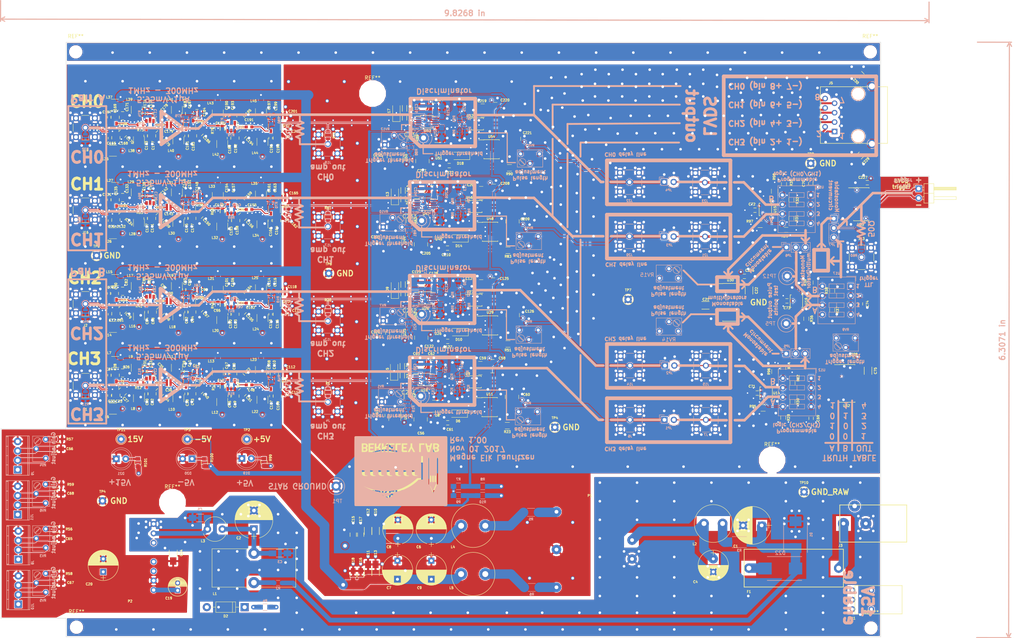
<source format=kicad_pcb>
(kicad_pcb (version 4) (host pcbnew 4.0.7)
  (layers (0 F.Cu power hide) (1 In1.Cu signal hide) (2 In2.Cu signal hide) (31 B.Cu power hide) (34 B.Paste user hide) (35 F.Paste user hide) (36 B.SilkS user) (37 F.SilkS user) (38 B.Mask user) (39 F.Mask user hide) (44 Edge.Cuts user))
  (net 0 "")
  (net 1 "Net-(C1-Pad1)")
  (net 2 /Power/GND_RAW)
  (net 3 "Net-(C2-Pad1)")
  (net 4 "Net-(C4-Pad1)")
  (net 5 "Net-(C5-Pad1)")
  (net 6 GND)
  (net 7 -5V)
  (net 8 "Net-(C19-Pad1)")
  (net 9 +15V)
  (net 10 /Amplifier/buf602_0_V+)
  (net 11 /Amplifier/buf602_0_V-)
  (net 12 "Net-(C29-Pad1)")
  (net 13 /Amplifier/opa847_0_V+)
  (net 14 /Amplifier/opa847_0_V-)
  (net 15 "Net-(C36-Pad1)")
  (net 16 "Net-(C36-Pad2)")
  (net 17 "Net-(C37-Pad1)")
  (net 18 /Amplifier/buf602_1_V+)
  (net 19 /Amplifier/buf602_1_V-)
  (net 20 "Net-(C42-Pad1)")
  (net 21 "Net-(C45-Pad1)")
  (net 22 "Net-(C45-Pad2)")
  (net 23 /Amplifier/opa847_1_V+)
  (net 24 /Amplifier/opa847_1_V-)
  (net 25 /Amplifier/AMP_OUT)
  (net 26 PECL_high)
  (net 27 "Net-(C54-Pad1)")
  (net 28 PECL_low)
  (net 29 "Net-(C66-Pad1)")
  (net 30 "Net-(C67-Pad1)")
  (net 31 "Net-(C68-Pad1)")
  (net 32 "Net-(D2-Pad1)")
  (net 33 "Net-(D3-Pad1)")
  (net 34 /Jumper/TTL_IN)
  (net 35 /Amplifier/AMP_IN)
  (net 36 /Power/VIN_24V_RAW)
  (net 37 "Net-(J8-Pad2)")
  (net 38 "Net-(J9-Pad2)")
  (net 39 "Net-(J10-Pad2)")
  (net 40 "Net-(L1-Pad2)")
  (net 41 "Net-(L2-Pad2)")
  (net 42 "Net-(L4-Pad2)")
  (net 43 "Net-(L5-Pad2)")
  (net 44 +5V)
  (net 45 "Net-(P1-Pad3)")
  (net 46 "Net-(P1-Pad5)")
  (net 47 "Net-(P2-Pad5)")
  (net 48 "Net-(P2-Pad3)")
  (net 49 "Net-(R4-Pad1)")
  (net 50 "Net-(R12-Pad1)")
  (net 51 "Net-(R12-Pad2)")
  (net 52 "Net-(R19-Pad2)")
  (net 53 "Net-(R22-Pad2)")
  (net 54 "Net-(R23-Pad1)")
  (net 55 "Net-(R24-Pad2)")
  (net 56 "Net-(R26-Pad2)")
  (net 57 "Net-(R32-Pad1)")
  (net 58 "Net-(R33-Pad1)")
  (net 59 "Net-(R34-Pad1)")
  (net 60 "Net-(R35-Pad1)")
  (net 61 "Net-(R36-Pad1)")
  (net 62 "Net-(R37-Pad1)")
  (net 63 "Net-(R38-Pad1)")
  (net 64 "Net-(R39-Pad1)")
  (net 65 "Net-(R41-Pad1)")
  (net 66 "Net-(U2-Pad3)")
  (net 67 "Net-(U3-Pad5)")
  (net 68 "Net-(U5-Pad5)")
  (net 69 "Net-(U6-Pad1)")
  (net 70 "Net-(U10-Pad2)")
  (net 71 "Net-(U10-Pad1)")
  (net 72 "Net-(U8-Pad1)")
  (net 73 "Net-(U9-Pad1)")
  (net 74 "Net-(U9-Pad5)")
  (net 75 /Discriminator/LVDS_OUT_-)
  (net 76 /Discriminator/LVDS_OUT_+)
  (net 77 "Net-(U11-Pad1)")
  (net 78 "Net-(U11-Pad4)")
  (net 79 "Net-(U11-Pad6)")
  (net 80 /Logic/PAIR_A_1)
  (net 81 /Logic/PAIR_A_2)
  (net 82 /Logic/PAIR_B_1)
  (net 83 /Logic/PAIR_B_2)
  (net 84 /Logic/TRIG)
  (net 85 "Net-(U1-Pad3)")
  (net 86 "Net-(C61-Pad1)")
  (net 87 "Net-(C65-Pad1)")
  (net 88 "Net-(C83-Pad1)")
  (net 89 "Net-(C90-Pad1)")
  (net 90 "/Amplifier 2/AMP_IN")
  (net 91 "Net-(J4-Pad1)")
  (net 92 "Net-(J11-Pad2)")
  (net 93 "Net-(R28-Pad1)")
  (net 94 "Net-(R29-Pad1)")
  (net 95 "Net-(R30-Pad1)")
  (net 96 "Net-(R31-Pad1)")
  (net 97 "Net-(R41-Pad2)")
  (net 98 "/Amplifier 2/buf602_0_V+")
  (net 99 "/Amplifier 2/buf602_0_V-")
  (net 100 "/Amplifier 2/opa847_0_V+")
  (net 101 "/Amplifier 2/opa847_0_V-")
  (net 102 "Net-(C90-Pad2)")
  (net 103 "Net-(C91-Pad1)")
  (net 104 "/Amplifier 2/buf602_1_V+")
  (net 105 "/Amplifier 2/buf602_1_V-")
  (net 106 "Net-(C96-Pad1)")
  (net 107 "Net-(C102-Pad1)")
  (net 108 "Net-(C99-Pad2)")
  (net 109 "/Amplifier 2/opa847_1_V+")
  (net 110 "/Amplifier 2/opa847_1_V-")
  (net 111 "/Amplifier 2/AMP_OUT")
  (net 112 "Net-(J3-Pad3)")
  (net 113 "Net-(U18-Pad3)")
  (net 114 "Net-(U19-Pad5)")
  (net 115 "Net-(U21-Pad5)")
  (net 116 "Net-(C48-Pad2)")
  (net 117 "Net-(C102-Pad2)")
  (net 118 /Amplifier/buf602_2_V+)
  (net 119 /Amplifier/buf602_2_V-)
  (net 120 "/Amplifier 2/buf602_2_V+")
  (net 121 "/Amplifier 2/buf602_2_V-")
  (net 122 "Net-(U22-Pad3)")
  (net 123 "Net-(U23-Pad3)")
  (net 124 "Net-(C120-Pad1)")
  (net 125 "Net-(C127-Pad1)")
  (net 126 "Net-(D7-Pad1)")
  (net 127 "Net-(J12-Pad1)")
  (net 128 "Net-(R21-Pad2)")
  (net 129 "Net-(R50-Pad2)")
  (net 130 "Net-(R51-Pad1)")
  (net 131 "Net-(R52-Pad2)")
  (net 132 "Net-(R54-Pad2)")
  (net 133 "Net-(U24-Pad1)")
  (net 134 "Net-(U24-Pad6)")
  (net 135 "Net-(U24-Pad10)")
  (net 136 "Net-(U26-Pad1)")
  (net 137 "Net-(U27-Pad1)")
  (net 138 "Net-(U27-Pad5)")
  (net 139 "/Discriminator 2/LVDS_OUT_-")
  (net 140 "/Discriminator 2/LVDS_OUT_+")
  (net 141 "Net-(U29-Pad1)")
  (net 142 "Net-(U29-Pad4)")
  (net 143 "Net-(U29-Pad6)")
  (net 144 "Net-(R56-Pad1)")
  (net 145 "Net-(R57-Pad1)")
  (net 146 "Net-(R58-Pad1)")
  (net 147 "Net-(R59-Pad1)")
  (net 148 "Net-(C21-Pad1)")
  (net 149 "Net-(C21-Pad2)")
  (net 150 "Net-(C22-Pad1)")
  (net 151 "Net-(C22-Pad2)")
  (net 152 "Net-(C75-Pad1)")
  (net 153 "Net-(C75-Pad2)")
  (net 154 "/Jumper 2/TTL_IN")
  (net 155 "Net-(U30-Pad12)")
  (net 156 "/Amplifier 3/buf602_0_V+")
  (net 157 "/Amplifier 3/buf602_0_V-")
  (net 158 "Net-(C136-Pad1)")
  (net 159 "/Amplifier 3/opa847_0_V+")
  (net 160 "/Amplifier 3/opa847_0_V-")
  (net 161 "Net-(C143-Pad1)")
  (net 162 "Net-(C143-Pad2)")
  (net 163 "Net-(C144-Pad1)")
  (net 164 "/Amplifier 3/buf602_1_V+")
  (net 165 "/Amplifier 3/buf602_1_V-")
  (net 166 "Net-(C149-Pad1)")
  (net 167 "Net-(C152-Pad1)")
  (net 168 "Net-(C152-Pad2)")
  (net 169 "/Amplifier 3/opa847_1_V+")
  (net 170 "/Amplifier 3/opa847_1_V-")
  (net 171 "Net-(C155-Pad2)")
  (net 172 "/Amplifier 3/buf602_2_V+")
  (net 173 "/Amplifier 3/buf602_2_V-")
  (net 174 "/Amplifier 3/AMP_IN")
  (net 175 "Net-(J17-Pad1)")
  (net 176 "/Amplifier 3/AMP_OUT")
  (net 177 "Net-(R63-Pad1)")
  (net 178 "Net-(R63-Pad2)")
  (net 179 "Net-(U33-Pad3)")
  (net 180 "Net-(U34-Pad5)")
  (net 181 "Net-(U36-Pad5)")
  (net 182 "Net-(U37-Pad3)")
  (net 183 "/Amplifier 4/buf602_0_V+")
  (net 184 "/Amplifier 4/buf602_0_V-")
  (net 185 "Net-(C172-Pad1)")
  (net 186 "/Amplifier 4/opa847_0_V+")
  (net 187 "/Amplifier 4/opa847_0_V-")
  (net 188 "Net-(C179-Pad1)")
  (net 189 "Net-(C179-Pad2)")
  (net 190 "Net-(C180-Pad1)")
  (net 191 "/Amplifier 4/buf602_1_V+")
  (net 192 "/Amplifier 4/buf602_1_V-")
  (net 193 "Net-(C185-Pad1)")
  (net 194 "Net-(C188-Pad1)")
  (net 195 "Net-(C188-Pad2)")
  (net 196 "/Amplifier 4/opa847_1_V+")
  (net 197 "/Amplifier 4/opa847_1_V-")
  (net 198 "Net-(C191-Pad2)")
  (net 199 "/Amplifier 4/buf602_2_V+")
  (net 200 "/Amplifier 4/buf602_2_V-")
  (net 201 "/Amplifier 4/AMP_IN")
  (net 202 "Net-(J19-Pad1)")
  (net 203 "/Amplifier 4/AMP_OUT")
  (net 204 "Net-(R73-Pad1)")
  (net 205 "Net-(R73-Pad2)")
  (net 206 "Net-(U38-Pad3)")
  (net 207 "Net-(U39-Pad5)")
  (net 208 "Net-(U41-Pad5)")
  (net 209 "Net-(U42-Pad3)")
  (net 210 "Net-(C203-Pad1)")
  (net 211 "Net-(C210-Pad1)")
  (net 212 "Net-(D11-Pad1)")
  (net 213 "Net-(R81-Pad2)")
  (net 214 "Net-(R82-Pad2)")
  (net 215 "Net-(R83-Pad1)")
  (net 216 "Net-(R84-Pad2)")
  (net 217 "Net-(R86-Pad2)")
  (net 218 "Net-(U30-Pad4)")
  (net 219 "Net-(U32-Pad4)")
  (net 220 "Net-(U43-Pad1)")
  (net 221 "Net-(U43-Pad6)")
  (net 222 "Net-(U43-Pad10)")
  (net 223 "Net-(U45-Pad1)")
  (net 224 "Net-(U46-Pad1)")
  (net 225 "Net-(U46-Pad5)")
  (net 226 "/Discriminator 3/LVDS_OUT_-")
  (net 227 "/Discriminator 3/LVDS_OUT_+")
  (net 228 "Net-(U48-Pad1)")
  (net 229 "Net-(U48-Pad4)")
  (net 230 "Net-(U48-Pad6)")
  (net 231 "Net-(C215-Pad1)")
  (net 232 "Net-(C222-Pad1)")
  (net 233 "Net-(D15-Pad1)")
  (net 234 "Net-(R88-Pad2)")
  (net 235 "Net-(R89-Pad2)")
  (net 236 "Net-(R90-Pad1)")
  (net 237 "Net-(R91-Pad2)")
  (net 238 "Net-(R93-Pad2)")
  (net 239 "Net-(U49-Pad1)")
  (net 240 "Net-(U49-Pad6)")
  (net 241 "Net-(U49-Pad10)")
  (net 242 "Net-(U51-Pad1)")
  (net 243 "Net-(U52-Pad1)")
  (net 244 "Net-(U52-Pad5)")
  (net 245 "/Discriminator 4/LVDS_OUT_-")
  (net 246 "/Discriminator 4/LVDS_OUT_+")
  (net 247 "Net-(U54-Pad1)")
  (net 248 "Net-(U54-Pad4)")
  (net 249 "Net-(U54-Pad6)")
  (net 250 "/Jumper 3/TTL_IN")
  (net 251 "/Jumper 4/TTL_IN")
  (net 252 /Logic/TRIG_LVDS_+)
  (net 253 /Logic/TRIG_LVDS_-)
  (net 254 "Net-(JP5-Pad1)")
  (net 255 "Net-(JP5-Pad2)")
  (net 256 "Net-(JP5-Pad3)")
  (net 257 "Net-(JP6-Pad1)")
  (net 258 "Net-(JP6-Pad2)")
  (net 259 "Net-(JP6-Pad3)")
  (net 260 "Net-(JP7-Pad1)")
  (net 261 "Net-(JP7-Pad2)")
  (net 262 "Net-(JP7-Pad3)")
  (net 263 "Net-(U55-Pad3)")
  (net 264 "Net-(U55-Pad4)")
  (net 265 "Net-(U55-Pad6)")
  (net 266 "Net-(U55-Pad9)")
  (net 267 "Net-(U55-Pad10)")
  (net 268 "Net-(U55-Pad13)")
  (net 269 "Net-(C229-Pad1)")
  (net 270 "Net-(D19-Pad2)")
  (net 271 "Net-(D20-Pad1)")
  (net 272 "Net-(D21-Pad2)")
  (net 273 "Net-(C231-Pad1)")
  (net 274 "Net-(C232-Pad1)")
  (net 275 "Net-(C233-Pad1)")
  (net 276 "Net-(C234-Pad1)")
  (net 277 "Net-(D22-Pad2)")
  (module Power_Integrations:Via_1mm (layer F.Cu) (at 221.8 169.8)
    (fp_text reference REF** hide)
    (fp_text value Via_0.6mm hide)
    (pad 1 thru_hole circle (at 0 0) (size 1 1) (drill 0.7) (layers *.Cu) (net 2 /Power/GND_RAW))
  )
  (module Power_Integrations:Via_0.015in (layer F.Cu) (at 129.75 43.3)
    (fp_text reference REF** hide)
    (fp_text value Via_0.015in hide)
    (pad 1 thru_hole circle (at 0 0) (size 0.5334 0.5334) (drill 0.381) (layers *.Cu) (net 6 GND))
  )
  (module Power_Integrations:Via_0.015in (layer F.Cu) (at 129.4 44.4)
    (fp_text reference REF** hide)
    (fp_text value Via_0.015in hide)
    (pad 1 thru_hole circle (at 0 0) (size 0.5334 0.5334) (drill 0.381) (layers *.Cu) (net 6 GND))
  )
  (module Power_Integrations:Via_0.015in (layer F.Cu) (at 130.75 43.15)
    (fp_text reference REF** hide)
    (fp_text value Via_0.015in hide)
    (pad 1 thru_hole circle (at 0 0) (size 0.5334 0.5334) (drill 0.381) (layers *.Cu) (net 6 GND))
  )
  (module Power_Integrations:Via_0.015in (layer F.Cu) (at 129.25 65.5)
    (fp_text reference REF** hide)
    (fp_text value Via_0.015in hide)
    (pad 1 thru_hole circle (at 0 0) (size 0.5334 0.5334) (drill 0.381) (layers *.Cu) (net 6 GND))
  )
  (module Power_Integrations:Via_0.015in (layer F.Cu) (at 129 66.4)
    (fp_text reference REF** hide)
    (fp_text value Via_0.015in hide)
    (pad 1 thru_hole circle (at 0 0) (size 0.5334 0.5334) (drill 0.381) (layers *.Cu) (net 6 GND))
  )
  (module Power_Integrations:Via_0.015in (layer F.Cu) (at 130.25 65.35)
    (fp_text reference REF** hide)
    (fp_text value Via_0.015in hide)
    (pad 1 thru_hole circle (at 0 0) (size 0.5334 0.5334) (drill 0.381) (layers *.Cu) (net 6 GND))
  )
  (module Power_Integrations:Via_0.015in (layer F.Cu) (at 129 91.75)
    (fp_text reference REF** hide)
    (fp_text value Via_0.015in hide)
    (pad 1 thru_hole circle (at 0 0) (size 0.5334 0.5334) (drill 0.381) (layers *.Cu) (net 6 GND))
  )
  (module Power_Integrations:Via_0.015in (layer F.Cu) (at 130.25 90.6)
    (fp_text reference REF** hide)
    (fp_text value Via_0.015in hide)
    (pad 1 thru_hole circle (at 0 0) (size 0.5334 0.5334) (drill 0.381) (layers *.Cu) (net 6 GND))
  )
  (module Power_Integrations:Via_0.015in (layer F.Cu) (at 129 112.75)
    (fp_text reference REF** hide)
    (fp_text value Via_0.015in hide)
    (pad 1 thru_hole circle (at 0 0) (size 0.5334 0.5334) (drill 0.381) (layers *.Cu) (net 6 GND))
  )
  (module Power_Integrations:Via_0.015in (layer F.Cu) (at 129 113.75)
    (fp_text reference REF** hide)
    (fp_text value Via_0.015in hide)
    (pad 1 thru_hole circle (at 0 0) (size 0.5334 0.5334) (drill 0.381) (layers *.Cu) (net 6 GND))
  )
  (module Power_Integrations:Via_1mm (layer F.Cu) (at 211.8 95.2 180)
    (fp_text reference REF** hide)
    (fp_text value Via_0.6mm hide)
    (pad 1 thru_hole circle (at 0 0 180) (size 1 1) (drill 0.7) (layers *.Cu) (net 6 GND))
  )
  (module Power_Integrations:Via_1mm (layer F.Cu) (at 211.8 86.4 180)
    (fp_text reference REF** hide)
    (fp_text value Via_0.6mm hide)
    (pad 1 thru_hole circle (at 0 0 180) (size 1 1) (drill 0.7) (layers *.Cu) (net 6 GND))
  )
  (module Power_Integrations:Via_0.015in (layer F.Cu) (at 130 112.6)
    (fp_text reference REF** hide)
    (fp_text value Via_0.015in hide)
    (pad 1 thru_hole circle (at 0 0) (size 0.5334 0.5334) (drill 0.381) (layers *.Cu) (net 6 GND))
  )
  (module Power_Integrations:Via_0.015in (layer F.Cu) (at 126.6 109.2)
    (fp_text reference REF** hide)
    (fp_text value Via_0.015in hide)
    (pad 1 thru_hole circle (at 0 0) (size 0.5334 0.5334) (drill 0.381) (layers *.Cu) (net 6 GND))
  )
  (module Power_Integrations:Via_0.015in (layer F.Cu) (at 129.25 90.75)
    (fp_text reference REF** hide)
    (fp_text value Via_0.015in hide)
    (pad 1 thru_hole circle (at 0 0) (size 0.5334 0.5334) (drill 0.381) (layers *.Cu) (net 6 GND))
  )
  (module Power_Integrations:Via_0.015in (layer F.Cu) (at 126.8 87.2)
    (fp_text reference REF** hide)
    (fp_text value Via_0.015in hide)
    (pad 1 thru_hole circle (at 0 0) (size 0.5334 0.5334) (drill 0.381) (layers *.Cu) (net 6 GND))
  )
  (module Power_Integrations:Via_0.015in (layer F.Cu) (at 126.8 62)
    (fp_text reference REF** hide)
    (fp_text value Via_0.015in hide)
    (pad 1 thru_hole circle (at 0 0) (size 0.5334 0.5334) (drill 0.381) (layers *.Cu) (net 6 GND))
  )
  (module Power_Integrations:Via_0.015in (layer F.Cu) (at 127.2 39.8)
    (fp_text reference REF** hide)
    (fp_text value Via_0.015in hide)
    (pad 1 thru_hole circle (at 0 0) (size 0.5334 0.5334) (drill 0.381) (layers *.Cu) (net 6 GND))
  )
  (module Power_Integrations:Via_0.015in (layer F.Cu) (at 119.5 43.2)
    (fp_text reference REF** hide)
    (fp_text value Via_0.015in hide)
    (pad 1 thru_hole circle (at 0 0) (size 0.5334 0.5334) (drill 0.381) (layers *.Cu) (net 6 GND))
  )
  (module Power_Integrations:Via_0.015in (layer F.Cu) (at 115.2 43.2)
    (fp_text reference REF** hide)
    (fp_text value Via_0.015in hide)
    (pad 1 thru_hole circle (at 0 0) (size 0.5334 0.5334) (drill 0.381) (layers *.Cu) (net 6 GND))
  )
  (module Power_Integrations:Via_0.015in (layer F.Cu) (at 125.2 43.2)
    (fp_text reference REF** hide)
    (fp_text value Via_0.015in hide)
    (pad 1 thru_hole circle (at 0 0) (size 0.5334 0.5334) (drill 0.381) (layers *.Cu) (net 6 GND))
  )
  (module Power_Integrations:Via_0.015in (layer F.Cu) (at 125.2 41.8)
    (fp_text reference REF** hide)
    (fp_text value Via_0.015in hide)
    (pad 1 thru_hole circle (at 0 0) (size 0.5334 0.5334) (drill 0.381) (layers *.Cu) (net 6 GND))
  )
  (module Power_Integrations:Via_0.015in (layer F.Cu) (at 115.2 41.8)
    (fp_text reference REF** hide)
    (fp_text value Via_0.015in hide)
    (pad 1 thru_hole circle (at 0 0) (size 0.5334 0.5334) (drill 0.381) (layers *.Cu) (net 6 GND))
  )
  (module Power_Integrations:Via_0.015in (layer F.Cu) (at 119.5 41.8)
    (fp_text reference REF** hide)
    (fp_text value Via_0.015in hide)
    (pad 1 thru_hole circle (at 0 0) (size 0.5334 0.5334) (drill 0.381) (layers *.Cu) (net 6 GND))
  )
  (module Power_Integrations:Via_0.015in (layer F.Cu) (at 110.2 43.2)
    (fp_text reference REF** hide)
    (fp_text value Via_0.015in hide)
    (pad 1 thru_hole circle (at 0 0) (size 0.5334 0.5334) (drill 0.381) (layers *.Cu) (net 6 GND))
  )
  (module Power_Integrations:Via_0.015in (layer F.Cu) (at 105.2 43.2)
    (fp_text reference REF** hide)
    (fp_text value Via_0.015in hide)
    (pad 1 thru_hole circle (at 0 0) (size 0.5334 0.5334) (drill 0.381) (layers *.Cu) (net 6 GND))
  )
  (module Power_Integrations:Via_0.015in (layer F.Cu) (at 105.2 41.8)
    (fp_text reference REF** hide)
    (fp_text value Via_0.015in hide)
    (pad 1 thru_hole circle (at 0 0) (size 0.5334 0.5334) (drill 0.381) (layers *.Cu) (net 6 GND))
  )
  (module Power_Integrations:Via_0.015in (layer F.Cu) (at 110.2 41.8)
    (fp_text reference REF** hide)
    (fp_text value Via_0.015in hide)
    (pad 1 thru_hole circle (at 0 0) (size 0.5334 0.5334) (drill 0.381) (layers *.Cu) (net 6 GND))
  )
  (module Power_Integrations:Via_0.015in (layer F.Cu) (at 99.4 41.8)
    (fp_text reference REF** hide)
    (fp_text value Via_0.015in hide)
    (pad 1 thru_hole circle (at 0 0) (size 0.5334 0.5334) (drill 0.381) (layers *.Cu) (net 6 GND))
  )
  (module Power_Integrations:Via_0.015in (layer F.Cu) (at 99.4 43.2)
    (fp_text reference REF** hide)
    (fp_text value Via_0.015in hide)
    (pad 1 thru_hole circle (at 0 0) (size 0.5334 0.5334) (drill 0.381) (layers *.Cu) (net 6 GND))
  )
  (module Power_Integrations:Via_0.015in (layer F.Cu) (at 119 65.4)
    (fp_text reference REF** hide)
    (fp_text value Via_0.015in hide)
    (pad 1 thru_hole circle (at 0 0) (size 0.5334 0.5334) (drill 0.381) (layers *.Cu) (net 6 GND))
  )
  (module Power_Integrations:Via_0.015in (layer F.Cu) (at 115 65.4)
    (fp_text reference REF** hide)
    (fp_text value Via_0.015in hide)
    (pad 1 thru_hole circle (at 0 0) (size 0.5334 0.5334) (drill 0.381) (layers *.Cu) (net 6 GND))
  )
  (module Power_Integrations:Via_0.015in (layer F.Cu) (at 125 65.4)
    (fp_text reference REF** hide)
    (fp_text value Via_0.015in hide)
    (pad 1 thru_hole circle (at 0 0) (size 0.5334 0.5334) (drill 0.381) (layers *.Cu) (net 6 GND))
  )
  (module Power_Integrations:Via_0.015in (layer F.Cu) (at 125 64)
    (fp_text reference REF** hide)
    (fp_text value Via_0.015in hide)
    (pad 1 thru_hole circle (at 0 0) (size 0.5334 0.5334) (drill 0.381) (layers *.Cu) (net 6 GND))
  )
  (module Power_Integrations:Via_0.015in (layer F.Cu) (at 115 64)
    (fp_text reference REF** hide)
    (fp_text value Via_0.015in hide)
    (pad 1 thru_hole circle (at 0 0) (size 0.5334 0.5334) (drill 0.381) (layers *.Cu) (net 6 GND))
  )
  (module Power_Integrations:Via_0.015in (layer F.Cu) (at 119 64)
    (fp_text reference REF** hide)
    (fp_text value Via_0.015in hide)
    (pad 1 thru_hole circle (at 0 0) (size 0.5334 0.5334) (drill 0.381) (layers *.Cu) (net 6 GND))
  )
  (module Power_Integrations:Via_0.015in (layer F.Cu) (at 110 65.4)
    (fp_text reference REF** hide)
    (fp_text value Via_0.015in hide)
    (pad 1 thru_hole circle (at 0 0) (size 0.5334 0.5334) (drill 0.381) (layers *.Cu) (net 6 GND))
  )
  (module Power_Integrations:Via_0.015in (layer F.Cu) (at 105 65.4)
    (fp_text reference REF** hide)
    (fp_text value Via_0.015in hide)
    (pad 1 thru_hole circle (at 0 0) (size 0.5334 0.5334) (drill 0.381) (layers *.Cu) (net 6 GND))
  )
  (module Power_Integrations:Via_0.015in (layer F.Cu) (at 105 64)
    (fp_text reference REF** hide)
    (fp_text value Via_0.015in hide)
    (pad 1 thru_hole circle (at 0 0) (size 0.5334 0.5334) (drill 0.381) (layers *.Cu) (net 6 GND))
  )
  (module Power_Integrations:Via_0.015in (layer F.Cu) (at 110 64)
    (fp_text reference REF** hide)
    (fp_text value Via_0.015in hide)
    (pad 1 thru_hole circle (at 0 0) (size 0.5334 0.5334) (drill 0.381) (layers *.Cu) (net 6 GND))
  )
  (module Power_Integrations:Via_0.015in (layer F.Cu) (at 99.2 64)
    (fp_text reference REF** hide)
    (fp_text value Via_0.015in hide)
    (pad 1 thru_hole circle (at 0 0) (size 0.5334 0.5334) (drill 0.381) (layers *.Cu) (net 6 GND))
  )
  (module Power_Integrations:Via_0.015in (layer F.Cu) (at 99.2 65.4)
    (fp_text reference REF** hide)
    (fp_text value Via_0.015in hide)
    (pad 1 thru_hole circle (at 0 0) (size 0.5334 0.5334) (drill 0.381) (layers *.Cu) (net 6 GND))
  )
  (module Power_Integrations:Via_0.015in (layer F.Cu) (at 119 90.6)
    (fp_text reference REF** hide)
    (fp_text value Via_0.015in hide)
    (pad 1 thru_hole circle (at 0 0) (size 0.5334 0.5334) (drill 0.381) (layers *.Cu) (net 6 GND))
  )
  (module Power_Integrations:Via_0.015in (layer F.Cu) (at 119 89.2)
    (fp_text reference REF** hide)
    (fp_text value Via_0.015in hide)
    (pad 1 thru_hole circle (at 0 0) (size 0.5334 0.5334) (drill 0.381) (layers *.Cu) (net 6 GND))
  )
  (module Power_Integrations:Via_0.015in (layer F.Cu) (at 115 90.6)
    (fp_text reference REF** hide)
    (fp_text value Via_0.015in hide)
    (pad 1 thru_hole circle (at 0 0) (size 0.5334 0.5334) (drill 0.381) (layers *.Cu) (net 6 GND))
  )
  (module Power_Integrations:Via_0.015in (layer F.Cu) (at 115 89.2)
    (fp_text reference REF** hide)
    (fp_text value Via_0.015in hide)
    (pad 1 thru_hole circle (at 0 0) (size 0.5334 0.5334) (drill 0.381) (layers *.Cu) (net 6 GND))
  )
  (module Power_Integrations:Via_0.015in (layer F.Cu) (at 125 90.6)
    (fp_text reference REF** hide)
    (fp_text value Via_0.015in hide)
    (pad 1 thru_hole circle (at 0 0) (size 0.5334 0.5334) (drill 0.381) (layers *.Cu) (net 6 GND))
  )
  (module Power_Integrations:Via_0.015in (layer F.Cu) (at 125 89.2)
    (fp_text reference REF** hide)
    (fp_text value Via_0.015in hide)
    (pad 1 thru_hole circle (at 0 0) (size 0.5334 0.5334) (drill 0.381) (layers *.Cu) (net 6 GND))
  )
  (module Power_Integrations:Via_0.015in (layer F.Cu) (at 99.2 90.6)
    (fp_text reference REF** hide)
    (fp_text value Via_0.015in hide)
    (pad 1 thru_hole circle (at 0 0) (size 0.5334 0.5334) (drill 0.381) (layers *.Cu) (net 6 GND))
  )
  (module Power_Integrations:Via_0.015in (layer F.Cu) (at 110 90.6)
    (fp_text reference REF** hide)
    (fp_text value Via_0.015in hide)
    (pad 1 thru_hole circle (at 0 0) (size 0.5334 0.5334) (drill 0.381) (layers *.Cu) (net 6 GND))
  )
  (module Power_Integrations:Via_0.015in (layer F.Cu) (at 110 89.2)
    (fp_text reference REF** hide)
    (fp_text value Via_0.015in hide)
    (pad 1 thru_hole circle (at 0 0) (size 0.5334 0.5334) (drill 0.381) (layers *.Cu) (net 6 GND))
  )
  (module Power_Integrations:Via_0.015in (layer F.Cu) (at 105 90.6)
    (fp_text reference REF** hide)
    (fp_text value Via_0.015in hide)
    (pad 1 thru_hole circle (at 0 0) (size 0.5334 0.5334) (drill 0.381) (layers *.Cu) (net 6 GND))
  )
  (module Power_Integrations:Via_0.015in (layer F.Cu) (at 105 89.2)
    (fp_text reference REF** hide)
    (fp_text value Via_0.015in hide)
    (pad 1 thru_hole circle (at 0 0) (size 0.5334 0.5334) (drill 0.381) (layers *.Cu) (net 6 GND))
  )
  (module Power_Integrations:Via_0.015in (layer F.Cu) (at 99.2 89.2)
    (fp_text reference REF** hide)
    (fp_text value Via_0.015in hide)
    (pad 1 thru_hole circle (at 0 0) (size 0.5334 0.5334) (drill 0.381) (layers *.Cu) (net 6 GND))
  )
  (module Power_Integrations:Via_0.015in (layer F.Cu) (at 119.1 112.6)
    (fp_text reference REF** hide)
    (fp_text value Via_0.015in hide)
    (pad 1 thru_hole circle (at 0 0) (size 0.5334 0.5334) (drill 0.381) (layers *.Cu) (net 6 GND))
  )
  (module Power_Integrations:Via_0.015in (layer F.Cu) (at 114.8 112.6)
    (fp_text reference REF** hide)
    (fp_text value Via_0.015in hide)
    (pad 1 thru_hole circle (at 0 0) (size 0.5334 0.5334) (drill 0.381) (layers *.Cu) (net 6 GND))
  )
  (module Power_Integrations:Via_0.015in (layer F.Cu) (at 124.8 112.6)
    (fp_text reference REF** hide)
    (fp_text value Via_0.015in hide)
    (pad 1 thru_hole circle (at 0 0) (size 0.5334 0.5334) (drill 0.381) (layers *.Cu) (net 6 GND))
  )
  (module Power_Integrations:Via_0.015in (layer F.Cu) (at 109.8 112.6)
    (fp_text reference REF** hide)
    (fp_text value Via_0.015in hide)
    (pad 1 thru_hole circle (at 0 0) (size 0.5334 0.5334) (drill 0.381) (layers *.Cu) (net 6 GND))
  )
  (module Power_Integrations:Via_0.015in (layer F.Cu) (at 104.8 112.6)
    (fp_text reference REF** hide)
    (fp_text value Via_0.015in hide)
    (pad 1 thru_hole circle (at 0 0) (size 0.5334 0.5334) (drill 0.381) (layers *.Cu) (net 6 GND))
  )
  (module Power_Integrations:Via_0.015in (layer F.Cu) (at 99 112.6)
    (fp_text reference REF** hide)
    (fp_text value Via_0.015in hide)
    (pad 1 thru_hole circle (at 0 0) (size 0.5334 0.5334) (drill 0.381) (layers *.Cu) (net 6 GND))
  )
  (module Power_Integrations:Via_0.015in (layer F.Cu) (at 99 111.2)
    (fp_text reference REF** hide)
    (fp_text value Via_0.015in hide)
    (pad 1 thru_hole circle (at 0 0) (size 0.5334 0.5334) (drill 0.381) (layers *.Cu) (net 6 GND))
  )
  (module Power_Integrations:Via_0.015in (layer F.Cu) (at 104.8 111.2)
    (fp_text reference REF** hide)
    (fp_text value Via_0.015in hide)
    (pad 1 thru_hole circle (at 0 0) (size 0.5334 0.5334) (drill 0.381) (layers *.Cu) (net 6 GND))
  )
  (module Power_Integrations:Via_0.015in (layer F.Cu) (at 109.8 111.2)
    (fp_text reference REF** hide)
    (fp_text value Via_0.015in hide)
    (pad 1 thru_hole circle (at 0 0) (size 0.5334 0.5334) (drill 0.381) (layers *.Cu) (net 6 GND))
  )
  (module Power_Integrations:Via_0.015in (layer F.Cu) (at 114.8 111.2)
    (fp_text reference REF** hide)
    (fp_text value Via_0.015in hide)
    (pad 1 thru_hole circle (at 0 0) (size 0.5334 0.5334) (drill 0.381) (layers *.Cu) (net 6 GND))
  )
  (module Power_Integrations:Via_0.015in (layer F.Cu) (at 119.1 111.2)
    (fp_text reference REF** hide)
    (fp_text value Via_0.015in hide)
    (pad 1 thru_hole circle (at 0 0) (size 0.5334 0.5334) (drill 0.381) (layers *.Cu) (net 6 GND))
  )
  (module Power_Integrations:Via_0.015in (layer F.Cu) (at 124.8 111.2)
    (fp_text reference REF** hide)
    (fp_text value Via_0.015in hide)
    (pad 1 thru_hole circle (at 0 0) (size 0.5334 0.5334) (drill 0.381) (layers *.Cu) (net 6 GND))
  )
  (module Power_Integrations:Via_1mm (layer F.Cu) (at 158.2 31.4 90)
    (fp_text reference REF** hide)
    (fp_text value Via_0.6mm hide)
    (pad 1 thru_hole circle (at 0 0 90) (size 1 1) (drill 0.7) (layers *.Cu) (net 6 GND))
  )
  (module Power_Integrations:Via_1mm (layer F.Cu) (at 143.2 31.4 90)
    (fp_text reference REF** hide)
    (fp_text value Via_0.6mm hide)
    (pad 1 thru_hole circle (at 0 0 90) (size 1 1) (drill 0.7) (layers *.Cu) (net 6 GND))
  )
  (module Power_Integrations:Via_1mm (layer F.Cu) (at 128.2 31.4 90)
    (fp_text reference REF** hide)
    (fp_text value Via_0.6mm hide)
    (pad 1 thru_hole circle (at 0 0 90) (size 1 1) (drill 0.7) (layers *.Cu) (net 6 GND))
  )
  (module Power_Integrations:Via_1mm (layer F.Cu) (at 113.2 31.4 90)
    (fp_text reference REF** hide)
    (fp_text value Via_0.6mm hide)
    (pad 1 thru_hole circle (at 0 0 90) (size 1 1) (drill 0.7) (layers *.Cu) (net 6 GND))
  )
  (module Power_Integrations:Via_1mm (layer F.Cu) (at 98.2 31.4 90)
    (fp_text reference REF** hide)
    (fp_text value Via_0.6mm hide)
    (pad 1 thru_hole circle (at 0 0 90) (size 1 1) (drill 0.7) (layers *.Cu) (net 6 GND))
  )
  (module Power_Integrations:Via_1mm (layer F.Cu) (at 108.6 36.6 90)
    (fp_text reference REF** hide)
    (fp_text value Via_0.6mm hide)
    (pad 1 thru_hole circle (at 0 0 90) (size 1 1) (drill 0.7) (layers *.Cu) (net 6 GND))
  )
  (module Power_Integrations:Via_1mm (layer F.Cu) (at 108.7 58 90)
    (fp_text reference REF** hide)
    (fp_text value Via_0.6mm hide)
    (pad 1 thru_hole circle (at 0 0 90) (size 1 1) (drill 0.7) (layers *.Cu) (net 6 GND))
  )
  (module Power_Integrations:Via_1mm (layer F.Cu) (at 108.5 106 90)
    (fp_text reference REF** hide)
    (fp_text value Via_0.6mm hide)
    (pad 1 thru_hole circle (at 0 0 90) (size 1 1) (drill 0.7) (layers *.Cu) (net 6 GND))
  )
  (module Power_Integrations:Via_1mm (layer F.Cu) (at 123.4 161.2 180)
    (fp_text reference REF** hide)
    (fp_text value Via_0.6mm hide)
    (pad 1 thru_hole circle (at 0 0 180) (size 1 1) (drill 0.7) (layers *.Cu) (net 6 GND))
  )
  (module Power_Integrations:Via_1mm (layer F.Cu) (at 121.6 159.2 180)
    (fp_text reference REF** hide)
    (fp_text value Via_0.6mm hide)
    (pad 1 thru_hole circle (at 0 0 180) (size 1 1) (drill 0.7) (layers *.Cu) (net 6 GND))
  )
  (module Power_Integrations:Via_1mm (layer F.Cu) (at 119.6 159.2 180)
    (fp_text reference REF** hide)
    (fp_text value Via_0.6mm hide)
    (pad 1 thru_hole circle (at 0 0 180) (size 1 1) (drill 0.7) (layers *.Cu) (net 6 GND))
  )
  (module Power_Integrations:Via_1mm (layer F.Cu) (at 117.6 161.2 180)
    (fp_text reference REF** hide)
    (fp_text value Via_0.6mm hide)
    (pad 1 thru_hole circle (at 0 0 180) (size 1 1) (drill 0.7) (layers *.Cu) (net 6 GND))
  )
  (module Power_Integrations:Via_1mm (layer F.Cu) (at 115.6 161.2 180)
    (fp_text reference REF** hide)
    (fp_text value Via_0.6mm hide)
    (pad 1 thru_hole circle (at 0 0 180) (size 1 1) (drill 0.7) (layers *.Cu) (net 6 GND))
  )
  (module Power_Integrations:Via_1mm (layer F.Cu) (at 113.4 163 180)
    (fp_text reference REF** hide)
    (fp_text value Via_0.6mm hide)
    (pad 1 thru_hole circle (at 0 0 180) (size 1 1) (drill 0.7) (layers *.Cu) (net 6 GND))
  )
  (module Power_Integrations:Via_1mm (layer F.Cu) (at 123.8 150.4 180)
    (fp_text reference REF** hide)
    (fp_text value Via_0.6mm hide)
    (pad 1 thru_hole circle (at 0 0 180) (size 1 1) (drill 0.7) (layers *.Cu) (net 6 GND))
  )
  (module Power_Integrations:Via_1mm (layer F.Cu) (at 121.6 148 180)
    (fp_text reference REF** hide)
    (fp_text value Via_0.6mm hide)
    (pad 1 thru_hole circle (at 0 0 180) (size 1 1) (drill 0.7) (layers *.Cu) (net 6 GND))
  )
  (module Power_Integrations:Via_1mm (layer F.Cu) (at 119.6 148 180)
    (fp_text reference REF** hide)
    (fp_text value Via_0.6mm hide)
    (pad 1 thru_hole circle (at 0 0 180) (size 1 1) (drill 0.7) (layers *.Cu) (net 6 GND))
  )
  (module Power_Integrations:Via_1mm (layer F.Cu) (at 117.6 150.2 180)
    (fp_text reference REF** hide)
    (fp_text value Via_0.6mm hide)
    (pad 1 thru_hole circle (at 0 0 180) (size 1 1) (drill 0.7) (layers *.Cu) (net 6 GND))
  )
  (module Power_Integrations:Via_1mm (layer F.Cu) (at 115.6 150.2 180)
    (fp_text reference REF** hide)
    (fp_text value Via_0.6mm hide)
    (pad 1 thru_hole circle (at 0 0 180) (size 1 1) (drill 0.7) (layers *.Cu) (net 6 GND))
  )
  (module Power_Integrations:Via_1mm (layer F.Cu) (at 249.4 135 180)
    (fp_text reference REF** hide)
    (fp_text value Via_0.6mm hide)
    (pad 1 thru_hole circle (at 0 0 180) (size 1 1) (drill 0.7) (layers *.Cu) (net 6 GND))
  )
  (module Power_Integrations:Via_1mm (layer F.Cu) (at 234.4 135 180)
    (fp_text reference REF** hide)
    (fp_text value Via_0.6mm hide)
    (pad 1 thru_hole circle (at 0 0 180) (size 1 1) (drill 0.7) (layers *.Cu) (net 6 GND))
  )
  (module Power_Integrations:Via_1mm (layer F.Cu) (at 219.4 135 180)
    (fp_text reference REF** hide)
    (fp_text value Via_0.6mm hide)
    (pad 1 thru_hole circle (at 0 0 180) (size 1 1) (drill 0.7) (layers *.Cu) (net 6 GND))
  )
  (module Power_Integrations:Via_1mm (layer F.Cu) (at 204.4 135 180)
    (fp_text reference REF** hide)
    (fp_text value Via_0.6mm hide)
    (pad 1 thru_hole circle (at 0 0 180) (size 1 1) (drill 0.7) (layers *.Cu) (net 6 GND))
  )
  (module Power_Integrations:Via_1mm (layer F.Cu) (at 189.4 135 180)
    (fp_text reference REF** hide)
    (fp_text value Via_0.6mm hide)
    (pad 1 thru_hole circle (at 0 0 180) (size 1 1) (drill 0.7) (layers *.Cu) (net 6 GND))
  )
  (module Power_Integrations:Via_1mm (layer F.Cu) (at 174.6 165 180)
    (fp_text reference REF** hide)
    (fp_text value Via_0.6mm hide)
    (pad 1 thru_hole circle (at 0 0 180) (size 1 1) (drill 0.7) (layers *.Cu) (net 6 GND))
  )
  (module Power_Integrations:Via_1mm (layer F.Cu) (at 163 165 180)
    (fp_text reference REF** hide)
    (fp_text value Via_0.6mm hide)
    (pad 1 thru_hole circle (at 0 0 180) (size 1 1) (drill 0.7) (layers *.Cu) (net 6 GND))
  )
  (module Power_Integrations:Via_1mm (layer F.Cu) (at 129.6 163 180)
    (fp_text reference REF** hide)
    (fp_text value Via_0.6mm hide)
    (pad 1 thru_hole circle (at 0 0 180) (size 1 1) (drill 0.7) (layers *.Cu) (net 6 GND))
  )
  (module Power_Integrations:Via_1mm (layer F.Cu) (at 174.6 150 180)
    (fp_text reference REF** hide)
    (fp_text value Via_0.6mm hide)
    (pad 1 thru_hole circle (at 0 0 180) (size 1 1) (drill 0.7) (layers *.Cu) (net 6 GND))
  )
  (module Power_Integrations:Via_1mm (layer F.Cu) (at 162.4 150 180)
    (fp_text reference REF** hide)
    (fp_text value Via_0.6mm hide)
    (pad 1 thru_hole circle (at 0 0 180) (size 1 1) (drill 0.7) (layers *.Cu) (net 6 GND))
  )
  (module Power_Integrations:Via_1mm (layer F.Cu) (at 113.2 152 180)
    (fp_text reference REF** hide)
    (fp_text value Via_0.6mm hide)
    (pad 1 thru_hole circle (at 0 0 180) (size 1 1) (drill 0.7) (layers *.Cu) (net 6 GND))
  )
  (module Power_Integrations:Via_1mm (layer F.Cu) (at 174.6 135 180)
    (fp_text reference REF** hide)
    (fp_text value Via_0.6mm hide)
    (pad 1 thru_hole circle (at 0 0 180) (size 1 1) (drill 0.7) (layers *.Cu) (net 6 GND))
  )
  (module Power_Integrations:Via_1mm (layer F.Cu) (at 159.6 135 180)
    (fp_text reference REF** hide)
    (fp_text value Via_0.6mm hide)
    (pad 1 thru_hole circle (at 0 0 180) (size 1 1) (drill 0.7) (layers *.Cu) (net 6 GND))
  )
  (module Power_Integrations:Via_1mm (layer F.Cu) (at 144.6 135 180)
    (fp_text reference REF** hide)
    (fp_text value Via_0.6mm hide)
    (pad 1 thru_hole circle (at 0 0 180) (size 1 1) (drill 0.7) (layers *.Cu) (net 6 GND))
  )
  (module Power_Integrations:Via_1mm (layer F.Cu) (at 127 135.2 180)
    (fp_text reference REF** hide)
    (fp_text value Via_0.6mm hide)
    (pad 1 thru_hole circle (at 0 0 180) (size 1 1) (drill 0.7) (layers *.Cu) (net 6 GND))
  )
  (module Power_Integrations:Via_1mm (layer F.Cu) (at 114.6 135 180)
    (fp_text reference REF** hide)
    (fp_text value Via_0.6mm hide)
    (pad 1 thru_hole circle (at 0 0 180) (size 1 1) (drill 0.7) (layers *.Cu) (net 6 GND))
  )
  (module Power_Integrations:Via_1mm (layer F.Cu) (at 116.3 117.8 90)
    (fp_text reference REF** hide)
    (fp_text value Via_0.6mm hide)
    (pad 1 thru_hole circle (at 0 0 90) (size 1 1) (drill 0.7) (layers *.Cu) (net 6 GND))
  )
  (module Power_Integrations:Via_1mm (layer F.Cu) (at 116.5 96 90)
    (fp_text reference REF** hide)
    (fp_text value Via_0.6mm hide)
    (pad 1 thru_hole circle (at 0 0 90) (size 1 1) (drill 0.7) (layers *.Cu) (net 6 GND))
  )
  (module Power_Integrations:Via_1mm (layer F.Cu) (at 116.5 106 90)
    (fp_text reference REF** hide)
    (fp_text value Via_0.6mm hide)
    (pad 1 thru_hole circle (at 0 0 90) (size 1 1) (drill 0.7) (layers *.Cu) (net 6 GND))
  )
  (module Power_Integrations:Via_1mm (layer F.Cu) (at 116.7 80.4 90)
    (fp_text reference REF** hide)
    (fp_text value Via_0.6mm hide)
    (pad 1 thru_hole circle (at 0 0 90) (size 1 1) (drill 0.7) (layers *.Cu) (net 6 GND))
  )
  (module Power_Integrations:Via_1mm (layer F.Cu) (at 116.7 70.4 90)
    (fp_text reference REF** hide)
    (fp_text value Via_0.6mm hide)
    (pad 1 thru_hole circle (at 0 0 90) (size 1 1) (drill 0.7) (layers *.Cu) (net 6 GND))
  )
  (module Power_Integrations:Via_1mm (layer F.Cu) (at 116.7 48 90)
    (fp_text reference REF** hide)
    (fp_text value Via_0.6mm hide)
    (pad 1 thru_hole circle (at 0 0 90) (size 1 1) (drill 0.7) (layers *.Cu) (net 6 GND))
  )
  (module Power_Integrations:Via_1mm (layer F.Cu) (at 116.7 58 90)
    (fp_text reference REF** hide)
    (fp_text value Via_0.6mm hide)
    (pad 1 thru_hole circle (at 0 0 90) (size 1 1) (drill 0.7) (layers *.Cu) (net 6 GND))
  )
  (module "Logos:berkeley logo" (layer B.Cu) (at 128.4 136.2)
    (fp_text reference G*** hide)
    (fp_text value LOGO hide)
  )
  (module Mounting_Holes:MountingHole_3.2mm_M3 (layer F.Cu) (at 120.8 34.6)
    (fp_text reference REF** (at 0 -4.2) (layer F.SilkS))
    (fp_text value MountingHole_3.2mm_M3)
    (pad 1 np_thru_hole circle (at 0 0) (size 3.2 3.2) (drill 3.2) (layers *.Cu *.Mask))
  )
  (module Mounting_Holes:MountingHole_3.2mm_M3 (layer F.Cu) (at 228.2 133.2)
    (fp_text reference REF** (at 0 -4.2) (layer F.SilkS))
    (fp_text value MountingHole_3.2mm_M3)
    (pad 1 np_thru_hole circle (at 0 0) (size 3.2 3.2) (drill 3.2) (layers *.Cu *.Mask))
  )
  (module Power_Integrations:Via_1mm (layer F.Cu) (at 50.9 23.6)
    (fp_text reference REF** hide)
    (fp_text value Via_0.6mm hide)
    (pad 1 thru_hole circle (at 0 0) (size 1 1) (drill 0.7) (layers *.Cu) (net 2 /Power/GND_RAW))
  )
  (module Power_Integrations:Via_1mm (layer F.Cu) (at 60.9 23.6)
    (fp_text reference REF** hide)
    (fp_text value Via_0.6mm hide)
    (pad 1 thru_hole circle (at 0 0) (size 1 1) (drill 0.7) (layers *.Cu) (net 2 /Power/GND_RAW))
  )
  (module Power_Integrations:Via_1mm (layer F.Cu) (at 70.9 23.6)
    (fp_text reference REF** hide)
    (fp_text value Via_0.6mm hide)
    (pad 1 thru_hole circle (at 0 0) (size 1 1) (drill 0.7) (layers *.Cu) (net 2 /Power/GND_RAW))
  )
  (module Power_Integrations:Via_1mm (layer F.Cu) (at 80.9 23.6)
    (fp_text reference REF** hide)
    (fp_text value Via_0.6mm hide)
    (pad 1 thru_hole circle (at 0 0) (size 1 1) (drill 0.7) (layers *.Cu) (net 2 /Power/GND_RAW))
  )
  (module Power_Integrations:Via_1mm (layer F.Cu) (at 220.9 23.6)
    (fp_text reference REF** hide)
    (fp_text value Via_0.6mm hide)
    (pad 1 thru_hole circle (at 0 0) (size 1 1) (drill 0.7) (layers *.Cu) (net 2 /Power/GND_RAW))
  )
  (module Power_Integrations:Via_1mm (layer F.Cu) (at 230.9 23.6)
    (fp_text reference REF** hide)
    (fp_text value Via_0.6mm hide)
    (pad 1 thru_hole circle (at 0 0) (size 1 1) (drill 0.7) (layers *.Cu) (net 2 /Power/GND_RAW))
  )
  (module Power_Integrations:Via_1mm (layer F.Cu) (at 200.9 23.6)
    (fp_text reference REF** hide)
    (fp_text value Via_0.6mm hide)
    (pad 1 thru_hole circle (at 0 0) (size 1 1) (drill 0.7) (layers *.Cu) (net 2 /Power/GND_RAW))
  )
  (module Power_Integrations:Via_1mm (layer F.Cu) (at 210.9 23.6)
    (fp_text reference REF** hide)
    (fp_text value Via_0.6mm hide)
    (pad 1 thru_hole circle (at 0 0) (size 1 1) (drill 0.7) (layers *.Cu) (net 2 /Power/GND_RAW))
  )
  (module Power_Integrations:Via_1mm (layer F.Cu) (at 190.9 23.6)
    (fp_text reference REF** hide)
    (fp_text value Via_0.6mm hide)
    (pad 1 thru_hole circle (at 0 0) (size 1 1) (drill 0.7) (layers *.Cu) (net 2 /Power/GND_RAW))
  )
  (module Power_Integrations:Via_1mm (layer F.Cu) (at 170.9 23.6)
    (fp_text reference REF** hide)
    (fp_text value Via_0.6mm hide)
    (pad 1 thru_hole circle (at 0 0) (size 1 1) (drill 0.7) (layers *.Cu) (net 2 /Power/GND_RAW))
  )
  (module Power_Integrations:Via_1mm (layer F.Cu) (at 180.9 23.6)
    (fp_text reference REF** hide)
    (fp_text value Via_0.6mm hide)
    (pad 1 thru_hole circle (at 0 0) (size 1 1) (drill 0.7) (layers *.Cu) (net 2 /Power/GND_RAW))
  )
  (module Power_Integrations:Via_1mm (layer F.Cu) (at 160.9 23.6)
    (fp_text reference REF** hide)
    (fp_text value Via_0.6mm hide)
    (pad 1 thru_hole circle (at 0 0) (size 1 1) (drill 0.7) (layers *.Cu) (net 2 /Power/GND_RAW))
  )
  (module Power_Integrations:Via_1mm (layer F.Cu) (at 150.9 23.6)
    (fp_text reference REF** hide)
    (fp_text value Via_0.6mm hide)
    (pad 1 thru_hole circle (at 0 0) (size 1 1) (drill 0.7) (layers *.Cu) (net 2 /Power/GND_RAW))
  )
  (module Power_Integrations:Via_1mm (layer F.Cu) (at 140.9 23.6)
    (fp_text reference REF** hide)
    (fp_text value Via_0.6mm hide)
    (pad 1 thru_hole circle (at 0 0) (size 1 1) (drill 0.7) (layers *.Cu) (net 2 /Power/GND_RAW))
  )
  (module Power_Integrations:Via_1mm (layer F.Cu) (at 130.9 23.6)
    (fp_text reference REF** hide)
    (fp_text value Via_0.6mm hide)
    (pad 1 thru_hole circle (at 0 0) (size 1 1) (drill 0.7) (layers *.Cu) (net 2 /Power/GND_RAW))
  )
  (module Power_Integrations:Via_1mm (layer F.Cu) (at 120.9 23.6)
    (fp_text reference REF** hide)
    (fp_text value Via_0.6mm hide)
    (pad 1 thru_hole circle (at 0 0) (size 1 1) (drill 0.7) (layers *.Cu) (net 2 /Power/GND_RAW))
  )
  (module Power_Integrations:Via_1mm (layer F.Cu) (at 110.9 23.6)
    (fp_text reference REF** hide)
    (fp_text value Via_0.6mm hide)
    (pad 1 thru_hole circle (at 0 0) (size 1 1) (drill 0.7) (layers *.Cu) (net 2 /Power/GND_RAW))
  )
  (module Power_Integrations:Via_1mm (layer F.Cu) (at 100.9 23.6)
    (fp_text reference REF** hide)
    (fp_text value Via_0.6mm hide)
    (pad 1 thru_hole circle (at 0 0) (size 1 1) (drill 0.7) (layers *.Cu) (net 2 /Power/GND_RAW))
  )
  (module Power_Integrations:Via_1mm (layer F.Cu) (at 90.9 23.6)
    (fp_text reference REF** hide)
    (fp_text value Via_0.6mm hide)
    (pad 1 thru_hole circle (at 0 0) (size 1 1) (drill 0.7) (layers *.Cu) (net 2 /Power/GND_RAW))
  )
  (module Power_Integrations:Via_1mm (layer F.Cu) (at 240.9 23.6)
    (fp_text reference REF** hide)
    (fp_text value Via_0.6mm hide)
    (pad 1 thru_hole circle (at 0 0) (size 1 1) (drill 0.7) (layers *.Cu) (net 2 /Power/GND_RAW))
  )
  (module Mounting_Holes:MountingHole_3.2mm_M3 (layer F.Cu) (at 254.6 23.4)
    (fp_text reference REF** (at 0 -4.2) (layer F.SilkS))
    (fp_text value MountingHole_3.2mm_M3)
    (pad 1 np_thru_hole circle (at 0 0) (size 3.2 3.2) (drill 3.2) (layers *.Cu *.Mask))
  )
  (module Mounting_Holes:MountingHole_3.2mm_M3 (layer F.Cu) (at 41 23.4)
    (fp_text reference REF** (at 0 -4.2) (layer F.SilkS))
    (fp_text value MountingHole_3.2mm_M3)
    (pad 1 np_thru_hole circle (at 0 0) (size 3.2 3.2) (drill 3.2) (layers *.Cu *.Mask))
  )
  (module Mounting_Holes:MountingHole_3.2mm_M3 (layer F.Cu) (at 254.8 178.4)
    (fp_text reference REF** (at 0 -4.2) (layer F.SilkS))
    (fp_text value MountingHole_3.2mm_M3)
    (pad 1 np_thru_hole circle (at 0 0) (size 3.2 3.2) (drill 3.2) (layers *.Cu *.Mask))
  )
  (module Measurement_Points:Test_Point_Keystone_5000-5004_Miniature (layer F.Cu) (at 48.2 144.2)
    (fp_text reference TP4 (at 0 -2.5) (layer F.SilkS) (effects (font (size 0.635 0.635) (thickness 0.1524))))
    (fp_text value TEST)
    (pad 1 thru_hole circle (at 0 0) (size 2 2) (drill 1) (layers *.Cu *.Mask) (net 6 GND))
  )
  (module Power_Integrations:Via_1mm (layer F.Cu) (at 247.4 117 90)
    (fp_text reference REF** hide)
    (fp_text value Via_0.6mm hide)
    (pad 1 thru_hole circle (at 0 0 90) (size 1 1) (drill 0.7) (layers *.Cu) (net 6 GND))
  )
  (module Power_Integrations:Via_1mm (layer F.Cu) (at 243.4 117 90)
    (fp_text reference REF** hide)
    (fp_text value Via_0.6mm hide)
    (pad 1 thru_hole circle (at 0 0 90) (size 1 1) (drill 0.7) (layers *.Cu) (net 6 GND))
  )
  (module Power_Integrations:Via_1mm (layer F.Cu) (at 247.6 108 90)
    (fp_text reference REF** hide)
    (fp_text value Via_0.6mm hide)
    (pad 1 thru_hole circle (at 0 0 90) (size 1 1) (drill 0.7) (layers *.Cu) (net 6 GND))
  )
  (module Power_Integrations:Via_1mm (layer F.Cu) (at 249.2 108.4 90)
    (fp_text reference REF** hide)
    (fp_text value Via_0.6mm hide)
    (pad 1 thru_hole circle (at 0 0 90) (size 1 1) (drill 0.7) (layers *.Cu) (net 6 GND))
  )
  (module Power_Integrations:Via_1mm (layer F.Cu) (at 249.2 104.6 90)
    (fp_text reference REF** hide)
    (fp_text value Via_0.6mm hide)
    (pad 1 thru_hole circle (at 0 0 90) (size 1 1) (drill 0.7) (layers *.Cu) (net 6 GND))
  )
  (module Power_Integrations:Via_1mm (layer F.Cu) (at 247.2 106.4 90)
    (fp_text reference REF** hide)
    (fp_text value Via_0.6mm hide)
    (pad 1 thru_hole circle (at 0 0 90) (size 1 1) (drill 0.7) (layers *.Cu) (net 6 GND))
  )
  (module Power_Integrations:Via_1mm (layer F.Cu) (at 223.6 83.8 180)
    (fp_text reference REF** hide)
    (fp_text value Via_0.6mm hide)
    (pad 1 thru_hole circle (at 0 0 180) (size 1 1) (drill 0.7) (layers *.Cu) (net 6 GND))
  )
  (module Power_Integrations:Via_1mm (layer F.Cu) (at 221.8 81.8 180)
    (fp_text reference REF** hide)
    (fp_text value Via_0.6mm hide)
    (pad 1 thru_hole circle (at 0 0 180) (size 1 1) (drill 0.7) (layers *.Cu) (net 6 GND))
  )
  (module Power_Integrations:Via_1mm (layer F.Cu) (at 249.4 69.8 270)
    (fp_text reference REF** hide)
    (fp_text value Via_0.6mm hide)
    (pad 1 thru_hole circle (at 0 0 270) (size 1 1) (drill 0.7) (layers *.Cu) (net 6 GND))
  )
  (module Power_Integrations:Via_1mm (layer F.Cu) (at 247.2 68.2 270)
    (fp_text reference REF** hide)
    (fp_text value Via_0.6mm hide)
    (pad 1 thru_hole circle (at 0 0 270) (size 1 1) (drill 0.7) (layers *.Cu) (net 6 GND))
  )
  (module Power_Integrations:Via_1mm (layer F.Cu) (at 252.8 56.6 270)
    (fp_text reference REF** hide)
    (fp_text value Via_0.6mm hide)
    (pad 1 thru_hole circle (at 0 0 270) (size 1 1) (drill 0.7) (layers *.Cu) (net 6 GND))
  )
  (module Power_Integrations:Via_1mm (layer F.Cu) (at 250.6 58.6 270)
    (fp_text reference REF** hide)
    (fp_text value Via_0.6mm hide)
    (pad 1 thru_hole circle (at 0 0 270) (size 1 1) (drill 0.7) (layers *.Cu) (net 6 GND))
  )
  (module Power_Integrations:Via_1mm (layer F.Cu) (at 253.8 92.2 270)
    (fp_text reference REF** hide)
    (fp_text value Via_0.6mm hide)
    (pad 1 thru_hole circle (at 0 0 270) (size 1 1) (drill 0.7) (layers *.Cu) (net 6 GND))
  )
  (module Power_Integrations:Via_1mm (layer F.Cu) (at 252 94.4 270)
    (fp_text reference REF** hide)
    (fp_text value Via_0.6mm hide)
    (pad 1 thru_hole circle (at 0 0 270) (size 1 1) (drill 0.7) (layers *.Cu) (net 6 GND))
  )
  (module Power_Integrations:Via_1mm (layer F.Cu) (at 244.4 95.8 270)
    (fp_text reference REF** hide)
    (fp_text value Via_0.6mm hide)
    (pad 1 thru_hole circle (at 0 0 270) (size 1 1) (drill 0.7) (layers *.Cu) (net 6 GND))
  )
  (module Power_Integrations:Via_1mm (layer F.Cu) (at 245.6 94 270)
    (fp_text reference REF** hide)
    (fp_text value Via_0.6mm hide)
    (pad 1 thru_hole circle (at 0 0 270) (size 1 1) (drill 0.7) (layers *.Cu) (net 6 GND))
  )
  (module Power_Integrations:Via_1mm (layer F.Cu) (at 245.8 86.599999 270)
    (fp_text reference REF** hide)
    (fp_text value Via_0.6mm hide)
    (pad 1 thru_hole circle (at 0 0 270) (size 1 1) (drill 0.7) (layers *.Cu) (net 6 GND))
  )
  (module Power_Integrations:Via_1mm (layer F.Cu) (at 244.4 84.8 270)
    (fp_text reference REF** hide)
    (fp_text value Via_0.6mm hide)
    (pad 1 thru_hole circle (at 0 0 270) (size 1 1) (drill 0.7) (layers *.Cu) (net 6 GND))
  )
  (module Power_Integrations:Via_1mm (layer F.Cu) (at 240.6 84.399999 270)
    (fp_text reference REF** hide)
    (fp_text value Via_0.6mm hide)
    (pad 1 thru_hole circle (at 0 0 270) (size 1 1) (drill 0.7) (layers *.Cu) (net 6 GND))
  )
  (module Power_Integrations:Via_1mm (layer F.Cu) (at 236.6 84.399999 270)
    (fp_text reference REF** hide)
    (fp_text value Via_0.6mm hide)
    (pad 1 thru_hole circle (at 0 0 270) (size 1 1) (drill 0.7) (layers *.Cu) (net 6 GND))
  )
  (module Power_Integrations:Via_1mm (layer F.Cu) (at 238.6 82.6 270)
    (fp_text reference REF** hide)
    (fp_text value Via_0.6mm hide)
    (pad 1 thru_hole circle (at 0 0 270) (size 1 1) (drill 0.7) (layers *.Cu) (net 6 GND))
  )
  (module Power_Integrations:Via_0.015in (layer F.Cu) (at 231.2 89)
    (fp_text reference REF** hide)
    (fp_text value Via_0.015in hide)
    (pad 1 thru_hole circle (at 0 0) (size 0.5334 0.5334) (drill 0.381) (layers *.Cu) (net 6 GND))
  )
  (module Power_Integrations:Via_0.015in (layer F.Cu) (at 231.2 91.8)
    (fp_text reference REF** hide)
    (fp_text value Via_0.015in hide)
    (pad 1 thru_hole circle (at 0 0) (size 0.5334 0.5334) (drill 0.381) (layers *.Cu) (net 6 GND))
  )
  (module Power_Integrations:Via_0.015in (layer F.Cu) (at 229.6 90.4)
    (fp_text reference REF** hide)
    (fp_text value Via_0.015in hide)
    (pad 1 thru_hole circle (at 0 0) (size 0.5334 0.5334) (drill 0.381) (layers *.Cu) (net 6 GND))
  )
  (module Power_Integrations:Via_1mm (layer F.Cu) (at 249.6 30.599999 90)
    (fp_text reference REF** hide)
    (fp_text value Via_0.6mm hide)
    (pad 1 thru_hole circle (at 0 0 90) (size 1 1) (drill 0.7) (layers *.Cu) (net 6 GND))
  )
  (module Power_Integrations:Via_1mm (layer F.Cu) (at 252.8 27.4 90)
    (fp_text reference REF** hide)
    (fp_text value Via_0.6mm hide)
    (pad 1 thru_hole circle (at 0 0 90) (size 1 1) (drill 0.7) (layers *.Cu) (net 6 GND))
  )
  (module Power_Integrations:Via_1mm (layer F.Cu) (at 249.6 27.4 90)
    (fp_text reference REF** hide)
    (fp_text value Via_0.6mm hide)
    (pad 1 thru_hole circle (at 0 0 90) (size 1 1) (drill 0.7) (layers *.Cu) (net 6 GND))
  )
  (module Power_Integrations:Via_1mm (layer F.Cu) (at 252.8 53.6 180)
    (fp_text reference REF** hide)
    (fp_text value Via_0.6mm hide)
    (pad 1 thru_hole circle (at 0 0 180) (size 1 1) (drill 0.7) (layers *.Cu) (net 6 GND))
  )
  (module Power_Integrations:Via_1mm (layer F.Cu) (at 249.6 50.4 180)
    (fp_text reference REF** hide)
    (fp_text value Via_0.6mm hide)
    (pad 1 thru_hole circle (at 0 0 180) (size 1 1) (drill 0.7) (layers *.Cu) (net 6 GND))
  )
  (module Power_Integrations:Via_1mm (layer F.Cu) (at 249.6 53.6 180)
    (fp_text reference REF** hide)
    (fp_text value Via_0.6mm hide)
    (pad 1 thru_hole circle (at 0 0 180) (size 1 1) (drill 0.7) (layers *.Cu) (net 6 GND))
  )
  (module Power_Integrations:Via_1mm (layer F.Cu) (at 155.4 142.8)
    (fp_text reference REF** hide)
    (fp_text value Via_0.6mm hide)
    (pad 1 thru_hole circle (at 0 0) (size 1 1) (drill 0.7) (layers *.Cu) (net 6 GND))
  )
  (module Power_Integrations:Via_1mm (layer F.Cu) (at 155.4 140.3)
    (fp_text reference REF** hide)
    (fp_text value Via_0.6mm hide)
    (pad 1 thru_hole circle (at 0 0) (size 1 1) (drill 0.7) (layers *.Cu) (net 6 GND))
  )
  (module Power_Integrations:Via_1mm (layer F.Cu) (at 83.6 31.3)
    (fp_text reference REF** hide)
    (fp_text value Via_0.6mm hide)
    (pad 1 thru_hole circle (at 0 0) (size 1 1) (drill 0.7) (layers *.Cu) (net 6 GND))
  )
  (module Power_Integrations:Via_1mm (layer F.Cu) (at 93.6 31.3)
    (fp_text reference REF** hide)
    (fp_text value Via_0.6mm hide)
    (pad 1 thru_hole circle (at 0 0) (size 1 1) (drill 0.7) (layers *.Cu) (net 6 GND))
  )
  (module Power_Integrations:Via_1mm (layer F.Cu) (at 43.6 31.3)
    (fp_text reference REF** hide)
    (fp_text value Via_0.6mm hide)
    (pad 1 thru_hole circle (at 0 0) (size 1 1) (drill 0.7) (layers *.Cu) (net 6 GND))
  )
  (module Power_Integrations:Via_1mm (layer F.Cu) (at 53.6 31.3)
    (fp_text reference REF** hide)
    (fp_text value Via_0.6mm hide)
    (pad 1 thru_hole circle (at 0 0) (size 1 1) (drill 0.7) (layers *.Cu) (net 6 GND))
  )
  (module Power_Integrations:Via_1mm (layer F.Cu) (at 73.6 31.3)
    (fp_text reference REF** hide)
    (fp_text value Via_0.6mm hide)
    (pad 1 thru_hole circle (at 0 0) (size 1 1) (drill 0.7) (layers *.Cu) (net 6 GND))
  )
  (module Power_Integrations:Via_1mm (layer F.Cu) (at 63.6 31.3)
    (fp_text reference REF** hide)
    (fp_text value Via_0.6mm hide)
    (pad 1 thru_hole circle (at 0 0) (size 1 1) (drill 0.7) (layers *.Cu) (net 6 GND))
  )
  (module Power_Integrations:Via_1mm (layer F.Cu) (at 83.6 54.3)
    (fp_text reference REF** hide)
    (fp_text value Via_0.6mm hide)
    (pad 1 thru_hole circle (at 0 0) (size 1 1) (drill 0.7) (layers *.Cu) (net 6 GND))
  )
  (module Power_Integrations:Via_1mm (layer F.Cu) (at 93.6 54.3)
    (fp_text reference REF** hide)
    (fp_text value Via_0.6mm hide)
    (pad 1 thru_hole circle (at 0 0) (size 1 1) (drill 0.7) (layers *.Cu) (net 6 GND))
  )
  (module Power_Integrations:Via_1mm (layer F.Cu) (at 43.6 54.3)
    (fp_text reference REF** hide)
    (fp_text value Via_0.6mm hide)
    (pad 1 thru_hole circle (at 0 0) (size 1 1) (drill 0.7) (layers *.Cu) (net 6 GND))
  )
  (module Power_Integrations:Via_1mm (layer F.Cu) (at 53.6 54.3)
    (fp_text reference REF** hide)
    (fp_text value Via_0.6mm hide)
    (pad 1 thru_hole circle (at 0 0) (size 1 1) (drill 0.7) (layers *.Cu) (net 6 GND))
  )
  (module Power_Integrations:Via_1mm (layer F.Cu) (at 73.6 54.3)
    (fp_text reference REF** hide)
    (fp_text value Via_0.6mm hide)
    (pad 1 thru_hole circle (at 0 0) (size 1 1) (drill 0.7) (layers *.Cu) (net 6 GND))
  )
  (module Power_Integrations:Via_1mm (layer F.Cu) (at 63.6 54.3)
    (fp_text reference REF** hide)
    (fp_text value Via_0.6mm hide)
    (pad 1 thru_hole circle (at 0 0) (size 1 1) (drill 0.7) (layers *.Cu) (net 6 GND))
  )
  (module Power_Integrations:Via_1mm (layer F.Cu) (at 83.6 123.8)
    (fp_text reference REF** hide)
    (fp_text value Via_0.6mm hide)
    (pad 1 thru_hole circle (at 0 0) (size 1 1) (drill 0.7) (layers *.Cu) (net 6 GND))
  )
  (module Power_Integrations:Via_1mm (layer F.Cu) (at 93.6 123.8)
    (fp_text reference REF** hide)
    (fp_text value Via_0.6mm hide)
    (pad 1 thru_hole circle (at 0 0) (size 1 1) (drill 0.7) (layers *.Cu) (net 6 GND))
  )
  (module Power_Integrations:Via_1mm (layer F.Cu) (at 43.6 123.8)
    (fp_text reference REF** hide)
    (fp_text value Via_0.6mm hide)
    (pad 1 thru_hole circle (at 0 0) (size 1 1) (drill 0.7) (layers *.Cu) (net 6 GND))
  )
  (module Power_Integrations:Via_1mm (layer F.Cu) (at 53.6 123.8)
    (fp_text reference REF** hide)
    (fp_text value Via_0.6mm hide)
    (pad 1 thru_hole circle (at 0 0) (size 1 1) (drill 0.7) (layers *.Cu) (net 6 GND))
  )
  (module Power_Integrations:Via_1mm (layer F.Cu) (at 73.6 123.8)
    (fp_text reference REF** hide)
    (fp_text value Via_0.6mm hide)
    (pad 1 thru_hole circle (at 0 0) (size 1 1) (drill 0.7) (layers *.Cu) (net 6 GND))
  )
  (module Power_Integrations:Via_1mm (layer F.Cu) (at 63.6 123.8)
    (fp_text reference REF** hide)
    (fp_text value Via_0.6mm hide)
    (pad 1 thru_hole circle (at 0 0) (size 1 1) (drill 0.7) (layers *.Cu) (net 6 GND))
  )
  (module Power_Integrations:Via_1mm (layer F.Cu) (at 83.6 101.8)
    (fp_text reference REF** hide)
    (fp_text value Via_0.6mm hide)
    (pad 1 thru_hole circle (at 0 0) (size 1 1) (drill 0.7) (layers *.Cu) (net 6 GND))
  )
  (module Power_Integrations:Via_1mm (layer F.Cu) (at 93.6 101.8)
    (fp_text reference REF** hide)
    (fp_text value Via_0.6mm hide)
    (pad 1 thru_hole circle (at 0 0) (size 1 1) (drill 0.7) (layers *.Cu) (net 6 GND))
  )
  (module Power_Integrations:Via_1mm (layer F.Cu) (at 43.6 101.8)
    (fp_text reference REF** hide)
    (fp_text value Via_0.6mm hide)
    (pad 1 thru_hole circle (at 0 0) (size 1 1) (drill 0.7) (layers *.Cu) (net 6 GND))
  )
  (module Power_Integrations:Via_1mm (layer F.Cu) (at 53.6 101.8)
    (fp_text reference REF** hide)
    (fp_text value Via_0.6mm hide)
    (pad 1 thru_hole circle (at 0 0) (size 1 1) (drill 0.7) (layers *.Cu) (net 6 GND))
  )
  (module Power_Integrations:Via_1mm (layer F.Cu) (at 73.6 101.8)
    (fp_text reference REF** hide)
    (fp_text value Via_0.6mm hide)
    (pad 1 thru_hole circle (at 0 0) (size 1 1) (drill 0.7) (layers *.Cu) (net 6 GND))
  )
  (module Power_Integrations:Via_1mm (layer F.Cu) (at 63.6 101.8)
    (fp_text reference REF** hide)
    (fp_text value Via_0.6mm hide)
    (pad 1 thru_hole circle (at 0 0) (size 1 1) (drill 0.7) (layers *.Cu) (net 6 GND))
  )
  (module Power_Integrations:Via_1mm (layer F.Cu) (at 93.6 80.3)
    (fp_text reference REF** hide)
    (fp_text value Via_0.6mm hide)
    (pad 1 thru_hole circle (at 0 0) (size 1 1) (drill 0.7) (layers *.Cu) (net 6 GND))
  )
  (module Power_Integrations:Via_1mm (layer F.Cu) (at 83.6 80.3)
    (fp_text reference REF** hide)
    (fp_text value Via_0.6mm hide)
    (pad 1 thru_hole circle (at 0 0) (size 1 1) (drill 0.7) (layers *.Cu) (net 6 GND))
  )
  (module Power_Integrations:Via_1mm (layer F.Cu) (at 73.6 80.3)
    (fp_text reference REF** hide)
    (fp_text value Via_0.6mm hide)
    (pad 1 thru_hole circle (at 0 0) (size 1 1) (drill 0.7) (layers *.Cu) (net 6 GND))
  )
  (module Power_Integrations:Via_1mm (layer F.Cu) (at 63.6 80.3)
    (fp_text reference REF** hide)
    (fp_text value Via_0.6mm hide)
    (pad 1 thru_hole circle (at 0 0) (size 1 1) (drill 0.7) (layers *.Cu) (net 6 GND))
  )
  (module Power_Integrations:Via_1mm (layer F.Cu) (at 53.6 80.3)
    (fp_text reference REF** hide)
    (fp_text value Via_0.6mm hide)
    (pad 1 thru_hole circle (at 0 0) (size 1 1) (drill 0.7) (layers *.Cu) (net 6 GND))
  )
  (module Power_Integrations:Via_1mm (layer F.Cu) (at 43.6 80.3)
    (fp_text reference REF** hide)
    (fp_text value Via_0.6mm hide)
    (pad 1 thru_hole circle (at 0 0) (size 1 1) (drill 0.7) (layers *.Cu) (net 6 GND))
  )
  (module Power_Integrations:Via_1mm (layer F.Cu) (at 169.6 79.3)
    (fp_text reference REF** hide)
    (fp_text value Via_0.6mm hide)
    (pad 1 thru_hole circle (at 0 0) (size 1 1) (drill 0.7) (layers *.Cu) (net 6 GND))
  )
  (module Power_Integrations:Via_1mm (layer F.Cu) (at 93.6 75.8)
    (fp_text reference REF** hide)
    (fp_text value Via_0.6mm hide)
    (pad 1 thru_hole circle (at 0 0) (size 1 1) (drill 0.7) (layers *.Cu) (net 6 GND))
  )
  (module Power_Integrations:Via_1mm (layer F.Cu) (at 83.6 75.8)
    (fp_text reference REF** hide)
    (fp_text value Via_0.6mm hide)
    (pad 1 thru_hole circle (at 0 0) (size 1 1) (drill 0.7) (layers *.Cu) (net 6 GND))
  )
  (module Power_Integrations:Via_1mm (layer F.Cu) (at 73.6 75.8)
    (fp_text reference REF** hide)
    (fp_text value Via_0.6mm hide)
    (pad 1 thru_hole circle (at 0 0) (size 1 1) (drill 0.7) (layers *.Cu) (net 6 GND))
  )
  (module Power_Integrations:Via_1mm (layer F.Cu) (at 63.6 75.8)
    (fp_text reference REF** hide)
    (fp_text value Via_0.6mm hide)
    (pad 1 thru_hole circle (at 0 0) (size 1 1) (drill 0.7) (layers *.Cu) (net 6 GND))
  )
  (module Power_Integrations:Via_1mm (layer F.Cu) (at 53.6 75.8)
    (fp_text reference REF** hide)
    (fp_text value Via_0.6mm hide)
    (pad 1 thru_hole circle (at 0 0) (size 1 1) (drill 0.7) (layers *.Cu) (net 6 GND))
  )
  (module Power_Integrations:Via_1mm (layer F.Cu) (at 43.6 75.8)
    (fp_text reference REF** hide)
    (fp_text value Via_0.6mm hide)
    (pad 1 thru_hole circle (at 0 0) (size 1 1) (drill 0.7) (layers *.Cu) (net 6 GND))
  )
  (module Power_Integrations:Via_1mm (layer F.Cu) (at 98.6 113.6 180)
    (fp_text reference REF** hide)
    (fp_text value Via_0.6mm hide)
    (pad 1 thru_hole circle (at 0 0 180) (size 1 1) (drill 0.7) (layers *.Cu) (net 6 GND))
  )
  (module Power_Integrations:Via_1mm (layer F.Cu) (at 99.2 91.8 180)
    (fp_text reference REF** hide)
    (fp_text value Via_0.6mm hide)
    (pad 1 thru_hole circle (at 0 0 180) (size 1 1) (drill 0.7) (layers *.Cu) (net 6 GND))
  )
  (module Power_Integrations:Via_1mm (layer F.Cu) (at 98.8 44.2 180)
    (fp_text reference REF** hide)
    (fp_text value Via_0.6mm hide)
    (pad 1 thru_hole circle (at 0 0 180) (size 1 1) (drill 0.7) (layers *.Cu) (net 6 GND))
  )
  (module Power_Integrations:Via_1mm (layer F.Cu) (at 98.9 66.3 180)
    (fp_text reference REF** hide)
    (fp_text value Via_0.6mm hide)
    (pad 1 thru_hole circle (at 0 0 180) (size 1 1) (drill 0.7) (layers *.Cu) (net 6 GND))
  )
  (module Connectors:LEMO_straight (layer B.Cu) (at 210.2 73.1)
    (fp_text reference J21 (at 0 5) (layer B.SilkS) (effects (font (size 0.635 0.635) (thickness 0.1524)) (justify mirror)))
    (fp_text value Conn_Coaxial)
    (pad 1 thru_hole circle (at 0 0) (size 1.6 1.6) (drill 1) (layers *.Cu *.Mask) (net 82 /Logic/PAIR_B_1))
    (pad 2 thru_hole circle (at 2.54 -2.54) (size 1.6 1.6) (drill 1) (layers *.Cu *.Mask) (net 6 GND))
    (pad 2 thru_hole circle (at 2.54 2.54) (size 1.6 1.6) (drill 1) (layers *.Cu *.Mask) (net 6 GND))
    (pad 2 thru_hole circle (at -2.54 2.54) (size 1.6 1.6) (drill 1) (layers *.Cu *.Mask) (net 6 GND))
    (pad 2 thru_hole circle (at -2.54 -2.54) (size 1.6 1.6) (drill 1) (layers *.Cu *.Mask) (net 6 GND))
  )
  (module Power_Integrations:Via_1mm (layer F.Cu) (at 248.5 82.58 180)
    (fp_text reference REF** hide)
    (fp_text value Via_0.6mm hide)
    (pad 1 thru_hole circle (at 0 0 180) (size 1 1) (drill 0.7) (layers *.Cu) (net 6 GND))
  )
  (module Power_Integrations:Via_1mm (layer F.Cu) (at 250.976 82.58 180)
    (fp_text reference REF** hide)
    (fp_text value Via_0.6mm hide)
    (pad 1 thru_hole circle (at 0 0 180) (size 1 1) (drill 0.7) (layers *.Cu) (net 6 GND))
  )
  (module Power_Integrations:Via_1mm (layer F.Cu) (at 248.5 80 180)
    (fp_text reference REF** hide)
    (fp_text value Via_0.6mm hide)
    (pad 1 thru_hole circle (at 0 0 180) (size 1 1) (drill 0.7) (layers *.Cu) (net 6 GND))
  )
  (module Power_Integrations:Via_1mm (layer F.Cu) (at 253.376 82.58 180)
    (fp_text reference REF** hide)
    (fp_text value Via_0.6mm hide)
    (pad 1 thru_hole circle (at 0 0 180) (size 1 1) (drill 0.7) (layers *.Cu) (net 6 GND))
  )
  (module Power_Integrations:Via_1mm (layer F.Cu) (at 256.076 79.88 180)
    (fp_text reference REF** hide)
    (fp_text value Via_0.6mm hide)
    (pad 1 thru_hole circle (at 0 0 180) (size 1 1) (drill 0.7) (layers *.Cu) (net 6 GND))
  )
  (module Power_Integrations:Via_1mm (layer F.Cu) (at 256.076 82.58 180)
    (fp_text reference REF** hide)
    (fp_text value Via_0.6mm hide)
    (pad 1 thru_hole circle (at 0 0 180) (size 1 1) (drill 0.7) (layers *.Cu) (net 6 GND))
  )
  (module Power_Integrations:Via_1mm (layer F.Cu) (at 256.076 77.48)
    (fp_text reference REF** hide)
    (fp_text value Via_0.6mm hide)
    (pad 1 thru_hole circle (at 0 0) (size 1 1) (drill 0.7) (layers *.Cu) (net 6 GND))
  )
  (module Power_Integrations:Via_1mm (layer F.Cu) (at 256.1 74.8)
    (fp_text reference REF** hide)
    (fp_text value Via_0.6mm hide)
    (pad 1 thru_hole circle (at 0 0) (size 1 1) (drill 0.7) (layers *.Cu) (net 6 GND))
  )
  (module Power_Integrations:Via_1mm (layer F.Cu) (at 253.7 74.1)
    (fp_text reference REF** hide)
    (fp_text value Via_0.6mm hide)
    (pad 1 thru_hole circle (at 0 0) (size 1 1) (drill 0.7) (layers *.Cu) (net 6 GND))
  )
  (module Power_Integrations:Via_1mm (layer F.Cu) (at 250.5 74.1)
    (fp_text reference REF** hide)
    (fp_text value Via_0.6mm hide)
    (pad 1 thru_hole circle (at 0 0) (size 1 1) (drill 0.7) (layers *.Cu) (net 6 GND))
  )
  (module Power_Integrations:Via_1mm (layer F.Cu) (at 248.5 74.8)
    (fp_text reference REF** hide)
    (fp_text value Via_0.6mm hide)
    (pad 1 thru_hole circle (at 0 0) (size 1 1) (drill 0.7) (layers *.Cu) (net 6 GND))
  )
  (module Power_Integrations:Via_1mm (layer F.Cu) (at 248.5 77.4)
    (fp_text reference REF** hide)
    (fp_text value Via_0.6mm hide)
    (pad 1 thru_hole circle (at 0 0) (size 1 1) (drill 0.7) (layers *.Cu) (net 6 GND))
  )
  (module Power_Integrations:Via_1mm (layer F.Cu) (at 206.7 126.38 180)
    (fp_text reference REF** hide)
    (fp_text value Via_0.6mm hide)
    (pad 1 thru_hole circle (at 0 0 180) (size 1 1) (drill 0.7) (layers *.Cu) (net 6 GND))
  )
  (module Power_Integrations:Via_1mm (layer F.Cu) (at 209.176 126.38 180)
    (fp_text reference REF** hide)
    (fp_text value Via_0.6mm hide)
    (pad 1 thru_hole circle (at 0 0 180) (size 1 1) (drill 0.7) (layers *.Cu) (net 6 GND))
  )
  (module Power_Integrations:Via_1mm (layer F.Cu) (at 206.7 123.8 180)
    (fp_text reference REF** hide)
    (fp_text value Via_0.6mm hide)
    (pad 1 thru_hole circle (at 0 0 180) (size 1 1) (drill 0.7) (layers *.Cu) (net 6 GND))
  )
  (module Power_Integrations:Via_1mm (layer F.Cu) (at 211.576 126.38 180)
    (fp_text reference REF** hide)
    (fp_text value Via_0.6mm hide)
    (pad 1 thru_hole circle (at 0 0 180) (size 1 1) (drill 0.7) (layers *.Cu) (net 6 GND))
  )
  (module Power_Integrations:Via_1mm (layer F.Cu) (at 214.276 126.38 180)
    (fp_text reference REF** hide)
    (fp_text value Via_0.6mm hide)
    (pad 1 thru_hole circle (at 0 0 180) (size 1 1) (drill 0.7) (layers *.Cu) (net 6 GND))
  )
  (module Power_Integrations:Via_1mm (layer F.Cu) (at 214.3 118.6)
    (fp_text reference REF** hide)
    (fp_text value Via_0.6mm hide)
    (pad 1 thru_hole circle (at 0 0) (size 1 1) (drill 0.7) (layers *.Cu) (net 6 GND))
  )
  (module Power_Integrations:Via_1mm (layer F.Cu) (at 211.9 118.6)
    (fp_text reference REF** hide)
    (fp_text value Via_0.6mm hide)
    (pad 1 thru_hole circle (at 0 0) (size 1 1) (drill 0.7) (layers *.Cu) (net 6 GND))
  )
  (module Power_Integrations:Via_1mm (layer F.Cu) (at 209.1 118.6)
    (fp_text reference REF** hide)
    (fp_text value Via_0.6mm hide)
    (pad 1 thru_hole circle (at 0 0) (size 1 1) (drill 0.7) (layers *.Cu) (net 6 GND))
  )
  (module Power_Integrations:Via_1mm (layer F.Cu) (at 206.7 118.6)
    (fp_text reference REF** hide)
    (fp_text value Via_0.6mm hide)
    (pad 1 thru_hole circle (at 0 0) (size 1 1) (drill 0.7) (layers *.Cu) (net 6 GND))
  )
  (module Power_Integrations:Via_1mm (layer F.Cu) (at 206.2 120.9)
    (fp_text reference REF** hide)
    (fp_text value Via_0.6mm hide)
    (pad 1 thru_hole circle (at 0 0) (size 1 1) (drill 0.7) (layers *.Cu) (net 6 GND))
  )
  (module Power_Integrations:Via_1mm (layer F.Cu) (at 186.2 126.38 180)
    (fp_text reference REF** hide)
    (fp_text value Via_0.6mm hide)
    (pad 1 thru_hole circle (at 0 0 180) (size 1 1) (drill 0.7) (layers *.Cu) (net 6 GND))
  )
  (module Power_Integrations:Via_1mm (layer F.Cu) (at 188.676 126.38 180)
    (fp_text reference REF** hide)
    (fp_text value Via_0.6mm hide)
    (pad 1 thru_hole circle (at 0 0 180) (size 1 1) (drill 0.7) (layers *.Cu) (net 6 GND))
  )
  (module Power_Integrations:Via_1mm (layer F.Cu) (at 186.2 123.8 180)
    (fp_text reference REF** hide)
    (fp_text value Via_0.6mm hide)
    (pad 1 thru_hole circle (at 0 0 180) (size 1 1) (drill 0.7) (layers *.Cu) (net 6 GND))
  )
  (module Power_Integrations:Via_1mm (layer F.Cu) (at 191.076 126.38 180)
    (fp_text reference REF** hide)
    (fp_text value Via_0.6mm hide)
    (pad 1 thru_hole circle (at 0 0 180) (size 1 1) (drill 0.7) (layers *.Cu) (net 6 GND))
  )
  (module Power_Integrations:Via_1mm (layer F.Cu) (at 193.776 123.68 180)
    (fp_text reference REF** hide)
    (fp_text value Via_0.6mm hide)
    (pad 1 thru_hole circle (at 0 0 180) (size 1 1) (drill 0.7) (layers *.Cu) (net 6 GND))
  )
  (module Power_Integrations:Via_1mm (layer F.Cu) (at 193.776 126.38 180)
    (fp_text reference REF** hide)
    (fp_text value Via_0.6mm hide)
    (pad 1 thru_hole circle (at 0 0 180) (size 1 1) (drill 0.7) (layers *.Cu) (net 6 GND))
  )
  (module Power_Integrations:Via_1mm (layer F.Cu) (at 193.776 121.28)
    (fp_text reference REF** hide)
    (fp_text value Via_0.6mm hide)
    (pad 1 thru_hole circle (at 0 0) (size 1 1) (drill 0.7) (layers *.Cu) (net 6 GND))
  )
  (module Power_Integrations:Via_1mm (layer F.Cu) (at 193.8 118.6)
    (fp_text reference REF** hide)
    (fp_text value Via_0.6mm hide)
    (pad 1 thru_hole circle (at 0 0) (size 1 1) (drill 0.7) (layers *.Cu) (net 6 GND))
  )
  (module Power_Integrations:Via_1mm (layer F.Cu) (at 191.4 118.6)
    (fp_text reference REF** hide)
    (fp_text value Via_0.6mm hide)
    (pad 1 thru_hole circle (at 0 0) (size 1 1) (drill 0.7) (layers *.Cu) (net 6 GND))
  )
  (module Power_Integrations:Via_1mm (layer F.Cu) (at 188.6 118.6)
    (fp_text reference REF** hide)
    (fp_text value Via_0.6mm hide)
    (pad 1 thru_hole circle (at 0 0) (size 1 1) (drill 0.7) (layers *.Cu) (net 6 GND))
  )
  (module Power_Integrations:Via_1mm (layer F.Cu) (at 186.2 118.6)
    (fp_text reference REF** hide)
    (fp_text value Via_0.6mm hide)
    (pad 1 thru_hole circle (at 0 0) (size 1 1) (drill 0.7) (layers *.Cu) (net 6 GND))
  )
  (module Power_Integrations:Via_1mm (layer F.Cu) (at 186.2 121.2)
    (fp_text reference REF** hide)
    (fp_text value Via_0.6mm hide)
    (pad 1 thru_hole circle (at 0 0) (size 1 1) (drill 0.7) (layers *.Cu) (net 6 GND))
  )
  (module Power_Integrations:Via_1mm (layer F.Cu) (at 206.7 111.78 180)
    (fp_text reference REF** hide)
    (fp_text value Via_0.6mm hide)
    (pad 1 thru_hole circle (at 0 0 180) (size 1 1) (drill 0.7) (layers *.Cu) (net 6 GND))
  )
  (module Power_Integrations:Via_1mm (layer F.Cu) (at 209.176 111.78 180)
    (fp_text reference REF** hide)
    (fp_text value Via_0.6mm hide)
    (pad 1 thru_hole circle (at 0 0 180) (size 1 1) (drill 0.7) (layers *.Cu) (net 6 GND))
  )
  (module Power_Integrations:Via_1mm (layer F.Cu) (at 206.7 109.2 180)
    (fp_text reference REF** hide)
    (fp_text value Via_0.6mm hide)
    (pad 1 thru_hole circle (at 0 0 180) (size 1 1) (drill 0.7) (layers *.Cu) (net 6 GND))
  )
  (module Power_Integrations:Via_1mm (layer F.Cu) (at 211.576 111.78 180)
    (fp_text reference REF** hide)
    (fp_text value Via_0.6mm hide)
    (pad 1 thru_hole circle (at 0 0 180) (size 1 1) (drill 0.7) (layers *.Cu) (net 6 GND))
  )
  (module Power_Integrations:Via_1mm (layer F.Cu) (at 214.276 111.78 180)
    (fp_text reference REF** hide)
    (fp_text value Via_0.6mm hide)
    (pad 1 thru_hole circle (at 0 0 180) (size 1 1) (drill 0.7) (layers *.Cu) (net 6 GND))
  )
  (module Power_Integrations:Via_1mm (layer F.Cu) (at 214.3 104)
    (fp_text reference REF** hide)
    (fp_text value Via_0.6mm hide)
    (pad 1 thru_hole circle (at 0 0) (size 1 1) (drill 0.7) (layers *.Cu) (net 6 GND))
  )
  (module Power_Integrations:Via_1mm (layer F.Cu) (at 211.9 104)
    (fp_text reference REF** hide)
    (fp_text value Via_0.6mm hide)
    (pad 1 thru_hole circle (at 0 0) (size 1 1) (drill 0.7) (layers *.Cu) (net 6 GND))
  )
  (module Power_Integrations:Via_1mm (layer F.Cu) (at 209.1 104)
    (fp_text reference REF** hide)
    (fp_text value Via_0.6mm hide)
    (pad 1 thru_hole circle (at 0 0) (size 1 1) (drill 0.7) (layers *.Cu) (net 6 GND))
  )
  (module Power_Integrations:Via_1mm (layer F.Cu) (at 206.7 104)
    (fp_text reference REF** hide)
    (fp_text value Via_0.6mm hide)
    (pad 1 thru_hole circle (at 0 0) (size 1 1) (drill 0.7) (layers *.Cu) (net 6 GND))
  )
  (module Power_Integrations:Via_1mm (layer F.Cu) (at 206.2 106.3)
    (fp_text reference REF** hide)
    (fp_text value Via_0.6mm hide)
    (pad 1 thru_hole circle (at 0 0) (size 1 1) (drill 0.7) (layers *.Cu) (net 6 GND))
  )
  (module Power_Integrations:Via_1mm (layer F.Cu) (at 186.2 111.78 180)
    (fp_text reference REF** hide)
    (fp_text value Via_0.6mm hide)
    (pad 1 thru_hole circle (at 0 0 180) (size 1 1) (drill 0.7) (layers *.Cu) (net 6 GND))
  )
  (module Power_Integrations:Via_1mm (layer F.Cu) (at 188.676 111.78 180)
    (fp_text reference REF** hide)
    (fp_text value Via_0.6mm hide)
    (pad 1 thru_hole circle (at 0 0 180) (size 1 1) (drill 0.7) (layers *.Cu) (net 6 GND))
  )
  (module Power_Integrations:Via_1mm (layer F.Cu) (at 186.2 109.2 180)
    (fp_text reference REF** hide)
    (fp_text value Via_0.6mm hide)
    (pad 1 thru_hole circle (at 0 0 180) (size 1 1) (drill 0.7) (layers *.Cu) (net 6 GND))
  )
  (module Power_Integrations:Via_1mm (layer F.Cu) (at 191.076 111.78 180)
    (fp_text reference REF** hide)
    (fp_text value Via_0.6mm hide)
    (pad 1 thru_hole circle (at 0 0 180) (size 1 1) (drill 0.7) (layers *.Cu) (net 6 GND))
  )
  (module Power_Integrations:Via_1mm (layer F.Cu) (at 193.776 109.08 180)
    (fp_text reference REF** hide)
    (fp_text value Via_0.6mm hide)
    (pad 1 thru_hole circle (at 0 0 180) (size 1 1) (drill 0.7) (layers *.Cu) (net 6 GND))
  )
  (module Power_Integrations:Via_1mm (layer F.Cu) (at 193.776 111.78 180)
    (fp_text reference REF** hide)
    (fp_text value Via_0.6mm hide)
    (pad 1 thru_hole circle (at 0 0 180) (size 1 1) (drill 0.7) (layers *.Cu) (net 6 GND))
  )
  (module Power_Integrations:Via_1mm (layer F.Cu) (at 193.776 106.68)
    (fp_text reference REF** hide)
    (fp_text value Via_0.6mm hide)
    (pad 1 thru_hole circle (at 0 0) (size 1 1) (drill 0.7) (layers *.Cu) (net 6 GND))
  )
  (module Power_Integrations:Via_1mm (layer F.Cu) (at 193.8 104)
    (fp_text reference REF** hide)
    (fp_text value Via_0.6mm hide)
    (pad 1 thru_hole circle (at 0 0) (size 1 1) (drill 0.7) (layers *.Cu) (net 6 GND))
  )
  (module Power_Integrations:Via_1mm (layer F.Cu) (at 191.4 104)
    (fp_text reference REF** hide)
    (fp_text value Via_0.6mm hide)
    (pad 1 thru_hole circle (at 0 0) (size 1 1) (drill 0.7) (layers *.Cu) (net 6 GND))
  )
  (module Power_Integrations:Via_1mm (layer F.Cu) (at 188.6 104)
    (fp_text reference REF** hide)
    (fp_text value Via_0.6mm hide)
    (pad 1 thru_hole circle (at 0 0) (size 1 1) (drill 0.7) (layers *.Cu) (net 6 GND))
  )
  (module Power_Integrations:Via_1mm (layer F.Cu) (at 186.2 104)
    (fp_text reference REF** hide)
    (fp_text value Via_0.6mm hide)
    (pad 1 thru_hole circle (at 0 0) (size 1 1) (drill 0.7) (layers *.Cu) (net 6 GND))
  )
  (module Power_Integrations:Via_1mm (layer F.Cu) (at 186.2 106.6)
    (fp_text reference REF** hide)
    (fp_text value Via_0.6mm hide)
    (pad 1 thru_hole circle (at 0 0) (size 1 1) (drill 0.7) (layers *.Cu) (net 6 GND))
  )
  (module Power_Integrations:Via_1mm (layer F.Cu) (at 186.1 76.98 180)
    (fp_text reference REF** hide)
    (fp_text value Via_0.6mm hide)
    (pad 1 thru_hole circle (at 0 0 180) (size 1 1) (drill 0.7) (layers *.Cu) (net 6 GND))
  )
  (module Power_Integrations:Via_1mm (layer F.Cu) (at 188.576 76.98 180)
    (fp_text reference REF** hide)
    (fp_text value Via_0.6mm hide)
    (pad 1 thru_hole circle (at 0 0 180) (size 1 1) (drill 0.7) (layers *.Cu) (net 6 GND))
  )
  (module Power_Integrations:Via_1mm (layer F.Cu) (at 186.1 74.4 180)
    (fp_text reference REF** hide)
    (fp_text value Via_0.6mm hide)
    (pad 1 thru_hole circle (at 0 0 180) (size 1 1) (drill 0.7) (layers *.Cu) (net 6 GND))
  )
  (module Power_Integrations:Via_1mm (layer F.Cu) (at 190.976 76.98 180)
    (fp_text reference REF** hide)
    (fp_text value Via_0.6mm hide)
    (pad 1 thru_hole circle (at 0 0 180) (size 1 1) (drill 0.7) (layers *.Cu) (net 6 GND))
  )
  (module Power_Integrations:Via_1mm (layer F.Cu) (at 193.676 74.28 180)
    (fp_text reference REF** hide)
    (fp_text value Via_0.6mm hide)
    (pad 1 thru_hole circle (at 0 0 180) (size 1 1) (drill 0.7) (layers *.Cu) (net 6 GND))
  )
  (module Power_Integrations:Via_1mm (layer F.Cu) (at 193.676 76.98 180)
    (fp_text reference REF** hide)
    (fp_text value Via_0.6mm hide)
    (pad 1 thru_hole circle (at 0 0 180) (size 1 1) (drill 0.7) (layers *.Cu) (net 6 GND))
  )
  (module Power_Integrations:Via_1mm (layer F.Cu) (at 193.676 71.88)
    (fp_text reference REF** hide)
    (fp_text value Via_0.6mm hide)
    (pad 1 thru_hole circle (at 0 0) (size 1 1) (drill 0.7) (layers *.Cu) (net 6 GND))
  )
  (module Power_Integrations:Via_1mm (layer F.Cu) (at 193.7 69.2)
    (fp_text reference REF** hide)
    (fp_text value Via_0.6mm hide)
    (pad 1 thru_hole circle (at 0 0) (size 1 1) (drill 0.7) (layers *.Cu) (net 6 GND))
  )
  (module Power_Integrations:Via_1mm (layer F.Cu) (at 191.3 69.2)
    (fp_text reference REF** hide)
    (fp_text value Via_0.6mm hide)
    (pad 1 thru_hole circle (at 0 0) (size 1 1) (drill 0.7) (layers *.Cu) (net 6 GND))
  )
  (module Power_Integrations:Via_1mm (layer F.Cu) (at 188.5 69.2)
    (fp_text reference REF** hide)
    (fp_text value Via_0.6mm hide)
    (pad 1 thru_hole circle (at 0 0) (size 1 1) (drill 0.7) (layers *.Cu) (net 6 GND))
  )
  (module Power_Integrations:Via_1mm (layer F.Cu) (at 186.1 69.2)
    (fp_text reference REF** hide)
    (fp_text value Via_0.6mm hide)
    (pad 1 thru_hole circle (at 0 0) (size 1 1) (drill 0.7) (layers *.Cu) (net 6 GND))
  )
  (module Power_Integrations:Via_1mm (layer F.Cu) (at 186.1 71.8)
    (fp_text reference REF** hide)
    (fp_text value Via_0.6mm hide)
    (pad 1 thru_hole circle (at 0 0) (size 1 1) (drill 0.7) (layers *.Cu) (net 6 GND))
  )
  (module Power_Integrations:Via_1mm (layer F.Cu) (at 206.5 77.08 180)
    (fp_text reference REF** hide)
    (fp_text value Via_0.6mm hide)
    (pad 1 thru_hole circle (at 0 0 180) (size 1 1) (drill 0.7) (layers *.Cu) (net 6 GND))
  )
  (module Power_Integrations:Via_1mm (layer F.Cu) (at 208.976 77.08 180)
    (fp_text reference REF** hide)
    (fp_text value Via_0.6mm hide)
    (pad 1 thru_hole circle (at 0 0 180) (size 1 1) (drill 0.7) (layers *.Cu) (net 6 GND))
  )
  (module Power_Integrations:Via_1mm (layer F.Cu) (at 206.5 74.5 180)
    (fp_text reference REF** hide)
    (fp_text value Via_0.6mm hide)
    (pad 1 thru_hole circle (at 0 0 180) (size 1 1) (drill 0.7) (layers *.Cu) (net 6 GND))
  )
  (module Power_Integrations:Via_1mm (layer F.Cu) (at 211.376 77.08 180)
    (fp_text reference REF** hide)
    (fp_text value Via_0.6mm hide)
    (pad 1 thru_hole circle (at 0 0 180) (size 1 1) (drill 0.7) (layers *.Cu) (net 6 GND))
  )
  (module Power_Integrations:Via_1mm (layer F.Cu) (at 214.076 77.08 180)
    (fp_text reference REF** hide)
    (fp_text value Via_0.6mm hide)
    (pad 1 thru_hole circle (at 0 0 180) (size 1 1) (drill 0.7) (layers *.Cu) (net 6 GND))
  )
  (module Power_Integrations:Via_1mm (layer F.Cu) (at 214.1 69.3)
    (fp_text reference REF** hide)
    (fp_text value Via_0.6mm hide)
    (pad 1 thru_hole circle (at 0 0) (size 1 1) (drill 0.7) (layers *.Cu) (net 6 GND))
  )
  (module Power_Integrations:Via_1mm (layer F.Cu) (at 211.7 69.3)
    (fp_text reference REF** hide)
    (fp_text value Via_0.6mm hide)
    (pad 1 thru_hole circle (at 0 0) (size 1 1) (drill 0.7) (layers *.Cu) (net 6 GND))
  )
  (module Power_Integrations:Via_1mm (layer F.Cu) (at 208.9 69.3)
    (fp_text reference REF** hide)
    (fp_text value Via_0.6mm hide)
    (pad 1 thru_hole circle (at 0 0) (size 1 1) (drill 0.7) (layers *.Cu) (net 6 GND))
  )
  (module Power_Integrations:Via_1mm (layer F.Cu) (at 206.5 69.3)
    (fp_text reference REF** hide)
    (fp_text value Via_0.6mm hide)
    (pad 1 thru_hole circle (at 0 0) (size 1 1) (drill 0.7) (layers *.Cu) (net 6 GND))
  )
  (module Power_Integrations:Via_1mm (layer F.Cu) (at 206 71.6)
    (fp_text reference REF** hide)
    (fp_text value Via_0.6mm hide)
    (pad 1 thru_hole circle (at 0 0) (size 1 1) (drill 0.7) (layers *.Cu) (net 6 GND))
  )
  (module Power_Integrations:Via_1mm (layer F.Cu) (at 206.4 62.48 180)
    (fp_text reference REF** hide)
    (fp_text value Via_0.6mm hide)
    (pad 1 thru_hole circle (at 0 0 180) (size 1 1) (drill 0.7) (layers *.Cu) (net 6 GND))
  )
  (module Power_Integrations:Via_1mm (layer F.Cu) (at 208.876 62.48 180)
    (fp_text reference REF** hide)
    (fp_text value Via_0.6mm hide)
    (pad 1 thru_hole circle (at 0 0 180) (size 1 1) (drill 0.7) (layers *.Cu) (net 6 GND))
  )
  (module Power_Integrations:Via_1mm (layer F.Cu) (at 206.4 59.9 180)
    (fp_text reference REF** hide)
    (fp_text value Via_0.6mm hide)
    (pad 1 thru_hole circle (at 0 0 180) (size 1 1) (drill 0.7) (layers *.Cu) (net 6 GND))
  )
  (module Power_Integrations:Via_1mm (layer F.Cu) (at 211.276 62.48 180)
    (fp_text reference REF** hide)
    (fp_text value Via_0.6mm hide)
    (pad 1 thru_hole circle (at 0 0 180) (size 1 1) (drill 0.7) (layers *.Cu) (net 6 GND))
  )
  (module Power_Integrations:Via_1mm (layer F.Cu) (at 213.976 62.48 180)
    (fp_text reference REF** hide)
    (fp_text value Via_0.6mm hide)
    (pad 1 thru_hole circle (at 0 0 180) (size 1 1) (drill 0.7) (layers *.Cu) (net 6 GND))
  )
  (module Power_Integrations:Via_1mm (layer F.Cu) (at 214 54.7)
    (fp_text reference REF** hide)
    (fp_text value Via_0.6mm hide)
    (pad 1 thru_hole circle (at 0 0) (size 1 1) (drill 0.7) (layers *.Cu) (net 6 GND))
  )
  (module Power_Integrations:Via_1mm (layer F.Cu) (at 211.6 54.7)
    (fp_text reference REF** hide)
    (fp_text value Via_0.6mm hide)
    (pad 1 thru_hole circle (at 0 0) (size 1 1) (drill 0.7) (layers *.Cu) (net 6 GND))
  )
  (module Power_Integrations:Via_1mm (layer F.Cu) (at 208.8 54.7)
    (fp_text reference REF** hide)
    (fp_text value Via_0.6mm hide)
    (pad 1 thru_hole circle (at 0 0) (size 1 1) (drill 0.7) (layers *.Cu) (net 6 GND))
  )
  (module Power_Integrations:Via_1mm (layer F.Cu) (at 206.4 54.7)
    (fp_text reference REF** hide)
    (fp_text value Via_0.6mm hide)
    (pad 1 thru_hole circle (at 0 0) (size 1 1) (drill 0.7) (layers *.Cu) (net 6 GND))
  )
  (module Power_Integrations:Via_1mm (layer F.Cu) (at 205.7 56.9)
    (fp_text reference REF** hide)
    (fp_text value Via_0.6mm hide)
    (pad 1 thru_hole circle (at 0 0) (size 1 1) (drill 0.7) (layers *.Cu) (net 6 GND))
  )
  (module Power_Integrations:Via_1mm (layer F.Cu) (at 186.2 62.38 180)
    (fp_text reference REF** hide)
    (fp_text value Via_0.6mm hide)
    (pad 1 thru_hole circle (at 0 0 180) (size 1 1) (drill 0.7) (layers *.Cu) (net 6 GND))
  )
  (module Power_Integrations:Via_1mm (layer F.Cu) (at 188.676 62.38 180)
    (fp_text reference REF** hide)
    (fp_text value Via_0.6mm hide)
    (pad 1 thru_hole circle (at 0 0 180) (size 1 1) (drill 0.7) (layers *.Cu) (net 6 GND))
  )
  (module Power_Integrations:Via_1mm (layer F.Cu) (at 186.2 59.8 180)
    (fp_text reference REF** hide)
    (fp_text value Via_0.6mm hide)
    (pad 1 thru_hole circle (at 0 0 180) (size 1 1) (drill 0.7) (layers *.Cu) (net 6 GND))
  )
  (module Power_Integrations:Via_1mm (layer F.Cu) (at 191.076 62.38 180)
    (fp_text reference REF** hide)
    (fp_text value Via_0.6mm hide)
    (pad 1 thru_hole circle (at 0 0 180) (size 1 1) (drill 0.7) (layers *.Cu) (net 6 GND))
  )
  (module Power_Integrations:Via_1mm (layer F.Cu) (at 193.776 59.68 180)
    (fp_text reference REF** hide)
    (fp_text value Via_0.6mm hide)
    (pad 1 thru_hole circle (at 0 0 180) (size 1 1) (drill 0.7) (layers *.Cu) (net 6 GND))
  )
  (module Power_Integrations:Via_1mm (layer F.Cu) (at 193.776 62.38 180)
    (fp_text reference REF** hide)
    (fp_text value Via_0.6mm hide)
    (pad 1 thru_hole circle (at 0 0 180) (size 1 1) (drill 0.7) (layers *.Cu) (net 6 GND))
  )
  (module Power_Integrations:Via_1mm (layer F.Cu) (at 193.776 57.28)
    (fp_text reference REF** hide)
    (fp_text value Via_0.6mm hide)
    (pad 1 thru_hole circle (at 0 0) (size 1 1) (drill 0.7) (layers *.Cu) (net 6 GND))
  )
  (module Power_Integrations:Via_1mm (layer F.Cu) (at 193.8 54.6)
    (fp_text reference REF** hide)
    (fp_text value Via_0.6mm hide)
    (pad 1 thru_hole circle (at 0 0) (size 1 1) (drill 0.7) (layers *.Cu) (net 6 GND))
  )
  (module Power_Integrations:Via_1mm (layer F.Cu) (at 191.4 54.6)
    (fp_text reference REF** hide)
    (fp_text value Via_0.6mm hide)
    (pad 1 thru_hole circle (at 0 0) (size 1 1) (drill 0.7) (layers *.Cu) (net 6 GND))
  )
  (module Power_Integrations:Via_1mm (layer F.Cu) (at 188.6 54.6)
    (fp_text reference REF** hide)
    (fp_text value Via_0.6mm hide)
    (pad 1 thru_hole circle (at 0 0) (size 1 1) (drill 0.7) (layers *.Cu) (net 6 GND))
  )
  (module Power_Integrations:Via_1mm (layer F.Cu) (at 186.2 54.6)
    (fp_text reference REF** hide)
    (fp_text value Via_0.6mm hide)
    (pad 1 thru_hole circle (at 0 0) (size 1 1) (drill 0.7) (layers *.Cu) (net 6 GND))
  )
  (module Power_Integrations:Via_1mm (layer F.Cu) (at 186.2 57.2)
    (fp_text reference REF** hide)
    (fp_text value Via_0.6mm hide)
    (pad 1 thru_hole circle (at 0 0) (size 1 1) (drill 0.7) (layers *.Cu) (net 6 GND))
  )
  (module Power_Integrations:Via_0.015in (layer F.Cu) (at 233.1 72.7)
    (fp_text reference REF** hide)
    (fp_text value Via_0.015in hide)
    (pad 1 thru_hole circle (at 0 0) (size 0.5334 0.5334) (drill 0.381) (layers *.Cu) (net 6 GND))
  )
  (module Power_Integrations:Via_0.015in (layer F.Cu) (at 224.1 71.5)
    (fp_text reference REF** hide)
    (fp_text value Via_0.015in hide)
    (pad 1 thru_hole circle (at 0 0) (size 0.5334 0.5334) (drill 0.381) (layers *.Cu) (net 6 GND))
  )
  (module Power_Integrations:Via_0.015in (layer F.Cu) (at 222.5 69.8)
    (fp_text reference REF** hide)
    (fp_text value Via_0.015in hide)
    (pad 1 thru_hole circle (at 0 0) (size 0.5334 0.5334) (drill 0.381) (layers *.Cu) (net 6 GND))
  )
  (module Power_Integrations:Via_0.015in (layer F.Cu) (at 224.1 68.2)
    (fp_text reference REF** hide)
    (fp_text value Via_0.015in hide)
    (pad 1 thru_hole circle (at 0 0) (size 0.5334 0.5334) (drill 0.381) (layers *.Cu) (net 6 GND))
  )
  (module Power_Integrations:Via_0.015in (layer F.Cu) (at 222.7 67.4)
    (fp_text reference REF** hide)
    (fp_text value Via_0.015in hide)
    (pad 1 thru_hole circle (at 0 0) (size 0.5334 0.5334) (drill 0.381) (layers *.Cu) (net 6 GND))
  )
  (module Power_Integrations:Via_0.015in (layer F.Cu) (at 220.9 66)
    (fp_text reference REF** hide)
    (fp_text value Via_0.015in hide)
    (pad 1 thru_hole circle (at 0 0) (size 0.5334 0.5334) (drill 0.381) (layers *.Cu) (net 6 GND))
  )
  (module Power_Integrations:Via_0.015in (layer F.Cu) (at 222.7 64.5)
    (fp_text reference REF** hide)
    (fp_text value Via_0.015in hide)
    (pad 1 thru_hole circle (at 0 0) (size 0.5334 0.5334) (drill 0.381) (layers *.Cu) (net 6 GND))
  )
  (module Power_Integrations:Via_0.015in (layer F.Cu) (at 230.3 59.9)
    (fp_text reference REF** hide)
    (fp_text value Via_0.015in hide)
    (pad 1 thru_hole circle (at 0 0) (size 0.5334 0.5334) (drill 0.381) (layers *.Cu) (net 6 GND))
  )
  (module Power_Integrations:Via_0.015in (layer F.Cu) (at 228.9 58.5)
    (fp_text reference REF** hide)
    (fp_text value Via_0.015in hide)
    (pad 1 thru_hole circle (at 0 0) (size 0.5334 0.5334) (drill 0.381) (layers *.Cu) (net 6 GND))
  )
  (module Power_Integrations:Via_0.015in (layer F.Cu) (at 233 57.9)
    (fp_text reference REF** hide)
    (fp_text value Via_0.015in hide)
    (pad 1 thru_hole circle (at 0 0) (size 0.5334 0.5334) (drill 0.381) (layers *.Cu) (net 6 GND))
  )
  (module Power_Integrations:Via_0.015in (layer F.Cu) (at 231.4 56.3)
    (fp_text reference REF** hide)
    (fp_text value Via_0.015in hide)
    (pad 1 thru_hole circle (at 0 0) (size 0.5334 0.5334) (drill 0.381) (layers *.Cu) (net 6 GND))
  )
  (module Power_Integrations:Via_0.015in (layer F.Cu) (at 229.9 57.8)
    (fp_text reference REF** hide)
    (fp_text value Via_0.015in hide)
    (pad 1 thru_hole circle (at 0 0) (size 0.5334 0.5334) (drill 0.381) (layers *.Cu) (net 6 GND))
  )
  (module Power_Integrations:Via_1mm (layer F.Cu) (at 225 61 180)
    (fp_text reference REF** hide)
    (fp_text value Via_0.6mm hide)
    (pad 1 thru_hole circle (at 0 0 180) (size 1 1) (drill 0.7) (layers *.Cu) (net 6 GND))
  )
  (module Power_Integrations:Via_1mm (layer F.Cu) (at 229 71.3 180)
    (fp_text reference REF** hide)
    (fp_text value Via_0.6mm hide)
    (pad 1 thru_hole circle (at 0 0 180) (size 1 1) (drill 0.7) (layers *.Cu) (net 6 GND))
  )
  (module Power_Integrations:Via_1mm (layer F.Cu) (at 223 74.7 180)
    (fp_text reference REF** hide)
    (fp_text value Via_0.6mm hide)
    (pad 1 thru_hole circle (at 0 0 180) (size 1 1) (drill 0.7) (layers *.Cu) (net 6 GND))
  )
  (module Power_Integrations:Via_1mm (layer F.Cu) (at 223 71.5 180)
    (fp_text reference REF** hide)
    (fp_text value Via_0.6mm hide)
    (pad 1 thru_hole circle (at 0 0 180) (size 1 1) (drill 0.7) (layers *.Cu) (net 6 GND))
  )
  (module Power_Integrations:Via_1mm (layer F.Cu) (at 226.6 74.5 180)
    (fp_text reference REF** hide)
    (fp_text value Via_0.6mm hide)
    (pad 1 thru_hole circle (at 0 0 180) (size 1 1) (drill 0.7) (layers *.Cu) (net 6 GND))
  )
  (module Power_Integrations:Via_1mm (layer F.Cu) (at 215.4 74.7 180)
    (fp_text reference REF** hide)
    (fp_text value Via_0.6mm hide)
    (pad 1 thru_hole circle (at 0 0 180) (size 1 1) (drill 0.7) (layers *.Cu) (net 6 GND))
  )
  (module Power_Integrations:Via_1mm (layer F.Cu) (at 215.4 71.5 180)
    (fp_text reference REF** hide)
    (fp_text value Via_0.6mm hide)
    (pad 1 thru_hole circle (at 0 0 180) (size 1 1) (drill 0.7) (layers *.Cu) (net 6 GND))
  )
  (module Power_Integrations:Via_1mm (layer F.Cu) (at 219.2 74.7 180)
    (fp_text reference REF** hide)
    (fp_text value Via_0.6mm hide)
    (pad 1 thru_hole circle (at 0 0 180) (size 1 1) (drill 0.7) (layers *.Cu) (net 6 GND))
  )
  (module Power_Integrations:Via_1mm (layer F.Cu) (at 219.2 71.5 180)
    (fp_text reference REF** hide)
    (fp_text value Via_0.6mm hide)
    (pad 1 thru_hole circle (at 0 0 180) (size 1 1) (drill 0.7) (layers *.Cu) (net 6 GND))
  )
  (module Power_Integrations:Via_1mm (layer F.Cu) (at 223 60.2 180)
    (fp_text reference REF** hide)
    (fp_text value Via_0.6mm hide)
    (pad 1 thru_hole circle (at 0 0 180) (size 1 1) (drill 0.7) (layers *.Cu) (net 6 GND))
  )
  (module Power_Integrations:Via_1mm (layer F.Cu) (at 223 56.9 180)
    (fp_text reference REF** hide)
    (fp_text value Via_0.6mm hide)
    (pad 1 thru_hole circle (at 0 0 180) (size 1 1) (drill 0.7) (layers *.Cu) (net 6 GND))
  )
  (module Power_Integrations:Via_1mm (layer F.Cu) (at 227 57.9 180)
    (fp_text reference REF** hide)
    (fp_text value Via_0.6mm hide)
    (pad 1 thru_hole circle (at 0 0 180) (size 1 1) (drill 0.7) (layers *.Cu) (net 6 GND))
  )
  (module Power_Integrations:Via_1mm (layer F.Cu) (at 215.4 56.9 180)
    (fp_text reference REF** hide)
    (fp_text value Via_0.6mm hide)
    (pad 1 thru_hole circle (at 0 0 180) (size 1 1) (drill 0.7) (layers *.Cu) (net 6 GND))
  )
  (module Power_Integrations:Via_1mm (layer F.Cu) (at 219.2 60.2 180)
    (fp_text reference REF** hide)
    (fp_text value Via_0.6mm hide)
    (pad 1 thru_hole circle (at 0 0 180) (size 1 1) (drill 0.7) (layers *.Cu) (net 6 GND))
  )
  (module Power_Integrations:Via_1mm (layer F.Cu) (at 215.4 60.2 180)
    (fp_text reference REF** hide)
    (fp_text value Via_0.6mm hide)
    (pad 1 thru_hole circle (at 0 0 180) (size 1 1) (drill 0.7) (layers *.Cu) (net 6 GND))
  )
  (module Power_Integrations:Via_1mm (layer F.Cu) (at 219.2 56.9 180)
    (fp_text reference REF** hide)
    (fp_text value Via_0.6mm hide)
    (pad 1 thru_hole circle (at 0 0 180) (size 1 1) (drill 0.7) (layers *.Cu) (net 6 GND))
  )
  (module Power_Integrations:Via_0.015in (layer F.Cu) (at 230.2 108.6 180)
    (fp_text reference REF** hide)
    (fp_text value Via_0.015in hide)
    (pad 1 thru_hole circle (at 0 0 180) (size 0.5334 0.5334) (drill 0.381) (layers *.Cu) (net 6 GND))
  )
  (module Power_Integrations:Via_0.015in (layer F.Cu) (at 224.8 120.8)
    (fp_text reference REF** hide)
    (fp_text value Via_0.015in hide)
    (pad 1 thru_hole circle (at 0 0) (size 0.5334 0.5334) (drill 0.381) (layers *.Cu) (net 6 GND))
  )
  (module Power_Integrations:Via_0.015in (layer F.Cu) (at 221.6 115.2)
    (fp_text reference REF** hide)
    (fp_text value Via_0.015in hide)
    (pad 1 thru_hole circle (at 0 0) (size 0.5334 0.5334) (drill 0.381) (layers *.Cu) (net 6 GND))
  )
  (module Power_Integrations:Via_0.015in (layer F.Cu) (at 223.2 113.8)
    (fp_text reference REF** hide)
    (fp_text value Via_0.015in hide)
    (pad 1 thru_hole circle (at 0 0) (size 0.5334 0.5334) (drill 0.381) (layers *.Cu) (net 6 GND))
  )
  (module Power_Integrations:Via_0.015in (layer F.Cu) (at 223.2 116.6)
    (fp_text reference REF** hide)
    (fp_text value Via_0.015in hide)
    (pad 1 thru_hole circle (at 0 0) (size 0.5334 0.5334) (drill 0.381) (layers *.Cu) (net 6 GND))
  )
  (module Power_Integrations:Via_0.015in (layer F.Cu) (at 224.8 117.6)
    (fp_text reference REF** hide)
    (fp_text value Via_0.015in hide)
    (pad 1 thru_hole circle (at 0 0) (size 0.5334 0.5334) (drill 0.381) (layers *.Cu) (net 6 GND))
  )
  (module Power_Integrations:Via_0.015in (layer F.Cu) (at 223.2 119.2)
    (fp_text reference REF** hide)
    (fp_text value Via_0.015in hide)
    (pad 1 thru_hole circle (at 0 0) (size 0.5334 0.5334) (drill 0.381) (layers *.Cu) (net 6 GND))
  )
  (module Power_Integrations:Via_0.015in (layer F.Cu) (at 229.8 107.2 180)
    (fp_text reference REF** hide)
    (fp_text value Via_0.015in hide)
    (pad 1 thru_hole circle (at 0 0 180) (size 0.5334 0.5334) (drill 0.381) (layers *.Cu) (net 6 GND))
  )
  (module Power_Integrations:Via_0.015in (layer F.Cu) (at 229 107 180)
    (fp_text reference REF** hide)
    (fp_text value Via_0.015in hide)
    (pad 1 thru_hole circle (at 0 0 180) (size 0.5334 0.5334) (drill 0.381) (layers *.Cu) (net 6 GND))
  )
  (module Power_Integrations:Via_0.015in (layer F.Cu) (at 232.6 107.2 180)
    (fp_text reference REF** hide)
    (fp_text value Via_0.015in hide)
    (pad 1 thru_hole circle (at 0 0 180) (size 0.5334 0.5334) (drill 0.381) (layers *.Cu) (net 6 GND))
  )
  (module Power_Integrations:Via_0.015in (layer F.Cu) (at 232.6 123)
    (fp_text reference REF** hide)
    (fp_text value Via_0.015in hide)
    (pad 1 thru_hole circle (at 0 0) (size 0.5334 0.5334) (drill 0.381) (layers *.Cu) (net 6 GND))
  )
  (module Power_Integrations:Via_0.015in (layer F.Cu) (at 231 124.6)
    (fp_text reference REF** hide)
    (fp_text value Via_0.015in hide)
    (pad 1 thru_hole circle (at 0 0) (size 0.5334 0.5334) (drill 0.381) (layers *.Cu) (net 6 GND))
  )
  (module Power_Integrations:Via_0.015in (layer F.Cu) (at 229.8 123)
    (fp_text reference REF** hide)
    (fp_text value Via_0.015in hide)
    (pad 1 thru_hole circle (at 0 0) (size 0.5334 0.5334) (drill 0.381) (layers *.Cu) (net 6 GND))
  )
  (module Power_Integrations:Via_1mm (layer F.Cu) (at 229.2 120.6 180)
    (fp_text reference REF** hide)
    (fp_text value Via_0.6mm hide)
    (pad 1 thru_hole circle (at 0 0 180) (size 1 1) (drill 0.7) (layers *.Cu) (net 6 GND))
  )
  (module Power_Integrations:Via_1mm (layer F.Cu) (at 226.6 123.6 180)
    (fp_text reference REF** hide)
    (fp_text value Via_0.6mm hide)
    (pad 1 thru_hole circle (at 0 0 180) (size 1 1) (drill 0.7) (layers *.Cu) (net 6 GND))
  )
  (module Power_Integrations:Via_1mm (layer F.Cu) (at 219.4 124 180)
    (fp_text reference REF** hide)
    (fp_text value Via_0.6mm hide)
    (pad 1 thru_hole circle (at 0 0 180) (size 1 1) (drill 0.7) (layers *.Cu) (net 6 GND))
  )
  (module Power_Integrations:Via_1mm (layer F.Cu) (at 215.6 124 180)
    (fp_text reference REF** hide)
    (fp_text value Via_0.6mm hide)
    (pad 1 thru_hole circle (at 0 0 180) (size 1 1) (drill 0.7) (layers *.Cu) (net 6 GND))
  )
  (module Power_Integrations:Via_1mm (layer F.Cu) (at 219.4 120.8 180)
    (fp_text reference REF** hide)
    (fp_text value Via_0.6mm hide)
    (pad 1 thru_hole circle (at 0 0 180) (size 1 1) (drill 0.7) (layers *.Cu) (net 6 GND))
  )
  (module Power_Integrations:Via_1mm (layer F.Cu) (at 215.6 120.8 180)
    (fp_text reference REF** hide)
    (fp_text value Via_0.6mm hide)
    (pad 1 thru_hole circle (at 0 0 180) (size 1 1) (drill 0.7) (layers *.Cu) (net 6 GND))
  )
  (module Power_Integrations:Via_1mm (layer F.Cu) (at 223.2 124 180)
    (fp_text reference REF** hide)
    (fp_text value Via_0.6mm hide)
    (pad 1 thru_hole circle (at 0 0 180) (size 1 1) (drill 0.7) (layers *.Cu) (net 6 GND))
  )
  (module Power_Integrations:Via_1mm (layer F.Cu) (at 223.2 120.8 180)
    (fp_text reference REF** hide)
    (fp_text value Via_0.6mm hide)
    (pad 1 thru_hole circle (at 0 0 180) (size 1 1) (drill 0.7) (layers *.Cu) (net 6 GND))
  )
  (module Power_Integrations:Via_1mm (layer F.Cu) (at 225.4 110.2 180)
    (fp_text reference REF** hide)
    (fp_text value Via_0.6mm hide)
    (pad 1 thru_hole circle (at 0 0 180) (size 1 1) (drill 0.7) (layers *.Cu) (net 6 GND))
  )
  (module Power_Integrations:Via_1mm (layer F.Cu) (at 223.2 109.4 180)
    (fp_text reference REF** hide)
    (fp_text value Via_0.6mm hide)
    (pad 1 thru_hole circle (at 0 0 180) (size 1 1) (drill 0.7) (layers *.Cu) (net 6 GND))
  )
  (module Power_Integrations:Via_1mm (layer F.Cu) (at 219.4 109.4 180)
    (fp_text reference REF** hide)
    (fp_text value Via_0.6mm hide)
    (pad 1 thru_hole circle (at 0 0 180) (size 1 1) (drill 0.7) (layers *.Cu) (net 6 GND))
  )
  (module Power_Integrations:Via_1mm (layer F.Cu) (at 215.6 109.4 180)
    (fp_text reference REF** hide)
    (fp_text value Via_0.6mm hide)
    (pad 1 thru_hole circle (at 0 0 180) (size 1 1) (drill 0.7) (layers *.Cu) (net 6 GND))
  )
  (module Power_Integrations:Via_1mm (layer F.Cu) (at 227.2 107.2 180)
    (fp_text reference REF** hide)
    (fp_text value Via_0.6mm hide)
    (pad 1 thru_hole circle (at 0 0 180) (size 1 1) (drill 0.7) (layers *.Cu) (net 6 GND))
  )
  (module Power_Integrations:Via_1mm (layer F.Cu) (at 223.2 106.2 180)
    (fp_text reference REF** hide)
    (fp_text value Via_0.6mm hide)
    (pad 1 thru_hole circle (at 0 0 180) (size 1 1) (drill 0.7) (layers *.Cu) (net 6 GND))
  )
  (module Power_Integrations:Via_1mm (layer F.Cu) (at 219.4 106.2 180)
    (fp_text reference REF** hide)
    (fp_text value Via_0.6mm hide)
    (pad 1 thru_hole circle (at 0 0 180) (size 1 1) (drill 0.7) (layers *.Cu) (net 6 GND))
  )
  (module Power_Integrations:Via_1mm (layer F.Cu) (at 215.6 106.2 180)
    (fp_text reference REF** hide)
    (fp_text value Via_0.6mm hide)
    (pad 1 thru_hole circle (at 0 0 180) (size 1 1) (drill 0.7) (layers *.Cu) (net 6 GND))
  )
  (module Power_Integrations:Via_1mm (layer F.Cu) (at 201.8 120 180)
    (fp_text reference REF** hide)
    (fp_text value Via_0.6mm hide)
    (pad 1 thru_hole circle (at 0 0 180) (size 1 1) (drill 0.7) (layers *.Cu) (net 6 GND))
  )
  (module Power_Integrations:Via_1mm (layer F.Cu) (at 199.2 120 180)
    (fp_text reference REF** hide)
    (fp_text value Via_0.6mm hide)
    (pad 1 thru_hole circle (at 0 0 180) (size 1 1) (drill 0.7) (layers *.Cu) (net 6 GND))
  )
  (module Power_Integrations:Via_1mm (layer F.Cu) (at 202 105.4 180)
    (fp_text reference REF** hide)
    (fp_text value Via_0.6mm hide)
    (pad 1 thru_hole circle (at 0 0 180) (size 1 1) (drill 0.7) (layers *.Cu) (net 6 GND))
  )
  (module Power_Integrations:Via_1mm (layer F.Cu) (at 199.4 105.8 180)
    (fp_text reference REF** hide)
    (fp_text value Via_0.6mm hide)
    (pad 1 thru_hole circle (at 0 0 180) (size 1 1) (drill 0.7) (layers *.Cu) (net 6 GND))
  )
  (module Power_Integrations:Via_1mm (layer F.Cu) (at 201.8 70.7 180)
    (fp_text reference REF** hide)
    (fp_text value Via_0.6mm hide)
    (pad 1 thru_hole circle (at 0 0 180) (size 1 1) (drill 0.7) (layers *.Cu) (net 6 GND))
  )
  (module Power_Integrations:Via_1mm (layer F.Cu) (at 199.2 71.3 180)
    (fp_text reference REF** hide)
    (fp_text value Via_0.6mm hide)
    (pad 1 thru_hole circle (at 0 0 180) (size 1 1) (drill 0.7) (layers *.Cu) (net 6 GND))
  )
  (module Power_Integrations:Via_1mm (layer F.Cu) (at 201.8 56 180)
    (fp_text reference REF** hide)
    (fp_text value Via_0.6mm hide)
    (pad 1 thru_hole circle (at 0 0 180) (size 1 1) (drill 0.7) (layers *.Cu) (net 6 GND))
  )
  (module Power_Integrations:Via_1mm (layer F.Cu) (at 199.2 56.4 180)
    (fp_text reference REF** hide)
    (fp_text value Via_0.6mm hide)
    (pad 1 thru_hole circle (at 0 0 180) (size 1 1) (drill 0.7) (layers *.Cu) (net 6 GND))
  )
  (module Power_Integrations:Via_1mm (layer F.Cu) (at 162.6 117.2 180)
    (fp_text reference REF** hide)
    (fp_text value Via_0.6mm hide)
    (pad 1 thru_hole circle (at 0 0 180) (size 1 1) (drill 0.7) (layers *.Cu) (net 6 GND))
  )
  (module Power_Integrations:Via_1mm (layer F.Cu) (at 162.8 95.2 180)
    (fp_text reference REF** hide)
    (fp_text value Via_0.6mm hide)
    (pad 1 thru_hole circle (at 0 0 180) (size 1 1) (drill 0.7) (layers *.Cu) (net 6 GND))
  )
  (module Power_Integrations:Via_1mm (layer F.Cu) (at 163.2 47.8 180)
    (fp_text reference REF** hide)
    (fp_text value Via_0.6mm hide)
    (pad 1 thru_hole circle (at 0 0 180) (size 1 1) (drill 0.7) (layers *.Cu) (net 6 GND))
  )
  (module Power_Integrations:Via_1mm (layer F.Cu) (at 163 69.9 180)
    (fp_text reference REF** hide)
    (fp_text value Via_0.6mm hide)
    (pad 1 thru_hole circle (at 0 0 180) (size 1 1) (drill 0.7) (layers *.Cu) (net 6 GND))
  )
  (module Power_Integrations:Via_1mm (layer F.Cu) (at 235.4 85.6 90)
    (fp_text reference REF** hide)
    (fp_text value Via_0.6mm hide)
    (pad 1 thru_hole circle (at 0 0 90) (size 1 1) (drill 0.7) (layers *.Cu) (net 6 GND))
  )
  (module Power_Integrations:Via_1mm (layer F.Cu) (at 233.6 86.8 90)
    (fp_text reference REF** hide)
    (fp_text value Via_0.6mm hide)
    (pad 1 thru_hole circle (at 0 0 90) (size 1 1) (drill 0.7) (layers *.Cu) (net 6 GND))
  )
  (module Power_Integrations:Via_1mm (layer F.Cu) (at 235.6 103.2 90)
    (fp_text reference REF** hide)
    (fp_text value Via_0.6mm hide)
    (pad 1 thru_hole circle (at 0 0 90) (size 1 1) (drill 0.7) (layers *.Cu) (net 6 GND))
  )
  (module Power_Integrations:Via_1mm (layer F.Cu) (at 235.8 77.4 90)
    (fp_text reference REF** hide)
    (fp_text value Via_0.6mm hide)
    (pad 1 thru_hole circle (at 0 0 90) (size 1 1) (drill 0.7) (layers *.Cu) (net 6 GND))
  )
  (module Power_Integrations:Via_1mm (layer F.Cu) (at 246.2 71.8 90)
    (fp_text reference REF** hide)
    (fp_text value Via_0.6mm hide)
    (pad 1 thru_hole circle (at 0 0 90) (size 1 1) (drill 0.7) (layers *.Cu) (net 6 GND))
  )
  (module Power_Integrations:Via_1mm (layer F.Cu) (at 235.4 96.4 90)
    (fp_text reference REF** hide)
    (fp_text value Via_0.6mm hide)
    (pad 1 thru_hole circle (at 0 0 90) (size 1 1) (drill 0.7) (layers *.Cu) (net 6 GND))
  )
  (module Power_Integrations:Via_1mm (layer F.Cu) (at 239.4 96.4 90)
    (fp_text reference REF** hide)
    (fp_text value Via_0.6mm hide)
    (pad 1 thru_hole circle (at 0 0 90) (size 1 1) (drill 0.7) (layers *.Cu) (net 6 GND))
  )
  (module Power_Integrations:Via_1mm (layer F.Cu) (at 237.4 98.2 90)
    (fp_text reference REF** hide)
    (fp_text value Via_0.6mm hide)
    (pad 1 thru_hole circle (at 0 0 90) (size 1 1) (drill 0.7) (layers *.Cu) (net 6 GND))
  )
  (module Power_Integrations:Via_1mm (layer F.Cu) (at 237.4 92.6 90)
    (fp_text reference REF** hide)
    (fp_text value Via_0.6mm hide)
    (pad 1 thru_hole circle (at 0 0 90) (size 1 1) (drill 0.7) (layers *.Cu) (net 6 GND))
  )
  (module Power_Integrations:Via_1mm (layer F.Cu) (at 237.6 88.4 90)
    (fp_text reference REF** hide)
    (fp_text value Via_0.6mm hide)
    (pad 1 thru_hole circle (at 0 0 90) (size 1 1) (drill 0.7) (layers *.Cu) (net 6 GND))
  )
  (module Connectors:LEMO_angled (layer F.Cu) (at 252.26 78.66)
    (fp_text reference J13 (at 0 -5) (layer F.SilkS) (effects (font (size 0.635 0.635) (thickness 0.1524))))
    (fp_text value Conn_Coaxial)
    (pad 1 thru_hole circle (at 0 0) (size 1.6 1.6) (drill 1) (layers *.Cu *.Mask) (net 84 /Logic/TRIG))
    (pad 2 thru_hole circle (at 2.54 2.54) (size 1.6 1.6) (drill 1) (layers *.Cu *.Mask) (net 6 GND))
    (pad 2 thru_hole circle (at 2.54 -2.54) (size 1.6 1.6) (drill 1) (layers *.Cu *.Mask) (net 6 GND))
    (pad 2 thru_hole circle (at -2.54 -2.54) (size 1.6 1.6) (drill 1) (layers *.Cu *.Mask) (net 6 GND))
    (pad 2 thru_hole circle (at -2.54 2.54) (size 1.6 1.6) (drill 1) (layers *.Cu *.Mask) (net 6 GND))
  )
  (module Capacitors_SMD:C_1206 (layer F.Cu) (at 254 109.2 270)
    (fp_text reference C75 (at 0 -2 270) (layer F.SilkS) (effects (font (size 0.635 0.635) (thickness 0.1524))))
    (fp_text value 620p)
    (pad 1 smd rect (at -1.5 0 270) (size 1 1.6) (layers F.Cu F.Paste F.Mask) (net 152 "Net-(C75-Pad1)"))
    (pad 2 smd rect (at 1.5 0 270) (size 1 1.6) (layers F.Cu F.Paste F.Mask) (net 153 "Net-(C75-Pad2)"))
  )
  (module Pin_Headers:Pin_Header_Straight_1x03_Pitch2.54mm (layer B.Cu) (at 244.8 68.26 180)
    (fp_text reference JP7 (at 0.5 -7.04 180) (layer B.SilkS) (effects (font (size 0.635 0.635) (thickness 0.1524)) (justify mirror)))
    (fp_text value Jumper_NC_Dual)
    (pad 1 thru_hole rect (at 0 0 180) (size 1.7 1.7) (drill 1) (layers *.Cu *.Mask) (net 260 "Net-(JP7-Pad1)"))
    (pad 2 thru_hole oval (at 0 -2.54 180) (size 1.7 1.7) (drill 1) (layers *.Cu *.Mask) (net 261 "Net-(JP7-Pad2)"))
    (pad 3 thru_hole oval (at 0 -5.08 180) (size 1.7 1.7) (drill 1) (layers *.Cu *.Mask) (net 262 "Net-(JP7-Pad3)"))
  )
  (module Power_Integrations:Via_1mm (layer F.Cu) (at 154.9 66.8 180)
    (fp_text reference REF** hide)
    (fp_text value Via_0.6mm hide)
    (pad 1 thru_hole circle (at 0 0 180) (size 1 1) (drill 0.7) (layers *.Cu) (net 6 GND))
  )
  (module Power_Integrations:Via_1mm (layer F.Cu) (at 157.6 62.9 180)
    (fp_text reference REF** hide)
    (fp_text value Via_0.6mm hide)
    (pad 1 thru_hole circle (at 0 0 180) (size 1 1) (drill 0.7) (layers *.Cu) (net 6 GND))
  )
  (module Power_Integrations:Via_1mm (layer F.Cu) (at 242.9 33.6)
    (fp_text reference REF** hide)
    (fp_text value Via_0.6mm hide)
    (pad 1 thru_hole circle (at 0 0) (size 1 1) (drill 0.7) (layers *.Cu) (net 6 GND))
  )
  (module Power_Integrations:Via_1mm (layer F.Cu) (at 245.5 34.9)
    (fp_text reference REF** hide)
    (fp_text value Via_0.6mm hide)
    (pad 1 thru_hole circle (at 0 0) (size 1 1) (drill 0.7) (layers *.Cu) (net 6 GND))
  )
  (module Power_Integrations:Via_1mm (layer F.Cu) (at 246.8 38.4)
    (fp_text reference REF** hide)
    (fp_text value Via_0.6mm hide)
    (pad 1 thru_hole circle (at 0 0) (size 1 1) (drill 0.7) (layers *.Cu) (net 6 GND))
  )
  (module Power_Integrations:Via_1mm (layer F.Cu) (at 246.9 40.9)
    (fp_text reference REF** hide)
    (fp_text value Via_0.6mm hide)
    (pad 1 thru_hole circle (at 0 0) (size 1 1) (drill 0.7) (layers *.Cu) (net 6 GND))
  )
  (module Power_Integrations:Via_1mm (layer F.Cu) (at 246.9 43.3)
    (fp_text reference REF** hide)
    (fp_text value Via_0.6mm hide)
    (pad 1 thru_hole circle (at 0 0) (size 1 1) (drill 0.7) (layers *.Cu) (net 6 GND))
  )
  (module Power_Integrations:Via_1mm (layer F.Cu) (at 245.7 47)
    (fp_text reference REF** hide)
    (fp_text value Via_0.6mm hide)
    (pad 1 thru_hole circle (at 0 0) (size 1 1) (drill 0.7) (layers *.Cu) (net 6 GND))
  )
  (module Power_Integrations:Via_1mm (layer F.Cu) (at 242.6 47.7)
    (fp_text reference REF** hide)
    (fp_text value Via_0.6mm hide)
    (pad 1 thru_hole circle (at 0 0) (size 1 1) (drill 0.7) (layers *.Cu) (net 6 GND))
  )
  (module Power_Integrations:Via_1mm (layer F.Cu) (at 166 39 45)
    (fp_text reference REF** hide)
    (fp_text value Via_0.6mm hide)
    (pad 1 thru_hole circle (at 0 0 45) (size 1 1) (drill 0.7) (layers *.Cu) (net 6 GND))
  )
  (module Power_Integrations:Via_1mm (layer F.Cu) (at 163.3 41.8 45)
    (fp_text reference REF** hide)
    (fp_text value Via_0.6mm hide)
    (pad 1 thru_hole circle (at 0 0 45) (size 1 1) (drill 0.7) (layers *.Cu) (net 6 GND))
  )
  (module Power_Integrations:Via_1mm (layer F.Cu) (at 160.5 44.5 45)
    (fp_text reference REF** hide)
    (fp_text value Via_0.6mm hide)
    (pad 1 thru_hole circle (at 0 0 45) (size 1 1) (drill 0.7) (layers *.Cu) (net 6 GND))
  )
  (module Power_Integrations:Via_1mm (layer F.Cu) (at 156.6 44.8 45)
    (fp_text reference REF** hide)
    (fp_text value Via_0.6mm hide)
    (pad 1 thru_hole circle (at 0 0 45) (size 1 1) (drill 0.7) (layers *.Cu) (net 6 GND))
  )
  (module Power_Integrations:Via_1mm (layer F.Cu) (at 152.3 44.8 45)
    (fp_text reference REF** hide)
    (fp_text value Via_0.6mm hide)
    (pad 1 thru_hole circle (at 0 0 45) (size 1 1) (drill 0.7) (layers *.Cu) (net 6 GND))
  )
  (module Power_Integrations:Via_1mm (layer F.Cu) (at 155.9 40.9 45)
    (fp_text reference REF** hide)
    (fp_text value Via_0.6mm hide)
    (pad 1 thru_hole circle (at 0 0 45) (size 1 1) (drill 0.7) (layers *.Cu) (net 6 GND))
  )
  (module Power_Integrations:Via_1mm (layer F.Cu) (at 158.7 40.6 45)
    (fp_text reference REF** hide)
    (fp_text value Via_0.6mm hide)
    (pad 1 thru_hole circle (at 0 0 45) (size 1 1) (drill 0.7) (layers *.Cu) (net 6 GND))
  )
  (module Power_Integrations:Via_1mm (layer F.Cu) (at 172.7 30.2 45)
    (fp_text reference REF** hide)
    (fp_text value Via_0.6mm hide)
    (pad 1 thru_hole circle (at 0 0 45) (size 1 1) (drill 0.7) (layers *.Cu) (net 6 GND))
  )
  (module Power_Integrations:Via_1mm (layer F.Cu) (at 161.758222 37.400357 45)
    (fp_text reference REF** hide)
    (fp_text value Via_0.6mm hide)
    (pad 1 thru_hole circle (at 0 0 45) (size 1 1) (drill 0.7) (layers *.Cu) (net 6 GND))
  )
  (module Power_Integrations:Via_1mm (layer F.Cu) (at 168.829289 30.329289 45)
    (fp_text reference REF** hide)
    (fp_text value Via_0.6mm hide)
    (pad 1 thru_hole circle (at 0 0 45) (size 1 1) (drill 0.7) (layers *.Cu) (net 6 GND))
  )
  (module Power_Integrations:Via_1mm (layer F.Cu) (at 165.293755 33.864823 45)
    (fp_text reference REF** hide)
    (fp_text value Via_0.6mm hide)
    (pad 1 thru_hole circle (at 0 0 45) (size 1 1) (drill 0.7) (layers *.Cu) (net 6 GND))
  )
  (module Power_Integrations:Via_1mm (layer F.Cu) (at 178.8 40.4 180)
    (fp_text reference REF** hide)
    (fp_text value Via_0.6mm hide)
    (pad 1 thru_hole circle (at 0 0 180) (size 1 1) (drill 0.7) (layers *.Cu) (net 6 GND))
  )
  (module Power_Integrations:Via_1mm (layer F.Cu) (at 175.1 40.8 180)
    (fp_text reference REF** hide)
    (fp_text value Via_0.6mm hide)
    (pad 1 thru_hole circle (at 0 0 180) (size 1 1) (drill 0.7) (layers *.Cu) (net 6 GND))
  )
  (module Power_Integrations:Via_1mm (layer F.Cu) (at 177.3 36.5 180)
    (fp_text reference REF** hide)
    (fp_text value Via_0.6mm hide)
    (pad 1 thru_hole circle (at 0 0 180) (size 1 1) (drill 0.7) (layers *.Cu) (net 6 GND))
  )
  (module Power_Integrations:Via_1mm (layer F.Cu) (at 168 39.2 180)
    (fp_text reference REF** hide)
    (fp_text value Via_0.6mm hide)
    (pad 1 thru_hole circle (at 0 0 180) (size 1 1) (drill 0.7) (layers *.Cu) (net 6 GND))
  )
  (module Power_Integrations:Via_1mm (layer F.Cu) (at 172.4 34.6 180)
    (fp_text reference REF** hide)
    (fp_text value Via_0.6mm hide)
    (pad 1 thru_hole circle (at 0 0 180) (size 1 1) (drill 0.7) (layers *.Cu) (net 6 GND))
  )
  (module Power_Integrations:Via_1mm (layer F.Cu) (at 169.3 43.6 180)
    (fp_text reference REF** hide)
    (fp_text value Via_0.6mm hide)
    (pad 1 thru_hole circle (at 0 0 180) (size 1 1) (drill 0.7) (layers *.Cu) (net 6 GND))
  )
  (module Power_Integrations:Via_1mm (layer F.Cu) (at 178 44.3 180)
    (fp_text reference REF** hide)
    (fp_text value Via_0.6mm hide)
    (pad 1 thru_hole circle (at 0 0 180) (size 1 1) (drill 0.7) (layers *.Cu) (net 6 GND))
  )
  (module Power_Integrations:Via_1mm (layer F.Cu) (at 173.3 49.7 180)
    (fp_text reference REF** hide)
    (fp_text value Via_0.6mm hide)
    (pad 1 thru_hole circle (at 0 0 180) (size 1 1) (drill 0.7) (layers *.Cu) (net 6 GND))
  )
  (module Power_Integrations:Via_1mm (layer F.Cu) (at 171 47.3 180)
    (fp_text reference REF** hide)
    (fp_text value Via_0.6mm hide)
    (pad 1 thru_hole circle (at 0 0 180) (size 1 1) (drill 0.7) (layers *.Cu) (net 6 GND))
  )
  (module Power_Integrations:Via_1mm (layer F.Cu) (at 171.2 50.7 180)
    (fp_text reference REF** hide)
    (fp_text value Via_0.6mm hide)
    (pad 1 thru_hole circle (at 0 0 180) (size 1 1) (drill 0.7) (layers *.Cu) (net 6 GND))
  )
  (module Power_Integrations:Via_1mm (layer F.Cu) (at 167.2 47.8 180)
    (fp_text reference REF** hide)
    (fp_text value Via_0.6mm hide)
    (pad 1 thru_hole circle (at 0 0 180) (size 1 1) (drill 0.7) (layers *.Cu) (net 6 GND))
  )
  (module Power_Integrations:Via_1mm (layer F.Cu) (at 167.2 52.1 180)
    (fp_text reference REF** hide)
    (fp_text value Via_0.6mm hide)
    (pad 1 thru_hole circle (at 0 0 180) (size 1 1) (drill 0.7) (layers *.Cu) (net 6 GND))
  )
  (module Power_Integrations:Via_1mm (layer F.Cu) (at 168.9 59.8 180)
    (fp_text reference REF** hide)
    (fp_text value Via_0.6mm hide)
    (pad 1 thru_hole circle (at 0 0 180) (size 1 1) (drill 0.7) (layers *.Cu) (net 6 GND))
  )
  (module Power_Integrations:Via_1mm (layer F.Cu) (at 166.7 55.9 180)
    (fp_text reference REF** hide)
    (fp_text value Via_0.6mm hide)
    (pad 1 thru_hole circle (at 0 0 180) (size 1 1) (drill 0.7) (layers *.Cu) (net 6 GND))
  )
  (module Power_Integrations:Via_1mm (layer F.Cu) (at 162 62.6 180)
    (fp_text reference REF** hide)
    (fp_text value Via_0.6mm hide)
    (pad 1 thru_hole circle (at 0 0 180) (size 1 1) (drill 0.7) (layers *.Cu) (net 6 GND))
  )
  (module Power_Integrations:Via_1mm (layer F.Cu) (at 161.7 67 180)
    (fp_text reference REF** hide)
    (fp_text value Via_0.6mm hide)
    (pad 1 thru_hole circle (at 0 0 180) (size 1 1) (drill 0.7) (layers *.Cu) (net 6 GND))
  )
  (module Power_Integrations:Via_1mm (layer F.Cu) (at 166.3 61.1 180)
    (fp_text reference REF** hide)
    (fp_text value Via_0.6mm hide)
    (pad 1 thru_hole circle (at 0 0 180) (size 1 1) (drill 0.7) (layers *.Cu) (net 6 GND))
  )
  (module Power_Integrations:Via_1mm (layer F.Cu) (at 164.3 68.7 180)
    (fp_text reference REF** hide)
    (fp_text value Via_0.6mm hide)
    (pad 1 thru_hole circle (at 0 0 180) (size 1 1) (drill 0.7) (layers *.Cu) (net 6 GND))
  )
  (module Power_Integrations:Via_1mm (layer F.Cu) (at 168.7 64.3 180)
    (fp_text reference REF** hide)
    (fp_text value Via_0.6mm hide)
    (pad 1 thru_hole circle (at 0 0 180) (size 1 1) (drill 0.7) (layers *.Cu) (net 6 GND))
  )
  (module Power_Integrations:Via_1mm (layer F.Cu) (at 159.7 59.3)
    (fp_text reference REF** hide)
    (fp_text value Via_0.6mm hide)
    (pad 1 thru_hole circle (at 0 0) (size 1 1) (drill 0.7) (layers *.Cu) (net 6 GND))
  )
  (module Power_Integrations:Via_1mm (layer F.Cu) (at 164.1 54.9)
    (fp_text reference REF** hide)
    (fp_text value Via_0.6mm hide)
    (pad 1 thru_hole circle (at 0 0) (size 1 1) (drill 0.7) (layers *.Cu) (net 6 GND))
  )
  (module Power_Integrations:Via_1mm (layer F.Cu) (at 167.6 67.7)
    (fp_text reference REF** hide)
    (fp_text value Via_0.6mm hide)
    (pad 1 thru_hole circle (at 0 0) (size 1 1) (drill 0.7) (layers *.Cu) (net 6 GND))
  )
  (module Power_Integrations:Via_1mm (layer F.Cu) (at 160.8 55.8)
    (fp_text reference REF** hide)
    (fp_text value Via_0.6mm hide)
    (pad 1 thru_hole circle (at 0 0) (size 1 1) (drill 0.7) (layers *.Cu) (net 6 GND))
  )
  (module Power_Integrations:Via_1mm (layer F.Cu) (at 169 35.8)
    (fp_text reference REF** hide)
    (fp_text value Via_0.6mm hide)
    (pad 1 thru_hole circle (at 0 0) (size 1 1) (drill 0.7) (layers *.Cu) (net 6 GND))
  )
  (module Power_Integrations:Via_1mm (layer F.Cu) (at 151.9 92.2 90)
    (fp_text reference REF** hide)
    (fp_text value Via_0.6mm hide)
    (pad 1 thru_hole circle (at 0 0 90) (size 1 1) (drill 0.7) (layers *.Cu) (net 6 GND))
  )
  (module Power_Integrations:Via_1mm (layer F.Cu) (at 157.4 92 90)
    (fp_text reference REF** hide)
    (fp_text value Via_0.6mm hide)
    (pad 1 thru_hole circle (at 0 0 90) (size 1 1) (drill 0.7) (layers *.Cu) (net 6 GND))
  )
  (module Power_Integrations:Via_1mm (layer F.Cu) (at 161.4 92.1 90)
    (fp_text reference REF** hide)
    (fp_text value Via_0.6mm hide)
    (pad 1 thru_hole circle (at 0 0 90) (size 1 1) (drill 0.7) (layers *.Cu) (net 6 GND))
  )
  (module Power_Integrations:Via_1mm (layer F.Cu) (at 155.5 88.2 90)
    (fp_text reference REF** hide)
    (fp_text value Via_0.6mm hide)
    (pad 1 thru_hole circle (at 0 0 90) (size 1 1) (drill 0.7) (layers *.Cu) (net 6 GND))
  )
  (module Power_Integrations:Via_1mm (layer F.Cu) (at 159.5 88.3 90)
    (fp_text reference REF** hide)
    (fp_text value Via_0.6mm hide)
    (pad 1 thru_hole circle (at 0 0 90) (size 1 1) (drill 0.7) (layers *.Cu) (net 6 GND))
  )
  (module Power_Integrations:Via_1mm (layer F.Cu) (at 163.6 88.2 90)
    (fp_text reference REF** hide)
    (fp_text value Via_0.6mm hide)
    (pad 1 thru_hole circle (at 0 0 90) (size 1 1) (drill 0.7) (layers *.Cu) (net 6 GND))
  )
  (module Power_Integrations:Via_1mm (layer F.Cu) (at 173.3 84.1 90)
    (fp_text reference REF** hide)
    (fp_text value Via_0.6mm hide)
    (pad 1 thru_hole circle (at 0 0 90) (size 1 1) (drill 0.7) (layers *.Cu) (net 6 GND))
  )
  (module Power_Integrations:Via_1mm (layer F.Cu) (at 167.3 87.6 90)
    (fp_text reference REF** hide)
    (fp_text value Via_0.6mm hide)
    (pad 1 thru_hole circle (at 0 0 90) (size 1 1) (drill 0.7) (layers *.Cu) (net 6 GND))
  )
  (module Power_Integrations:Via_1mm (layer F.Cu) (at 169.7 84.3 90)
    (fp_text reference REF** hide)
    (fp_text value Via_0.6mm hide)
    (pad 1 thru_hole circle (at 0 0 90) (size 1 1) (drill 0.7) (layers *.Cu) (net 6 GND))
  )
  (module Power_Integrations:Via_1mm (layer F.Cu) (at 165.9 91.5 90)
    (fp_text reference REF** hide)
    (fp_text value Via_0.6mm hide)
    (pad 1 thru_hole circle (at 0 0 90) (size 1 1) (drill 0.7) (layers *.Cu) (net 6 GND))
  )
  (module Power_Integrations:Via_1mm (layer F.Cu) (at 171.4 86.1 90)
    (fp_text reference REF** hide)
    (fp_text value Via_0.6mm hide)
    (pad 1 thru_hole circle (at 0 0 90) (size 1 1) (drill 0.7) (layers *.Cu) (net 6 GND))
  )
  (module Power_Integrations:Via_1mm (layer F.Cu) (at 168.7 93.4 90)
    (fp_text reference REF** hide)
    (fp_text value Via_0.6mm hide)
    (pad 1 thru_hole circle (at 0 0 90) (size 1 1) (drill 0.7) (layers *.Cu) (net 6 GND))
  )
  (module Power_Integrations:Via_1mm (layer F.Cu) (at 173.3 89.4 90)
    (fp_text reference REF** hide)
    (fp_text value Via_0.6mm hide)
    (pad 1 thru_hole circle (at 0 0 90) (size 1 1) (drill 0.7) (layers *.Cu) (net 6 GND))
  )
  (module Power_Integrations:Via_1mm (layer F.Cu) (at 165.5 85.8 90)
    (fp_text reference REF** hide)
    (fp_text value Via_0.6mm hide)
    (pad 1 thru_hole circle (at 0 0 90) (size 1 1) (drill 0.7) (layers *.Cu) (net 6 GND))
  )
  (module Power_Integrations:Via_1mm (layer F.Cu) (at 163.8 82.9 90)
    (fp_text reference REF** hide)
    (fp_text value Via_0.6mm hide)
    (pad 1 thru_hole circle (at 0 0 90) (size 1 1) (drill 0.7) (layers *.Cu) (net 6 GND))
  )
  (module Power_Integrations:Via_1mm (layer F.Cu) (at 168.5 78.7 90)
    (fp_text reference REF** hide)
    (fp_text value Via_0.6mm hide)
    (pad 1 thru_hole circle (at 0 0 90) (size 1 1) (drill 0.7) (layers *.Cu) (net 6 GND))
  )
  (module Power_Integrations:Via_1mm (layer F.Cu) (at 171.9 92.4 90)
    (fp_text reference REF** hide)
    (fp_text value Via_0.6mm hide)
    (pad 1 thru_hole circle (at 0 0 90) (size 1 1) (drill 0.7) (layers *.Cu) (net 6 GND))
  )
  (module Power_Integrations:Via_1mm (layer F.Cu) (at 164.9 79.8 90)
    (fp_text reference REF** hide)
    (fp_text value Via_0.6mm hide)
    (pad 1 thru_hole circle (at 0 0 90) (size 1 1) (drill 0.7) (layers *.Cu) (net 6 GND))
  )
  (module Power_Integrations:Via_1mm (layer F.Cu) (at 171.4 75.1 90)
    (fp_text reference REF** hide)
    (fp_text value Via_0.6mm hide)
    (pad 1 thru_hole circle (at 0 0 90) (size 1 1) (drill 0.7) (layers *.Cu) (net 6 GND))
  )
  (module Power_Integrations:Via_1mm (layer F.Cu) (at 171.4 80.6 90)
    (fp_text reference REF** hide)
    (fp_text value Via_0.6mm hide)
    (pad 1 thru_hole circle (at 0 0 90) (size 1 1) (drill 0.7) (layers *.Cu) (net 6 GND))
  )
  (module Power_Integrations:Via_1mm (layer F.Cu) (at 171.4 69.8 90)
    (fp_text reference REF** hide)
    (fp_text value Via_0.6mm hide)
    (pad 1 thru_hole circle (at 0 0 90) (size 1 1) (drill 0.7) (layers *.Cu) (net 6 GND))
  )
  (module Power_Integrations:Via_1mm (layer F.Cu) (at 171.4 64.5 90)
    (fp_text reference REF** hide)
    (fp_text value Via_0.6mm hide)
    (pad 1 thru_hole circle (at 0 0 90) (size 1 1) (drill 0.7) (layers *.Cu) (net 6 GND))
  )
  (module Power_Integrations:Via_1mm (layer F.Cu) (at 171.4 59.5 90)
    (fp_text reference REF** hide)
    (fp_text value Via_0.6mm hide)
    (pad 1 thru_hole circle (at 0 0 90) (size 1 1) (drill 0.7) (layers *.Cu) (net 6 GND))
  )
  (module Power_Integrations:Via_1mm (layer F.Cu) (at 165.9 103.8 45)
    (fp_text reference REF** hide)
    (fp_text value Via_0.6mm hide)
    (pad 1 thru_hole circle (at 0 0 45) (size 1 1) (drill 0.7) (layers *.Cu) (net 6 GND))
  )
  (module Power_Integrations:Via_1mm (layer F.Cu) (at 169.5 100.1 45)
    (fp_text reference REF** hide)
    (fp_text value Via_0.6mm hide)
    (pad 1 thru_hole circle (at 0 0 45) (size 1 1) (drill 0.7) (layers *.Cu) (net 6 GND))
  )
  (module Power_Integrations:Via_1mm (layer F.Cu) (at 173.2 96.3 45)
    (fp_text reference REF** hide)
    (fp_text value Via_0.6mm hide)
    (pad 1 thru_hole circle (at 0 0 45) (size 1 1) (drill 0.7) (layers *.Cu) (net 6 GND))
  )
  (module Power_Integrations:Via_1mm (layer F.Cu) (at 162.088373 107.518734 45)
    (fp_text reference REF** hide)
    (fp_text value Via_0.6mm hide)
    (pad 1 thru_hole circle (at 0 0 45) (size 1 1) (drill 0.7) (layers *.Cu) (net 6 GND))
  )
  (module Power_Integrations:Via_1mm (layer F.Cu) (at 159.5 110.3 45)
    (fp_text reference REF** hide)
    (fp_text value Via_0.6mm hide)
    (pad 1 thru_hole circle (at 0 0 45) (size 1 1) (drill 0.7) (layers *.Cu) (net 6 GND))
  )
  (module Power_Integrations:Via_1mm (layer F.Cu) (at 155.8 110.3 45)
    (fp_text reference REF** hide)
    (fp_text value Via_0.6mm hide)
    (pad 1 thru_hole circle (at 0 0 45) (size 1 1) (drill 0.7) (layers *.Cu) (net 6 GND))
  )
  (module Power_Integrations:Via_1mm (layer F.Cu) (at 151.8 114.2 45)
    (fp_text reference REF** hide)
    (fp_text value Via_0.6mm hide)
    (pad 1 thru_hole circle (at 0 0 45) (size 1 1) (drill 0.7) (layers *.Cu) (net 6 GND))
  )
  (module Power_Integrations:Via_1mm (layer F.Cu) (at 155 114.2 45)
    (fp_text reference REF** hide)
    (fp_text value Via_0.6mm hide)
    (pad 1 thru_hole circle (at 0 0 45) (size 1 1) (drill 0.7) (layers *.Cu) (net 6 GND))
  )
  (module Power_Integrations:Via_1mm (layer F.Cu) (at 158.3 114.1 45)
    (fp_text reference REF** hide)
    (fp_text value Via_0.6mm hide)
    (pad 1 thru_hole circle (at 0 0 45) (size 1 1) (drill 0.7) (layers *.Cu) (net 6 GND))
  )
  (module Power_Integrations:Via_1mm (layer F.Cu) (at 168.8 106.8 45)
    (fp_text reference REF** hide)
    (fp_text value Via_0.6mm hide)
    (pad 1 thru_hole circle (at 0 0 45) (size 1 1) (drill 0.7) (layers *.Cu) (net 6 GND))
  )
  (module Power_Integrations:Via_1mm (layer F.Cu) (at 164.988373 110.518734 45)
    (fp_text reference REF** hide)
    (fp_text value Via_0.6mm hide)
    (pad 1 thru_hole circle (at 0 0 45) (size 1 1) (drill 0.7) (layers *.Cu) (net 6 GND))
  )
  (module Power_Integrations:Via_1mm (layer F.Cu) (at 161.452839 114.054268 45)
    (fp_text reference REF** hide)
    (fp_text value Via_0.6mm hide)
    (pad 1 thru_hole circle (at 0 0 45) (size 1 1) (drill 0.7) (layers *.Cu) (net 6 GND))
  )
  (module Power_Integrations:Via_1mm (layer F.Cu) (at 176.1 99.3 45)
    (fp_text reference REF** hide)
    (fp_text value Via_0.6mm hide)
    (pad 1 thru_hole circle (at 0 0 45) (size 1 1) (drill 0.7) (layers *.Cu) (net 6 GND))
  )
  (module Power_Integrations:Via_1mm (layer F.Cu) (at 172.4 103.1 45)
    (fp_text reference REF** hide)
    (fp_text value Via_0.6mm hide)
    (pad 1 thru_hole circle (at 0 0 45) (size 1 1) (drill 0.7) (layers *.Cu) (net 6 GND))
  )
  (module Power_Integrations:Via_1mm (layer F.Cu) (at 175.7 93.2 90)
    (fp_text reference REF** hide)
    (fp_text value Via_0.6mm hide)
    (pad 1 thru_hole circle (at 0 0 90) (size 1 1) (drill 0.7) (layers *.Cu) (net 6 GND))
  )
  (module Power_Integrations:Via_1mm (layer F.Cu) (at 175.7 87.9 90)
    (fp_text reference REF** hide)
    (fp_text value Via_0.6mm hide)
    (pad 1 thru_hole circle (at 0 0 90) (size 1 1) (drill 0.7) (layers *.Cu) (net 6 GND))
  )
  (module Power_Integrations:Via_1mm (layer F.Cu) (at 175.7 82.5 90)
    (fp_text reference REF** hide)
    (fp_text value Via_0.6mm hide)
    (pad 1 thru_hole circle (at 0 0 90) (size 1 1) (drill 0.7) (layers *.Cu) (net 6 GND))
  )
  (module Power_Integrations:Via_1mm (layer F.Cu) (at 175.7 66.4 90)
    (fp_text reference REF** hide)
    (fp_text value Via_0.6mm hide)
    (pad 1 thru_hole circle (at 0 0 90) (size 1 1) (drill 0.7) (layers *.Cu) (net 6 GND))
  )
  (module Power_Integrations:Via_1mm (layer F.Cu) (at 175.7 61.4 90)
    (fp_text reference REF** hide)
    (fp_text value Via_0.6mm hide)
    (pad 1 thru_hole circle (at 0 0 90) (size 1 1) (drill 0.7) (layers *.Cu) (net 6 GND))
  )
  (module Power_Integrations:Via_1mm (layer F.Cu) (at 175.7 71.7 90)
    (fp_text reference REF** hide)
    (fp_text value Via_0.6mm hide)
    (pad 1 thru_hole circle (at 0 0 90) (size 1 1) (drill 0.7) (layers *.Cu) (net 6 GND))
  )
  (module Power_Integrations:Via_1mm (layer F.Cu) (at 175.7 77 90)
    (fp_text reference REF** hide)
    (fp_text value Via_0.6mm hide)
    (pad 1 thru_hole circle (at 0 0 90) (size 1 1) (drill 0.7) (layers *.Cu) (net 6 GND))
  )
  (module Power_Integrations:Via_1mm (layer F.Cu) (at 180.2 95.1 90)
    (fp_text reference REF** hide)
    (fp_text value Via_0.6mm hide)
    (pad 1 thru_hole circle (at 0 0 90) (size 1 1) (drill 0.7) (layers *.Cu) (net 6 GND))
  )
  (module Power_Integrations:Via_1mm (layer F.Cu) (at 180.2 83.5 90)
    (fp_text reference REF** hide)
    (fp_text value Via_0.6mm hide)
    (pad 1 thru_hole circle (at 0 0 90) (size 1 1) (drill 0.7) (layers *.Cu) (net 6 GND))
  )
  (module Power_Integrations:Via_1mm (layer F.Cu) (at 180.2 88.7 90)
    (fp_text reference REF** hide)
    (fp_text value Via_0.6mm hide)
    (pad 1 thru_hole circle (at 0 0 90) (size 1 1) (drill 0.7) (layers *.Cu) (net 6 GND))
  )
  (module Power_Integrations:Via_1mm (layer F.Cu) (at 180.2 78.2 90)
    (fp_text reference REF** hide)
    (fp_text value Via_0.6mm hide)
    (pad 1 thru_hole circle (at 0 0 90) (size 1 1) (drill 0.7) (layers *.Cu) (net 6 GND))
  )
  (module Power_Integrations:Via_1mm (layer F.Cu) (at 180.2 67.7 90)
    (fp_text reference REF** hide)
    (fp_text value Via_0.6mm hide)
    (pad 1 thru_hole circle (at 0 0 90) (size 1 1) (drill 0.7) (layers *.Cu) (net 6 GND))
  )
  (module Power_Integrations:Via_1mm (layer F.Cu) (at 180.2 73 90)
    (fp_text reference REF** hide)
    (fp_text value Via_0.6mm hide)
    (pad 1 thru_hole circle (at 0 0 90) (size 1 1) (drill 0.7) (layers *.Cu) (net 6 GND))
  )
  (module Power_Integrations:Via_1mm (layer F.Cu) (at 180.2 62.7 90)
    (fp_text reference REF** hide)
    (fp_text value Via_0.6mm hide)
    (pad 1 thru_hole circle (at 0 0 90) (size 1 1) (drill 0.7) (layers *.Cu) (net 6 GND))
  )
  (module Power_Integrations:Via_1mm (layer F.Cu) (at 181.7 44.2 45)
    (fp_text reference REF** hide)
    (fp_text value Via_0.6mm hide)
    (pad 1 thru_hole circle (at 0 0 45) (size 1 1) (drill 0.7) (layers *.Cu) (net 6 GND))
  )
  (module Power_Integrations:Via_1mm (layer F.Cu) (at 178.164466 47.735534 45)
    (fp_text reference REF** hide)
    (fp_text value Via_0.6mm hide)
    (pad 1 thru_hole circle (at 0 0 45) (size 1 1) (drill 0.7) (layers *.Cu) (net 6 GND))
  )
  (module Power_Integrations:Via_1mm (layer F.Cu) (at 174.628932 51.271068 45)
    (fp_text reference REF** hide)
    (fp_text value Via_0.6mm hide)
    (pad 1 thru_hole circle (at 0 0 45) (size 1 1) (drill 0.7) (layers *.Cu) (net 6 GND))
  )
  (module Power_Integrations:Via_1mm (layer F.Cu) (at 183.6 48.4)
    (fp_text reference REF** hide)
    (fp_text value Via_0.6mm hide)
    (pad 1 thru_hole circle (at 0 0) (size 1 1) (drill 0.7) (layers *.Cu) (net 6 GND))
  )
  (module Power_Integrations:Via_1mm (layer F.Cu) (at 179.8 52.3)
    (fp_text reference REF** hide)
    (fp_text value Via_0.6mm hide)
    (pad 1 thru_hole circle (at 0 0) (size 1 1) (drill 0.7) (layers *.Cu) (net 6 GND))
  )
  (module Power_Integrations:Via_1mm (layer F.Cu) (at 171.4 54.6 45)
    (fp_text reference REF** hide)
    (fp_text value Via_0.6mm hide)
    (pad 1 thru_hole circle (at 0 0 45) (size 1 1) (drill 0.7) (layers *.Cu) (net 6 GND))
  )
  (module Power_Integrations:Via_1mm (layer F.Cu) (at 175.9 56.3 45)
    (fp_text reference REF** hide)
    (fp_text value Via_0.6mm hide)
    (pad 1 thru_hole circle (at 0 0 45) (size 1 1) (drill 0.7) (layers *.Cu) (net 6 GND))
  )
  (module Power_Integrations:Via_1mm (layer F.Cu) (at 180.200364 57.8035 45)
    (fp_text reference REF** hide)
    (fp_text value Via_0.6mm hide)
    (pad 1 thru_hole circle (at 0 0 45) (size 1 1) (drill 0.7) (layers *.Cu) (net 6 GND))
  )
  (module Power_Integrations:Via_1mm (layer F.Cu) (at 184.7 53.3 45)
    (fp_text reference REF** hide)
    (fp_text value Via_0.6mm hide)
    (pad 1 thru_hole circle (at 0 0 45) (size 1 1) (drill 0.7) (layers *.Cu) (net 6 GND))
  )
  (module Power_Integrations:Via_1mm (layer F.Cu) (at 240.4 33.1)
    (fp_text reference REF** hide)
    (fp_text value Via_0.6mm hide)
    (pad 1 thru_hole circle (at 0 0) (size 1 1) (drill 0.7) (layers *.Cu) (net 6 GND))
  )
  (module Power_Integrations:Via_1mm (layer F.Cu) (at 237.6 30.4)
    (fp_text reference REF** hide)
    (fp_text value Via_0.6mm hide)
    (pad 1 thru_hole circle (at 0 0) (size 1 1) (drill 0.7) (layers *.Cu) (net 6 GND))
  )
  (module Power_Integrations:Via_1mm (layer F.Cu) (at 232.2 30.4)
    (fp_text reference REF** hide)
    (fp_text value Via_0.6mm hide)
    (pad 1 thru_hole circle (at 0 0) (size 1 1) (drill 0.7) (layers *.Cu) (net 6 GND))
  )
  (module Power_Integrations:Via_1mm (layer F.Cu) (at 221.5 30.4)
    (fp_text reference REF** hide)
    (fp_text value Via_0.6mm hide)
    (pad 1 thru_hole circle (at 0 0) (size 1 1) (drill 0.7) (layers *.Cu) (net 6 GND))
  )
  (module Power_Integrations:Via_1mm (layer F.Cu) (at 226.5 30.4)
    (fp_text reference REF** hide)
    (fp_text value Via_0.6mm hide)
    (pad 1 thru_hole circle (at 0 0) (size 1 1) (drill 0.7) (layers *.Cu) (net 6 GND))
  )
  (module Power_Integrations:Via_1mm (layer F.Cu) (at 217 28.1)
    (fp_text reference REF** hide)
    (fp_text value Via_0.6mm hide)
    (pad 1 thru_hole circle (at 0 0) (size 1 1) (drill 0.7) (layers *.Cu) (net 6 GND))
  )
  (module Power_Integrations:Via_1mm (layer F.Cu) (at 209.7 28.2)
    (fp_text reference REF** hide)
    (fp_text value Via_0.6mm hide)
    (pad 1 thru_hole circle (at 0 0) (size 1 1) (drill 0.7) (layers *.Cu) (net 6 GND))
  )
  (module Power_Integrations:Via_1mm (layer F.Cu) (at 202.6 28.2)
    (fp_text reference REF** hide)
    (fp_text value Via_0.6mm hide)
    (pad 1 thru_hole circle (at 0 0) (size 1 1) (drill 0.7) (layers *.Cu) (net 6 GND))
  )
  (module Power_Integrations:Via_1mm (layer F.Cu) (at 188 28.2)
    (fp_text reference REF** hide)
    (fp_text value Via_0.6mm hide)
    (pad 1 thru_hole circle (at 0 0) (size 1 1) (drill 0.7) (layers *.Cu) (net 6 GND))
  )
  (module Power_Integrations:Via_1mm (layer F.Cu) (at 180.7 28.2)
    (fp_text reference REF** hide)
    (fp_text value Via_0.6mm hide)
    (pad 1 thru_hole circle (at 0 0) (size 1 1) (drill 0.7) (layers *.Cu) (net 6 GND))
  )
  (module Power_Integrations:Via_1mm (layer F.Cu) (at 195.3 28.2)
    (fp_text reference REF** hide)
    (fp_text value Via_0.6mm hide)
    (pad 1 thru_hole circle (at 0 0) (size 1 1) (drill 0.7) (layers *.Cu) (net 6 GND))
  )
  (module Power_Integrations:Via_1mm (layer F.Cu) (at 206.1 29.4)
    (fp_text reference REF** hide)
    (fp_text value Via_0.6mm hide)
    (pad 1 thru_hole circle (at 0 0) (size 1 1) (drill 0.7) (layers *.Cu) (net 6 GND))
  )
  (module Power_Integrations:Via_1mm (layer F.Cu) (at 213.4 29.6)
    (fp_text reference REF** hide)
    (fp_text value Via_0.6mm hide)
    (pad 1 thru_hole circle (at 0 0) (size 1 1) (drill 0.7) (layers *.Cu) (net 6 GND))
  )
  (module Power_Integrations:Via_1mm (layer F.Cu) (at 213.4 32.8)
    (fp_text reference REF** hide)
    (fp_text value Via_0.6mm hide)
    (pad 1 thru_hole circle (at 0 0) (size 1 1) (drill 0.7) (layers *.Cu) (net 6 GND))
  )
  (module Power_Integrations:Via_1mm (layer F.Cu) (at 206.1 32.8)
    (fp_text reference REF** hide)
    (fp_text value Via_0.6mm hide)
    (pad 1 thru_hole circle (at 0 0) (size 1 1) (drill 0.7) (layers *.Cu) (net 6 GND))
  )
  (module Power_Integrations:Via_1mm (layer F.Cu) (at 198.8 29.4)
    (fp_text reference REF** hide)
    (fp_text value Via_0.6mm hide)
    (pad 1 thru_hole circle (at 0 0) (size 1 1) (drill 0.7) (layers *.Cu) (net 6 GND))
  )
  (module Power_Integrations:Via_1mm (layer F.Cu) (at 198.8 32.8)
    (fp_text reference REF** hide)
    (fp_text value Via_0.6mm hide)
    (pad 1 thru_hole circle (at 0 0) (size 1 1) (drill 0.7) (layers *.Cu) (net 6 GND))
  )
  (module Power_Integrations:Via_1mm (layer F.Cu) (at 191.6 29.4)
    (fp_text reference REF** hide)
    (fp_text value Via_0.6mm hide)
    (pad 1 thru_hole circle (at 0 0) (size 1 1) (drill 0.7) (layers *.Cu) (net 6 GND))
  )
  (module Power_Integrations:Via_1mm (layer F.Cu) (at 191.6 32.8)
    (fp_text reference REF** hide)
    (fp_text value Via_0.6mm hide)
    (pad 1 thru_hole circle (at 0 0) (size 1 1) (drill 0.7) (layers *.Cu) (net 6 GND))
  )
  (module Power_Integrations:Via_1mm (layer F.Cu) (at 184.3 29.4)
    (fp_text reference REF** hide)
    (fp_text value Via_0.6mm hide)
    (pad 1 thru_hole circle (at 0 0) (size 1 1) (drill 0.7) (layers *.Cu) (net 6 GND))
  )
  (module Power_Integrations:Via_1mm (layer F.Cu) (at 184.3 32.8)
    (fp_text reference REF** hide)
    (fp_text value Via_0.6mm hide)
    (pad 1 thru_hole circle (at 0 0) (size 1 1) (drill 0.7) (layers *.Cu) (net 6 GND))
  )
  (module Power_Integrations:Via_1mm (layer F.Cu) (at 177 29.4)
    (fp_text reference REF** hide)
    (fp_text value Via_0.6mm hide)
    (pad 1 thru_hole circle (at 0 0) (size 1 1) (drill 0.7) (layers *.Cu) (net 6 GND))
  )
  (module Power_Integrations:Via_1mm (layer F.Cu) (at 177 32.8)
    (fp_text reference REF** hide)
    (fp_text value Via_0.6mm hide)
    (pad 1 thru_hole circle (at 0 0) (size 1 1) (drill 0.7) (layers *.Cu) (net 6 GND))
  )
  (module Power_Integrations:Via_1mm (layer F.Cu) (at 180.6 35.4)
    (fp_text reference REF** hide)
    (fp_text value Via_0.6mm hide)
    (pad 1 thru_hole circle (at 0 0) (size 1 1) (drill 0.7) (layers *.Cu) (net 6 GND))
  )
  (module Power_Integrations:Via_1mm (layer F.Cu) (at 180.6 32)
    (fp_text reference REF** hide)
    (fp_text value Via_0.6mm hide)
    (pad 1 thru_hole circle (at 0 0) (size 1 1) (drill 0.7) (layers *.Cu) (net 6 GND))
  )
  (module Power_Integrations:Via_1mm (layer F.Cu) (at 187.9 35.4)
    (fp_text reference REF** hide)
    (fp_text value Via_0.6mm hide)
    (pad 1 thru_hole circle (at 0 0) (size 1 1) (drill 0.7) (layers *.Cu) (net 6 GND))
  )
  (module Power_Integrations:Via_1mm (layer F.Cu) (at 187.9 32)
    (fp_text reference REF** hide)
    (fp_text value Via_0.6mm hide)
    (pad 1 thru_hole circle (at 0 0) (size 1 1) (drill 0.7) (layers *.Cu) (net 6 GND))
  )
  (module Power_Integrations:Via_1mm (layer F.Cu) (at 195.2 35.4)
    (fp_text reference REF** hide)
    (fp_text value Via_0.6mm hide)
    (pad 1 thru_hole circle (at 0 0) (size 1 1) (drill 0.7) (layers *.Cu) (net 6 GND))
  )
  (module Power_Integrations:Via_1mm (layer F.Cu) (at 195.2 32)
    (fp_text reference REF** hide)
    (fp_text value Via_0.6mm hide)
    (pad 1 thru_hole circle (at 0 0) (size 1 1) (drill 0.7) (layers *.Cu) (net 6 GND))
  )
  (module Power_Integrations:Via_1mm (layer F.Cu) (at 202.4 35.4)
    (fp_text reference REF** hide)
    (fp_text value Via_0.6mm hide)
    (pad 1 thru_hole circle (at 0 0) (size 1 1) (drill 0.7) (layers *.Cu) (net 6 GND))
  )
  (module Power_Integrations:Via_1mm (layer F.Cu) (at 202.4 32)
    (fp_text reference REF** hide)
    (fp_text value Via_0.6mm hide)
    (pad 1 thru_hole circle (at 0 0) (size 1 1) (drill 0.7) (layers *.Cu) (net 6 GND))
  )
  (module Power_Integrations:Via_1mm (layer F.Cu) (at 209.7 35.4)
    (fp_text reference REF** hide)
    (fp_text value Via_0.6mm hide)
    (pad 1 thru_hole circle (at 0 0) (size 1 1) (drill 0.7) (layers *.Cu) (net 6 GND))
  )
  (module Power_Integrations:Via_1mm (layer F.Cu) (at 216.6 35.4)
    (fp_text reference REF** hide)
    (fp_text value Via_0.6mm hide)
    (pad 1 thru_hole circle (at 0 0) (size 1 1) (drill 0.7) (layers *.Cu) (net 6 GND))
  )
  (module Power_Integrations:Via_1mm (layer F.Cu) (at 217 32.2)
    (fp_text reference REF** hide)
    (fp_text value Via_0.6mm hide)
    (pad 1 thru_hole circle (at 0 0) (size 1 1) (drill 0.7) (layers *.Cu) (net 6 GND))
  )
  (module Power_Integrations:Via_1mm (layer F.Cu) (at 228.6 34.4)
    (fp_text reference REF** hide)
    (fp_text value Via_0.6mm hide)
    (pad 1 thru_hole circle (at 0 0) (size 1 1) (drill 0.7) (layers *.Cu) (net 6 GND))
  )
  (module Power_Integrations:Via_1mm (layer F.Cu) (at 233.6 34.4)
    (fp_text reference REF** hide)
    (fp_text value Via_0.6mm hide)
    (pad 1 thru_hole circle (at 0 0) (size 1 1) (drill 0.7) (layers *.Cu) (net 6 GND))
  )
  (module Power_Integrations:Via_1mm (layer F.Cu) (at 219.8 34.4)
    (fp_text reference REF** hide)
    (fp_text value Via_0.6mm hide)
    (pad 1 thru_hole circle (at 0 0) (size 1 1) (drill 0.7) (layers *.Cu) (net 6 GND))
  )
  (module Power_Integrations:Via_1mm (layer F.Cu) (at 224.8 34.4)
    (fp_text reference REF** hide)
    (fp_text value Via_0.6mm hide)
    (pad 1 thru_hole circle (at 0 0) (size 1 1) (drill 0.7) (layers *.Cu) (net 6 GND))
  )
  (module Power_Integrations:Via_1mm (layer F.Cu) (at 230.8 35.6)
    (fp_text reference REF** hide)
    (fp_text value Via_0.6mm hide)
    (pad 1 thru_hole circle (at 0 0) (size 1 1) (drill 0.7) (layers *.Cu) (net 6 GND))
  )
  (module Power_Integrations:Via_1mm (layer F.Cu) (at 235.8 35.6)
    (fp_text reference REF** hide)
    (fp_text value Via_0.6mm hide)
    (pad 1 thru_hole circle (at 0 0) (size 1 1) (drill 0.7) (layers *.Cu) (net 6 GND))
  )
  (module Power_Integrations:Via_1mm (layer F.Cu) (at 191.5 36.5)
    (fp_text reference REF** hide)
    (fp_text value Via_0.6mm hide)
    (pad 1 thru_hole circle (at 0 0) (size 1 1) (drill 0.7) (layers *.Cu) (net 6 GND))
  )
  (module Power_Integrations:Via_1mm (layer F.Cu) (at 206.1 36.5)
    (fp_text reference REF** hide)
    (fp_text value Via_0.6mm hide)
    (pad 1 thru_hole circle (at 0 0) (size 1 1) (drill 0.7) (layers *.Cu) (net 6 GND))
  )
  (module Power_Integrations:Via_1mm (layer F.Cu) (at 198.8 36.5)
    (fp_text reference REF** hide)
    (fp_text value Via_0.6mm hide)
    (pad 1 thru_hole circle (at 0 0) (size 1 1) (drill 0.7) (layers *.Cu) (net 6 GND))
  )
  (module Power_Integrations:Via_1mm (layer F.Cu) (at 209.7 32)
    (fp_text reference REF** hide)
    (fp_text value Via_0.6mm hide)
    (pad 1 thru_hole circle (at 0 0) (size 1 1) (drill 0.7) (layers *.Cu) (net 6 GND))
  )
  (module Power_Integrations:Via_1mm (layer F.Cu) (at 213.6 36.6)
    (fp_text reference REF** hide)
    (fp_text value Via_0.6mm hide)
    (pad 1 thru_hole circle (at 0 0) (size 1 1) (drill 0.7) (layers *.Cu) (net 6 GND))
  )
  (module Power_Integrations:Via_1mm (layer F.Cu) (at 225.2 36.4)
    (fp_text reference REF** hide)
    (fp_text value Via_0.6mm hide)
    (pad 1 thru_hole circle (at 0 0) (size 1 1) (drill 0.7) (layers *.Cu) (net 6 GND))
  )
  (module Power_Integrations:Via_1mm (layer F.Cu) (at 220.2 36.4)
    (fp_text reference REF** hide)
    (fp_text value Via_0.6mm hide)
    (pad 1 thru_hole circle (at 0 0) (size 1 1) (drill 0.7) (layers *.Cu) (net 6 GND))
  )
  (module Power_Integrations:Via_1mm (layer F.Cu) (at 184.2 36.5)
    (fp_text reference REF** hide)
    (fp_text value Via_0.6mm hide)
    (pad 1 thru_hole circle (at 0 0) (size 1 1) (drill 0.7) (layers *.Cu) (net 6 GND))
  )
  (module Power_Integrations:Via_1mm (layer F.Cu) (at 235.2 40.4)
    (fp_text reference REF** hide)
    (fp_text value Via_0.6mm hide)
    (pad 1 thru_hole circle (at 0 0) (size 1 1) (drill 0.7) (layers *.Cu) (net 6 GND))
  )
  (module Power_Integrations:Via_1mm (layer F.Cu) (at 230.2 40.4)
    (fp_text reference REF** hide)
    (fp_text value Via_0.6mm hide)
    (pad 1 thru_hole circle (at 0 0) (size 1 1) (drill 0.7) (layers *.Cu) (net 6 GND))
  )
  (module Power_Integrations:Via_1mm (layer F.Cu) (at 225.2 40.4)
    (fp_text reference REF** hide)
    (fp_text value Via_0.6mm hide)
    (pad 1 thru_hole circle (at 0 0) (size 1 1) (drill 0.7) (layers *.Cu) (net 6 GND))
  )
  (module Power_Integrations:Via_1mm (layer F.Cu) (at 220.2 40.6)
    (fp_text reference REF** hide)
    (fp_text value Via_0.6mm hide)
    (pad 1 thru_hole circle (at 0 0) (size 1 1) (drill 0.7) (layers *.Cu) (net 6 GND))
  )
  (module Power_Integrations:Via_1mm (layer F.Cu) (at 215.2 40.6)
    (fp_text reference REF** hide)
    (fp_text value Via_0.6mm hide)
    (pad 1 thru_hole circle (at 0 0) (size 1 1) (drill 0.7) (layers *.Cu) (net 6 GND))
  )
  (module Power_Integrations:Via_1mm (layer F.Cu) (at 210.2 40.6)
    (fp_text reference REF** hide)
    (fp_text value Via_0.6mm hide)
    (pad 1 thru_hole circle (at 0 0) (size 1 1) (drill 0.7) (layers *.Cu) (net 6 GND))
  )
  (module Power_Integrations:Via_1mm (layer F.Cu) (at 205.2 40.6)
    (fp_text reference REF** hide)
    (fp_text value Via_0.6mm hide)
    (pad 1 thru_hole circle (at 0 0) (size 1 1) (drill 0.7) (layers *.Cu) (net 6 GND))
  )
  (module Power_Integrations:Via_1mm (layer F.Cu) (at 184.8 41.2)
    (fp_text reference REF** hide)
    (fp_text value Via_0.6mm hide)
    (pad 1 thru_hole circle (at 0 0) (size 1 1) (drill 0.7) (layers *.Cu) (net 6 GND))
  )
  (module Power_Integrations:Via_1mm (layer F.Cu) (at 190.2 40.6)
    (fp_text reference REF** hide)
    (fp_text value Via_0.6mm hide)
    (pad 1 thru_hole circle (at 0 0) (size 1 1) (drill 0.7) (layers *.Cu) (net 6 GND))
  )
  (module Power_Integrations:Via_1mm (layer F.Cu) (at 200.2 40.6)
    (fp_text reference REF** hide)
    (fp_text value Via_0.6mm hide)
    (pad 1 thru_hole circle (at 0 0) (size 1 1) (drill 0.7) (layers *.Cu) (net 6 GND))
  )
  (module Power_Integrations:Via_1mm (layer F.Cu) (at 195.2 40.6)
    (fp_text reference REF** hide)
    (fp_text value Via_0.6mm hide)
    (pad 1 thru_hole circle (at 0 0) (size 1 1) (drill 0.7) (layers *.Cu) (net 6 GND))
  )
  (module Power_Integrations:Via_1mm (layer F.Cu) (at 236.8 45)
    (fp_text reference REF** hide)
    (fp_text value Via_0.6mm hide)
    (pad 1 thru_hole circle (at 0 0) (size 1 1) (drill 0.7) (layers *.Cu) (net 6 GND))
  )
  (module Power_Integrations:Via_1mm (layer F.Cu) (at 231.8 45)
    (fp_text reference REF** hide)
    (fp_text value Via_0.6mm hide)
    (pad 1 thru_hole circle (at 0 0) (size 1 1) (drill 0.7) (layers *.Cu) (net 6 GND))
  )
  (module Power_Integrations:Via_1mm (layer F.Cu) (at 226.8 45.3)
    (fp_text reference REF** hide)
    (fp_text value Via_0.6mm hide)
    (pad 1 thru_hole circle (at 0 0) (size 1 1) (drill 0.7) (layers *.Cu) (net 6 GND))
  )
  (module Power_Integrations:Via_1mm (layer F.Cu) (at 221.8 45.3)
    (fp_text reference REF** hide)
    (fp_text value Via_0.6mm hide)
    (pad 1 thru_hole circle (at 0 0) (size 1 1) (drill 0.7) (layers *.Cu) (net 6 GND))
  )
  (module Power_Integrations:Via_1mm (layer F.Cu) (at 216.8 45.3)
    (fp_text reference REF** hide)
    (fp_text value Via_0.6mm hide)
    (pad 1 thru_hole circle (at 0 0) (size 1 1) (drill 0.7) (layers *.Cu) (net 6 GND))
  )
  (module Power_Integrations:Via_1mm (layer F.Cu) (at 211.8 45.3)
    (fp_text reference REF** hide)
    (fp_text value Via_0.6mm hide)
    (pad 1 thru_hole circle (at 0 0) (size 1 1) (drill 0.7) (layers *.Cu) (net 6 GND))
  )
  (module Power_Integrations:Via_1mm (layer F.Cu) (at 206.8 45.3)
    (fp_text reference REF** hide)
    (fp_text value Via_0.6mm hide)
    (pad 1 thru_hole circle (at 0 0) (size 1 1) (drill 0.7) (layers *.Cu) (net 6 GND))
  )
  (module Power_Integrations:Via_1mm (layer F.Cu) (at 186.7 45.4)
    (fp_text reference REF** hide)
    (fp_text value Via_0.6mm hide)
    (pad 1 thru_hole circle (at 0 0) (size 1 1) (drill 0.7) (layers *.Cu) (net 6 GND))
  )
  (module Power_Integrations:Via_1mm (layer F.Cu) (at 191.8 45.3)
    (fp_text reference REF** hide)
    (fp_text value Via_0.6mm hide)
    (pad 1 thru_hole circle (at 0 0) (size 1 1) (drill 0.7) (layers *.Cu) (net 6 GND))
  )
  (module Power_Integrations:Via_1mm (layer F.Cu) (at 201.8 45.3)
    (fp_text reference REF** hide)
    (fp_text value Via_0.6mm hide)
    (pad 1 thru_hole circle (at 0 0) (size 1 1) (drill 0.7) (layers *.Cu) (net 6 GND))
  )
  (module Power_Integrations:Via_1mm (layer F.Cu) (at 196.8 45.3)
    (fp_text reference REF** hide)
    (fp_text value Via_0.6mm hide)
    (pad 1 thru_hole circle (at 0 0) (size 1 1) (drill 0.7) (layers *.Cu) (net 6 GND))
  )
  (module Power_Integrations:Via_1mm (layer F.Cu) (at 238.6 49.6)
    (fp_text reference REF** hide)
    (fp_text value Via_0.6mm hide)
    (pad 1 thru_hole circle (at 0 0) (size 1 1) (drill 0.7) (layers *.Cu) (net 6 GND))
  )
  (module Power_Integrations:Via_1mm (layer F.Cu) (at 233.6 49.6)
    (fp_text reference REF** hide)
    (fp_text value Via_0.6mm hide)
    (pad 1 thru_hole circle (at 0 0) (size 1 1) (drill 0.7) (layers *.Cu) (net 6 GND))
  )
  (module Power_Integrations:Via_1mm (layer F.Cu) (at 228.6 49.6)
    (fp_text reference REF** hide)
    (fp_text value Via_0.6mm hide)
    (pad 1 thru_hole circle (at 0 0) (size 1 1) (drill 0.7) (layers *.Cu) (net 6 GND))
  )
  (module Power_Integrations:Via_1mm (layer F.Cu) (at 223.6 49.6)
    (fp_text reference REF** hide)
    (fp_text value Via_0.6mm hide)
    (pad 1 thru_hole circle (at 0 0) (size 1 1) (drill 0.7) (layers *.Cu) (net 6 GND))
  )
  (module Power_Integrations:Via_1mm (layer F.Cu) (at 218.6 49.6)
    (fp_text reference REF** hide)
    (fp_text value Via_0.6mm hide)
    (pad 1 thru_hole circle (at 0 0) (size 1 1) (drill 0.7) (layers *.Cu) (net 6 GND))
  )
  (module Power_Integrations:Via_1mm (layer F.Cu) (at 213.6 49.6)
    (fp_text reference REF** hide)
    (fp_text value Via_0.6mm hide)
    (pad 1 thru_hole circle (at 0 0) (size 1 1) (drill 0.7) (layers *.Cu) (net 6 GND))
  )
  (module Power_Integrations:Via_1mm (layer F.Cu) (at 208.6 49.6)
    (fp_text reference REF** hide)
    (fp_text value Via_0.6mm hide)
    (pad 1 thru_hole circle (at 0 0) (size 1 1) (drill 0.7) (layers *.Cu) (net 6 GND))
  )
  (module Power_Integrations:Via_1mm (layer F.Cu) (at 203.6 49.6)
    (fp_text reference REF** hide)
    (fp_text value Via_0.6mm hide)
    (pad 1 thru_hole circle (at 0 0) (size 1 1) (drill 0.7) (layers *.Cu) (net 6 GND))
  )
  (module Power_Integrations:Via_1mm (layer F.Cu) (at 198.6 49.6)
    (fp_text reference REF** hide)
    (fp_text value Via_0.6mm hide)
    (pad 1 thru_hole circle (at 0 0) (size 1 1) (drill 0.7) (layers *.Cu) (net 6 GND))
  )
  (module Power_Integrations:Via_1mm (layer F.Cu) (at 193.6 49.6)
    (fp_text reference REF** hide)
    (fp_text value Via_0.6mm hide)
    (pad 1 thru_hole circle (at 0 0) (size 1 1) (drill 0.7) (layers *.Cu) (net 6 GND))
  )
  (module Power_Integrations:Via_1mm (layer F.Cu) (at 188.6 49.6)
    (fp_text reference REF** hide)
    (fp_text value Via_0.6mm hide)
    (pad 1 thru_hole circle (at 0 0) (size 1 1) (drill 0.7) (layers *.Cu) (net 6 GND))
  )
  (module Power_Integrations:Via_1mm (layer F.Cu) (at 171.8 38.4)
    (fp_text reference REF** hide)
    (fp_text value Via_0.6mm hide)
    (pad 1 thru_hole circle (at 0 0) (size 1 1) (drill 0.7) (layers *.Cu) (net 6 GND))
  )
  (module Power_Integrations:Via_1mm (layer F.Cu) (at 174.6 46)
    (fp_text reference REF** hide)
    (fp_text value Via_0.6mm hide)
    (pad 1 thru_hole circle (at 0 0) (size 1 1) (drill 0.7) (layers *.Cu) (net 6 GND))
  )
  (module Power_Integrations:Via_1mm (layer F.Cu) (at 169.4 89.6)
    (fp_text reference REF** hide)
    (fp_text value Via_0.6mm hide)
    (pad 1 thru_hole circle (at 0 0) (size 1 1) (drill 0.7) (layers *.Cu) (net 6 GND))
  )
  (module Power_Integrations:Via_1mm (layer F.Cu) (at 167.8 82.6)
    (fp_text reference REF** hide)
    (fp_text value Via_0.6mm hide)
    (pad 1 thru_hole circle (at 0 0) (size 1 1) (drill 0.7) (layers *.Cu) (net 6 GND))
  )
  (module Power_Integrations:Via_1mm (layer F.Cu) (at 165 65)
    (fp_text reference REF** hide)
    (fp_text value Via_0.6mm hide)
    (pad 1 thru_hole circle (at 0 0) (size 1 1) (drill 0.7) (layers *.Cu) (net 6 GND))
  )
  (module Power_Integrations:Via_1mm (layer F.Cu) (at 163.4 58.6)
    (fp_text reference REF** hide)
    (fp_text value Via_0.6mm hide)
    (pad 1 thru_hole circle (at 0 0) (size 1 1) (drill 0.7) (layers *.Cu) (net 6 GND))
  )
  (module Power_Integrations:Via_0.015in (layer F.Cu) (at 239.8 57.8 90)
    (fp_text reference REF** hide)
    (fp_text value Via_0.015in hide)
    (pad 1 thru_hole circle (at 0 0 90) (size 0.5334 0.5334) (drill 0.381) (layers *.Cu) (net 6 GND))
  )
  (module Power_Integrations:Via_0.015in (layer F.Cu) (at 238.6 56.4 90)
    (fp_text reference REF** hide)
    (fp_text value Via_0.015in hide)
    (pad 1 thru_hole circle (at 0 0 90) (size 0.5334 0.5334) (drill 0.381) (layers *.Cu) (net 6 GND))
  )
  (module Power_Integrations:Via_0.015in (layer F.Cu) (at 237.2 57.8 90)
    (fp_text reference REF** hide)
    (fp_text value Via_0.015in hide)
    (pad 1 thru_hole circle (at 0 0 90) (size 0.5334 0.5334) (drill 0.381) (layers *.Cu) (net 6 GND))
  )
  (module Power_Integrations:Via_0.015in (layer F.Cu) (at 232.2 62)
    (fp_text reference REF** hide)
    (fp_text value Via_0.015in hide)
    (pad 1 thru_hole circle (at 0 0) (size 0.5334 0.5334) (drill 0.381) (layers *.Cu) (net 6 GND))
  )
  (module Power_Integrations:Via_0.015in (layer F.Cu) (at 233.4 60.6)
    (fp_text reference REF** hide)
    (fp_text value Via_0.015in hide)
    (pad 1 thru_hole circle (at 0 0) (size 0.5334 0.5334) (drill 0.381) (layers *.Cu) (net 6 GND))
  )
  (module Power_Integrations:Via_0.015in (layer F.Cu) (at 235 62)
    (fp_text reference REF** hide)
    (fp_text value Via_0.015in hide)
    (pad 1 thru_hole circle (at 0 0) (size 0.5334 0.5334) (drill 0.381) (layers *.Cu) (net 6 GND))
  )
  (module Power_Integrations:Via_0.015in (layer F.Cu) (at 235 69.2)
    (fp_text reference REF** hide)
    (fp_text value Via_0.015in hide)
    (pad 1 thru_hole circle (at 0 0) (size 0.5334 0.5334) (drill 0.381) (layers *.Cu) (net 6 GND))
  )
  (module Power_Integrations:Via_0.015in (layer F.Cu) (at 234.7 71.3)
    (fp_text reference REF** hide)
    (fp_text value Via_0.015in hide)
    (pad 1 thru_hole circle (at 0 0) (size 0.5334 0.5334) (drill 0.381) (layers *.Cu) (net 6 GND))
  )
  (module Power_Integrations:Via_0.015in (layer F.Cu) (at 232.2 69.2)
    (fp_text reference REF** hide)
    (fp_text value Via_0.015in hide)
    (pad 1 thru_hole circle (at 0 0) (size 0.5334 0.5334) (drill 0.381) (layers *.Cu) (net 6 GND))
  )
  (module Power_Integrations:Via_0.015in (layer F.Cu) (at 237.4 123 270)
    (fp_text reference REF** hide)
    (fp_text value Via_0.015in hide)
    (pad 1 thru_hole circle (at 0 0 270) (size 0.5334 0.5334) (drill 0.381) (layers *.Cu) (net 6 GND))
  )
  (module Power_Integrations:Via_0.015in (layer F.Cu) (at 238.6 124.6)
    (fp_text reference REF** hide)
    (fp_text value Via_0.015in hide)
    (pad 1 thru_hole circle (at 0 0) (size 0.5334 0.5334) (drill 0.381) (layers *.Cu) (net 6 GND))
  )
  (module Power_Integrations:Via_0.015in (layer F.Cu) (at 240 123 270)
    (fp_text reference REF** hide)
    (fp_text value Via_0.015in hide)
    (pad 1 thru_hole circle (at 0 0 270) (size 0.5334 0.5334) (drill 0.381) (layers *.Cu) (net 6 GND))
  )
  (module Power_Integrations:Via_0.015in (layer F.Cu) (at 232.4 111.4)
    (fp_text reference REF** hide)
    (fp_text value Via_0.015in hide)
    (pad 1 thru_hole circle (at 0 0) (size 0.5334 0.5334) (drill 0.381) (layers *.Cu) (net 6 GND))
  )
  (module Power_Integrations:Via_0.015in (layer F.Cu) (at 233.6 109.6)
    (fp_text reference REF** hide)
    (fp_text value Via_0.015in hide)
    (pad 1 thru_hole circle (at 0 0) (size 0.5334 0.5334) (drill 0.381) (layers *.Cu) (net 6 GND))
  )
  (module Power_Integrations:Via_0.015in (layer F.Cu) (at 235.2 111.4)
    (fp_text reference REF** hide)
    (fp_text value Via_0.015in hide)
    (pad 1 thru_hole circle (at 0 0) (size 0.5334 0.5334) (drill 0.381) (layers *.Cu) (net 6 GND))
  )
  (module Power_Integrations:Via_0.015in (layer F.Cu) (at 235.2 118.6)
    (fp_text reference REF** hide)
    (fp_text value Via_0.015in hide)
    (pad 1 thru_hole circle (at 0 0) (size 0.5334 0.5334) (drill 0.381) (layers *.Cu) (net 6 GND))
  )
  (module Power_Integrations:Via_0.015in (layer F.Cu) (at 233.6 120.2)
    (fp_text reference REF** hide)
    (fp_text value Via_0.015in hide)
    (pad 1 thru_hole circle (at 0 0) (size 0.5334 0.5334) (drill 0.381) (layers *.Cu) (net 6 GND))
  )
  (module Power_Integrations:Via_0.015in (layer F.Cu) (at 232.4 118.6)
    (fp_text reference REF** hide)
    (fp_text value Via_0.015in hide)
    (pad 1 thru_hole circle (at 0 0) (size 0.5334 0.5334) (drill 0.381) (layers *.Cu) (net 6 GND))
  )
  (module Power_Integrations:Via_1mm (layer F.Cu) (at 229.6 113)
    (fp_text reference REF** hide)
    (fp_text value Via_0.6mm hide)
    (pad 1 thru_hole circle (at 0 0) (size 1 1) (drill 0.7) (layers *.Cu) (net 6 GND))
  )
  (module Power_Integrations:Via_1mm (layer F.Cu) (at 229.6 117.4)
    (fp_text reference REF** hide)
    (fp_text value Via_0.6mm hide)
    (pad 1 thru_hole circle (at 0 0) (size 1 1) (drill 0.7) (layers *.Cu) (net 6 GND))
  )
  (module Power_Integrations:Via_1mm (layer F.Cu) (at 140.876 41.33)
    (fp_text reference REF** hide)
    (fp_text value Via_0.6mm hide)
    (pad 1 thru_hole circle (at 0 0) (size 1 1) (drill 0.7) (layers *.Cu) (net 6 GND))
  )
  (module Power_Integrations:Via_1mm (layer F.Cu) (at 140.876 44.08)
    (fp_text reference REF** hide)
    (fp_text value Via_0.6mm hide)
    (pad 1 thru_hole circle (at 0 0) (size 1 1) (drill 0.7) (layers *.Cu) (net 6 GND))
  )
  (module Power_Integrations:Via_1mm (layer F.Cu) (at 161.626 46.08)
    (fp_text reference REF** hide)
    (fp_text value Via_0.6mm hide)
    (pad 1 thru_hole circle (at 0 0) (size 1 1) (drill 0.7) (layers *.Cu) (net 6 GND))
  )
  (module Power_Integrations:Via_1mm (layer F.Cu) (at 155.876 46.08)
    (fp_text reference REF** hide)
    (fp_text value Via_0.6mm hide)
    (pad 1 thru_hole circle (at 0 0) (size 1 1) (drill 0.7) (layers *.Cu) (net 6 GND))
  )
  (module Power_Integrations:Via_1mm (layer F.Cu) (at 156.126 38.58)
    (fp_text reference REF** hide)
    (fp_text value Via_0.6mm hide)
    (pad 1 thru_hole circle (at 0 0) (size 1 1) (drill 0.7) (layers *.Cu) (net 6 GND))
  )
  (module Power_Integrations:Via_1mm (layer F.Cu) (at 154.376 35.83)
    (fp_text reference REF** hide)
    (fp_text value Via_0.6mm hide)
    (pad 1 thru_hole circle (at 0 0) (size 1 1) (drill 0.7) (layers *.Cu) (net 6 GND))
  )
  (module Power_Integrations:Via_1mm (layer F.Cu) (at 149.376 36.33)
    (fp_text reference REF** hide)
    (fp_text value Via_0.6mm hide)
    (pad 1 thru_hole circle (at 0 0) (size 1 1) (drill 0.7) (layers *.Cu) (net 6 GND))
  )
  (module Power_Integrations:Via_1mm (layer F.Cu) (at 147.876 39.08)
    (fp_text reference REF** hide)
    (fp_text value Via_0.6mm hide)
    (pad 1 thru_hole circle (at 0 0) (size 1 1) (drill 0.7) (layers *.Cu) (net 6 GND))
  )
  (module Power_Integrations:Via_1mm (layer F.Cu) (at 149.376 41.83)
    (fp_text reference REF** hide)
    (fp_text value Via_0.6mm hide)
    (pad 1 thru_hole circle (at 0 0) (size 1 1) (drill 0.7) (layers *.Cu) (net 6 GND))
  )
  (module Power_Integrations:Via_1mm (layer F.Cu) (at 157.626 51.58)
    (fp_text reference REF** hide)
    (fp_text value Via_0.6mm hide)
    (pad 1 thru_hole circle (at 0 0) (size 1 1) (drill 0.7) (layers *.Cu) (net 6 GND))
  )
  (module Power_Integrations:Via_1mm (layer F.Cu) (at 155.626 52.83)
    (fp_text reference REF** hide)
    (fp_text value Via_0.6mm hide)
    (pad 1 thru_hole circle (at 0 0) (size 1 1) (drill 0.7) (layers *.Cu) (net 6 GND))
  )
  (module Power_Integrations:Via_1mm (layer F.Cu) (at 140.626 55.53)
    (fp_text reference REF** hide)
    (fp_text value Via_0.6mm hide)
    (pad 1 thru_hole circle (at 0 0) (size 1 1) (drill 0.7) (layers *.Cu) (net 6 GND))
  )
  (module Power_Integrations:Via_1mm (layer F.Cu) (at 138.876 54.03)
    (fp_text reference REF** hide)
    (fp_text value Via_0.6mm hide)
    (pad 1 thru_hole circle (at 0 0) (size 1 1) (drill 0.7) (layers *.Cu) (net 6 GND))
  )
  (module Power_Integrations:Via_1mm (layer F.Cu) (at 140.626 52.53)
    (fp_text reference REF** hide)
    (fp_text value Via_0.6mm hide)
    (pad 1 thru_hole circle (at 0 0) (size 1 1) (drill 0.7) (layers *.Cu) (net 6 GND))
  )
  (module Power_Integrations:Via_1mm (layer F.Cu) (at 137.076 53.63)
    (fp_text reference REF** hide)
    (fp_text value Via_0.6mm hide)
    (pad 1 thru_hole circle (at 0 0) (size 1 1) (drill 0.7) (layers *.Cu) (net 6 GND))
  )
  (module Power_Integrations:Via_1mm (layer F.Cu) (at 134.326 55.13)
    (fp_text reference REF** hide)
    (fp_text value Via_0.6mm hide)
    (pad 1 thru_hole circle (at 0 0) (size 1 1) (drill 0.7) (layers *.Cu) (net 6 GND))
  )
  (module Power_Integrations:Via_1mm (layer F.Cu) (at 131.576 54.38)
    (fp_text reference REF** hide)
    (fp_text value Via_0.6mm hide)
    (pad 1 thru_hole circle (at 0 0) (size 1 1) (drill 0.7) (layers *.Cu) (net 6 GND))
  )
  (module Power_Integrations:Via_1mm (layer F.Cu) (at 127.376 49.33)
    (fp_text reference REF** hide)
    (fp_text value Via_0.6mm hide)
    (pad 1 thru_hole circle (at 0 0) (size 1 1) (drill 0.7) (layers *.Cu) (net 6 GND))
  )
  (module Power_Integrations:Via_1mm (layer F.Cu) (at 124.126 54.83)
    (fp_text reference REF** hide)
    (fp_text value Via_0.6mm hide)
    (pad 1 thru_hole circle (at 0 0) (size 1 1) (drill 0.7) (layers *.Cu) (net 6 GND))
  )
  (module Power_Integrations:Via_1mm (layer F.Cu) (at 122.376 52.83)
    (fp_text reference REF** hide)
    (fp_text value Via_0.6mm hide)
    (pad 1 thru_hole circle (at 0 0) (size 1 1) (drill 0.7) (layers *.Cu) (net 6 GND))
  )
  (module Power_Integrations:Via_1mm (layer F.Cu) (at 125.23 46.924 90)
    (fp_text reference REF** hide)
    (fp_text value Via_0.6mm hide)
    (pad 1 thru_hole circle (at 0 0 90) (size 1 1) (drill 0.7) (layers *.Cu) (net 6 GND))
  )
  (module Power_Integrations:Via_1mm (layer F.Cu) (at 122.480001 46.924 90)
    (fp_text reference REF** hide)
    (fp_text value Via_0.6mm hide)
    (pad 1 thru_hole circle (at 0 0 90) (size 1 1) (drill 0.7) (layers *.Cu) (net 6 GND))
  )
  (module Power_Integrations:Via_1mm (layer F.Cu) (at 122.48 49.674 90)
    (fp_text reference REF** hide)
    (fp_text value Via_0.6mm hide)
    (pad 1 thru_hole circle (at 0 0 90) (size 1 1) (drill 0.7) (layers *.Cu) (net 6 GND))
  )
  (module Power_Integrations:Via_1mm (layer F.Cu) (at 137.876 46.83)
    (fp_text reference REF** hide)
    (fp_text value Via_0.6mm hide)
    (pad 1 thru_hole circle (at 0 0) (size 1 1) (drill 0.7) (layers *.Cu) (net 6 GND))
  )
  (module Power_Integrations:Via_1mm (layer F.Cu) (at 141.876 48.08)
    (fp_text reference REF** hide)
    (fp_text value Via_0.6mm hide)
    (pad 1 thru_hole circle (at 0 0) (size 1 1) (drill 0.7) (layers *.Cu) (net 6 GND))
  )
  (module Power_Integrations:Via_1mm (layer F.Cu) (at 140.876 46.58)
    (fp_text reference REF** hide)
    (fp_text value Via_0.6mm hide)
    (pad 1 thru_hole circle (at 0 0) (size 1 1) (drill 0.7) (layers *.Cu) (net 6 GND))
  )
  (module Power_Integrations:Via_1mm (layer F.Cu) (at 145.626 37.58)
    (fp_text reference REF** hide)
    (fp_text value Via_0.6mm hide)
    (pad 1 thru_hole circle (at 0 0) (size 1 1) (drill 0.7) (layers *.Cu) (net 6 GND))
  )
  (module Power_Integrations:Via_1mm (layer F.Cu) (at 144.126 36.08)
    (fp_text reference REF** hide)
    (fp_text value Via_0.6mm hide)
    (pad 1 thru_hole circle (at 0 0) (size 1 1) (drill 0.7) (layers *.Cu) (net 6 GND))
  )
  (module Power_Integrations:Via_1mm (layer F.Cu) (at 142.876 37.58)
    (fp_text reference REF** hide)
    (fp_text value Via_0.6mm hide)
    (pad 1 thru_hole circle (at 0 0) (size 1 1) (drill 0.7) (layers *.Cu) (net 6 GND))
  )
  (module Power_Integrations:Via_1mm (layer F.Cu) (at 130.876 38.08)
    (fp_text reference REF** hide)
    (fp_text value Via_0.6mm hide)
    (pad 1 thru_hole circle (at 0 0) (size 1 1) (drill 0.7) (layers *.Cu) (net 6 GND))
  )
  (module Power_Integrations:Via_1mm (layer F.Cu) (at 132 36.4)
    (fp_text reference REF** hide)
    (fp_text value Via_0.6mm hide)
    (pad 1 thru_hole circle (at 0 0) (size 1 1) (drill 0.7) (layers *.Cu) (net 6 GND))
  )
  (module Power_Integrations:Via_1mm (layer F.Cu) (at 134 36.33)
    (fp_text reference REF** hide)
    (fp_text value Via_0.6mm hide)
    (pad 1 thru_hole circle (at 0 0) (size 1 1) (drill 0.7) (layers *.Cu) (net 6 GND))
  )
  (module Power_Integrations:Via_1mm (layer F.Cu) (at 140.9 38.08)
    (fp_text reference REF** hide)
    (fp_text value Via_0.6mm hide)
    (pad 1 thru_hole circle (at 0 0) (size 1 1) (drill 0.7) (layers *.Cu) (net 6 GND))
  )
  (module Power_Integrations:Via_0.015in (layer F.Cu) (at 134.5 40.5)
    (fp_text reference REF** hide)
    (fp_text value Via_0.015in hide)
    (pad 1 thru_hole circle (at 0 0) (size 0.5334 0.5334) (drill 0.381) (layers *.Cu) (net 6 GND))
  )
  (module Power_Integrations:Via_0.015in (layer F.Cu) (at 134.5 44)
    (fp_text reference REF** hide)
    (fp_text value Via_0.015in hide)
    (pad 1 thru_hole circle (at 0 0) (size 0.5334 0.5334) (drill 0.381) (layers *.Cu) (net 6 GND))
  )
  (module Power_Integrations:Via_0.015in (layer F.Cu) (at 131.126 41.83)
    (fp_text reference REF** hide)
    (fp_text value Via_0.015in hide)
    (pad 1 thru_hole circle (at 0 0) (size 0.5334 0.5334) (drill 0.381) (layers *.Cu) (net 6 GND))
  )
  (module Power_Integrations:Via_0.015in (layer F.Cu) (at 131.4 41.08)
    (fp_text reference REF** hide)
    (fp_text value Via_0.015in hide)
    (pad 1 thru_hole circle (at 0 0) (size 0.5334 0.5334) (drill 0.381) (layers *.Cu) (net 6 GND))
  )
  (module Power_Integrations:Via_0.015in (layer F.Cu) (at 136.626 45.83)
    (fp_text reference REF** hide)
    (fp_text value Via_0.015in hide)
    (pad 1 thru_hole circle (at 0 0) (size 0.5334 0.5334) (drill 0.381) (layers *.Cu) (net 6 GND))
  )
  (module Power_Integrations:Via_0.015in (layer F.Cu) (at 138.126 45.83)
    (fp_text reference REF** hide)
    (fp_text value Via_0.015in hide)
    (pad 1 thru_hole circle (at 0 0) (size 0.5334 0.5334) (drill 0.381) (layers *.Cu) (net 6 GND))
  )
  (module Power_Integrations:Via_1mm (layer F.Cu) (at 137.876 36.33)
    (fp_text reference REF** hide)
    (fp_text value Via_0.6mm hide)
    (pad 1 thru_hole circle (at 0 0) (size 1 1) (drill 0.7) (layers *.Cu) (net 6 GND))
  )
  (module Power_Integrations:Via_0.015in (layer F.Cu) (at 148.1 41.8)
    (fp_text reference REF** hide)
    (fp_text value Via_0.015in hide)
    (pad 1 thru_hole circle (at 0 0) (size 0.5334 0.5334) (drill 0.381) (layers *.Cu) (net 6 GND))
  )
  (module Power_Integrations:Via_0.015in (layer F.Cu) (at 143 43.7)
    (fp_text reference REF** hide)
    (fp_text value Via_0.015in hide)
    (pad 1 thru_hole circle (at 0 0) (size 0.5334 0.5334) (drill 0.381) (layers *.Cu) (net 6 GND))
  )
  (module Power_Integrations:Via_0.015in (layer F.Cu) (at 142 41.8)
    (fp_text reference REF** hide)
    (fp_text value Via_0.015in hide)
    (pad 1 thru_hole circle (at 0 0) (size 0.5334 0.5334) (drill 0.381) (layers *.Cu) (net 6 GND))
  )
  (module Power_Integrations:Via_0.015in (layer F.Cu) (at 142 43.7)
    (fp_text reference REF** hide)
    (fp_text value Via_0.015in hide)
    (pad 1 thru_hole circle (at 0 0) (size 0.5334 0.5334) (drill 0.381) (layers *.Cu) (net 6 GND))
  )
  (module Power_Integrations:Via_0.015in (layer F.Cu) (at 143 41.8)
    (fp_text reference REF** hide)
    (fp_text value Via_0.015in hide)
    (pad 1 thru_hole circle (at 0 0) (size 0.5334 0.5334) (drill 0.381) (layers *.Cu) (net 6 GND))
  )
  (module Power_Integrations:Via_0.015in (layer F.Cu) (at 149.4 46.7)
    (fp_text reference REF** hide)
    (fp_text value Via_0.015in hide)
    (pad 1 thru_hole circle (at 0 0) (size 0.5334 0.5334) (drill 0.381) (layers *.Cu) (net 6 GND))
  )
  (module Power_Integrations:Via_0.015in (layer F.Cu) (at 147.2 46.7)
    (fp_text reference REF** hide)
    (fp_text value Via_0.015in hide)
    (pad 1 thru_hole circle (at 0 0) (size 0.5334 0.5334) (drill 0.381) (layers *.Cu) (net 6 GND))
  )
  (module Power_Integrations:Via_0.015in (layer F.Cu) (at 147.2 49.2)
    (fp_text reference REF** hide)
    (fp_text value Via_0.015in hide)
    (pad 1 thru_hole circle (at 0 0) (size 0.5334 0.5334) (drill 0.381) (layers *.Cu) (net 6 GND))
  )
  (module Power_Integrations:Via_0.015in (layer F.Cu) (at 148.7 50.7)
    (fp_text reference REF** hide)
    (fp_text value Via_0.015in hide)
    (pad 1 thru_hole circle (at 0 0) (size 0.5334 0.5334) (drill 0.381) (layers *.Cu) (net 6 GND))
  )
  (module Power_Integrations:Via_0.015in (layer F.Cu) (at 151.5 48.4)
    (fp_text reference REF** hide)
    (fp_text value Via_0.015in hide)
    (pad 1 thru_hole circle (at 0 0) (size 0.5334 0.5334) (drill 0.381) (layers *.Cu) (net 6 GND))
  )
  (module Power_Integrations:Via_0.015in (layer F.Cu) (at 151.5 49.5)
    (fp_text reference REF** hide)
    (fp_text value Via_0.015in hide)
    (pad 1 thru_hole circle (at 0 0) (size 0.5334 0.5334) (drill 0.381) (layers *.Cu) (net 6 GND))
  )
  (module Power_Integrations:Via_0.015in (layer F.Cu) (at 151.5 50.8)
    (fp_text reference REF** hide)
    (fp_text value Via_0.015in hide)
    (pad 1 thru_hole circle (at 0 0) (size 0.5334 0.5334) (drill 0.381) (layers *.Cu) (net 6 GND))
  )
  (module Power_Integrations:Via_0.015in (layer F.Cu) (at 149.4 43.1)
    (fp_text reference REF** hide)
    (fp_text value Via_0.015in hide)
    (pad 1 thru_hole circle (at 0 0) (size 0.5334 0.5334) (drill 0.381) (layers *.Cu) (net 6 GND))
  )
  (module Power_Integrations:Via_0.015in (layer F.Cu) (at 149.4 44.9)
    (fp_text reference REF** hide)
    (fp_text value Via_0.015in hide)
    (pad 1 thru_hole circle (at 0 0) (size 0.5334 0.5334) (drill 0.381) (layers *.Cu) (net 6 GND))
  )
  (module Power_Integrations:Via_1mm (layer F.Cu) (at 145.5 46.7)
    (fp_text reference REF** hide)
    (fp_text value Via_0.6mm hide)
    (pad 1 thru_hole circle (at 0 0) (size 1 1) (drill 0.7) (layers *.Cu) (net 6 GND))
  )
  (module Power_Integrations:Via_1mm (layer F.Cu) (at 142.626 45.8)
    (fp_text reference REF** hide)
    (fp_text value Via_0.6mm hide)
    (pad 1 thru_hole circle (at 0 0) (size 1 1) (drill 0.7) (layers *.Cu) (net 6 GND))
  )
  (module Power_Integrations:Via_1mm (layer F.Cu) (at 144.2 47.2)
    (fp_text reference REF** hide)
    (fp_text value Via_0.6mm hide)
    (pad 1 thru_hole circle (at 0 0) (size 1 1) (drill 0.7) (layers *.Cu) (net 6 GND))
  )
  (module Power_Integrations:Via_1mm (layer F.Cu) (at 146.876 45)
    (fp_text reference REF** hide)
    (fp_text value Via_0.6mm hide)
    (pad 1 thru_hole circle (at 0 0) (size 1 1) (drill 0.7) (layers *.Cu) (net 6 GND))
  )
  (module Power_Integrations:Via_1mm (layer F.Cu) (at 140.476 63.53)
    (fp_text reference REF** hide)
    (fp_text value Via_0.6mm hide)
    (pad 1 thru_hole circle (at 0 0) (size 1 1) (drill 0.7) (layers *.Cu) (net 6 GND))
  )
  (module Power_Integrations:Via_1mm (layer F.Cu) (at 140.476 66.28)
    (fp_text reference REF** hide)
    (fp_text value Via_0.6mm hide)
    (pad 1 thru_hole circle (at 0 0) (size 1 1) (drill 0.7) (layers *.Cu) (net 6 GND))
  )
  (module Power_Integrations:Via_1mm (layer F.Cu) (at 161.226 68.28)
    (fp_text reference REF** hide)
    (fp_text value Via_0.6mm hide)
    (pad 1 thru_hole circle (at 0 0) (size 1 1) (drill 0.7) (layers *.Cu) (net 6 GND))
  )
  (module Power_Integrations:Via_1mm (layer F.Cu) (at 155.476 68.28)
    (fp_text reference REF** hide)
    (fp_text value Via_0.6mm hide)
    (pad 1 thru_hole circle (at 0 0) (size 1 1) (drill 0.7) (layers *.Cu) (net 6 GND))
  )
  (module Power_Integrations:Via_1mm (layer F.Cu) (at 155.726 60.78)
    (fp_text reference REF** hide)
    (fp_text value Via_0.6mm hide)
    (pad 1 thru_hole circle (at 0 0) (size 1 1) (drill 0.7) (layers *.Cu) (net 6 GND))
  )
  (module Power_Integrations:Via_1mm (layer F.Cu) (at 153.976 58.03)
    (fp_text reference REF** hide)
    (fp_text value Via_0.6mm hide)
    (pad 1 thru_hole circle (at 0 0) (size 1 1) (drill 0.7) (layers *.Cu) (net 6 GND))
  )
  (module Power_Integrations:Via_1mm (layer F.Cu) (at 148.976 58.53)
    (fp_text reference REF** hide)
    (fp_text value Via_0.6mm hide)
    (pad 1 thru_hole circle (at 0 0) (size 1 1) (drill 0.7) (layers *.Cu) (net 6 GND))
  )
  (module Power_Integrations:Via_1mm (layer F.Cu) (at 147.476 61.28)
    (fp_text reference REF** hide)
    (fp_text value Via_0.6mm hide)
    (pad 1 thru_hole circle (at 0 0) (size 1 1) (drill 0.7) (layers *.Cu) (net 6 GND))
  )
  (module Power_Integrations:Via_1mm (layer F.Cu) (at 148.976 64.03)
    (fp_text reference REF** hide)
    (fp_text value Via_0.6mm hide)
    (pad 1 thru_hole circle (at 0 0) (size 1 1) (drill 0.7) (layers *.Cu) (net 6 GND))
  )
  (module Power_Integrations:Via_1mm (layer F.Cu) (at 157.226 73.78)
    (fp_text reference REF** hide)
    (fp_text value Via_0.6mm hide)
    (pad 1 thru_hole circle (at 0 0) (size 1 1) (drill 0.7) (layers *.Cu) (net 6 GND))
  )
  (module Power_Integrations:Via_1mm (layer F.Cu) (at 155.226 75.03)
    (fp_text reference REF** hide)
    (fp_text value Via_0.6mm hide)
    (pad 1 thru_hole circle (at 0 0) (size 1 1) (drill 0.7) (layers *.Cu) (net 6 GND))
  )
  (module Power_Integrations:Via_1mm (layer F.Cu) (at 140.2 77.8)
    (fp_text reference REF** hide)
    (fp_text value Via_0.6mm hide)
    (pad 1 thru_hole circle (at 0 0) (size 1 1) (drill 0.7) (layers *.Cu) (net 6 GND))
  )
  (module Power_Integrations:Via_1mm (layer F.Cu) (at 138.6 76.2)
    (fp_text reference REF** hide)
    (fp_text value Via_0.6mm hide)
    (pad 1 thru_hole circle (at 0 0) (size 1 1) (drill 0.7) (layers *.Cu) (net 6 GND))
  )
  (module Power_Integrations:Via_1mm (layer F.Cu) (at 140.2 74.6)
    (fp_text reference REF** hide)
    (fp_text value Via_0.6mm hide)
    (pad 1 thru_hole circle (at 0 0) (size 1 1) (drill 0.7) (layers *.Cu) (net 6 GND))
  )
  (module Power_Integrations:Via_1mm (layer F.Cu) (at 136.676 75.83)
    (fp_text reference REF** hide)
    (fp_text value Via_0.6mm hide)
    (pad 1 thru_hole circle (at 0 0) (size 1 1) (drill 0.7) (layers *.Cu) (net 6 GND))
  )
  (module Power_Integrations:Via_1mm (layer F.Cu) (at 133.926 77.33)
    (fp_text reference REF** hide)
    (fp_text value Via_0.6mm hide)
    (pad 1 thru_hole circle (at 0 0) (size 1 1) (drill 0.7) (layers *.Cu) (net 6 GND))
  )
  (module Power_Integrations:Via_1mm (layer F.Cu) (at 131.176 76.58)
    (fp_text reference REF** hide)
    (fp_text value Via_0.6mm hide)
    (pad 1 thru_hole circle (at 0 0) (size 1 1) (drill 0.7) (layers *.Cu) (net 6 GND))
  )
  (module Power_Integrations:Via_1mm (layer F.Cu) (at 126.976 71.53)
    (fp_text reference REF** hide)
    (fp_text value Via_0.6mm hide)
    (pad 1 thru_hole circle (at 0 0) (size 1 1) (drill 0.7) (layers *.Cu) (net 6 GND))
  )
  (module Power_Integrations:Via_1mm (layer F.Cu) (at 123.726 77.03)
    (fp_text reference REF** hide)
    (fp_text value Via_0.6mm hide)
    (pad 1 thru_hole circle (at 0 0) (size 1 1) (drill 0.7) (layers *.Cu) (net 6 GND))
  )
  (module Power_Integrations:Via_1mm (layer F.Cu) (at 121.976 75.03)
    (fp_text reference REF** hide)
    (fp_text value Via_0.6mm hide)
    (pad 1 thru_hole circle (at 0 0) (size 1 1) (drill 0.7) (layers *.Cu) (net 6 GND))
  )
  (module Power_Integrations:Via_1mm (layer F.Cu) (at 124.83 69.124 90)
    (fp_text reference REF** hide)
    (fp_text value Via_0.6mm hide)
    (pad 1 thru_hole circle (at 0 0 90) (size 1 1) (drill 0.7) (layers *.Cu) (net 6 GND))
  )
  (module Power_Integrations:Via_1mm (layer F.Cu) (at 122.080001 69.124 90)
    (fp_text reference REF** hide)
    (fp_text value Via_0.6mm hide)
    (pad 1 thru_hole circle (at 0 0 90) (size 1 1) (drill 0.7) (layers *.Cu) (net 6 GND))
  )
  (module Power_Integrations:Via_1mm (layer F.Cu) (at 122.08 71.874 90)
    (fp_text reference REF** hide)
    (fp_text value Via_0.6mm hide)
    (pad 1 thru_hole circle (at 0 0 90) (size 1 1) (drill 0.7) (layers *.Cu) (net 6 GND))
  )
  (module Power_Integrations:Via_1mm (layer F.Cu) (at 137.476 69.03)
    (fp_text reference REF** hide)
    (fp_text value Via_0.6mm hide)
    (pad 1 thru_hole circle (at 0 0) (size 1 1) (drill 0.7) (layers *.Cu) (net 6 GND))
  )
  (module Power_Integrations:Via_1mm (layer F.Cu) (at 141.476 70.28)
    (fp_text reference REF** hide)
    (fp_text value Via_0.6mm hide)
    (pad 1 thru_hole circle (at 0 0) (size 1 1) (drill 0.7) (layers *.Cu) (net 6 GND))
  )
  (module Power_Integrations:Via_1mm (layer F.Cu) (at 140.476 68.78)
    (fp_text reference REF** hide)
    (fp_text value Via_0.6mm hide)
    (pad 1 thru_hole circle (at 0 0) (size 1 1) (drill 0.7) (layers *.Cu) (net 6 GND))
  )
  (module Power_Integrations:Via_1mm (layer F.Cu) (at 145.226 59.78)
    (fp_text reference REF** hide)
    (fp_text value Via_0.6mm hide)
    (pad 1 thru_hole circle (at 0 0) (size 1 1) (drill 0.7) (layers *.Cu) (net 6 GND))
  )
  (module Power_Integrations:Via_1mm (layer F.Cu) (at 143.726 58.28)
    (fp_text reference REF** hide)
    (fp_text value Via_0.6mm hide)
    (pad 1 thru_hole circle (at 0 0) (size 1 1) (drill 0.7) (layers *.Cu) (net 6 GND))
  )
  (module Power_Integrations:Via_1mm (layer F.Cu) (at 142.6 59.8)
    (fp_text reference REF** hide)
    (fp_text value Via_0.6mm hide)
    (pad 1 thru_hole circle (at 0 0) (size 1 1) (drill 0.7) (layers *.Cu) (net 6 GND))
  )
  (module Power_Integrations:Via_1mm (layer F.Cu) (at 130.476 60.28)
    (fp_text reference REF** hide)
    (fp_text value Via_0.6mm hide)
    (pad 1 thru_hole circle (at 0 0) (size 1 1) (drill 0.7) (layers *.Cu) (net 6 GND))
  )
  (module Power_Integrations:Via_1mm (layer F.Cu) (at 131.6 58.6)
    (fp_text reference REF** hide)
    (fp_text value Via_0.6mm hide)
    (pad 1 thru_hole circle (at 0 0) (size 1 1) (drill 0.7) (layers *.Cu) (net 6 GND))
  )
  (module Power_Integrations:Via_1mm (layer F.Cu) (at 133.6 58.53)
    (fp_text reference REF** hide)
    (fp_text value Via_0.6mm hide)
    (pad 1 thru_hole circle (at 0 0) (size 1 1) (drill 0.7) (layers *.Cu) (net 6 GND))
  )
  (module Power_Integrations:Via_1mm (layer F.Cu) (at 140.8 60.2)
    (fp_text reference REF** hide)
    (fp_text value Via_0.6mm hide)
    (pad 1 thru_hole circle (at 0 0) (size 1 1) (drill 0.7) (layers *.Cu) (net 6 GND))
  )
  (module Power_Integrations:Via_0.015in (layer F.Cu) (at 134.1 62.7)
    (fp_text reference REF** hide)
    (fp_text value Via_0.015in hide)
    (pad 1 thru_hole circle (at 0 0) (size 0.5334 0.5334) (drill 0.381) (layers *.Cu) (net 6 GND))
  )
  (module Power_Integrations:Via_0.015in (layer F.Cu) (at 134.1 66.2)
    (fp_text reference REF** hide)
    (fp_text value Via_0.015in hide)
    (pad 1 thru_hole circle (at 0 0) (size 0.5334 0.5334) (drill 0.381) (layers *.Cu) (net 6 GND))
  )
  (module Power_Integrations:Via_0.015in (layer F.Cu) (at 130.726 64.03)
    (fp_text reference REF** hide)
    (fp_text value Via_0.015in hide)
    (pad 1 thru_hole circle (at 0 0) (size 0.5334 0.5334) (drill 0.381) (layers *.Cu) (net 6 GND))
  )
  (module Power_Integrations:Via_0.015in (layer F.Cu) (at 131 63.28)
    (fp_text reference REF** hide)
    (fp_text value Via_0.015in hide)
    (pad 1 thru_hole circle (at 0 0) (size 0.5334 0.5334) (drill 0.381) (layers *.Cu) (net 6 GND))
  )
  (module Power_Integrations:Via_0.015in (layer F.Cu) (at 136.226 68.03)
    (fp_text reference REF** hide)
    (fp_text value Via_0.015in hide)
    (pad 1 thru_hole circle (at 0 0) (size 0.5334 0.5334) (drill 0.381) (layers *.Cu) (net 6 GND))
  )
  (module Power_Integrations:Via_0.015in (layer F.Cu) (at 137.726 68.03)
    (fp_text reference REF** hide)
    (fp_text value Via_0.015in hide)
    (pad 1 thru_hole circle (at 0 0) (size 0.5334 0.5334) (drill 0.381) (layers *.Cu) (net 6 GND))
  )
  (module Power_Integrations:Via_1mm (layer F.Cu) (at 137.476 58.53)
    (fp_text reference REF** hide)
    (fp_text value Via_0.6mm hide)
    (pad 1 thru_hole circle (at 0 0) (size 1 1) (drill 0.7) (layers *.Cu) (net 6 GND))
  )
  (module Power_Integrations:Via_0.015in (layer F.Cu) (at 147.7 64)
    (fp_text reference REF** hide)
    (fp_text value Via_0.015in hide)
    (pad 1 thru_hole circle (at 0 0) (size 0.5334 0.5334) (drill 0.381) (layers *.Cu) (net 6 GND))
  )
  (module Power_Integrations:Via_0.015in (layer F.Cu) (at 142.6 65.9)
    (fp_text reference REF** hide)
    (fp_text value Via_0.015in hide)
    (pad 1 thru_hole circle (at 0 0) (size 0.5334 0.5334) (drill 0.381) (layers *.Cu) (net 6 GND))
  )
  (module Power_Integrations:Via_0.015in (layer F.Cu) (at 141.6 64)
    (fp_text reference REF** hide)
    (fp_text value Via_0.015in hide)
    (pad 1 thru_hole circle (at 0 0) (size 0.5334 0.5334) (drill 0.381) (layers *.Cu) (net 6 GND))
  )
  (module Power_Integrations:Via_0.015in (layer F.Cu) (at 141.6 65.9)
    (fp_text reference REF** hide)
    (fp_text value Via_0.015in hide)
    (pad 1 thru_hole circle (at 0 0) (size 0.5334 0.5334) (drill 0.381) (layers *.Cu) (net 6 GND))
  )
  (module Power_Integrations:Via_0.015in (layer F.Cu) (at 142.6 64)
    (fp_text reference REF** hide)
    (fp_text value Via_0.015in hide)
    (pad 1 thru_hole circle (at 0 0) (size 0.5334 0.5334) (drill 0.381) (layers *.Cu) (net 6 GND))
  )
  (module Power_Integrations:Via_0.015in (layer F.Cu) (at 149 68.9)
    (fp_text reference REF** hide)
    (fp_text value Via_0.015in hide)
    (pad 1 thru_hole circle (at 0 0) (size 0.5334 0.5334) (drill 0.381) (layers *.Cu) (net 6 GND))
  )
  (module Power_Integrations:Via_0.015in (layer F.Cu) (at 146.8 68.9)
    (fp_text reference REF** hide)
    (fp_text value Via_0.015in hide)
    (pad 1 thru_hole circle (at 0 0) (size 0.5334 0.5334) (drill 0.381) (layers *.Cu) (net 6 GND))
  )
  (module Power_Integrations:Via_0.015in (layer F.Cu) (at 146.8 71.4)
    (fp_text reference REF** hide)
    (fp_text value Via_0.015in hide)
    (pad 1 thru_hole circle (at 0 0) (size 0.5334 0.5334) (drill 0.381) (layers *.Cu) (net 6 GND))
  )
  (module Power_Integrations:Via_0.015in (layer F.Cu) (at 148.3 72.9)
    (fp_text reference REF** hide)
    (fp_text value Via_0.015in hide)
    (pad 1 thru_hole circle (at 0 0) (size 0.5334 0.5334) (drill 0.381) (layers *.Cu) (net 6 GND))
  )
  (module Power_Integrations:Via_0.015in (layer F.Cu) (at 151.1 70.6)
    (fp_text reference REF** hide)
    (fp_text value Via_0.015in hide)
    (pad 1 thru_hole circle (at 0 0) (size 0.5334 0.5334) (drill 0.381) (layers *.Cu) (net 6 GND))
  )
  (module Power_Integrations:Via_0.015in (layer F.Cu) (at 151.1 71.7)
    (fp_text reference REF** hide)
    (fp_text value Via_0.015in hide)
    (pad 1 thru_hole circle (at 0 0) (size 0.5334 0.5334) (drill 0.381) (layers *.Cu) (net 6 GND))
  )
  (module Power_Integrations:Via_0.015in (layer F.Cu) (at 151.1 73)
    (fp_text reference REF** hide)
    (fp_text value Via_0.015in hide)
    (pad 1 thru_hole circle (at 0 0) (size 0.5334 0.5334) (drill 0.381) (layers *.Cu) (net 6 GND))
  )
  (module Power_Integrations:Via_0.015in (layer F.Cu) (at 149 65.3)
    (fp_text reference REF** hide)
    (fp_text value Via_0.015in hide)
    (pad 1 thru_hole circle (at 0 0) (size 0.5334 0.5334) (drill 0.381) (layers *.Cu) (net 6 GND))
  )
  (module Power_Integrations:Via_0.015in (layer F.Cu) (at 149 67.1)
    (fp_text reference REF** hide)
    (fp_text value Via_0.015in hide)
    (pad 1 thru_hole circle (at 0 0) (size 0.5334 0.5334) (drill 0.381) (layers *.Cu) (net 6 GND))
  )
  (module Power_Integrations:Via_1mm (layer F.Cu) (at 145.1 68.9)
    (fp_text reference REF** hide)
    (fp_text value Via_0.6mm hide)
    (pad 1 thru_hole circle (at 0 0) (size 1 1) (drill 0.7) (layers *.Cu) (net 6 GND))
  )
  (module Power_Integrations:Via_1mm (layer F.Cu) (at 142.226 68)
    (fp_text reference REF** hide)
    (fp_text value Via_0.6mm hide)
    (pad 1 thru_hole circle (at 0 0) (size 1 1) (drill 0.7) (layers *.Cu) (net 6 GND))
  )
  (module Power_Integrations:Via_1mm (layer F.Cu) (at 143.8 69.4)
    (fp_text reference REF** hide)
    (fp_text value Via_0.6mm hide)
    (pad 1 thru_hole circle (at 0 0) (size 1 1) (drill 0.7) (layers *.Cu) (net 6 GND))
  )
  (module Power_Integrations:Via_1mm (layer F.Cu) (at 146.476 67.2)
    (fp_text reference REF** hide)
    (fp_text value Via_0.6mm hide)
    (pad 1 thru_hole circle (at 0 0) (size 1 1) (drill 0.7) (layers *.Cu) (net 6 GND))
  )
  (module Connectors:LEMO_straight (layer B.Cu) (at 108.8 48.2)
    (fp_text reference J19 (at 0 5) (layer B.SilkS) (effects (font (size 0.635 0.635) (thickness 0.1524)) (justify mirror)))
    (fp_text value Conn_Coaxial)
    (pad 1 thru_hole circle (at 0 0) (size 1.6 1.6) (drill 1) (layers *.Cu *.Mask) (net 202 "Net-(J19-Pad1)"))
    (pad 2 thru_hole circle (at 2.54 -2.54) (size 1.6 1.6) (drill 1) (layers *.Cu *.Mask) (net 6 GND))
    (pad 2 thru_hole circle (at 2.54 2.54) (size 1.6 1.6) (drill 1) (layers *.Cu *.Mask) (net 6 GND))
    (pad 2 thru_hole circle (at -2.54 2.54) (size 1.6 1.6) (drill 1) (layers *.Cu *.Mask) (net 6 GND))
    (pad 2 thru_hole circle (at -2.54 -2.54) (size 1.6 1.6) (drill 1) (layers *.Cu *.Mask) (net 6 GND))
  )
  (module Connectors:LEMO_straight (layer B.Cu) (at 108.8 70.4)
    (fp_text reference J17 (at 0 5) (layer B.SilkS) (effects (font (size 0.635 0.635) (thickness 0.1524)) (justify mirror)))
    (fp_text value Conn_Coaxial)
    (pad 1 thru_hole circle (at 0 0) (size 1.6 1.6) (drill 1) (layers *.Cu *.Mask) (net 175 "Net-(J17-Pad1)"))
    (pad 2 thru_hole circle (at 2.54 -2.54) (size 1.6 1.6) (drill 1) (layers *.Cu *.Mask) (net 6 GND))
    (pad 2 thru_hole circle (at 2.54 2.54) (size 1.6 1.6) (drill 1) (layers *.Cu *.Mask) (net 6 GND))
    (pad 2 thru_hole circle (at -2.54 2.54) (size 1.6 1.6) (drill 1) (layers *.Cu *.Mask) (net 6 GND))
    (pad 2 thru_hole circle (at -2.54 -2.54) (size 1.6 1.6) (drill 1) (layers *.Cu *.Mask) (net 6 GND))
  )
  (module Power_Integrations:Via_1mm (layer F.Cu) (at 105 69.2)
    (fp_text reference REF** hide)
    (fp_text value Via_0.6mm hide)
    (pad 1 thru_hole circle (at 0 0) (size 1 1) (drill 0.7) (layers *.Cu) (net 6 GND))
  )
  (module Power_Integrations:Via_1mm (layer F.Cu) (at 105 66.6)
    (fp_text reference REF** hide)
    (fp_text value Via_0.6mm hide)
    (pad 1 thru_hole circle (at 0 0) (size 1 1) (drill 0.7) (layers *.Cu) (net 6 GND))
  )
  (module Power_Integrations:Via_1mm (layer F.Cu) (at 107.4 66.6)
    (fp_text reference REF** hide)
    (fp_text value Via_0.6mm hide)
    (pad 1 thru_hole circle (at 0 0) (size 1 1) (drill 0.7) (layers *.Cu) (net 6 GND))
  )
  (module Power_Integrations:Via_1mm (layer F.Cu) (at 110.2 66.6)
    (fp_text reference REF** hide)
    (fp_text value Via_0.6mm hide)
    (pad 1 thru_hole circle (at 0 0) (size 1 1) (drill 0.7) (layers *.Cu) (net 6 GND))
  )
  (module Power_Integrations:Via_1mm (layer F.Cu) (at 112.6 66.6)
    (fp_text reference REF** hide)
    (fp_text value Via_0.6mm hide)
    (pad 1 thru_hole circle (at 0 0) (size 1 1) (drill 0.7) (layers *.Cu) (net 6 GND))
  )
  (module Power_Integrations:Via_1mm (layer F.Cu) (at 112.576 69.28)
    (fp_text reference REF** hide)
    (fp_text value Via_0.6mm hide)
    (pad 1 thru_hole circle (at 0 0) (size 1 1) (drill 0.7) (layers *.Cu) (net 6 GND))
  )
  (module Power_Integrations:Via_1mm (layer F.Cu) (at 112.576 74.38 180)
    (fp_text reference REF** hide)
    (fp_text value Via_0.6mm hide)
    (pad 1 thru_hole circle (at 0 0 180) (size 1 1) (drill 0.7) (layers *.Cu) (net 6 GND))
  )
  (module Power_Integrations:Via_1mm (layer F.Cu) (at 112.576 71.68 180)
    (fp_text reference REF** hide)
    (fp_text value Via_0.6mm hide)
    (pad 1 thru_hole circle (at 0 0 180) (size 1 1) (drill 0.7) (layers *.Cu) (net 6 GND))
  )
  (module Power_Integrations:Via_1mm (layer F.Cu) (at 109.876 74.38 180)
    (fp_text reference REF** hide)
    (fp_text value Via_0.6mm hide)
    (pad 1 thru_hole circle (at 0 0 180) (size 1 1) (drill 0.7) (layers *.Cu) (net 6 GND))
  )
  (module Power_Integrations:Via_1mm (layer F.Cu) (at 105 71.8 180)
    (fp_text reference REF** hide)
    (fp_text value Via_0.6mm hide)
    (pad 1 thru_hole circle (at 0 0 180) (size 1 1) (drill 0.7) (layers *.Cu) (net 6 GND))
  )
  (module Power_Integrations:Via_1mm (layer F.Cu) (at 107.476 74.38 180)
    (fp_text reference REF** hide)
    (fp_text value Via_0.6mm hide)
    (pad 1 thru_hole circle (at 0 0 180) (size 1 1) (drill 0.7) (layers *.Cu) (net 6 GND))
  )
  (module Power_Integrations:Via_1mm (layer F.Cu) (at 105 74.38 180)
    (fp_text reference REF** hide)
    (fp_text value Via_0.6mm hide)
    (pad 1 thru_hole circle (at 0 0 180) (size 1 1) (drill 0.7) (layers *.Cu) (net 6 GND))
  )
  (module Power_Integrations:Via_1mm (layer F.Cu) (at 105 51.98 180)
    (fp_text reference REF** hide)
    (fp_text value Via_0.6mm hide)
    (pad 1 thru_hole circle (at 0 0 180) (size 1 1) (drill 0.7) (layers *.Cu) (net 6 GND))
  )
  (module Power_Integrations:Via_1mm (layer F.Cu) (at 107.476 51.98 180)
    (fp_text reference REF** hide)
    (fp_text value Via_0.6mm hide)
    (pad 1 thru_hole circle (at 0 0 180) (size 1 1) (drill 0.7) (layers *.Cu) (net 6 GND))
  )
  (module Power_Integrations:Via_1mm (layer F.Cu) (at 105 49.4 180)
    (fp_text reference REF** hide)
    (fp_text value Via_0.6mm hide)
    (pad 1 thru_hole circle (at 0 0 180) (size 1 1) (drill 0.7) (layers *.Cu) (net 6 GND))
  )
  (module Power_Integrations:Via_1mm (layer F.Cu) (at 109.876 51.98 180)
    (fp_text reference REF** hide)
    (fp_text value Via_0.6mm hide)
    (pad 1 thru_hole circle (at 0 0 180) (size 1 1) (drill 0.7) (layers *.Cu) (net 6 GND))
  )
  (module Power_Integrations:Via_1mm (layer F.Cu) (at 112.576 49.28 180)
    (fp_text reference REF** hide)
    (fp_text value Via_0.6mm hide)
    (pad 1 thru_hole circle (at 0 0 180) (size 1 1) (drill 0.7) (layers *.Cu) (net 6 GND))
  )
  (module Power_Integrations:Via_1mm (layer F.Cu) (at 112.576 51.98 180)
    (fp_text reference REF** hide)
    (fp_text value Via_0.6mm hide)
    (pad 1 thru_hole circle (at 0 0 180) (size 1 1) (drill 0.7) (layers *.Cu) (net 6 GND))
  )
  (module Power_Integrations:Via_1mm (layer F.Cu) (at 112.576 46.88)
    (fp_text reference REF** hide)
    (fp_text value Via_0.6mm hide)
    (pad 1 thru_hole circle (at 0 0) (size 1 1) (drill 0.7) (layers *.Cu) (net 6 GND))
  )
  (module Power_Integrations:Via_1mm (layer F.Cu) (at 112.6 44.2)
    (fp_text reference REF** hide)
    (fp_text value Via_0.6mm hide)
    (pad 1 thru_hole circle (at 0 0) (size 1 1) (drill 0.7) (layers *.Cu) (net 6 GND))
  )
  (module Power_Integrations:Via_1mm (layer F.Cu) (at 110.2 44.2)
    (fp_text reference REF** hide)
    (fp_text value Via_0.6mm hide)
    (pad 1 thru_hole circle (at 0 0) (size 1 1) (drill 0.7) (layers *.Cu) (net 6 GND))
  )
  (module Power_Integrations:Via_1mm (layer F.Cu) (at 107.4 44.2)
    (fp_text reference REF** hide)
    (fp_text value Via_0.6mm hide)
    (pad 1 thru_hole circle (at 0 0) (size 1 1) (drill 0.7) (layers *.Cu) (net 6 GND))
  )
  (module Power_Integrations:Via_1mm (layer F.Cu) (at 105 44.2)
    (fp_text reference REF** hide)
    (fp_text value Via_0.6mm hide)
    (pad 1 thru_hole circle (at 0 0) (size 1 1) (drill 0.7) (layers *.Cu) (net 6 GND))
  )
  (module Power_Integrations:Via_1mm (layer F.Cu) (at 105 46.8)
    (fp_text reference REF** hide)
    (fp_text value Via_0.6mm hide)
    (pad 1 thru_hole circle (at 0 0) (size 1 1) (drill 0.7) (layers *.Cu) (net 6 GND))
  )
  (module Power_Integrations:Via_0.015in (layer F.Cu) (at 88 42.6)
    (fp_text reference REF** hide)
    (fp_text value Via_0.015in hide)
    (pad 1 thru_hole circle (at 0 0) (size 0.5334 0.5334) (drill 0.381) (layers *.Cu) (net 6 GND))
  )
  (module Power_Integrations:Via_0.015in (layer F.Cu) (at 86.8 42.6)
    (fp_text reference REF** hide)
    (fp_text value Via_0.015in hide)
    (pad 1 thru_hole circle (at 0 0) (size 0.5334 0.5334) (drill 0.381) (layers *.Cu) (net 6 GND))
  )
  (module Power_Integrations:Via_0.015in (layer F.Cu) (at 87.2 44.6)
    (fp_text reference REF** hide)
    (fp_text value Via_0.015in hide)
    (pad 1 thru_hole circle (at 0 0) (size 0.5334 0.5334) (drill 0.381) (layers *.Cu) (net 6 GND))
  )
  (module Power_Integrations:Via_0.015in (layer F.Cu) (at 88.4 44.6)
    (fp_text reference REF** hide)
    (fp_text value Via_0.015in hide)
    (pad 1 thru_hole circle (at 0 0) (size 0.5334 0.5334) (drill 0.381) (layers *.Cu) (net 6 GND))
  )
  (module Power_Integrations:Via_1mm (layer F.Cu) (at 95.2 48.6 180)
    (fp_text reference REF** hide)
    (fp_text value Via_0.6mm hide)
    (pad 1 thru_hole circle (at 0 0 180) (size 1 1) (drill 0.7) (layers *.Cu) (net 6 GND))
  )
  (module Power_Integrations:Via_1mm (layer F.Cu) (at 93.6 48.6 180)
    (fp_text reference REF** hide)
    (fp_text value Via_0.6mm hide)
    (pad 1 thru_hole circle (at 0 0 180) (size 1 1) (drill 0.7) (layers *.Cu) (net 6 GND))
  )
  (module Power_Integrations:Via_1mm (layer F.Cu) (at 91.8 47.4 180)
    (fp_text reference REF** hide)
    (fp_text value Via_0.6mm hide)
    (pad 1 thru_hole circle (at 0 0 180) (size 1 1) (drill 0.7) (layers *.Cu) (net 6 GND))
  )
  (module Power_Integrations:Via_1mm (layer F.Cu) (at 91.2 39.8 180)
    (fp_text reference REF** hide)
    (fp_text value Via_0.6mm hide)
    (pad 1 thru_hole circle (at 0 0 180) (size 1 1) (drill 0.7) (layers *.Cu) (net 6 GND))
  )
  (module Power_Integrations:Via_1mm (layer F.Cu) (at 92.8 38.4 180)
    (fp_text reference REF** hide)
    (fp_text value Via_0.6mm hide)
    (pad 1 thru_hole circle (at 0 0 180) (size 1 1) (drill 0.7) (layers *.Cu) (net 6 GND))
  )
  (module Power_Integrations:Via_1mm (layer F.Cu) (at 94.4 38.4 180)
    (fp_text reference REF** hide)
    (fp_text value Via_0.6mm hide)
    (pad 1 thru_hole circle (at 0 0 180) (size 1 1) (drill 0.7) (layers *.Cu) (net 6 GND))
  )
  (module Power_Integrations:Via_1mm (layer F.Cu) (at 97.4 38.2 180)
    (fp_text reference REF** hide)
    (fp_text value Via_0.6mm hide)
    (pad 1 thru_hole circle (at 0 0 180) (size 1 1) (drill 0.7) (layers *.Cu) (net 6 GND))
  )
  (module Power_Integrations:Via_1mm (layer F.Cu) (at 98.8 40.6 180)
    (fp_text reference REF** hide)
    (fp_text value Via_0.6mm hide)
    (pad 1 thru_hole circle (at 0 0 180) (size 1 1) (drill 0.7) (layers *.Cu) (net 6 GND))
  )
  (module Power_Integrations:Via_1mm (layer F.Cu) (at 99 46.8 180)
    (fp_text reference REF** hide)
    (fp_text value Via_0.6mm hide)
    (pad 1 thru_hole circle (at 0 0 180) (size 1 1) (drill 0.7) (layers *.Cu) (net 6 GND))
  )
  (module Power_Integrations:Via_0.015in (layer F.Cu) (at 90 43)
    (fp_text reference REF** hide)
    (fp_text value Via_0.015in hide)
    (pad 1 thru_hole circle (at 0 0) (size 0.5334 0.5334) (drill 0.381) (layers *.Cu) (net 6 GND))
  )
  (module Power_Integrations:Via_0.015in (layer F.Cu) (at 91.2 43)
    (fp_text reference REF** hide)
    (fp_text value Via_0.015in hide)
    (pad 1 thru_hole circle (at 0 0) (size 0.5334 0.5334) (drill 0.381) (layers *.Cu) (net 6 GND))
  )
  (module Power_Integrations:Via_0.015in (layer F.Cu) (at 92.2 44)
    (fp_text reference REF** hide)
    (fp_text value Via_0.015in hide)
    (pad 1 thru_hole circle (at 0 0) (size 0.5334 0.5334) (drill 0.381) (layers *.Cu) (net 6 GND))
  )
  (module Power_Integrations:Via_0.015in (layer F.Cu) (at 89.4 44.4)
    (fp_text reference REF** hide)
    (fp_text value Via_0.015in hide)
    (pad 1 thru_hole circle (at 0 0) (size 0.5334 0.5334) (drill 0.381) (layers *.Cu) (net 6 GND))
  )
  (module Power_Integrations:Via_0.015in (layer F.Cu) (at 90.4 44.4)
    (fp_text reference REF** hide)
    (fp_text value Via_0.015in hide)
    (pad 1 thru_hole circle (at 0 0) (size 0.5334 0.5334) (drill 0.381) (layers *.Cu) (net 6 GND))
  )
  (module Power_Integrations:Via_0.015in (layer F.Cu) (at 91.2 45)
    (fp_text reference REF** hide)
    (fp_text value Via_0.015in hide)
    (pad 1 thru_hole circle (at 0 0) (size 0.5334 0.5334) (drill 0.381) (layers *.Cu) (net 6 GND))
  )
  (module Power_Integrations:Via_0.015in (layer F.Cu) (at 89 42.6)
    (fp_text reference REF** hide)
    (fp_text value Via_0.015in hide)
    (pad 1 thru_hole circle (at 0 0) (size 0.5334 0.5334) (drill 0.381) (layers *.Cu) (net 6 GND))
  )
  (module Power_Integrations:Via_1mm (layer F.Cu) (at 44.8 39.8)
    (fp_text reference REF** hide)
    (fp_text value Via_0.6mm hide)
    (pad 1 thru_hole circle (at 0 0) (size 1 1) (drill 0.7) (layers *.Cu) (net 6 GND))
  )
  (module Power_Integrations:Via_1mm (layer F.Cu) (at 47.6 39.8)
    (fp_text reference REF** hide)
    (fp_text value Via_0.6mm hide)
    (pad 1 thru_hole circle (at 0 0) (size 1 1) (drill 0.7) (layers *.Cu) (net 6 GND))
  )
  (module Power_Integrations:Via_1mm (layer F.Cu) (at 47.6 42.4)
    (fp_text reference REF** hide)
    (fp_text value Via_0.6mm hide)
    (pad 1 thru_hole circle (at 0 0) (size 1 1) (drill 0.7) (layers *.Cu) (net 6 GND))
  )
  (module Power_Integrations:Via_1mm (layer F.Cu) (at 47.6 47.8)
    (fp_text reference REF** hide)
    (fp_text value Via_0.6mm hide)
    (pad 1 thru_hole circle (at 0 0) (size 1 1) (drill 0.7) (layers *.Cu) (net 6 GND))
  )
  (module Power_Integrations:Via_1mm (layer F.Cu) (at 42.6 48.6)
    (fp_text reference REF** hide)
    (fp_text value Via_0.6mm hide)
    (pad 1 thru_hole circle (at 0 0) (size 1 1) (drill 0.7) (layers *.Cu) (net 6 GND))
  )
  (module Power_Integrations:Via_1mm (layer F.Cu) (at 44.8 48.6)
    (fp_text reference REF** hide)
    (fp_text value Via_0.6mm hide)
    (pad 1 thru_hole circle (at 0 0) (size 1 1) (drill 0.7) (layers *.Cu) (net 6 GND))
  )
  (module Power_Integrations:Via_0.015in (layer F.Cu) (at 44.876 43.08)
    (fp_text reference REF** hide)
    (fp_text value Via_0.015in hide)
    (pad 1 thru_hole circle (at 0 0) (size 0.5334 0.5334) (drill 0.381) (layers *.Cu) (net 6 GND))
  )
  (module Power_Integrations:Via_0.015in (layer F.Cu) (at 45.876 43.08)
    (fp_text reference REF** hide)
    (fp_text value Via_0.015in hide)
    (pad 1 thru_hole circle (at 0 0) (size 0.5334 0.5334) (drill 0.381) (layers *.Cu) (net 6 GND))
  )
  (module Power_Integrations:Via_0.015in (layer F.Cu) (at 44.876 44.48)
    (fp_text reference REF** hide)
    (fp_text value Via_0.015in hide)
    (pad 1 thru_hole circle (at 0 0) (size 0.5334 0.5334) (drill 0.381) (layers *.Cu) (net 6 GND))
  )
  (module Power_Integrations:Via_0.015in (layer F.Cu) (at 45.876 44.48)
    (fp_text reference REF** hide)
    (fp_text value Via_0.015in hide)
    (pad 1 thru_hole circle (at 0 0) (size 0.5334 0.5334) (drill 0.381) (layers *.Cu) (net 6 GND))
  )
  (module Power_Integrations:Via_0.015in (layer F.Cu) (at 46.876 43.08)
    (fp_text reference REF** hide)
    (fp_text value Via_0.015in hide)
    (pad 1 thru_hole circle (at 0 0) (size 0.5334 0.5334) (drill 0.381) (layers *.Cu) (net 6 GND))
  )
  (module Power_Integrations:Via_0.015in (layer F.Cu) (at 46.676 44.48)
    (fp_text reference REF** hide)
    (fp_text value Via_0.015in hide)
    (pad 1 thru_hole circle (at 0 0) (size 0.5334 0.5334) (drill 0.381) (layers *.Cu) (net 6 GND))
  )
  (module Power_Integrations:Via_0.015in (layer F.Cu) (at 47.276 45.08)
    (fp_text reference REF** hide)
    (fp_text value Via_0.015in hide)
    (pad 1 thru_hole circle (at 0 0) (size 0.5334 0.5334) (drill 0.381) (layers *.Cu) (net 6 GND))
  )
  (module Power_Integrations:Via_0.015in (layer F.Cu) (at 47.976 43.78)
    (fp_text reference REF** hide)
    (fp_text value Via_0.015in hide)
    (pad 1 thru_hole circle (at 0 0) (size 0.5334 0.5334) (drill 0.381) (layers *.Cu) (net 6 GND))
  )
  (module Power_Integrations:Via_0.015in (layer F.Cu) (at 48.776 44.18)
    (fp_text reference REF** hide)
    (fp_text value Via_0.015in hide)
    (pad 1 thru_hole circle (at 0 0) (size 0.5334 0.5334) (drill 0.381) (layers *.Cu) (net 6 GND))
  )
  (module Power_Integrations:Via_0.015in (layer F.Cu) (at 48.176 45.58)
    (fp_text reference REF** hide)
    (fp_text value Via_0.015in hide)
    (pad 1 thru_hole circle (at 0 0) (size 0.5334 0.5334) (drill 0.381) (layers *.Cu) (net 6 GND))
  )
  (module Power_Integrations:Via_0.015in (layer F.Cu) (at 49 45.58)
    (fp_text reference REF** hide)
    (fp_text value Via_0.015in hide)
    (pad 1 thru_hole circle (at 0 0) (size 0.5334 0.5334) (drill 0.381) (layers *.Cu) (net 6 GND))
  )
  (module Power_Integrations:Via_0.015in (layer F.Cu) (at 49.976 43.78)
    (fp_text reference REF** hide)
    (fp_text value Via_0.015in hide)
    (pad 1 thru_hole circle (at 0 0) (size 0.5334 0.5334) (drill 0.381) (layers *.Cu) (net 6 GND))
  )
  (module Power_Integrations:Via_0.015in (layer F.Cu) (at 50.876 44.78)
    (fp_text reference REF** hide)
    (fp_text value Via_0.015in hide)
    (pad 1 thru_hole circle (at 0 0) (size 0.5334 0.5334) (drill 0.381) (layers *.Cu) (net 6 GND))
  )
  (module Power_Integrations:Via_0.015in (layer F.Cu) (at 51.976 43.78)
    (fp_text reference REF** hide)
    (fp_text value Via_0.015in hide)
    (pad 1 thru_hole circle (at 0 0) (size 0.5334 0.5334) (drill 0.381) (layers *.Cu) (net 6 GND))
  )
  (module Power_Integrations:Via_0.015in (layer F.Cu) (at 52.876 43.38)
    (fp_text reference REF** hide)
    (fp_text value Via_0.015in hide)
    (pad 1 thru_hole circle (at 0 0) (size 0.5334 0.5334) (drill 0.381) (layers *.Cu) (net 6 GND))
  )
  (module Power_Integrations:Via_0.015in (layer F.Cu) (at 53.876 43.38)
    (fp_text reference REF** hide)
    (fp_text value Via_0.015in hide)
    (pad 1 thru_hole circle (at 0 0) (size 0.5334 0.5334) (drill 0.381) (layers *.Cu) (net 6 GND))
  )
  (module Power_Integrations:Via_0.015in (layer F.Cu) (at 54.776 43.48)
    (fp_text reference REF** hide)
    (fp_text value Via_0.015in hide)
    (pad 1 thru_hole circle (at 0 0) (size 0.5334 0.5334) (drill 0.381) (layers *.Cu) (net 6 GND))
  )
  (module Power_Integrations:Via_0.015in (layer F.Cu) (at 55.776 43.78)
    (fp_text reference REF** hide)
    (fp_text value Via_0.015in hide)
    (pad 1 thru_hole circle (at 0 0) (size 0.5334 0.5334) (drill 0.381) (layers *.Cu) (net 6 GND))
  )
  (module Power_Integrations:Via_0.015in (layer F.Cu) (at 56.776 43.78)
    (fp_text reference REF** hide)
    (fp_text value Via_0.015in hide)
    (pad 1 thru_hole circle (at 0 0) (size 0.5334 0.5334) (drill 0.381) (layers *.Cu) (net 6 GND))
  )
  (module Power_Integrations:Via_0.015in (layer F.Cu) (at 56.776 42.28)
    (fp_text reference REF** hide)
    (fp_text value Via_0.015in hide)
    (pad 1 thru_hole circle (at 0 0) (size 0.5334 0.5334) (drill 0.381) (layers *.Cu) (net 6 GND))
  )
  (module Power_Integrations:Via_0.015in (layer F.Cu) (at 55.776 42.28)
    (fp_text reference REF** hide)
    (fp_text value Via_0.015in hide)
    (pad 1 thru_hole circle (at 0 0) (size 0.5334 0.5334) (drill 0.381) (layers *.Cu) (net 6 GND))
  )
  (module Power_Integrations:Via_0.015in (layer F.Cu) (at 53.276 41.98)
    (fp_text reference REF** hide)
    (fp_text value Via_0.015in hide)
    (pad 1 thru_hole circle (at 0 0) (size 0.5334 0.5334) (drill 0.381) (layers *.Cu) (net 6 GND))
  )
  (module Power_Integrations:Via_0.015in (layer F.Cu) (at 54.176 41.98)
    (fp_text reference REF** hide)
    (fp_text value Via_0.015in hide)
    (pad 1 thru_hole circle (at 0 0) (size 0.5334 0.5334) (drill 0.381) (layers *.Cu) (net 6 GND))
  )
  (module Power_Integrations:Via_0.015in (layer F.Cu) (at 55.076 41.98)
    (fp_text reference REF** hide)
    (fp_text value Via_0.015in hide)
    (pad 1 thru_hole circle (at 0 0) (size 0.5334 0.5334) (drill 0.381) (layers *.Cu) (net 6 GND))
  )
  (module Power_Integrations:Via_0.015in (layer F.Cu) (at 57.776 44.08)
    (fp_text reference REF** hide)
    (fp_text value Via_0.015in hide)
    (pad 1 thru_hole circle (at 0 0) (size 0.5334 0.5334) (drill 0.381) (layers *.Cu) (net 6 GND))
  )
  (module Power_Integrations:Via_0.015in (layer F.Cu) (at 58.776 44.08)
    (fp_text reference REF** hide)
    (fp_text value Via_0.015in hide)
    (pad 1 thru_hole circle (at 0 0) (size 0.5334 0.5334) (drill 0.381) (layers *.Cu) (net 6 GND))
  )
  (module Power_Integrations:Via_0.015in (layer F.Cu) (at 57.776 42.08)
    (fp_text reference REF** hide)
    (fp_text value Via_0.015in hide)
    (pad 1 thru_hole circle (at 0 0) (size 0.5334 0.5334) (drill 0.381) (layers *.Cu) (net 6 GND))
  )
  (module Power_Integrations:Via_0.015in (layer F.Cu) (at 58.576 42.08)
    (fp_text reference REF** hide)
    (fp_text value Via_0.015in hide)
    (pad 1 thru_hole circle (at 0 0) (size 0.5334 0.5334) (drill 0.381) (layers *.Cu) (net 6 GND))
  )
  (module Power_Integrations:Via_0.015in (layer F.Cu) (at 62.776 43.68)
    (fp_text reference REF** hide)
    (fp_text value Via_0.015in hide)
    (pad 1 thru_hole circle (at 0 0) (size 0.5334 0.5334) (drill 0.381) (layers *.Cu) (net 6 GND))
  )
  (module Power_Integrations:Via_0.015in (layer F.Cu) (at 62.776 42.38)
    (fp_text reference REF** hide)
    (fp_text value Via_0.015in hide)
    (pad 1 thru_hole circle (at 0 0) (size 0.5334 0.5334) (drill 0.381) (layers *.Cu) (net 6 GND))
  )
  (module Power_Integrations:Via_0.015in (layer F.Cu) (at 63.776 42.38)
    (fp_text reference REF** hide)
    (fp_text value Via_0.015in hide)
    (pad 1 thru_hole circle (at 0 0) (size 0.5334 0.5334) (drill 0.381) (layers *.Cu) (net 6 GND))
  )
  (module Power_Integrations:Via_0.015in (layer F.Cu) (at 63.776 43.68)
    (fp_text reference REF** hide)
    (fp_text value Via_0.015in hide)
    (pad 1 thru_hole circle (at 0 0) (size 0.5334 0.5334) (drill 0.381) (layers *.Cu) (net 6 GND))
  )
  (module Power_Integrations:Via_0.015in (layer F.Cu) (at 64.776 42.38)
    (fp_text reference REF** hide)
    (fp_text value Via_0.015in hide)
    (pad 1 thru_hole circle (at 0 0) (size 0.5334 0.5334) (drill 0.381) (layers *.Cu) (net 6 GND))
  )
  (module Power_Integrations:Via_0.015in (layer F.Cu) (at 64.776 43.68)
    (fp_text reference REF** hide)
    (fp_text value Via_0.015in hide)
    (pad 1 thru_hole circle (at 0 0) (size 0.5334 0.5334) (drill 0.381) (layers *.Cu) (net 6 GND))
  )
  (module Power_Integrations:Via_0.015in (layer F.Cu) (at 65.576 44.48)
    (fp_text reference REF** hide)
    (fp_text value Via_0.015in hide)
    (pad 1 thru_hole circle (at 0 0) (size 0.5334 0.5334) (drill 0.381) (layers *.Cu) (net 6 GND))
  )
  (module Power_Integrations:Via_0.015in (layer F.Cu) (at 65.576 41.58)
    (fp_text reference REF** hide)
    (fp_text value Via_0.015in hide)
    (pad 1 thru_hole circle (at 0 0) (size 0.5334 0.5334) (drill 0.381) (layers *.Cu) (net 6 GND))
  )
  (module Power_Integrations:Via_0.015in (layer F.Cu) (at 66.576 41.58)
    (fp_text reference REF** hide)
    (fp_text value Via_0.015in hide)
    (pad 1 thru_hole circle (at 0 0) (size 0.5334 0.5334) (drill 0.381) (layers *.Cu) (net 6 GND))
  )
  (module Power_Integrations:Via_0.015in (layer F.Cu) (at 66.576 44.48)
    (fp_text reference REF** hide)
    (fp_text value Via_0.015in hide)
    (pad 1 thru_hole circle (at 0 0) (size 0.5334 0.5334) (drill 0.381) (layers *.Cu) (net 6 GND))
  )
  (module Power_Integrations:Via_0.015in (layer F.Cu) (at 67.376 42.28)
    (fp_text reference REF** hide)
    (fp_text value Via_0.015in hide)
    (pad 1 thru_hole circle (at 0 0) (size 0.5334 0.5334) (drill 0.381) (layers *.Cu) (net 6 GND))
  )
  (module Power_Integrations:Via_0.015in (layer F.Cu) (at 67.376 44.38)
    (fp_text reference REF** hide)
    (fp_text value Via_0.015in hide)
    (pad 1 thru_hole circle (at 0 0) (size 0.5334 0.5334) (drill 0.381) (layers *.Cu) (net 6 GND))
  )
  (module Power_Integrations:Via_0.015in (layer F.Cu) (at 68.176 43.08)
    (fp_text reference REF** hide)
    (fp_text value Via_0.015in hide)
    (pad 1 thru_hole circle (at 0 0) (size 0.5334 0.5334) (drill 0.381) (layers *.Cu) (net 6 GND))
  )
  (module Power_Integrations:Via_0.015in (layer F.Cu) (at 68.176 44.78)
    (fp_text reference REF** hide)
    (fp_text value Via_0.015in hide)
    (pad 1 thru_hole circle (at 0 0) (size 0.5334 0.5334) (drill 0.381) (layers *.Cu) (net 6 GND))
  )
  (module Power_Integrations:Via_0.015in (layer F.Cu) (at 69.176 44.78)
    (fp_text reference REF** hide)
    (fp_text value Via_0.015in hide)
    (pad 1 thru_hole circle (at 0 0) (size 0.5334 0.5334) (drill 0.381) (layers *.Cu) (net 6 GND))
  )
  (module Power_Integrations:Via_0.015in (layer F.Cu) (at 69.176 43.48)
    (fp_text reference REF** hide)
    (fp_text value Via_0.015in hide)
    (pad 1 thru_hole circle (at 0 0) (size 0.5334 0.5334) (drill 0.381) (layers *.Cu) (net 6 GND))
  )
  (module Power_Integrations:Via_0.015in (layer F.Cu) (at 71.676 43.68)
    (fp_text reference REF** hide)
    (fp_text value Via_0.015in hide)
    (pad 1 thru_hole circle (at 0 0) (size 0.5334 0.5334) (drill 0.381) (layers *.Cu) (net 6 GND))
  )
  (module Power_Integrations:Via_0.015in (layer F.Cu) (at 71.676 44.58)
    (fp_text reference REF** hide)
    (fp_text value Via_0.015in hide)
    (pad 1 thru_hole circle (at 0 0) (size 0.5334 0.5334) (drill 0.381) (layers *.Cu) (net 6 GND))
  )
  (module Power_Integrations:Via_0.015in (layer F.Cu) (at 72.576 42.98)
    (fp_text reference REF** hide)
    (fp_text value Via_0.015in hide)
    (pad 1 thru_hole circle (at 0 0) (size 0.5334 0.5334) (drill 0.381) (layers *.Cu) (net 6 GND))
  )
  (module Power_Integrations:Via_0.015in (layer F.Cu) (at 73.576 42.58)
    (fp_text reference REF** hide)
    (fp_text value Via_0.015in hide)
    (pad 1 thru_hole circle (at 0 0) (size 0.5334 0.5334) (drill 0.381) (layers *.Cu) (net 6 GND))
  )
  (module Power_Integrations:Via_0.015in (layer F.Cu) (at 74.876 42.58)
    (fp_text reference REF** hide)
    (fp_text value Via_0.015in hide)
    (pad 1 thru_hole circle (at 0 0) (size 0.5334 0.5334) (drill 0.381) (layers *.Cu) (net 6 GND))
  )
  (module Power_Integrations:Via_0.015in (layer F.Cu) (at 75.476 43.28)
    (fp_text reference REF** hide)
    (fp_text value Via_0.015in hide)
    (pad 1 thru_hole circle (at 0 0) (size 0.5334 0.5334) (drill 0.381) (layers *.Cu) (net 6 GND))
  )
  (module Power_Integrations:Via_0.015in (layer F.Cu) (at 76.176 43.88)
    (fp_text reference REF** hide)
    (fp_text value Via_0.015in hide)
    (pad 1 thru_hole circle (at 0 0) (size 0.5334 0.5334) (drill 0.381) (layers *.Cu) (net 6 GND))
  )
  (module Power_Integrations:Via_0.015in (layer F.Cu) (at 77.176 43.88)
    (fp_text reference REF** hide)
    (fp_text value Via_0.015in hide)
    (pad 1 thru_hole circle (at 0 0) (size 0.5334 0.5334) (drill 0.381) (layers *.Cu) (net 6 GND))
  )
  (module Power_Integrations:Via_0.015in (layer F.Cu) (at 78.176 43.88)
    (fp_text reference REF** hide)
    (fp_text value Via_0.015in hide)
    (pad 1 thru_hole circle (at 0 0) (size 0.5334 0.5334) (drill 0.381) (layers *.Cu) (net 6 GND))
  )
  (module Power_Integrations:Via_0.015in (layer F.Cu) (at 79.276 43.98)
    (fp_text reference REF** hide)
    (fp_text value Via_0.015in hide)
    (pad 1 thru_hole circle (at 0 0) (size 0.5334 0.5334) (drill 0.381) (layers *.Cu) (net 6 GND))
  )
  (module Power_Integrations:Via_0.015in (layer F.Cu) (at 80.276 42.58)
    (fp_text reference REF** hide)
    (fp_text value Via_0.015in hide)
    (pad 1 thru_hole circle (at 0 0) (size 0.5334 0.5334) (drill 0.381) (layers *.Cu) (net 6 GND))
  )
  (module Power_Integrations:Via_0.015in (layer F.Cu) (at 79.276 42.58)
    (fp_text reference REF** hide)
    (fp_text value Via_0.015in hide)
    (pad 1 thru_hole circle (at 0 0) (size 0.5334 0.5334) (drill 0.381) (layers *.Cu) (net 6 GND))
  )
  (module Power_Integrations:Via_0.015in (layer F.Cu) (at 78.176 42.68)
    (fp_text reference REF** hide)
    (fp_text value Via_0.015in hide)
    (pad 1 thru_hole circle (at 0 0) (size 0.5334 0.5334) (drill 0.381) (layers *.Cu) (net 6 GND))
  )
  (module Power_Integrations:Via_0.015in (layer F.Cu) (at 77.176 42.68)
    (fp_text reference REF** hide)
    (fp_text value Via_0.015in hide)
    (pad 1 thru_hole circle (at 0 0) (size 0.5334 0.5334) (drill 0.381) (layers *.Cu) (net 6 GND))
  )
  (module Power_Integrations:Via_0.015in (layer F.Cu) (at 76.476 42.38)
    (fp_text reference REF** hide)
    (fp_text value Via_0.015in hide)
    (pad 1 thru_hole circle (at 0 0) (size 0.5334 0.5334) (drill 0.381) (layers *.Cu) (net 6 GND))
  )
  (module Power_Integrations:Via_0.015in (layer F.Cu) (at 75.676 41.58)
    (fp_text reference REF** hide)
    (fp_text value Via_0.015in hide)
    (pad 1 thru_hole circle (at 0 0) (size 0.5334 0.5334) (drill 0.381) (layers *.Cu) (net 6 GND))
  )
  (module Power_Integrations:Via_0.015in (layer F.Cu) (at 74.876 41.28)
    (fp_text reference REF** hide)
    (fp_text value Via_0.015in hide)
    (pad 1 thru_hole circle (at 0 0) (size 0.5334 0.5334) (drill 0.381) (layers *.Cu) (net 6 GND))
  )
  (module Power_Integrations:Via_0.015in (layer F.Cu) (at 73.576 41.28)
    (fp_text reference REF** hide)
    (fp_text value Via_0.015in hide)
    (pad 1 thru_hole circle (at 0 0) (size 0.5334 0.5334) (drill 0.381) (layers *.Cu) (net 6 GND))
  )
  (module Power_Integrations:Via_1mm (layer F.Cu) (at 55.376 46.48)
    (fp_text reference REF** hide)
    (fp_text value Via_0.6mm hide)
    (pad 1 thru_hole circle (at 0 0) (size 1 1) (drill 0.7) (layers *.Cu) (net 6 GND))
  )
  (module Power_Integrations:Via_1mm (layer F.Cu) (at 55.476 40.48)
    (fp_text reference REF** hide)
    (fp_text value Via_0.6mm hide)
    (pad 1 thru_hole circle (at 0 0) (size 1 1) (drill 0.7) (layers *.Cu) (net 6 GND))
  )
  (module Power_Integrations:Via_0.015in (layer F.Cu) (at 54.176 38.78)
    (fp_text reference REF** hide)
    (fp_text value Via_0.015in hide)
    (pad 1 thru_hole circle (at 0 0) (size 0.5334 0.5334) (drill 0.381) (layers *.Cu) (net 6 GND))
  )
  (module Power_Integrations:Via_0.015in (layer F.Cu) (at 54.776 44.18)
    (fp_text reference REF** hide)
    (fp_text value Via_0.015in hide)
    (pad 1 thru_hole circle (at 0 0) (size 0.5334 0.5334) (drill 0.381) (layers *.Cu) (net 6 GND))
  )
  (module Power_Integrations:Via_0.015in (layer F.Cu) (at 51.676 48.08)
    (fp_text reference REF** hide)
    (fp_text value Via_0.015in hide)
    (pad 1 thru_hole circle (at 0 0) (size 0.5334 0.5334) (drill 0.381) (layers *.Cu) (net 6 GND))
  )
  (module Power_Integrations:Via_0.015in (layer F.Cu) (at 53.276 46.88)
    (fp_text reference REF** hide)
    (fp_text value Via_0.015in hide)
    (pad 1 thru_hole circle (at 0 0) (size 0.5334 0.5334) (drill 0.381) (layers *.Cu) (net 6 GND))
  )
  (module Power_Integrations:Via_0.015in (layer F.Cu) (at 50.2 48.08)
    (fp_text reference REF** hide)
    (fp_text value Via_0.015in hide)
    (pad 1 thru_hole circle (at 0 0) (size 0.5334 0.5334) (drill 0.381) (layers *.Cu) (net 6 GND))
  )
  (module Power_Integrations:Via_0.015in (layer F.Cu) (at 50.876 48.08)
    (fp_text reference REF** hide)
    (fp_text value Via_0.015in hide)
    (pad 1 thru_hole circle (at 0 0) (size 0.5334 0.5334) (drill 0.381) (layers *.Cu) (net 6 GND))
  )
  (module Power_Integrations:Via_0.015in (layer F.Cu) (at 52.576 48.08)
    (fp_text reference REF** hide)
    (fp_text value Via_0.015in hide)
    (pad 1 thru_hole circle (at 0 0) (size 0.5334 0.5334) (drill 0.381) (layers *.Cu) (net 6 GND))
  )
  (module Power_Integrations:Via_0.015in (layer F.Cu) (at 53.376 47.68)
    (fp_text reference REF** hide)
    (fp_text value Via_0.015in hide)
    (pad 1 thru_hole circle (at 0 0) (size 0.5334 0.5334) (drill 0.381) (layers *.Cu) (net 6 GND))
  )
  (module Power_Integrations:Via_0.015in (layer F.Cu) (at 52.2 39.38)
    (fp_text reference REF** hide)
    (fp_text value Via_0.015in hide)
    (pad 1 thru_hole circle (at 0 0) (size 0.5334 0.5334) (drill 0.381) (layers *.Cu) (net 6 GND))
  )
  (module Power_Integrations:Via_0.015in (layer F.Cu) (at 51.576 39.38)
    (fp_text reference REF** hide)
    (fp_text value Via_0.015in hide)
    (pad 1 thru_hole circle (at 0 0) (size 0.5334 0.5334) (drill 0.381) (layers *.Cu) (net 6 GND))
  )
  (module Power_Integrations:Via_0.015in (layer F.Cu) (at 50.8 39.38)
    (fp_text reference REF** hide)
    (fp_text value Via_0.015in hide)
    (pad 1 thru_hole circle (at 0 0) (size 0.5334 0.5334) (drill 0.381) (layers *.Cu) (net 6 GND))
  )
  (module Power_Integrations:Via_0.015in (layer F.Cu) (at 49.976 39.6)
    (fp_text reference REF** hide)
    (fp_text value Via_0.015in hide)
    (pad 1 thru_hole circle (at 0 0) (size 0.5334 0.5334) (drill 0.381) (layers *.Cu) (net 6 GND))
  )
  (module Power_Integrations:Via_0.015in (layer F.Cu) (at 59.476 38.28)
    (fp_text reference REF** hide)
    (fp_text value Via_0.015in hide)
    (pad 1 thru_hole circle (at 0 0) (size 0.5334 0.5334) (drill 0.381) (layers *.Cu) (net 6 GND))
  )
  (module Power_Integrations:Via_1mm (layer F.Cu) (at 60.576 37.98)
    (fp_text reference REF** hide)
    (fp_text value Via_0.6mm hide)
    (pad 1 thru_hole circle (at 0 0) (size 1 1) (drill 0.7) (layers *.Cu) (net 6 GND))
  )
  (module Power_Integrations:Via_1mm (layer F.Cu) (at 61.876 37.98)
    (fp_text reference REF** hide)
    (fp_text value Via_0.6mm hide)
    (pad 1 thru_hole circle (at 0 0) (size 1 1) (drill 0.7) (layers *.Cu) (net 6 GND))
  )
  (module Power_Integrations:Via_1mm (layer F.Cu) (at 64.976 39.38)
    (fp_text reference REF** hide)
    (fp_text value Via_0.6mm hide)
    (pad 1 thru_hole circle (at 0 0) (size 1 1) (drill 0.7) (layers *.Cu) (net 6 GND))
  )
  (module Power_Integrations:Via_1mm (layer F.Cu) (at 64.276 41.68)
    (fp_text reference REF** hide)
    (fp_text value Via_0.6mm hide)
    (pad 1 thru_hole circle (at 0 0) (size 1 1) (drill 0.7) (layers *.Cu) (net 6 GND))
  )
  (module Power_Integrations:Via_1mm (layer F.Cu) (at 65.376 40.68)
    (fp_text reference REF** hide)
    (fp_text value Via_0.6mm hide)
    (pad 1 thru_hole circle (at 0 0) (size 1 1) (drill 0.7) (layers *.Cu) (net 6 GND))
  )
  (module Power_Integrations:Via_1mm (layer F.Cu) (at 60.076 48.18)
    (fp_text reference REF** hide)
    (fp_text value Via_0.6mm hide)
    (pad 1 thru_hole circle (at 0 0) (size 1 1) (drill 0.7) (layers *.Cu) (net 6 GND))
  )
  (module Power_Integrations:Via_1mm (layer F.Cu) (at 61.576 48.18)
    (fp_text reference REF** hide)
    (fp_text value Via_0.6mm hide)
    (pad 1 thru_hole circle (at 0 0) (size 1 1) (drill 0.7) (layers *.Cu) (net 6 GND))
  )
  (module Power_Integrations:Via_1mm (layer F.Cu) (at 63.376 47.68)
    (fp_text reference REF** hide)
    (fp_text value Via_0.6mm hide)
    (pad 1 thru_hole circle (at 0 0) (size 1 1) (drill 0.7) (layers *.Cu) (net 6 GND))
  )
  (module Power_Integrations:Via_1mm (layer F.Cu) (at 65.376 46.58)
    (fp_text reference REF** hide)
    (fp_text value Via_0.6mm hide)
    (pad 1 thru_hole circle (at 0 0) (size 1 1) (drill 0.7) (layers *.Cu) (net 6 GND))
  )
  (module Power_Integrations:Via_1mm (layer F.Cu) (at 72.176 48.18)
    (fp_text reference REF** hide)
    (fp_text value Via_0.6mm hide)
    (pad 1 thru_hole circle (at 0 0) (size 1 1) (drill 0.7) (layers *.Cu) (net 6 GND))
  )
  (module Power_Integrations:Via_1mm (layer F.Cu) (at 70.776 48.18)
    (fp_text reference REF** hide)
    (fp_text value Via_0.6mm hide)
    (pad 1 thru_hole circle (at 0 0) (size 1 1) (drill 0.7) (layers *.Cu) (net 6 GND))
  )
  (module Power_Integrations:Via_1mm (layer F.Cu) (at 69.076 46.88)
    (fp_text reference REF** hide)
    (fp_text value Via_0.6mm hide)
    (pad 1 thru_hole circle (at 0 0) (size 1 1) (drill 0.7) (layers *.Cu) (net 6 GND))
  )
  (module Power_Integrations:Via_1mm (layer F.Cu) (at 70.576 37.88)
    (fp_text reference REF** hide)
    (fp_text value Via_0.6mm hide)
    (pad 1 thru_hole circle (at 0 0) (size 1 1) (drill 0.7) (layers *.Cu) (net 6 GND))
  )
  (module Power_Integrations:Via_1mm (layer F.Cu) (at 71.876 37.88)
    (fp_text reference REF** hide)
    (fp_text value Via_0.6mm hide)
    (pad 1 thru_hole circle (at 0 0) (size 1 1) (drill 0.7) (layers *.Cu) (net 6 GND))
  )
  (module Power_Integrations:Via_0.015in (layer F.Cu) (at 68.876 39.38)
    (fp_text reference REF** hide)
    (fp_text value Via_0.015in hide)
    (pad 1 thru_hole circle (at 0 0) (size 0.5334 0.5334) (drill 0.381) (layers *.Cu) (net 6 GND))
  )
  (module Power_Integrations:Via_1mm (layer F.Cu) (at 74.176 37.88)
    (fp_text reference REF** hide)
    (fp_text value Via_0.6mm hide)
    (pad 1 thru_hole circle (at 0 0) (size 1 1) (drill 0.7) (layers *.Cu) (net 6 GND))
  )
  (module Power_Integrations:Via_1mm (layer F.Cu) (at 76.176 39.98)
    (fp_text reference REF** hide)
    (fp_text value Via_0.6mm hide)
    (pad 1 thru_hole circle (at 0 0) (size 1 1) (drill 0.7) (layers *.Cu) (net 6 GND))
  )
  (module Power_Integrations:Via_1mm (layer F.Cu) (at 75.976 46.08)
    (fp_text reference REF** hide)
    (fp_text value Via_0.6mm hide)
    (pad 1 thru_hole circle (at 0 0) (size 1 1) (drill 0.7) (layers *.Cu) (net 6 GND))
  )
  (module Power_Integrations:Via_1mm (layer F.Cu) (at 74.276 47.38)
    (fp_text reference REF** hide)
    (fp_text value Via_0.6mm hide)
    (pad 1 thru_hole circle (at 0 0) (size 1 1) (drill 0.7) (layers *.Cu) (net 6 GND))
  )
  (module Power_Integrations:Via_1mm (layer F.Cu) (at 82.176 38.38)
    (fp_text reference REF** hide)
    (fp_text value Via_0.6mm hide)
    (pad 1 thru_hole circle (at 0 0) (size 1 1) (drill 0.7) (layers *.Cu) (net 6 GND))
  )
  (module Power_Integrations:Via_1mm (layer F.Cu) (at 83.576 38.38)
    (fp_text reference REF** hide)
    (fp_text value Via_0.6mm hide)
    (pad 1 thru_hole circle (at 0 0) (size 1 1) (drill 0.7) (layers *.Cu) (net 6 GND))
  )
  (module Power_Integrations:Via_1mm (layer F.Cu) (at 87.376 40.28)
    (fp_text reference REF** hide)
    (fp_text value Via_0.6mm hide)
    (pad 1 thru_hole circle (at 0 0) (size 1 1) (drill 0.7) (layers *.Cu) (net 6 GND))
  )
  (module Power_Integrations:Via_1mm (layer F.Cu) (at 87.576 46.58)
    (fp_text reference REF** hide)
    (fp_text value Via_0.6mm hide)
    (pad 1 thru_hole circle (at 0 0) (size 1 1) (drill 0.7) (layers *.Cu) (net 6 GND))
  )
  (module Power_Integrations:Via_1mm (layer F.Cu) (at 83.876 48.78)
    (fp_text reference REF** hide)
    (fp_text value Via_0.6mm hide)
    (pad 1 thru_hole circle (at 0 0) (size 1 1) (drill 0.7) (layers *.Cu) (net 6 GND))
  )
  (module Power_Integrations:Via_1mm (layer F.Cu) (at 86.076 47.78)
    (fp_text reference REF** hide)
    (fp_text value Via_0.6mm hide)
    (pad 1 thru_hole circle (at 0 0) (size 1 1) (drill 0.7) (layers *.Cu) (net 6 GND))
  )
  (module Power_Integrations:Via_1mm (layer F.Cu) (at 82.276 48.78)
    (fp_text reference REF** hide)
    (fp_text value Via_0.6mm hide)
    (pad 1 thru_hole circle (at 0 0) (size 1 1) (drill 0.7) (layers *.Cu) (net 6 GND))
  )
  (module Power_Integrations:Via_1mm (layer F.Cu) (at 42.6 39.8)
    (fp_text reference REF** hide)
    (fp_text value Via_0.6mm hide)
    (pad 1 thru_hole circle (at 0 0) (size 1 1) (drill 0.7) (layers *.Cu) (net 6 GND))
  )
  (module Power_Integrations:Via_1mm (layer F.Cu) (at 39.6 42.6)
    (fp_text reference REF** hide)
    (fp_text value Via_0.6mm hide)
    (pad 1 thru_hole circle (at 0 0) (size 1 1) (drill 0.7) (layers *.Cu) (net 6 GND))
  )
  (module Power_Integrations:Via_1mm (layer F.Cu) (at 39.6 39.8)
    (fp_text reference REF** hide)
    (fp_text value Via_0.6mm hide)
    (pad 1 thru_hole circle (at 0 0) (size 1 1) (drill 0.7) (layers *.Cu) (net 6 GND))
  )
  (module Power_Integrations:Via_1mm (layer F.Cu) (at 39.6 47.8 90)
    (fp_text reference REF** hide)
    (fp_text value Via_0.6mm hide)
    (pad 1 thru_hole circle (at 0 0 90) (size 1 1) (drill 0.7) (layers *.Cu) (net 6 GND))
  )
  (module Power_Integrations:Via_1mm (layer F.Cu) (at 39.6 45 90)
    (fp_text reference REF** hide)
    (fp_text value Via_0.6mm hide)
    (pad 1 thru_hole circle (at 0 0 90) (size 1 1) (drill 0.7) (layers *.Cu) (net 6 GND))
  )
  (module Power_Integrations:Via_1mm (layer F.Cu) (at 39.6 67.2 90)
    (fp_text reference REF** hide)
    (fp_text value Via_0.6mm hide)
    (pad 1 thru_hole circle (at 0 0 90) (size 1 1) (drill 0.7) (layers *.Cu) (net 6 GND))
  )
  (module Power_Integrations:Via_1mm (layer F.Cu) (at 39.6 70 90)
    (fp_text reference REF** hide)
    (fp_text value Via_0.6mm hide)
    (pad 1 thru_hole circle (at 0 0 90) (size 1 1) (drill 0.7) (layers *.Cu) (net 6 GND))
  )
  (module Power_Integrations:Via_1mm (layer F.Cu) (at 39.6 62)
    (fp_text reference REF** hide)
    (fp_text value Via_0.6mm hide)
    (pad 1 thru_hole circle (at 0 0) (size 1 1) (drill 0.7) (layers *.Cu) (net 6 GND))
  )
  (module Power_Integrations:Via_1mm (layer F.Cu) (at 39.6 64.8)
    (fp_text reference REF** hide)
    (fp_text value Via_0.6mm hide)
    (pad 1 thru_hole circle (at 0 0) (size 1 1) (drill 0.7) (layers *.Cu) (net 6 GND))
  )
  (module Power_Integrations:Via_1mm (layer F.Cu) (at 42.6 62)
    (fp_text reference REF** hide)
    (fp_text value Via_0.6mm hide)
    (pad 1 thru_hole circle (at 0 0) (size 1 1) (drill 0.7) (layers *.Cu) (net 6 GND))
  )
  (module Power_Integrations:Via_1mm (layer F.Cu) (at 82.276 70.98)
    (fp_text reference REF** hide)
    (fp_text value Via_0.6mm hide)
    (pad 1 thru_hole circle (at 0 0) (size 1 1) (drill 0.7) (layers *.Cu) (net 6 GND))
  )
  (module Power_Integrations:Via_1mm (layer F.Cu) (at 86.076 69.98)
    (fp_text reference REF** hide)
    (fp_text value Via_0.6mm hide)
    (pad 1 thru_hole circle (at 0 0) (size 1 1) (drill 0.7) (layers *.Cu) (net 6 GND))
  )
  (module Power_Integrations:Via_1mm (layer F.Cu) (at 83.876 70.98)
    (fp_text reference REF** hide)
    (fp_text value Via_0.6mm hide)
    (pad 1 thru_hole circle (at 0 0) (size 1 1) (drill 0.7) (layers *.Cu) (net 6 GND))
  )
  (module Power_Integrations:Via_1mm (layer F.Cu) (at 87.576 68.78)
    (fp_text reference REF** hide)
    (fp_text value Via_0.6mm hide)
    (pad 1 thru_hole circle (at 0 0) (size 1 1) (drill 0.7) (layers *.Cu) (net 6 GND))
  )
  (module Power_Integrations:Via_1mm (layer F.Cu) (at 87.376 62.48)
    (fp_text reference REF** hide)
    (fp_text value Via_0.6mm hide)
    (pad 1 thru_hole circle (at 0 0) (size 1 1) (drill 0.7) (layers *.Cu) (net 6 GND))
  )
  (module Power_Integrations:Via_1mm (layer F.Cu) (at 83.576 60.58)
    (fp_text reference REF** hide)
    (fp_text value Via_0.6mm hide)
    (pad 1 thru_hole circle (at 0 0) (size 1 1) (drill 0.7) (layers *.Cu) (net 6 GND))
  )
  (module Power_Integrations:Via_1mm (layer F.Cu) (at 82.176 60.58)
    (fp_text reference REF** hide)
    (fp_text value Via_0.6mm hide)
    (pad 1 thru_hole circle (at 0 0) (size 1 1) (drill 0.7) (layers *.Cu) (net 6 GND))
  )
  (module Power_Integrations:Via_1mm (layer F.Cu) (at 74.276 69.58)
    (fp_text reference REF** hide)
    (fp_text value Via_0.6mm hide)
    (pad 1 thru_hole circle (at 0 0) (size 1 1) (drill 0.7) (layers *.Cu) (net 6 GND))
  )
  (module Power_Integrations:Via_1mm (layer F.Cu) (at 75.976 68.28)
    (fp_text reference REF** hide)
    (fp_text value Via_0.6mm hide)
    (pad 1 thru_hole circle (at 0 0) (size 1 1) (drill 0.7) (layers *.Cu) (net 6 GND))
  )
  (module Power_Integrations:Via_1mm (layer F.Cu) (at 76.176 62.18)
    (fp_text reference REF** hide)
    (fp_text value Via_0.6mm hide)
    (pad 1 thru_hole circle (at 0 0) (size 1 1) (drill 0.7) (layers *.Cu) (net 6 GND))
  )
  (module Power_Integrations:Via_1mm (layer F.Cu) (at 74.176 60.08)
    (fp_text reference REF** hide)
    (fp_text value Via_0.6mm hide)
    (pad 1 thru_hole circle (at 0 0) (size 1 1) (drill 0.7) (layers *.Cu) (net 6 GND))
  )
  (module Power_Integrations:Via_0.015in (layer F.Cu) (at 68.876 61.58)
    (fp_text reference REF** hide)
    (fp_text value Via_0.015in hide)
    (pad 1 thru_hole circle (at 0 0) (size 0.5334 0.5334) (drill 0.381) (layers *.Cu) (net 6 GND))
  )
  (module Power_Integrations:Via_1mm (layer F.Cu) (at 71.876 60.08)
    (fp_text reference REF** hide)
    (fp_text value Via_0.6mm hide)
    (pad 1 thru_hole circle (at 0 0) (size 1 1) (drill 0.7) (layers *.Cu) (net 6 GND))
  )
  (module Power_Integrations:Via_1mm (layer F.Cu) (at 70.576 60.08)
    (fp_text reference REF** hide)
    (fp_text value Via_0.6mm hide)
    (pad 1 thru_hole circle (at 0 0) (size 1 1) (drill 0.7) (layers *.Cu) (net 6 GND))
  )
  (module Power_Integrations:Via_1mm (layer F.Cu) (at 69.076 69.08)
    (fp_text reference REF** hide)
    (fp_text value Via_0.6mm hide)
    (pad 1 thru_hole circle (at 0 0) (size 1 1) (drill 0.7) (layers *.Cu) (net 6 GND))
  )
  (module Power_Integrations:Via_1mm (layer F.Cu) (at 70.776 70.38)
    (fp_text reference REF** hide)
    (fp_text value Via_0.6mm hide)
    (pad 1 thru_hole circle (at 0 0) (size 1 1) (drill 0.7) (layers *.Cu) (net 6 GND))
  )
  (module Power_Integrations:Via_1mm (layer F.Cu) (at 72.176 70.38)
    (fp_text reference REF** hide)
    (fp_text value Via_0.6mm hide)
    (pad 1 thru_hole circle (at 0 0) (size 1 1) (drill 0.7) (layers *.Cu) (net 6 GND))
  )
  (module Power_Integrations:Via_1mm (layer F.Cu) (at 65.376 68.78)
    (fp_text reference REF** hide)
    (fp_text value Via_0.6mm hide)
    (pad 1 thru_hole circle (at 0 0) (size 1 1) (drill 0.7) (layers *.Cu) (net 6 GND))
  )
  (module Power_Integrations:Via_1mm (layer F.Cu) (at 63.376 69.88)
    (fp_text reference REF** hide)
    (fp_text value Via_0.6mm hide)
    (pad 1 thru_hole circle (at 0 0) (size 1 1) (drill 0.7) (layers *.Cu) (net 6 GND))
  )
  (module Power_Integrations:Via_1mm (layer F.Cu) (at 61.576 70.38)
    (fp_text reference REF** hide)
    (fp_text value Via_0.6mm hide)
    (pad 1 thru_hole circle (at 0 0) (size 1 1) (drill 0.7) (layers *.Cu) (net 6 GND))
  )
  (module Power_Integrations:Via_1mm (layer F.Cu) (at 60.076 70.38)
    (fp_text reference REF** hide)
    (fp_text value Via_0.6mm hide)
    (pad 1 thru_hole circle (at 0 0) (size 1 1) (drill 0.7) (layers *.Cu) (net 6 GND))
  )
  (module Power_Integrations:Via_1mm (layer F.Cu) (at 65.376 62.88)
    (fp_text reference REF** hide)
    (fp_text value Via_0.6mm hide)
    (pad 1 thru_hole circle (at 0 0) (size 1 1) (drill 0.7) (layers *.Cu) (net 6 GND))
  )
  (module Power_Integrations:Via_1mm (layer F.Cu) (at 64.276 63.88)
    (fp_text reference REF** hide)
    (fp_text value Via_0.6mm hide)
    (pad 1 thru_hole circle (at 0 0) (size 1 1) (drill 0.7) (layers *.Cu) (net 6 GND))
  )
  (module Power_Integrations:Via_1mm (layer F.Cu) (at 64.976 61.58)
    (fp_text reference REF** hide)
    (fp_text value Via_0.6mm hide)
    (pad 1 thru_hole circle (at 0 0) (size 1 1) (drill 0.7) (layers *.Cu) (net 6 GND))
  )
  (module Power_Integrations:Via_1mm (layer F.Cu) (at 61.876 60.18)
    (fp_text reference REF** hide)
    (fp_text value Via_0.6mm hide)
    (pad 1 thru_hole circle (at 0 0) (size 1 1) (drill 0.7) (layers *.Cu) (net 6 GND))
  )
  (module Power_Integrations:Via_1mm (layer F.Cu) (at 60.576 60.18)
    (fp_text reference REF** hide)
    (fp_text value Via_0.6mm hide)
    (pad 1 thru_hole circle (at 0 0) (size 1 1) (drill 0.7) (layers *.Cu) (net 6 GND))
  )
  (module Power_Integrations:Via_0.015in (layer F.Cu) (at 59.476 60.48)
    (fp_text reference REF** hide)
    (fp_text value Via_0.015in hide)
    (pad 1 thru_hole circle (at 0 0) (size 0.5334 0.5334) (drill 0.381) (layers *.Cu) (net 6 GND))
  )
  (module Power_Integrations:Via_0.015in (layer F.Cu) (at 49.976 61.7)
    (fp_text reference REF** hide)
    (fp_text value Via_0.015in hide)
    (pad 1 thru_hole circle (at 0 0) (size 0.5334 0.5334) (drill 0.381) (layers *.Cu) (net 6 GND))
  )
  (module Power_Integrations:Via_0.015in (layer F.Cu) (at 50.9 61.6)
    (fp_text reference REF** hide)
    (fp_text value Via_0.015in hide)
    (pad 1 thru_hole circle (at 0 0) (size 0.5334 0.5334) (drill 0.381) (layers *.Cu) (net 6 GND))
  )
  (module Power_Integrations:Via_0.015in (layer F.Cu) (at 51.576 61.58)
    (fp_text reference REF** hide)
    (fp_text value Via_0.015in hide)
    (pad 1 thru_hole circle (at 0 0) (size 0.5334 0.5334) (drill 0.381) (layers *.Cu) (net 6 GND))
  )
  (module Power_Integrations:Via_0.015in (layer F.Cu) (at 52.2 61.58)
    (fp_text reference REF** hide)
    (fp_text value Via_0.015in hide)
    (pad 1 thru_hole circle (at 0 0) (size 0.5334 0.5334) (drill 0.381) (layers *.Cu) (net 6 GND))
  )
  (module Power_Integrations:Via_0.015in (layer F.Cu) (at 53.376 69.88)
    (fp_text reference REF** hide)
    (fp_text value Via_0.015in hide)
    (pad 1 thru_hole circle (at 0 0) (size 0.5334 0.5334) (drill 0.381) (layers *.Cu) (net 6 GND))
  )
  (module Power_Integrations:Via_0.015in (layer F.Cu) (at 52.576 70.28)
    (fp_text reference REF** hide)
    (fp_text value Via_0.015in hide)
    (pad 1 thru_hole circle (at 0 0) (size 0.5334 0.5334) (drill 0.381) (layers *.Cu) (net 6 GND))
  )
  (module Power_Integrations:Via_0.015in (layer F.Cu) (at 50.876 70.28)
    (fp_text reference REF** hide)
    (fp_text value Via_0.015in hide)
    (pad 1 thru_hole circle (at 0 0) (size 0.5334 0.5334) (drill 0.381) (layers *.Cu) (net 6 GND))
  )
  (module Power_Integrations:Via_0.015in (layer F.Cu) (at 50.2 70.3)
    (fp_text reference REF** hide)
    (fp_text value Via_0.015in hide)
    (pad 1 thru_hole circle (at 0 0) (size 0.5334 0.5334) (drill 0.381) (layers *.Cu) (net 6 GND))
  )
  (module Power_Integrations:Via_0.015in (layer F.Cu) (at 53.276 69.08)
    (fp_text reference REF** hide)
    (fp_text value Via_0.015in hide)
    (pad 1 thru_hole circle (at 0 0) (size 0.5334 0.5334) (drill 0.381) (layers *.Cu) (net 6 GND))
  )
  (module Power_Integrations:Via_0.015in (layer F.Cu) (at 51.676 70.28)
    (fp_text reference REF** hide)
    (fp_text value Via_0.015in hide)
    (pad 1 thru_hole circle (at 0 0) (size 0.5334 0.5334) (drill 0.381) (layers *.Cu) (net 6 GND))
  )
  (module Power_Integrations:Via_0.015in (layer F.Cu) (at 54.776 66.38)
    (fp_text reference REF** hide)
    (fp_text value Via_0.015in hide)
    (pad 1 thru_hole circle (at 0 0) (size 0.5334 0.5334) (drill 0.381) (layers *.Cu) (net 6 GND))
  )
  (module Power_Integrations:Via_0.015in (layer F.Cu) (at 54.176 60.98)
    (fp_text reference REF** hide)
    (fp_text value Via_0.015in hide)
    (pad 1 thru_hole circle (at 0 0) (size 0.5334 0.5334) (drill 0.381) (layers *.Cu) (net 6 GND))
  )
  (module Power_Integrations:Via_1mm (layer F.Cu) (at 55.476 62.68)
    (fp_text reference REF** hide)
    (fp_text value Via_0.6mm hide)
    (pad 1 thru_hole circle (at 0 0) (size 1 1) (drill 0.7) (layers *.Cu) (net 6 GND))
  )
  (module Power_Integrations:Via_1mm (layer F.Cu) (at 55.376 68.68)
    (fp_text reference REF** hide)
    (fp_text value Via_0.6mm hide)
    (pad 1 thru_hole circle (at 0 0) (size 1 1) (drill 0.7) (layers *.Cu) (net 6 GND))
  )
  (module Power_Integrations:Via_0.015in (layer F.Cu) (at 73.576 63.48)
    (fp_text reference REF** hide)
    (fp_text value Via_0.015in hide)
    (pad 1 thru_hole circle (at 0 0) (size 0.5334 0.5334) (drill 0.381) (layers *.Cu) (net 6 GND))
  )
  (module Power_Integrations:Via_0.015in (layer F.Cu) (at 74.876 63.48)
    (fp_text reference REF** hide)
    (fp_text value Via_0.015in hide)
    (pad 1 thru_hole circle (at 0 0) (size 0.5334 0.5334) (drill 0.381) (layers *.Cu) (net 6 GND))
  )
  (module Power_Integrations:Via_0.015in (layer F.Cu) (at 75.676 63.78)
    (fp_text reference REF** hide)
    (fp_text value Via_0.015in hide)
    (pad 1 thru_hole circle (at 0 0) (size 0.5334 0.5334) (drill 0.381) (layers *.Cu) (net 6 GND))
  )
  (module Power_Integrations:Via_0.015in (layer F.Cu) (at 76.476 64.58)
    (fp_text reference REF** hide)
    (fp_text value Via_0.015in hide)
    (pad 1 thru_hole circle (at 0 0) (size 0.5334 0.5334) (drill 0.381) (layers *.Cu) (net 6 GND))
  )
  (module Power_Integrations:Via_0.015in (layer F.Cu) (at 77.176 64.88)
    (fp_text reference REF** hide)
    (fp_text value Via_0.015in hide)
    (pad 1 thru_hole circle (at 0 0) (size 0.5334 0.5334) (drill 0.381) (layers *.Cu) (net 6 GND))
  )
  (module Power_Integrations:Via_0.015in (layer F.Cu) (at 78.176 64.88)
    (fp_text reference REF** hide)
    (fp_text value Via_0.015in hide)
    (pad 1 thru_hole circle (at 0 0) (size 0.5334 0.5334) (drill 0.381) (layers *.Cu) (net 6 GND))
  )
  (module Power_Integrations:Via_0.015in (layer F.Cu) (at 79.276 64.78)
    (fp_text reference REF** hide)
    (fp_text value Via_0.015in hide)
    (pad 1 thru_hole circle (at 0 0) (size 0.5334 0.5334) (drill 0.381) (layers *.Cu) (net 6 GND))
  )
  (module Power_Integrations:Via_0.015in (layer F.Cu) (at 80.276 64.78)
    (fp_text reference REF** hide)
    (fp_text value Via_0.015in hide)
    (pad 1 thru_hole circle (at 0 0) (size 0.5334 0.5334) (drill 0.381) (layers *.Cu) (net 6 GND))
  )
  (module Power_Integrations:Via_0.015in (layer F.Cu) (at 79.276 66.18)
    (fp_text reference REF** hide)
    (fp_text value Via_0.015in hide)
    (pad 1 thru_hole circle (at 0 0) (size 0.5334 0.5334) (drill 0.381) (layers *.Cu) (net 6 GND))
  )
  (module Power_Integrations:Via_0.015in (layer F.Cu) (at 78.176 66.08)
    (fp_text reference REF** hide)
    (fp_text value Via_0.015in hide)
    (pad 1 thru_hole circle (at 0 0) (size 0.5334 0.5334) (drill 0.381) (layers *.Cu) (net 6 GND))
  )
  (module Power_Integrations:Via_0.015in (layer F.Cu) (at 77.176 66.08)
    (fp_text reference REF** hide)
    (fp_text value Via_0.015in hide)
    (pad 1 thru_hole circle (at 0 0) (size 0.5334 0.5334) (drill 0.381) (layers *.Cu) (net 6 GND))
  )
  (module Power_Integrations:Via_0.015in (layer F.Cu) (at 76.176 66.08)
    (fp_text reference REF** hide)
    (fp_text value Via_0.015in hide)
    (pad 1 thru_hole circle (at 0 0) (size 0.5334 0.5334) (drill 0.381) (layers *.Cu) (net 6 GND))
  )
  (module Power_Integrations:Via_0.015in (layer F.Cu) (at 75.476 65.48)
    (fp_text reference REF** hide)
    (fp_text value Via_0.015in hide)
    (pad 1 thru_hole circle (at 0 0) (size 0.5334 0.5334) (drill 0.381) (layers *.Cu) (net 6 GND))
  )
  (module Power_Integrations:Via_0.015in (layer F.Cu) (at 74.876 64.78)
    (fp_text reference REF** hide)
    (fp_text value Via_0.015in hide)
    (pad 1 thru_hole circle (at 0 0) (size 0.5334 0.5334) (drill 0.381) (layers *.Cu) (net 6 GND))
  )
  (module Power_Integrations:Via_0.015in (layer F.Cu) (at 73.576 64.78)
    (fp_text reference REF** hide)
    (fp_text value Via_0.015in hide)
    (pad 1 thru_hole circle (at 0 0) (size 0.5334 0.5334) (drill 0.381) (layers *.Cu) (net 6 GND))
  )
  (module Power_Integrations:Via_0.015in (layer F.Cu) (at 72.576 65.18)
    (fp_text reference REF** hide)
    (fp_text value Via_0.015in hide)
    (pad 1 thru_hole circle (at 0 0) (size 0.5334 0.5334) (drill 0.381) (layers *.Cu) (net 6 GND))
  )
  (module Power_Integrations:Via_0.015in (layer F.Cu) (at 71.676 66.78)
    (fp_text reference REF** hide)
    (fp_text value Via_0.015in hide)
    (pad 1 thru_hole circle (at 0 0) (size 0.5334 0.5334) (drill 0.381) (layers *.Cu) (net 6 GND))
  )
  (module Power_Integrations:Via_0.015in (layer F.Cu) (at 71.676 65.88)
    (fp_text reference REF** hide)
    (fp_text value Via_0.015in hide)
    (pad 1 thru_hole circle (at 0 0) (size 0.5334 0.5334) (drill 0.381) (layers *.Cu) (net 6 GND))
  )
  (module Power_Integrations:Via_0.015in (layer F.Cu) (at 69.176 65.68)
    (fp_text reference REF** hide)
    (fp_text value Via_0.015in hide)
    (pad 1 thru_hole circle (at 0 0) (size 0.5334 0.5334) (drill 0.381) (layers *.Cu) (net 6 GND))
  )
  (module Power_Integrations:Via_0.015in (layer F.Cu) (at 69.176 66.98)
    (fp_text reference REF** hide)
    (fp_text value Via_0.015in hide)
    (pad 1 thru_hole circle (at 0 0) (size 0.5334 0.5334) (drill 0.381) (layers *.Cu) (net 6 GND))
  )
  (module Power_Integrations:Via_0.015in (layer F.Cu) (at 68.176 66.98)
    (fp_text reference REF** hide)
    (fp_text value Via_0.015in hide)
    (pad 1 thru_hole circle (at 0 0) (size 0.5334 0.5334) (drill 0.381) (layers *.Cu) (net 6 GND))
  )
  (module Power_Integrations:Via_0.015in (layer F.Cu) (at 68.176 65.28)
    (fp_text reference REF** hide)
    (fp_text value Via_0.015in hide)
    (pad 1 thru_hole circle (at 0 0) (size 0.5334 0.5334) (drill 0.381) (layers *.Cu) (net 6 GND))
  )
  (module Power_Integrations:Via_0.015in (layer F.Cu) (at 67.376 66.58)
    (fp_text reference REF** hide)
    (fp_text value Via_0.015in hide)
    (pad 1 thru_hole circle (at 0 0) (size 0.5334 0.5334) (drill 0.381) (layers *.Cu) (net 6 GND))
  )
  (module Power_Integrations:Via_0.015in (layer F.Cu) (at 67.376 64.48)
    (fp_text reference REF** hide)
    (fp_text value Via_0.015in hide)
    (pad 1 thru_hole circle (at 0 0) (size 0.5334 0.5334) (drill 0.381) (layers *.Cu) (net 6 GND))
  )
  (module Power_Integrations:Via_0.015in (layer F.Cu) (at 66.576 66.68)
    (fp_text reference REF** hide)
    (fp_text value Via_0.015in hide)
    (pad 1 thru_hole circle (at 0 0) (size 0.5334 0.5334) (drill 0.381) (layers *.Cu) (net 6 GND))
  )
  (module Power_Integrations:Via_0.015in (layer F.Cu) (at 66.576 63.78)
    (fp_text reference REF** hide)
    (fp_text value Via_0.015in hide)
    (pad 1 thru_hole circle (at 0 0) (size 0.5334 0.5334) (drill 0.381) (layers *.Cu) (net 6 GND))
  )
  (module Power_Integrations:Via_0.015in (layer F.Cu) (at 65.576 63.78)
    (fp_text reference REF** hide)
    (fp_text value Via_0.015in hide)
    (pad 1 thru_hole circle (at 0 0) (size 0.5334 0.5334) (drill 0.381) (layers *.Cu) (net 6 GND))
  )
  (module Power_Integrations:Via_0.015in (layer F.Cu) (at 65.576 66.68)
    (fp_text reference REF** hide)
    (fp_text value Via_0.015in hide)
    (pad 1 thru_hole circle (at 0 0) (size 0.5334 0.5334) (drill 0.381) (layers *.Cu) (net 6 GND))
  )
  (module Power_Integrations:Via_0.015in (layer F.Cu) (at 64.7 65.88)
    (fp_text reference REF** hide)
    (fp_text value Via_0.015in hide)
    (pad 1 thru_hole circle (at 0 0) (size 0.5334 0.5334) (drill 0.381) (layers *.Cu) (net 6 GND))
  )
  (module Power_Integrations:Via_0.015in (layer F.Cu) (at 64.7 64.58)
    (fp_text reference REF** hide)
    (fp_text value Via_0.015in hide)
    (pad 1 thru_hole circle (at 0 0) (size 0.5334 0.5334) (drill 0.381) (layers *.Cu) (net 6 GND))
  )
  (module Power_Integrations:Via_0.015in (layer F.Cu) (at 63.776 65.88)
    (fp_text reference REF** hide)
    (fp_text value Via_0.015in hide)
    (pad 1 thru_hole circle (at 0 0) (size 0.5334 0.5334) (drill 0.381) (layers *.Cu) (net 6 GND))
  )
  (module Power_Integrations:Via_0.015in (layer F.Cu) (at 63.776 64.58)
    (fp_text reference REF** hide)
    (fp_text value Via_0.015in hide)
    (pad 1 thru_hole circle (at 0 0) (size 0.5334 0.5334) (drill 0.381) (layers *.Cu) (net 6 GND))
  )
  (module Power_Integrations:Via_0.015in (layer F.Cu) (at 62.776 64.58)
    (fp_text reference REF** hide)
    (fp_text value Via_0.015in hide)
    (pad 1 thru_hole circle (at 0 0) (size 0.5334 0.5334) (drill 0.381) (layers *.Cu) (net 6 GND))
  )
  (module Power_Integrations:Via_0.015in (layer F.Cu) (at 62.776 65.88)
    (fp_text reference REF** hide)
    (fp_text value Via_0.015in hide)
    (pad 1 thru_hole circle (at 0 0) (size 0.5334 0.5334) (drill 0.381) (layers *.Cu) (net 6 GND))
  )
  (module Power_Integrations:Via_0.015in (layer F.Cu) (at 58.576 64.28)
    (fp_text reference REF** hide)
    (fp_text value Via_0.015in hide)
    (pad 1 thru_hole circle (at 0 0) (size 0.5334 0.5334) (drill 0.381) (layers *.Cu) (net 6 GND))
  )
  (module Power_Integrations:Via_0.015in (layer F.Cu) (at 57.776 64.28)
    (fp_text reference REF** hide)
    (fp_text value Via_0.015in hide)
    (pad 1 thru_hole circle (at 0 0) (size 0.5334 0.5334) (drill 0.381) (layers *.Cu) (net 6 GND))
  )
  (module Power_Integrations:Via_0.015in (layer F.Cu) (at 58.776 66.28)
    (fp_text reference REF** hide)
    (fp_text value Via_0.015in hide)
    (pad 1 thru_hole circle (at 0 0) (size 0.5334 0.5334) (drill 0.381) (layers *.Cu) (net 6 GND))
  )
  (module Power_Integrations:Via_0.015in (layer F.Cu) (at 57.776 66.28)
    (fp_text reference REF** hide)
    (fp_text value Via_0.015in hide)
    (pad 1 thru_hole circle (at 0 0) (size 0.5334 0.5334) (drill 0.381) (layers *.Cu) (net 6 GND))
  )
  (module Power_Integrations:Via_0.015in (layer F.Cu) (at 55.076 64.18)
    (fp_text reference REF** hide)
    (fp_text value Via_0.015in hide)
    (pad 1 thru_hole circle (at 0 0) (size 0.5334 0.5334) (drill 0.381) (layers *.Cu) (net 6 GND))
  )
  (module Power_Integrations:Via_0.015in (layer F.Cu) (at 54.176 64.18)
    (fp_text reference REF** hide)
    (fp_text value Via_0.015in hide)
    (pad 1 thru_hole circle (at 0 0) (size 0.5334 0.5334) (drill 0.381) (layers *.Cu) (net 6 GND))
  )
  (module Power_Integrations:Via_0.015in (layer F.Cu) (at 53.276 64.18)
    (fp_text reference REF** hide)
    (fp_text value Via_0.015in hide)
    (pad 1 thru_hole circle (at 0 0) (size 0.5334 0.5334) (drill 0.381) (layers *.Cu) (net 6 GND))
  )
  (module Power_Integrations:Via_0.015in (layer F.Cu) (at 55.776 64.48)
    (fp_text reference REF** hide)
    (fp_text value Via_0.015in hide)
    (pad 1 thru_hole circle (at 0 0) (size 0.5334 0.5334) (drill 0.381) (layers *.Cu) (net 6 GND))
  )
  (module Power_Integrations:Via_0.015in (layer F.Cu) (at 56.776 64.48)
    (fp_text reference REF** hide)
    (fp_text value Via_0.015in hide)
    (pad 1 thru_hole circle (at 0 0) (size 0.5334 0.5334) (drill 0.381) (layers *.Cu) (net 6 GND))
  )
  (module Power_Integrations:Via_0.015in (layer F.Cu) (at 56.776 65.98)
    (fp_text reference REF** hide)
    (fp_text value Via_0.015in hide)
    (pad 1 thru_hole circle (at 0 0) (size 0.5334 0.5334) (drill 0.381) (layers *.Cu) (net 6 GND))
  )
  (module Power_Integrations:Via_0.015in (layer F.Cu) (at 55.776 65.98)
    (fp_text reference REF** hide)
    (fp_text value Via_0.015in hide)
    (pad 1 thru_hole circle (at 0 0) (size 0.5334 0.5334) (drill 0.381) (layers *.Cu) (net 6 GND))
  )
  (module Power_Integrations:Via_0.015in (layer F.Cu) (at 54.776 65.68)
    (fp_text reference REF** hide)
    (fp_text value Via_0.015in hide)
    (pad 1 thru_hole circle (at 0 0) (size 0.5334 0.5334) (drill 0.381) (layers *.Cu) (net 6 GND))
  )
  (module Power_Integrations:Via_0.015in (layer F.Cu) (at 53.876 65.58)
    (fp_text reference REF** hide)
    (fp_text value Via_0.015in hide)
    (pad 1 thru_hole circle (at 0 0) (size 0.5334 0.5334) (drill 0.381) (layers *.Cu) (net 6 GND))
  )
  (module Power_Integrations:Via_0.015in (layer F.Cu) (at 52.876 65.58)
    (fp_text reference REF** hide)
    (fp_text value Via_0.015in hide)
    (pad 1 thru_hole circle (at 0 0) (size 0.5334 0.5334) (drill 0.381) (layers *.Cu) (net 6 GND))
  )
  (module Power_Integrations:Via_0.015in (layer F.Cu) (at 51.976 65.98)
    (fp_text reference REF** hide)
    (fp_text value Via_0.015in hide)
    (pad 1 thru_hole circle (at 0 0) (size 0.5334 0.5334) (drill 0.381) (layers *.Cu) (net 6 GND))
  )
  (module Power_Integrations:Via_0.015in (layer F.Cu) (at 50.876 66.98)
    (fp_text reference REF** hide)
    (fp_text value Via_0.015in hide)
    (pad 1 thru_hole circle (at 0 0) (size 0.5334 0.5334) (drill 0.381) (layers *.Cu) (net 6 GND))
  )
  (module Power_Integrations:Via_0.015in (layer F.Cu) (at 49.976 65.98)
    (fp_text reference REF** hide)
    (fp_text value Via_0.015in hide)
    (pad 1 thru_hole circle (at 0 0) (size 0.5334 0.5334) (drill 0.381) (layers *.Cu) (net 6 GND))
  )
  (module Power_Integrations:Via_0.015in (layer F.Cu) (at 49 67.78)
    (fp_text reference REF** hide)
    (fp_text value Via_0.015in hide)
    (pad 1 thru_hole circle (at 0 0) (size 0.5334 0.5334) (drill 0.381) (layers *.Cu) (net 6 GND))
  )
  (module Power_Integrations:Via_0.015in (layer F.Cu) (at 48.176 67.78)
    (fp_text reference REF** hide)
    (fp_text value Via_0.015in hide)
    (pad 1 thru_hole circle (at 0 0) (size 0.5334 0.5334) (drill 0.381) (layers *.Cu) (net 6 GND))
  )
  (module Power_Integrations:Via_0.015in (layer F.Cu) (at 48.776 66.38)
    (fp_text reference REF** hide)
    (fp_text value Via_0.015in hide)
    (pad 1 thru_hole circle (at 0 0) (size 0.5334 0.5334) (drill 0.381) (layers *.Cu) (net 6 GND))
  )
  (module Power_Integrations:Via_0.015in (layer F.Cu) (at 47.976 65.98)
    (fp_text reference REF** hide)
    (fp_text value Via_0.015in hide)
    (pad 1 thru_hole circle (at 0 0) (size 0.5334 0.5334) (drill 0.381) (layers *.Cu) (net 6 GND))
  )
  (module Power_Integrations:Via_0.015in (layer F.Cu) (at 47.276 67.28)
    (fp_text reference REF** hide)
    (fp_text value Via_0.015in hide)
    (pad 1 thru_hole circle (at 0 0) (size 0.5334 0.5334) (drill 0.381) (layers *.Cu) (net 6 GND))
  )
  (module Power_Integrations:Via_0.015in (layer F.Cu) (at 46.676 66.68)
    (fp_text reference REF** hide)
    (fp_text value Via_0.015in hide)
    (pad 1 thru_hole circle (at 0 0) (size 0.5334 0.5334) (drill 0.381) (layers *.Cu) (net 6 GND))
  )
  (module Power_Integrations:Via_0.015in (layer F.Cu) (at 46.876 65.28)
    (fp_text reference REF** hide)
    (fp_text value Via_0.015in hide)
    (pad 1 thru_hole circle (at 0 0) (size 0.5334 0.5334) (drill 0.381) (layers *.Cu) (net 6 GND))
  )
  (module Power_Integrations:Via_0.015in (layer F.Cu) (at 45.876 66.68)
    (fp_text reference REF** hide)
    (fp_text value Via_0.015in hide)
    (pad 1 thru_hole circle (at 0 0) (size 0.5334 0.5334) (drill 0.381) (layers *.Cu) (net 6 GND))
  )
  (module Power_Integrations:Via_0.015in (layer F.Cu) (at 44.876 66.68)
    (fp_text reference REF** hide)
    (fp_text value Via_0.015in hide)
    (pad 1 thru_hole circle (at 0 0) (size 0.5334 0.5334) (drill 0.381) (layers *.Cu) (net 6 GND))
  )
  (module Power_Integrations:Via_0.015in (layer F.Cu) (at 45.876 65.28)
    (fp_text reference REF** hide)
    (fp_text value Via_0.015in hide)
    (pad 1 thru_hole circle (at 0 0) (size 0.5334 0.5334) (drill 0.381) (layers *.Cu) (net 6 GND))
  )
  (module Power_Integrations:Via_0.015in (layer F.Cu) (at 44.876 65.28)
    (fp_text reference REF** hide)
    (fp_text value Via_0.015in hide)
    (pad 1 thru_hole circle (at 0 0) (size 0.5334 0.5334) (drill 0.381) (layers *.Cu) (net 6 GND))
  )
  (module Power_Integrations:Via_1mm (layer F.Cu) (at 44.8 70.8)
    (fp_text reference REF** hide)
    (fp_text value Via_0.6mm hide)
    (pad 1 thru_hole circle (at 0 0) (size 1 1) (drill 0.7) (layers *.Cu) (net 6 GND))
  )
  (module Power_Integrations:Via_1mm (layer F.Cu) (at 42.6 70.8)
    (fp_text reference REF** hide)
    (fp_text value Via_0.6mm hide)
    (pad 1 thru_hole circle (at 0 0) (size 1 1) (drill 0.7) (layers *.Cu) (net 6 GND))
  )
  (module Power_Integrations:Via_1mm (layer F.Cu) (at 47.6 70)
    (fp_text reference REF** hide)
    (fp_text value Via_0.6mm hide)
    (pad 1 thru_hole circle (at 0 0) (size 1 1) (drill 0.7) (layers *.Cu) (net 6 GND))
  )
  (module Power_Integrations:Via_1mm (layer F.Cu) (at 47.6 64.6)
    (fp_text reference REF** hide)
    (fp_text value Via_0.6mm hide)
    (pad 1 thru_hole circle (at 0 0) (size 1 1) (drill 0.7) (layers *.Cu) (net 6 GND))
  )
  (module Power_Integrations:Via_1mm (layer F.Cu) (at 47.6 62)
    (fp_text reference REF** hide)
    (fp_text value Via_0.6mm hide)
    (pad 1 thru_hole circle (at 0 0) (size 1 1) (drill 0.7) (layers *.Cu) (net 6 GND))
  )
  (module Power_Integrations:Via_1mm (layer F.Cu) (at 44.8 62)
    (fp_text reference REF** hide)
    (fp_text value Via_0.6mm hide)
    (pad 1 thru_hole circle (at 0 0) (size 1 1) (drill 0.7) (layers *.Cu) (net 6 GND))
  )
  (module Power_Integrations:Via_0.015in (layer F.Cu) (at 89 64.8)
    (fp_text reference REF** hide)
    (fp_text value Via_0.015in hide)
    (pad 1 thru_hole circle (at 0 0) (size 0.5334 0.5334) (drill 0.381) (layers *.Cu) (net 6 GND))
  )
  (module Power_Integrations:Via_0.015in (layer F.Cu) (at 91.2 67.2)
    (fp_text reference REF** hide)
    (fp_text value Via_0.015in hide)
    (pad 1 thru_hole circle (at 0 0) (size 0.5334 0.5334) (drill 0.381) (layers *.Cu) (net 6 GND))
  )
  (module Power_Integrations:Via_0.015in (layer F.Cu) (at 90.4 66.6)
    (fp_text reference REF** hide)
    (fp_text value Via_0.015in hide)
    (pad 1 thru_hole circle (at 0 0) (size 0.5334 0.5334) (drill 0.381) (layers *.Cu) (net 6 GND))
  )
  (module Power_Integrations:Via_0.015in (layer F.Cu) (at 89.4 66.6)
    (fp_text reference REF** hide)
    (fp_text value Via_0.015in hide)
    (pad 1 thru_hole circle (at 0 0) (size 0.5334 0.5334) (drill 0.381) (layers *.Cu) (net 6 GND))
  )
  (module Power_Integrations:Via_0.015in (layer F.Cu) (at 92.2 66.2)
    (fp_text reference REF** hide)
    (fp_text value Via_0.015in hide)
    (pad 1 thru_hole circle (at 0 0) (size 0.5334 0.5334) (drill 0.381) (layers *.Cu) (net 6 GND))
  )
  (module Power_Integrations:Via_0.015in (layer F.Cu) (at 91.2 65.2)
    (fp_text reference REF** hide)
    (fp_text value Via_0.015in hide)
    (pad 1 thru_hole circle (at 0 0) (size 0.5334 0.5334) (drill 0.381) (layers *.Cu) (net 6 GND))
  )
  (module Power_Integrations:Via_0.015in (layer F.Cu) (at 90 65.2)
    (fp_text reference REF** hide)
    (fp_text value Via_0.015in hide)
    (pad 1 thru_hole circle (at 0 0) (size 0.5334 0.5334) (drill 0.381) (layers *.Cu) (net 6 GND))
  )
  (module Power_Integrations:Via_1mm (layer F.Cu) (at 99 69 180)
    (fp_text reference REF** hide)
    (fp_text value Via_0.6mm hide)
    (pad 1 thru_hole circle (at 0 0 180) (size 1 1) (drill 0.7) (layers *.Cu) (net 6 GND))
  )
  (module Power_Integrations:Via_1mm (layer F.Cu) (at 98.8 62.8 180)
    (fp_text reference REF** hide)
    (fp_text value Via_0.6mm hide)
    (pad 1 thru_hole circle (at 0 0 180) (size 1 1) (drill 0.7) (layers *.Cu) (net 6 GND))
  )
  (module Power_Integrations:Via_1mm (layer F.Cu) (at 97.6 60.6 180)
    (fp_text reference REF** hide)
    (fp_text value Via_0.6mm hide)
    (pad 1 thru_hole circle (at 0 0 180) (size 1 1) (drill 0.7) (layers *.Cu) (net 6 GND))
  )
  (module Power_Integrations:Via_1mm (layer F.Cu) (at 94.4 60.6 180)
    (fp_text reference REF** hide)
    (fp_text value Via_0.6mm hide)
    (pad 1 thru_hole circle (at 0 0 180) (size 1 1) (drill 0.7) (layers *.Cu) (net 6 GND))
  )
  (module Power_Integrations:Via_1mm (layer F.Cu) (at 92.8 60.6 180)
    (fp_text reference REF** hide)
    (fp_text value Via_0.6mm hide)
    (pad 1 thru_hole circle (at 0 0 180) (size 1 1) (drill 0.7) (layers *.Cu) (net 6 GND))
  )
  (module Power_Integrations:Via_1mm (layer F.Cu) (at 91.2 62 180)
    (fp_text reference REF** hide)
    (fp_text value Via_0.6mm hide)
    (pad 1 thru_hole circle (at 0 0 180) (size 1 1) (drill 0.7) (layers *.Cu) (net 6 GND))
  )
  (module Power_Integrations:Via_1mm (layer F.Cu) (at 91.8 69.6 180)
    (fp_text reference REF** hide)
    (fp_text value Via_0.6mm hide)
    (pad 1 thru_hole circle (at 0 0 180) (size 1 1) (drill 0.7) (layers *.Cu) (net 6 GND))
  )
  (module Power_Integrations:Via_1mm (layer F.Cu) (at 93.6 70.8 180)
    (fp_text reference REF** hide)
    (fp_text value Via_0.6mm hide)
    (pad 1 thru_hole circle (at 0 0 180) (size 1 1) (drill 0.7) (layers *.Cu) (net 6 GND))
  )
  (module Power_Integrations:Via_1mm (layer F.Cu) (at 95.2 70.8 180)
    (fp_text reference REF** hide)
    (fp_text value Via_0.6mm hide)
    (pad 1 thru_hole circle (at 0 0 180) (size 1 1) (drill 0.7) (layers *.Cu) (net 6 GND))
  )
  (module Power_Integrations:Via_0.015in (layer F.Cu) (at 88.4 66.8)
    (fp_text reference REF** hide)
    (fp_text value Via_0.015in hide)
    (pad 1 thru_hole circle (at 0 0) (size 0.5334 0.5334) (drill 0.381) (layers *.Cu) (net 6 GND))
  )
  (module Power_Integrations:Via_0.015in (layer F.Cu) (at 87.2 66.8)
    (fp_text reference REF** hide)
    (fp_text value Via_0.015in hide)
    (pad 1 thru_hole circle (at 0 0) (size 0.5334 0.5334) (drill 0.381) (layers *.Cu) (net 6 GND))
  )
  (module Power_Integrations:Via_0.015in (layer F.Cu) (at 86.8 64.8)
    (fp_text reference REF** hide)
    (fp_text value Via_0.015in hide)
    (pad 1 thru_hole circle (at 0 0) (size 0.5334 0.5334) (drill 0.381) (layers *.Cu) (net 6 GND))
  )
  (module Power_Integrations:Via_0.015in (layer F.Cu) (at 88 64.8)
    (fp_text reference REF** hide)
    (fp_text value Via_0.015in hide)
    (pad 1 thru_hole circle (at 0 0) (size 0.5334 0.5334) (drill 0.381) (layers *.Cu) (net 6 GND))
  )
  (module Potentiometers:Potentiometer_Trimmer_Bourns_3266W (layer B.Cu) (at 32.94 127.66 90)
    (fp_text reference RV4 (at -6.94 -0.74 180) (layer B.SilkS) (effects (font (size 0.635 0.635) (thickness 0.1524)) (justify mirror)))
    (fp_text value 10k)
    (pad 1 thru_hole circle (at 0 0 90) (size 1.44 1.44) (drill 0.8) (layers *.Cu *.Mask) (net 145 "Net-(R57-Pad1)"))
    (pad 2 thru_hole circle (at -2.54 -2.54 90) (size 1.44 1.44) (drill 0.8) (layers *.Cu *.Mask) (net 29 "Net-(C66-Pad1)"))
    (pad 3 thru_hole circle (at -5.08 0 90) (size 1.44 1.44) (drill 0.8) (layers *.Cu *.Mask) (net 38 "Net-(J9-Pad2)"))
  )
  (module Buttons_Switches_THT:SW_DIP_x4_W7.62mm_Slide (layer B.Cu) (at 238.712364 111.223332 180)
    (fp_text reference U12 (at -2.887636 2.223332 180) (layer B.SilkS) (effects (font (size 0.635 0.635) (thickness 0.1524)) (justify mirror)))
    (fp_text value 206-4ST)
    (pad 1 thru_hole rect (at 0 0 180) (size 1.6 1.6) (drill 0.8) (layers *.Cu *.Mask) (net 44 +5V))
    (pad 5 thru_hole oval (at 7.62 -7.62 180) (size 1.6 1.6) (drill 0.8) (layers *.Cu *.Mask) (net 93 "Net-(R28-Pad1)"))
    (pad 2 thru_hole oval (at 0 -2.54 180) (size 1.6 1.6) (drill 0.8) (layers *.Cu *.Mask) (net 44 +5V))
    (pad 6 thru_hole oval (at 7.62 -5.08 180) (size 1.6 1.6) (drill 0.8) (layers *.Cu *.Mask) (net 95 "Net-(R30-Pad1)"))
    (pad 3 thru_hole oval (at 0 -5.08 180) (size 1.6 1.6) (drill 0.8) (layers *.Cu *.Mask) (net 44 +5V))
    (pad 7 thru_hole oval (at 7.62 -2.54 180) (size 1.6 1.6) (drill 0.8) (layers *.Cu *.Mask) (net 57 "Net-(R32-Pad1)"))
    (pad 4 thru_hole oval (at 0 -7.62 180) (size 1.6 1.6) (drill 0.8) (layers *.Cu *.Mask) (net 44 +5V))
    (pad 8 thru_hole oval (at 7.62 0 180) (size 1.6 1.6) (drill 0.8) (layers *.Cu *.Mask) (net 59 "Net-(R34-Pad1)"))
  )
  (module Power_Integrations:Via_1mm (layer F.Cu) (at 146.476 92.4)
    (fp_text reference REF** hide)
    (fp_text value Via_0.6mm hide)
    (pad 1 thru_hole circle (at 0 0) (size 1 1) (drill 0.7) (layers *.Cu) (net 6 GND))
  )
  (module Power_Integrations:Via_1mm (layer F.Cu) (at 143.8 94.6)
    (fp_text reference REF** hide)
    (fp_text value Via_0.6mm hide)
    (pad 1 thru_hole circle (at 0 0) (size 1 1) (drill 0.7) (layers *.Cu) (net 6 GND))
  )
  (module Power_Integrations:Via_1mm (layer F.Cu) (at 142.226 93.2)
    (fp_text reference REF** hide)
    (fp_text value Via_0.6mm hide)
    (pad 1 thru_hole circle (at 0 0) (size 1 1) (drill 0.7) (layers *.Cu) (net 6 GND))
  )
  (module Power_Integrations:Via_1mm (layer F.Cu) (at 145.1 94.1)
    (fp_text reference REF** hide)
    (fp_text value Via_0.6mm hide)
    (pad 1 thru_hole circle (at 0 0) (size 1 1) (drill 0.7) (layers *.Cu) (net 6 GND))
  )
  (module Power_Integrations:Via_0.015in (layer F.Cu) (at 149 92.3)
    (fp_text reference REF** hide)
    (fp_text value Via_0.015in hide)
    (pad 1 thru_hole circle (at 0 0) (size 0.5334 0.5334) (drill 0.381) (layers *.Cu) (net 6 GND))
  )
  (module Power_Integrations:Via_0.015in (layer F.Cu) (at 149 90.5)
    (fp_text reference REF** hide)
    (fp_text value Via_0.015in hide)
    (pad 1 thru_hole circle (at 0 0) (size 0.5334 0.5334) (drill 0.381) (layers *.Cu) (net 6 GND))
  )
  (module Power_Integrations:Via_0.015in (layer F.Cu) (at 151.1 98.2)
    (fp_text reference REF** hide)
    (fp_text value Via_0.015in hide)
    (pad 1 thru_hole circle (at 0 0) (size 0.5334 0.5334) (drill 0.381) (layers *.Cu) (net 6 GND))
  )
  (module Power_Integrations:Via_0.015in (layer F.Cu) (at 151.1 96.9)
    (fp_text reference REF** hide)
    (fp_text value Via_0.015in hide)
    (pad 1 thru_hole circle (at 0 0) (size 0.5334 0.5334) (drill 0.381) (layers *.Cu) (net 6 GND))
  )
  (module Power_Integrations:Via_0.015in (layer F.Cu) (at 151.1 95.8)
    (fp_text reference REF** hide)
    (fp_text value Via_0.015in hide)
    (pad 1 thru_hole circle (at 0 0) (size 0.5334 0.5334) (drill 0.381) (layers *.Cu) (net 6 GND))
  )
  (module Power_Integrations:Via_0.015in (layer F.Cu) (at 148.3 98.1)
    (fp_text reference REF** hide)
    (fp_text value Via_0.015in hide)
    (pad 1 thru_hole circle (at 0 0) (size 0.5334 0.5334) (drill 0.381) (layers *.Cu) (net 6 GND))
  )
  (module Power_Integrations:Via_0.015in (layer F.Cu) (at 146.8 96.6)
    (fp_text reference REF** hide)
    (fp_text value Via_0.015in hide)
    (pad 1 thru_hole circle (at 0 0) (size 0.5334 0.5334) (drill 0.381) (layers *.Cu) (net 6 GND))
  )
  (module Power_Integrations:Via_0.015in (layer F.Cu) (at 146.8 94.1)
    (fp_text reference REF** hide)
    (fp_text value Via_0.015in hide)
    (pad 1 thru_hole circle (at 0 0) (size 0.5334 0.5334) (drill 0.381) (layers *.Cu) (net 6 GND))
  )
  (module Power_Integrations:Via_0.015in (layer F.Cu) (at 149 94.1)
    (fp_text reference REF** hide)
    (fp_text value Via_0.015in hide)
    (pad 1 thru_hole circle (at 0 0) (size 0.5334 0.5334) (drill 0.381) (layers *.Cu) (net 6 GND))
  )
  (module Power_Integrations:Via_0.015in (layer F.Cu) (at 142.6 89.2)
    (fp_text reference REF** hide)
    (fp_text value Via_0.015in hide)
    (pad 1 thru_hole circle (at 0 0) (size 0.5334 0.5334) (drill 0.381) (layers *.Cu) (net 6 GND))
  )
  (module Power_Integrations:Via_0.015in (layer F.Cu) (at 141.6 91.1)
    (fp_text reference REF** hide)
    (fp_text value Via_0.015in hide)
    (pad 1 thru_hole circle (at 0 0) (size 0.5334 0.5334) (drill 0.381) (layers *.Cu) (net 6 GND))
  )
  (module Power_Integrations:Via_0.015in (layer F.Cu) (at 141.6 89.2)
    (fp_text reference REF** hide)
    (fp_text value Via_0.015in hide)
    (pad 1 thru_hole circle (at 0 0) (size 0.5334 0.5334) (drill 0.381) (layers *.Cu) (net 6 GND))
  )
  (module Power_Integrations:Via_0.015in (layer F.Cu) (at 142.6 91.1)
    (fp_text reference REF** hide)
    (fp_text value Via_0.015in hide)
    (pad 1 thru_hole circle (at 0 0) (size 0.5334 0.5334) (drill 0.381) (layers *.Cu) (net 6 GND))
  )
  (module Power_Integrations:Via_0.015in (layer F.Cu) (at 147.7 89.2)
    (fp_text reference REF** hide)
    (fp_text value Via_0.015in hide)
    (pad 1 thru_hole circle (at 0 0) (size 0.5334 0.5334) (drill 0.381) (layers *.Cu) (net 6 GND))
  )
  (module Power_Integrations:Via_0.015in (layer F.Cu) (at 146.6 116.1)
    (fp_text reference REF** hide)
    (fp_text value Via_0.015in hide)
    (pad 1 thru_hole circle (at 0 0) (size 0.5334 0.5334) (drill 0.381) (layers *.Cu) (net 6 GND))
  )
  (module Power_Integrations:Via_0.015in (layer F.Cu) (at 146.6 118.6)
    (fp_text reference REF** hide)
    (fp_text value Via_0.015in hide)
    (pad 1 thru_hole circle (at 0 0) (size 0.5334 0.5334) (drill 0.381) (layers *.Cu) (net 6 GND))
  )
  (module Power_Integrations:Via_0.015in (layer F.Cu) (at 148.1 120.1)
    (fp_text reference REF** hide)
    (fp_text value Via_0.015in hide)
    (pad 1 thru_hole circle (at 0 0) (size 0.5334 0.5334) (drill 0.381) (layers *.Cu) (net 6 GND))
  )
  (module Power_Integrations:Via_0.015in (layer F.Cu) (at 150.9 120.2)
    (fp_text reference REF** hide)
    (fp_text value Via_0.015in hide)
    (pad 1 thru_hole circle (at 0 0) (size 0.5334 0.5334) (drill 0.381) (layers *.Cu) (net 6 GND))
  )
  (module Power_Integrations:Via_0.015in (layer F.Cu) (at 150.9 118.9)
    (fp_text reference REF** hide)
    (fp_text value Via_0.015in hide)
    (pad 1 thru_hole circle (at 0 0) (size 0.5334 0.5334) (drill 0.381) (layers *.Cu) (net 6 GND))
  )
  (module Power_Integrations:Via_0.015in (layer F.Cu) (at 150.9 117.8)
    (fp_text reference REF** hide)
    (fp_text value Via_0.015in hide)
    (pad 1 thru_hole circle (at 0 0) (size 0.5334 0.5334) (drill 0.381) (layers *.Cu) (net 6 GND))
  )
  (module Power_Integrations:Via_0.015in (layer F.Cu) (at 148.8 116.1)
    (fp_text reference REF** hide)
    (fp_text value Via_0.015in hide)
    (pad 1 thru_hole circle (at 0 0) (size 0.5334 0.5334) (drill 0.381) (layers *.Cu) (net 6 GND))
  )
  (module Power_Integrations:Via_0.015in (layer F.Cu) (at 148.8 114.3)
    (fp_text reference REF** hide)
    (fp_text value Via_0.015in hide)
    (pad 1 thru_hole circle (at 0 0) (size 0.5334 0.5334) (drill 0.381) (layers *.Cu) (net 6 GND))
  )
  (module Power_Integrations:Via_0.015in (layer F.Cu) (at 148.8 112.5)
    (fp_text reference REF** hide)
    (fp_text value Via_0.015in hide)
    (pad 1 thru_hole circle (at 0 0) (size 0.5334 0.5334) (drill 0.381) (layers *.Cu) (net 6 GND))
  )
  (module Power_Integrations:Via_0.015in (layer F.Cu) (at 147.5 111.2)
    (fp_text reference REF** hide)
    (fp_text value Via_0.015in hide)
    (pad 1 thru_hole circle (at 0 0) (size 0.5334 0.5334) (drill 0.381) (layers *.Cu) (net 6 GND))
  )
  (module Power_Integrations:Via_0.015in (layer F.Cu) (at 142.4 113.1)
    (fp_text reference REF** hide)
    (fp_text value Via_0.015in hide)
    (pad 1 thru_hole circle (at 0 0) (size 0.5334 0.5334) (drill 0.381) (layers *.Cu) (net 6 GND))
  )
  (module Power_Integrations:Via_0.015in (layer F.Cu) (at 141.4 113.1)
    (fp_text reference REF** hide)
    (fp_text value Via_0.015in hide)
    (pad 1 thru_hole circle (at 0 0) (size 0.5334 0.5334) (drill 0.381) (layers *.Cu) (net 6 GND))
  )
  (module Power_Integrations:Via_0.015in (layer F.Cu) (at 142.4 111.2)
    (fp_text reference REF** hide)
    (fp_text value Via_0.015in hide)
    (pad 1 thru_hole circle (at 0 0) (size 0.5334 0.5334) (drill 0.381) (layers *.Cu) (net 6 GND))
  )
  (module Power_Integrations:Via_0.015in (layer F.Cu) (at 141.4 111.2)
    (fp_text reference REF** hide)
    (fp_text value Via_0.015in hide)
    (pad 1 thru_hole circle (at 0 0) (size 0.5334 0.5334) (drill 0.381) (layers *.Cu) (net 6 GND))
  )
  (module Potentiometers:Potentiometer_Trimmer_Bourns_3266W (layer B.Cu) (at 128.74 95.74)
    (fp_text reference RV7 (at -5.14 -4.14) (layer B.SilkS) (effects (font (size 0.635 0.635) (thickness 0.1524)) (justify mirror)))
    (fp_text value 10k)
    (pad 1 thru_hole circle (at 0 0) (size 1.44 1.44) (drill 0.8) (layers *.Cu *.Mask) (net 128 "Net-(R21-Pad2)"))
    (pad 2 thru_hole circle (at -2.54 -2.54) (size 1.44 1.44) (drill 0.8) (layers *.Cu *.Mask) (net 124 "Net-(C120-Pad1)"))
    (pad 3 thru_hole circle (at -5.08 0) (size 1.44 1.44) (drill 0.8) (layers *.Cu *.Mask) (net 6 GND))
  )
  (module Power_Integrations:Via_1mm (layer F.Cu) (at 137.476 83.73)
    (fp_text reference REF** hide)
    (fp_text value Via_0.6mm hide)
    (pad 1 thru_hole circle (at 0 0) (size 1 1) (drill 0.7) (layers *.Cu) (net 6 GND))
  )
  (module Power_Integrations:Via_0.015in (layer F.Cu) (at 137.726 93.23)
    (fp_text reference REF** hide)
    (fp_text value Via_0.015in hide)
    (pad 1 thru_hole circle (at 0 0) (size 0.5334 0.5334) (drill 0.381) (layers *.Cu) (net 6 GND))
  )
  (module Power_Integrations:Via_0.015in (layer F.Cu) (at 136.226 93.23)
    (fp_text reference REF** hide)
    (fp_text value Via_0.015in hide)
    (pad 1 thru_hole circle (at 0 0) (size 0.5334 0.5334) (drill 0.381) (layers *.Cu) (net 6 GND))
  )
  (module Power_Integrations:Via_0.015in (layer F.Cu) (at 131 88.48)
    (fp_text reference REF** hide)
    (fp_text value Via_0.015in hide)
    (pad 1 thru_hole circle (at 0 0) (size 0.5334 0.5334) (drill 0.381) (layers *.Cu) (net 6 GND))
  )
  (module Power_Integrations:Via_0.015in (layer F.Cu) (at 130.726 89.23)
    (fp_text reference REF** hide)
    (fp_text value Via_0.015in hide)
    (pad 1 thru_hole circle (at 0 0) (size 0.5334 0.5334) (drill 0.381) (layers *.Cu) (net 6 GND))
  )
  (module Power_Integrations:Via_0.015in (layer F.Cu) (at 134.9 91.1)
    (fp_text reference REF** hide)
    (fp_text value Via_0.015in hide)
    (pad 1 thru_hole circle (at 0 0) (size 0.5334 0.5334) (drill 0.381) (layers *.Cu) (net 6 GND))
  )
  (module Power_Integrations:Via_0.015in (layer F.Cu) (at 133.976 87.98)
    (fp_text reference REF** hide)
    (fp_text value Via_0.015in hide)
    (pad 1 thru_hole circle (at 0 0) (size 0.5334 0.5334) (drill 0.381) (layers *.Cu) (net 6 GND))
  )
  (module Power_Integrations:Via_1mm (layer F.Cu) (at 140.5 85.4)
    (fp_text reference REF** hide)
    (fp_text value Via_0.6mm hide)
    (pad 1 thru_hole circle (at 0 0) (size 1 1) (drill 0.7) (layers *.Cu) (net 6 GND))
  )
  (module Power_Integrations:Via_1mm (layer F.Cu) (at 133.6 83.73)
    (fp_text reference REF** hide)
    (fp_text value Via_0.6mm hide)
    (pad 1 thru_hole circle (at 0 0) (size 1 1) (drill 0.7) (layers *.Cu) (net 6 GND))
  )
  (module Power_Integrations:Via_1mm (layer F.Cu) (at 131.6 83.8)
    (fp_text reference REF** hide)
    (fp_text value Via_0.6mm hide)
    (pad 1 thru_hole circle (at 0 0) (size 1 1) (drill 0.7) (layers *.Cu) (net 6 GND))
  )
  (module Power_Integrations:Via_1mm (layer F.Cu) (at 130.476 85.48)
    (fp_text reference REF** hide)
    (fp_text value Via_0.6mm hide)
    (pad 1 thru_hole circle (at 0 0) (size 1 1) (drill 0.7) (layers *.Cu) (net 6 GND))
  )
  (module Power_Integrations:Via_1mm (layer F.Cu) (at 142.476 84.98)
    (fp_text reference REF** hide)
    (fp_text value Via_0.6mm hide)
    (pad 1 thru_hole circle (at 0 0) (size 1 1) (drill 0.7) (layers *.Cu) (net 6 GND))
  )
  (module Power_Integrations:Via_1mm (layer F.Cu) (at 143.726 83.48)
    (fp_text reference REF** hide)
    (fp_text value Via_0.6mm hide)
    (pad 1 thru_hole circle (at 0 0) (size 1 1) (drill 0.7) (layers *.Cu) (net 6 GND))
  )
  (module Power_Integrations:Via_1mm (layer F.Cu) (at 145.226 84.98)
    (fp_text reference REF** hide)
    (fp_text value Via_0.6mm hide)
    (pad 1 thru_hole circle (at 0 0) (size 1 1) (drill 0.7) (layers *.Cu) (net 6 GND))
  )
  (module Power_Integrations:Via_1mm (layer F.Cu) (at 140.476 93.98)
    (fp_text reference REF** hide)
    (fp_text value Via_0.6mm hide)
    (pad 1 thru_hole circle (at 0 0) (size 1 1) (drill 0.7) (layers *.Cu) (net 6 GND))
  )
  (module Power_Integrations:Via_1mm (layer F.Cu) (at 141.476 95.48)
    (fp_text reference REF** hide)
    (fp_text value Via_0.6mm hide)
    (pad 1 thru_hole circle (at 0 0) (size 1 1) (drill 0.7) (layers *.Cu) (net 6 GND))
  )
  (module Power_Integrations:Via_1mm (layer F.Cu) (at 137.476 94.23)
    (fp_text reference REF** hide)
    (fp_text value Via_0.6mm hide)
    (pad 1 thru_hole circle (at 0 0) (size 1 1) (drill 0.7) (layers *.Cu) (net 6 GND))
  )
  (module Power_Integrations:Via_1mm (layer F.Cu) (at 122.08 97.074 90)
    (fp_text reference REF** hide)
    (fp_text value Via_0.6mm hide)
    (pad 1 thru_hole circle (at 0 0 90) (size 1 1) (drill 0.7) (layers *.Cu) (net 6 GND))
  )
  (module Power_Integrations:Via_1mm (layer F.Cu) (at 122.080001 94.324 90)
    (fp_text reference REF** hide)
    (fp_text value Via_0.6mm hide)
    (pad 1 thru_hole circle (at 0 0 90) (size 1 1) (drill 0.7) (layers *.Cu) (net 6 GND))
  )
  (module Power_Integrations:Via_1mm (layer F.Cu) (at 124.83 94.324 90)
    (fp_text reference REF** hide)
    (fp_text value Via_0.6mm hide)
    (pad 1 thru_hole circle (at 0 0 90) (size 1 1) (drill 0.7) (layers *.Cu) (net 6 GND))
  )
  (module Power_Integrations:Via_1mm (layer F.Cu) (at 121.976 100.23)
    (fp_text reference REF** hide)
    (fp_text value Via_0.6mm hide)
    (pad 1 thru_hole circle (at 0 0) (size 1 1) (drill 0.7) (layers *.Cu) (net 6 GND))
  )
  (module Power_Integrations:Via_1mm (layer F.Cu) (at 123.726 102.23)
    (fp_text reference REF** hide)
    (fp_text value Via_0.6mm hide)
    (pad 1 thru_hole circle (at 0 0) (size 1 1) (drill 0.7) (layers *.Cu) (net 6 GND))
  )
  (module Power_Integrations:Via_1mm (layer F.Cu) (at 126.976 96.73)
    (fp_text reference REF** hide)
    (fp_text value Via_0.6mm hide)
    (pad 1 thru_hole circle (at 0 0) (size 1 1) (drill 0.7) (layers *.Cu) (net 6 GND))
  )
  (module Power_Integrations:Via_1mm (layer F.Cu) (at 131.176 101.78)
    (fp_text reference REF** hide)
    (fp_text value Via_0.6mm hide)
    (pad 1 thru_hole circle (at 0 0) (size 1 1) (drill 0.7) (layers *.Cu) (net 6 GND))
  )
  (module Power_Integrations:Via_1mm (layer F.Cu) (at 133.926 102.53)
    (fp_text reference REF** hide)
    (fp_text value Via_0.6mm hide)
    (pad 1 thru_hole circle (at 0 0) (size 1 1) (drill 0.7) (layers *.Cu) (net 6 GND))
  )
  (module Power_Integrations:Via_1mm (layer F.Cu) (at 136.676 101.03)
    (fp_text reference REF** hide)
    (fp_text value Via_0.6mm hide)
    (pad 1 thru_hole circle (at 0 0) (size 1 1) (drill 0.7) (layers *.Cu) (net 6 GND))
  )
  (module Power_Integrations:Via_1mm (layer F.Cu) (at 140.226 99.73)
    (fp_text reference REF** hide)
    (fp_text value Via_0.6mm hide)
    (pad 1 thru_hole circle (at 0 0) (size 1 1) (drill 0.7) (layers *.Cu) (net 6 GND))
  )
  (module Power_Integrations:Via_1mm (layer F.Cu) (at 138.476 101.23)
    (fp_text reference REF** hide)
    (fp_text value Via_0.6mm hide)
    (pad 1 thru_hole circle (at 0 0) (size 1 1) (drill 0.7) (layers *.Cu) (net 6 GND))
  )
  (module Power_Integrations:Via_1mm (layer F.Cu) (at 140.226 102.73)
    (fp_text reference REF** hide)
    (fp_text value Via_0.6mm hide)
    (pad 1 thru_hole circle (at 0 0) (size 1 1) (drill 0.7) (layers *.Cu) (net 6 GND))
  )
  (module Power_Integrations:Via_1mm (layer F.Cu) (at 155.226 100.23)
    (fp_text reference REF** hide)
    (fp_text value Via_0.6mm hide)
    (pad 1 thru_hole circle (at 0 0) (size 1 1) (drill 0.7) (layers *.Cu) (net 6 GND))
  )
  (module Power_Integrations:Via_1mm (layer F.Cu) (at 157.226 98.98)
    (fp_text reference REF** hide)
    (fp_text value Via_0.6mm hide)
    (pad 1 thru_hole circle (at 0 0) (size 1 1) (drill 0.7) (layers *.Cu) (net 6 GND))
  )
  (module Power_Integrations:Via_1mm (layer F.Cu) (at 148.976 89.23)
    (fp_text reference REF** hide)
    (fp_text value Via_0.6mm hide)
    (pad 1 thru_hole circle (at 0 0) (size 1 1) (drill 0.7) (layers *.Cu) (net 6 GND))
  )
  (module Power_Integrations:Via_1mm (layer F.Cu) (at 147.476 86.48)
    (fp_text reference REF** hide)
    (fp_text value Via_0.6mm hide)
    (pad 1 thru_hole circle (at 0 0) (size 1 1) (drill 0.7) (layers *.Cu) (net 6 GND))
  )
  (module Power_Integrations:Via_1mm (layer F.Cu) (at 148.976 83.73)
    (fp_text reference REF** hide)
    (fp_text value Via_0.6mm hide)
    (pad 1 thru_hole circle (at 0 0) (size 1 1) (drill 0.7) (layers *.Cu) (net 6 GND))
  )
  (module Power_Integrations:Via_1mm (layer F.Cu) (at 153.976 83.23)
    (fp_text reference REF** hide)
    (fp_text value Via_0.6mm hide)
    (pad 1 thru_hole circle (at 0 0) (size 1 1) (drill 0.7) (layers *.Cu) (net 6 GND))
  )
  (module Power_Integrations:Via_1mm (layer F.Cu) (at 155.726 85.98)
    (fp_text reference REF** hide)
    (fp_text value Via_0.6mm hide)
    (pad 1 thru_hole circle (at 0 0) (size 1 1) (drill 0.7) (layers *.Cu) (net 6 GND))
  )
  (module Power_Integrations:Via_1mm (layer F.Cu) (at 155.476 93.48)
    (fp_text reference REF** hide)
    (fp_text value Via_0.6mm hide)
    (pad 1 thru_hole circle (at 0 0) (size 1 1) (drill 0.7) (layers *.Cu) (net 6 GND))
  )
  (module Power_Integrations:Via_1mm (layer F.Cu) (at 161.226 93.48)
    (fp_text reference REF** hide)
    (fp_text value Via_0.6mm hide)
    (pad 1 thru_hole circle (at 0 0) (size 1 1) (drill 0.7) (layers *.Cu) (net 6 GND))
  )
  (module Power_Integrations:Via_1mm (layer F.Cu) (at 140.476 91.48)
    (fp_text reference REF** hide)
    (fp_text value Via_0.6mm hide)
    (pad 1 thru_hole circle (at 0 0) (size 1 1) (drill 0.7) (layers *.Cu) (net 6 GND))
  )
  (module Power_Integrations:Via_1mm (layer F.Cu) (at 140.476 88.73)
    (fp_text reference REF** hide)
    (fp_text value Via_0.6mm hide)
    (pad 1 thru_hole circle (at 0 0) (size 1 1) (drill 0.7) (layers *.Cu) (net 6 GND))
  )
  (module Power_Integrations:Via_1mm (layer F.Cu) (at 105 94.4)
    (fp_text reference REF** hide)
    (fp_text value Via_0.6mm hide)
    (pad 1 thru_hole circle (at 0 0) (size 1 1) (drill 0.7) (layers *.Cu) (net 6 GND))
  )
  (module Power_Integrations:Via_1mm (layer F.Cu) (at 105 91.8)
    (fp_text reference REF** hide)
    (fp_text value Via_0.6mm hide)
    (pad 1 thru_hole circle (at 0 0) (size 1 1) (drill 0.7) (layers *.Cu) (net 6 GND))
  )
  (module Power_Integrations:Via_1mm (layer F.Cu) (at 107.4 91.8)
    (fp_text reference REF** hide)
    (fp_text value Via_0.6mm hide)
    (pad 1 thru_hole circle (at 0 0) (size 1 1) (drill 0.7) (layers *.Cu) (net 6 GND))
  )
  (module Power_Integrations:Via_1mm (layer F.Cu) (at 110.2 91.8)
    (fp_text reference REF** hide)
    (fp_text value Via_0.6mm hide)
    (pad 1 thru_hole circle (at 0 0) (size 1 1) (drill 0.7) (layers *.Cu) (net 6 GND))
  )
  (module Power_Integrations:Via_1mm (layer F.Cu) (at 112.6 91.8)
    (fp_text reference REF** hide)
    (fp_text value Via_0.6mm hide)
    (pad 1 thru_hole circle (at 0 0) (size 1 1) (drill 0.7) (layers *.Cu) (net 6 GND))
  )
  (module Power_Integrations:Via_1mm (layer F.Cu) (at 112.576 94.48)
    (fp_text reference REF** hide)
    (fp_text value Via_0.6mm hide)
    (pad 1 thru_hole circle (at 0 0) (size 1 1) (drill 0.7) (layers *.Cu) (net 6 GND))
  )
  (module Power_Integrations:Via_1mm (layer F.Cu) (at 112.576 99.58 180)
    (fp_text reference REF** hide)
    (fp_text value Via_0.6mm hide)
    (pad 1 thru_hole circle (at 0 0 180) (size 1 1) (drill 0.7) (layers *.Cu) (net 6 GND))
  )
  (module Power_Integrations:Via_1mm (layer F.Cu) (at 112.576 96.88 180)
    (fp_text reference REF** hide)
    (fp_text value Via_0.6mm hide)
    (pad 1 thru_hole circle (at 0 0 180) (size 1 1) (drill 0.7) (layers *.Cu) (net 6 GND))
  )
  (module Power_Integrations:Via_1mm (layer F.Cu) (at 109.876 99.58 180)
    (fp_text reference REF** hide)
    (fp_text value Via_0.6mm hide)
    (pad 1 thru_hole circle (at 0 0 180) (size 1 1) (drill 0.7) (layers *.Cu) (net 6 GND))
  )
  (module Power_Integrations:Via_1mm (layer F.Cu) (at 105 97 180)
    (fp_text reference REF** hide)
    (fp_text value Via_0.6mm hide)
    (pad 1 thru_hole circle (at 0 0 180) (size 1 1) (drill 0.7) (layers *.Cu) (net 6 GND))
  )
  (module Power_Integrations:Via_1mm (layer F.Cu) (at 107.476 99.58 180)
    (fp_text reference REF** hide)
    (fp_text value Via_0.6mm hide)
    (pad 1 thru_hole circle (at 0 0 180) (size 1 1) (drill 0.7) (layers *.Cu) (net 6 GND))
  )
  (module Power_Integrations:Via_1mm (layer F.Cu) (at 105 99.58 180)
    (fp_text reference REF** hide)
    (fp_text value Via_0.6mm hide)
    (pad 1 thru_hole circle (at 0 0 180) (size 1 1) (drill 0.7) (layers *.Cu) (net 6 GND))
  )
  (module Power_Integrations:Via_0.015in (layer F.Cu) (at 88 90)
    (fp_text reference REF** hide)
    (fp_text value Via_0.015in hide)
    (pad 1 thru_hole circle (at 0 0) (size 0.5334 0.5334) (drill 0.381) (layers *.Cu) (net 6 GND))
  )
  (module Power_Integrations:Via_0.015in (layer F.Cu) (at 86.8 90)
    (fp_text reference REF** hide)
    (fp_text value Via_0.015in hide)
    (pad 1 thru_hole circle (at 0 0) (size 0.5334 0.5334) (drill 0.381) (layers *.Cu) (net 6 GND))
  )
  (module Power_Integrations:Via_0.015in (layer F.Cu) (at 87.2 92)
    (fp_text reference REF** hide)
    (fp_text value Via_0.015in hide)
    (pad 1 thru_hole circle (at 0 0) (size 0.5334 0.5334) (drill 0.381) (layers *.Cu) (net 6 GND))
  )
  (module Power_Integrations:Via_0.015in (layer F.Cu) (at 88.4 92)
    (fp_text reference REF** hide)
    (fp_text value Via_0.015in hide)
    (pad 1 thru_hole circle (at 0 0) (size 0.5334 0.5334) (drill 0.381) (layers *.Cu) (net 6 GND))
  )
  (module Power_Integrations:Via_1mm (layer F.Cu) (at 95.2 96 180)
    (fp_text reference REF** hide)
    (fp_text value Via_0.6mm hide)
    (pad 1 thru_hole circle (at 0 0 180) (size 1 1) (drill 0.7) (layers *.Cu) (net 6 GND))
  )
  (module Power_Integrations:Via_1mm (layer F.Cu) (at 93.6 96 180)
    (fp_text reference REF** hide)
    (fp_text value Via_0.6mm hide)
    (pad 1 thru_hole circle (at 0 0 180) (size 1 1) (drill 0.7) (layers *.Cu) (net 6 GND))
  )
  (module Power_Integrations:Via_1mm (layer F.Cu) (at 91.8 94.8 180)
    (fp_text reference REF** hide)
    (fp_text value Via_0.6mm hide)
    (pad 1 thru_hole circle (at 0 0 180) (size 1 1) (drill 0.7) (layers *.Cu) (net 6 GND))
  )
  (module Power_Integrations:Via_1mm (layer F.Cu) (at 91.2 87.2 180)
    (fp_text reference REF** hide)
    (fp_text value Via_0.6mm hide)
    (pad 1 thru_hole circle (at 0 0 180) (size 1 1) (drill 0.7) (layers *.Cu) (net 6 GND))
  )
  (module Power_Integrations:Via_1mm (layer F.Cu) (at 92.8 85.8 180)
    (fp_text reference REF** hide)
    (fp_text value Via_0.6mm hide)
    (pad 1 thru_hole circle (at 0 0 180) (size 1 1) (drill 0.7) (layers *.Cu) (net 6 GND))
  )
  (module Power_Integrations:Via_1mm (layer F.Cu) (at 94.4 85.8 180)
    (fp_text reference REF** hide)
    (fp_text value Via_0.6mm hide)
    (pad 1 thru_hole circle (at 0 0 180) (size 1 1) (drill 0.7) (layers *.Cu) (net 6 GND))
  )
  (module Power_Integrations:Via_1mm (layer F.Cu) (at 97.4 85.8 180)
    (fp_text reference REF** hide)
    (fp_text value Via_0.6mm hide)
    (pad 1 thru_hole circle (at 0 0 180) (size 1 1) (drill 0.7) (layers *.Cu) (net 6 GND))
  )
  (module Power_Integrations:Via_1mm (layer F.Cu) (at 98.8 88 180)
    (fp_text reference REF** hide)
    (fp_text value Via_0.6mm hide)
    (pad 1 thru_hole circle (at 0 0 180) (size 1 1) (drill 0.7) (layers *.Cu) (net 6 GND))
  )
  (module Power_Integrations:Via_1mm (layer F.Cu) (at 99 94.2 180)
    (fp_text reference REF** hide)
    (fp_text value Via_0.6mm hide)
    (pad 1 thru_hole circle (at 0 0 180) (size 1 1) (drill 0.7) (layers *.Cu) (net 6 GND))
  )
  (module Power_Integrations:Via_0.015in (layer F.Cu) (at 90 90.4)
    (fp_text reference REF** hide)
    (fp_text value Via_0.015in hide)
    (pad 1 thru_hole circle (at 0 0) (size 0.5334 0.5334) (drill 0.381) (layers *.Cu) (net 6 GND))
  )
  (module Power_Integrations:Via_0.015in (layer F.Cu) (at 91.2 90.4)
    (fp_text reference REF** hide)
    (fp_text value Via_0.015in hide)
    (pad 1 thru_hole circle (at 0 0) (size 0.5334 0.5334) (drill 0.381) (layers *.Cu) (net 6 GND))
  )
  (module Power_Integrations:Via_0.015in (layer F.Cu) (at 92.2 91.4)
    (fp_text reference REF** hide)
    (fp_text value Via_0.015in hide)
    (pad 1 thru_hole circle (at 0 0) (size 0.5334 0.5334) (drill 0.381) (layers *.Cu) (net 6 GND))
  )
  (module Power_Integrations:Via_0.015in (layer F.Cu) (at 89.4 91.8)
    (fp_text reference REF** hide)
    (fp_text value Via_0.015in hide)
    (pad 1 thru_hole circle (at 0 0) (size 0.5334 0.5334) (drill 0.381) (layers *.Cu) (net 6 GND))
  )
  (module Power_Integrations:Via_0.015in (layer F.Cu) (at 90.4 91.8)
    (fp_text reference REF** hide)
    (fp_text value Via_0.015in hide)
    (pad 1 thru_hole circle (at 0 0) (size 0.5334 0.5334) (drill 0.381) (layers *.Cu) (net 6 GND))
  )
  (module Power_Integrations:Via_0.015in (layer F.Cu) (at 91.2 92.4)
    (fp_text reference REF** hide)
    (fp_text value Via_0.015in hide)
    (pad 1 thru_hole circle (at 0 0) (size 0.5334 0.5334) (drill 0.381) (layers *.Cu) (net 6 GND))
  )
  (module Power_Integrations:Via_0.015in (layer F.Cu) (at 89 90)
    (fp_text reference REF** hide)
    (fp_text value Via_0.015in hide)
    (pad 1 thru_hole circle (at 0 0) (size 0.5334 0.5334) (drill 0.381) (layers *.Cu) (net 6 GND))
  )
  (module Power_Integrations:Via_0.015in (layer F.Cu) (at 89 112)
    (fp_text reference REF** hide)
    (fp_text value Via_0.015in hide)
    (pad 1 thru_hole circle (at 0 0) (size 0.5334 0.5334) (drill 0.381) (layers *.Cu) (net 6 GND))
  )
  (module Power_Integrations:Via_0.015in (layer F.Cu) (at 91.2 114.4)
    (fp_text reference REF** hide)
    (fp_text value Via_0.015in hide)
    (pad 1 thru_hole circle (at 0 0) (size 0.5334 0.5334) (drill 0.381) (layers *.Cu) (net 6 GND))
  )
  (module Power_Integrations:Via_0.015in (layer F.Cu) (at 90.4 113.8)
    (fp_text reference REF** hide)
    (fp_text value Via_0.015in hide)
    (pad 1 thru_hole circle (at 0 0) (size 0.5334 0.5334) (drill 0.381) (layers *.Cu) (net 6 GND))
  )
  (module Power_Integrations:Via_0.015in (layer F.Cu) (at 89.4 113.8)
    (fp_text reference REF** hide)
    (fp_text value Via_0.015in hide)
    (pad 1 thru_hole circle (at 0 0) (size 0.5334 0.5334) (drill 0.381) (layers *.Cu) (net 6 GND))
  )
  (module Power_Integrations:Via_0.015in (layer F.Cu) (at 88.4 114)
    (fp_text reference REF** hide)
    (fp_text value Via_0.015in hide)
    (pad 1 thru_hole circle (at 0 0) (size 0.5334 0.5334) (drill 0.381) (layers *.Cu) (net 6 GND))
  )
  (module Power_Integrations:Via_0.015in (layer F.Cu) (at 87.2 114)
    (fp_text reference REF** hide)
    (fp_text value Via_0.015in hide)
    (pad 1 thru_hole circle (at 0 0) (size 0.5334 0.5334) (drill 0.381) (layers *.Cu) (net 6 GND))
  )
  (module Power_Integrations:Via_0.015in (layer F.Cu) (at 92.2 113.4)
    (fp_text reference REF** hide)
    (fp_text value Via_0.015in hide)
    (pad 1 thru_hole circle (at 0 0) (size 0.5334 0.5334) (drill 0.381) (layers *.Cu) (net 6 GND))
  )
  (module Power_Integrations:Via_0.015in (layer F.Cu) (at 91.2 112.4)
    (fp_text reference REF** hide)
    (fp_text value Via_0.015in hide)
    (pad 1 thru_hole circle (at 0 0) (size 0.5334 0.5334) (drill 0.381) (layers *.Cu) (net 6 GND))
  )
  (module Power_Integrations:Via_0.015in (layer F.Cu) (at 90 112.4)
    (fp_text reference REF** hide)
    (fp_text value Via_0.015in hide)
    (pad 1 thru_hole circle (at 0 0) (size 0.5334 0.5334) (drill 0.381) (layers *.Cu) (net 6 GND))
  )
  (module Power_Integrations:Via_0.015in (layer F.Cu) (at 88 112)
    (fp_text reference REF** hide)
    (fp_text value Via_0.015in hide)
    (pad 1 thru_hole circle (at 0 0) (size 0.5334 0.5334) (drill 0.381) (layers *.Cu) (net 6 GND))
  )
  (module Power_Integrations:Via_0.015in (layer F.Cu) (at 86.8 112)
    (fp_text reference REF** hide)
    (fp_text value Via_0.015in hide)
    (pad 1 thru_hole circle (at 0 0) (size 0.5334 0.5334) (drill 0.381) (layers *.Cu) (net 6 GND))
  )
  (module Power_Integrations:Via_1mm (layer F.Cu) (at 99 116.2 180)
    (fp_text reference REF** hide)
    (fp_text value Via_0.6mm hide)
    (pad 1 thru_hole circle (at 0 0 180) (size 1 1) (drill 0.7) (layers *.Cu) (net 6 GND))
  )
  (module Power_Integrations:Via_1mm (layer F.Cu) (at 98.8 110 180)
    (fp_text reference REF** hide)
    (fp_text value Via_0.6mm hide)
    (pad 1 thru_hole circle (at 0 0 180) (size 1 1) (drill 0.7) (layers *.Cu) (net 6 GND))
  )
  (module Power_Integrations:Via_1mm (layer F.Cu) (at 97.4 107.8 180)
    (fp_text reference REF** hide)
    (fp_text value Via_0.6mm hide)
    (pad 1 thru_hole circle (at 0 0 180) (size 1 1) (drill 0.7) (layers *.Cu) (net 6 GND))
  )
  (module Power_Integrations:Via_1mm (layer F.Cu) (at 94.4 107.8 180)
    (fp_text reference REF** hide)
    (fp_text value Via_0.6mm hide)
    (pad 1 thru_hole circle (at 0 0 180) (size 1 1) (drill 0.7) (layers *.Cu) (net 6 GND))
  )
  (module Power_Integrations:Via_1mm (layer F.Cu) (at 92.8 107.8 180)
    (fp_text reference REF** hide)
    (fp_text value Via_0.6mm hide)
    (pad 1 thru_hole circle (at 0 0 180) (size 1 1) (drill 0.7) (layers *.Cu) (net 6 GND))
  )
  (module Power_Integrations:Via_1mm (layer F.Cu) (at 91.2 109.2 180)
    (fp_text reference REF** hide)
    (fp_text value Via_0.6mm hide)
    (pad 1 thru_hole circle (at 0 0 180) (size 1 1) (drill 0.7) (layers *.Cu) (net 6 GND))
  )
  (module Power_Integrations:Via_1mm (layer F.Cu) (at 91.8 116.8 180)
    (fp_text reference REF** hide)
    (fp_text value Via_0.6mm hide)
    (pad 1 thru_hole circle (at 0 0 180) (size 1 1) (drill 0.7) (layers *.Cu) (net 6 GND))
  )
  (module Power_Integrations:Via_1mm (layer F.Cu) (at 93.6 118 180)
    (fp_text reference REF** hide)
    (fp_text value Via_0.6mm hide)
    (pad 1 thru_hole circle (at 0 0 180) (size 1 1) (drill 0.7) (layers *.Cu) (net 6 GND))
  )
  (module Power_Integrations:Via_1mm (layer F.Cu) (at 95.2 118 180)
    (fp_text reference REF** hide)
    (fp_text value Via_0.6mm hide)
    (pad 1 thru_hole circle (at 0 0 180) (size 1 1) (drill 0.7) (layers *.Cu) (net 6 GND))
  )
  (module Power_Integrations:Via_1mm (layer F.Cu) (at 44.8 87.2)
    (fp_text reference REF** hide)
    (fp_text value Via_0.6mm hide)
    (pad 1 thru_hole circle (at 0 0) (size 1 1) (drill 0.7) (layers *.Cu) (net 6 GND))
  )
  (module Power_Integrations:Via_1mm (layer F.Cu) (at 47.6 87.2)
    (fp_text reference REF** hide)
    (fp_text value Via_0.6mm hide)
    (pad 1 thru_hole circle (at 0 0) (size 1 1) (drill 0.7) (layers *.Cu) (net 6 GND))
  )
  (module Power_Integrations:Via_1mm (layer F.Cu) (at 47.6 89.8)
    (fp_text reference REF** hide)
    (fp_text value Via_0.6mm hide)
    (pad 1 thru_hole circle (at 0 0) (size 1 1) (drill 0.7) (layers *.Cu) (net 6 GND))
  )
  (module Power_Integrations:Via_1mm (layer F.Cu) (at 47.6 95.2)
    (fp_text reference REF** hide)
    (fp_text value Via_0.6mm hide)
    (pad 1 thru_hole circle (at 0 0) (size 1 1) (drill 0.7) (layers *.Cu) (net 6 GND))
  )
  (module Power_Integrations:Via_1mm (layer F.Cu) (at 42.6 96)
    (fp_text reference REF** hide)
    (fp_text value Via_0.6mm hide)
    (pad 1 thru_hole circle (at 0 0) (size 1 1) (drill 0.7) (layers *.Cu) (net 6 GND))
  )
  (module Power_Integrations:Via_1mm (layer F.Cu) (at 44.8 96)
    (fp_text reference REF** hide)
    (fp_text value Via_0.6mm hide)
    (pad 1 thru_hole circle (at 0 0) (size 1 1) (drill 0.7) (layers *.Cu) (net 6 GND))
  )
  (module Power_Integrations:Via_0.015in (layer F.Cu) (at 44.876 90.48)
    (fp_text reference REF** hide)
    (fp_text value Via_0.015in hide)
    (pad 1 thru_hole circle (at 0 0) (size 0.5334 0.5334) (drill 0.381) (layers *.Cu) (net 6 GND))
  )
  (module Power_Integrations:Via_0.015in (layer F.Cu) (at 45.876 90.48)
    (fp_text reference REF** hide)
    (fp_text value Via_0.015in hide)
    (pad 1 thru_hole circle (at 0 0) (size 0.5334 0.5334) (drill 0.381) (layers *.Cu) (net 6 GND))
  )
  (module Power_Integrations:Via_0.015in (layer F.Cu) (at 44.876 91.88)
    (fp_text reference REF** hide)
    (fp_text value Via_0.015in hide)
    (pad 1 thru_hole circle (at 0 0) (size 0.5334 0.5334) (drill 0.381) (layers *.Cu) (net 6 GND))
  )
  (module Power_Integrations:Via_0.015in (layer F.Cu) (at 45.876 91.88)
    (fp_text reference REF** hide)
    (fp_text value Via_0.015in hide)
    (pad 1 thru_hole circle (at 0 0) (size 0.5334 0.5334) (drill 0.381) (layers *.Cu) (net 6 GND))
  )
  (module Power_Integrations:Via_0.015in (layer F.Cu) (at 46.876 90.48)
    (fp_text reference REF** hide)
    (fp_text value Via_0.015in hide)
    (pad 1 thru_hole circle (at 0 0) (size 0.5334 0.5334) (drill 0.381) (layers *.Cu) (net 6 GND))
  )
  (module Power_Integrations:Via_0.015in (layer F.Cu) (at 46.676 91.88)
    (fp_text reference REF** hide)
    (fp_text value Via_0.015in hide)
    (pad 1 thru_hole circle (at 0 0) (size 0.5334 0.5334) (drill 0.381) (layers *.Cu) (net 6 GND))
  )
  (module Power_Integrations:Via_0.015in (layer F.Cu) (at 47.276 92.48)
    (fp_text reference REF** hide)
    (fp_text value Via_0.015in hide)
    (pad 1 thru_hole circle (at 0 0) (size 0.5334 0.5334) (drill 0.381) (layers *.Cu) (net 6 GND))
  )
  (module Power_Integrations:Via_0.015in (layer F.Cu) (at 47.976 91.18)
    (fp_text reference REF** hide)
    (fp_text value Via_0.015in hide)
    (pad 1 thru_hole circle (at 0 0) (size 0.5334 0.5334) (drill 0.381) (layers *.Cu) (net 6 GND))
  )
  (module Power_Integrations:Via_0.015in (layer F.Cu) (at 48.776 91.58)
    (fp_text reference REF** hide)
    (fp_text value Via_0.015in hide)
    (pad 1 thru_hole circle (at 0 0) (size 0.5334 0.5334) (drill 0.381) (layers *.Cu) (net 6 GND))
  )
  (module Power_Integrations:Via_0.015in (layer F.Cu) (at 48.176 92.98)
    (fp_text reference REF** hide)
    (fp_text value Via_0.015in hide)
    (pad 1 thru_hole circle (at 0 0) (size 0.5334 0.5334) (drill 0.381) (layers *.Cu) (net 6 GND))
  )
  (module Power_Integrations:Via_0.015in (layer F.Cu) (at 49 92.9)
    (fp_text reference REF** hide)
    (fp_text value Via_0.015in hide)
    (pad 1 thru_hole circle (at 0 0) (size 0.5334 0.5334) (drill 0.381) (layers *.Cu) (net 6 GND))
  )
  (module Power_Integrations:Via_0.015in (layer F.Cu) (at 49.976 91.18)
    (fp_text reference REF** hide)
    (fp_text value Via_0.015in hide)
    (pad 1 thru_hole circle (at 0 0) (size 0.5334 0.5334) (drill 0.381) (layers *.Cu) (net 6 GND))
  )
  (module Power_Integrations:Via_0.015in (layer F.Cu) (at 50.876 92.18)
    (fp_text reference REF** hide)
    (fp_text value Via_0.015in hide)
    (pad 1 thru_hole circle (at 0 0) (size 0.5334 0.5334) (drill 0.381) (layers *.Cu) (net 6 GND))
  )
  (module Power_Integrations:Via_0.015in (layer F.Cu) (at 51.976 91.18)
    (fp_text reference REF** hide)
    (fp_text value Via_0.015in hide)
    (pad 1 thru_hole circle (at 0 0) (size 0.5334 0.5334) (drill 0.381) (layers *.Cu) (net 6 GND))
  )
  (module Power_Integrations:Via_0.015in (layer F.Cu) (at 52.876 90.78)
    (fp_text reference REF** hide)
    (fp_text value Via_0.015in hide)
    (pad 1 thru_hole circle (at 0 0) (size 0.5334 0.5334) (drill 0.381) (layers *.Cu) (net 6 GND))
  )
  (module Power_Integrations:Via_0.015in (layer F.Cu) (at 53.876 90.78)
    (fp_text reference REF** hide)
    (fp_text value Via_0.015in hide)
    (pad 1 thru_hole circle (at 0 0) (size 0.5334 0.5334) (drill 0.381) (layers *.Cu) (net 6 GND))
  )
  (module Power_Integrations:Via_0.015in (layer F.Cu) (at 54.776 90.88)
    (fp_text reference REF** hide)
    (fp_text value Via_0.015in hide)
    (pad 1 thru_hole circle (at 0 0) (size 0.5334 0.5334) (drill 0.381) (layers *.Cu) (net 6 GND))
  )
  (module Power_Integrations:Via_0.015in (layer F.Cu) (at 55.776 91.18)
    (fp_text reference REF** hide)
    (fp_text value Via_0.015in hide)
    (pad 1 thru_hole circle (at 0 0) (size 0.5334 0.5334) (drill 0.381) (layers *.Cu) (net 6 GND))
  )
  (module Power_Integrations:Via_0.015in (layer F.Cu) (at 56.776 91.18)
    (fp_text reference REF** hide)
    (fp_text value Via_0.015in hide)
    (pad 1 thru_hole circle (at 0 0) (size 0.5334 0.5334) (drill 0.381) (layers *.Cu) (net 6 GND))
  )
  (module Power_Integrations:Via_0.015in (layer F.Cu) (at 56.776 89.68)
    (fp_text reference REF** hide)
    (fp_text value Via_0.015in hide)
    (pad 1 thru_hole circle (at 0 0) (size 0.5334 0.5334) (drill 0.381) (layers *.Cu) (net 6 GND))
  )
  (module Power_Integrations:Via_0.015in (layer F.Cu) (at 55.776 89.68)
    (fp_text reference REF** hide)
    (fp_text value Via_0.015in hide)
    (pad 1 thru_hole circle (at 0 0) (size 0.5334 0.5334) (drill 0.381) (layers *.Cu) (net 6 GND))
  )
  (module Power_Integrations:Via_0.015in (layer F.Cu) (at 53.276 89.38)
    (fp_text reference REF** hide)
    (fp_text value Via_0.015in hide)
    (pad 1 thru_hole circle (at 0 0) (size 0.5334 0.5334) (drill 0.381) (layers *.Cu) (net 6 GND))
  )
  (module Power_Integrations:Via_0.015in (layer F.Cu) (at 54.176 89.38)
    (fp_text reference REF** hide)
    (fp_text value Via_0.015in hide)
    (pad 1 thru_hole circle (at 0 0) (size 0.5334 0.5334) (drill 0.381) (layers *.Cu) (net 6 GND))
  )
  (module Power_Integrations:Via_0.015in (layer F.Cu) (at 55.076 89.38)
    (fp_text reference REF** hide)
    (fp_text value Via_0.015in hide)
    (pad 1 thru_hole circle (at 0 0) (size 0.5334 0.5334) (drill 0.381) (layers *.Cu) (net 6 GND))
  )
  (module Power_Integrations:Via_0.015in (layer F.Cu) (at 57.776 91.48)
    (fp_text reference REF** hide)
    (fp_text value Via_0.015in hide)
    (pad 1 thru_hole circle (at 0 0) (size 0.5334 0.5334) (drill 0.381) (layers *.Cu) (net 6 GND))
  )
  (module Power_Integrations:Via_0.015in (layer F.Cu) (at 58.776 91.48)
    (fp_text reference REF** hide)
    (fp_text value Via_0.015in hide)
    (pad 1 thru_hole circle (at 0 0) (size 0.5334 0.5334) (drill 0.381) (layers *.Cu) (net 6 GND))
  )
  (module Power_Integrations:Via_0.015in (layer F.Cu) (at 57.776 89.48)
    (fp_text reference REF** hide)
    (fp_text value Via_0.015in hide)
    (pad 1 thru_hole circle (at 0 0) (size 0.5334 0.5334) (drill 0.381) (layers *.Cu) (net 6 GND))
  )
  (module Power_Integrations:Via_0.015in (layer F.Cu) (at 58.576 89.48)
    (fp_text reference REF** hide)
    (fp_text value Via_0.015in hide)
    (pad 1 thru_hole circle (at 0 0) (size 0.5334 0.5334) (drill 0.381) (layers *.Cu) (net 6 GND))
  )
  (module Power_Integrations:Via_0.015in (layer F.Cu) (at 62.776 91.08)
    (fp_text reference REF** hide)
    (fp_text value Via_0.015in hide)
    (pad 1 thru_hole circle (at 0 0) (size 0.5334 0.5334) (drill 0.381) (layers *.Cu) (net 6 GND))
  )
  (module Power_Integrations:Via_0.015in (layer F.Cu) (at 62.776 89.78)
    (fp_text reference REF** hide)
    (fp_text value Via_0.015in hide)
    (pad 1 thru_hole circle (at 0 0) (size 0.5334 0.5334) (drill 0.381) (layers *.Cu) (net 6 GND))
  )
  (module Power_Integrations:Via_0.015in (layer F.Cu) (at 63.776 89.78)
    (fp_text reference REF** hide)
    (fp_text value Via_0.015in hide)
    (pad 1 thru_hole circle (at 0 0) (size 0.5334 0.5334) (drill 0.381) (layers *.Cu) (net 6 GND))
  )
  (module Power_Integrations:Via_0.015in (layer F.Cu) (at 63.776 91.08)
    (fp_text reference REF** hide)
    (fp_text value Via_0.015in hide)
    (pad 1 thru_hole circle (at 0 0) (size 0.5334 0.5334) (drill 0.381) (layers *.Cu) (net 6 GND))
  )
  (module Power_Integrations:Via_0.015in (layer F.Cu) (at 64.7 89.78)
    (fp_text reference REF** hide)
    (fp_text value Via_0.015in hide)
    (pad 1 thru_hole circle (at 0 0) (size 0.5334 0.5334) (drill 0.381) (layers *.Cu) (net 6 GND))
  )
  (module Power_Integrations:Via_0.015in (layer F.Cu) (at 64.7 91.08)
    (fp_text reference REF** hide)
    (fp_text value Via_0.015in hide)
    (pad 1 thru_hole circle (at 0 0) (size 0.5334 0.5334) (drill 0.381) (layers *.Cu) (net 6 GND))
  )
  (module Power_Integrations:Via_0.015in (layer F.Cu) (at 65.576 91.88)
    (fp_text reference REF** hide)
    (fp_text value Via_0.015in hide)
    (pad 1 thru_hole circle (at 0 0) (size 0.5334 0.5334) (drill 0.381) (layers *.Cu) (net 6 GND))
  )
  (module Power_Integrations:Via_0.015in (layer F.Cu) (at 65.576 88.98)
    (fp_text reference REF** hide)
    (fp_text value Via_0.015in hide)
    (pad 1 thru_hole circle (at 0 0) (size 0.5334 0.5334) (drill 0.381) (layers *.Cu) (net 6 GND))
  )
  (module Power_Integrations:Via_0.015in (layer F.Cu) (at 66.576 88.98)
    (fp_text reference REF** hide)
    (fp_text value Via_0.015in hide)
    (pad 1 thru_hole circle (at 0 0) (size 0.5334 0.5334) (drill 0.381) (layers *.Cu) (net 6 GND))
  )
  (module Power_Integrations:Via_0.015in (layer F.Cu) (at 66.576 91.88)
    (fp_text reference REF** hide)
    (fp_text value Via_0.015in hide)
    (pad 1 thru_hole circle (at 0 0) (size 0.5334 0.5334) (drill 0.381) (layers *.Cu) (net 6 GND))
  )
  (module Power_Integrations:Via_0.015in (layer F.Cu) (at 67.376 89.68)
    (fp_text reference REF** hide)
    (fp_text value Via_0.015in hide)
    (pad 1 thru_hole circle (at 0 0) (size 0.5334 0.5334) (drill 0.381) (layers *.Cu) (net 6 GND))
  )
  (module Power_Integrations:Via_0.015in (layer F.Cu) (at 67.376 91.78)
    (fp_text reference REF** hide)
    (fp_text value Via_0.015in hide)
    (pad 1 thru_hole circle (at 0 0) (size 0.5334 0.5334) (drill 0.381) (layers *.Cu) (net 6 GND))
  )
  (module Power_Integrations:Via_0.015in (layer F.Cu) (at 68.176 90.48)
    (fp_text reference REF** hide)
    (fp_text value Via_0.015in hide)
    (pad 1 thru_hole circle (at 0 0) (size 0.5334 0.5334) (drill 0.381) (layers *.Cu) (net 6 GND))
  )
  (module Power_Integrations:Via_0.015in (layer F.Cu) (at 68.176 92.18)
    (fp_text reference REF** hide)
    (fp_text value Via_0.015in hide)
    (pad 1 thru_hole circle (at 0 0) (size 0.5334 0.5334) (drill 0.381) (layers *.Cu) (net 6 GND))
  )
  (module Power_Integrations:Via_0.015in (layer F.Cu) (at 69.176 92.18)
    (fp_text reference REF** hide)
    (fp_text value Via_0.015in hide)
    (pad 1 thru_hole circle (at 0 0) (size 0.5334 0.5334) (drill 0.381) (layers *.Cu) (net 6 GND))
  )
  (module Power_Integrations:Via_0.015in (layer F.Cu) (at 69.176 90.88)
    (fp_text reference REF** hide)
    (fp_text value Via_0.015in hide)
    (pad 1 thru_hole circle (at 0 0) (size 0.5334 0.5334) (drill 0.381) (layers *.Cu) (net 6 GND))
  )
  (module Power_Integrations:Via_0.015in (layer F.Cu) (at 71.676 91.08)
    (fp_text reference REF** hide)
    (fp_text value Via_0.015in hide)
    (pad 1 thru_hole circle (at 0 0) (size 0.5334 0.5334) (drill 0.381) (layers *.Cu) (net 6 GND))
  )
  (module Power_Integrations:Via_0.015in (layer F.Cu) (at 71.676 91.98)
    (fp_text reference REF** hide)
    (fp_text value Via_0.015in hide)
    (pad 1 thru_hole circle (at 0 0) (size 0.5334 0.5334) (drill 0.381) (layers *.Cu) (net 6 GND))
  )
  (module Power_Integrations:Via_0.015in (layer F.Cu) (at 72.576 90.38)
    (fp_text reference REF** hide)
    (fp_text value Via_0.015in hide)
    (pad 1 thru_hole circle (at 0 0) (size 0.5334 0.5334) (drill 0.381) (layers *.Cu) (net 6 GND))
  )
  (module Power_Integrations:Via_0.015in (layer F.Cu) (at 73.576 89.98)
    (fp_text reference REF** hide)
    (fp_text value Via_0.015in hide)
    (pad 1 thru_hole circle (at 0 0) (size 0.5334 0.5334) (drill 0.381) (layers *.Cu) (net 6 GND))
  )
  (module Power_Integrations:Via_0.015in (layer F.Cu) (at 74.876 89.98)
    (fp_text reference REF** hide)
    (fp_text value Via_0.015in hide)
    (pad 1 thru_hole circle (at 0 0) (size 0.5334 0.5334) (drill 0.381) (layers *.Cu) (net 6 GND))
  )
  (module Power_Integrations:Via_0.015in (layer F.Cu) (at 75.476 90.68)
    (fp_text reference REF** hide)
    (fp_text value Via_0.015in hide)
    (pad 1 thru_hole circle (at 0 0) (size 0.5334 0.5334) (drill 0.381) (layers *.Cu) (net 6 GND))
  )
  (module Power_Integrations:Via_0.015in (layer F.Cu) (at 76.176 91.28)
    (fp_text reference REF** hide)
    (fp_text value Via_0.015in hide)
    (pad 1 thru_hole circle (at 0 0) (size 0.5334 0.5334) (drill 0.381) (layers *.Cu) (net 6 GND))
  )
  (module Power_Integrations:Via_0.015in (layer F.Cu) (at 77.176 91.28)
    (fp_text reference REF** hide)
    (fp_text value Via_0.015in hide)
    (pad 1 thru_hole circle (at 0 0) (size 0.5334 0.5334) (drill 0.381) (layers *.Cu) (net 6 GND))
  )
  (module Power_Integrations:Via_0.015in (layer F.Cu) (at 78.176 91.28)
    (fp_text reference REF** hide)
    (fp_text value Via_0.015in hide)
    (pad 1 thru_hole circle (at 0 0) (size 0.5334 0.5334) (drill 0.381) (layers *.Cu) (net 6 GND))
  )
  (module Power_Integrations:Via_0.015in (layer F.Cu) (at 79.276 91.38)
    (fp_text reference REF** hide)
    (fp_text value Via_0.015in hide)
    (pad 1 thru_hole circle (at 0 0) (size 0.5334 0.5334) (drill 0.381) (layers *.Cu) (net 6 GND))
  )
  (module Power_Integrations:Via_0.015in (layer F.Cu) (at 80.276 89.98)
    (fp_text reference REF** hide)
    (fp_text value Via_0.015in hide)
    (pad 1 thru_hole circle (at 0 0) (size 0.5334 0.5334) (drill 0.381) (layers *.Cu) (net 6 GND))
  )
  (module Power_Integrations:Via_0.015in (layer F.Cu) (at 79.276 89.98)
    (fp_text reference REF** hide)
    (fp_text value Via_0.015in hide)
    (pad 1 thru_hole circle (at 0 0) (size 0.5334 0.5334) (drill 0.381) (layers *.Cu) (net 6 GND))
  )
  (module Power_Integrations:Via_0.015in (layer F.Cu) (at 78.176 90.08)
    (fp_text reference REF** hide)
    (fp_text value Via_0.015in hide)
    (pad 1 thru_hole circle (at 0 0) (size 0.5334 0.5334) (drill 0.381) (layers *.Cu) (net 6 GND))
  )
  (module Power_Integrations:Via_0.015in (layer F.Cu) (at 77.176 90.08)
    (fp_text reference REF** hide)
    (fp_text value Via_0.015in hide)
    (pad 1 thru_hole circle (at 0 0) (size 0.5334 0.5334) (drill 0.381) (layers *.Cu) (net 6 GND))
  )
  (module Power_Integrations:Via_0.015in (layer F.Cu) (at 76.476 89.78)
    (fp_text reference REF** hide)
    (fp_text value Via_0.015in hide)
    (pad 1 thru_hole circle (at 0 0) (size 0.5334 0.5334) (drill 0.381) (layers *.Cu) (net 6 GND))
  )
  (module Power_Integrations:Via_0.015in (layer F.Cu) (at 75.676 88.98)
    (fp_text reference REF** hide)
    (fp_text value Via_0.015in hide)
    (pad 1 thru_hole circle (at 0 0) (size 0.5334 0.5334) (drill 0.381) (layers *.Cu) (net 6 GND))
  )
  (module Power_Integrations:Via_0.015in (layer F.Cu) (at 74.876 88.68)
    (fp_text reference REF** hide)
    (fp_text value Via_0.015in hide)
    (pad 1 thru_hole circle (at 0 0) (size 0.5334 0.5334) (drill 0.381) (layers *.Cu) (net 6 GND))
  )
  (module Power_Integrations:Via_0.015in (layer F.Cu) (at 73.576 88.68)
    (fp_text reference REF** hide)
    (fp_text value Via_0.015in hide)
    (pad 1 thru_hole circle (at 0 0) (size 0.5334 0.5334) (drill 0.381) (layers *.Cu) (net 6 GND))
  )
  (module Power_Integrations:Via_1mm (layer F.Cu) (at 55.376 93.88)
    (fp_text reference REF** hide)
    (fp_text value Via_0.6mm hide)
    (pad 1 thru_hole circle (at 0 0) (size 1 1) (drill 0.7) (layers *.Cu) (net 6 GND))
  )
  (module Power_Integrations:Via_1mm (layer F.Cu) (at 55.476 87.88)
    (fp_text reference REF** hide)
    (fp_text value Via_0.6mm hide)
    (pad 1 thru_hole circle (at 0 0) (size 1 1) (drill 0.7) (layers *.Cu) (net 6 GND))
  )
  (module Power_Integrations:Via_0.015in (layer F.Cu) (at 54.176 86.18)
    (fp_text reference REF** hide)
    (fp_text value Via_0.015in hide)
    (pad 1 thru_hole circle (at 0 0) (size 0.5334 0.5334) (drill 0.381) (layers *.Cu) (net 6 GND))
  )
  (module Power_Integrations:Via_0.015in (layer F.Cu) (at 54.776 91.58)
    (fp_text reference REF** hide)
    (fp_text value Via_0.015in hide)
    (pad 1 thru_hole circle (at 0 0) (size 0.5334 0.5334) (drill 0.381) (layers *.Cu) (net 6 GND))
  )
  (module Power_Integrations:Via_0.015in (layer F.Cu) (at 51.676 95.48)
    (fp_text reference REF** hide)
    (fp_text value Via_0.015in hide)
    (pad 1 thru_hole circle (at 0 0) (size 0.5334 0.5334) (drill 0.381) (layers *.Cu) (net 6 GND))
  )
  (module Power_Integrations:Via_0.015in (layer F.Cu) (at 53.276 94.28)
    (fp_text reference REF** hide)
    (fp_text value Via_0.015in hide)
    (pad 1 thru_hole circle (at 0 0) (size 0.5334 0.5334) (drill 0.381) (layers *.Cu) (net 6 GND))
  )
  (module Power_Integrations:Via_0.015in (layer F.Cu) (at 50.2 95.6)
    (fp_text reference REF** hide)
    (fp_text value Via_0.015in hide)
    (pad 1 thru_hole circle (at 0 0) (size 0.5334 0.5334) (drill 0.381) (layers *.Cu) (net 6 GND))
  )
  (module Power_Integrations:Via_0.015in (layer F.Cu) (at 50.876 95.48)
    (fp_text reference REF** hide)
    (fp_text value Via_0.015in hide)
    (pad 1 thru_hole circle (at 0 0) (size 0.5334 0.5334) (drill 0.381) (layers *.Cu) (net 6 GND))
  )
  (module Power_Integrations:Via_0.015in (layer F.Cu) (at 52.576 95.48)
    (fp_text reference REF** hide)
    (fp_text value Via_0.015in hide)
    (pad 1 thru_hole circle (at 0 0) (size 0.5334 0.5334) (drill 0.381) (layers *.Cu) (net 6 GND))
  )
  (module Power_Integrations:Via_0.015in (layer F.Cu) (at 53.376 95.08)
    (fp_text reference REF** hide)
    (fp_text value Via_0.015in hide)
    (pad 1 thru_hole circle (at 0 0) (size 0.5334 0.5334) (drill 0.381) (layers *.Cu) (net 6 GND))
  )
  (module Power_Integrations:Via_0.015in (layer F.Cu) (at 52.376 86.78)
    (fp_text reference REF** hide)
    (fp_text value Via_0.015in hide)
    (pad 1 thru_hole circle (at 0 0) (size 0.5334 0.5334) (drill 0.381) (layers *.Cu) (net 6 GND))
  )
  (module Power_Integrations:Via_0.015in (layer F.Cu) (at 51.576 86.78)
    (fp_text reference REF** hide)
    (fp_text value Via_0.015in hide)
    (pad 1 thru_hole circle (at 0 0) (size 0.5334 0.5334) (drill 0.381) (layers *.Cu) (net 6 GND))
  )
  (module Power_Integrations:Via_0.015in (layer F.Cu) (at 50.776 86.78)
    (fp_text reference REF** hide)
    (fp_text value Via_0.015in hide)
    (pad 1 thru_hole circle (at 0 0) (size 0.5334 0.5334) (drill 0.381) (layers *.Cu) (net 6 GND))
  )
  (module Power_Integrations:Via_0.015in (layer F.Cu) (at 49.976 86.78)
    (fp_text reference REF** hide)
    (fp_text value Via_0.015in hide)
    (pad 1 thru_hole circle (at 0 0) (size 0.5334 0.5334) (drill 0.381) (layers *.Cu) (net 6 GND))
  )
  (module Power_Integrations:Via_0.015in (layer F.Cu) (at 59.476 85.68)
    (fp_text reference REF** hide)
    (fp_text value Via_0.015in hide)
    (pad 1 thru_hole circle (at 0 0) (size 0.5334 0.5334) (drill 0.381) (layers *.Cu) (net 6 GND))
  )
  (module Power_Integrations:Via_1mm (layer F.Cu) (at 60.576 85.38)
    (fp_text reference REF** hide)
    (fp_text value Via_0.6mm hide)
    (pad 1 thru_hole circle (at 0 0) (size 1 1) (drill 0.7) (layers *.Cu) (net 6 GND))
  )
  (module Power_Integrations:Via_1mm (layer F.Cu) (at 61.876 85.38)
    (fp_text reference REF** hide)
    (fp_text value Via_0.6mm hide)
    (pad 1 thru_hole circle (at 0 0) (size 1 1) (drill 0.7) (layers *.Cu) (net 6 GND))
  )
  (module Power_Integrations:Via_1mm (layer F.Cu) (at 64.976 86.78)
    (fp_text reference REF** hide)
    (fp_text value Via_0.6mm hide)
    (pad 1 thru_hole circle (at 0 0) (size 1 1) (drill 0.7) (layers *.Cu) (net 6 GND))
  )
  (module Power_Integrations:Via_1mm (layer F.Cu) (at 64.276 89.08)
    (fp_text reference REF** hide)
    (fp_text value Via_0.6mm hide)
    (pad 1 thru_hole circle (at 0 0) (size 1 1) (drill 0.7) (layers *.Cu) (net 6 GND))
  )
  (module Power_Integrations:Via_1mm (layer F.Cu) (at 65.376 88.08)
    (fp_text reference REF** hide)
    (fp_text value Via_0.6mm hide)
    (pad 1 thru_hole circle (at 0 0) (size 1 1) (drill 0.7) (layers *.Cu) (net 6 GND))
  )
  (module Power_Integrations:Via_1mm (layer F.Cu) (at 58.476 94.28)
    (fp_text reference REF** hide)
    (fp_text value Via_0.6mm hide)
    (pad 1 thru_hole circle (at 0 0) (size 1 1) (drill 0.7) (layers *.Cu) (net 6 GND))
  )
  (module Power_Integrations:Via_1mm (layer F.Cu) (at 60.076 95.58)
    (fp_text reference REF** hide)
    (fp_text value Via_0.6mm hide)
    (pad 1 thru_hole circle (at 0 0) (size 1 1) (drill 0.7) (layers *.Cu) (net 6 GND))
  )
  (module Power_Integrations:Via_1mm (layer F.Cu) (at 61.576 95.58)
    (fp_text reference REF** hide)
    (fp_text value Via_0.6mm hide)
    (pad 1 thru_hole circle (at 0 0) (size 1 1) (drill 0.7) (layers *.Cu) (net 6 GND))
  )
  (module Power_Integrations:Via_1mm (layer F.Cu) (at 63.376 95.08)
    (fp_text reference REF** hide)
    (fp_text value Via_0.6mm hide)
    (pad 1 thru_hole circle (at 0 0) (size 1 1) (drill 0.7) (layers *.Cu) (net 6 GND))
  )
  (module Power_Integrations:Via_1mm (layer F.Cu) (at 65.376 93.98)
    (fp_text reference REF** hide)
    (fp_text value Via_0.6mm hide)
    (pad 1 thru_hole circle (at 0 0) (size 1 1) (drill 0.7) (layers *.Cu) (net 6 GND))
  )
  (module Power_Integrations:Via_1mm (layer F.Cu) (at 72.176 95.58)
    (fp_text reference REF** hide)
    (fp_text value Via_0.6mm hide)
    (pad 1 thru_hole circle (at 0 0) (size 1 1) (drill 0.7) (layers *.Cu) (net 6 GND))
  )
  (module Power_Integrations:Via_1mm (layer F.Cu) (at 70.776 95.58)
    (fp_text reference REF** hide)
    (fp_text value Via_0.6mm hide)
    (pad 1 thru_hole circle (at 0 0) (size 1 1) (drill 0.7) (layers *.Cu) (net 6 GND))
  )
  (module Power_Integrations:Via_1mm (layer F.Cu) (at 69.076 94.28)
    (fp_text reference REF** hide)
    (fp_text value Via_0.6mm hide)
    (pad 1 thru_hole circle (at 0 0) (size 1 1) (drill 0.7) (layers *.Cu) (net 6 GND))
  )
  (module Power_Integrations:Via_1mm (layer F.Cu) (at 70.576 85.28)
    (fp_text reference REF** hide)
    (fp_text value Via_0.6mm hide)
    (pad 1 thru_hole circle (at 0 0) (size 1 1) (drill 0.7) (layers *.Cu) (net 6 GND))
  )
  (module Power_Integrations:Via_1mm (layer F.Cu) (at 71.876 85.28)
    (fp_text reference REF** hide)
    (fp_text value Via_0.6mm hide)
    (pad 1 thru_hole circle (at 0 0) (size 1 1) (drill 0.7) (layers *.Cu) (net 6 GND))
  )
  (module Power_Integrations:Via_0.015in (layer F.Cu) (at 68.876 86.78)
    (fp_text reference REF** hide)
    (fp_text value Via_0.015in hide)
    (pad 1 thru_hole circle (at 0 0) (size 0.5334 0.5334) (drill 0.381) (layers *.Cu) (net 6 GND))
  )
  (module Power_Integrations:Via_1mm (layer F.Cu) (at 74.176 85.28)
    (fp_text reference REF** hide)
    (fp_text value Via_0.6mm hide)
    (pad 1 thru_hole circle (at 0 0) (size 1 1) (drill 0.7) (layers *.Cu) (net 6 GND))
  )
  (module Power_Integrations:Via_1mm (layer F.Cu) (at 76.176 87.38)
    (fp_text reference REF** hide)
    (fp_text value Via_0.6mm hide)
    (pad 1 thru_hole circle (at 0 0) (size 1 1) (drill 0.7) (layers *.Cu) (net 6 GND))
  )
  (module Power_Integrations:Via_1mm (layer F.Cu) (at 75.976 93.48)
    (fp_text reference REF** hide)
    (fp_text value Via_0.6mm hide)
    (pad 1 thru_hole circle (at 0 0) (size 1 1) (drill 0.7) (layers *.Cu) (net 6 GND))
  )
  (module Power_Integrations:Via_1mm (layer F.Cu) (at 74.276 94.78)
    (fp_text reference REF** hide)
    (fp_text value Via_0.6mm hide)
    (pad 1 thru_hole circle (at 0 0) (size 1 1) (drill 0.7) (layers *.Cu) (net 6 GND))
  )
  (module Power_Integrations:Via_1mm (layer F.Cu) (at 82.176 85.78)
    (fp_text reference REF** hide)
    (fp_text value Via_0.6mm hide)
    (pad 1 thru_hole circle (at 0 0) (size 1 1) (drill 0.7) (layers *.Cu) (net 6 GND))
  )
  (module Power_Integrations:Via_1mm (layer F.Cu) (at 83.576 85.78)
    (fp_text reference REF** hide)
    (fp_text value Via_0.6mm hide)
    (pad 1 thru_hole circle (at 0 0) (size 1 1) (drill 0.7) (layers *.Cu) (net 6 GND))
  )
  (module Power_Integrations:Via_1mm (layer F.Cu) (at 87.376 87.68)
    (fp_text reference REF** hide)
    (fp_text value Via_0.6mm hide)
    (pad 1 thru_hole circle (at 0 0) (size 1 1) (drill 0.7) (layers *.Cu) (net 6 GND))
  )
  (module Power_Integrations:Via_1mm (layer F.Cu) (at 87.576 93.98)
    (fp_text reference REF** hide)
    (fp_text value Via_0.6mm hide)
    (pad 1 thru_hole circle (at 0 0) (size 1 1) (drill 0.7) (layers *.Cu) (net 6 GND))
  )
  (module Power_Integrations:Via_1mm (layer F.Cu) (at 83.876 96.18)
    (fp_text reference REF** hide)
    (fp_text value Via_0.6mm hide)
    (pad 1 thru_hole circle (at 0 0) (size 1 1) (drill 0.7) (layers *.Cu) (net 6 GND))
  )
  (module Power_Integrations:Via_1mm (layer F.Cu) (at 86.076 95.18)
    (fp_text reference REF** hide)
    (fp_text value Via_0.6mm hide)
    (pad 1 thru_hole circle (at 0 0) (size 1 1) (drill 0.7) (layers *.Cu) (net 6 GND))
  )
  (module Power_Integrations:Via_1mm (layer F.Cu) (at 82.276 96.18)
    (fp_text reference REF** hide)
    (fp_text value Via_0.6mm hide)
    (pad 1 thru_hole circle (at 0 0) (size 1 1) (drill 0.7) (layers *.Cu) (net 6 GND))
  )
  (module Power_Integrations:Via_1mm (layer F.Cu) (at 42.6 87.2)
    (fp_text reference REF** hide)
    (fp_text value Via_0.6mm hide)
    (pad 1 thru_hole circle (at 0 0) (size 1 1) (drill 0.7) (layers *.Cu) (net 6 GND))
  )
  (module Power_Integrations:Via_1mm (layer F.Cu) (at 39.6 90)
    (fp_text reference REF** hide)
    (fp_text value Via_0.6mm hide)
    (pad 1 thru_hole circle (at 0 0) (size 1 1) (drill 0.7) (layers *.Cu) (net 6 GND))
  )
  (module Power_Integrations:Via_1mm (layer F.Cu) (at 39.6 87.2)
    (fp_text reference REF** hide)
    (fp_text value Via_0.6mm hide)
    (pad 1 thru_hole circle (at 0 0) (size 1 1) (drill 0.7) (layers *.Cu) (net 6 GND))
  )
  (module Power_Integrations:Via_1mm (layer F.Cu) (at 39.6 95.2 90)
    (fp_text reference REF** hide)
    (fp_text value Via_0.6mm hide)
    (pad 1 thru_hole circle (at 0 0 90) (size 1 1) (drill 0.7) (layers *.Cu) (net 6 GND))
  )
  (module Power_Integrations:Via_1mm (layer F.Cu) (at 39.6 92.4 90)
    (fp_text reference REF** hide)
    (fp_text value Via_0.6mm hide)
    (pad 1 thru_hole circle (at 0 0 90) (size 1 1) (drill 0.7) (layers *.Cu) (net 6 GND))
  )
  (module Capacitors_SMD:C_0306 (layer F.Cu) (at 71.2 109.4 90)
    (fp_text reference C41 (at 2.2 0.4 270) (layer F.SilkS) (effects (font (size 0.635 0.635) (thickness 0.1524))))
    (fp_text value 2.2n)
    (pad 1 smd rect (at -0.508 0 90) (size 0.6 1.8) (layers F.Cu F.Paste F.Mask) (net 19 /Amplifier/buf602_1_V-))
    (pad 2 smd rect (at 0.508 0 90) (size 0.6 1.8) (layers F.Cu F.Paste F.Mask) (net 6 GND))
  )
  (module Power_Integrations:Via_1mm (layer F.Cu) (at 39.6 114.4 90)
    (fp_text reference REF** hide)
    (fp_text value Via_0.6mm hide)
    (pad 1 thru_hole circle (at 0 0 90) (size 1 1) (drill 0.7) (layers *.Cu) (net 6 GND))
  )
  (module Power_Integrations:Via_1mm (layer F.Cu) (at 39.6 117.2 90)
    (fp_text reference REF** hide)
    (fp_text value Via_0.6mm hide)
    (pad 1 thru_hole circle (at 0 0 90) (size 1 1) (drill 0.7) (layers *.Cu) (net 6 GND))
  )
  (module Power_Integrations:Via_1mm (layer F.Cu) (at 39.6 109.2)
    (fp_text reference REF** hide)
    (fp_text value Via_0.6mm hide)
    (pad 1 thru_hole circle (at 0 0) (size 1 1) (drill 0.7) (layers *.Cu) (net 6 GND))
  )
  (module Power_Integrations:Via_1mm (layer F.Cu) (at 39.6 112)
    (fp_text reference REF** hide)
    (fp_text value Via_0.6mm hide)
    (pad 1 thru_hole circle (at 0 0) (size 1 1) (drill 0.7) (layers *.Cu) (net 6 GND))
  )
  (module Power_Integrations:Via_1mm (layer F.Cu) (at 42.6 109.2)
    (fp_text reference REF** hide)
    (fp_text value Via_0.6mm hide)
    (pad 1 thru_hole circle (at 0 0) (size 1 1) (drill 0.7) (layers *.Cu) (net 6 GND))
  )
  (module Power_Integrations:Via_1mm (layer F.Cu) (at 105 121.58 180)
    (fp_text reference REF** hide)
    (fp_text value Via_0.6mm hide)
    (pad 1 thru_hole circle (at 0 0 180) (size 1 1) (drill 0.7) (layers *.Cu) (net 6 GND))
  )
  (module Power_Integrations:Via_1mm (layer F.Cu) (at 107.476 121.58 180)
    (fp_text reference REF** hide)
    (fp_text value Via_0.6mm hide)
    (pad 1 thru_hole circle (at 0 0 180) (size 1 1) (drill 0.7) (layers *.Cu) (net 6 GND))
  )
  (module Power_Integrations:Via_1mm (layer F.Cu) (at 105 119 180)
    (fp_text reference REF** hide)
    (fp_text value Via_0.6mm hide)
    (pad 1 thru_hole circle (at 0 0 180) (size 1 1) (drill 0.7) (layers *.Cu) (net 6 GND))
  )
  (module Power_Integrations:Via_1mm (layer F.Cu) (at 109.876 121.58 180)
    (fp_text reference REF** hide)
    (fp_text value Via_0.6mm hide)
    (pad 1 thru_hole circle (at 0 0 180) (size 1 1) (drill 0.7) (layers *.Cu) (net 6 GND))
  )
  (module Power_Integrations:Via_1mm (layer F.Cu) (at 112.576 118.88 180)
    (fp_text reference REF** hide)
    (fp_text value Via_0.6mm hide)
    (pad 1 thru_hole circle (at 0 0 180) (size 1 1) (drill 0.7) (layers *.Cu) (net 6 GND))
  )
  (module Power_Integrations:Via_1mm (layer F.Cu) (at 112.576 121.58 180)
    (fp_text reference REF** hide)
    (fp_text value Via_0.6mm hide)
    (pad 1 thru_hole circle (at 0 0 180) (size 1 1) (drill 0.7) (layers *.Cu) (net 6 GND))
  )
  (module Power_Integrations:Via_1mm (layer F.Cu) (at 112.576 116.48)
    (fp_text reference REF** hide)
    (fp_text value Via_0.6mm hide)
    (pad 1 thru_hole circle (at 0 0) (size 1 1) (drill 0.7) (layers *.Cu) (net 6 GND))
  )
  (module Power_Integrations:Via_1mm (layer F.Cu) (at 112.6 113.8)
    (fp_text reference REF** hide)
    (fp_text value Via_0.6mm hide)
    (pad 1 thru_hole circle (at 0 0) (size 1 1) (drill 0.7) (layers *.Cu) (net 6 GND))
  )
  (module Power_Integrations:Via_1mm (layer F.Cu) (at 110.2 113.8)
    (fp_text reference REF** hide)
    (fp_text value Via_0.6mm hide)
    (pad 1 thru_hole circle (at 0 0) (size 1 1) (drill 0.7) (layers *.Cu) (net 6 GND))
  )
  (module Power_Integrations:Via_1mm (layer F.Cu) (at 107.4 113.8)
    (fp_text reference REF** hide)
    (fp_text value Via_0.6mm hide)
    (pad 1 thru_hole circle (at 0 0) (size 1 1) (drill 0.7) (layers *.Cu) (net 6 GND))
  )
  (module Power_Integrations:Via_1mm (layer F.Cu) (at 105 113.8)
    (fp_text reference REF** hide)
    (fp_text value Via_0.6mm hide)
    (pad 1 thru_hole circle (at 0 0) (size 1 1) (drill 0.7) (layers *.Cu) (net 6 GND))
  )
  (module Power_Integrations:Via_1mm (layer F.Cu) (at 105 116.4)
    (fp_text reference REF** hide)
    (fp_text value Via_0.6mm hide)
    (pad 1 thru_hole circle (at 0 0) (size 1 1) (drill 0.7) (layers *.Cu) (net 6 GND))
  )
  (module Power_Integrations:Via_1mm (layer F.Cu) (at 82.276 118.18)
    (fp_text reference REF** hide)
    (fp_text value Via_0.6mm hide)
    (pad 1 thru_hole circle (at 0 0) (size 1 1) (drill 0.7) (layers *.Cu) (net 6 GND))
  )
  (module Power_Integrations:Via_1mm (layer F.Cu) (at 86.076 117.18)
    (fp_text reference REF** hide)
    (fp_text value Via_0.6mm hide)
    (pad 1 thru_hole circle (at 0 0) (size 1 1) (drill 0.7) (layers *.Cu) (net 6 GND))
  )
  (module Power_Integrations:Via_1mm (layer F.Cu) (at 83.876 118.18)
    (fp_text reference REF** hide)
    (fp_text value Via_0.6mm hide)
    (pad 1 thru_hole circle (at 0 0) (size 1 1) (drill 0.7) (layers *.Cu) (net 6 GND))
  )
  (module Power_Integrations:Via_1mm (layer F.Cu) (at 87.576 115.98)
    (fp_text reference REF** hide)
    (fp_text value Via_0.6mm hide)
    (pad 1 thru_hole circle (at 0 0) (size 1 1) (drill 0.7) (layers *.Cu) (net 6 GND))
  )
  (module Power_Integrations:Via_1mm (layer F.Cu) (at 87.376 109.68)
    (fp_text reference REF** hide)
    (fp_text value Via_0.6mm hide)
    (pad 1 thru_hole circle (at 0 0) (size 1 1) (drill 0.7) (layers *.Cu) (net 6 GND))
  )
  (module Power_Integrations:Via_1mm (layer F.Cu) (at 83.576 107.78)
    (fp_text reference REF** hide)
    (fp_text value Via_0.6mm hide)
    (pad 1 thru_hole circle (at 0 0) (size 1 1) (drill 0.7) (layers *.Cu) (net 6 GND))
  )
  (module Power_Integrations:Via_1mm (layer F.Cu) (at 82.176 107.78)
    (fp_text reference REF** hide)
    (fp_text value Via_0.6mm hide)
    (pad 1 thru_hole circle (at 0 0) (size 1 1) (drill 0.7) (layers *.Cu) (net 6 GND))
  )
  (module Power_Integrations:Via_1mm (layer F.Cu) (at 74.276 116.78)
    (fp_text reference REF** hide)
    (fp_text value Via_0.6mm hide)
    (pad 1 thru_hole circle (at 0 0) (size 1 1) (drill 0.7) (layers *.Cu) (net 6 GND))
  )
  (module Power_Integrations:Via_1mm (layer F.Cu) (at 75.976 115.48)
    (fp_text reference REF** hide)
    (fp_text value Via_0.6mm hide)
    (pad 1 thru_hole circle (at 0 0) (size 1 1) (drill 0.7) (layers *.Cu) (net 6 GND))
  )
  (module Power_Integrations:Via_1mm (layer F.Cu) (at 76.176 109.38)
    (fp_text reference REF** hide)
    (fp_text value Via_0.6mm hide)
    (pad 1 thru_hole circle (at 0 0) (size 1 1) (drill 0.7) (layers *.Cu) (net 6 GND))
  )
  (module Power_Integrations:Via_1mm (layer F.Cu) (at 74.176 107.28)
    (fp_text reference REF** hide)
    (fp_text value Via_0.6mm hide)
    (pad 1 thru_hole circle (at 0 0) (size 1 1) (drill 0.7) (layers *.Cu) (net 6 GND))
  )
  (module Power_Integrations:Via_0.015in (layer F.Cu) (at 68.876 108.78)
    (fp_text reference REF** hide)
    (fp_text value Via_0.015in hide)
    (pad 1 thru_hole circle (at 0 0) (size 0.5334 0.5334) (drill 0.381) (layers *.Cu) (net 6 GND))
  )
  (module Power_Integrations:Via_1mm (layer F.Cu) (at 71.876 107.28)
    (fp_text reference REF** hide)
    (fp_text value Via_0.6mm hide)
    (pad 1 thru_hole circle (at 0 0) (size 1 1) (drill 0.7) (layers *.Cu) (net 6 GND))
  )
  (module Power_Integrations:Via_1mm (layer F.Cu) (at 70.576 107.28)
    (fp_text reference REF** hide)
    (fp_text value Via_0.6mm hide)
    (pad 1 thru_hole circle (at 0 0) (size 1 1) (drill 0.7) (layers *.Cu) (net 6 GND))
  )
  (module Power_Integrations:Via_1mm (layer F.Cu) (at 69.076 116.28)
    (fp_text reference REF** hide)
    (fp_text value Via_0.6mm hide)
    (pad 1 thru_hole circle (at 0 0) (size 1 1) (drill 0.7) (layers *.Cu) (net 6 GND))
  )
  (module Power_Integrations:Via_1mm (layer F.Cu) (at 70.776 117.58)
    (fp_text reference REF** hide)
    (fp_text value Via_0.6mm hide)
    (pad 1 thru_hole circle (at 0 0) (size 1 1) (drill 0.7) (layers *.Cu) (net 6 GND))
  )
  (module Power_Integrations:Via_1mm (layer F.Cu) (at 72.176 117.58)
    (fp_text reference REF** hide)
    (fp_text value Via_0.6mm hide)
    (pad 1 thru_hole circle (at 0 0) (size 1 1) (drill 0.7) (layers *.Cu) (net 6 GND))
  )
  (module Power_Integrations:Via_1mm (layer F.Cu) (at 65.376 115.98)
    (fp_text reference REF** hide)
    (fp_text value Via_0.6mm hide)
    (pad 1 thru_hole circle (at 0 0) (size 1 1) (drill 0.7) (layers *.Cu) (net 6 GND))
  )
  (module Power_Integrations:Via_1mm (layer F.Cu) (at 63.376 117.08)
    (fp_text reference REF** hide)
    (fp_text value Via_0.6mm hide)
    (pad 1 thru_hole circle (at 0 0) (size 1 1) (drill 0.7) (layers *.Cu) (net 6 GND))
  )
  (module Power_Integrations:Via_1mm (layer F.Cu) (at 61.576 117.58)
    (fp_text reference REF** hide)
    (fp_text value Via_0.6mm hide)
    (pad 1 thru_hole circle (at 0 0) (size 1 1) (drill 0.7) (layers *.Cu) (net 6 GND))
  )
  (module Power_Integrations:Via_1mm (layer F.Cu) (at 60.076 117.58)
    (fp_text reference REF** hide)
    (fp_text value Via_0.6mm hide)
    (pad 1 thru_hole circle (at 0 0) (size 1 1) (drill 0.7) (layers *.Cu) (net 6 GND))
  )
  (module Power_Integrations:Via_1mm (layer F.Cu) (at 58.476 116.28)
    (fp_text reference REF** hide)
    (fp_text value Via_0.6mm hide)
    (pad 1 thru_hole circle (at 0 0) (size 1 1) (drill 0.7) (layers *.Cu) (net 6 GND))
  )
  (module Power_Integrations:Via_1mm (layer F.Cu) (at 65.376 110.08)
    (fp_text reference REF** hide)
    (fp_text value Via_0.6mm hide)
    (pad 1 thru_hole circle (at 0 0) (size 1 1) (drill 0.7) (layers *.Cu) (net 6 GND))
  )
  (module Power_Integrations:Via_1mm (layer F.Cu) (at 64.276 111.08)
    (fp_text reference REF** hide)
    (fp_text value Via_0.6mm hide)
    (pad 1 thru_hole circle (at 0 0) (size 1 1) (drill 0.7) (layers *.Cu) (net 6 GND))
  )
  (module Power_Integrations:Via_1mm (layer F.Cu) (at 64.976 108.78)
    (fp_text reference REF** hide)
    (fp_text value Via_0.6mm hide)
    (pad 1 thru_hole circle (at 0 0) (size 1 1) (drill 0.7) (layers *.Cu) (net 6 GND))
  )
  (module Power_Integrations:Via_1mm (layer F.Cu) (at 61.876 107.38)
    (fp_text reference REF** hide)
    (fp_text value Via_0.6mm hide)
    (pad 1 thru_hole circle (at 0 0) (size 1 1) (drill 0.7) (layers *.Cu) (net 6 GND))
  )
  (module Power_Integrations:Via_1mm (layer F.Cu) (at 60.576 107.38)
    (fp_text reference REF** hide)
    (fp_text value Via_0.6mm hide)
    (pad 1 thru_hole circle (at 0 0) (size 1 1) (drill 0.7) (layers *.Cu) (net 6 GND))
  )
  (module Power_Integrations:Via_0.015in (layer F.Cu) (at 59.476 107.68)
    (fp_text reference REF** hide)
    (fp_text value Via_0.015in hide)
    (pad 1 thru_hole circle (at 0 0) (size 0.5334 0.5334) (drill 0.381) (layers *.Cu) (net 6 GND))
  )
  (module Power_Integrations:Via_0.015in (layer F.Cu) (at 49.976 108.78)
    (fp_text reference REF** hide)
    (fp_text value Via_0.015in hide)
    (pad 1 thru_hole circle (at 0 0) (size 0.5334 0.5334) (drill 0.381) (layers *.Cu) (net 6 GND))
  )
  (module Power_Integrations:Via_0.015in (layer F.Cu) (at 50.776 108.78)
    (fp_text reference REF** hide)
    (fp_text value Via_0.015in hide)
    (pad 1 thru_hole circle (at 0 0) (size 0.5334 0.5334) (drill 0.381) (layers *.Cu) (net 6 GND))
  )
  (module Power_Integrations:Via_0.015in (layer F.Cu) (at 51.576 108.78)
    (fp_text reference REF** hide)
    (fp_text value Via_0.015in hide)
    (pad 1 thru_hole circle (at 0 0) (size 0.5334 0.5334) (drill 0.381) (layers *.Cu) (net 6 GND))
  )
  (module Power_Integrations:Via_0.015in (layer F.Cu) (at 52.376 108.78)
    (fp_text reference REF** hide)
    (fp_text value Via_0.015in hide)
    (pad 1 thru_hole circle (at 0 0) (size 0.5334 0.5334) (drill 0.381) (layers *.Cu) (net 6 GND))
  )
  (module Power_Integrations:Via_0.015in (layer F.Cu) (at 53.376 117.08)
    (fp_text reference REF** hide)
    (fp_text value Via_0.015in hide)
    (pad 1 thru_hole circle (at 0 0) (size 0.5334 0.5334) (drill 0.381) (layers *.Cu) (net 6 GND))
  )
  (module Power_Integrations:Via_0.015in (layer F.Cu) (at 52.576 117.48)
    (fp_text reference REF** hide)
    (fp_text value Via_0.015in hide)
    (pad 1 thru_hole circle (at 0 0) (size 0.5334 0.5334) (drill 0.381) (layers *.Cu) (net 6 GND))
  )
  (module Power_Integrations:Via_0.015in (layer F.Cu) (at 50.876 117.48)
    (fp_text reference REF** hide)
    (fp_text value Via_0.015in hide)
    (pad 1 thru_hole circle (at 0 0) (size 0.5334 0.5334) (drill 0.381) (layers *.Cu) (net 6 GND))
  )
  (module Power_Integrations:Via_0.015in (layer F.Cu) (at 50.2 117.48)
    (fp_text reference REF** hide)
    (fp_text value Via_0.015in hide)
    (pad 1 thru_hole circle (at 0 0) (size 0.5334 0.5334) (drill 0.381) (layers *.Cu) (net 6 GND))
  )
  (module Power_Integrations:Via_0.015in (layer F.Cu) (at 53.276 116.28)
    (fp_text reference REF** hide)
    (fp_text value Via_0.015in hide)
    (pad 1 thru_hole circle (at 0 0) (size 0.5334 0.5334) (drill 0.381) (layers *.Cu) (net 6 GND))
  )
  (module Power_Integrations:Via_0.015in (layer F.Cu) (at 51.676 117.48)
    (fp_text reference REF** hide)
    (fp_text value Via_0.015in hide)
    (pad 1 thru_hole circle (at 0 0) (size 0.5334 0.5334) (drill 0.381) (layers *.Cu) (net 6 GND))
  )
  (module Power_Integrations:Via_0.015in (layer F.Cu) (at 54.776 113.58)
    (fp_text reference REF** hide)
    (fp_text value Via_0.015in hide)
    (pad 1 thru_hole circle (at 0 0) (size 0.5334 0.5334) (drill 0.381) (layers *.Cu) (net 6 GND))
  )
  (module Power_Integrations:Via_0.015in (layer F.Cu) (at 54.176 108.18)
    (fp_text reference REF** hide)
    (fp_text value Via_0.015in hide)
    (pad 1 thru_hole circle (at 0 0) (size 0.5334 0.5334) (drill 0.381) (layers *.Cu) (net 6 GND))
  )
  (module Power_Integrations:Via_1mm (layer F.Cu) (at 55.476 109.88)
    (fp_text reference REF** hide)
    (fp_text value Via_0.6mm hide)
    (pad 1 thru_hole circle (at 0 0) (size 1 1) (drill 0.7) (layers *.Cu) (net 6 GND))
  )
  (module Power_Integrations:Via_1mm (layer F.Cu) (at 55.376 115.88)
    (fp_text reference REF** hide)
    (fp_text value Via_0.6mm hide)
    (pad 1 thru_hole circle (at 0 0) (size 1 1) (drill 0.7) (layers *.Cu) (net 6 GND))
  )
  (module Power_Integrations:Via_0.015in (layer F.Cu) (at 73.576 110.68)
    (fp_text reference REF** hide)
    (fp_text value Via_0.015in hide)
    (pad 1 thru_hole circle (at 0 0) (size 0.5334 0.5334) (drill 0.381) (layers *.Cu) (net 6 GND))
  )
  (module Power_Integrations:Via_0.015in (layer F.Cu) (at 74.876 110.68)
    (fp_text reference REF** hide)
    (fp_text value Via_0.015in hide)
    (pad 1 thru_hole circle (at 0 0) (size 0.5334 0.5334) (drill 0.381) (layers *.Cu) (net 6 GND))
  )
  (module Power_Integrations:Via_0.015in (layer F.Cu) (at 75.676 110.98)
    (fp_text reference REF** hide)
    (fp_text value Via_0.015in hide)
    (pad 1 thru_hole circle (at 0 0) (size 0.5334 0.5334) (drill 0.381) (layers *.Cu) (net 6 GND))
  )
  (module Power_Integrations:Via_0.015in (layer F.Cu) (at 76.476 111.78)
    (fp_text reference REF** hide)
    (fp_text value Via_0.015in hide)
    (pad 1 thru_hole circle (at 0 0) (size 0.5334 0.5334) (drill 0.381) (layers *.Cu) (net 6 GND))
  )
  (module Power_Integrations:Via_0.015in (layer F.Cu) (at 77.176 112.08)
    (fp_text reference REF** hide)
    (fp_text value Via_0.015in hide)
    (pad 1 thru_hole circle (at 0 0) (size 0.5334 0.5334) (drill 0.381) (layers *.Cu) (net 6 GND))
  )
  (module Power_Integrations:Via_0.015in (layer F.Cu) (at 78.176 112.08)
    (fp_text reference REF** hide)
    (fp_text value Via_0.015in hide)
    (pad 1 thru_hole circle (at 0 0) (size 0.5334 0.5334) (drill 0.381) (layers *.Cu) (net 6 GND))
  )
  (module Power_Integrations:Via_0.015in (layer F.Cu) (at 79.276 111.98)
    (fp_text reference REF** hide)
    (fp_text value Via_0.015in hide)
    (pad 1 thru_hole circle (at 0 0) (size 0.5334 0.5334) (drill 0.381) (layers *.Cu) (net 6 GND))
  )
  (module Power_Integrations:Via_0.015in (layer F.Cu) (at 80.276 111.98)
    (fp_text reference REF** hide)
    (fp_text value Via_0.015in hide)
    (pad 1 thru_hole circle (at 0 0) (size 0.5334 0.5334) (drill 0.381) (layers *.Cu) (net 6 GND))
  )
  (module Power_Integrations:Via_0.015in (layer F.Cu) (at 79.276 113.38)
    (fp_text reference REF** hide)
    (fp_text value Via_0.015in hide)
    (pad 1 thru_hole circle (at 0 0) (size 0.5334 0.5334) (drill 0.381) (layers *.Cu) (net 6 GND))
  )
  (module Power_Integrations:Via_0.015in (layer F.Cu) (at 78.176 113.28)
    (fp_text reference REF** hide)
    (fp_text value Via_0.015in hide)
    (pad 1 thru_hole circle (at 0 0) (size 0.5334 0.5334) (drill 0.381) (layers *.Cu) (net 6 GND))
  )
  (module Power_Integrations:Via_0.015in (layer F.Cu) (at 77.176 113.28)
    (fp_text reference REF** hide)
    (fp_text value Via_0.015in hide)
    (pad 1 thru_hole circle (at 0 0) (size 0.5334 0.5334) (drill 0.381) (layers *.Cu) (net 6 GND))
  )
  (module Power_Integrations:Via_0.015in (layer F.Cu) (at 76.176 113.28)
    (fp_text reference REF** hide)
    (fp_text value Via_0.015in hide)
    (pad 1 thru_hole circle (at 0 0) (size 0.5334 0.5334) (drill 0.381) (layers *.Cu) (net 6 GND))
  )
  (module Power_Integrations:Via_0.015in (layer F.Cu) (at 75.476 112.68)
    (fp_text reference REF** hide)
    (fp_text value Via_0.015in hide)
    (pad 1 thru_hole circle (at 0 0) (size 0.5334 0.5334) (drill 0.381) (layers *.Cu) (net 6 GND))
  )
  (module Power_Integrations:Via_0.015in (layer F.Cu) (at 74.876 111.98)
    (fp_text reference REF** hide)
    (fp_text value Via_0.015in hide)
    (pad 1 thru_hole circle (at 0 0) (size 0.5334 0.5334) (drill 0.381) (layers *.Cu) (net 6 GND))
  )
  (module Power_Integrations:Via_0.015in (layer F.Cu) (at 73.576 111.98)
    (fp_text reference REF** hide)
    (fp_text value Via_0.015in hide)
    (pad 1 thru_hole circle (at 0 0) (size 0.5334 0.5334) (drill 0.381) (layers *.Cu) (net 6 GND))
  )
  (module Power_Integrations:Via_0.015in (layer F.Cu) (at 72.576 112.38)
    (fp_text reference REF** hide)
    (fp_text value Via_0.015in hide)
    (pad 1 thru_hole circle (at 0 0) (size 0.5334 0.5334) (drill 0.381) (layers *.Cu) (net 6 GND))
  )
  (module Power_Integrations:Via_0.015in (layer F.Cu) (at 71.676 113.98)
    (fp_text reference REF** hide)
    (fp_text value Via_0.015in hide)
    (pad 1 thru_hole circle (at 0 0) (size 0.5334 0.5334) (drill 0.381) (layers *.Cu) (net 6 GND))
  )
  (module Power_Integrations:Via_0.015in (layer F.Cu) (at 71.676 113.08)
    (fp_text reference REF** hide)
    (fp_text value Via_0.015in hide)
    (pad 1 thru_hole circle (at 0 0) (size 0.5334 0.5334) (drill 0.381) (layers *.Cu) (net 6 GND))
  )
  (module Power_Integrations:Via_0.015in (layer F.Cu) (at 69.176 112.88)
    (fp_text reference REF** hide)
    (fp_text value Via_0.015in hide)
    (pad 1 thru_hole circle (at 0 0) (size 0.5334 0.5334) (drill 0.381) (layers *.Cu) (net 6 GND))
  )
  (module Power_Integrations:Via_0.015in (layer F.Cu) (at 69.176 114.18)
    (fp_text reference REF** hide)
    (fp_text value Via_0.015in hide)
    (pad 1 thru_hole circle (at 0 0) (size 0.5334 0.5334) (drill 0.381) (layers *.Cu) (net 6 GND))
  )
  (module Power_Integrations:Via_0.015in (layer F.Cu) (at 68.176 114.18)
    (fp_text reference REF** hide)
    (fp_text value Via_0.015in hide)
    (pad 1 thru_hole circle (at 0 0) (size 0.5334 0.5334) (drill 0.381) (layers *.Cu) (net 6 GND))
  )
  (module Power_Integrations:Via_0.015in (layer F.Cu) (at 68.176 112.48)
    (fp_text reference REF** hide)
    (fp_text value Via_0.015in hide)
    (pad 1 thru_hole circle (at 0 0) (size 0.5334 0.5334) (drill 0.381) (layers *.Cu) (net 6 GND))
  )
  (module Power_Integrations:Via_0.015in (layer F.Cu) (at 67.376 113.78)
    (fp_text reference REF** hide)
    (fp_text value Via_0.015in hide)
    (pad 1 thru_hole circle (at 0 0) (size 0.5334 0.5334) (drill 0.381) (layers *.Cu) (net 6 GND))
  )
  (module Power_Integrations:Via_0.015in (layer F.Cu) (at 67.376 111.68)
    (fp_text reference REF** hide)
    (fp_text value Via_0.015in hide)
    (pad 1 thru_hole circle (at 0 0) (size 0.5334 0.5334) (drill 0.381) (layers *.Cu) (net 6 GND))
  )
  (module Power_Integrations:Via_0.015in (layer F.Cu) (at 66.576 113.88)
    (fp_text reference REF** hide)
    (fp_text value Via_0.015in hide)
    (pad 1 thru_hole circle (at 0 0) (size 0.5334 0.5334) (drill 0.381) (layers *.Cu) (net 6 GND))
  )
  (module Power_Integrations:Via_0.015in (layer F.Cu) (at 66.576 110.98)
    (fp_text reference REF** hide)
    (fp_text value Via_0.015in hide)
    (pad 1 thru_hole circle (at 0 0) (size 0.5334 0.5334) (drill 0.381) (layers *.Cu) (net 6 GND))
  )
  (module Power_Integrations:Via_0.015in (layer F.Cu) (at 65.576 110.98)
    (fp_text reference REF** hide)
    (fp_text value Via_0.015in hide)
    (pad 1 thru_hole circle (at 0 0) (size 0.5334 0.5334) (drill 0.381) (layers *.Cu) (net 6 GND))
  )
  (module Power_Integrations:Via_0.015in (layer F.Cu) (at 65.576 113.88)
    (fp_text reference REF** hide)
    (fp_text value Via_0.015in hide)
    (pad 1 thru_hole circle (at 0 0) (size 0.5334 0.5334) (drill 0.381) (layers *.Cu) (net 6 GND))
  )
  (module Power_Integrations:Via_0.015in (layer F.Cu) (at 64.676 113.08)
    (fp_text reference REF** hide)
    (fp_text value Via_0.015in hide)
    (pad 1 thru_hole circle (at 0 0) (size 0.5334 0.5334) (drill 0.381) (layers *.Cu) (net 6 GND))
  )
  (module Power_Integrations:Via_0.015in (layer F.Cu) (at 64.676 111.78)
    (fp_text reference REF** hide)
    (fp_text value Via_0.015in hide)
    (pad 1 thru_hole circle (at 0 0) (size 0.5334 0.5334) (drill 0.381) (layers *.Cu) (net 6 GND))
  )
  (module Power_Integrations:Via_0.015in (layer F.Cu) (at 63.776 113.08)
    (fp_text reference REF** hide)
    (fp_text value Via_0.015in hide)
    (pad 1 thru_hole circle (at 0 0) (size 0.5334 0.5334) (drill 0.381) (layers *.Cu) (net 6 GND))
  )
  (module Power_Integrations:Via_0.015in (layer F.Cu) (at 63.776 111.78)
    (fp_text reference REF** hide)
    (fp_text value Via_0.015in hide)
    (pad 1 thru_hole circle (at 0 0) (size 0.5334 0.5334) (drill 0.381) (layers *.Cu) (net 6 GND))
  )
  (module Power_Integrations:Via_0.015in (layer F.Cu) (at 62.776 111.78)
    (fp_text reference REF** hide)
    (fp_text value Via_0.015in hide)
    (pad 1 thru_hole circle (at 0 0) (size 0.5334 0.5334) (drill 0.381) (layers *.Cu) (net 6 GND))
  )
  (module Power_Integrations:Via_0.015in (layer F.Cu) (at 62.776 113.08)
    (fp_text reference REF** hide)
    (fp_text value Via_0.015in hide)
    (pad 1 thru_hole circle (at 0 0) (size 0.5334 0.5334) (drill 0.381) (layers *.Cu) (net 6 GND))
  )
  (module Power_Integrations:Via_0.015in (layer F.Cu) (at 58.576 111.48)
    (fp_text reference REF** hide)
    (fp_text value Via_0.015in hide)
    (pad 1 thru_hole circle (at 0 0) (size 0.5334 0.5334) (drill 0.381) (layers *.Cu) (net 6 GND))
  )
  (module Power_Integrations:Via_0.015in (layer F.Cu) (at 57.776 111.48)
    (fp_text reference REF** hide)
    (fp_text value Via_0.015in hide)
    (pad 1 thru_hole circle (at 0 0) (size 0.5334 0.5334) (drill 0.381) (layers *.Cu) (net 6 GND))
  )
  (module Power_Integrations:Via_0.015in (layer F.Cu) (at 58.776 113.48)
    (fp_text reference REF** hide)
    (fp_text value Via_0.015in hide)
    (pad 1 thru_hole circle (at 0 0) (size 0.5334 0.5334) (drill 0.381) (layers *.Cu) (net 6 GND))
  )
  (module Power_Integrations:Via_0.015in (layer F.Cu) (at 57.776 113.48)
    (fp_text reference REF** hide)
    (fp_text value Via_0.015in hide)
    (pad 1 thru_hole circle (at 0 0) (size 0.5334 0.5334) (drill 0.381) (layers *.Cu) (net 6 GND))
  )
  (module Power_Integrations:Via_0.015in (layer F.Cu) (at 55.076 111.38)
    (fp_text reference REF** hide)
    (fp_text value Via_0.015in hide)
    (pad 1 thru_hole circle (at 0 0) (size 0.5334 0.5334) (drill 0.381) (layers *.Cu) (net 6 GND))
  )
  (module Power_Integrations:Via_0.015in (layer F.Cu) (at 54.176 111.38)
    (fp_text reference REF** hide)
    (fp_text value Via_0.015in hide)
    (pad 1 thru_hole circle (at 0 0) (size 0.5334 0.5334) (drill 0.381) (layers *.Cu) (net 6 GND))
  )
  (module Power_Integrations:Via_0.015in (layer F.Cu) (at 53.276 111.38)
    (fp_text reference REF** hide)
    (fp_text value Via_0.015in hide)
    (pad 1 thru_hole circle (at 0 0) (size 0.5334 0.5334) (drill 0.381) (layers *.Cu) (net 6 GND))
  )
  (module Power_Integrations:Via_0.015in (layer F.Cu) (at 55.776 111.68)
    (fp_text reference REF** hide)
    (fp_text value Via_0.015in hide)
    (pad 1 thru_hole circle (at 0 0) (size 0.5334 0.5334) (drill 0.381) (layers *.Cu) (net 6 GND))
  )
  (module Power_Integrations:Via_0.015in (layer F.Cu) (at 56.776 111.68)
    (fp_text reference REF** hide)
    (fp_text value Via_0.015in hide)
    (pad 1 thru_hole circle (at 0 0) (size 0.5334 0.5334) (drill 0.381) (layers *.Cu) (net 6 GND))
  )
  (module Power_Integrations:Via_0.015in (layer F.Cu) (at 56.776 113.18)
    (fp_text reference REF** hide)
    (fp_text value Via_0.015in hide)
    (pad 1 thru_hole circle (at 0 0) (size 0.5334 0.5334) (drill 0.381) (layers *.Cu) (net 6 GND))
  )
  (module Power_Integrations:Via_0.015in (layer F.Cu) (at 55.776 113.18)
    (fp_text reference REF** hide)
    (fp_text value Via_0.015in hide)
    (pad 1 thru_hole circle (at 0 0) (size 0.5334 0.5334) (drill 0.381) (layers *.Cu) (net 6 GND))
  )
  (module Power_Integrations:Via_0.015in (layer F.Cu) (at 54.776 112.88)
    (fp_text reference REF** hide)
    (fp_text value Via_0.015in hide)
    (pad 1 thru_hole circle (at 0 0) (size 0.5334 0.5334) (drill 0.381) (layers *.Cu) (net 6 GND))
  )
  (module Power_Integrations:Via_0.015in (layer F.Cu) (at 53.876 112.78)
    (fp_text reference REF** hide)
    (fp_text value Via_0.015in hide)
    (pad 1 thru_hole circle (at 0 0) (size 0.5334 0.5334) (drill 0.381) (layers *.Cu) (net 6 GND))
  )
  (module Power_Integrations:Via_0.015in (layer F.Cu) (at 52.876 112.78)
    (fp_text reference REF** hide)
    (fp_text value Via_0.015in hide)
    (pad 1 thru_hole circle (at 0 0) (size 0.5334 0.5334) (drill 0.381) (layers *.Cu) (net 6 GND))
  )
  (module Power_Integrations:Via_0.015in (layer F.Cu) (at 51.976 113.18)
    (fp_text reference REF** hide)
    (fp_text value Via_0.015in hide)
    (pad 1 thru_hole circle (at 0 0) (size 0.5334 0.5334) (drill 0.381) (layers *.Cu) (net 6 GND))
  )
  (module Power_Integrations:Via_0.015in (layer F.Cu) (at 50.876 114.18)
    (fp_text reference REF** hide)
    (fp_text value Via_0.015in hide)
    (pad 1 thru_hole circle (at 0 0) (size 0.5334 0.5334) (drill 0.381) (layers *.Cu) (net 6 GND))
  )
  (module Power_Integrations:Via_0.015in (layer F.Cu) (at 49.976 113.18)
    (fp_text reference REF** hide)
    (fp_text value Via_0.015in hide)
    (pad 1 thru_hole circle (at 0 0) (size 0.5334 0.5334) (drill 0.381) (layers *.Cu) (net 6 GND))
  )
  (module Power_Integrations:Via_0.015in (layer F.Cu) (at 48.9 114.98)
    (fp_text reference REF** hide)
    (fp_text value Via_0.015in hide)
    (pad 1 thru_hole circle (at 0 0) (size 0.5334 0.5334) (drill 0.381) (layers *.Cu) (net 6 GND))
  )
  (module Power_Integrations:Via_0.015in (layer F.Cu) (at 48.176 114.98)
    (fp_text reference REF** hide)
    (fp_text value Via_0.015in hide)
    (pad 1 thru_hole circle (at 0 0) (size 0.5334 0.5334) (drill 0.381) (layers *.Cu) (net 6 GND))
  )
  (module Power_Integrations:Via_0.015in (layer F.Cu) (at 48.776 113.58)
    (fp_text reference REF** hide)
    (fp_text value Via_0.015in hide)
    (pad 1 thru_hole circle (at 0 0) (size 0.5334 0.5334) (drill 0.381) (layers *.Cu) (net 6 GND))
  )
  (module Power_Integrations:Via_0.015in (layer F.Cu) (at 47.976 113.18)
    (fp_text reference REF** hide)
    (fp_text value Via_0.015in hide)
    (pad 1 thru_hole circle (at 0 0) (size 0.5334 0.5334) (drill 0.381) (layers *.Cu) (net 6 GND))
  )
  (module Power_Integrations:Via_0.015in (layer F.Cu) (at 47.276 114.48)
    (fp_text reference REF** hide)
    (fp_text value Via_0.015in hide)
    (pad 1 thru_hole circle (at 0 0) (size 0.5334 0.5334) (drill 0.381) (layers *.Cu) (net 6 GND))
  )
  (module Power_Integrations:Via_0.015in (layer F.Cu) (at 46.676 113.88)
    (fp_text reference REF** hide)
    (fp_text value Via_0.015in hide)
    (pad 1 thru_hole circle (at 0 0) (size 0.5334 0.5334) (drill 0.381) (layers *.Cu) (net 6 GND))
  )
  (module Power_Integrations:Via_0.015in (layer F.Cu) (at 46.876 112.48)
    (fp_text reference REF** hide)
    (fp_text value Via_0.015in hide)
    (pad 1 thru_hole circle (at 0 0) (size 0.5334 0.5334) (drill 0.381) (layers *.Cu) (net 6 GND))
  )
  (module Power_Integrations:Via_0.015in (layer F.Cu) (at 45.876 113.88)
    (fp_text reference REF** hide)
    (fp_text value Via_0.015in hide)
    (pad 1 thru_hole circle (at 0 0) (size 0.5334 0.5334) (drill 0.381) (layers *.Cu) (net 6 GND))
  )
  (module Power_Integrations:Via_0.015in (layer F.Cu) (at 44.876 113.88)
    (fp_text reference REF** hide)
    (fp_text value Via_0.015in hide)
    (pad 1 thru_hole circle (at 0 0) (size 0.5334 0.5334) (drill 0.381) (layers *.Cu) (net 6 GND))
  )
  (module Power_Integrations:Via_0.015in (layer F.Cu) (at 45.876 112.48)
    (fp_text reference REF** hide)
    (fp_text value Via_0.015in hide)
    (pad 1 thru_hole circle (at 0 0) (size 0.5334 0.5334) (drill 0.381) (layers *.Cu) (net 6 GND))
  )
  (module Power_Integrations:Via_0.015in (layer F.Cu) (at 44.876 112.48)
    (fp_text reference REF** hide)
    (fp_text value Via_0.015in hide)
    (pad 1 thru_hole circle (at 0 0) (size 0.5334 0.5334) (drill 0.381) (layers *.Cu) (net 6 GND))
  )
  (module Power_Integrations:Via_1mm (layer F.Cu) (at 44.8 118)
    (fp_text reference REF** hide)
    (fp_text value Via_0.6mm hide)
    (pad 1 thru_hole circle (at 0 0) (size 1 1) (drill 0.7) (layers *.Cu) (net 6 GND))
  )
  (module Power_Integrations:Via_1mm (layer F.Cu) (at 42.6 118)
    (fp_text reference REF** hide)
    (fp_text value Via_0.6mm hide)
    (pad 1 thru_hole circle (at 0 0) (size 1 1) (drill 0.7) (layers *.Cu) (net 6 GND))
  )
  (module Power_Integrations:Via_1mm (layer F.Cu) (at 47.6 117.2)
    (fp_text reference REF** hide)
    (fp_text value Via_0.6mm hide)
    (pad 1 thru_hole circle (at 0 0) (size 1 1) (drill 0.7) (layers *.Cu) (net 6 GND))
  )
  (module Power_Integrations:Via_1mm (layer F.Cu) (at 47.6 111.8)
    (fp_text reference REF** hide)
    (fp_text value Via_0.6mm hide)
    (pad 1 thru_hole circle (at 0 0) (size 1 1) (drill 0.7) (layers *.Cu) (net 6 GND))
  )
  (module Power_Integrations:Via_1mm (layer F.Cu) (at 47.6 109.2)
    (fp_text reference REF** hide)
    (fp_text value Via_0.6mm hide)
    (pad 1 thru_hole circle (at 0 0) (size 1 1) (drill 0.7) (layers *.Cu) (net 6 GND))
  )
  (module Power_Integrations:Via_1mm (layer F.Cu) (at 44.8 109.2)
    (fp_text reference REF** hide)
    (fp_text value Via_0.6mm hide)
    (pad 1 thru_hole circle (at 0 0) (size 1 1) (drill 0.7) (layers *.Cu) (net 6 GND))
  )
  (module Power_Integrations:Via_1mm (layer F.Cu) (at 140.276 110.73)
    (fp_text reference REF** hide)
    (fp_text value Via_0.6mm hide)
    (pad 1 thru_hole circle (at 0 0) (size 1 1) (drill 0.7) (layers *.Cu) (net 6 GND))
  )
  (module Power_Integrations:Via_1mm (layer F.Cu) (at 140.276 113.48)
    (fp_text reference REF** hide)
    (fp_text value Via_0.6mm hide)
    (pad 1 thru_hole circle (at 0 0) (size 1 1) (drill 0.7) (layers *.Cu) (net 6 GND))
  )
  (module Power_Integrations:Via_1mm (layer F.Cu) (at 144.9 116.2)
    (fp_text reference REF** hide)
    (fp_text value Via_0.6mm hide)
    (pad 1 thru_hole circle (at 0 0) (size 1 1) (drill 0.7) (layers *.Cu) (net 6 GND))
  )
  (module Power_Integrations:Via_1mm (layer F.Cu) (at 161.026 115.48)
    (fp_text reference REF** hide)
    (fp_text value Via_0.6mm hide)
    (pad 1 thru_hole circle (at 0 0) (size 1 1) (drill 0.7) (layers *.Cu) (net 6 GND))
  )
  (module Power_Integrations:Via_1mm (layer F.Cu) (at 155.276 115.48)
    (fp_text reference REF** hide)
    (fp_text value Via_0.6mm hide)
    (pad 1 thru_hole circle (at 0 0) (size 1 1) (drill 0.7) (layers *.Cu) (net 6 GND))
  )
  (module Power_Integrations:Via_1mm (layer F.Cu) (at 155.526 107.98)
    (fp_text reference REF** hide)
    (fp_text value Via_0.6mm hide)
    (pad 1 thru_hole circle (at 0 0) (size 1 1) (drill 0.7) (layers *.Cu) (net 6 GND))
  )
  (module Power_Integrations:Via_1mm (layer F.Cu) (at 153.776 105.23)
    (fp_text reference REF** hide)
    (fp_text value Via_0.6mm hide)
    (pad 1 thru_hole circle (at 0 0) (size 1 1) (drill 0.7) (layers *.Cu) (net 6 GND))
  )
  (module Power_Integrations:Via_1mm (layer F.Cu) (at 148.776 105.73)
    (fp_text reference REF** hide)
    (fp_text value Via_0.6mm hide)
    (pad 1 thru_hole circle (at 0 0) (size 1 1) (drill 0.7) (layers *.Cu) (net 6 GND))
  )
  (module Power_Integrations:Via_1mm (layer F.Cu) (at 147.276 108.48)
    (fp_text reference REF** hide)
    (fp_text value Via_0.6mm hide)
    (pad 1 thru_hole circle (at 0 0) (size 1 1) (drill 0.7) (layers *.Cu) (net 6 GND))
  )
  (module Power_Integrations:Via_1mm (layer F.Cu) (at 148.776 111.23)
    (fp_text reference REF** hide)
    (fp_text value Via_0.6mm hide)
    (pad 1 thru_hole circle (at 0 0) (size 1 1) (drill 0.7) (layers *.Cu) (net 6 GND))
  )
  (module Power_Integrations:Via_1mm (layer F.Cu) (at 157.026 120.98)
    (fp_text reference REF** hide)
    (fp_text value Via_0.6mm hide)
    (pad 1 thru_hole circle (at 0 0) (size 1 1) (drill 0.7) (layers *.Cu) (net 6 GND))
  )
  (module Power_Integrations:Via_1mm (layer F.Cu) (at 155.026 122.23)
    (fp_text reference REF** hide)
    (fp_text value Via_0.6mm hide)
    (pad 1 thru_hole circle (at 0 0) (size 1 1) (drill 0.7) (layers *.Cu) (net 6 GND))
  )
  (module Power_Integrations:Via_1mm (layer F.Cu) (at 140.026 124.73)
    (fp_text reference REF** hide)
    (fp_text value Via_0.6mm hide)
    (pad 1 thru_hole circle (at 0 0) (size 1 1) (drill 0.7) (layers *.Cu) (net 6 GND))
  )
  (module Power_Integrations:Via_1mm (layer F.Cu) (at 138.276 123.23)
    (fp_text reference REF** hide)
    (fp_text value Via_0.6mm hide)
    (pad 1 thru_hole circle (at 0 0) (size 1 1) (drill 0.7) (layers *.Cu) (net 6 GND))
  )
  (module Power_Integrations:Via_1mm (layer F.Cu) (at 140.026 121.73)
    (fp_text reference REF** hide)
    (fp_text value Via_0.6mm hide)
    (pad 1 thru_hole circle (at 0 0) (size 1 1) (drill 0.7) (layers *.Cu) (net 6 GND))
  )
  (module Power_Integrations:Via_1mm (layer F.Cu) (at 136.476 123.03)
    (fp_text reference REF** hide)
    (fp_text value Via_0.6mm hide)
    (pad 1 thru_hole circle (at 0 0) (size 1 1) (drill 0.7) (layers *.Cu) (net 6 GND))
  )
  (module Power_Integrations:Via_1mm (layer F.Cu) (at 133.726 124.53)
    (fp_text reference REF** hide)
    (fp_text value Via_0.6mm hide)
    (pad 1 thru_hole circle (at 0 0) (size 1 1) (drill 0.7) (layers *.Cu) (net 6 GND))
  )
  (module Power_Integrations:Via_1mm (layer F.Cu) (at 130.976 123.78)
    (fp_text reference REF** hide)
    (fp_text value Via_0.6mm hide)
    (pad 1 thru_hole circle (at 0 0) (size 1 1) (drill 0.7) (layers *.Cu) (net 6 GND))
  )
  (module Power_Integrations:Via_1mm (layer F.Cu) (at 126.776 118.73)
    (fp_text reference REF** hide)
    (fp_text value Via_0.6mm hide)
    (pad 1 thru_hole circle (at 0 0) (size 1 1) (drill 0.7) (layers *.Cu) (net 6 GND))
  )
  (module Power_Integrations:Via_1mm (layer F.Cu) (at 123.526 124.23)
    (fp_text reference REF** hide)
    (fp_text value Via_0.6mm hide)
    (pad 1 thru_hole circle (at 0 0) (size 1 1) (drill 0.7) (layers *.Cu) (net 6 GND))
  )
  (module Power_Integrations:Via_1mm (layer F.Cu) (at 121.8 122.23)
    (fp_text reference REF** hide)
    (fp_text value Via_0.6mm hide)
    (pad 1 thru_hole circle (at 0 0) (size 1 1) (drill 0.7) (layers *.Cu) (net 6 GND))
  )
  (module Power_Integrations:Via_1mm (layer F.Cu) (at 124.63 116.324 90)
    (fp_text reference REF** hide)
    (fp_text value Via_0.6mm hide)
    (pad 1 thru_hole circle (at 0 0 90) (size 1 1) (drill 0.7) (layers *.Cu) (net 6 GND))
  )
  (module Power_Integrations:Via_1mm (layer F.Cu) (at 121.880001 116.324 90)
    (fp_text reference REF** hide)
    (fp_text value Via_0.6mm hide)
    (pad 1 thru_hole circle (at 0 0 90) (size 1 1) (drill 0.7) (layers *.Cu) (net 6 GND))
  )
  (module Power_Integrations:Via_1mm (layer F.Cu) (at 121.88 119.074 90)
    (fp_text reference REF** hide)
    (fp_text value Via_0.6mm hide)
    (pad 1 thru_hole circle (at 0 0 90) (size 1 1) (drill 0.7) (layers *.Cu) (net 6 GND))
  )
  (module Power_Integrations:Via_1mm (layer F.Cu) (at 137.276 116.23)
    (fp_text reference REF** hide)
    (fp_text value Via_0.6mm hide)
    (pad 1 thru_hole circle (at 0 0) (size 1 1) (drill 0.7) (layers *.Cu) (net 6 GND))
  )
  (module Power_Integrations:Via_1mm (layer F.Cu) (at 141.276 117.48)
    (fp_text reference REF** hide)
    (fp_text value Via_0.6mm hide)
    (pad 1 thru_hole circle (at 0 0) (size 1 1) (drill 0.7) (layers *.Cu) (net 6 GND))
  )
  (module Power_Integrations:Via_1mm (layer F.Cu) (at 140.276 115.98)
    (fp_text reference REF** hide)
    (fp_text value Via_0.6mm hide)
    (pad 1 thru_hole circle (at 0 0) (size 1 1) (drill 0.7) (layers *.Cu) (net 6 GND))
  )
  (module Power_Integrations:Via_1mm (layer F.Cu) (at 142.026 115.3)
    (fp_text reference REF** hide)
    (fp_text value Via_0.6mm hide)
    (pad 1 thru_hole circle (at 0 0) (size 1 1) (drill 0.7) (layers *.Cu) (net 6 GND))
  )
  (module Power_Integrations:Via_1mm (layer F.Cu) (at 143.6 116.7)
    (fp_text reference REF** hide)
    (fp_text value Via_0.6mm hide)
    (pad 1 thru_hole circle (at 0 0) (size 1 1) (drill 0.7) (layers *.Cu) (net 6 GND))
  )
  (module Power_Integrations:Via_1mm (layer F.Cu) (at 146.276 114.5)
    (fp_text reference REF** hide)
    (fp_text value Via_0.6mm hide)
    (pad 1 thru_hole circle (at 0 0) (size 1 1) (drill 0.7) (layers *.Cu) (net 6 GND))
  )
  (module Power_Integrations:Via_1mm (layer F.Cu) (at 145.026 106.98)
    (fp_text reference REF** hide)
    (fp_text value Via_0.6mm hide)
    (pad 1 thru_hole circle (at 0 0) (size 1 1) (drill 0.7) (layers *.Cu) (net 6 GND))
  )
  (module Power_Integrations:Via_1mm (layer F.Cu) (at 143.526 105.48)
    (fp_text reference REF** hide)
    (fp_text value Via_0.6mm hide)
    (pad 1 thru_hole circle (at 0 0) (size 1 1) (drill 0.7) (layers *.Cu) (net 6 GND))
  )
  (module Power_Integrations:Via_1mm (layer F.Cu) (at 142.276 106.98)
    (fp_text reference REF** hide)
    (fp_text value Via_0.6mm hide)
    (pad 1 thru_hole circle (at 0 0) (size 1 1) (drill 0.7) (layers *.Cu) (net 6 GND))
  )
  (module Power_Integrations:Via_1mm (layer F.Cu) (at 130.276 107.48)
    (fp_text reference REF** hide)
    (fp_text value Via_0.6mm hide)
    (pad 1 thru_hole circle (at 0 0) (size 1 1) (drill 0.7) (layers *.Cu) (net 6 GND))
  )
  (module Power_Integrations:Via_1mm (layer F.Cu) (at 131.576 105.73)
    (fp_text reference REF** hide)
    (fp_text value Via_0.6mm hide)
    (pad 1 thru_hole circle (at 0 0) (size 1 1) (drill 0.7) (layers *.Cu) (net 6 GND))
  )
  (module Power_Integrations:Via_1mm (layer F.Cu) (at 133.576 105.73)
    (fp_text reference REF** hide)
    (fp_text value Via_0.6mm hide)
    (pad 1 thru_hole circle (at 0 0) (size 1 1) (drill 0.7) (layers *.Cu) (net 6 GND))
  )
  (module Power_Integrations:Via_1mm (layer F.Cu) (at 140.4 107.6)
    (fp_text reference REF** hide)
    (fp_text value Via_0.6mm hide)
    (pad 1 thru_hole circle (at 0 0) (size 1 1) (drill 0.7) (layers *.Cu) (net 6 GND))
  )
  (module Power_Integrations:Via_0.015in (layer F.Cu) (at 133.776 109.98)
    (fp_text reference REF** hide)
    (fp_text value Via_0.015in hide)
    (pad 1 thru_hole circle (at 0 0) (size 0.5334 0.5334) (drill 0.381) (layers *.Cu) (net 6 GND))
  )
  (module Power_Integrations:Via_0.015in (layer F.Cu) (at 134.6 113.1)
    (fp_text reference REF** hide)
    (fp_text value Via_0.015in hide)
    (pad 1 thru_hole circle (at 0 0) (size 0.5334 0.5334) (drill 0.381) (layers *.Cu) (net 6 GND))
  )
  (module Power_Integrations:Via_0.015in (layer F.Cu) (at 130.526 111.23)
    (fp_text reference REF** hide)
    (fp_text value Via_0.015in hide)
    (pad 1 thru_hole circle (at 0 0) (size 0.5334 0.5334) (drill 0.381) (layers *.Cu) (net 6 GND))
  )
  (module Power_Integrations:Via_0.015in (layer F.Cu) (at 130.8 110.48)
    (fp_text reference REF** hide)
    (fp_text value Via_0.015in hide)
    (pad 1 thru_hole circle (at 0 0) (size 0.5334 0.5334) (drill 0.381) (layers *.Cu) (net 6 GND))
  )
  (module Power_Integrations:Via_0.015in (layer F.Cu) (at 136.026 115.23)
    (fp_text reference REF** hide)
    (fp_text value Via_0.015in hide)
    (pad 1 thru_hole circle (at 0 0) (size 0.5334 0.5334) (drill 0.381) (layers *.Cu) (net 6 GND))
  )
  (module Power_Integrations:Via_1mm (layer F.Cu) (at 51.9 178.8)
    (fp_text reference REF** hide)
    (fp_text value Via_0.6mm hide)
    (pad 1 thru_hole circle (at 0 0) (size 1 1) (drill 0.7) (layers *.Cu) (net 2 /Power/GND_RAW))
  )
  (module Power_Integrations:Via_1mm (layer F.Cu) (at 61.9 178.8)
    (fp_text reference REF** hide)
    (fp_text value Via_0.6mm hide)
    (pad 1 thru_hole circle (at 0 0) (size 1 1) (drill 0.7) (layers *.Cu) (net 2 /Power/GND_RAW))
  )
  (module Power_Integrations:Via_1mm (layer F.Cu) (at 71.9 178.8)
    (fp_text reference REF** hide)
    (fp_text value Via_0.6mm hide)
    (pad 1 thru_hole circle (at 0 0) (size 1 1) (drill 0.7) (layers *.Cu) (net 2 /Power/GND_RAW))
  )
  (module Power_Integrations:Via_1mm (layer F.Cu) (at 81.9 178.8)
    (fp_text reference REF** hide)
    (fp_text value Via_0.6mm hide)
    (pad 1 thru_hole circle (at 0 0) (size 1 1) (drill 0.7) (layers *.Cu) (net 2 /Power/GND_RAW))
  )
  (module Power_Integrations:Via_1mm (layer F.Cu) (at 91.9 178.8)
    (fp_text reference REF** hide)
    (fp_text value Via_0.6mm hide)
    (pad 1 thru_hole circle (at 0 0) (size 1 1) (drill 0.7) (layers *.Cu) (net 2 /Power/GND_RAW))
  )
  (module Power_Integrations:Via_1mm (layer F.Cu) (at 101.9 178.8)
    (fp_text reference REF** hide)
    (fp_text value Via_0.6mm hide)
    (pad 1 thru_hole circle (at 0 0) (size 1 1) (drill 0.7) (layers *.Cu) (net 2 /Power/GND_RAW))
  )
  (module Power_Integrations:Via_1mm (layer F.Cu) (at 111.9 178.8)
    (fp_text reference REF** hide)
    (fp_text value Via_0.6mm hide)
    (pad 1 thru_hole circle (at 0 0) (size 1 1) (drill 0.7) (layers *.Cu) (net 2 /Power/GND_RAW))
  )
  (module Power_Integrations:Via_1mm (layer F.Cu) (at 121.9 178.8)
    (fp_text reference REF** hide)
    (fp_text value Via_0.6mm hide)
    (pad 1 thru_hole circle (at 0 0) (size 1 1) (drill 0.7) (layers *.Cu) (net 2 /Power/GND_RAW))
  )
  (module Power_Integrations:Via_1mm (layer F.Cu) (at 131.9 178.8)
    (fp_text reference REF** hide)
    (fp_text value Via_0.6mm hide)
    (pad 1 thru_hole circle (at 0 0) (size 1 1) (drill 0.7) (layers *.Cu) (net 2 /Power/GND_RAW))
  )
  (module Power_Integrations:Via_1mm (layer F.Cu) (at 141.9 178.8)
    (fp_text reference REF** hide)
    (fp_text value Via_0.6mm hide)
    (pad 1 thru_hole circle (at 0 0) (size 1 1) (drill 0.7) (layers *.Cu) (net 2 /Power/GND_RAW))
  )
  (module Power_Integrations:Via_1mm (layer F.Cu) (at 151.9 178.8)
    (fp_text reference REF** hide)
    (fp_text value Via_0.6mm hide)
    (pad 1 thru_hole circle (at 0 0) (size 1 1) (drill 0.7) (layers *.Cu) (net 2 /Power/GND_RAW))
  )
  (module Power_Integrations:Via_1mm (layer F.Cu) (at 161.9 178.8)
    (fp_text reference REF** hide)
    (fp_text value Via_0.6mm hide)
    (pad 1 thru_hole circle (at 0 0) (size 1 1) (drill 0.7) (layers *.Cu) (net 2 /Power/GND_RAW))
  )
  (module Power_Integrations:Via_1mm (layer F.Cu) (at 171.9 178.8)
    (fp_text reference REF** hide)
    (fp_text value Via_0.6mm hide)
    (pad 1 thru_hole circle (at 0 0) (size 1 1) (drill 0.7) (layers *.Cu) (net 2 /Power/GND_RAW))
  )
  (module Power_Integrations:Via_1mm (layer F.Cu) (at 181.9 178.8)
    (fp_text reference REF** hide)
    (fp_text value Via_0.6mm hide)
    (pad 1 thru_hole circle (at 0 0) (size 1 1) (drill 0.7) (layers *.Cu) (net 2 /Power/GND_RAW))
  )
  (module Power_Integrations:Via_1mm (layer F.Cu) (at 191.9 178.8)
    (fp_text reference REF** hide)
    (fp_text value Via_0.6mm hide)
    (pad 1 thru_hole circle (at 0 0) (size 1 1) (drill 0.7) (layers *.Cu) (net 2 /Power/GND_RAW))
  )
  (module Power_Integrations:Via_1mm (layer F.Cu) (at 201.9 178.8)
    (fp_text reference REF** hide)
    (fp_text value Via_0.6mm hide)
    (pad 1 thru_hole circle (at 0 0) (size 1 1) (drill 0.7) (layers *.Cu) (net 2 /Power/GND_RAW))
  )
  (module Power_Integrations:Via_1mm (layer F.Cu) (at 211.9 178.8)
    (fp_text reference REF** hide)
    (fp_text value Via_0.6mm hide)
    (pad 1 thru_hole circle (at 0 0) (size 1 1) (drill 0.7) (layers *.Cu) (net 2 /Power/GND_RAW))
  )
  (module Power_Integrations:Via_1mm (layer F.Cu) (at 221.9 178.8)
    (fp_text reference REF** hide)
    (fp_text value Via_0.6mm hide)
    (pad 1 thru_hole circle (at 0 0) (size 1 1) (drill 0.7) (layers *.Cu) (net 2 /Power/GND_RAW))
  )
  (module Power_Integrations:Via_1mm (layer F.Cu) (at 231.9 178.8)
    (fp_text reference REF** hide)
    (fp_text value Via_0.6mm hide)
    (pad 1 thru_hole circle (at 0 0) (size 1 1) (drill 0.7) (layers *.Cu) (net 2 /Power/GND_RAW))
  )
  (module Power_Integrations:Via_1mm (layer F.Cu) (at 241.9 178.8)
    (fp_text reference REF** hide)
    (fp_text value Via_0.6mm hide)
    (pad 1 thru_hole circle (at 0 0) (size 1 1) (drill 0.7) (layers *.Cu) (net 2 /Power/GND_RAW))
  )
  (module Power_Integrations:Via_1mm (layer F.Cu) (at 100.4 174.3)
    (fp_text reference REF** hide)
    (fp_text value Via_0.6mm hide)
    (pad 1 thru_hole circle (at 0 0) (size 1 1) (drill 0.7) (layers *.Cu) (net 2 /Power/GND_RAW))
  )
  (module Power_Integrations:Via_1mm (layer F.Cu) (at 57.9 150.3)
    (fp_text reference REF** hide)
    (fp_text value Via_0.6mm hide)
    (pad 1 thru_hole circle (at 0 0) (size 1 1) (drill 0.7) (layers *.Cu) (net 2 /Power/GND_RAW))
  )
  (module Power_Integrations:Via_1mm (layer F.Cu) (at 57.9 152.8)
    (fp_text reference REF** hide)
    (fp_text value Via_0.6mm hide)
    (pad 1 thru_hole circle (at 0 0) (size 1 1) (drill 0.7) (layers *.Cu) (net 2 /Power/GND_RAW))
  )
  (module Power_Integrations:Via_1mm (layer F.Cu) (at 70.4 155.3)
    (fp_text reference REF** hide)
    (fp_text value Via_0.6mm hide)
    (pad 1 thru_hole circle (at 0 0) (size 1 1) (drill 0.7) (layers *.Cu) (net 2 /Power/GND_RAW))
  )
  (module Power_Integrations:Via_1mm (layer F.Cu) (at 100.4 170.3)
    (fp_text reference REF** hide)
    (fp_text value Via_0.6mm hide)
    (pad 1 thru_hole circle (at 0 0) (size 1 1) (drill 0.7) (layers *.Cu) (net 2 /Power/GND_RAW))
  )
  (module Power_Integrations:Via_1mm (layer F.Cu) (at 95.4 170.3)
    (fp_text reference REF** hide)
    (fp_text value Via_0.6mm hide)
    (pad 1 thru_hole circle (at 0 0) (size 1 1) (drill 0.7) (layers *.Cu) (net 2 /Power/GND_RAW))
  )
  (module Power_Integrations:Via_1mm (layer F.Cu) (at 80.4 147.8)
    (fp_text reference REF** hide)
    (fp_text value Via_0.6mm hide)
    (pad 1 thru_hole circle (at 0 0) (size 1 1) (drill 0.7) (layers *.Cu) (net 2 /Power/GND_RAW))
  )
  (module Power_Integrations:Via_1mm (layer F.Cu) (at 85.4 147.8)
    (fp_text reference REF** hide)
    (fp_text value Via_0.6mm hide)
    (pad 1 thru_hole circle (at 0 0) (size 1 1) (drill 0.7) (layers *.Cu) (net 2 /Power/GND_RAW))
  )
  (module Power_Integrations:Via_1mm (layer F.Cu) (at 95.4 147.8)
    (fp_text reference REF** hide)
    (fp_text value Via_0.6mm hide)
    (pad 1 thru_hole circle (at 0 0) (size 1 1) (drill 0.7) (layers *.Cu) (net 2 /Power/GND_RAW))
  )
  (module Power_Integrations:Via_1mm (layer F.Cu) (at 95.4 152.8)
    (fp_text reference REF** hide)
    (fp_text value Via_0.6mm hide)
    (pad 1 thru_hole circle (at 0 0) (size 1 1) (drill 0.7) (layers *.Cu) (net 2 /Power/GND_RAW))
  )
  (module Power_Integrations:Via_1mm (layer F.Cu) (at 100.4 152.8)
    (fp_text reference REF** hide)
    (fp_text value Via_0.6mm hide)
    (pad 1 thru_hole circle (at 0 0) (size 1 1) (drill 0.7) (layers *.Cu) (net 2 /Power/GND_RAW))
  )
  (module Power_Integrations:Via_1mm (layer F.Cu) (at 100.4 162.8)
    (fp_text reference REF** hide)
    (fp_text value Via_0.6mm hide)
    (pad 1 thru_hole circle (at 0 0) (size 1 1) (drill 0.7) (layers *.Cu) (net 2 /Power/GND_RAW))
  )
  (module Power_Integrations:Via_1mm (layer F.Cu) (at 95.4 162.8)
    (fp_text reference REF** hide)
    (fp_text value Via_0.6mm hide)
    (pad 1 thru_hole circle (at 0 0) (size 1 1) (drill 0.7) (layers *.Cu) (net 2 /Power/GND_RAW))
  )
  (module Power_Integrations:Via_1mm (layer F.Cu) (at 90.4 162.8)
    (fp_text reference REF** hide)
    (fp_text value Via_0.6mm hide)
    (pad 1 thru_hole circle (at 0 0) (size 1 1) (drill 0.7) (layers *.Cu) (net 2 /Power/GND_RAW))
  )
  (module Power_Integrations:Via_1mm (layer F.Cu) (at 79.4 172.8)
    (fp_text reference REF** hide)
    (fp_text value Via_0.6mm hide)
    (pad 1 thru_hole circle (at 0 0) (size 1 1) (drill 0.7) (layers *.Cu) (net 2 /Power/GND_RAW))
  )
  (module Power_Integrations:Via_1mm (layer F.Cu) (at 84.4 167.8)
    (fp_text reference REF** hide)
    (fp_text value Via_0.6mm hide)
    (pad 1 thru_hole circle (at 0 0) (size 1 1) (drill 0.7) (layers *.Cu) (net 2 /Power/GND_RAW))
  )
  (module Power_Integrations:Via_1mm (layer F.Cu) (at 84.4 162.8)
    (fp_text reference REF** hide)
    (fp_text value Via_0.6mm hide)
    (pad 1 thru_hole circle (at 0 0) (size 1 1) (drill 0.7) (layers *.Cu) (net 2 /Power/GND_RAW))
  )
  (module Power_Integrations:Via_1mm (layer F.Cu) (at 84.4 157.8)
    (fp_text reference REF** hide)
    (fp_text value Via_0.6mm hide)
    (pad 1 thru_hole circle (at 0 0) (size 1 1) (drill 0.7) (layers *.Cu) (net 2 /Power/GND_RAW))
  )
  (module Power_Integrations:Via_1mm (layer F.Cu) (at 79.4 167.8)
    (fp_text reference REF** hide)
    (fp_text value Via_0.6mm hide)
    (pad 1 thru_hole circle (at 0 0) (size 1 1) (drill 0.7) (layers *.Cu) (net 2 /Power/GND_RAW))
  )
  (module Power_Integrations:Via_1mm (layer F.Cu) (at 79.4 162.8)
    (fp_text reference REF** hide)
    (fp_text value Via_0.6mm hide)
    (pad 1 thru_hole circle (at 0 0) (size 1 1) (drill 0.7) (layers *.Cu) (net 2 /Power/GND_RAW))
  )
  (module Power_Integrations:Via_1mm (layer F.Cu) (at 79.4 157.8)
    (fp_text reference REF** hide)
    (fp_text value Via_0.6mm hide)
    (pad 1 thru_hole circle (at 0 0) (size 1 1) (drill 0.7) (layers *.Cu) (net 2 /Power/GND_RAW))
  )
  (module Power_Integrations:Via_1mm (layer F.Cu) (at 74.4 167.8)
    (fp_text reference REF** hide)
    (fp_text value Via_0.6mm hide)
    (pad 1 thru_hole circle (at 0 0) (size 1 1) (drill 0.7) (layers *.Cu) (net 2 /Power/GND_RAW))
  )
  (module Power_Integrations:Via_1mm (layer F.Cu) (at 74.4 162.8)
    (fp_text reference REF** hide)
    (fp_text value Via_0.6mm hide)
    (pad 1 thru_hole circle (at 0 0) (size 1 1) (drill 0.7) (layers *.Cu) (net 2 /Power/GND_RAW))
  )
  (module Power_Integrations:Via_1mm (layer F.Cu) (at 74.4 157.8)
    (fp_text reference REF** hide)
    (fp_text value Via_0.6mm hide)
    (pad 1 thru_hole circle (at 0 0) (size 1 1) (drill 0.7) (layers *.Cu) (net 2 /Power/GND_RAW))
  )
  (module Power_Integrations:Via_1mm (layer F.Cu) (at 156.9 174.3)
    (fp_text reference REF** hide)
    (fp_text value Via_0.6mm hide)
    (pad 1 thru_hole circle (at 0 0) (size 1 1) (drill 0.7) (layers *.Cu) (net 2 /Power/GND_RAW))
  )
  (module Power_Integrations:Via_1mm (layer F.Cu) (at 146.4 174.3)
    (fp_text reference REF** hide)
    (fp_text value Via_0.6mm hide)
    (pad 1 thru_hole circle (at 0 0) (size 1 1) (drill 0.7) (layers *.Cu) (net 2 /Power/GND_RAW))
  )
  (module Power_Integrations:Via_1mm (layer F.Cu) (at 136.4 174.3)
    (fp_text reference REF** hide)
    (fp_text value Via_0.6mm hide)
    (pad 1 thru_hole circle (at 0 0) (size 1 1) (drill 0.7) (layers *.Cu) (net 2 /Power/GND_RAW))
  )
  (module Power_Integrations:Via_1mm (layer F.Cu) (at 126.4 174.3)
    (fp_text reference REF** hide)
    (fp_text value Via_0.6mm hide)
    (pad 1 thru_hole circle (at 0 0) (size 1 1) (drill 0.7) (layers *.Cu) (net 2 /Power/GND_RAW))
  )
  (module Power_Integrations:Via_1mm (layer F.Cu) (at 176.4 174.3)
    (fp_text reference REF** hide)
    (fp_text value Via_0.6mm hide)
    (pad 1 thru_hole circle (at 0 0) (size 1 1) (drill 0.7) (layers *.Cu) (net 2 /Power/GND_RAW))
  )
  (module Power_Integrations:Via_1mm (layer F.Cu) (at 116.4 174.3)
    (fp_text reference REF** hide)
    (fp_text value Via_0.6mm hide)
    (pad 1 thru_hole circle (at 0 0) (size 1 1) (drill 0.7) (layers *.Cu) (net 2 /Power/GND_RAW))
  )
  (module Power_Integrations:Via_1mm (layer F.Cu) (at 166.4 174.3)
    (fp_text reference REF** hide)
    (fp_text value Via_0.6mm hide)
    (pad 1 thru_hole circle (at 0 0) (size 1 1) (drill 0.7) (layers *.Cu) (net 2 /Power/GND_RAW))
  )
  (module Power_Integrations:Via_1mm (layer F.Cu) (at 211.9 174.3)
    (fp_text reference REF** hide)
    (fp_text value Via_0.6mm hide)
    (pad 1 thru_hole circle (at 0 0) (size 1 1) (drill 0.7) (layers *.Cu) (net 2 /Power/GND_RAW))
  )
  (module Power_Integrations:Via_1mm (layer F.Cu) (at 201.9 174.3)
    (fp_text reference REF** hide)
    (fp_text value Via_0.6mm hide)
    (pad 1 thru_hole circle (at 0 0) (size 1 1) (drill 0.7) (layers *.Cu) (net 2 /Power/GND_RAW))
  )
  (module Power_Integrations:Via_1mm (layer F.Cu) (at 191.9 174.3)
    (fp_text reference REF** hide)
    (fp_text value Via_0.6mm hide)
    (pad 1 thru_hole circle (at 0 0) (size 1 1) (drill 0.7) (layers *.Cu) (net 2 /Power/GND_RAW))
  )
  (module Power_Integrations:Via_1mm (layer F.Cu) (at 181.9 174.3)
    (fp_text reference REF** hide)
    (fp_text value Via_0.6mm hide)
    (pad 1 thru_hole circle (at 0 0) (size 1 1) (drill 0.7) (layers *.Cu) (net 2 /Power/GND_RAW))
  )
  (module Power_Integrations:Via_1mm (layer F.Cu) (at 231.9 174.3)
    (fp_text reference REF** hide)
    (fp_text value Via_0.6mm hide)
    (pad 1 thru_hole circle (at 0 0) (size 1 1) (drill 0.7) (layers *.Cu) (net 2 /Power/GND_RAW))
  )
  (module Power_Integrations:Via_1mm (layer F.Cu) (at 241.9 174.3)
    (fp_text reference REF** hide)
    (fp_text value Via_0.6mm hide)
    (pad 1 thru_hole circle (at 0 0) (size 1 1) (drill 0.7) (layers *.Cu) (net 2 /Power/GND_RAW))
  )
  (module Power_Integrations:Via_1mm (layer F.Cu) (at 251.9 174.8)
    (fp_text reference REF** hide)
    (fp_text value Via_0.6mm hide)
    (pad 1 thru_hole circle (at 0 0) (size 1 1) (drill 0.7) (layers *.Cu) (net 2 /Power/GND_RAW))
  )
  (module Power_Integrations:Via_1mm (layer F.Cu) (at 251.9 169.8)
    (fp_text reference REF** hide)
    (fp_text value Via_0.6mm hide)
    (pad 1 thru_hole circle (at 0 0) (size 1 1) (drill 0.7) (layers *.Cu) (net 2 /Power/GND_RAW))
  )
  (module Power_Integrations:Via_1mm (layer F.Cu) (at 251.9 164.8)
    (fp_text reference REF** hide)
    (fp_text value Via_0.6mm hide)
    (pad 1 thru_hole circle (at 0 0) (size 1 1) (drill 0.7) (layers *.Cu) (net 2 /Power/GND_RAW))
  )
  (module Power_Integrations:Via_1mm (layer F.Cu) (at 251.9 159.3)
    (fp_text reference REF** hide)
    (fp_text value Via_0.6mm hide)
    (pad 1 thru_hole circle (at 0 0) (size 1 1) (drill 0.7) (layers *.Cu) (net 2 /Power/GND_RAW))
  )
  (module Power_Integrations:Via_1mm (layer F.Cu) (at 251.9 154.3)
    (fp_text reference REF** hide)
    (fp_text value Via_0.6mm hide)
    (pad 1 thru_hole circle (at 0 0) (size 1 1) (drill 0.7) (layers *.Cu) (net 2 /Power/GND_RAW))
  )
  (module Power_Integrations:Via_1mm (layer F.Cu) (at 251.9 139.3)
    (fp_text reference REF** hide)
    (fp_text value Via_0.6mm hide)
    (pad 1 thru_hole circle (at 0 0) (size 1 1) (drill 0.7) (layers *.Cu) (net 2 /Power/GND_RAW))
  )
  (module Power_Integrations:Via_1mm (layer F.Cu) (at 241.9 164.8)
    (fp_text reference REF** hide)
    (fp_text value Via_0.6mm hide)
    (pad 1 thru_hole circle (at 0 0) (size 1 1) (drill 0.7) (layers *.Cu) (net 2 /Power/GND_RAW))
  )
  (module Power_Integrations:Via_1mm (layer F.Cu) (at 241.9 169.8)
    (fp_text reference REF** hide)
    (fp_text value Via_0.6mm hide)
    (pad 1 thru_hole circle (at 0 0) (size 1 1) (drill 0.7) (layers *.Cu) (net 2 /Power/GND_RAW))
  )
  (module Power_Integrations:Via_1mm (layer F.Cu) (at 211.9 169.8)
    (fp_text reference REF** hide)
    (fp_text value Via_0.6mm hide)
    (pad 1 thru_hole circle (at 0 0) (size 1 1) (drill 0.7) (layers *.Cu) (net 2 /Power/GND_RAW))
  )
  (module Power_Integrations:Via_1mm (layer F.Cu) (at 231.9 169.8)
    (fp_text reference REF** hide)
    (fp_text value Via_0.6mm hide)
    (pad 1 thru_hole circle (at 0 0) (size 1 1) (drill 0.7) (layers *.Cu) (net 2 /Power/GND_RAW))
  )
  (module Power_Integrations:Via_1mm (layer F.Cu) (at 191.9 164.8)
    (fp_text reference REF** hide)
    (fp_text value Via_0.6mm hide)
    (pad 1 thru_hole circle (at 0 0) (size 1 1) (drill 0.7) (layers *.Cu) (net 2 /Power/GND_RAW))
  )
  (module Power_Integrations:Via_1mm (layer F.Cu) (at 201.9 164.8)
    (fp_text reference REF** hide)
    (fp_text value Via_0.6mm hide)
    (pad 1 thru_hole circle (at 0 0) (size 1 1) (drill 0.7) (layers *.Cu) (net 2 /Power/GND_RAW))
  )
  (module Power_Integrations:Via_1mm (layer F.Cu) (at 181.9 169.8)
    (fp_text reference REF** hide)
    (fp_text value Via_0.6mm hide)
    (pad 1 thru_hole circle (at 0 0) (size 1 1) (drill 0.7) (layers *.Cu) (net 2 /Power/GND_RAW))
  )
  (module Power_Integrations:Via_1mm (layer F.Cu) (at 191.9 169.8)
    (fp_text reference REF** hide)
    (fp_text value Via_0.6mm hide)
    (pad 1 thru_hole circle (at 0 0) (size 1 1) (drill 0.7) (layers *.Cu) (net 2 /Power/GND_RAW))
  )
  (module Power_Integrations:Via_1mm (layer F.Cu) (at 201.9 169.8)
    (fp_text reference REF** hide)
    (fp_text value Via_0.6mm hide)
    (pad 1 thru_hole circle (at 0 0) (size 1 1) (drill 0.7) (layers *.Cu) (net 2 /Power/GND_RAW))
  )
  (module Power_Integrations:Via_1mm (layer F.Cu) (at 181.9 164.8)
    (fp_text reference REF** hide)
    (fp_text value Via_0.6mm hide)
    (pad 1 thru_hole circle (at 0 0) (size 1 1) (drill 0.7) (layers *.Cu) (net 2 /Power/GND_RAW))
  )
  (module Power_Integrations:Via_1mm (layer F.Cu) (at 241.9 159.3)
    (fp_text reference REF** hide)
    (fp_text value Via_0.6mm hide)
    (pad 1 thru_hole circle (at 0 0) (size 1 1) (drill 0.7) (layers *.Cu) (net 2 /Power/GND_RAW))
  )
  (module Power_Integrations:Via_1mm (layer F.Cu) (at 234.5 153.9)
    (fp_text reference REF** hide)
    (fp_text value Via_0.6mm hide)
    (pad 1 thru_hole circle (at 0 0) (size 1 1) (drill 0.7) (layers *.Cu) (net 2 /Power/GND_RAW))
  )
  (module Power_Integrations:Via_1mm (layer F.Cu) (at 201.9 159.3)
    (fp_text reference REF** hide)
    (fp_text value Via_0.6mm hide)
    (pad 1 thru_hole circle (at 0 0) (size 1 1) (drill 0.7) (layers *.Cu) (net 2 /Power/GND_RAW))
  )
  (module Power_Integrations:Via_1mm (layer F.Cu) (at 181.9 159.3)
    (fp_text reference REF** hide)
    (fp_text value Via_0.6mm hide)
    (pad 1 thru_hole circle (at 0 0) (size 1 1) (drill 0.7) (layers *.Cu) (net 2 /Power/GND_RAW))
  )
  (module Power_Integrations:Via_1mm (layer F.Cu) (at 241.9 154.3)
    (fp_text reference REF** hide)
    (fp_text value Via_0.6mm hide)
    (pad 1 thru_hole circle (at 0 0) (size 1 1) (drill 0.7) (layers *.Cu) (net 2 /Power/GND_RAW))
  )
  (module Power_Integrations:Via_1mm (layer F.Cu) (at 181.9 154.3)
    (fp_text reference REF** hide)
    (fp_text value Via_0.6mm hide)
    (pad 1 thru_hole circle (at 0 0) (size 1 1) (drill 0.7) (layers *.Cu) (net 2 /Power/GND_RAW))
  )
  (module Power_Integrations:Via_1mm (layer F.Cu) (at 241.9 149.3)
    (fp_text reference REF** hide)
    (fp_text value Via_0.6mm hide)
    (pad 1 thru_hole circle (at 0 0) (size 1 1) (drill 0.7) (layers *.Cu) (net 2 /Power/GND_RAW))
  )
  (module Power_Integrations:Via_1mm (layer F.Cu) (at 218.9 149.3)
    (fp_text reference REF** hide)
    (fp_text value Via_0.6mm hide)
    (pad 1 thru_hole circle (at 0 0) (size 1 1) (drill 0.7) (layers *.Cu) (net 2 /Power/GND_RAW))
  )
  (module Power_Integrations:Via_1mm (layer F.Cu) (at 201.9 149.3)
    (fp_text reference REF** hide)
    (fp_text value Via_0.6mm hide)
    (pad 1 thru_hole circle (at 0 0) (size 1 1) (drill 0.7) (layers *.Cu) (net 2 /Power/GND_RAW))
  )
  (module Power_Integrations:Via_1mm (layer F.Cu) (at 191.9 149.3)
    (fp_text reference REF** hide)
    (fp_text value Via_0.6mm hide)
    (pad 1 thru_hole circle (at 0 0) (size 1 1) (drill 0.7) (layers *.Cu) (net 2 /Power/GND_RAW))
  )
  (module Power_Integrations:Via_1mm (layer F.Cu) (at 181.9 149.3)
    (fp_text reference REF** hide)
    (fp_text value Via_0.6mm hide)
    (pad 1 thru_hole circle (at 0 0) (size 1 1) (drill 0.7) (layers *.Cu) (net 2 /Power/GND_RAW))
  )
  (module Power_Integrations:Via_1mm (layer F.Cu) (at 241.9 144.3)
    (fp_text reference REF** hide)
    (fp_text value Via_0.6mm hide)
    (pad 1 thru_hole circle (at 0 0) (size 1 1) (drill 0.7) (layers *.Cu) (net 2 /Power/GND_RAW))
  )
  (module Power_Integrations:Via_1mm (layer F.Cu) (at 231.9 144.3)
    (fp_text reference REF** hide)
    (fp_text value Via_0.6mm hide)
    (pad 1 thru_hole circle (at 0 0) (size 1 1) (drill 0.7) (layers *.Cu) (net 2 /Power/GND_RAW))
  )
  (module Power_Integrations:Via_1mm (layer F.Cu) (at 211.9 144.3)
    (fp_text reference REF** hide)
    (fp_text value Via_0.6mm hide)
    (pad 1 thru_hole circle (at 0 0) (size 1 1) (drill 0.7) (layers *.Cu) (net 2 /Power/GND_RAW))
  )
  (module Power_Integrations:Via_1mm (layer F.Cu) (at 201.9 144.3)
    (fp_text reference REF** hide)
    (fp_text value Via_0.6mm hide)
    (pad 1 thru_hole circle (at 0 0) (size 1 1) (drill 0.7) (layers *.Cu) (net 2 /Power/GND_RAW))
  )
  (module Power_Integrations:Via_1mm (layer F.Cu) (at 191.9 144.3)
    (fp_text reference REF** hide)
    (fp_text value Via_0.6mm hide)
    (pad 1 thru_hole circle (at 0 0) (size 1 1) (drill 0.7) (layers *.Cu) (net 2 /Power/GND_RAW))
  )
  (module Power_Integrations:Via_1mm (layer F.Cu) (at 181.9 144.3)
    (fp_text reference REF** hide)
    (fp_text value Via_0.6mm hide)
    (pad 1 thru_hole circle (at 0 0) (size 1 1) (drill 0.7) (layers *.Cu) (net 2 /Power/GND_RAW))
  )
  (module Power_Integrations:Via_1mm (layer F.Cu) (at 241.9 139.3)
    (fp_text reference REF** hide)
    (fp_text value Via_0.6mm hide)
    (pad 1 thru_hole circle (at 0 0) (size 1 1) (drill 0.7) (layers *.Cu) (net 2 /Power/GND_RAW))
  )
  (module Power_Integrations:Via_1mm (layer F.Cu) (at 231.9 139.3)
    (fp_text reference REF** hide)
    (fp_text value Via_0.6mm hide)
    (pad 1 thru_hole circle (at 0 0) (size 1 1) (drill 0.7) (layers *.Cu) (net 2 /Power/GND_RAW))
  )
  (module Power_Integrations:Via_1mm (layer F.Cu) (at 221.9 139.3)
    (fp_text reference REF** hide)
    (fp_text value Via_0.6mm hide)
    (pad 1 thru_hole circle (at 0 0) (size 1 1) (drill 0.7) (layers *.Cu) (net 2 /Power/GND_RAW))
  )
  (module Power_Integrations:Via_1mm (layer F.Cu) (at 211.9 139.3)
    (fp_text reference REF** hide)
    (fp_text value Via_0.6mm hide)
    (pad 1 thru_hole circle (at 0 0) (size 1 1) (drill 0.7) (layers *.Cu) (net 2 /Power/GND_RAW))
  )
  (module Power_Integrations:Via_1mm (layer F.Cu) (at 201.9 139.3)
    (fp_text reference REF** hide)
    (fp_text value Via_0.6mm hide)
    (pad 1 thru_hole circle (at 0 0) (size 1 1) (drill 0.7) (layers *.Cu) (net 2 /Power/GND_RAW))
  )
  (module Power_Integrations:Via_1mm (layer F.Cu) (at 191.9 139.3)
    (fp_text reference REF** hide)
    (fp_text value Via_0.6mm hide)
    (pad 1 thru_hole circle (at 0 0) (size 1 1) (drill 0.7) (layers *.Cu) (net 2 /Power/GND_RAW))
  )
  (module Power_Integrations:Via_1mm (layer F.Cu) (at 181.9 139.3)
    (fp_text reference REF** hide)
    (fp_text value Via_0.6mm hide)
    (pad 1 thru_hole circle (at 0 0) (size 1 1) (drill 0.7) (layers *.Cu) (net 2 /Power/GND_RAW))
  )
  (module Power_Integrations:Via_1mm (layer F.Cu) (at 251.4 148.3)
    (fp_text reference REF** hide)
    (fp_text value Via_0.6mm hide)
    (pad 1 thru_hole circle (at 0 0) (size 1 1) (drill 0.7) (layers *.Cu) (net 2 /Power/GND_RAW))
  )
  (module Power_Integrations:Via_1mm (layer F.Cu) (at 255.4 148.3)
    (fp_text reference REF** hide)
    (fp_text value Via_0.6mm hide)
    (pad 1 thru_hole circle (at 0 0) (size 1 1) (drill 0.7) (layers *.Cu) (net 2 /Power/GND_RAW))
  )
  (module Power_Integrations:Via_1mm (layer F.Cu) (at 255.4 152.3)
    (fp_text reference REF** hide)
    (fp_text value Via_0.6mm hide)
    (pad 1 thru_hole circle (at 0 0) (size 1 1) (drill 0.7) (layers *.Cu) (net 2 /Power/GND_RAW))
  )
  (module Power_Integrations:Via_1mm (layer F.Cu) (at 251.4 152.3)
    (fp_text reference REF** hide)
    (fp_text value Via_0.6mm hide)
    (pad 1 thru_hole circle (at 0 0) (size 1 1) (drill 0.7) (layers *.Cu) (net 2 /Power/GND_RAW))
  )
  (module Power_Integrations:Via_1mm (layer F.Cu) (at 235.5 152.4)
    (fp_text reference REF** hide)
    (fp_text value Via_0.6mm hide)
    (pad 1 thru_hole circle (at 0 0) (size 1 1) (drill 0.7) (layers *.Cu) (net 2 /Power/GND_RAW))
  )
  (module Power_Integrations:Via_1mm (layer F.Cu) (at 233.5 152.4)
    (fp_text reference REF** hide)
    (fp_text value Via_0.6mm hide)
    (pad 1 thru_hole circle (at 0 0) (size 1 1) (drill 0.7) (layers *.Cu) (net 2 /Power/GND_RAW))
  )
  (module Power_Integrations:Via_1mm (layer F.Cu) (at 231.5 150.4)
    (fp_text reference REF** hide)
    (fp_text value Via_0.6mm hide)
    (pad 1 thru_hole circle (at 0 0) (size 1 1) (drill 0.7) (layers *.Cu) (net 2 /Power/GND_RAW))
  )
  (module Power_Integrations:Via_1mm (layer F.Cu) (at 231.5 148.9)
    (fp_text reference REF** hide)
    (fp_text value Via_0.6mm hide)
    (pad 1 thru_hole circle (at 0 0) (size 1 1) (drill 0.7) (layers *.Cu) (net 2 /Power/GND_RAW))
  )
  (module Power_Integrations:Via_1mm (layer F.Cu) (at 235.5 146.9)
    (fp_text reference REF** hide)
    (fp_text value Via_0.6mm hide)
    (pad 1 thru_hole circle (at 0 0) (size 1 1) (drill 0.7) (layers *.Cu) (net 2 /Power/GND_RAW))
  )
  (module Power_Integrations:Via_1mm (layer F.Cu) (at 238 150.4)
    (fp_text reference REF** hide)
    (fp_text value Via_0.6mm hide)
    (pad 1 thru_hole circle (at 0 0) (size 1 1) (drill 0.7) (layers *.Cu) (net 2 /Power/GND_RAW))
  )
  (module Power_Integrations:Via_1mm (layer F.Cu) (at 238 148.9)
    (fp_text reference REF** hide)
    (fp_text value Via_0.6mm hide)
    (pad 1 thru_hole circle (at 0 0) (size 1 1) (drill 0.7) (layers *.Cu) (net 2 /Power/GND_RAW))
  )
  (module Power_Integrations:Via_1mm (layer F.Cu) (at 233.5 146.9)
    (fp_text reference REF** hide)
    (fp_text value Via_0.6mm hide)
    (pad 1 thru_hole circle (at 0 0) (size 1 1) (drill 0.7) (layers *.Cu) (net 2 /Power/GND_RAW))
  )
  (module Power_Integrations:Via_1mm (layer F.Cu) (at 221.9 152.3 180)
    (fp_text reference REF** hide)
    (fp_text value Via_0.6mm hide)
    (pad 1 thru_hole circle (at 0 0 180) (size 1 1) (drill 0.7) (layers *.Cu) (net 2 /Power/GND_RAW))
  )
  (module Power_Integrations:Via_1mm (layer F.Cu) (at 221.9 149.3 180)
    (fp_text reference REF** hide)
    (fp_text value Via_0.6mm hide)
    (pad 1 thru_hole circle (at 0 0 180) (size 1 1) (drill 0.7) (layers *.Cu) (net 2 /Power/GND_RAW))
  )
  (module Power_Integrations:Via_1mm (layer F.Cu) (at 218.9 152.3 180)
    (fp_text reference REF** hide)
    (fp_text value Via_0.6mm hide)
    (pad 1 thru_hole circle (at 0 0 180) (size 1 1) (drill 0.7) (layers *.Cu) (net 2 /Power/GND_RAW))
  )
  (module Power_Integrations:Via_1mm (layer F.Cu) (at 210.9 161.8)
    (fp_text reference REF** hide)
    (fp_text value Via_0.6mm hide)
    (pad 1 thru_hole circle (at 0 0) (size 1 1) (drill 0.7) (layers *.Cu) (net 2 /Power/GND_RAW))
  )
  (module Power_Integrations:Via_1mm (layer F.Cu) (at 210.9 164.8)
    (fp_text reference REF** hide)
    (fp_text value Via_0.6mm hide)
    (pad 1 thru_hole circle (at 0 0) (size 1 1) (drill 0.7) (layers *.Cu) (net 2 /Power/GND_RAW))
  )
  (module Power_Integrations:Via_1mm (layer F.Cu) (at 213.9 164.8)
    (fp_text reference REF** hide)
    (fp_text value Via_0.6mm hide)
    (pad 1 thru_hole circle (at 0 0) (size 1 1) (drill 0.7) (layers *.Cu) (net 2 /Power/GND_RAW))
  )
  (module Power_Integrations:Via_1mm (layer F.Cu) (at 213.9 161.8)
    (fp_text reference REF** hide)
    (fp_text value Via_0.6mm hide)
    (pad 1 thru_hole circle (at 0 0) (size 1 1) (drill 0.7) (layers *.Cu) (net 2 /Power/GND_RAW))
  )
  (module Power_Integrations:Via_1mm (layer F.Cu) (at 63.9 151.3)
    (fp_text reference REF** hide)
    (fp_text value Via_0.6mm hide)
    (pad 1 thru_hole circle (at 0 0) (size 1 1) (drill 0.7) (layers *.Cu) (net 2 /Power/GND_RAW))
  )
  (module Power_Integrations:Via_1mm (layer F.Cu) (at 59.9 151.3)
    (fp_text reference REF** hide)
    (fp_text value Via_0.6mm hide)
    (pad 1 thru_hole circle (at 0 0) (size 1 1) (drill 0.7) (layers *.Cu) (net 2 /Power/GND_RAW))
  )
  (module Power_Integrations:Via_1mm (layer F.Cu) (at 63.9 149.8)
    (fp_text reference REF** hide)
    (fp_text value Via_0.6mm hide)
    (pad 1 thru_hole circle (at 0 0) (size 1 1) (drill 0.7) (layers *.Cu) (net 2 /Power/GND_RAW))
  )
  (module Power_Integrations:Via_1mm (layer F.Cu) (at 59.9 149.8)
    (fp_text reference REF** hide)
    (fp_text value Via_0.6mm hide)
    (pad 1 thru_hole circle (at 0 0) (size 1 1) (drill 0.7) (layers *.Cu) (net 2 /Power/GND_RAW))
  )
  (module Power_Integrations:Via_1mm (layer F.Cu) (at 87.4 148.3)
    (fp_text reference REF** hide)
    (fp_text value Via_0.6mm hide)
    (pad 1 thru_hole circle (at 0 0) (size 1 1) (drill 0.7) (layers *.Cu) (net 2 /Power/GND_RAW))
  )
  (module Power_Integrations:Via_1mm (layer F.Cu) (at 90.4 148.3)
    (fp_text reference REF** hide)
    (fp_text value Via_0.6mm hide)
    (pad 1 thru_hole circle (at 0 0) (size 1 1) (drill 0.7) (layers *.Cu) (net 2 /Power/GND_RAW))
  )
  (module Power_Integrations:Via_1mm (layer F.Cu) (at 90.4 145.3)
    (fp_text reference REF** hide)
    (fp_text value Via_0.6mm hide)
    (pad 1 thru_hole circle (at 0 0) (size 1 1) (drill 0.7) (layers *.Cu) (net 2 /Power/GND_RAW))
  )
  (module Power_Integrations:Via_1mm (layer F.Cu) (at 87.4 145.3)
    (fp_text reference REF** hide)
    (fp_text value Via_0.6mm hide)
    (pad 1 thru_hole circle (at 0 0) (size 1 1) (drill 0.7) (layers *.Cu) (net 2 /Power/GND_RAW))
  )
  (module Power_Integrations:Via_1mm (layer F.Cu) (at 192.4 157.8)
    (fp_text reference REF** hide)
    (fp_text value Via_0.6mm hide)
    (pad 1 thru_hole circle (at 0 0) (size 1 1) (drill 0.7) (layers *.Cu) (net 2 /Power/GND_RAW))
  )
  (module Power_Integrations:Via_1mm (layer F.Cu) (at 192.4 161.8)
    (fp_text reference REF** hide)
    (fp_text value Via_0.6mm hide)
    (pad 1 thru_hole circle (at 0 0) (size 1 1) (drill 0.7) (layers *.Cu) (net 2 /Power/GND_RAW))
  )
  (module Power_Integrations:Via_1mm (layer F.Cu) (at 188.4 161.8)
    (fp_text reference REF** hide)
    (fp_text value Via_0.6mm hide)
    (pad 1 thru_hole circle (at 0 0) (size 1 1) (drill 0.7) (layers *.Cu) (net 2 /Power/GND_RAW))
  )
  (module Power_Integrations:Via_1mm (layer F.Cu) (at 188.4 157.8)
    (fp_text reference REF** hide)
    (fp_text value Via_0.6mm hide)
    (pad 1 thru_hole circle (at 0 0) (size 1 1) (drill 0.7) (layers *.Cu) (net 2 /Power/GND_RAW))
  )
  (module Power_Integrations:Via_1mm (layer F.Cu) (at 100.4 159.8)
    (fp_text reference REF** hide)
    (fp_text value Via_0.6mm hide)
    (pad 1 thru_hole circle (at 0 0) (size 1 1) (drill 0.7) (layers *.Cu) (net 2 /Power/GND_RAW))
  )
  (module Power_Integrations:Via_1mm (layer F.Cu) (at 100.4 156.8)
    (fp_text reference REF** hide)
    (fp_text value Via_0.6mm hide)
    (pad 1 thru_hole circle (at 0 0) (size 1 1) (drill 0.7) (layers *.Cu) (net 2 /Power/GND_RAW))
  )
  (module Power_Integrations:Via_1mm (layer F.Cu) (at 97.4 155.8)
    (fp_text reference REF** hide)
    (fp_text value Via_0.6mm hide)
    (pad 1 thru_hole circle (at 0 0) (size 1 1) (drill 0.7) (layers *.Cu) (net 2 /Power/GND_RAW))
  )
  (module Power_Integrations:Via_1mm (layer F.Cu) (at 97.4 160.8)
    (fp_text reference REF** hide)
    (fp_text value Via_0.6mm hide)
    (pad 1 thru_hole circle (at 0 0) (size 1 1) (drill 0.7) (layers *.Cu) (net 2 /Power/GND_RAW))
  )
  (module Power_Integrations:Via_1mm (layer F.Cu) (at 72.4 150.8)
    (fp_text reference REF** hide)
    (fp_text value Via_0.6mm hide)
    (pad 1 thru_hole circle (at 0 0) (size 1 1) (drill 0.7) (layers *.Cu) (net 2 /Power/GND_RAW))
  )
  (module Power_Integrations:Via_1mm (layer F.Cu) (at 70.4 148.8)
    (fp_text reference REF** hide)
    (fp_text value Via_0.6mm hide)
    (pad 1 thru_hole circle (at 0 0) (size 1 1) (drill 0.7) (layers *.Cu) (net 2 /Power/GND_RAW))
  )
  (module Power_Integrations:Via_1mm (layer F.Cu) (at 65 156.9)
    (fp_text reference REF** hide)
    (fp_text value Via_0.6mm hide)
    (pad 1 thru_hole circle (at 0 0) (size 1 1) (drill 0.7) (layers *.Cu) (net 2 /Power/GND_RAW))
  )
  (module Connectors_Terminal_Blocks:TerminalBlock_Pheonix_MPT-2.54mm_4pol (layer B.Cu) (at 25.565 172 90)
    (fp_text reference J10 (at -0.6 3.835 90) (layer B.SilkS) (effects (font (size 0.635 0.635) (thickness 0.1524)) (justify mirror)))
    (fp_text value Screw_Terminal_01x04)
    (pad 4 thru_hole oval (at 7.62 0 270) (size 1.99898 1.99898) (drill 1.09728) (layers *.Cu *.Mask) (net 6 GND))
    (pad 1 thru_hole rect (at 0 0 270) (size 1.99898 1.99898) (drill 1.09728) (layers *.Cu *.Mask) (net 9 +15V))
    (pad 2 thru_hole oval (at 2.54 0 270) (size 1.99898 1.99898) (drill 1.09728) (layers *.Cu *.Mask) (net 39 "Net-(J10-Pad2)"))
    (pad 3 thru_hole oval (at 5.08 0 270) (size 1.99898 1.99898) (drill 1.09728) (layers *.Cu *.Mask) (net 30 "Net-(C67-Pad1)"))
  )
  (module Connectors_Terminal_Blocks:TerminalBlock_Pheonix_MPT-2.54mm_4pol (layer B.Cu) (at 25.4 135.84 90)
    (fp_text reference J9 (at -0.96 4 90) (layer B.SilkS) (effects (font (size 0.635 0.635) (thickness 0.1524)) (justify mirror)))
    (fp_text value Screw_Terminal_01x04)
    (pad 4 thru_hole oval (at 7.62 0 270) (size 1.99898 1.99898) (drill 1.09728) (layers *.Cu *.Mask) (net 6 GND))
    (pad 1 thru_hole rect (at 0 0 270) (size 1.99898 1.99898) (drill 1.09728) (layers *.Cu *.Mask) (net 9 +15V))
    (pad 2 thru_hole oval (at 2.54 0 270) (size 1.99898 1.99898) (drill 1.09728) (layers *.Cu *.Mask) (net 38 "Net-(J9-Pad2)"))
    (pad 3 thru_hole oval (at 5.08 0 270) (size 1.99898 1.99898) (drill 1.09728) (layers *.Cu *.Mask) (net 29 "Net-(C66-Pad1)"))
  )
  (module Connectors:LEMO_angled (layer F.Cu) (at 43.6 113.2 180)
    (fp_text reference J1 (at 0 -6.4 180) (layer F.SilkS) (effects (font (size 0.635 0.635) (thickness 0.1524))))
    (fp_text value Conn_Coaxial)
    (pad 1 thru_hole circle (at 0 0 180) (size 1.6 1.6) (drill 1) (layers *.Cu *.Mask) (net 35 /Amplifier/AMP_IN))
    (pad 2 thru_hole circle (at 2.54 2.54 180) (size 1.6 1.6) (drill 1) (layers *.Cu *.Mask) (net 6 GND))
    (pad 2 thru_hole circle (at 2.54 -2.54 180) (size 1.6 1.6) (drill 1) (layers *.Cu *.Mask) (net 6 GND))
    (pad 2 thru_hole circle (at -2.54 -2.54 180) (size 1.6 1.6) (drill 1) (layers *.Cu *.Mask) (net 6 GND))
    (pad 2 thru_hole circle (at -2.54 2.54 180) (size 1.6 1.6) (drill 1) (layers *.Cu *.Mask) (net 6 GND))
  )
  (module Inductors_SMD:L_1210 (layer F.Cu) (at 80.4 117.6 270)
    (fp_text reference L12 (at 2.8 2 360) (layer F.SilkS) (effects (font (size 0.635 0.635) (thickness 0.1524))))
    (fp_text value 1k@100MHz)
    (pad 1 smd rect (at -1.45 0 270) (size 0.9 2.5) (layers F.Cu F.Paste F.Mask) (net 23 /Amplifier/opa847_1_V+))
    (pad 2 smd rect (at 1.45 0 270) (size 0.9 2.5) (layers F.Cu F.Paste F.Mask) (net 44 +5V))
  )
  (module Capacitors_SMD:C_0306 (layer F.Cu) (at 63.6 115 45)
    (fp_text reference C34 (at 0 2.545584 135) (layer F.SilkS) (effects (font (size 0.635 0.635) (thickness 0.1524))))
    (fp_text value 2.2n)
    (pad 1 smd rect (at -0.508 0 45) (size 0.6 1.8) (layers F.Cu F.Paste F.Mask) (net 13 /Amplifier/opa847_0_V+))
    (pad 2 smd rect (at 0.508 0 45) (size 0.6 1.8) (layers F.Cu F.Paste F.Mask) (net 6 GND))
  )
  (module Capacitors_THT:CP_Radial_D10.0mm_P5.00mm (layer F.Cu) (at 225.4 150.8 180)
    (fp_text reference C1 (at 7 -5.6 180) (layer F.SilkS) (effects (font (size 0.635 0.635) (thickness 0.1524))))
    (fp_text value 330u)
    (pad 1 thru_hole rect (at 0 0 180) (size 2 2) (drill 1) (layers *.Cu *.Mask) (net 1 "Net-(C1-Pad1)"))
    (pad 2 thru_hole circle (at 5 0 180) (size 2 2) (drill 1) (layers *.Cu *.Mask) (net 2 /Power/GND_RAW))
  )
  (module Capacitors_THT:CP_Radial_D10.0mm_P5.00mm (layer F.Cu) (at 88.9 151.8 90)
    (fp_text reference C2 (at -2.4 -4.1 180) (layer F.SilkS) (effects (font (size 0.635 0.635) (thickness 0.1524))))
    (fp_text value 330u)
    (pad 1 thru_hole rect (at 0 0 90) (size 2 2) (drill 1) (layers *.Cu *.Mask) (net 3 "Net-(C2-Pad1)"))
    (pad 2 thru_hole circle (at 5 0 90) (size 2 2) (drill 1) (layers *.Cu *.Mask) (net 2 /Power/GND_RAW))
  )
  (module Capacitors_SMD:C_1206_HandSoldering (layer B.Cu) (at 95.9 158.3)
    (fp_text reference C3 (at 0 2.3) (layer B.SilkS) (effects (font (size 0.635 0.635) (thickness 0.1524)) (justify mirror)))
    (fp_text value 4.7u)
    (pad 1 smd rect (at -2 0) (size 2 1.6) (layers B.Cu B.Paste B.Mask) (net 3 "Net-(C2-Pad1)"))
    (pad 2 smd rect (at 2 0) (size 2 1.6) (layers B.Cu B.Paste B.Mask) (net 2 /Power/GND_RAW))
  )
  (module Capacitors_THT:CP_Radial_D8.0mm_P3.50mm (layer F.Cu) (at 212.4 159.8 270)
    (fp_text reference C4 (at 6.2 4.8 360) (layer F.SilkS) (effects (font (size 0.635 0.635) (thickness 0.1524))))
    (fp_text value 100u)
    (pad 1 thru_hole rect (at 0 0 270) (size 1.6 1.6) (drill 0.8) (layers *.Cu *.Mask) (net 4 "Net-(C4-Pad1)"))
    (pad 2 thru_hole circle (at 3.5 0 270) (size 1.6 1.6) (drill 0.8) (layers *.Cu *.Mask) (net 2 /Power/GND_RAW))
  )
  (module Capacitors_SMD:C_1206_HandSoldering (layer B.Cu) (at 74.4 148.8 180)
    (fp_text reference C5 (at 0 2.3 180) (layer B.SilkS) (effects (font (size 0.635 0.635) (thickness 0.1524)) (justify mirror)))
    (fp_text value 4.7u)
    (pad 1 smd rect (at -2 0 180) (size 2 1.6) (layers B.Cu B.Paste B.Mask) (net 5 "Net-(C5-Pad1)"))
    (pad 2 smd rect (at 2 0 180) (size 2 1.6) (layers B.Cu B.Paste B.Mask) (net 2 /Power/GND_RAW))
  )
  (module Capacitors_THT:CP_Radial_D8.0mm_P5.00mm (layer F.Cu) (at 136.6 154.3 90)
    (fp_text reference C6 (at -2.3 -3.4 180) (layer F.SilkS) (effects (font (size 0.635 0.635) (thickness 0.1524))))
    (fp_text value 100u)
    (pad 1 thru_hole rect (at 0 0 90) (size 1.6 1.6) (drill 0.8) (layers *.Cu *.Mask) (net 44 +5V))
    (pad 2 thru_hole circle (at 5 0 90) (size 1.6 1.6) (drill 0.8) (layers *.Cu *.Mask) (net 6 GND))
  )
  (module Capacitors_THT:CP_Radial_D8.0mm_P5.00mm (layer F.Cu) (at 127.49 160.3 270)
    (fp_text reference C7 (at 7.3 2.29 360) (layer F.SilkS) (effects (font (size 0.635 0.635) (thickness 0.1524))))
    (fp_text value 100u)
    (pad 1 thru_hole rect (at 0 0 270) (size 1.6 1.6) (drill 0.8) (layers *.Cu *.Mask) (net 6 GND))
    (pad 2 thru_hole circle (at 5 0 270) (size 1.6 1.6) (drill 0.8) (layers *.Cu *.Mask) (net 7 -5V))
  )
  (module Capacitors_THT:CP_Radial_D8.0mm_P5.00mm (layer F.Cu) (at 127.6 154.3 90)
    (fp_text reference C8 (at -2.3 -2.4 180) (layer F.SilkS) (effects (font (size 0.635 0.635) (thickness 0.1524))))
    (fp_text value 100u)
    (pad 1 thru_hole rect (at 0 0 90) (size 1.6 1.6) (drill 0.8) (layers *.Cu *.Mask) (net 44 +5V))
    (pad 2 thru_hole circle (at 5 0 90) (size 1.6 1.6) (drill 0.8) (layers *.Cu *.Mask) (net 6 GND))
  )
  (module Capacitors_THT:CP_Radial_D8.0mm_P5.00mm (layer F.Cu) (at 136.6 160.3 270)
    (fp_text reference C9 (at 7.3 3.2 360) (layer F.SilkS) (effects (font (size 0.635 0.635) (thickness 0.1524))))
    (fp_text value 100u)
    (pad 1 thru_hole rect (at 0 0 270) (size 1.6 1.6) (drill 0.8) (layers *.Cu *.Mask) (net 6 GND))
    (pad 2 thru_hole circle (at 5 0 270) (size 1.6 1.6) (drill 0.8) (layers *.Cu *.Mask) (net 7 -5V))
  )
  (module Capacitors_SMD:C_1206_HandSoldering (layer F.Cu) (at 121.6 152.3 90)
    (fp_text reference C10 (at 5.1 0 90) (layer F.SilkS) (effects (font (size 0.635 0.635) (thickness 0.1524))))
    (fp_text value 100u)
    (pad 1 smd rect (at -2 0 90) (size 2 1.6) (layers F.Cu F.Paste F.Mask) (net 44 +5V))
    (pad 2 smd rect (at 2 0 90) (size 2 1.6) (layers F.Cu F.Paste F.Mask) (net 6 GND))
  )
  (module Capacitors_SMD:C_1206_HandSoldering (layer F.Cu) (at 119.6 163.3 90)
    (fp_text reference C11 (at 4.9 0 90) (layer F.SilkS) (effects (font (size 0.635 0.635) (thickness 0.1524))))
    (fp_text value 100u)
    (pad 1 smd rect (at -2 0 90) (size 2 1.6) (layers F.Cu F.Paste F.Mask) (net 7 -5V))
    (pad 2 smd rect (at 2 0 90) (size 2 1.6) (layers F.Cu F.Paste F.Mask) (net 6 GND))
  )
  (module Capacitors_SMD:C_1206_HandSoldering (layer F.Cu) (at 119.6 152.3 90)
    (fp_text reference C12 (at 5.1 0 90) (layer F.SilkS) (effects (font (size 0.635 0.635) (thickness 0.1524))))
    (fp_text value 100u)
    (pad 1 smd rect (at -2 0 90) (size 2 1.6) (layers F.Cu F.Paste F.Mask) (net 44 +5V))
    (pad 2 smd rect (at 2 0 90) (size 2 1.6) (layers F.Cu F.Paste F.Mask) (net 6 GND))
  )
  (module Capacitors_SMD:C_1206_HandSoldering (layer F.Cu) (at 121.6 163.3 90)
    (fp_text reference C13 (at 4.9 0 90) (layer F.SilkS) (effects (font (size 0.635 0.635) (thickness 0.1524))))
    (fp_text value 100u)
    (pad 1 smd rect (at -2 0 90) (size 2 1.6) (layers F.Cu F.Paste F.Mask) (net 7 -5V))
    (pad 2 smd rect (at 2 0 90) (size 2 1.6) (layers F.Cu F.Paste F.Mask) (net 6 GND))
  )
  (module Resistors_SMD:R_1206_HandSoldering (layer F.Cu) (at 67.2 158.4 90)
    (fp_text reference C14 (at 0.2 2.2 90) (layer F.SilkS) (effects (font (size 0.635 0.635) (thickness 0.1524))))
    (fp_text value 1n)
    (pad 1 smd rect (at -2 0 90) (size 2 1.7) (layers F.Cu F.Paste F.Mask) (net 6 GND))
    (pad 2 smd rect (at 2 0 90) (size 2 1.7) (layers F.Cu F.Paste F.Mask) (net 2 /Power/GND_RAW))
  )
  (module Capacitors_SMD:C_0805_HandSoldering (layer F.Cu) (at 115.6 153.3 90)
    (fp_text reference C15 (at 4.1 0 90) (layer F.SilkS) (effects (font (size 0.635 0.635) (thickness 0.1524))))
    (fp_text value 10u)
    (pad 1 smd rect (at -1.25 0 90) (size 1.5 1.25) (layers F.Cu F.Paste F.Mask) (net 44 +5V))
    (pad 2 smd rect (at 1.25 0 90) (size 1.5 1.25) (layers F.Cu F.Paste F.Mask) (net 6 GND))
  )
  (module Capacitors_SMD:C_0805_HandSoldering (layer F.Cu) (at 117.6 164.3 90)
    (fp_text reference C16 (at 3.9 0 90) (layer F.SilkS) (effects (font (size 0.635 0.635) (thickness 0.1524))))
    (fp_text value 10u)
    (pad 1 smd rect (at -1.25 0 90) (size 1.5 1.25) (layers F.Cu F.Paste F.Mask) (net 7 -5V))
    (pad 2 smd rect (at 1.25 0 90) (size 1.5 1.25) (layers F.Cu F.Paste F.Mask) (net 6 GND))
  )
  (module Capacitors_SMD:C_0805_HandSoldering (layer F.Cu) (at 117.6 153.3 90)
    (fp_text reference C17 (at 3.9 0 90) (layer F.SilkS) (effects (font (size 0.635 0.635) (thickness 0.1524))))
    (fp_text value 10u)
    (pad 1 smd rect (at -1.25 0 90) (size 1.5 1.25) (layers F.Cu F.Paste F.Mask) (net 44 +5V))
    (pad 2 smd rect (at 1.25 0 90) (size 1.5 1.25) (layers F.Cu F.Paste F.Mask) (net 6 GND))
  )
  (module Capacitors_SMD:C_0805_HandSoldering (layer F.Cu) (at 115.6 164.3 90)
    (fp_text reference C18 (at 3.9 0 90) (layer F.SilkS) (effects (font (size 0.635 0.635) (thickness 0.1524))))
    (fp_text value 10u)
    (pad 1 smd rect (at -1.25 0 90) (size 1.5 1.25) (layers F.Cu F.Paste F.Mask) (net 7 -5V))
    (pad 2 smd rect (at 1.25 0 90) (size 1.5 1.25) (layers F.Cu F.Paste F.Mask) (net 6 GND))
  )
  (module Capacitors_THT:C_Radial_D5_L11_P2 (layer F.Cu) (at 68.4 168.3 90)
    (fp_text reference C19 (at -2.1 -2.4 180) (layer F.SilkS) (effects (font (size 0.635 0.635) (thickness 0.1524))))
    (fp_text value 12u)
    (pad 1 thru_hole rect (at 0 0 90) (size 1.3 1.3) (drill 0.8) (layers *.Cu *.Mask) (net 8 "Net-(C19-Pad1)"))
    (pad 2 thru_hole circle (at 2 0 90) (size 1.3 1.3) (drill 0.8) (layers *.Cu *.Mask) (net 6 GND))
  )
  (module Capacitors_THT:CP_Radial_D8.0mm_P3.50mm (layer F.Cu) (at 48.4 163.3 90)
    (fp_text reference C20 (at -3.3 -3.8 180) (layer F.SilkS) (effects (font (size 0.635 0.635) (thickness 0.1524))))
    (fp_text value 100u)
    (pad 1 thru_hole rect (at 0 0 90) (size 1.6 1.6) (drill 0.8) (layers *.Cu *.Mask) (net 9 +15V))
    (pad 2 thru_hole circle (at 3.5 0 90) (size 1.6 1.6) (drill 0.8) (layers *.Cu *.Mask) (net 6 GND))
  )
  (module Diodes_SMD:DO-214AB (layer B.Cu) (at 234.5 153.3 90)
    (fp_text reference D1 (at 0 4.2 90) (layer B.SilkS) (effects (font (size 0.635 0.635) (thickness 0.1524)) (justify mirror)))
    (fp_text value D_TVS)
    (pad 2 smd rect (at 3.6 0 90) (size 2.6 3.2) (layers B.Cu B.Paste B.Mask) (net 2 /Power/GND_RAW))
    (pad 1 smd rect (at -3.6 0 90) (size 2.6 3.2) (layers B.Cu B.Paste B.Mask) (net 1 "Net-(C1-Pad1)"))
  )
  (module Diodes_THT:D_DO-41_SOD81_P10.16mm_Horizontal (layer F.Cu) (at 86.4 172.8 180)
    (fp_text reference D2 (at 5.08 -2.41 180) (layer F.SilkS) (effects (font (size 0.635 0.635) (thickness 0.1524))))
    (fp_text value D)
    (pad 1 thru_hole rect (at 0 0 180) (size 2.2 2.2) (drill 1.1) (layers *.Cu *.Mask) (net 32 "Net-(D2-Pad1)"))
    (pad 2 thru_hole oval (at 10.16 0 180) (size 2.2 2.2) (drill 1.1) (layers *.Cu *.Mask) (net 5 "Net-(C5-Pad1)"))
  )
  (module Fuse_Holders_and_Fuses:Littelfuse_05200101Z_holder (layer F.Cu) (at 233.4 162.3)
    (fp_text reference F1 (at -11.43 6.35) (layer F.SilkS) (effects (font (size 0.635 0.635) (thickness 0.1524))))
    (fp_text value Fuse)
    (pad 2 thru_hole circle (at 12.7 0) (size 2.5 2.5) (drill 1.3) (layers *.Cu *.Mask) (net 36 /Power/VIN_24V_RAW))
    (pad 1 thru_hole circle (at -11.43 0) (size 2.5 2.5) (drill 1.3) (layers *.Cu *.Mask) (net 277 "Net-(D22-Pad2)"))
  )
  (module Inductors_THT:L_Toroid_Vertical_L22.4mm_W10.2mm_P7.90mm_Vishay_TJ4 (layer F.Cu) (at 88.9 158.3)
    (fp_text reference L1 (at -10.5 10.9) (layer F.SilkS) (effects (font (size 0.635 0.635) (thickness 0.1524))))
    (fp_text value 56u)
    (pad 1 thru_hole circle (at 0 0) (size 3 3) (drill 1.5) (layers *.Cu *.Mask) (net 3 "Net-(C2-Pad1)"))
    (pad 2 thru_hole circle (at 0 7.9) (size 3 3) (drill 1.5) (layers *.Cu *.Mask) (net 40 "Net-(L1-Pad2)"))
  )
  (module Inductors_THT:L_Radial_D10.0mm_P5.00mm_Fastron_07M (layer F.Cu) (at 209.9 150.3)
    (fp_text reference L2 (at -2.5 5.5) (layer F.SilkS) (effects (font (size 0.635 0.635) (thickness 0.1524))))
    (fp_text value 12u)
    (pad 1 thru_hole circle (at 0 0) (size 2.6 2.6) (drill 1.3) (layers *.Cu *.Mask) (net 4 "Net-(C4-Pad1)"))
    (pad 2 thru_hole circle (at 5 0) (size 2.6 2.6) (drill 1.3) (layers *.Cu *.Mask) (net 41 "Net-(L2-Pad2)"))
  )
  (module Inductors_THT:L_Radial_D6.0mm_P4.00mm (layer F.Cu) (at 76.4 151.8)
    (fp_text reference L3 (at -1.2 3.2) (layer F.SilkS) (effects (font (size 0.635 0.635) (thickness 0.1524))))
    (fp_text value 12u)
    (pad 1 thru_hole circle (at 0 0) (size 2 2) (drill 1) (layers *.Cu *.Mask) (net 5 "Net-(C5-Pad1)"))
    (pad 2 thru_hole circle (at 4 0) (size 2 2) (drill 1) (layers *.Cu *.Mask) (net 3 "Net-(C2-Pad1)"))
  )
  (module Inductors_THT:L_Radial_D12.0mm_P6.5mm (layer F.Cu) (at 144.6 150.9)
    (fp_text reference L4 (at -2.2 5.7) (layer F.SilkS) (effects (font (size 0.635 0.635) (thickness 0.1524))))
    (fp_text value 3u)
    (pad 1 thru_hole circle (at 0 0) (size 3.2 3.2) (drill 1.6) (layers *.Cu *.Mask) (net 44 +5V))
    (pad 2 thru_hole circle (at 6.5 0) (size 3.2 3.2) (drill 1.6) (layers *.Cu *.Mask) (net 42 "Net-(L4-Pad2)"))
  )
  (module Inductors_THT:L_Radial_D12.0mm_P6.5mm (layer F.Cu) (at 144.6 163.9)
    (fp_text reference L5 (at -2.6 3.7) (layer F.SilkS) (effects (font (size 0.635 0.635) (thickness 0.1524))))
    (fp_text value 3u)
    (pad 1 thru_hole circle (at 0 0) (size 3.2 3.2) (drill 1.6) (layers *.Cu *.Mask) (net 7 -5V))
    (pad 2 thru_hole circle (at 6.5 0) (size 3.2 3.2) (drill 1.6) (layers *.Cu *.Mask) (net 43 "Net-(L5-Pad2)"))
  )
  (module Modules:JCH1024D05 (layer F.Cu) (at 180.4 157.3 90)
    (fp_text reference P1 (at 14.5 -1.2 180) (layer F.SilkS) (effects (font (size 0.635 0.635) (thickness 0.1524))))
    (fp_text value JCH1024D05)
    (pad 1 thru_hole circle (at 2.54 10.16 90) (size 2.54 2.54) (drill 1.016) (layers *.Cu *.Mask) (net 4 "Net-(C4-Pad1)"))
    (pad 2 thru_hole circle (at -2.54 10.16 90) (size 2.54 2.54) (drill 1.016) (layers *.Cu *.Mask) (net 2 /Power/GND_RAW))
    (pad 3 thru_hole circle (at 10.16 -10.16 90) (size 2.54 2.54) (drill 1.016) (layers *.Cu *.Mask) (net 45 "Net-(P1-Pad3)"))
    (pad 4 thru_hole circle (at 0 -10.16 90) (size 2.54 2.54) (drill 1.016) (layers *.Cu *.Mask) (net 6 GND))
    (pad 5 thru_hole circle (at -10.16 -10.16 90) (size 2.54 2.54) (drill 1.016) (layers *.Cu *.Mask) (net 46 "Net-(P1-Pad5)"))
  )
  (module Modules:PQMC3-S (layer F.Cu) (at 59.4 159.3 270)
    (fp_text reference P2 (at 11.9 3.8 360) (layer F.SilkS) (effects (font (size 0.635 0.635) (thickness 0.1524))))
    (fp_text value PQMC3-D24-S15-S)
    (pad 8 thru_hole circle (at 8.89 -2.54 270) (size 1.6 1.6) (drill 0.9) (layers *.Cu *.Mask) (net 8 "Net-(C19-Pad1)"))
    (pad 7 thru_hole circle (at 6.35 -2.54 270) (size 1.6 1.6) (drill 0.9) (layers *.Cu *.Mask) (net 6 GND))
    (pad 6 thru_hole circle (at 3.81 -2.54 270) (size 1.6 1.6) (drill 0.9) (layers *.Cu *.Mask) (net 9 +15V))
    (pad 5 thru_hole circle (at 1.27 -2.54 270) (size 1.6 1.6) (drill 0.9) (layers *.Cu *.Mask) (net 47 "Net-(P2-Pad5)"))
    (pad 3 thru_hole circle (at -3.81 -2.54 270) (size 1.6 1.6) (drill 0.9) (layers *.Cu *.Mask) (net 48 "Net-(P2-Pad3)"))
    (pad 2 thru_hole circle (at -6.35 -2.54 270) (size 1.6 1.6) (drill 0.9) (layers *.Cu *.Mask) (net 5 "Net-(C5-Pad1)"))
    (pad 1 thru_hole circle (at -8.89 -2.54 270) (size 1.6 1.6) (drill 0.9) (layers *.Cu *.Mask) (net 2 /Power/GND_RAW))
  )
  (module Resistors_SMD:R_0603_HandSoldering (layer B.Cu) (at 95.4 166.3)
    (fp_text reference R2 (at 0 1.45) (layer B.SilkS) (effects (font (size 0.635 0.635) (thickness 0.1524)) (justify mirror)))
    (fp_text value 400m)
    (pad 1 smd rect (at -1.1 0) (size 1.2 0.9) (layers B.Cu B.Paste B.Mask) (net 40 "Net-(L1-Pad2)"))
    (pad 2 smd rect (at 1.1 0) (size 1.2 0.9) (layers B.Cu B.Paste B.Mask) (net 1 "Net-(C1-Pad1)"))
  )
  (module Resistors_SMD:R_2010_HandSoldering (layer B.Cu) (at 219.4 155.3)
    (fp_text reference R3 (at 0 2.25) (layer B.SilkS) (effects (font (size 0.635 0.635) (thickness 0.1524)) (justify mirror)))
    (fp_text value 300m)
    (pad 1 smd rect (at -3.15 0) (size 2.4 2.5) (layers B.Cu B.Paste B.Mask) (net 41 "Net-(L2-Pad2)"))
    (pad 2 smd rect (at 3.15 0) (size 2.4 2.5) (layers B.Cu B.Paste B.Mask) (net 1 "Net-(C1-Pad1)"))
  )
  (module Resistors_SMD:R_0805_HandSoldering (layer B.Cu) (at 91.9 172.8 180)
    (fp_text reference R4 (at 0 1.7 180) (layer B.SilkS) (effects (font (size 0.635 0.635) (thickness 0.1524)) (justify mirror)))
    (fp_text value 2.67k)
    (pad 1 smd rect (at -1.35 0 180) (size 1.5 1.3) (layers B.Cu B.Paste B.Mask) (net 49 "Net-(R4-Pad1)"))
    (pad 2 smd rect (at 1.35 0 180) (size 1.5 1.3) (layers B.Cu B.Paste B.Mask) (net 32 "Net-(D2-Pad1)"))
  )
  (module Resistors_SMD:R_1206_HandSoldering (layer B.Cu) (at 163.4 147.3)
    (fp_text reference R5 (at 0 1.85) (layer B.SilkS) (effects (font (size 0.635 0.635) (thickness 0.1524)) (justify mirror)))
    (fp_text value 180m)
    (pad 1 smd rect (at -2 0) (size 2 1.7) (layers B.Cu B.Paste B.Mask) (net 42 "Net-(L4-Pad2)"))
    (pad 2 smd rect (at 2 0) (size 2 1.7) (layers B.Cu B.Paste B.Mask) (net 45 "Net-(P1-Pad3)"))
  )
  (module Resistors_SMD:R_1206_HandSoldering (layer B.Cu) (at 163.6 167.5)
    (fp_text reference R6 (at 0 1.85) (layer B.SilkS) (effects (font (size 0.635 0.635) (thickness 0.1524)) (justify mirror)))
    (fp_text value 180m)
    (pad 1 smd rect (at -2 0) (size 2 1.7) (layers B.Cu B.Paste B.Mask) (net 43 "Net-(L5-Pad2)"))
    (pad 2 smd rect (at 2 0) (size 2 1.7) (layers B.Cu B.Paste B.Mask) (net 46 "Net-(P1-Pad5)"))
  )
  (module Resistors_SMD:R_0805_HandSoldering (layer B.Cu) (at 143.9 140.3)
    (fp_text reference R7 (at 0 -1.9) (layer B.SilkS) (effects (font (size 0.635 0.635) (thickness 0.1524)) (justify mirror)))
    (fp_text value 470)
    (pad 1 smd rect (at -1.35 0) (size 1.5 1.3) (layers B.Cu B.Paste B.Mask) (net 44 +5V))
    (pad 2 smd rect (at 1.35 0) (size 1.5 1.3) (layers B.Cu B.Paste B.Mask) (net 28 PECL_low))
  )
  (module Resistors_SMD:R_0805_HandSoldering (layer B.Cu) (at 150.4 140.3)
    (fp_text reference R8 (at 0 -1.9) (layer B.SilkS) (effects (font (size 0.635 0.635) (thickness 0.1524)) (justify mirror)))
    (fp_text value 910)
    (pad 1 smd rect (at -1.35 0) (size 1.5 1.3) (layers B.Cu B.Paste B.Mask) (net 28 PECL_low))
    (pad 2 smd rect (at 1.35 0) (size 1.5 1.3) (layers B.Cu B.Paste B.Mask) (net 6 GND))
  )
  (module Resistors_SMD:R_0805_HandSoldering (layer B.Cu) (at 143.9 142.8)
    (fp_text reference R9 (at 0 1.7) (layer B.SilkS) (effects (font (size 0.635 0.635) (thickness 0.1524)) (justify mirror)))
    (fp_text value 200)
    (pad 1 smd rect (at -1.35 0) (size 1.5 1.3) (layers B.Cu B.Paste B.Mask) (net 44 +5V))
    (pad 2 smd rect (at 1.35 0) (size 1.5 1.3) (layers B.Cu B.Paste B.Mask) (net 26 PECL_high))
  )
  (module Resistors_SMD:R_0805_HandSoldering (layer B.Cu) (at 150.4 142.8)
    (fp_text reference R10 (at 0 1.7) (layer B.SilkS) (effects (font (size 0.635 0.635) (thickness 0.1524)) (justify mirror)))
    (fp_text value 800)
    (pad 1 smd rect (at -1.35 0) (size 1.5 1.3) (layers B.Cu B.Paste B.Mask) (net 26 PECL_high))
    (pad 2 smd rect (at 1.35 0) (size 1.5 1.3) (layers B.Cu B.Paste B.Mask) (net 6 GND))
  )
  (module Capacitors_SMD:C_0402 (layer F.Cu) (at 50.078 115.856 270)
    (fp_text reference C23 (at 1.544 -0.522 360) (layer F.SilkS) (effects (font (size 0.635 0.635) (thickness 0.1524))))
    (fp_text value 2.2u)
    (pad 1 smd rect (at -0.55 0 270) (size 0.6 0.5) (layers F.Cu F.Paste F.Mask) (net 10 /Amplifier/buf602_0_V+))
    (pad 2 smd rect (at 0.55 0 270) (size 0.6 0.5) (layers F.Cu F.Paste F.Mask) (net 6 GND))
  )
  (module Capacitors_SMD:C_0402 (layer F.Cu) (at 50.078 110.398 90)
    (fp_text reference C24 (at 1.598 -0.078 180) (layer F.SilkS) (effects (font (size 0.635 0.635) (thickness 0.1524))))
    (fp_text value 2.2u)
    (pad 1 smd rect (at -0.55 0 90) (size 0.6 0.5) (layers F.Cu F.Paste F.Mask) (net 11 /Amplifier/buf602_0_V-))
    (pad 2 smd rect (at 0.55 0 90) (size 0.6 0.5) (layers F.Cu F.Paste F.Mask) (net 6 GND))
  )
  (module Capacitors_SMD:C_0306 (layer F.Cu) (at 51.8 115.8 270)
    (fp_text reference C25 (at 1.6 -0.8 360) (layer F.SilkS) (effects (font (size 0.635 0.635) (thickness 0.1524))))
    (fp_text value 2.2n)
    (pad 1 smd rect (at -0.508 0 270) (size 0.6 1.8) (layers F.Cu F.Paste F.Mask) (net 10 /Amplifier/buf602_0_V+))
    (pad 2 smd rect (at 0.508 0 270) (size 0.6 1.8) (layers F.Cu F.Paste F.Mask) (net 6 GND))
  )
  (module Capacitors_SMD:C_0306 (layer F.Cu) (at 53.6 109.8)
    (fp_text reference C26 (at 1 -1.6 180) (layer F.SilkS) (effects (font (size 0.635 0.635) (thickness 0.1524))))
    (fp_text value 2.2n)
    (pad 1 smd rect (at -0.508 0) (size 0.6 1.8) (layers F.Cu F.Paste F.Mask) (net 11 /Amplifier/buf602_0_V-))
    (pad 2 smd rect (at 0.508 0) (size 0.6 1.8) (layers F.Cu F.Paste F.Mask) (net 6 GND))
  )
  (module Capacitors_SMD:C_0306 (layer F.Cu) (at 53.6 114.798 45)
    (fp_text reference C27 (at -0.991364 2.122735 135) (layer F.SilkS) (effects (font (size 0.635 0.635) (thickness 0.1524))))
    (fp_text value 2.2n)
    (pad 1 smd rect (at -0.508 0 45) (size 0.6 1.8) (layers F.Cu F.Paste F.Mask) (net 10 /Amplifier/buf602_0_V+))
    (pad 2 smd rect (at 0.508 0 45) (size 0.6 1.8) (layers F.Cu F.Paste F.Mask) (net 6 GND))
  )
  (module Capacitors_SMD:C_0306 (layer F.Cu) (at 51.602 110.398 90)
    (fp_text reference C28 (at 2.198 -0.002 90) (layer F.SilkS) (effects (font (size 0.635 0.635) (thickness 0.1524))))
    (fp_text value 2.2n)
    (pad 1 smd rect (at -0.508 0 90) (size 0.6 1.8) (layers F.Cu F.Paste F.Mask) (net 11 /Amplifier/buf602_0_V-))
    (pad 2 smd rect (at 0.508 0 90) (size 0.6 1.8) (layers F.Cu F.Paste F.Mask) (net 6 GND))
  )
  (module Capacitors_SMD:C_0402 (layer F.Cu) (at 60 115.4 270)
    (fp_text reference C30 (at 2.2 -0.2 270) (layer F.SilkS) (effects (font (size 0.635 0.635) (thickness 0.1524))))
    (fp_text value 2.2u)
    (pad 1 smd rect (at -0.55 0 270) (size 0.6 0.5) (layers F.Cu F.Paste F.Mask) (net 13 /Amplifier/opa847_0_V+))
    (pad 2 smd rect (at 0.55 0 270) (size 0.6 0.5) (layers F.Cu F.Paste F.Mask) (net 6 GND))
  )
  (module Capacitors_SMD:C_0402 (layer F.Cu) (at 59.6 109.4 90)
    (fp_text reference C31 (at 2.2 0 90) (layer F.SilkS) (effects (font (size 0.635 0.635) (thickness 0.1524))))
    (fp_text value 2.2u)
    (pad 1 smd rect (at -0.55 0 90) (size 0.6 0.5) (layers F.Cu F.Paste F.Mask) (net 14 /Amplifier/opa847_0_V-))
    (pad 2 smd rect (at 0.55 0 90) (size 0.6 0.5) (layers F.Cu F.Paste F.Mask) (net 6 GND))
  )
  (module Capacitors_SMD:C_0306 (layer F.Cu) (at 61.498 115.4 270)
    (fp_text reference C32 (at 2.2 -0.102 270) (layer F.SilkS) (effects (font (size 0.635 0.635) (thickness 0.1524))))
    (fp_text value 2.2n)
    (pad 1 smd rect (at -0.508 0 270) (size 0.6 1.8) (layers F.Cu F.Paste F.Mask) (net 13 /Amplifier/opa847_0_V+))
    (pad 2 smd rect (at 0.508 0 270) (size 0.6 1.8) (layers F.Cu F.Paste F.Mask) (net 6 GND))
  )
  (module Capacitors_SMD:C_0306 (layer F.Cu) (at 61 109.4 90)
    (fp_text reference C33 (at 2 0.2 90) (layer F.SilkS) (effects (font (size 0.635 0.635) (thickness 0.1524))))
    (fp_text value 2.2n)
    (pad 1 smd rect (at -0.508 0 90) (size 0.6 1.8) (layers F.Cu F.Paste F.Mask) (net 14 /Amplifier/opa847_0_V-))
    (pad 2 smd rect (at 0.508 0 90) (size 0.6 1.8) (layers F.Cu F.Paste F.Mask) (net 6 GND))
  )
  (module Capacitors_SMD:C_0306 (layer F.Cu) (at 63 109.8 315)
    (fp_text reference C35 (at -0.848528 -1.979899 315) (layer F.SilkS) (effects (font (size 0.635 0.635) (thickness 0.1524))))
    (fp_text value 2.2n)
    (pad 1 smd rect (at -0.508 0 315) (size 0.6 1.8) (layers F.Cu F.Paste F.Mask) (net 14 /Amplifier/opa847_0_V-))
    (pad 2 smd rect (at 0.508 0 315) (size 0.6 1.8) (layers F.Cu F.Paste F.Mask) (net 6 GND))
  )
  (module Capacitors_SMD:C_0306 (layer F.Cu) (at 66 112.4)
    (fp_text reference C36 (at 0 2) (layer F.SilkS) (effects (font (size 0.635 0.635) (thickness 0.1524))))
    (fp_text value 2.2n)
    (pad 1 smd rect (at -0.508 0) (size 0.6 1.8) (layers F.Cu F.Paste F.Mask) (net 15 "Net-(C36-Pad1)"))
    (pad 2 smd rect (at 0.508 0) (size 0.6 1.8) (layers F.Cu F.Paste F.Mask) (net 16 "Net-(C36-Pad2)"))
  )
  (module Capacitors_SMD:C_0402 (layer F.Cu) (at 70.8 115.4 270)
    (fp_text reference C38 (at 2.4 -0.2 270) (layer F.SilkS) (effects (font (size 0.635 0.635) (thickness 0.1524))))
    (fp_text value 2.2u)
    (pad 1 smd rect (at -0.55 0 270) (size 0.6 0.5) (layers F.Cu F.Paste F.Mask) (net 18 /Amplifier/buf602_1_V+))
    (pad 2 smd rect (at 0.55 0 270) (size 0.6 0.5) (layers F.Cu F.Paste F.Mask) (net 6 GND))
  )
  (module Capacitors_SMD:C_0402 (layer F.Cu) (at 69.8 109.4 90)
    (fp_text reference C39 (at 2 0.4 90) (layer F.SilkS) (effects (font (size 0.635 0.635) (thickness 0.1524))))
    (fp_text value 2.2u)
    (pad 1 smd rect (at -0.55 0 90) (size 0.6 0.5) (layers F.Cu F.Paste F.Mask) (net 19 /Amplifier/buf602_1_V-))
    (pad 2 smd rect (at 0.55 0 90) (size 0.6 0.5) (layers F.Cu F.Paste F.Mask) (net 6 GND))
  )
  (module Capacitors_SMD:C_0306 (layer F.Cu) (at 74.198 114.4 45)
    (fp_text reference C40 (at 0.142836 2.405577 135) (layer F.SilkS) (effects (font (size 0.635 0.635) (thickness 0.1524))))
    (fp_text value 2.2n)
    (pad 1 smd rect (at -0.508 0 45) (size 0.6 1.8) (layers F.Cu F.Paste F.Mask) (net 18 /Amplifier/buf602_1_V+))
    (pad 2 smd rect (at 0.508 0 45) (size 0.6 1.8) (layers F.Cu F.Paste F.Mask) (net 6 GND))
  )
  (module Capacitors_SMD:C_0306 (layer F.Cu) (at 72.2 115.4 270)
    (fp_text reference C43 (at 2.2 -0.2 450) (layer F.SilkS) (effects (font (size 0.635 0.635) (thickness 0.1524))))
    (fp_text value 2.2n)
    (pad 1 smd rect (at -0.508 0 270) (size 0.6 1.8) (layers F.Cu F.Paste F.Mask) (net 18 /Amplifier/buf602_1_V+))
    (pad 2 smd rect (at 0.508 0 270) (size 0.6 1.8) (layers F.Cu F.Paste F.Mask) (net 6 GND))
  )
  (module Capacitors_SMD:C_0306 (layer F.Cu) (at 73.6 109.4)
    (fp_text reference C44 (at -0.2 -1.6) (layer F.SilkS) (effects (font (size 0.635 0.635) (thickness 0.1524))))
    (fp_text value 2.2n)
    (pad 1 smd rect (at -0.508 0) (size 0.6 1.8) (layers F.Cu F.Paste F.Mask) (net 19 /Amplifier/buf602_1_V-))
    (pad 2 smd rect (at 0.508 0) (size 0.6 1.8) (layers F.Cu F.Paste F.Mask) (net 6 GND))
  )
  (module Capacitors_SMD:C_0402 (layer F.Cu) (at 82.4 116 270)
    (fp_text reference C46 (at 2.2 0 270) (layer F.SilkS) (effects (font (size 0.635 0.635) (thickness 0.1524))))
    (fp_text value 2.2u)
    (pad 1 smd rect (at -0.55 0 270) (size 0.6 0.5) (layers F.Cu F.Paste F.Mask) (net 23 /Amplifier/opa847_1_V+))
    (pad 2 smd rect (at 0.55 0 270) (size 0.6 0.5) (layers F.Cu F.Paste F.Mask) (net 6 GND))
  )
  (module Capacitors_SMD:C_0402 (layer F.Cu) (at 81.6 110 90)
    (fp_text reference C47 (at 2.2 0 90) (layer F.SilkS) (effects (font (size 0.635 0.635) (thickness 0.1524))))
    (fp_text value 2.2u)
    (pad 1 smd rect (at -0.55 0 90) (size 0.6 0.5) (layers F.Cu F.Paste F.Mask) (net 24 /Amplifier/opa847_1_V-))
    (pad 2 smd rect (at 0.55 0 90) (size 0.6 0.5) (layers F.Cu F.Paste F.Mask) (net 6 GND))
  )
  (module Capacitors_SMD:C_0306 (layer F.Cu) (at 83.8 116 270)
    (fp_text reference C49 (at 2.2 0 450) (layer F.SilkS) (effects (font (size 0.635 0.635) (thickness 0.1524))))
    (fp_text value 2.2n)
    (pad 1 smd rect (at -0.508 0 270) (size 0.6 1.8) (layers F.Cu F.Paste F.Mask) (net 23 /Amplifier/opa847_1_V+))
    (pad 2 smd rect (at 0.508 0 270) (size 0.6 1.8) (layers F.Cu F.Paste F.Mask) (net 6 GND))
  )
  (module Capacitors_SMD:C_0306 (layer F.Cu) (at 83.2 110 90)
    (fp_text reference C50 (at 2 0.4 90) (layer F.SilkS) (effects (font (size 0.635 0.635) (thickness 0.1524))))
    (fp_text value 2.2n)
    (pad 1 smd rect (at -0.508 0 90) (size 0.6 1.8) (layers F.Cu F.Paste F.Mask) (net 24 /Amplifier/opa847_1_V-))
    (pad 2 smd rect (at 0.508 0 90) (size 0.6 1.8) (layers F.Cu F.Paste F.Mask) (net 6 GND))
  )
  (module Capacitors_SMD:C_0306 (layer F.Cu) (at 85.8 115 45)
    (fp_text reference C51 (at 0 2.545584 135) (layer F.SilkS) (effects (font (size 0.635 0.635) (thickness 0.1524))))
    (fp_text value 2.2n)
    (pad 1 smd rect (at -0.508 0 45) (size 0.6 1.8) (layers F.Cu F.Paste F.Mask) (net 23 /Amplifier/opa847_1_V+))
    (pad 2 smd rect (at 0.508 0 45) (size 0.6 1.8) (layers F.Cu F.Paste F.Mask) (net 6 GND))
  )
  (module Capacitors_SMD:C_0306 (layer F.Cu) (at 85.4 111 315)
    (fp_text reference C52 (at 0 -2.545584 405) (layer F.SilkS) (effects (font (size 0.635 0.635) (thickness 0.1524))))
    (fp_text value 2.2n)
    (pad 1 smd rect (at -0.508 0 315) (size 0.6 1.8) (layers F.Cu F.Paste F.Mask) (net 24 /Amplifier/opa847_1_V-))
    (pad 2 smd rect (at 0.508 0 315) (size 0.6 1.8) (layers F.Cu F.Paste F.Mask) (net 6 GND))
  )
  (module Resistors_SMD:R_0805_HandSoldering (layer B.Cu) (at 138.776 114.73 270)
    (fp_text reference C53 (at 0 1.7 270) (layer B.SilkS) (effects (font (size 0.635 0.635) (thickness 0.1524)) (justify mirror)))
    (fp_text value 47u)
    (pad 1 smd rect (at -1.35 0 270) (size 1.5 1.3) (layers B.Cu B.Paste B.Mask) (net 26 PECL_high))
    (pad 2 smd rect (at 1.35 0 270) (size 1.5 1.3) (layers B.Cu B.Paste B.Mask) (net 6 GND))
  )
  (module Resistors_SMD:R_0612 (layer B.Cu) (at 134.706 108.268 90)
    (fp_text reference C55 (at 0.068 -2.506 270) (layer B.SilkS) (effects (font (size 0.635 0.635) (thickness 0.1524)) (justify mirror)))
    (fp_text value 10u)
    (pad 1 smd rect (at -0.8 0 90) (size 0.8 3.2) (layers B.Cu B.Paste B.Mask) (net 44 +5V))
    (pad 2 smd rect (at 0.8 0 90) (size 0.8 3.2) (layers B.Cu B.Paste B.Mask) (net 6 GND))
  )
  (module Resistors_SMD:R_0805_HandSoldering (layer B.Cu) (at 138.77 108.895 90)
    (fp_text reference C57 (at 0 1.7 90) (layer B.SilkS) (effects (font (size 0.635 0.635) (thickness 0.1524)) (justify mirror)))
    (fp_text value 47u)
    (pad 1 smd rect (at -1.35 0 90) (size 1.5 1.3) (layers B.Cu B.Paste B.Mask) (net 28 PECL_low))
    (pad 2 smd rect (at 1.35 0 90) (size 1.5 1.3) (layers B.Cu B.Paste B.Mask) (net 6 GND))
  )
  (module Resistors_SMD:R_0612 (layer F.Cu) (at 153.026 107.98)
    (fp_text reference C58 (at 2.574 -2.18) (layer F.SilkS) (effects (font (size 0.635 0.635) (thickness 0.1524))))
    (fp_text value 10u)
    (pad 1 smd rect (at -0.8 0) (size 0.8 3.2) (layers F.Cu F.Paste F.Mask) (net 44 +5V))
    (pad 2 smd rect (at 0.8 0) (size 0.8 3.2) (layers F.Cu F.Paste F.Mask) (net 6 GND))
  )
  (module Resistors_SMD:R_0612 (layer F.Cu) (at 149.776 108.48 180)
    (fp_text reference C59 (at -0.624 2.68 180) (layer F.SilkS) (effects (font (size 0.635 0.635) (thickness 0.1524))))
    (fp_text value 10u)
    (pad 1 smd rect (at -0.8 0 180) (size 0.8 3.2) (layers F.Cu F.Paste F.Mask) (net 44 +5V))
    (pad 2 smd rect (at 0.8 0 180) (size 0.8 3.2) (layers F.Cu F.Paste F.Mask) (net 6 GND))
  )
  (module Resistors_SMD:R_0612 (layer F.Cu) (at 158.276 116.23 90)
    (fp_text reference C60 (at 0.63 3.924 180) (layer F.SilkS) (effects (font (size 0.635 0.635) (thickness 0.1524))))
    (fp_text value 10u)
    (pad 1 smd rect (at -0.8 0 90) (size 0.8 3.2) (layers F.Cu F.Paste F.Mask) (net 44 +5V))
    (pad 2 smd rect (at 0.8 0 90) (size 0.8 3.2) (layers F.Cu F.Paste F.Mask) (net 6 GND))
  )
  (module Resistors_SMD:R_0612 (layer F.Cu) (at 132.801 108.268 90)
    (fp_text reference C63 (at 3.668 -0.201 180) (layer F.SilkS) (effects (font (size 0.635 0.635) (thickness 0.1524))))
    (fp_text value 10u)
    (pad 1 smd rect (at -0.8 0 90) (size 0.8 3.2) (layers F.Cu F.Paste F.Mask) (net 44 +5V))
    (pad 2 smd rect (at 0.8 0 90) (size 0.8 3.2) (layers F.Cu F.Paste F.Mask) (net 6 GND))
  )
  (module Capacitors_SMD:C_0805_HandSoldering (layer F.Cu) (at 35.8 130.2)
    (fp_text reference C66 (at 3.6 0) (layer F.SilkS) (effects (font (size 0.635 0.635) (thickness 0.1524))))
    (fp_text value 1n)
    (pad 1 smd rect (at -1.25 0) (size 1.5 1.25) (layers F.Cu F.Paste F.Mask) (net 29 "Net-(C66-Pad1)"))
    (pad 2 smd rect (at 1.25 0) (size 1.5 1.25) (layers F.Cu F.Paste F.Mask) (net 6 GND))
  )
  (module Capacitors_SMD:C_0805_HandSoldering (layer F.Cu) (at 35.8 166.2)
    (fp_text reference C67 (at 3.8 0) (layer F.SilkS) (effects (font (size 0.635 0.635) (thickness 0.1524))))
    (fp_text value 1n)
    (pad 1 smd rect (at -1.25 0) (size 1.5 1.25) (layers F.Cu F.Paste F.Mask) (net 30 "Net-(C67-Pad1)"))
    (pad 2 smd rect (at 1.25 0) (size 1.5 1.25) (layers F.Cu F.Paste F.Mask) (net 6 GND))
  )
  (module Capacitors_SMD:C_0805_HandSoldering (layer F.Cu) (at 35.8 142.2)
    (fp_text reference C68 (at 3.8 0) (layer F.SilkS) (effects (font (size 0.635 0.635) (thickness 0.1524))))
    (fp_text value 1n)
    (pad 1 smd rect (at -1.25 0) (size 1.5 1.25) (layers F.Cu F.Paste F.Mask) (net 31 "Net-(C68-Pad1)"))
    (pad 2 smd rect (at 1.25 0) (size 1.5 1.25) (layers F.Cu F.Paste F.Mask) (net 6 GND))
  )
  (module Capacitors_SMD:C_0603_HandSoldering (layer F.Cu) (at 238.6 58.8 90)
    (fp_text reference C70 (at 0 -1.9 90) (layer F.SilkS) (effects (font (size 0.635 0.635) (thickness 0.1524))))
    (fp_text value 1u)
    (pad 1 smd rect (at -0.95 0 90) (size 1.2 0.75) (layers F.Cu F.Paste F.Mask) (net 44 +5V))
    (pad 2 smd rect (at 0.95 0 90) (size 1.2 0.75) (layers F.Cu F.Paste F.Mask) (net 6 GND))
  )
  (module Capacitors_SMD:C_0603_HandSoldering (layer F.Cu) (at 224.2 115.2 180)
    (fp_text reference C71 (at 1.4 1.8 180) (layer F.SilkS) (effects (font (size 0.635 0.635) (thickness 0.1524))))
    (fp_text value 1u)
    (pad 1 smd rect (at -0.95 0 180) (size 1.2 0.75) (layers F.Cu F.Paste F.Mask) (net 44 +5V))
    (pad 2 smd rect (at 0.95 0 180) (size 1.2 0.75) (layers F.Cu F.Paste F.Mask) (net 6 GND))
  )
  (module Capacitors_SMD:C_0603_HandSoldering (layer F.Cu) (at 223.6 66 180)
    (fp_text reference C72 (at 0.8 1.6 180) (layer F.SilkS) (effects (font (size 0.635 0.635) (thickness 0.1524))))
    (fp_text value 1u)
    (pad 1 smd rect (at -0.95 0 180) (size 1.2 0.75) (layers F.Cu F.Paste F.Mask) (net 44 +5V))
    (pad 2 smd rect (at 0.95 0 180) (size 1.2 0.75) (layers F.Cu F.Paste F.Mask) (net 6 GND))
  )
  (module Capacitors_SMD:C_0603_HandSoldering (layer F.Cu) (at 232.2 90.4 180)
    (fp_text reference C73 (at 0 -1.9 180) (layer F.SilkS) (effects (font (size 0.635 0.635) (thickness 0.1524))))
    (fp_text value 1u)
    (pad 1 smd rect (at -0.95 0 180) (size 1.2 0.75) (layers F.Cu F.Paste F.Mask) (net 44 +5V))
    (pad 2 smd rect (at 0.95 0 180) (size 1.2 0.75) (layers F.Cu F.Paste F.Mask) (net 6 GND))
  )
  (module Capacitors_SMD:C_0603_HandSoldering (layer F.Cu) (at 251.948438 91.209612 270)
    (fp_text reference C74 (at 0 -1.9 270) (layer F.SilkS) (effects (font (size 0.635 0.635) (thickness 0.1524))))
    (fp_text value 1u)
    (pad 1 smd rect (at -0.95 0 270) (size 1.2 0.75) (layers F.Cu F.Paste F.Mask) (net 44 +5V))
    (pad 2 smd rect (at 0.95 0 270) (size 1.2 0.75) (layers F.Cu F.Paste F.Mask) (net 6 GND))
  )
  (module Diodes_SMD:SOD-523 (layer F.Cu) (at 128.8 110.6 270)
    (fp_text reference D3 (at 0 -1.5 270) (layer F.SilkS) (effects (font (size 0.635 0.635) (thickness 0.1524))))
    (fp_text value D)
    (pad 2 smd rect (at 0.7 0 90) (size 0.6 0.7) (layers F.Cu F.Paste F.Mask) (net 25 /Amplifier/AMP_OUT))
    (pad 1 smd rect (at -0.7 0 90) (size 0.6 0.7) (layers F.Cu F.Paste F.Mask) (net 33 "Net-(D3-Pad1)"))
  )
  (module Diodes_SMD:SOD-523 (layer F.Cu) (at 128.8 108.2 270)
    (fp_text reference D4 (at -0.6 -1.4 270) (layer F.SilkS) (effects (font (size 0.635 0.635) (thickness 0.1524))))
    (fp_text value D)
    (pad 2 smd rect (at 0.7 0 90) (size 0.6 0.7) (layers F.Cu F.Paste F.Mask) (net 33 "Net-(D3-Pad1)"))
    (pad 1 smd rect (at -0.7 0 90) (size 0.6 0.7) (layers F.Cu F.Paste F.Mask) (net 6 GND))
  )
  (module Connectors:LEMO_straight (layer B.Cu) (at 108.8 117.6)
    (fp_text reference J4 (at 0 5) (layer B.SilkS) (effects (font (size 0.635 0.635) (thickness 0.1524)) (justify mirror)))
    (fp_text value Conn_Coaxial)
    (pad 1 thru_hole circle (at 0 0) (size 1.6 1.6) (drill 1) (layers *.Cu *.Mask) (net 91 "Net-(J4-Pad1)"))
    (pad 2 thru_hole circle (at 2.54 -2.54) (size 1.6 1.6) (drill 1) (layers *.Cu *.Mask) (net 6 GND))
    (pad 2 thru_hole circle (at 2.54 2.54) (size 1.6 1.6) (drill 1) (layers *.Cu *.Mask) (net 6 GND))
    (pad 2 thru_hole circle (at -2.54 2.54) (size 1.6 1.6) (drill 1) (layers *.Cu *.Mask) (net 6 GND))
    (pad 2 thru_hole circle (at -2.54 -2.54) (size 1.6 1.6) (drill 1) (layers *.Cu *.Mask) (net 6 GND))
  )
  (module Connectors_Terminal_Blocks:TerminalBlock_Pheonix_MPT-2.54mm_4pol (layer B.Cu) (at 25.565 159.935 90)
    (fp_text reference J8 (at -0.865 3.835 90) (layer B.SilkS) (effects (font (size 0.635 0.635) (thickness 0.1524)) (justify mirror)))
    (fp_text value Screw_Terminal_01x04)
    (pad 4 thru_hole oval (at 7.62 0 270) (size 1.99898 1.99898) (drill 1.09728) (layers *.Cu *.Mask) (net 6 GND))
    (pad 1 thru_hole rect (at 0 0 270) (size 1.99898 1.99898) (drill 1.09728) (layers *.Cu *.Mask) (net 9 +15V))
    (pad 2 thru_hole oval (at 2.54 0 270) (size 1.99898 1.99898) (drill 1.09728) (layers *.Cu *.Mask) (net 37 "Net-(J8-Pad2)"))
    (pad 3 thru_hole oval (at 5.08 0 270) (size 1.99898 1.99898) (drill 1.09728) (layers *.Cu *.Mask) (net 87 "Net-(C65-Pad1)"))
  )
  (module Pin_Headers:Pin_Header_Straight_1x02_Pitch2.54mm (layer B.Cu) (at 199.26 122.4 270)
    (fp_text reference JP1 (at 2.2 -1.14 360) (layer B.SilkS) (effects (font (size 0.635 0.635) (thickness 0.1524)) (justify mirror)))
    (fp_text value Jumper)
    (pad 1 thru_hole rect (at 0 0 270) (size 1.7 1.7) (drill 1) (layers *.Cu *.Mask) (net 34 /Jumper/TTL_IN))
    (pad 2 thru_hole oval (at 0 -2.54 270) (size 1.7 1.7) (drill 1) (layers *.Cu *.Mask) (net 80 /Logic/PAIR_A_1))
  )
  (module Inductors_SMD:L_1210 (layer F.Cu) (at 51 119.4)
    (fp_text reference L6 (at -1.6 2.2) (layer F.SilkS) (effects (font (size 0.635 0.635) (thickness 0.1524))))
    (fp_text value 1k@100MHz)
    (pad 1 smd rect (at -1.45 0) (size 0.9 2.5) (layers F.Cu F.Paste F.Mask) (net 10 /Amplifier/buf602_0_V+))
    (pad 2 smd rect (at 1.45 0) (size 0.9 2.5) (layers F.Cu F.Paste F.Mask) (net 44 +5V))
  )
  (module Inductors_SMD:L_1210 (layer F.Cu) (at 51.602 106.842)
    (fp_text reference L7 (at -1.602 -2.442) (layer F.SilkS) (effects (font (size 0.635 0.635) (thickness 0.1524))))
    (fp_text value 1k@100MHz)
    (pad 1 smd rect (at -1.45 0) (size 0.9 2.5) (layers F.Cu F.Paste F.Mask) (net 11 /Amplifier/buf602_0_V-))
    (pad 2 smd rect (at 1.45 0) (size 0.9 2.5) (layers F.Cu F.Paste F.Mask) (net 7 -5V))
  )
  (module Inductors_SMD:L_1210 (layer F.Cu) (at 58 116.6 270)
    (fp_text reference L8 (at 2.8 1.6 360) (layer F.SilkS) (effects (font (size 0.635 0.635) (thickness 0.1524))))
    (fp_text value 1k@100MHz)
    (pad 1 smd rect (at -1.45 0 270) (size 0.9 2.5) (layers F.Cu F.Paste F.Mask) (net 13 /Amplifier/opa847_0_V+))
    (pad 2 smd rect (at 1.45 0 270) (size 0.9 2.5) (layers F.Cu F.Paste F.Mask) (net 44 +5V))
  )
  (module Inductors_SMD:L_1210 (layer F.Cu) (at 57.4 108.4 90)
    (fp_text reference L9 (at 3 -1.6 180) (layer F.SilkS) (effects (font (size 0.635 0.635) (thickness 0.1524))))
    (fp_text value 1k@100MHz)
    (pad 1 smd rect (at -1.45 0 90) (size 0.9 2.5) (layers F.Cu F.Paste F.Mask) (net 14 /Amplifier/opa847_0_V-))
    (pad 2 smd rect (at 1.45 0 90) (size 0.9 2.5) (layers F.Cu F.Paste F.Mask) (net 7 -5V))
  )
  (module Inductors_SMD:L_1210 (layer F.Cu) (at 68.61 116.6 270)
    (fp_text reference L10 (at 3 1.81 360) (layer F.SilkS) (effects (font (size 0.635 0.635) (thickness 0.1524))))
    (fp_text value 1k@100MHz)
    (pad 1 smd rect (at -1.45 0 270) (size 0.9 2.5) (layers F.Cu F.Paste F.Mask) (net 18 /Amplifier/buf602_1_V+))
    (pad 2 smd rect (at 1.45 0 270) (size 0.9 2.5) (layers F.Cu F.Paste F.Mask) (net 44 +5V))
  )
  (module Inductors_SMD:L_1210 (layer F.Cu) (at 68.2 108.4 90)
    (fp_text reference L11 (at 3 -1.8 180) (layer F.SilkS) (effects (font (size 0.635 0.635) (thickness 0.1524))))
    (fp_text value 1k@100MHz)
    (pad 1 smd rect (at -1.45 0 90) (size 0.9 2.5) (layers F.Cu F.Paste F.Mask) (net 19 /Amplifier/buf602_1_V-))
    (pad 2 smd rect (at 1.45 0 90) (size 0.9 2.5) (layers F.Cu F.Paste F.Mask) (net 7 -5V))
  )
  (module Inductors_SMD:L_1210 (layer F.Cu) (at 79.2 109.4 90)
    (fp_text reference L13 (at 2.8 -1.8 180) (layer F.SilkS) (effects (font (size 0.635 0.635) (thickness 0.1524))))
    (fp_text value 1k@100MHz)
    (pad 1 smd rect (at -1.45 0 90) (size 0.9 2.5) (layers F.Cu F.Paste F.Mask) (net 24 /Amplifier/opa847_1_V-))
    (pad 2 smd rect (at 1.45 0 90) (size 0.9 2.5) (layers F.Cu F.Paste F.Mask) (net 7 -5V))
  )
  (module Resistors_SMD:R_0402 (layer B.Cu) (at 82.8 114 180)
    (fp_text reference R18 (at 0 -1.4 180) (layer B.SilkS) (effects (font (size 0.635 0.635) (thickness 0.1524)) (justify mirror)))
    (fp_text value 402)
    (pad 1 smd rect (at -0.45 0 180) (size 0.4 0.6) (layers B.Cu B.Paste B.Mask) (net 21 "Net-(C45-Pad1)"))
    (pad 2 smd rect (at 0.45 0 180) (size 0.4 0.6) (layers B.Cu B.Paste B.Mask) (net 22 "Net-(C45-Pad2)"))
  )
  (module Resistors_SMD:R_0603_HandSoldering (layer F.Cu) (at 233.692364 112.503332 90)
    (fp_text reference R32 (at 1.303332 1.507636 90) (layer F.SilkS) (effects (font (size 0.635 0.635) (thickness 0.1524))))
    (fp_text value 10k)
    (pad 1 smd rect (at -1.1 0 90) (size 1.2 0.9) (layers F.Cu F.Paste F.Mask) (net 57 "Net-(R32-Pad1)"))
    (pad 2 smd rect (at 1.1 0 90) (size 1.2 0.9) (layers F.Cu F.Paste F.Mask) (net 6 GND))
  )
  (module Resistors_SMD:R_0603_HandSoldering (layer F.Cu) (at 233.4 63.2 90)
    (fp_text reference R33 (at -0.2 1.6 90) (layer F.SilkS) (effects (font (size 0.635 0.635) (thickness 0.1524))))
    (fp_text value 10k)
    (pad 1 smd rect (at -1.1 0 90) (size 1.2 0.9) (layers F.Cu F.Paste F.Mask) (net 58 "Net-(R33-Pad1)"))
    (pad 2 smd rect (at 1.1 0 90) (size 1.2 0.9) (layers F.Cu F.Paste F.Mask) (net 6 GND))
  )
  (module Resistors_SMD:R_0603_HandSoldering (layer F.Cu) (at 231.2 108.4 90)
    (fp_text reference R34 (at 0.6 1.6 90) (layer F.SilkS) (effects (font (size 0.635 0.635) (thickness 0.1524))))
    (fp_text value 10k)
    (pad 1 smd rect (at -1.1 0 90) (size 1.2 0.9) (layers F.Cu F.Paste F.Mask) (net 59 "Net-(R34-Pad1)"))
    (pad 2 smd rect (at 1.1 0 90) (size 1.2 0.9) (layers F.Cu F.Paste F.Mask) (net 6 GND))
  )
  (module Resistors_SMD:R_0603_HandSoldering (layer F.Cu) (at 231.4 59 90)
    (fp_text reference R35 (at 0.4 2 90) (layer F.SilkS) (effects (font (size 0.635 0.635) (thickness 0.1524))))
    (fp_text value 10k)
    (pad 1 smd rect (at -1.1 0 90) (size 1.2 0.9) (layers F.Cu F.Paste F.Mask) (net 60 "Net-(R35-Pad1)"))
    (pad 2 smd rect (at 1.1 0 90) (size 1.2 0.9) (layers F.Cu F.Paste F.Mask) (net 6 GND))
  )
  (module Resistors_SMD:R_0603_HandSoldering (layer F.Cu) (at 237.4 95.2 270)
    (fp_text reference R36 (at 0 -1.45 270) (layer F.SilkS) (effects (font (size 0.635 0.635) (thickness 0.1524))))
    (fp_text value 10k)
    (pad 1 smd rect (at -1.1 0 270) (size 1.2 0.9) (layers F.Cu F.Paste F.Mask) (net 61 "Net-(R36-Pad1)"))
    (pad 2 smd rect (at 1.1 0 270) (size 1.2 0.9) (layers F.Cu F.Paste F.Mask) (net 6 GND))
  )
  (module Resistors_SMD:R_0603_HandSoldering (layer F.Cu) (at 244.348438 92.859612 270)
    (fp_text reference R37 (at 0 -1.45 270) (layer F.SilkS) (effects (font (size 0.635 0.635) (thickness 0.1524))))
    (fp_text value 10k)
    (pad 1 smd rect (at -1.1 0 270) (size 1.2 0.9) (layers F.Cu F.Paste F.Mask) (net 62 "Net-(R37-Pad1)"))
    (pad 2 smd rect (at 1.1 0 270) (size 1.2 0.9) (layers F.Cu F.Paste F.Mask) (net 6 GND))
  )
  (module Resistors_SMD:R_0603_HandSoldering (layer F.Cu) (at 244.348438 87.659612 90)
    (fp_text reference R38 (at 0 -1.45 90) (layer F.SilkS) (effects (font (size 0.635 0.635) (thickness 0.1524))))
    (fp_text value 10k)
    (pad 1 smd rect (at -1.1 0 90) (size 1.2 0.9) (layers F.Cu F.Paste F.Mask) (net 63 "Net-(R38-Pad1)"))
    (pad 2 smd rect (at 1.1 0 90) (size 1.2 0.9) (layers F.Cu F.Paste F.Mask) (net 6 GND))
  )
  (module Resistors_SMD:R_0603_HandSoldering (layer F.Cu) (at 238.548438 85.459612 90)
    (fp_text reference R39 (at 0 -1.45 90) (layer F.SilkS) (effects (font (size 0.635 0.635) (thickness 0.1524))))
    (fp_text value 10k)
    (pad 1 smd rect (at -1.1 0 90) (size 1.2 0.9) (layers F.Cu F.Paste F.Mask) (net 64 "Net-(R39-Pad1)"))
    (pad 2 smd rect (at 1.1 0 90) (size 1.2 0.9) (layers F.Cu F.Paste F.Mask) (net 6 GND))
  )
  (module Potentiometers:Potentiometer_Trimmer_Bourns_3266W (layer B.Cu) (at 128.34 117.54)
    (fp_text reference RV1 (at -5.34 -4.14) (layer B.SilkS) (effects (font (size 0.635 0.635) (thickness 0.1524)) (justify mirror)))
    (fp_text value 10k)
    (pad 1 thru_hole circle (at 0 0) (size 1.44 1.44) (drill 0.8) (layers *.Cu *.Mask) (net 52 "Net-(R19-Pad2)"))
    (pad 2 thru_hole circle (at -2.54 -2.54) (size 1.44 1.44) (drill 0.8) (layers *.Cu *.Mask) (net 27 "Net-(C54-Pad1)"))
    (pad 3 thru_hole circle (at -5.08 0) (size 1.44 1.44) (drill 0.8) (layers *.Cu *.Mask) (net 6 GND))
  )
  (module Potentiometers:Potentiometer_Trimmer_Bourns_3266W (layer B.Cu) (at 160.026 120.23 180)
    (fp_text reference RV2 (at -2.54 2.27 180) (layer B.SilkS) (effects (font (size 0.635 0.635) (thickness 0.1524)) (justify mirror)))
    (fp_text value 50k)
    (pad 1 thru_hole circle (at 0 0 180) (size 1.44 1.44) (drill 0.8) (layers *.Cu *.Mask) (net 34 /Jumper/TTL_IN))
    (pad 2 thru_hole circle (at -2.54 -2.54 180) (size 1.44 1.44) (drill 0.8) (layers *.Cu *.Mask) (net 54 "Net-(R23-Pad1)"))
    (pad 3 thru_hole circle (at -5.08 0 180) (size 1.44 1.44) (drill 0.8) (layers *.Cu *.Mask) (net 54 "Net-(R23-Pad1)"))
  )
  (module Potentiometers:Potentiometer_Trimmer_Bourns_3266W (layer B.Cu) (at 32.94 151.76 90)
    (fp_text reference RV3 (at -7.24 -0.74 180) (layer B.SilkS) (effects (font (size 0.635 0.635) (thickness 0.1524)) (justify mirror)))
    (fp_text value 10k)
    (pad 1 thru_hole circle (at 0 0 90) (size 1.44 1.44) (drill 0.8) (layers *.Cu *.Mask) (net 144 "Net-(R56-Pad1)"))
    (pad 2 thru_hole circle (at -2.54 -2.54 90) (size 1.44 1.44) (drill 0.8) (layers *.Cu *.Mask) (net 87 "Net-(C65-Pad1)"))
    (pad 3 thru_hole circle (at -5.08 0 90) (size 1.44 1.44) (drill 0.8) (layers *.Cu *.Mask) (net 37 "Net-(J8-Pad2)"))
  )
  (module Potentiometers:Potentiometer_Trimmer_Bourns_3266W (layer B.Cu) (at 32.94 163.72 90)
    (fp_text reference RV5 (at -7.28 -0.74 180) (layer B.SilkS) (effects (font (size 0.635 0.635) (thickness 0.1524)) (justify mirror)))
    (fp_text value 10k)
    (pad 1 thru_hole circle (at 0 0 90) (size 1.44 1.44) (drill 0.8) (layers *.Cu *.Mask) (net 146 "Net-(R58-Pad1)"))
    (pad 2 thru_hole circle (at -2.54 -2.54 90) (size 1.44 1.44) (drill 0.8) (layers *.Cu *.Mask) (net 30 "Net-(C67-Pad1)"))
    (pad 3 thru_hole circle (at -5.08 0 90) (size 1.44 1.44) (drill 0.8) (layers *.Cu *.Mask) (net 39 "Net-(J10-Pad2)"))
  )
  (module Potentiometers:Potentiometer_Trimmer_Bourns_3266W (layer B.Cu) (at 32.9 139.72 90)
    (fp_text reference RV6 (at -7.08 -0.7 180) (layer B.SilkS) (effects (font (size 0.635 0.635) (thickness 0.1524)) (justify mirror)))
    (fp_text value 10k)
    (pad 1 thru_hole circle (at 0 0 90) (size 1.44 1.44) (drill 0.8) (layers *.Cu *.Mask) (net 147 "Net-(R59-Pad1)"))
    (pad 2 thru_hole circle (at -2.54 -2.54 90) (size 1.44 1.44) (drill 0.8) (layers *.Cu *.Mask) (net 31 "Net-(C68-Pad1)"))
    (pad 3 thru_hole circle (at -5.08 0 90) (size 1.44 1.44) (drill 0.8) (layers *.Cu *.Mask) (net 92 "Net-(J11-Pad2)"))
  )
  (module Housings_SSOP:MSOP-10_3x3mm_Pitch0.5mm (layer B.Cu) (at 134.706 111.57 180)
    (fp_text reference U6 (at -1.094 -2.43 180) (layer B.SilkS) (effects (font (size 0.635 0.635) (thickness 0.1524)) (justify mirror)))
    (fp_text value TS5A623157)
    (pad 1 smd rect (at -2.2 1 180) (size 1.4 0.3) (layers B.Cu B.Paste B.Mask) (net 69 "Net-(U6-Pad1)"))
    (pad 2 smd rect (at -2.2 0.5 180) (size 1.4 0.3) (layers B.Cu B.Paste B.Mask) (net 28 PECL_low))
    (pad 3 smd rect (at -2.2 0 180) (size 1.4 0.3) (layers B.Cu B.Paste B.Mask) (net 6 GND))
    (pad 4 smd rect (at -2.2 -0.5 180) (size 1.4 0.3) (layers B.Cu B.Paste B.Mask) (net 26 PECL_high))
    (pad 5 smd rect (at -2.2 -1 180) (size 1.4 0.3) (layers B.Cu B.Paste B.Mask) (net 69 "Net-(U6-Pad1)"))
    (pad 6 smd rect (at 2.2 -1 180) (size 1.4 0.3) (layers B.Cu B.Paste B.Mask) (net 70 "Net-(U10-Pad2)"))
    (pad 7 smd rect (at 2.2 -0.5 180) (size 1.4 0.3) (layers B.Cu B.Paste B.Mask) (net 56 "Net-(R26-Pad2)"))
    (pad 8 smd rect (at 2.2 0 180) (size 1.4 0.3) (layers B.Cu B.Paste B.Mask) (net 44 +5V))
    (pad 9 smd rect (at 2.2 0.5 180) (size 1.4 0.3) (layers B.Cu B.Paste B.Mask) (net 55 "Net-(R24-Pad2)"))
    (pad 10 smd rect (at 2.2 1 180) (size 1.4 0.3) (layers B.Cu B.Paste B.Mask) (net 71 "Net-(U10-Pad1)"))
  )
  (module TO_SOT_Packages_SMD:SOT-23-5_HandSoldering (layer F.Cu) (at 126.776 121.73 270)
    (fp_text reference U7 (at 0 -2.9 270) (layer F.SilkS) (effects (font (size 0.635 0.635) (thickness 0.1524))))
    (fp_text value MCP6001)
    (pad 1 smd rect (at -1.35 -0.95 270) (size 1.56 0.65) (layers F.Cu F.Paste F.Mask) (net 53 "Net-(R22-Pad2)"))
    (pad 2 smd rect (at -1.35 0 270) (size 1.56 0.65) (layers F.Cu F.Paste F.Mask) (net 6 GND))
    (pad 3 smd rect (at -1.35 0.95 270) (size 1.56 0.65) (layers F.Cu F.Paste F.Mask) (net 27 "Net-(C54-Pad1)"))
    (pad 4 smd rect (at 1.35 0.95 270) (size 1.56 0.65) (layers F.Cu F.Paste F.Mask) (net 53 "Net-(R22-Pad2)"))
    (pad 5 smd rect (at 1.35 -0.95 270) (size 1.56 0.65) (layers F.Cu F.Paste F.Mask) (net 44 +5V))
  )
  (module TO_SOT_Packages_SMD:SOT-23-5_HandSoldering (layer F.Cu) (at 137.776 118.73 180)
    (fp_text reference U8 (at -0.424 -2.47 180) (layer F.SilkS) (effects (font (size 0.635 0.635) (thickness 0.1524))))
    (fp_text value SN74LVC1G17)
    (pad 1 smd rect (at -1.35 -0.95 180) (size 1.56 0.65) (layers F.Cu F.Paste F.Mask) (net 72 "Net-(U8-Pad1)"))
    (pad 2 smd rect (at -1.35 0 180) (size 1.56 0.65) (layers F.Cu F.Paste F.Mask) (net 86 "Net-(C61-Pad1)"))
    (pad 3 smd rect (at -1.35 0.95 180) (size 1.56 0.65) (layers F.Cu F.Paste F.Mask) (net 6 GND))
    (pad 4 smd rect (at 1.35 0.95 180) (size 1.56 0.65) (layers F.Cu F.Paste F.Mask) (net 69 "Net-(U6-Pad1)"))
    (pad 5 smd rect (at 1.35 -0.95 180) (size 1.56 0.65) (layers F.Cu F.Paste F.Mask) (net 44 +5V))
  )
  (module Housings_SSOP:TSSOP-8_3x3mm_Pitch0.65mm (layer F.Cu) (at 148.4 112.2)
    (fp_text reference U9 (at -2 -2.2) (layer F.SilkS) (effects (font (size 0.635 0.635) (thickness 0.1524))))
    (fp_text value MAX9378)
    (pad 1 smd rect (at -2.15 -0.975) (size 1.1 0.4) (layers F.Cu F.Paste F.Mask) (net 73 "Net-(U9-Pad1)"))
    (pad 2 smd rect (at -2.15 -0.325) (size 1.1 0.4) (layers F.Cu F.Paste F.Mask) (net 55 "Net-(R24-Pad2)"))
    (pad 3 smd rect (at -2.15 0.325) (size 1.1 0.4) (layers F.Cu F.Paste F.Mask) (net 56 "Net-(R26-Pad2)"))
    (pad 4 smd rect (at -2.15 0.975) (size 1.1 0.4) (layers F.Cu F.Paste F.Mask) (net 6 GND))
    (pad 5 smd rect (at 2.15 0.975) (size 1.1 0.4) (layers F.Cu F.Paste F.Mask) (net 74 "Net-(U9-Pad5)"))
    (pad 6 smd rect (at 2.15 0.325) (size 1.1 0.4) (layers F.Cu F.Paste F.Mask) (net 75 /Discriminator/LVDS_OUT_-))
    (pad 7 smd rect (at 2.15 -0.325) (size 1.1 0.4) (layers F.Cu F.Paste F.Mask) (net 76 /Discriminator/LVDS_OUT_+))
    (pad 8 smd rect (at 2.15 -0.975) (size 1.1 0.4) (layers F.Cu F.Paste F.Mask) (net 44 +5V))
  )
  (module Housings_SSOP:MSOP-8_3x3mm_Pitch0.65mm (layer F.Cu) (at 134.706 111.57)
    (fp_text reference U10 (at 0 2.83) (layer F.SilkS) (effects (font (size 0.635 0.635) (thickness 0.1524))))
    (fp_text value ADCMP553)
    (pad 1 smd rect (at -2.2 -0.975) (size 1.45 0.45) (layers F.Cu F.Paste F.Mask) (net 71 "Net-(U10-Pad1)"))
    (pad 2 smd rect (at -2.2 -0.325) (size 1.45 0.45) (layers F.Cu F.Paste F.Mask) (net 70 "Net-(U10-Pad2)"))
    (pad 3 smd rect (at -2.2 0.325) (size 1.45 0.45) (layers F.Cu F.Paste F.Mask) (net 25 /Amplifier/AMP_OUT))
    (pad 4 smd rect (at -2.2 0.975) (size 1.45 0.45) (layers F.Cu F.Paste F.Mask) (net 273 "Net-(C231-Pad1)"))
    (pad 5 smd rect (at 2.2 0.975) (size 1.45 0.45) (layers F.Cu F.Paste F.Mask) (net 56 "Net-(R26-Pad2)"))
    (pad 6 smd rect (at 2.2 0.325) (size 1.45 0.45) (layers F.Cu F.Paste F.Mask) (net 55 "Net-(R24-Pad2)"))
    (pad 7 smd rect (at 2.2 -0.325) (size 1.45 0.45) (layers F.Cu F.Paste F.Mask) (net 44 +5V))
    (pad 8 smd rect (at 2.2 -0.975) (size 1.45 0.45) (layers F.Cu F.Paste F.Mask) (net 6 GND))
  )
  (module Housings_SOIC:SOIC-8_3.9x4.9mm_Pitch1.27mm (layer F.Cu) (at 152.276 118.98)
    (fp_text reference U11 (at 0 -3.5) (layer F.SilkS) (effects (font (size 0.635 0.635) (thickness 0.1524))))
    (fp_text value MC100ELT21)
    (pad 1 smd rect (at -2.7 -1.905) (size 1.55 0.6) (layers F.Cu F.Paste F.Mask) (net 77 "Net-(U11-Pad1)"))
    (pad 2 smd rect (at -2.7 -0.635) (size 1.55 0.6) (layers F.Cu F.Paste F.Mask) (net 55 "Net-(R24-Pad2)"))
    (pad 3 smd rect (at -2.7 0.635) (size 1.55 0.6) (layers F.Cu F.Paste F.Mask) (net 56 "Net-(R26-Pad2)"))
    (pad 4 smd rect (at -2.7 1.905) (size 1.55 0.6) (layers F.Cu F.Paste F.Mask) (net 78 "Net-(U11-Pad4)"))
    (pad 5 smd rect (at 2.7 1.905) (size 1.55 0.6) (layers F.Cu F.Paste F.Mask) (net 6 GND))
    (pad 6 smd rect (at 2.7 0.635) (size 1.55 0.6) (layers F.Cu F.Paste F.Mask) (net 79 "Net-(U11-Pad6)"))
    (pad 7 smd rect (at 2.7 -0.635) (size 1.55 0.6) (layers F.Cu F.Paste F.Mask) (net 34 /Jumper/TTL_IN))
    (pad 8 smd rect (at 2.7 -1.905) (size 1.55 0.6) (layers F.Cu F.Paste F.Mask) (net 44 +5V))
  )
  (module Buttons_Switches_THT:SW_DIP_x4_W7.62mm_Slide (layer B.Cu) (at 238.6 61.92 180)
    (fp_text reference U13 (at -2.6 2.12 180) (layer B.SilkS) (effects (font (size 0.635 0.635) (thickness 0.1524)) (justify mirror)))
    (fp_text value 206-4ST)
    (pad 1 thru_hole rect (at 0 0 180) (size 1.6 1.6) (drill 0.8) (layers *.Cu *.Mask) (net 44 +5V))
    (pad 5 thru_hole oval (at 7.62 -7.62 180) (size 1.6 1.6) (drill 0.8) (layers *.Cu *.Mask) (net 94 "Net-(R29-Pad1)"))
    (pad 2 thru_hole oval (at 0 -2.54 180) (size 1.6 1.6) (drill 0.8) (layers *.Cu *.Mask) (net 44 +5V))
    (pad 6 thru_hole oval (at 7.62 -5.08 180) (size 1.6 1.6) (drill 0.8) (layers *.Cu *.Mask) (net 96 "Net-(R31-Pad1)"))
    (pad 3 thru_hole oval (at 0 -5.08 180) (size 1.6 1.6) (drill 0.8) (layers *.Cu *.Mask) (net 44 +5V))
    (pad 7 thru_hole oval (at 7.62 -2.54 180) (size 1.6 1.6) (drill 0.8) (layers *.Cu *.Mask) (net 58 "Net-(R33-Pad1)"))
    (pad 4 thru_hole oval (at 0 -7.62 180) (size 1.6 1.6) (drill 0.8) (layers *.Cu *.Mask) (net 44 +5V))
    (pad 8 thru_hole oval (at 7.62 0 180) (size 1.6 1.6) (drill 0.8) (layers *.Cu *.Mask) (net 60 "Net-(R35-Pad1)"))
  )
  (module Housings_SSOP:MSOP-10_3x3mm_Pitch0.5mm (layer F.Cu) (at 226.6 115.2 270)
    (fp_text reference U14 (at 0 -2.8 360) (layer F.SilkS) (effects (font (size 0.635 0.635) (thickness 0.1524))))
    (fp_text value MAX4634)
    (pad 1 smd rect (at -2.2 -1 270) (size 1.4 0.3) (layers F.Cu F.Paste F.Mask) (net 81 /Logic/PAIR_A_2))
    (pad 2 smd rect (at -2.2 -0.5 270) (size 1.4 0.3) (layers F.Cu F.Paste F.Mask) (net 59 "Net-(R34-Pad1)"))
    (pad 3 smd rect (at -2.2 0 270) (size 1.4 0.3) (layers F.Cu F.Paste F.Mask) (net 6 GND))
    (pad 4 smd rect (at -2.2 0.5 270) (size 1.4 0.3) (layers F.Cu F.Paste F.Mask) (net 57 "Net-(R32-Pad1)"))
    (pad 5 smd rect (at -2.2 1 270) (size 1.4 0.3) (layers F.Cu F.Paste F.Mask) (net 44 +5V))
    (pad 6 smd rect (at 2.2 1 270) (size 1.4 0.3) (layers F.Cu F.Paste F.Mask) (net 44 +5V))
    (pad 7 smd rect (at 2.2 0.5 270) (size 1.4 0.3) (layers F.Cu F.Paste F.Mask) (net 93 "Net-(R28-Pad1)"))
    (pad 8 smd rect (at 2.2 0 270) (size 1.4 0.3) (layers F.Cu F.Paste F.Mask) (net 256 "Net-(JP5-Pad3)"))
    (pad 9 smd rect (at 2.2 -0.5 270) (size 1.4 0.3) (layers F.Cu F.Paste F.Mask) (net 95 "Net-(R30-Pad1)"))
    (pad 10 smd rect (at 2.2 -1 270) (size 1.4 0.3) (layers F.Cu F.Paste F.Mask) (net 80 /Logic/PAIR_A_1))
  )
  (module Housings_SSOP:MSOP-10_3x3mm_Pitch0.5mm (layer F.Cu) (at 226.4 65.8 270)
    (fp_text reference U15 (at 0 -2.6 270) (layer F.SilkS) (effects (font (size 0.635 0.635) (thickness 0.1524))))
    (fp_text value MAX4634)
    (pad 1 smd rect (at -2.2 -1 270) (size 1.4 0.3) (layers F.Cu F.Paste F.Mask) (net 83 /Logic/PAIR_B_2))
    (pad 2 smd rect (at -2.2 -0.5 270) (size 1.4 0.3) (layers F.Cu F.Paste F.Mask) (net 60 "Net-(R35-Pad1)"))
    (pad 3 smd rect (at -2.2 0 270) (size 1.4 0.3) (layers F.Cu F.Paste F.Mask) (net 6 GND))
    (pad 4 smd rect (at -2.2 0.5 270) (size 1.4 0.3) (layers F.Cu F.Paste F.Mask) (net 58 "Net-(R33-Pad1)"))
    (pad 5 smd rect (at -2.2 1 270) (size 1.4 0.3) (layers F.Cu F.Paste F.Mask) (net 44 +5V))
    (pad 6 smd rect (at 2.2 1 270) (size 1.4 0.3) (layers F.Cu F.Paste F.Mask) (net 44 +5V))
    (pad 7 smd rect (at 2.2 0.5 270) (size 1.4 0.3) (layers F.Cu F.Paste F.Mask) (net 94 "Net-(R29-Pad1)"))
    (pad 8 smd rect (at 2.2 0 270) (size 1.4 0.3) (layers F.Cu F.Paste F.Mask) (net 259 "Net-(JP6-Pad3)"))
    (pad 9 smd rect (at 2.2 -0.5 270) (size 1.4 0.3) (layers F.Cu F.Paste F.Mask) (net 96 "Net-(R31-Pad1)"))
    (pad 10 smd rect (at 2.2 -1 270) (size 1.4 0.3) (layers F.Cu F.Paste F.Mask) (net 82 /Logic/PAIR_B_1))
  )
  (module Housings_SSOP:MSOP-10_3x3mm_Pitch0.5mm (layer F.Cu) (at 234.748438 90.459612 270)
    (fp_text reference U16 (at 0 -2.6 270) (layer F.SilkS) (effects (font (size 0.635 0.635) (thickness 0.1524))))
    (fp_text value MAX4634)
    (pad 1 smd rect (at -2.2 -1 270) (size 1.4 0.3) (layers F.Cu F.Paste F.Mask) (net 258 "Net-(JP6-Pad2)"))
    (pad 2 smd rect (at -2.2 -0.5 270) (size 1.4 0.3) (layers F.Cu F.Paste F.Mask) (net 64 "Net-(R39-Pad1)"))
    (pad 3 smd rect (at -2.2 0 270) (size 1.4 0.3) (layers F.Cu F.Paste F.Mask) (net 6 GND))
    (pad 4 smd rect (at -2.2 0.5 270) (size 1.4 0.3) (layers F.Cu F.Paste F.Mask) (net 63 "Net-(R38-Pad1)"))
    (pad 5 smd rect (at -2.2 1 270) (size 1.4 0.3) (layers F.Cu F.Paste F.Mask) (net 44 +5V))
    (pad 6 smd rect (at 2.2 1 270) (size 1.4 0.3) (layers F.Cu F.Paste F.Mask) (net 44 +5V))
    (pad 7 smd rect (at 2.2 0.5 270) (size 1.4 0.3) (layers F.Cu F.Paste F.Mask) (net 61 "Net-(R36-Pad1)"))
    (pad 8 smd rect (at 2.2 0 270) (size 1.4 0.3) (layers F.Cu F.Paste F.Mask) (net 262 "Net-(JP7-Pad3)"))
    (pad 9 smd rect (at 2.2 -0.5 270) (size 1.4 0.3) (layers F.Cu F.Paste F.Mask) (net 62 "Net-(R37-Pad1)"))
    (pad 10 smd rect (at 2.2 -1 270) (size 1.4 0.3) (layers F.Cu F.Paste F.Mask) (net 255 "Net-(JP5-Pad2)"))
  )
  (module Buttons_Switches_THT:SW_DIP_x4_W7.62mm_Slide (layer B.Cu) (at 249.348438 86.459612 180)
    (fp_text reference U17 (at 3.81 3.48 180) (layer B.SilkS) (effects (font (size 0.635 0.635) (thickness 0.1524)) (justify mirror)))
    (fp_text value 206-4ST)
    (pad 1 thru_hole rect (at 0 0 180) (size 1.6 1.6) (drill 0.8) (layers *.Cu *.Mask) (net 44 +5V))
    (pad 5 thru_hole oval (at 7.62 -7.62 180) (size 1.6 1.6) (drill 0.8) (layers *.Cu *.Mask) (net 61 "Net-(R36-Pad1)"))
    (pad 2 thru_hole oval (at 0 -2.54 180) (size 1.6 1.6) (drill 0.8) (layers *.Cu *.Mask) (net 44 +5V))
    (pad 6 thru_hole oval (at 7.62 -5.08 180) (size 1.6 1.6) (drill 0.8) (layers *.Cu *.Mask) (net 62 "Net-(R37-Pad1)"))
    (pad 3 thru_hole oval (at 0 -5.08 180) (size 1.6 1.6) (drill 0.8) (layers *.Cu *.Mask) (net 44 +5V))
    (pad 7 thru_hole oval (at 7.62 -2.54 180) (size 1.6 1.6) (drill 0.8) (layers *.Cu *.Mask) (net 63 "Net-(R38-Pad1)"))
    (pad 4 thru_hole oval (at 0 -7.62 180) (size 1.6 1.6) (drill 0.8) (layers *.Cu *.Mask) (net 44 +5V))
    (pad 8 thru_hole oval (at 7.62 0 180) (size 1.6 1.6) (drill 0.8) (layers *.Cu *.Mask) (net 64 "Net-(R39-Pad1)"))
  )
  (module Buttons_Switches_THT:BB16AH (layer F.Cu) (at 254.9 170.8 90)
    (fp_text reference U1 (at -5 -4.9 180) (layer F.SilkS) (effects (font (size 0.635 0.635) (thickness 0.1524))))
    (fp_text value BB16AH)
    (pad 1 thru_hole circle (at -2.54 -5.08 90) (size 1.524 1.524) (drill 0.8) (layers *.Cu *.Mask) (net 48 "Net-(P2-Pad3)"))
    (pad 2 thru_hole circle (at 0 -5.08 90) (size 1.524 1.524) (drill 0.8) (layers *.Cu *.Mask) (net 49 "Net-(R4-Pad1)"))
    (pad 3 thru_hole circle (at 2.54 -5.08 90) (size 1.524 1.524) (drill 0.8) (layers *.Cu *.Mask) (net 85 "Net-(U1-Pad3)"))
    (pad "" np_thru_hole circle (at -2.54 0 90) (size 1.524 1.524) (drill 0.8) (layers *.Cu *.Mask))
    (pad "" np_thru_hole circle (at 2.54 0 90) (size 1.524 1.524) (drill 0.8) (layers *.Cu *.Mask))
  )
  (module Resistors_SMD:R_0612 (layer F.Cu) (at 133.726 122.28 270)
    (fp_text reference C56 (at 3.72 -0.074 360) (layer F.SilkS) (effects (font (size 0.635 0.635) (thickness 0.1524))))
    (fp_text value 10u)
    (pad 1 smd rect (at -0.8 0 270) (size 0.8 3.2) (layers F.Cu F.Paste F.Mask) (net 44 +5V))
    (pad 2 smd rect (at 0.8 0 270) (size 0.8 3.2) (layers F.Cu F.Paste F.Mask) (net 6 GND))
  )
  (module Power_Integrations:Via_1mm (layer F.Cu) (at 57.4 154.2)
    (fp_text reference REF** hide)
    (fp_text value Via_0.6mm hide)
    (pad 1 thru_hole circle (at 0 0) (size 1 1) (drill 0.7) (layers *.Cu) (net 2 /Power/GND_RAW))
  )
  (module Power_Integrations:Via_0.015in (layer F.Cu) (at 137.526 115.23)
    (fp_text reference REF** hide)
    (fp_text value Via_0.015in hide)
    (pad 1 thru_hole circle (at 0 0) (size 0.5334 0.5334) (drill 0.381) (layers *.Cu) (net 6 GND))
  )
  (module Power_Integrations:Via_1mm (layer F.Cu) (at 137.276 105.73)
    (fp_text reference REF** hide)
    (fp_text value Via_0.6mm hide)
    (pad 1 thru_hole circle (at 0 0) (size 1 1) (drill 0.7) (layers *.Cu) (net 6 GND))
  )
  (module Resistors_SMD:R_0603_HandSoldering (layer F.Cu) (at 231.2 121.8 270)
    (fp_text reference R28 (at 0 -1.45 270) (layer F.SilkS) (effects (font (size 0.635 0.635) (thickness 0.1524))))
    (fp_text value 10k)
    (pad 1 smd rect (at -1.1 0 270) (size 1.2 0.9) (layers F.Cu F.Paste F.Mask) (net 93 "Net-(R28-Pad1)"))
    (pad 2 smd rect (at 1.1 0 270) (size 1.2 0.9) (layers F.Cu F.Paste F.Mask) (net 6 GND))
  )
  (module Resistors_SMD:R_0603_HandSoldering (layer F.Cu) (at 232 71.3)
    (fp_text reference R29 (at -0.4 1.7) (layer F.SilkS) (effects (font (size 0.635 0.635) (thickness 0.1524))))
    (fp_text value 10k)
    (pad 1 smd rect (at -1.1 0) (size 1.2 0.9) (layers F.Cu F.Paste F.Mask) (net 94 "Net-(R29-Pad1)"))
    (pad 2 smd rect (at 1.1 0) (size 1.2 0.9) (layers F.Cu F.Paste F.Mask) (net 6 GND))
  )
  (module Resistors_SMD:R_0603_HandSoldering (layer F.Cu) (at 233.692364 117.503332 270)
    (fp_text reference R30 (at 0 -1.45 270) (layer F.SilkS) (effects (font (size 0.635 0.635) (thickness 0.1524))))
    (fp_text value 10k)
    (pad 1 smd rect (at -1.1 0 270) (size 1.2 0.9) (layers F.Cu F.Paste F.Mask) (net 95 "Net-(R30-Pad1)"))
    (pad 2 smd rect (at 1.1 0 270) (size 1.2 0.9) (layers F.Cu F.Paste F.Mask) (net 6 GND))
  )
  (module Resistors_SMD:R_0603_HandSoldering (layer F.Cu) (at 233.4 68.2 270)
    (fp_text reference R31 (at 0 -1.45 270) (layer F.SilkS) (effects (font (size 0.635 0.635) (thickness 0.1524))))
    (fp_text value 10k)
    (pad 1 smd rect (at -1.1 0 270) (size 1.2 0.9) (layers F.Cu F.Paste F.Mask) (net 96 "Net-(R31-Pad1)"))
    (pad 2 smd rect (at 1.1 0 270) (size 1.2 0.9) (layers F.Cu F.Paste F.Mask) (net 6 GND))
  )
  (module Capacitors_SMD:C_0402 (layer F.Cu) (at 50.2 94 270)
    (fp_text reference C77 (at 1.6 -0.6 360) (layer F.SilkS) (effects (font (size 0.635 0.635) (thickness 0.1524))))
    (fp_text value 2.2u)
    (pad 1 smd rect (at -0.55 0 270) (size 0.6 0.5) (layers F.Cu F.Paste F.Mask) (net 98 "/Amplifier 2/buf602_0_V+"))
    (pad 2 smd rect (at 0.55 0 270) (size 0.6 0.5) (layers F.Cu F.Paste F.Mask) (net 6 GND))
  )
  (module Capacitors_SMD:C_0402 (layer F.Cu) (at 50 88.4 90)
    (fp_text reference C78 (at 1.6 0.4 180) (layer F.SilkS) (effects (font (size 0.635 0.635) (thickness 0.1524))))
    (fp_text value 2.2u)
    (pad 1 smd rect (at -0.55 0 90) (size 0.6 0.5) (layers F.Cu F.Paste F.Mask) (net 99 "/Amplifier 2/buf602_0_V-"))
    (pad 2 smd rect (at 0.55 0 90) (size 0.6 0.5) (layers F.Cu F.Paste F.Mask) (net 6 GND))
  )
  (module Capacitors_SMD:C_0306 (layer F.Cu) (at 53.6 92.8 45)
    (fp_text reference C79 (at 0 2.262742 135) (layer F.SilkS) (effects (font (size 0.635 0.635) (thickness 0.1524))))
    (fp_text value 2.2n)
    (pad 1 smd rect (at -0.508 0 45) (size 0.6 1.8) (layers F.Cu F.Paste F.Mask) (net 98 "/Amplifier 2/buf602_0_V+"))
    (pad 2 smd rect (at 0.508 0 45) (size 0.6 1.8) (layers F.Cu F.Paste F.Mask) (net 6 GND))
  )
  (module Capacitors_SMD:C_0306 (layer F.Cu) (at 51.4 88.4 90)
    (fp_text reference C80 (at 2 0.4 90) (layer F.SilkS) (effects (font (size 0.635 0.635) (thickness 0.1524))))
    (fp_text value 2.2n)
    (pad 1 smd rect (at -0.508 0 90) (size 0.6 1.8) (layers F.Cu F.Paste F.Mask) (net 99 "/Amplifier 2/buf602_0_V-"))
    (pad 2 smd rect (at 0.508 0 90) (size 0.6 1.8) (layers F.Cu F.Paste F.Mask) (net 6 GND))
  )
  (module Capacitors_SMD:C_0306 (layer F.Cu) (at 51.8 93.8 270)
    (fp_text reference C81 (at 1.8 -1.2 360) (layer F.SilkS) (effects (font (size 0.635 0.635) (thickness 0.1524))))
    (fp_text value 2.2n)
    (pad 1 smd rect (at -0.508 0 270) (size 0.6 1.8) (layers F.Cu F.Paste F.Mask) (net 98 "/Amplifier 2/buf602_0_V+"))
    (pad 2 smd rect (at 0.508 0 270) (size 0.6 1.8) (layers F.Cu F.Paste F.Mask) (net 6 GND))
  )
  (module Capacitors_SMD:C_0306 (layer F.Cu) (at 53.6 87.8)
    (fp_text reference C82 (at 1 -2.4 90) (layer F.SilkS) (effects (font (size 0.635 0.635) (thickness 0.1524))))
    (fp_text value 2.2n)
    (pad 1 smd rect (at -0.508 0) (size 0.6 1.8) (layers F.Cu F.Paste F.Mask) (net 99 "/Amplifier 2/buf602_0_V-"))
    (pad 2 smd rect (at 0.508 0) (size 0.6 1.8) (layers F.Cu F.Paste F.Mask) (net 6 GND))
  )
  (module Capacitors_SMD:C_0402 (layer F.Cu) (at 60 93.4 270)
    (fp_text reference C84 (at 2.4 -0.2 270) (layer F.SilkS) (effects (font (size 0.635 0.635) (thickness 0.1524))))
    (fp_text value 2.2u)
    (pad 1 smd rect (at -0.55 0 270) (size 0.6 0.5) (layers F.Cu F.Paste F.Mask) (net 100 "/Amplifier 2/opa847_0_V+"))
    (pad 2 smd rect (at 0.55 0 270) (size 0.6 0.5) (layers F.Cu F.Paste F.Mask) (net 6 GND))
  )
  (module Capacitors_SMD:C_0402 (layer F.Cu) (at 59.4 87.4 90)
    (fp_text reference C85 (at 2.6 0 90) (layer F.SilkS) (effects (font (size 0.635 0.635) (thickness 0.1524))))
    (fp_text value 2.2u)
    (pad 1 smd rect (at -0.55 0 90) (size 0.6 0.5) (layers F.Cu F.Paste F.Mask) (net 101 "/Amplifier 2/opa847_0_V-"))
    (pad 2 smd rect (at 0.55 0 90) (size 0.6 0.5) (layers F.Cu F.Paste F.Mask) (net 6 GND))
  )
  (module Capacitors_SMD:C_0306 (layer F.Cu) (at 63.8 93.2 45)
    (fp_text reference C86 (at 0 2.545584 135) (layer F.SilkS) (effects (font (size 0.635 0.635) (thickness 0.1524))))
    (fp_text value 2.2n)
    (pad 1 smd rect (at -0.508 0 45) (size 0.6 1.8) (layers F.Cu F.Paste F.Mask) (net 100 "/Amplifier 2/opa847_0_V+"))
    (pad 2 smd rect (at 0.508 0 45) (size 0.6 1.8) (layers F.Cu F.Paste F.Mask) (net 6 GND))
  )
  (module Capacitors_SMD:C_0306 (layer F.Cu) (at 63 87.8 315)
    (fp_text reference C87 (at 0.254 -2.032 315) (layer F.SilkS) (effects (font (size 0.635 0.635) (thickness 0.1524))))
    (fp_text value 2.2n)
    (pad 1 smd rect (at -0.508 0 315) (size 0.6 1.8) (layers F.Cu F.Paste F.Mask) (net 101 "/Amplifier 2/opa847_0_V-"))
    (pad 2 smd rect (at 0.508 0 315) (size 0.6 1.8) (layers F.Cu F.Paste F.Mask) (net 6 GND))
  )
  (module Capacitors_SMD:C_0306 (layer F.Cu) (at 61.6 93.4 270)
    (fp_text reference C88 (at 2.4 -0.2 270) (layer F.SilkS) (effects (font (size 0.635 0.635) (thickness 0.1524))))
    (fp_text value 2.2n)
    (pad 1 smd rect (at -0.508 0 270) (size 0.6 1.8) (layers F.Cu F.Paste F.Mask) (net 100 "/Amplifier 2/opa847_0_V+"))
    (pad 2 smd rect (at 0.508 0 270) (size 0.6 1.8) (layers F.Cu F.Paste F.Mask) (net 6 GND))
  )
  (module Capacitors_SMD:C_0306 (layer F.Cu) (at 60.8 87.4 90)
    (fp_text reference C89 (at 2.4 0 90) (layer F.SilkS) (effects (font (size 0.635 0.635) (thickness 0.1524))))
    (fp_text value 2.2n)
    (pad 1 smd rect (at -0.508 0 90) (size 0.6 1.8) (layers F.Cu F.Paste F.Mask) (net 101 "/Amplifier 2/opa847_0_V-"))
    (pad 2 smd rect (at 0.508 0 90) (size 0.6 1.8) (layers F.Cu F.Paste F.Mask) (net 6 GND))
  )
  (module Capacitors_SMD:C_0306 (layer F.Cu) (at 66 90.4)
    (fp_text reference C90 (at 0.254 -2.032) (layer F.SilkS) (effects (font (size 0.635 0.635) (thickness 0.1524))))
    (fp_text value 2.2n)
    (pad 1 smd rect (at -0.508 0) (size 0.6 1.8) (layers F.Cu F.Paste F.Mask) (net 89 "Net-(C90-Pad1)"))
    (pad 2 smd rect (at 0.508 0) (size 0.6 1.8) (layers F.Cu F.Paste F.Mask) (net 102 "Net-(C90-Pad2)"))
  )
  (module Capacitors_SMD:C_0402 (layer F.Cu) (at 70.8 93.4 270)
    (fp_text reference C92 (at 2.2 0 270) (layer F.SilkS) (effects (font (size 0.635 0.635) (thickness 0.1524))))
    (fp_text value 2.2u)
    (pad 1 smd rect (at -0.55 0 270) (size 0.6 0.5) (layers F.Cu F.Paste F.Mask) (net 104 "/Amplifier 2/buf602_1_V+"))
    (pad 2 smd rect (at 0.55 0 270) (size 0.6 0.5) (layers F.Cu F.Paste F.Mask) (net 6 GND))
  )
  (module Capacitors_SMD:C_0402 (layer F.Cu) (at 70.2 87.34 90)
    (fp_text reference C93 (at 2.14 0.2 90) (layer F.SilkS) (effects (font (size 0.635 0.635) (thickness 0.1524))))
    (fp_text value 2.2u)
    (pad 1 smd rect (at -0.55 0 90) (size 0.6 0.5) (layers F.Cu F.Paste F.Mask) (net 105 "/Amplifier 2/buf602_1_V-"))
    (pad 2 smd rect (at 0.55 0 90) (size 0.6 0.5) (layers F.Cu F.Paste F.Mask) (net 6 GND))
  )
  (module Capacitors_SMD:C_0306 (layer F.Cu) (at 72.2 93.4 270)
    (fp_text reference C94 (at 2 -0.2 270) (layer F.SilkS) (effects (font (size 0.635 0.635) (thickness 0.1524))))
    (fp_text value 2.2n)
    (pad 1 smd rect (at -0.508 0 270) (size 0.6 1.8) (layers F.Cu F.Paste F.Mask) (net 104 "/Amplifier 2/buf602_1_V+"))
    (pad 2 smd rect (at 0.508 0 270) (size 0.6 1.8) (layers F.Cu F.Paste F.Mask) (net 6 GND))
  )
  (module Capacitors_SMD:C_0306 (layer F.Cu) (at 71.6 87.4 90)
    (fp_text reference C95 (at 2 0 90) (layer F.SilkS) (effects (font (size 0.635 0.635) (thickness 0.1524))))
    (fp_text value 2.2n)
    (pad 1 smd rect (at -0.508 0 90) (size 0.6 1.8) (layers F.Cu F.Paste F.Mask) (net 105 "/Amplifier 2/buf602_1_V-"))
    (pad 2 smd rect (at 0.508 0 90) (size 0.6 1.8) (layers F.Cu F.Paste F.Mask) (net 6 GND))
  )
  (module Capacitors_SMD:C_0306 (layer F.Cu) (at 74.2 92.4 45)
    (fp_text reference C97 (at 0 2.545584 315) (layer F.SilkS) (effects (font (size 0.635 0.635) (thickness 0.1524))))
    (fp_text value 2.2n)
    (pad 1 smd rect (at -0.508 0 45) (size 0.6 1.8) (layers F.Cu F.Paste F.Mask) (net 104 "/Amplifier 2/buf602_1_V+"))
    (pad 2 smd rect (at 0.508 0 45) (size 0.6 1.8) (layers F.Cu F.Paste F.Mask) (net 6 GND))
  )
  (module Capacitors_SMD:C_0306 (layer F.Cu) (at 73.6 87.4)
    (fp_text reference C98 (at 2 0) (layer F.SilkS) (effects (font (size 0.635 0.635) (thickness 0.1524))))
    (fp_text value 2.2n)
    (pad 1 smd rect (at -0.508 0) (size 0.6 1.8) (layers F.Cu F.Paste F.Mask) (net 105 "/Amplifier 2/buf602_1_V-"))
    (pad 2 smd rect (at 0.508 0) (size 0.6 1.8) (layers F.Cu F.Paste F.Mask) (net 6 GND))
  )
  (module Capacitors_SMD:C_0402 (layer F.Cu) (at 82.4 94 270)
    (fp_text reference C100 (at 2.6 -0.2 270) (layer F.SilkS) (effects (font (size 0.635 0.635) (thickness 0.1524))))
    (fp_text value 2.2u)
    (pad 1 smd rect (at -0.55 0 270) (size 0.6 0.5) (layers F.Cu F.Paste F.Mask) (net 109 "/Amplifier 2/opa847_1_V+"))
    (pad 2 smd rect (at 0.55 0 270) (size 0.6 0.5) (layers F.Cu F.Paste F.Mask) (net 6 GND))
  )
  (module Capacitors_SMD:C_0402 (layer F.Cu) (at 81.6 88 90)
    (fp_text reference C101 (at 2.6 0 90) (layer F.SilkS) (effects (font (size 0.635 0.635) (thickness 0.1524))))
    (fp_text value 2.2u)
    (pad 1 smd rect (at -0.55 0 90) (size 0.6 0.5) (layers F.Cu F.Paste F.Mask) (net 110 "/Amplifier 2/opa847_1_V-"))
    (pad 2 smd rect (at 0.55 0 90) (size 0.6 0.5) (layers F.Cu F.Paste F.Mask) (net 6 GND))
  )
  (module Capacitors_SMD:C_0306 (layer F.Cu) (at 83.8 94 270)
    (fp_text reference C103 (at 2.6 -0.2 270) (layer F.SilkS) (effects (font (size 0.635 0.635) (thickness 0.1524))))
    (fp_text value 2.2n)
    (pad 1 smd rect (at -0.508 0 270) (size 0.6 1.8) (layers F.Cu F.Paste F.Mask) (net 109 "/Amplifier 2/opa847_1_V+"))
    (pad 2 smd rect (at 0.508 0 270) (size 0.6 1.8) (layers F.Cu F.Paste F.Mask) (net 6 GND))
  )
  (module Capacitors_SMD:C_0306 (layer F.Cu) (at 85.4 89 315)
    (fp_text reference C104 (at 0.141421 -2.687006 405) (layer F.SilkS) (effects (font (size 0.635 0.635) (thickness 0.1524))))
    (fp_text value 2.2n)
    (pad 1 smd rect (at -0.508 0 315) (size 0.6 1.8) (layers F.Cu F.Paste F.Mask) (net 110 "/Amplifier 2/opa847_1_V-"))
    (pad 2 smd rect (at 0.508 0 315) (size 0.6 1.8) (layers F.Cu F.Paste F.Mask) (net 6 GND))
  )
  (module Capacitors_SMD:C_0306 (layer F.Cu) (at 85.8 93 45)
    (fp_text reference C105 (at 0 2.828427 135) (layer F.SilkS) (effects (font (size 0.635 0.635) (thickness 0.1524))))
    (fp_text value 2.2n)
    (pad 1 smd rect (at -0.508 0 45) (size 0.6 1.8) (layers F.Cu F.Paste F.Mask) (net 109 "/Amplifier 2/opa847_1_V+"))
    (pad 2 smd rect (at 0.508 0 45) (size 0.6 1.8) (layers F.Cu F.Paste F.Mask) (net 6 GND))
  )
  (module Capacitors_SMD:C_0306 (layer F.Cu) (at 83.2 88 90)
    (fp_text reference C106 (at 2.6 0 90) (layer F.SilkS) (effects (font (size 0.635 0.635) (thickness 0.1524))))
    (fp_text value 2.2n)
    (pad 1 smd rect (at -0.508 0 90) (size 0.6 1.8) (layers F.Cu F.Paste F.Mask) (net 110 "/Amplifier 2/opa847_1_V-"))
    (pad 2 smd rect (at 0.508 0 90) (size 0.6 1.8) (layers F.Cu F.Paste F.Mask) (net 6 GND))
  )
  (module Connectors_Terminal_Blocks:TerminalBlock_Pheonix_MPT-2.54mm_4pol (layer B.Cu) (at 25.4 147.88 90)
    (fp_text reference J11 (at -0.72 3.8 90) (layer B.SilkS) (effects (font (size 0.635 0.635) (thickness 0.1524)) (justify mirror)))
    (fp_text value Screw_Terminal_01x04)
    (pad 4 thru_hole oval (at 7.62 0 270) (size 1.99898 1.99898) (drill 1.09728) (layers *.Cu *.Mask) (net 6 GND))
    (pad 1 thru_hole rect (at 0 0 270) (size 1.99898 1.99898) (drill 1.09728) (layers *.Cu *.Mask) (net 9 +15V))
    (pad 2 thru_hole oval (at 2.54 0 270) (size 1.99898 1.99898) (drill 1.09728) (layers *.Cu *.Mask) (net 92 "Net-(J11-Pad2)"))
    (pad 3 thru_hole oval (at 5.08 0 270) (size 1.99898 1.99898) (drill 1.09728) (layers *.Cu *.Mask) (net 31 "Net-(C68-Pad1)"))
  )
  (module Inductors_SMD:L_1210 (layer F.Cu) (at 51 97.4)
    (fp_text reference L14 (at -1.2 2.2) (layer F.SilkS) (effects (font (size 0.635 0.635) (thickness 0.1524))))
    (fp_text value 1k@100MHz)
    (pad 1 smd rect (at -1.45 0) (size 0.9 2.5) (layers F.Cu F.Paste F.Mask) (net 98 "/Amplifier 2/buf602_0_V+"))
    (pad 2 smd rect (at 1.45 0) (size 0.9 2.5) (layers F.Cu F.Paste F.Mask) (net 44 +5V))
  )
  (module Inductors_SMD:L_1210 (layer F.Cu) (at 51.6 84.8)
    (fp_text reference L15 (at -1.6 -2.2) (layer F.SilkS) (effects (font (size 0.635 0.635) (thickness 0.1524))))
    (fp_text value 1k@100MHz)
    (pad 1 smd rect (at -1.45 0) (size 0.9 2.5) (layers F.Cu F.Paste F.Mask) (net 99 "/Amplifier 2/buf602_0_V-"))
    (pad 2 smd rect (at 1.45 0) (size 0.9 2.5) (layers F.Cu F.Paste F.Mask) (net 7 -5V))
  )
  (module Inductors_SMD:L_1210 (layer F.Cu) (at 58 94.6 270)
    (fp_text reference L16 (at 2.6 1.8 360) (layer F.SilkS) (effects (font (size 0.635 0.635) (thickness 0.1524))))
    (fp_text value 1k@100MHz)
    (pad 1 smd rect (at -1.45 0 270) (size 0.9 2.5) (layers F.Cu F.Paste F.Mask) (net 100 "/Amplifier 2/opa847_0_V+"))
    (pad 2 smd rect (at 1.45 0 270) (size 0.9 2.5) (layers F.Cu F.Paste F.Mask) (net 44 +5V))
  )
  (module Inductors_SMD:L_1210 (layer F.Cu) (at 57.4 86.4 90)
    (fp_text reference L17 (at 2.8 -1.8 180) (layer F.SilkS) (effects (font (size 0.635 0.635) (thickness 0.1524))))
    (fp_text value 1k@100MHz)
    (pad 1 smd rect (at -1.45 0 90) (size 0.9 2.5) (layers F.Cu F.Paste F.Mask) (net 101 "/Amplifier 2/opa847_0_V-"))
    (pad 2 smd rect (at 1.45 0 90) (size 0.9 2.5) (layers F.Cu F.Paste F.Mask) (net 7 -5V))
  )
  (module Inductors_SMD:L_1210 (layer F.Cu) (at 68.6 94.6 270)
    (fp_text reference L18 (at 2.8 1.6 360) (layer F.SilkS) (effects (font (size 0.635 0.635) (thickness 0.1524))))
    (fp_text value 1k@100MHz)
    (pad 1 smd rect (at -1.45 0 270) (size 0.9 2.5) (layers F.Cu F.Paste F.Mask) (net 104 "/Amplifier 2/buf602_1_V+"))
    (pad 2 smd rect (at 1.45 0 270) (size 0.9 2.5) (layers F.Cu F.Paste F.Mask) (net 44 +5V))
  )
  (module Inductors_SMD:L_1210 (layer F.Cu) (at 68.2 86.4 90)
    (fp_text reference L19 (at 2.8 -1.8 180) (layer F.SilkS) (effects (font (size 0.635 0.635) (thickness 0.1524))))
    (fp_text value 1k@100MHz)
    (pad 1 smd rect (at -1.45 0 90) (size 0.9 2.5) (layers F.Cu F.Paste F.Mask) (net 105 "/Amplifier 2/buf602_1_V-"))
    (pad 2 smd rect (at 1.45 0 90) (size 0.9 2.5) (layers F.Cu F.Paste F.Mask) (net 7 -5V))
  )
  (module Inductors_SMD:L_1210 (layer F.Cu) (at 80.4 95.55 270)
    (fp_text reference L20 (at 2.85 1.8 360) (layer F.SilkS) (effects (font (size 0.635 0.635) (thickness 0.1524))))
    (fp_text value 1k@100MHz)
    (pad 1 smd rect (at -1.45 0 270) (size 0.9 2.5) (layers F.Cu F.Paste F.Mask) (net 109 "/Amplifier 2/opa847_1_V+"))
    (pad 2 smd rect (at 1.45 0 270) (size 0.9 2.5) (layers F.Cu F.Paste F.Mask) (net 44 +5V))
  )
  (module Inductors_SMD:L_1210 (layer F.Cu) (at 79.2 87.4 90)
    (fp_text reference L21 (at 3 -1.8 180) (layer F.SilkS) (effects (font (size 0.635 0.635) (thickness 0.1524))))
    (fp_text value 1k@100MHz)
    (pad 1 smd rect (at -1.45 0 90) (size 0.9 2.5) (layers F.Cu F.Paste F.Mask) (net 110 "/Amplifier 2/opa847_1_V-"))
    (pad 2 smd rect (at 1.45 0 90) (size 0.9 2.5) (layers F.Cu F.Paste F.Mask) (net 7 -5V))
  )
  (module Resistors_SMD:R_0402 (layer B.Cu) (at 82.8 92 180)
    (fp_text reference R47 (at 0 -1.2 180) (layer B.SilkS) (effects (font (size 0.635 0.635) (thickness 0.1524)) (justify mirror)))
    (fp_text value 402)
    (pad 1 smd rect (at -0.45 0 180) (size 0.4 0.6) (layers B.Cu B.Paste B.Mask) (net 107 "Net-(C102-Pad1)"))
    (pad 2 smd rect (at 0.45 0 180) (size 0.4 0.6) (layers B.Cu B.Paste B.Mask) (net 108 "Net-(C99-Pad2)"))
  )
  (module Resistors_SMD:R_0612 (layer F.Cu) (at 136.6 108.2)
    (fp_text reference C62 (at 0 -3.6) (layer F.SilkS) (effects (font (size 0.635 0.635) (thickness 0.1524))))
    (fp_text value 10u)
    (pad 1 smd rect (at -0.8 0) (size 0.8 3.2) (layers F.Cu F.Paste F.Mask) (net 44 +5V))
    (pad 2 smd rect (at 0.8 0) (size 0.8 3.2) (layers F.Cu F.Paste F.Mask) (net 6 GND))
  )
  (module Capacitors_SMD:C_0402_NoSilk (layer B.Cu) (at 143.6 107.4 90)
    (fp_text reference C64 (at 0 1.27 90) (layer B.SilkS) (effects (font (size 0.635 0.635) (thickness 0.1524)) (justify mirror)))
    (fp_text value 2.2u)
    (pad 1 smd rect (at -0.55 0 90) (size 0.6 0.5) (layers B.Cu B.Paste B.Mask) (net 44 +5V))
    (pad 2 smd rect (at 0.55 0 90) (size 0.6 0.5) (layers B.Cu B.Paste B.Mask) (net 6 GND))
  )
  (module Capacitors_SMD:C_0805_HandSoldering (layer F.Cu) (at 35.75 154.4)
    (fp_text reference C65 (at 3.45 0) (layer F.SilkS) (effects (font (size 0.635 0.635) (thickness 0.1524))))
    (fp_text value 1n)
    (pad 1 smd rect (at -1.25 0) (size 1.5 1.25) (layers F.Cu F.Paste F.Mask) (net 87 "Net-(C65-Pad1)"))
    (pad 2 smd rect (at 1.25 0) (size 1.5 1.25) (layers F.Cu F.Paste F.Mask) (net 6 GND))
  )
  (module Capacitors_SMD:C_0603_HandSoldering (layer F.Cu) (at 238.696668 122 270)
    (fp_text reference C69 (at 0 -1.9 270) (layer F.SilkS) (effects (font (size 0.635 0.635) (thickness 0.1524))))
    (fp_text value 1u)
    (pad 1 smd rect (at -0.95 0 270) (size 1.2 0.75) (layers F.Cu F.Paste F.Mask) (net 44 +5V))
    (pad 2 smd rect (at 0.95 0 270) (size 1.2 0.75) (layers F.Cu F.Paste F.Mask) (net 6 GND))
  )
  (module Connectors:LEMO_angled (layer F.Cu) (at 43.6 91.2 180)
    (fp_text reference J2 (at 0 -5.8 180) (layer F.SilkS) (effects (font (size 0.635 0.635) (thickness 0.1524))))
    (fp_text value Conn_Coaxial)
    (pad 1 thru_hole circle (at 0 0 180) (size 1.6 1.6) (drill 1) (layers *.Cu *.Mask) (net 90 "/Amplifier 2/AMP_IN"))
    (pad 2 thru_hole circle (at 2.54 2.54 180) (size 1.6 1.6) (drill 1) (layers *.Cu *.Mask) (net 6 GND))
    (pad 2 thru_hole circle (at 2.54 -2.54 180) (size 1.6 1.6) (drill 1) (layers *.Cu *.Mask) (net 6 GND))
    (pad 2 thru_hole circle (at -2.54 -2.54 180) (size 1.6 1.6) (drill 1) (layers *.Cu *.Mask) (net 6 GND))
    (pad 2 thru_hole circle (at -2.54 2.54 180) (size 1.6 1.6) (drill 1) (layers *.Cu *.Mask) (net 6 GND))
  )
  (module Connectors:BARREL_JACK_PJ102B (layer F.Cu) (at 250.4 150.3 270)
    (fp_text reference J3 (at 5.9 3.8 360) (layer F.SilkS) (effects (font (size 0.635 0.635) (thickness 0.1524))))
    (fp_text value Jack-DC)
    (pad 1 thru_hole circle (at 0 3 270) (size 3 3) (drill 1) (layers *.Cu *.Mask) (net 36 /Power/VIN_24V_RAW))
    (pad 2 thru_hole circle (at 0 -3 270) (size 3 3) (drill 1) (layers *.Cu *.Mask) (net 2 /Power/GND_RAW))
    (pad 3 thru_hole circle (at -4.7 0 270) (size 3 3) (drill 1.2) (layers *.Cu *.Mask) (net 112 "Net-(J3-Pad3)"))
  )
  (module Connectors:RJ45_8_A00-108-262-450 (layer F.Cu) (at 251.35 40.4 90)
    (fp_text reference J5 (at 8.6 -7.35 180) (layer F.SilkS) (effects (font (size 0.635 0.635) (thickness 0.1524))))
    (fp_text value RJ45)
    (pad 9 thru_hole circle (at 7.745 3.68 90) (size 2.4 2.4) (drill 1.6) (layers *.Cu *.Mask) (net 269 "Net-(C229-Pad1)"))
    (pad 9 thru_hole circle (at -7.745 3.68 90) (size 2.4 2.4) (drill 1.6) (layers *.Cu *.Mask) (net 269 "Net-(C229-Pad1)"))
    (pad "" np_thru_hole circle (at 5.715 0 90) (size 3.64998 3.64998) (drill 3.2512) (layers *.Cu *.SilkS *.Mask))
    (pad "" np_thru_hole circle (at -5.715 0 90) (size 3.64998 3.64998) (drill 3.2512) (layers *.Cu *.SilkS *.Mask))
    (pad 1 thru_hole rect (at -4.445 -6.35 90) (size 1.50114 1.50114) (drill 0.89916) (layers *.Cu *.Mask) (net 75 /Discriminator/LVDS_OUT_-))
    (pad 2 thru_hole circle (at -3.175 -8.89 90) (size 1.50114 1.50114) (drill 0.89916) (layers *.Cu *.Mask) (net 76 /Discriminator/LVDS_OUT_+))
    (pad 3 thru_hole circle (at -1.905 -6.35 90) (size 1.50114 1.50114) (drill 0.89916) (layers *.Cu *.Mask) (net 139 "/Discriminator 2/LVDS_OUT_-"))
    (pad 4 thru_hole circle (at -0.635 -8.89 90) (size 1.50114 1.50114) (drill 0.89916) (layers *.Cu *.Mask) (net 140 "/Discriminator 2/LVDS_OUT_+"))
    (pad 5 thru_hole circle (at 0.635 -6.35 90) (size 1.50114 1.50114) (drill 0.89916) (layers *.Cu *.Mask) (net 226 "/Discriminator 3/LVDS_OUT_-"))
    (pad 6 thru_hole circle (at 1.905 -8.89 90) (size 1.50114 1.50114) (drill 0.89916) (layers *.Cu *.Mask) (net 227 "/Discriminator 3/LVDS_OUT_+"))
    (pad 7 thru_hole circle (at 3.175 -6.35 90) (size 1.50114 1.50114) (drill 0.89916) (layers *.Cu *.Mask) (net 245 "/Discriminator 4/LVDS_OUT_-"))
    (pad 8 thru_hole circle (at 4.445 -8.89 90) (size 1.50114 1.50114) (drill 0.89916) (layers *.Cu *.Mask) (net 246 "/Discriminator 4/LVDS_OUT_+"))
  )
  (module Connectors:LEMO_straight (layer B.Cu) (at 190 122.4)
    (fp_text reference J6 (at 0 4.4) (layer B.SilkS) (effects (font (size 0.635 0.635) (thickness 0.1524)) (justify mirror)))
    (fp_text value Conn_Coaxial)
    (pad 1 thru_hole circle (at 0 0) (size 1.6 1.6) (drill 1) (layers *.Cu *.Mask) (net 34 /Jumper/TTL_IN))
    (pad 2 thru_hole circle (at 2.54 -2.54) (size 1.6 1.6) (drill 1) (layers *.Cu *.Mask) (net 6 GND))
    (pad 2 thru_hole circle (at 2.54 2.54) (size 1.6 1.6) (drill 1) (layers *.Cu *.Mask) (net 6 GND))
    (pad 2 thru_hole circle (at -2.54 2.54) (size 1.6 1.6) (drill 1) (layers *.Cu *.Mask) (net 6 GND))
    (pad 2 thru_hole circle (at -2.54 -2.54) (size 1.6 1.6) (drill 1) (layers *.Cu *.Mask) (net 6 GND))
  )
  (module Connectors:LEMO_straight (layer B.Cu) (at 210.4 122.4 90)
    (fp_text reference J7 (at -4 0 180) (layer B.SilkS) (effects (font (size 0.635 0.635) (thickness 0.1524)) (justify mirror)))
    (fp_text value Conn_Coaxial)
    (pad 1 thru_hole circle (at 0 0 90) (size 1.6 1.6) (drill 1) (layers *.Cu *.Mask) (net 80 /Logic/PAIR_A_1))
    (pad 2 thru_hole circle (at 2.54 -2.54 90) (size 1.6 1.6) (drill 1) (layers *.Cu *.Mask) (net 6 GND))
    (pad 2 thru_hole circle (at 2.54 2.54 90) (size 1.6 1.6) (drill 1) (layers *.Cu *.Mask) (net 6 GND))
    (pad 2 thru_hole circle (at -2.54 2.54 90) (size 1.6 1.6) (drill 1) (layers *.Cu *.Mask) (net 6 GND))
    (pad 2 thru_hole circle (at -2.54 -2.54 90) (size 1.6 1.6) (drill 1) (layers *.Cu *.Mask) (net 6 GND))
  )
  (module Capacitors_SMD:C_0603 (layer B.Cu) (at 61 109.4 90)
    (fp_text reference C29 (at 0 1.4 90) (layer B.SilkS) (effects (font (size 0.635 0.635) (thickness 0.1524)) (justify mirror)))
    (fp_text value 30p)
    (pad 1 smd rect (at -0.75 0 90) (size 0.8 0.75) (layers B.Cu B.Paste B.Mask) (net 12 "Net-(C29-Pad1)"))
    (pad 2 smd rect (at 0.75 0 90) (size 0.8 0.75) (layers B.Cu B.Paste B.Mask) (net 6 GND))
  )
  (module Capacitors_SMD:C_0603 (layer B.Cu) (at 61 87.4 90)
    (fp_text reference C83 (at 0.2 1.2 90) (layer B.SilkS) (effects (font (size 0.635 0.635) (thickness 0.1524)) (justify mirror)))
    (fp_text value 30p)
    (pad 1 smd rect (at -0.75 0 90) (size 0.8 0.75) (layers B.Cu B.Paste B.Mask) (net 88 "Net-(C83-Pad1)"))
    (pad 2 smd rect (at 0.75 0 90) (size 0.8 0.75) (layers B.Cu B.Paste B.Mask) (net 6 GND))
  )
  (module Resistors_SMD:R_0805 (layer B.Cu) (at 43.6 115.8 270)
    (fp_text reference R11 (at 2.4 0 360) (layer B.SilkS) (effects (font (size 0.635 0.635) (thickness 0.1524)) (justify mirror)))
    (fp_text value 50)
    (pad 1 smd rect (at -0.95 0 270) (size 0.7 1.3) (layers B.Cu B.Paste B.Mask) (net 35 /Amplifier/AMP_IN))
    (pad 2 smd rect (at 0.95 0 270) (size 0.7 1.3) (layers B.Cu B.Paste B.Mask) (net 6 GND))
  )
  (module Resistors_SMD:R_0603 (layer F.Cu) (at 58.4 112.4 180)
    (fp_text reference R12 (at 0.6 -1.4 180) (layer F.SilkS) (effects (font (size 0.635 0.635) (thickness 0.1524))))
    (fp_text value 39)
    (pad 1 smd rect (at -0.75 0 180) (size 0.5 0.9) (layers F.Cu F.Paste F.Mask) (net 50 "Net-(R12-Pad1)"))
    (pad 2 smd rect (at 0.75 0 180) (size 0.5 0.9) (layers F.Cu F.Paste F.Mask) (net 51 "Net-(R12-Pad2)"))
  )
  (module Resistors_SMD:R_0603 (layer B.Cu) (at 59.6 109.4 90)
    (fp_text reference R13 (at 0 -1.4 90) (layer B.SilkS) (effects (font (size 0.635 0.635) (thickness 0.1524)) (justify mirror)))
    (fp_text value 39)
    (pad 1 smd rect (at -0.75 0 90) (size 0.5 0.9) (layers B.Cu B.Paste B.Mask) (net 12 "Net-(C29-Pad1)"))
    (pad 2 smd rect (at 0.75 0 90) (size 0.5 0.9) (layers B.Cu B.Paste B.Mask) (net 6 GND))
  )
  (module Resistors_SMD:R_0805 (layer B.Cu) (at 43.6 93.8 270)
    (fp_text reference R40 (at 2.2 0 360) (layer B.SilkS) (effects (font (size 0.635 0.635) (thickness 0.1524)) (justify mirror)))
    (fp_text value 50)
    (pad 1 smd rect (at -0.95 0 270) (size 0.7 1.3) (layers B.Cu B.Paste B.Mask) (net 90 "/Amplifier 2/AMP_IN"))
    (pad 2 smd rect (at 0.95 0 270) (size 0.7 1.3) (layers B.Cu B.Paste B.Mask) (net 6 GND))
  )
  (module Resistors_SMD:R_0603 (layer F.Cu) (at 58.4 90.4 180)
    (fp_text reference R41 (at 0.4 -1.45 180) (layer F.SilkS) (effects (font (size 0.635 0.635) (thickness 0.1524))))
    (fp_text value 39)
    (pad 1 smd rect (at -0.75 0 180) (size 0.5 0.9) (layers F.Cu F.Paste F.Mask) (net 65 "Net-(R41-Pad1)"))
    (pad 2 smd rect (at 0.75 0 180) (size 0.5 0.9) (layers F.Cu F.Paste F.Mask) (net 97 "Net-(R41-Pad2)"))
  )
  (module Resistors_SMD:R_0603 (layer B.Cu) (at 59.6 87.4 90)
    (fp_text reference R42 (at 0 -1.2 90) (layer B.SilkS) (effects (font (size 0.635 0.635) (thickness 0.1524)) (justify mirror)))
    (fp_text value 39)
    (pad 1 smd rect (at -0.75 0 90) (size 0.5 0.9) (layers B.Cu B.Paste B.Mask) (net 88 "Net-(C83-Pad1)"))
    (pad 2 smd rect (at 0.75 0 90) (size 0.5 0.9) (layers B.Cu B.Paste B.Mask) (net 6 GND))
  )
  (module TO_SOT_Packages_SMD:SOT-23-5 (layer F.Cu) (at 50.967 113.147 270)
    (fp_text reference U2 (at -0.947 -2.633 270) (layer F.SilkS) (effects (font (size 0.635 0.635) (thickness 0.1524))))
    (fp_text value BUF602)
    (pad 1 smd rect (at -1.1 -0.95 270) (size 1.06 0.65) (layers F.Cu F.Paste F.Mask) (net 51 "Net-(R12-Pad2)"))
    (pad 2 smd rect (at -1.1 0 270) (size 1.06 0.65) (layers F.Cu F.Paste F.Mask) (net 11 /Amplifier/buf602_0_V-))
    (pad 3 smd rect (at -1.1 0.95 270) (size 1.06 0.65) (layers F.Cu F.Paste F.Mask) (net 66 "Net-(U2-Pad3)"))
    (pad 4 smd rect (at 1.1 0.95 270) (size 1.06 0.65) (layers F.Cu F.Paste F.Mask) (net 35 /Amplifier/AMP_IN))
    (pad 5 smd rect (at 1.1 -0.95 270) (size 1.06 0.65) (layers F.Cu F.Paste F.Mask) (net 10 /Amplifier/buf602_0_V+))
  )
  (module TO_SOT_Packages_SMD:SOT-23-5 (layer F.Cu) (at 51 91.2 270)
    (fp_text reference U18 (at -1 -3 360) (layer F.SilkS) (effects (font (size 0.635 0.635) (thickness 0.1524))))
    (fp_text value BUF602)
    (pad 1 smd rect (at -1.1 -0.95 270) (size 1.06 0.65) (layers F.Cu F.Paste F.Mask) (net 97 "Net-(R41-Pad2)"))
    (pad 2 smd rect (at -1.1 0 270) (size 1.06 0.65) (layers F.Cu F.Paste F.Mask) (net 99 "/Amplifier 2/buf602_0_V-"))
    (pad 3 smd rect (at -1.1 0.95 270) (size 1.06 0.65) (layers F.Cu F.Paste F.Mask) (net 113 "Net-(U18-Pad3)"))
    (pad 4 smd rect (at 1.1 0.95 270) (size 1.06 0.65) (layers F.Cu F.Paste F.Mask) (net 90 "/Amplifier 2/AMP_IN"))
    (pad 5 smd rect (at 1.1 -0.95 270) (size 1.06 0.65) (layers F.Cu F.Paste F.Mask) (net 98 "/Amplifier 2/buf602_0_V+"))
  )
  (module Capacitors_SMD:C_0603 (layer B.Cu) (at 73.6 109.4)
    (fp_text reference C37 (at -0.2 -1.2) (layer B.SilkS) (effects (font (size 0.635 0.635) (thickness 0.1524)) (justify mirror)))
    (fp_text value 1u)
    (pad 1 smd rect (at -0.75 0) (size 0.8 0.75) (layers B.Cu B.Paste B.Mask) (net 17 "Net-(C37-Pad1)"))
    (pad 2 smd rect (at 0.75 0) (size 0.8 0.75) (layers B.Cu B.Paste B.Mask) (net 6 GND))
  )
  (module Capacitors_SMD:C_0603 (layer F.Cu) (at 80.4 113.6 270)
    (fp_text reference C42 (at -1.8 0.4 360) (layer F.SilkS) (effects (font (size 0.635 0.635) (thickness 0.1524))))
    (fp_text value 30p)
    (pad 1 smd rect (at -0.75 0 270) (size 0.8 0.75) (layers F.Cu F.Paste F.Mask) (net 20 "Net-(C42-Pad1)"))
    (pad 2 smd rect (at 0.75 0 270) (size 0.8 0.75) (layers F.Cu F.Paste F.Mask) (net 6 GND))
  )
  (module Resistors_SMD:R_0603 (layer B.Cu) (at 82.8 113 180)
    (fp_text reference C45 (at -1.2 1.2 180) (layer B.SilkS) (effects (font (size 0.635 0.635) (thickness 0.1524)) (justify mirror)))
    (fp_text value 2.3p)
    (pad 1 smd rect (at -0.75 0 180) (size 0.5 0.9) (layers B.Cu B.Paste B.Mask) (net 21 "Net-(C45-Pad1)"))
    (pad 2 smd rect (at 0.75 0 180) (size 0.5 0.9) (layers B.Cu B.Paste B.Mask) (net 22 "Net-(C45-Pad2)"))
  )
  (module Capacitors_SMD:C_0603 (layer F.Cu) (at 87.6 113)
    (fp_text reference C48 (at 0.6 1.4) (layer F.SilkS) (effects (font (size 0.635 0.635) (thickness 0.1524))))
    (fp_text value 100p)
    (pad 1 smd rect (at -0.75 0) (size 0.8 0.75) (layers F.Cu F.Paste F.Mask) (net 21 "Net-(C45-Pad1)"))
    (pad 2 smd rect (at 0.75 0) (size 0.8 0.75) (layers F.Cu F.Paste F.Mask) (net 116 "Net-(C48-Pad2)"))
  )
  (module Capacitors_SMD:C_0603 (layer F.Cu) (at 123.526 121.23 270)
    (fp_text reference C54 (at -0.63 1.526 270) (layer F.SilkS) (effects (font (size 0.635 0.635) (thickness 0.1524))))
    (fp_text value 100n)
    (pad 1 smd rect (at -0.75 0 270) (size 0.8 0.75) (layers F.Cu F.Paste F.Mask) (net 27 "Net-(C54-Pad1)"))
    (pad 2 smd rect (at 0.75 0 270) (size 0.8 0.75) (layers F.Cu F.Paste F.Mask) (net 6 GND))
  )
  (module Capacitors_SMD:C_0603 (layer F.Cu) (at 141 123.2 180)
    (fp_text reference C61 (at -0.6 -1.8 180) (layer F.SilkS) (effects (font (size 0.635 0.635) (thickness 0.1524))))
    (fp_text value 100p)
    (pad 1 smd rect (at -0.75 0 180) (size 0.8 0.75) (layers F.Cu F.Paste F.Mask) (net 86 "Net-(C61-Pad1)"))
    (pad 2 smd rect (at 0.75 0 180) (size 0.8 0.75) (layers F.Cu F.Paste F.Mask) (net 6 GND))
  )
  (module Capacitors_SMD:C_0603 (layer B.Cu) (at 73.6 87.4)
    (fp_text reference C91 (at 0 -1.2) (layer B.SilkS) (effects (font (size 0.635 0.635) (thickness 0.1524)) (justify mirror)))
    (fp_text value 1u)
    (pad 1 smd rect (at -0.75 0) (size 0.8 0.75) (layers B.Cu B.Paste B.Mask) (net 103 "Net-(C91-Pad1)"))
    (pad 2 smd rect (at 0.75 0) (size 0.8 0.75) (layers B.Cu B.Paste B.Mask) (net 6 GND))
  )
  (module Capacitors_SMD:C_0603 (layer F.Cu) (at 80.4 91.6 270)
    (fp_text reference C96 (at 1.4 1.4 360) (layer F.SilkS) (effects (font (size 0.635 0.635) (thickness 0.1524))))
    (fp_text value 30p)
    (pad 1 smd rect (at -0.75 0 270) (size 0.8 0.75) (layers F.Cu F.Paste F.Mask) (net 106 "Net-(C96-Pad1)"))
    (pad 2 smd rect (at 0.75 0 270) (size 0.8 0.75) (layers F.Cu F.Paste F.Mask) (net 6 GND))
  )
  (module Resistors_SMD:R_0603 (layer B.Cu) (at 82.8 91 180)
    (fp_text reference C99 (at -2.2 -1 180) (layer B.SilkS) (effects (font (size 0.635 0.635) (thickness 0.1524)) (justify mirror)))
    (fp_text value 2.3p)
    (pad 1 smd rect (at -0.75 0 180) (size 0.5 0.9) (layers B.Cu B.Paste B.Mask) (net 107 "Net-(C102-Pad1)"))
    (pad 2 smd rect (at 0.75 0 180) (size 0.5 0.9) (layers B.Cu B.Paste B.Mask) (net 108 "Net-(C99-Pad2)"))
  )
  (module Capacitors_SMD:C_0603 (layer F.Cu) (at 87.6 91)
    (fp_text reference C102 (at 0.4 1.2) (layer F.SilkS) (effects (font (size 0.635 0.635) (thickness 0.1524))))
    (fp_text value 100p)
    (pad 1 smd rect (at -0.75 0) (size 0.8 0.75) (layers F.Cu F.Paste F.Mask) (net 107 "Net-(C102-Pad1)"))
    (pad 2 smd rect (at 0.75 0) (size 0.8 0.75) (layers F.Cu F.Paste F.Mask) (net 117 "Net-(C102-Pad2)"))
  )
  (module Diodes_SMD:D_MiniMELF (layer F.Cu) (at 126.6 109.2 90)
    (fp_text reference D5 (at 0.2 -1.8 90) (layer F.SilkS) (effects (font (size 0.635 0.635) (thickness 0.1524))))
    (fp_text value D_Schottky)
    (pad 1 smd rect (at -1.75 0 90) (size 1.3 1.7) (layers F.Cu F.Paste F.Mask) (net 25 /Amplifier/AMP_OUT))
    (pad 2 smd rect (at 1.75 0 90) (size 1.3 1.7) (layers F.Cu F.Paste F.Mask) (net 6 GND))
  )
  (module Diodes_SMD:D_MiniMELF (layer F.Cu) (at 143.776 120.73 180)
    (fp_text reference D6 (at 0 -2 180) (layer F.SilkS) (effects (font (size 0.635 0.635) (thickness 0.1524))))
    (fp_text value D_Schottky)
    (pad 1 smd rect (at -1.75 0 180) (size 1.3 1.7) (layers F.Cu F.Paste F.Mask) (net 34 /Jumper/TTL_IN))
    (pad 2 smd rect (at 1.75 0 180) (size 1.3 1.7) (layers F.Cu F.Paste F.Mask) (net 86 "Net-(C61-Pad1)"))
  )
  (module Resistors_SMD:R_0603 (layer B.Cu) (at 61 112.4 180)
    (fp_text reference R14 (at 2.2 0.8 180) (layer B.SilkS) (effects (font (size 0.635 0.635) (thickness 0.1524)) (justify mirror)))
    (fp_text value 470)
    (pad 1 smd rect (at -0.75 0 180) (size 0.5 0.9) (layers B.Cu B.Paste B.Mask) (net 15 "Net-(C36-Pad1)"))
    (pad 2 smd rect (at 0.75 0 180) (size 0.5 0.9) (layers B.Cu B.Paste B.Mask) (net 50 "Net-(R12-Pad1)"))
  )
  (module Capacitors_SMD:C_0805 (layer B.Cu) (at 70.6 111 90)
    (fp_text reference R15 (at -0.2 2 180) (layer B.SilkS) (effects (font (size 0.635 0.635) (thickness 0.1524)) (justify mirror)))
    (fp_text value 3.3k)
    (pad 1 smd rect (at -1 0 90) (size 1 1.25) (layers B.Cu B.Paste B.Mask) (net 16 "Net-(C36-Pad2)"))
    (pad 2 smd rect (at 1 0 90) (size 1 1.25) (layers B.Cu B.Paste B.Mask) (net 17 "Net-(C37-Pad1)"))
  )
  (module Resistors_SMD:R_0603 (layer B.Cu) (at 81.8 111.4 270)
    (fp_text reference R16 (at 0.6 1.8 360) (layer B.SilkS) (effects (font (size 0.635 0.635) (thickness 0.1524)) (justify mirror)))
    (fp_text value 39)
    (pad 1 smd rect (at -0.75 0 270) (size 0.5 0.9) (layers B.Cu B.Paste B.Mask) (net 6 GND))
    (pad 2 smd rect (at 0.75 0 270) (size 0.5 0.9) (layers B.Cu B.Paste B.Mask) (net 22 "Net-(C45-Pad2)"))
  )
  (module Resistors_SMD:R_0603 (layer F.Cu) (at 79.2 113.4 90)
    (fp_text reference R17 (at -0.2 -1.2 270) (layer F.SilkS) (effects (font (size 0.635 0.635) (thickness 0.1524))))
    (fp_text value 39)
    (pad 1 smd rect (at -0.75 0 90) (size 0.5 0.9) (layers F.Cu F.Paste F.Mask) (net 6 GND))
    (pad 2 smd rect (at 0.75 0 90) (size 0.5 0.9) (layers F.Cu F.Paste F.Mask) (net 20 "Net-(C42-Pad1)"))
  )
  (module Resistors_SMD:R_0805 (layer B.Cu) (at 130.4 118.6 90)
    (fp_text reference R19 (at -0.8 1.4 90) (layer B.SilkS) (effects (font (size 0.635 0.635) (thickness 0.1524)) (justify mirror)))
    (fp_text value 6.8k)
    (pad 1 smd rect (at -0.95 0 90) (size 0.7 1.3) (layers B.Cu B.Paste B.Mask) (net 44 +5V))
    (pad 2 smd rect (at 0.95 0 90) (size 0.7 1.3) (layers B.Cu B.Paste B.Mask) (net 52 "Net-(R19-Pad2)"))
  )
  (module Resistors_SMD:R_0805 (layer F.Cu) (at 130.25 116.142 270)
    (fp_text reference R22 (at 0 -1.65 270) (layer F.SilkS) (effects (font (size 0.635 0.635) (thickness 0.1524))))
    (fp_text value 1k)
    (pad 1 smd rect (at -0.95 0 270) (size 0.7 1.3) (layers F.Cu F.Paste F.Mask) (net 273 "Net-(C231-Pad1)"))
    (pad 2 smd rect (at 0.95 0 270) (size 0.7 1.3) (layers F.Cu F.Paste F.Mask) (net 53 "Net-(R22-Pad2)"))
  )
  (module Resistors_SMD:R_0805 (layer F.Cu) (at 157.026 123.98 180)
    (fp_text reference R23 (at 0 -1.65 180) (layer F.SilkS) (effects (font (size 0.635 0.635) (thickness 0.1524))))
    (fp_text value 200)
    (pad 1 smd rect (at -0.95 0 180) (size 0.7 1.3) (layers F.Cu F.Paste F.Mask) (net 54 "Net-(R23-Pad1)"))
    (pad 2 smd rect (at 0.95 0 180) (size 0.7 1.3) (layers F.Cu F.Paste F.Mask) (net 86 "Net-(C61-Pad1)"))
  )
  (module Resistors_SMD:R_0603 (layer B.Cu) (at 144.866 110.046 270)
    (fp_text reference R24 (at -0.046 -1.534 270) (layer B.SilkS) (effects (font (size 0.635 0.635) (thickness 0.1524)) (justify mirror)))
    (fp_text value 82.5)
    (pad 1 smd rect (at -0.75 0 270) (size 0.5 0.9) (layers B.Cu B.Paste B.Mask) (net 44 +5V))
    (pad 2 smd rect (at 0.75 0 270) (size 0.5 0.9) (layers B.Cu B.Paste B.Mask) (net 55 "Net-(R24-Pad2)"))
  )
  (module Resistors_SMD:R_0603 (layer B.Cu) (at 144.866 113.856 270)
    (fp_text reference R25 (at 0 -1.734 270) (layer B.SilkS) (effects (font (size 0.635 0.635) (thickness 0.1524)) (justify mirror)))
    (fp_text value 124)
    (pad 1 smd rect (at -0.75 0 270) (size 0.5 0.9) (layers B.Cu B.Paste B.Mask) (net 55 "Net-(R24-Pad2)"))
    (pad 2 smd rect (at 0.75 0 270) (size 0.5 0.9) (layers B.Cu B.Paste B.Mask) (net 6 GND))
  )
  (module Resistors_SMD:R_0603 (layer B.Cu) (at 143.596 110.808 270)
    (fp_text reference R26 (at 0 1.45 270) (layer B.SilkS) (effects (font (size 0.635 0.635) (thickness 0.1524)) (justify mirror)))
    (fp_text value 82.5)
    (pad 1 smd rect (at -0.75 0 270) (size 0.5 0.9) (layers B.Cu B.Paste B.Mask) (net 44 +5V))
    (pad 2 smd rect (at 0.75 0 270) (size 0.5 0.9) (layers B.Cu B.Paste B.Mask) (net 56 "Net-(R26-Pad2)"))
  )
  (module Resistors_SMD:R_0603 (layer B.Cu) (at 143.596 114.618 270)
    (fp_text reference R27 (at 0 1.45 270) (layer B.SilkS) (effects (font (size 0.635 0.635) (thickness 0.1524)) (justify mirror)))
    (fp_text value 124)
    (pad 1 smd rect (at -0.75 0 270) (size 0.5 0.9) (layers B.Cu B.Paste B.Mask) (net 56 "Net-(R26-Pad2)"))
    (pad 2 smd rect (at 0.75 0 270) (size 0.5 0.9) (layers B.Cu B.Paste B.Mask) (net 6 GND))
  )
  (module Resistors_SMD:R_0603 (layer B.Cu) (at 61 90.4 180)
    (fp_text reference R43 (at 2.2 0 180) (layer B.SilkS) (effects (font (size 0.635 0.635) (thickness 0.1524)) (justify mirror)))
    (fp_text value 470)
    (pad 1 smd rect (at -0.75 0 180) (size 0.5 0.9) (layers B.Cu B.Paste B.Mask) (net 89 "Net-(C90-Pad1)"))
    (pad 2 smd rect (at 0.75 0 180) (size 0.5 0.9) (layers B.Cu B.Paste B.Mask) (net 65 "Net-(R41-Pad1)"))
  )
  (module Capacitors_SMD:C_0805 (layer B.Cu) (at 70.65 89.3 90)
    (fp_text reference R44 (at -0.3 2.35 180) (layer B.SilkS) (effects (font (size 0.635 0.635) (thickness 0.1524)) (justify mirror)))
    (fp_text value 3.3k)
    (pad 1 smd rect (at -1 0 90) (size 1 1.25) (layers B.Cu B.Paste B.Mask) (net 102 "Net-(C90-Pad2)"))
    (pad 2 smd rect (at 1 0 90) (size 1 1.25) (layers B.Cu B.Paste B.Mask) (net 103 "Net-(C91-Pad1)"))
  )
  (module Resistors_SMD:R_0603 (layer B.Cu) (at 81.8 89.4 270)
    (fp_text reference R45 (at 0.4 -1.8 360) (layer B.SilkS) (effects (font (size 0.635 0.635) (thickness 0.1524)) (justify mirror)))
    (fp_text value 39)
    (pad 1 smd rect (at -0.75 0 270) (size 0.5 0.9) (layers B.Cu B.Paste B.Mask) (net 6 GND))
    (pad 2 smd rect (at 0.75 0 270) (size 0.5 0.9) (layers B.Cu B.Paste B.Mask) (net 108 "Net-(C99-Pad2)"))
  )
  (module Resistors_SMD:R_0603 (layer F.Cu) (at 79.2 91.4 90)
    (fp_text reference R46 (at -0.2 -1.4 90) (layer F.SilkS) (effects (font (size 0.635 0.635) (thickness 0.1524))))
    (fp_text value 39)
    (pad 1 smd rect (at -0.75 0 90) (size 0.5 0.9) (layers F.Cu F.Paste F.Mask) (net 6 GND))
    (pad 2 smd rect (at 0.75 0 90) (size 0.5 0.9) (layers F.Cu F.Paste F.Mask) (net 106 "Net-(C96-Pad1)"))
  )
  (module TO_SOT_Packages_SMD:SOT-23-6 (layer F.Cu) (at 61 112.4 270)
    (fp_text reference U3 (at 0 -2.6 360) (layer F.SilkS) (effects (font (size 0.635 0.635) (thickness 0.1524))))
    (fp_text value OPA847)
    (pad 1 smd rect (at -1.1 -0.95 270) (size 1.06 0.65) (layers F.Cu F.Paste F.Mask) (net 15 "Net-(C36-Pad1)"))
    (pad 2 smd rect (at -1.1 0 270) (size 1.06 0.65) (layers F.Cu F.Paste F.Mask) (net 14 /Amplifier/opa847_0_V-))
    (pad 3 smd rect (at -1.1 0.95 270) (size 1.06 0.65) (layers F.Cu F.Paste F.Mask) (net 12 "Net-(C29-Pad1)"))
    (pad 4 smd rect (at 1.1 0.95 270) (size 1.06 0.65) (layers F.Cu F.Paste F.Mask) (net 50 "Net-(R12-Pad1)"))
    (pad 6 smd rect (at 1.1 -0.95 270) (size 1.06 0.65) (layers F.Cu F.Paste F.Mask) (net 13 /Amplifier/opa847_0_V+))
    (pad 5 smd rect (at 1.1 0 270) (size 1.06 0.65) (layers F.Cu F.Paste F.Mask) (net 67 "Net-(U3-Pad5)"))
  )
  (module TO_SOT_Packages_SMD:SOT-23-5 (layer F.Cu) (at 71.6 112.4 270)
    (fp_text reference U4 (at -0.6 -2.8 270) (layer F.SilkS) (effects (font (size 0.635 0.635) (thickness 0.1524))))
    (fp_text value BUF602)
    (pad 1 smd rect (at -1.1 -0.95 270) (size 1.06 0.65) (layers F.Cu F.Paste F.Mask) (net 20 "Net-(C42-Pad1)"))
    (pad 2 smd rect (at -1.1 0 270) (size 1.06 0.65) (layers F.Cu F.Paste F.Mask) (net 19 /Amplifier/buf602_1_V-))
    (pad 3 smd rect (at -1.1 0.95 270) (size 1.06 0.65) (layers F.Cu F.Paste F.Mask) (net 17 "Net-(C37-Pad1)"))
    (pad 4 smd rect (at 1.1 0.95 270) (size 1.06 0.65) (layers F.Cu F.Paste F.Mask) (net 16 "Net-(C36-Pad2)"))
    (pad 5 smd rect (at 1.1 -0.95 270) (size 1.06 0.65) (layers F.Cu F.Paste F.Mask) (net 18 /Amplifier/buf602_1_V+))
  )
  (module TO_SOT_Packages_SMD:SOT-23-6 (layer F.Cu) (at 82.8 113 270)
    (fp_text reference U5 (at 0 -2 270) (layer F.SilkS) (effects (font (size 0.635 0.635) (thickness 0.1524))))
    (fp_text value OPA847)
    (pad 1 smd rect (at -1.1 -0.95 270) (size 1.06 0.65) (layers F.Cu F.Paste F.Mask) (net 21 "Net-(C45-Pad1)"))
    (pad 2 smd rect (at -1.1 0 270) (size 1.06 0.65) (layers F.Cu F.Paste F.Mask) (net 24 /Amplifier/opa847_1_V-))
    (pad 3 smd rect (at -1.1 0.95 270) (size 1.06 0.65) (layers F.Cu F.Paste F.Mask) (net 20 "Net-(C42-Pad1)"))
    (pad 4 smd rect (at 1.1 0.95 270) (size 1.06 0.65) (layers F.Cu F.Paste F.Mask) (net 22 "Net-(C45-Pad2)"))
    (pad 6 smd rect (at 1.1 -0.95 270) (size 1.06 0.65) (layers F.Cu F.Paste F.Mask) (net 23 /Amplifier/opa847_1_V+))
    (pad 5 smd rect (at 1.1 0 270) (size 1.06 0.65) (layers F.Cu F.Paste F.Mask) (net 68 "Net-(U5-Pad5)"))
  )
  (module TO_SOT_Packages_SMD:SOT-23-6 (layer F.Cu) (at 61 90.4 270)
    (fp_text reference U19 (at 0 -2.8 360) (layer F.SilkS) (effects (font (size 0.635 0.635) (thickness 0.1524))))
    (fp_text value OPA847)
    (pad 1 smd rect (at -1.1 -0.95 270) (size 1.06 0.65) (layers F.Cu F.Paste F.Mask) (net 89 "Net-(C90-Pad1)"))
    (pad 2 smd rect (at -1.1 0 270) (size 1.06 0.65) (layers F.Cu F.Paste F.Mask) (net 101 "/Amplifier 2/opa847_0_V-"))
    (pad 3 smd rect (at -1.1 0.95 270) (size 1.06 0.65) (layers F.Cu F.Paste F.Mask) (net 88 "Net-(C83-Pad1)"))
    (pad 4 smd rect (at 1.1 0.95 270) (size 1.06 0.65) (layers F.Cu F.Paste F.Mask) (net 65 "Net-(R41-Pad1)"))
    (pad 6 smd rect (at 1.1 -0.95 270) (size 1.06 0.65) (layers F.Cu F.Paste F.Mask) (net 100 "/Amplifier 2/opa847_0_V+"))
    (pad 5 smd rect (at 1.1 0 270) (size 1.06 0.65) (layers F.Cu F.Paste F.Mask) (net 114 "Net-(U19-Pad5)"))
  )
  (module TO_SOT_Packages_SMD:SOT-23-5 (layer F.Cu) (at 71.6 90.4 270)
    (fp_text reference U20 (at -0.8 -3 360) (layer F.SilkS) (effects (font (size 0.635 0.635) (thickness 0.1524))))
    (fp_text value BUF602)
    (pad 1 smd rect (at -1.1 -0.95 270) (size 1.06 0.65) (layers F.Cu F.Paste F.Mask) (net 106 "Net-(C96-Pad1)"))
    (pad 2 smd rect (at -1.1 0 270) (size 1.06 0.65) (layers F.Cu F.Paste F.Mask) (net 105 "/Amplifier 2/buf602_1_V-"))
    (pad 3 smd rect (at -1.1 0.95 270) (size 1.06 0.65) (layers F.Cu F.Paste F.Mask) (net 103 "Net-(C91-Pad1)"))
    (pad 4 smd rect (at 1.1 0.95 270) (size 1.06 0.65) (layers F.Cu F.Paste F.Mask) (net 102 "Net-(C90-Pad2)"))
    (pad 5 smd rect (at 1.1 -0.95 270) (size 1.06 0.65) (layers F.Cu F.Paste F.Mask) (net 104 "/Amplifier 2/buf602_1_V+"))
  )
  (module TO_SOT_Packages_SMD:SOT-23-6 (layer F.Cu) (at 82.8 91 270)
    (fp_text reference U21 (at 0 -2.6 360) (layer F.SilkS) (effects (font (size 0.635 0.635) (thickness 0.1524))))
    (fp_text value OPA847)
    (pad 1 smd rect (at -1.1 -0.95 270) (size 1.06 0.65) (layers F.Cu F.Paste F.Mask) (net 107 "Net-(C102-Pad1)"))
    (pad 2 smd rect (at -1.1 0 270) (size 1.06 0.65) (layers F.Cu F.Paste F.Mask) (net 110 "/Amplifier 2/opa847_1_V-"))
    (pad 3 smd rect (at -1.1 0.95 270) (size 1.06 0.65) (layers F.Cu F.Paste F.Mask) (net 106 "Net-(C96-Pad1)"))
    (pad 4 smd rect (at 1.1 0.95 270) (size 1.06 0.65) (layers F.Cu F.Paste F.Mask) (net 108 "Net-(C99-Pad2)"))
    (pad 6 smd rect (at 1.1 -0.95 270) (size 1.06 0.65) (layers F.Cu F.Paste F.Mask) (net 109 "/Amplifier 2/opa847_1_V+"))
    (pad 5 smd rect (at 1.1 0 270) (size 1.06 0.65) (layers F.Cu F.Paste F.Mask) (net 115 "Net-(U21-Pad5)"))
  )
  (module Resistors_SMD:R_0805 (layer F.Cu) (at 108.8 115 270)
    (fp_text reference R1 (at -2.4 0 360) (layer F.SilkS) (effects (font (size 0.635 0.635) (thickness 0.1524))))
    (fp_text value 50)
    (pad 1 smd rect (at -0.95 0 270) (size 0.7 1.3) (layers F.Cu F.Paste F.Mask) (net 25 /Amplifier/AMP_OUT))
    (pad 2 smd rect (at 0.95 0 270) (size 0.7 1.3) (layers F.Cu F.Paste F.Mask) (net 91 "Net-(J4-Pad1)"))
  )
  (module Capacitors_SMD:C_0402 (layer F.Cu) (at 93.6 116 270)
    (fp_text reference C107 (at 2.4 0 270) (layer F.SilkS) (effects (font (size 0.635 0.635) (thickness 0.1524))))
    (fp_text value 2.2u)
    (pad 1 smd rect (at -0.55 0 270) (size 0.6 0.5) (layers F.Cu F.Paste F.Mask) (net 118 /Amplifier/buf602_2_V+))
    (pad 2 smd rect (at 0.55 0 270) (size 0.6 0.5) (layers F.Cu F.Paste F.Mask) (net 6 GND))
  )
  (module Capacitors_SMD:C_0402 (layer F.Cu) (at 92.8 110 90)
    (fp_text reference C108 (at 2.4 0.2 90) (layer F.SilkS) (effects (font (size 0.635 0.635) (thickness 0.1524))))
    (fp_text value 2.2u)
    (pad 1 smd rect (at -0.55 0 90) (size 0.6 0.5) (layers F.Cu F.Paste F.Mask) (net 119 /Amplifier/buf602_2_V-))
    (pad 2 smd rect (at 0.55 0 90) (size 0.6 0.5) (layers F.Cu F.Paste F.Mask) (net 6 GND))
  )
  (module Capacitors_SMD:C_0306 (layer F.Cu) (at 95.2 116 270)
    (fp_text reference C109 (at 2.6 -0.2 450) (layer F.SilkS) (effects (font (size 0.635 0.635) (thickness 0.1524))))
    (fp_text value 2.2n)
    (pad 1 smd rect (at -0.508 0 270) (size 0.6 1.8) (layers F.Cu F.Paste F.Mask) (net 118 /Amplifier/buf602_2_V+))
    (pad 2 smd rect (at 0.508 0 270) (size 0.6 1.8) (layers F.Cu F.Paste F.Mask) (net 6 GND))
  )
  (module Capacitors_SMD:C_0306 (layer F.Cu) (at 94.4 110 90)
    (fp_text reference C110 (at 2.4 0 90) (layer F.SilkS) (effects (font (size 0.635 0.635) (thickness 0.1524))))
    (fp_text value 2.2n)
    (pad 1 smd rect (at -0.508 0 90) (size 0.6 1.8) (layers F.Cu F.Paste F.Mask) (net 119 /Amplifier/buf602_2_V-))
    (pad 2 smd rect (at 0.508 0 90) (size 0.6 1.8) (layers F.Cu F.Paste F.Mask) (net 6 GND))
  )
  (module Capacitors_SMD:C_0306 (layer F.Cu) (at 97.2 115 45)
    (fp_text reference C111 (at 2.12132 2.12132 180) (layer F.SilkS) (effects (font (size 0.635 0.635) (thickness 0.1524))))
    (fp_text value 2.2n)
    (pad 1 smd rect (at -0.508 0 45) (size 0.6 1.8) (layers F.Cu F.Paste F.Mask) (net 118 /Amplifier/buf602_2_V+))
    (pad 2 smd rect (at 0.508 0 45) (size 0.6 1.8) (layers F.Cu F.Paste F.Mask) (net 6 GND))
  )
  (module Capacitors_SMD:C_0306 (layer F.Cu) (at 96.708 110)
    (fp_text reference C112 (at 2.092 -1.8) (layer F.SilkS) (effects (font (size 0.635 0.635) (thickness 0.1524))))
    (fp_text value 2.2n)
    (pad 1 smd rect (at -0.508 0) (size 0.6 1.8) (layers F.Cu F.Paste F.Mask) (net 119 /Amplifier/buf602_2_V-))
    (pad 2 smd rect (at 0.508 0) (size 0.6 1.8) (layers F.Cu F.Paste F.Mask) (net 6 GND))
  )
  (module Capacitors_SMD:C_0402 (layer F.Cu) (at 93.4 94 270)
    (fp_text reference C113 (at 2.6 0 270) (layer F.SilkS) (effects (font (size 0.635 0.635) (thickness 0.1524))))
    (fp_text value 2.2u)
    (pad 1 smd rect (at -0.55 0 270) (size 0.6 0.5) (layers F.Cu F.Paste F.Mask) (net 120 "/Amplifier 2/buf602_2_V+"))
    (pad 2 smd rect (at 0.55 0 270) (size 0.6 0.5) (layers F.Cu F.Paste F.Mask) (net 6 GND))
  )
  (module Capacitors_SMD:C_0402 (layer F.Cu) (at 92.8 88 90)
    (fp_text reference C114 (at 2.6 0.2 90) (layer F.SilkS) (effects (font (size 0.635 0.635) (thickness 0.1524))))
    (fp_text value 2.2u)
    (pad 1 smd rect (at -0.55 0 90) (size 0.6 0.5) (layers F.Cu F.Paste F.Mask) (net 121 "/Amplifier 2/buf602_2_V-"))
    (pad 2 smd rect (at 0.55 0 90) (size 0.6 0.5) (layers F.Cu F.Paste F.Mask) (net 6 GND))
  )
  (module Capacitors_SMD:C_0306 (layer F.Cu) (at 95.2 94 270)
    (fp_text reference C115 (at 2.6 0 450) (layer F.SilkS) (effects (font (size 0.635 0.635) (thickness 0.1524))))
    (fp_text value 2.2n)
    (pad 1 smd rect (at -0.508 0 270) (size 0.6 1.8) (layers F.Cu F.Paste F.Mask) (net 120 "/Amplifier 2/buf602_2_V+"))
    (pad 2 smd rect (at 0.508 0 270) (size 0.6 1.8) (layers F.Cu F.Paste F.Mask) (net 6 GND))
  )
  (module Capacitors_SMD:C_0306 (layer F.Cu) (at 94.4 88 90)
    (fp_text reference C116 (at 2.6 0.2 90) (layer F.SilkS) (effects (font (size 0.635 0.635) (thickness 0.1524))))
    (fp_text value 2.2n)
    (pad 1 smd rect (at -0.508 0 90) (size 0.6 1.8) (layers F.Cu F.Paste F.Mask) (net 121 "/Amplifier 2/buf602_2_V-"))
    (pad 2 smd rect (at 0.508 0 90) (size 0.6 1.8) (layers F.Cu F.Paste F.Mask) (net 6 GND))
  )
  (module Capacitors_SMD:C_0306 (layer F.Cu) (at 97.2 93 45)
    (fp_text reference C117 (at 2.262742 2.262742 180) (layer F.SilkS) (effects (font (size 0.635 0.635) (thickness 0.1524))))
    (fp_text value 2.2n)
    (pad 1 smd rect (at -0.508 0 45) (size 0.6 1.8) (layers F.Cu F.Paste F.Mask) (net 120 "/Amplifier 2/buf602_2_V+"))
    (pad 2 smd rect (at 0.508 0 45) (size 0.6 1.8) (layers F.Cu F.Paste F.Mask) (net 6 GND))
  )
  (module Capacitors_SMD:C_0306 (layer F.Cu) (at 96.692 88)
    (fp_text reference C118 (at 2.508 -1.4) (layer F.SilkS) (effects (font (size 0.635 0.635) (thickness 0.1524))))
    (fp_text value 2.2n)
    (pad 1 smd rect (at -0.508 0) (size 0.6 1.8) (layers F.Cu F.Paste F.Mask) (net 121 "/Amplifier 2/buf602_2_V-"))
    (pad 2 smd rect (at 0.508 0) (size 0.6 1.8) (layers F.Cu F.Paste F.Mask) (net 6 GND))
  )
  (module Inductors_SMD:L_1210 (layer F.Cu) (at 91.2 117 270)
    (fp_text reference L22 (at 3.2 2 360) (layer F.SilkS) (effects (font (size 0.635 0.635) (thickness 0.1524))))
    (fp_text value 1k@100MHz)
    (pad 1 smd rect (at -1.45 0 270) (size 0.9 2.5) (layers F.Cu F.Paste F.Mask) (net 118 /Amplifier/buf602_2_V+))
    (pad 2 smd rect (at 1.45 0 270) (size 0.9 2.5) (layers F.Cu F.Paste F.Mask) (net 44 +5V))
  )
  (module Inductors_SMD:L_1210 (layer F.Cu) (at 90.8 109 90)
    (fp_text reference L23 (at 2.8 -2 180) (layer F.SilkS) (effects (font (size 0.635 0.635) (thickness 0.1524))))
    (fp_text value 1k@100MHz)
    (pad 1 smd rect (at -1.45 0 90) (size 0.9 2.5) (layers F.Cu F.Paste F.Mask) (net 119 /Amplifier/buf602_2_V-))
    (pad 2 smd rect (at 1.45 0 90) (size 0.9 2.5) (layers F.Cu F.Paste F.Mask) (net 7 -5V))
  )
  (module Inductors_SMD:L_1210 (layer F.Cu) (at 91.2 95 270)
    (fp_text reference L24 (at 3 1.8 360) (layer F.SilkS) (effects (font (size 0.635 0.635) (thickness 0.1524))))
    (fp_text value 1k@100MHz)
    (pad 1 smd rect (at -1.45 0 270) (size 0.9 2.5) (layers F.Cu F.Paste F.Mask) (net 120 "/Amplifier 2/buf602_2_V+"))
    (pad 2 smd rect (at 1.45 0 270) (size 0.9 2.5) (layers F.Cu F.Paste F.Mask) (net 44 +5V))
  )
  (module Inductors_SMD:L_1210 (layer F.Cu) (at 90.8 87 90)
    (fp_text reference L25 (at 2.8 -1.6 180) (layer F.SilkS) (effects (font (size 0.635 0.635) (thickness 0.1524))))
    (fp_text value 1k@100MHz)
    (pad 1 smd rect (at -1.45 0 90) (size 0.9 2.5) (layers F.Cu F.Paste F.Mask) (net 121 "/Amplifier 2/buf602_2_V-"))
    (pad 2 smd rect (at 1.45 0 90) (size 0.9 2.5) (layers F.Cu F.Paste F.Mask) (net 7 -5V))
  )
  (module Capacitors_SMD:C_0805 (layer B.Cu) (at 93.6 111.2 90)
    (fp_text reference R48 (at 0 2.1 90) (layer B.SilkS) (effects (font (size 0.635 0.635) (thickness 0.1524)) (justify mirror)))
    (fp_text value 1k)
    (pad 1 smd rect (at -1 0 90) (size 1 1.25) (layers B.Cu B.Paste B.Mask) (net 116 "Net-(C48-Pad2)"))
    (pad 2 smd rect (at 1 0 90) (size 1 1.25) (layers B.Cu B.Paste B.Mask) (net 6 GND))
  )
  (module Capacitors_SMD:C_0805 (layer B.Cu) (at 93.6 89.2 90)
    (fp_text reference R49 (at -0.8 1.8 90) (layer B.SilkS) (effects (font (size 0.635 0.635) (thickness 0.1524)) (justify mirror)))
    (fp_text value 1k)
    (pad 1 smd rect (at -1 0 90) (size 1 1.25) (layers B.Cu B.Paste B.Mask) (net 117 "Net-(C102-Pad2)"))
    (pad 2 smd rect (at 1 0 90) (size 1 1.25) (layers B.Cu B.Paste B.Mask) (net 6 GND))
  )
  (module TO_SOT_Packages_SMD:SOT-23-5 (layer F.Cu) (at 94.4 113 270)
    (fp_text reference U22 (at -1 -2.8 360) (layer F.SilkS) (effects (font (size 0.635 0.635) (thickness 0.1524))))
    (fp_text value BUF602)
    (pad 1 smd rect (at -1.1 -0.95 270) (size 1.06 0.65) (layers F.Cu F.Paste F.Mask) (net 25 /Amplifier/AMP_OUT))
    (pad 2 smd rect (at -1.1 0 270) (size 1.06 0.65) (layers F.Cu F.Paste F.Mask) (net 119 /Amplifier/buf602_2_V-))
    (pad 3 smd rect (at -1.1 0.95 270) (size 1.06 0.65) (layers F.Cu F.Paste F.Mask) (net 122 "Net-(U22-Pad3)"))
    (pad 4 smd rect (at 1.1 0.95 270) (size 1.06 0.65) (layers F.Cu F.Paste F.Mask) (net 116 "Net-(C48-Pad2)"))
    (pad 5 smd rect (at 1.1 -0.95 270) (size 1.06 0.65) (layers F.Cu F.Paste F.Mask) (net 118 /Amplifier/buf602_2_V+))
  )
  (module TO_SOT_Packages_SMD:SOT-23-5 (layer F.Cu) (at 94.4 91 270)
    (fp_text reference U23 (at -0.4 -3.2 360) (layer F.SilkS) (effects (font (size 0.635 0.635) (thickness 0.1524))))
    (fp_text value BUF602)
    (pad 1 smd rect (at -1.1 -0.95 270) (size 1.06 0.65) (layers F.Cu F.Paste F.Mask) (net 111 "/Amplifier 2/AMP_OUT"))
    (pad 2 smd rect (at -1.1 0 270) (size 1.06 0.65) (layers F.Cu F.Paste F.Mask) (net 121 "/Amplifier 2/buf602_2_V-"))
    (pad 3 smd rect (at -1.1 0.95 270) (size 1.06 0.65) (layers F.Cu F.Paste F.Mask) (net 123 "Net-(U23-Pad3)"))
    (pad 4 smd rect (at 1.1 0.95 270) (size 1.06 0.65) (layers F.Cu F.Paste F.Mask) (net 117 "Net-(C102-Pad2)"))
    (pad 5 smd rect (at 1.1 -0.95 270) (size 1.06 0.65) (layers F.Cu F.Paste F.Mask) (net 120 "/Amplifier 2/buf602_2_V+"))
  )
  (module Resistors_SMD:R_0805_HandSoldering (layer B.Cu) (at 139 92.7 270)
    (fp_text reference C119 (at 0 1.7 270) (layer B.SilkS) (effects (font (size 0.635 0.635) (thickness 0.1524)) (justify mirror)))
    (fp_text value 47u)
    (pad 1 smd rect (at -1.35 0 270) (size 1.5 1.3) (layers B.Cu B.Paste B.Mask) (net 26 PECL_high))
    (pad 2 smd rect (at 1.35 0 270) (size 1.5 1.3) (layers B.Cu B.Paste B.Mask) (net 6 GND))
  )
  (module Capacitors_SMD:C_0603 (layer F.Cu) (at 123.7 99.05 270)
    (fp_text reference C120 (at -0.25 2.1 360) (layer F.SilkS) (effects (font (size 0.635 0.635) (thickness 0.1524))))
    (fp_text value 100n)
    (pad 1 smd rect (at -0.75 0 270) (size 0.8 0.75) (layers F.Cu F.Paste F.Mask) (net 124 "Net-(C120-Pad1)"))
    (pad 2 smd rect (at 0.75 0 270) (size 0.8 0.75) (layers F.Cu F.Paste F.Mask) (net 6 GND))
  )
  (module Resistors_SMD:R_0612 (layer B.Cu) (at 134.9 86.300001 90)
    (fp_text reference C121 (at 3.100001 0.1 90) (layer B.SilkS) (effects (font (size 0.635 0.635) (thickness 0.1524)) (justify mirror)))
    (fp_text value 10u)
    (pad 1 smd rect (at -0.8 0 90) (size 0.8 3.2) (layers B.Cu B.Paste B.Mask) (net 44 +5V))
    (pad 2 smd rect (at 0.8 0 90) (size 0.8 3.2) (layers B.Cu B.Paste B.Mask) (net 6 GND))
  )
  (module Resistors_SMD:R_0612 (layer F.Cu) (at 133.9 100.3 270)
    (fp_text reference C122 (at 2.3 -2.1 360) (layer F.SilkS) (effects (font (size 0.635 0.635) (thickness 0.1524))))
    (fp_text value 10u)
    (pad 1 smd rect (at -0.8 0 270) (size 0.8 3.2) (layers F.Cu F.Paste F.Mask) (net 44 +5V))
    (pad 2 smd rect (at 0.8 0 270) (size 0.8 3.2) (layers F.Cu F.Paste F.Mask) (net 6 GND))
  )
  (module Resistors_SMD:R_0805_HandSoldering (layer B.Cu) (at 139 86.9 90)
    (fp_text reference C123 (at 0 1.700001 90) (layer B.SilkS) (effects (font (size 0.635 0.635) (thickness 0.1524)) (justify mirror)))
    (fp_text value 47u)
    (pad 1 smd rect (at -1.35 0 90) (size 1.5 1.3) (layers B.Cu B.Paste B.Mask) (net 28 PECL_low))
    (pad 2 smd rect (at 1.35 0 90) (size 1.5 1.3) (layers B.Cu B.Paste B.Mask) (net 6 GND))
  )
  (module Resistors_SMD:R_0612 (layer F.Cu) (at 149.999999 86.5 180)
    (fp_text reference C124 (at 2.999999 2.1 360) (layer F.SilkS) (effects (font (size 0.635 0.635) (thickness 0.1524))))
    (fp_text value 10u)
    (pad 1 smd rect (at -0.8 0 180) (size 0.8 3.2) (layers F.Cu F.Paste F.Mask) (net 44 +5V))
    (pad 2 smd rect (at 0.8 0 180) (size 0.8 3.2) (layers F.Cu F.Paste F.Mask) (net 6 GND))
  )
  (module Resistors_SMD:R_0612 (layer F.Cu) (at 153.2 86)
    (fp_text reference C125 (at 3 -1.6) (layer F.SilkS) (effects (font (size 0.635 0.635) (thickness 0.1524))))
    (fp_text value 10u)
    (pad 1 smd rect (at -0.8 0) (size 0.8 3.2) (layers F.Cu F.Paste F.Mask) (net 44 +5V))
    (pad 2 smd rect (at 0.8 0) (size 0.8 3.2) (layers F.Cu F.Paste F.Mask) (net 6 GND))
  )
  (module Resistors_SMD:R_0612 (layer F.Cu) (at 158.476 94.230001 90)
    (fp_text reference C126 (at 1.030001 4.524 180) (layer F.SilkS) (effects (font (size 0.635 0.635) (thickness 0.1524))))
    (fp_text value 10u)
    (pad 1 smd rect (at -0.8 0 90) (size 0.8 3.2) (layers F.Cu F.Paste F.Mask) (net 44 +5V))
    (pad 2 smd rect (at 0.8 0 90) (size 0.8 3.2) (layers F.Cu F.Paste F.Mask) (net 6 GND))
  )
  (module Capacitors_SMD:C_0603 (layer F.Cu) (at 141 101.3 180)
    (fp_text reference C127 (at 0 -1.5 180) (layer F.SilkS) (effects (font (size 0.635 0.635) (thickness 0.1524))))
    (fp_text value 100p)
    (pad 1 smd rect (at -0.75 0 180) (size 0.8 0.75) (layers F.Cu F.Paste F.Mask) (net 125 "Net-(C127-Pad1)"))
    (pad 2 smd rect (at 0.75 0 180) (size 0.8 0.75) (layers F.Cu F.Paste F.Mask) (net 6 GND))
  )
  (module Resistors_SMD:R_0612 (layer F.Cu) (at 136.8 86.3)
    (fp_text reference C128 (at 0.4 -3.3) (layer F.SilkS) (effects (font (size 0.635 0.635) (thickness 0.1524))))
    (fp_text value 10u)
    (pad 1 smd rect (at -0.8 0) (size 0.8 3.2) (layers F.Cu F.Paste F.Mask) (net 44 +5V))
    (pad 2 smd rect (at 0.8 0) (size 0.8 3.2) (layers F.Cu F.Paste F.Mask) (net 6 GND))
  )
  (module Resistors_SMD:R_0612 (layer F.Cu) (at 133 86.2 90)
    (fp_text reference C129 (at 3.6 -0.4 180) (layer F.SilkS) (effects (font (size 0.635 0.635) (thickness 0.1524))))
    (fp_text value 10u)
    (pad 1 smd rect (at -0.8 0 90) (size 0.8 3.2) (layers F.Cu F.Paste F.Mask) (net 44 +5V))
    (pad 2 smd rect (at 0.8 0 90) (size 0.8 3.2) (layers F.Cu F.Paste F.Mask) (net 6 GND))
  )
  (module Capacitors_SMD:C_0402_NoSilk (layer B.Cu) (at 143.8 85.65 90)
    (fp_text reference C130 (at 0.65 1.8 90) (layer B.SilkS) (effects (font (size 0.635 0.635) (thickness 0.1524)) (justify mirror)))
    (fp_text value 2.2u)
    (pad 1 smd rect (at -0.55 0 90) (size 0.6 0.5) (layers B.Cu B.Paste B.Mask) (net 44 +5V))
    (pad 2 smd rect (at 0.55 0 90) (size 0.6 0.5) (layers B.Cu B.Paste B.Mask) (net 6 GND))
  )
  (module Diodes_SMD:SOD-523 (layer F.Cu) (at 129 88.5 270)
    (fp_text reference D7 (at 0 -1.5 270) (layer F.SilkS) (effects (font (size 0.635 0.635) (thickness 0.1524))))
    (fp_text value D)
    (pad 2 smd rect (at 0.7 0 90) (size 0.6 0.7) (layers F.Cu F.Paste F.Mask) (net 111 "/Amplifier 2/AMP_OUT"))
    (pad 1 smd rect (at -0.7 0 90) (size 0.6 0.7) (layers F.Cu F.Paste F.Mask) (net 126 "Net-(D7-Pad1)"))
  )
  (module Diodes_SMD:SOD-523 (layer F.Cu) (at 129 86.2 270)
    (fp_text reference D8 (at -0.8 -1.5 270) (layer F.SilkS) (effects (font (size 0.635 0.635) (thickness 0.1524))))
    (fp_text value D)
    (pad 2 smd rect (at 0.7 0 90) (size 0.6 0.7) (layers F.Cu F.Paste F.Mask) (net 126 "Net-(D7-Pad1)"))
    (pad 1 smd rect (at -0.7 0 90) (size 0.6 0.7) (layers F.Cu F.Paste F.Mask) (net 6 GND))
  )
  (module Diodes_SMD:D_MiniMELF (layer F.Cu) (at 126.8 87.2 90)
    (fp_text reference D9 (at 0 -2 90) (layer F.SilkS) (effects (font (size 0.635 0.635) (thickness 0.1524))))
    (fp_text value D_Schottky)
    (pad 1 smd rect (at -1.75 0 90) (size 1.3 1.7) (layers F.Cu F.Paste F.Mask) (net 111 "/Amplifier 2/AMP_OUT"))
    (pad 2 smd rect (at 1.75 0 90) (size 1.3 1.7) (layers F.Cu F.Paste F.Mask) (net 6 GND))
  )
  (module Diodes_SMD:D_MiniMELF (layer F.Cu) (at 144 98.8 180)
    (fp_text reference D10 (at 0 -2 180) (layer F.SilkS) (effects (font (size 0.635 0.635) (thickness 0.1524))))
    (fp_text value D_Schottky)
    (pad 1 smd rect (at -1.75 0 180) (size 1.3 1.7) (layers F.Cu F.Paste F.Mask) (net 154 "/Jumper 2/TTL_IN"))
    (pad 2 smd rect (at 1.75 0 180) (size 1.3 1.7) (layers F.Cu F.Paste F.Mask) (net 125 "Net-(C127-Pad1)"))
  )
  (module Connectors:LEMO_straight (layer B.Cu) (at 108.8 95.8)
    (fp_text reference J12 (at 0 5) (layer B.SilkS) (effects (font (size 0.635 0.635) (thickness 0.1524)) (justify mirror)))
    (fp_text value Conn_Coaxial)
    (pad 1 thru_hole circle (at 0 0) (size 1.6 1.6) (drill 1) (layers *.Cu *.Mask) (net 127 "Net-(J12-Pad1)"))
    (pad 2 thru_hole circle (at 2.54 -2.54) (size 1.6 1.6) (drill 1) (layers *.Cu *.Mask) (net 6 GND))
    (pad 2 thru_hole circle (at 2.54 2.54) (size 1.6 1.6) (drill 1) (layers *.Cu *.Mask) (net 6 GND))
    (pad 2 thru_hole circle (at -2.54 2.54) (size 1.6 1.6) (drill 1) (layers *.Cu *.Mask) (net 6 GND))
    (pad 2 thru_hole circle (at -2.54 -2.54) (size 1.6 1.6) (drill 1) (layers *.Cu *.Mask) (net 6 GND))
  )
  (module Resistors_SMD:R_0805 (layer F.Cu) (at 108.8 93.049999 270)
    (fp_text reference R20 (at -2.849999 0 360) (layer F.SilkS) (effects (font (size 0.635 0.635) (thickness 0.1524))))
    (fp_text value 50)
    (pad 1 smd rect (at -0.95 0 270) (size 0.7 1.3) (layers F.Cu F.Paste F.Mask) (net 111 "/Amplifier 2/AMP_OUT"))
    (pad 2 smd rect (at 0.95 0 270) (size 0.7 1.3) (layers F.Cu F.Paste F.Mask) (net 127 "Net-(J12-Pad1)"))
  )
  (module Resistors_SMD:R_0805 (layer B.Cu) (at 130.6 96.6 90)
    (fp_text reference R21 (at -0.8 1.6 90) (layer B.SilkS) (effects (font (size 0.635 0.635) (thickness 0.1524)) (justify mirror)))
    (fp_text value 6.8k)
    (pad 1 smd rect (at -0.95 0 90) (size 0.7 1.3) (layers B.Cu B.Paste B.Mask) (net 44 +5V))
    (pad 2 smd rect (at 0.95 0 90) (size 0.7 1.3) (layers B.Cu B.Paste B.Mask) (net 128 "Net-(R21-Pad2)"))
  )
  (module Resistors_SMD:R_0805 (layer F.Cu) (at 130.75 94.25 270)
    (fp_text reference R50 (at 0 -1.65 270) (layer F.SilkS) (effects (font (size 0.635 0.635) (thickness 0.1524))))
    (fp_text value 1k)
    (pad 1 smd rect (at -0.95 0 270) (size 0.7 1.3) (layers F.Cu F.Paste F.Mask) (net 274 "Net-(C232-Pad1)"))
    (pad 2 smd rect (at 0.95 0 270) (size 0.7 1.3) (layers F.Cu F.Paste F.Mask) (net 129 "Net-(R50-Pad2)"))
  )
  (module Resistors_SMD:R_0805 (layer F.Cu) (at 157.2 102 180)
    (fp_text reference R51 (at 0 -1.65 180) (layer F.SilkS) (effects (font (size 0.635 0.635) (thickness 0.1524))))
    (fp_text value 200)
    (pad 1 smd rect (at -0.95 0 180) (size 0.7 1.3) (layers F.Cu F.Paste F.Mask) (net 130 "Net-(R51-Pad1)"))
    (pad 2 smd rect (at 0.95 0 180) (size 0.7 1.3) (layers F.Cu F.Paste F.Mask) (net 125 "Net-(C127-Pad1)"))
  )
  (module Resistors_SMD:R_0603 (layer B.Cu) (at 145.1 88.4 270)
    (fp_text reference R52 (at 0 -1.5 270) (layer B.SilkS) (effects (font (size 0.635 0.635) (thickness 0.1524)) (justify mirror)))
    (fp_text value 82.5)
    (pad 1 smd rect (at -0.75 0 270) (size 0.5 0.9) (layers B.Cu B.Paste B.Mask) (net 44 +5V))
    (pad 2 smd rect (at 0.75 0 270) (size 0.5 0.9) (layers B.Cu B.Paste B.Mask) (net 131 "Net-(R52-Pad2)"))
  )
  (module Resistors_SMD:R_0603 (layer B.Cu) (at 145.1 91.8 270)
    (fp_text reference R53 (at 0 -1.7 270) (layer B.SilkS) (effects (font (size 0.635 0.635) (thickness 0.1524)) (justify mirror)))
    (fp_text value 124)
    (pad 1 smd rect (at -0.75 0 270) (size 0.5 0.9) (layers B.Cu B.Paste B.Mask) (net 131 "Net-(R52-Pad2)"))
    (pad 2 smd rect (at 0.75 0 270) (size 0.5 0.9) (layers B.Cu B.Paste B.Mask) (net 6 GND))
  )
  (module Resistors_SMD:R_0603 (layer B.Cu) (at 143.8 88.8 270)
    (fp_text reference R54 (at 0 1.45 270) (layer B.SilkS) (effects (font (size 0.635 0.635) (thickness 0.1524)) (justify mirror)))
    (fp_text value 82.5)
    (pad 1 smd rect (at -0.75 0 270) (size 0.5 0.9) (layers B.Cu B.Paste B.Mask) (net 44 +5V))
    (pad 2 smd rect (at 0.75 0 270) (size 0.5 0.9) (layers B.Cu B.Paste B.Mask) (net 132 "Net-(R54-Pad2)"))
  )
  (module Resistors_SMD:R_0603 (layer B.Cu) (at 143.8 92.5 270)
    (fp_text reference R55 (at 0 1.45 270) (layer B.SilkS) (effects (font (size 0.635 0.635) (thickness 0.1524)) (justify mirror)))
    (fp_text value 124)
    (pad 1 smd rect (at -0.75 0 270) (size 0.5 0.9) (layers B.Cu B.Paste B.Mask) (net 132 "Net-(R54-Pad2)"))
    (pad 2 smd rect (at 0.75 0 270) (size 0.5 0.9) (layers B.Cu B.Paste B.Mask) (net 6 GND))
  )
  (module Potentiometers:Potentiometer_Trimmer_Bourns_3266W (layer B.Cu) (at 160.26 98.26 180)
    (fp_text reference RV8 (at -2.54 2.27 180) (layer B.SilkS) (effects (font (size 0.635 0.635) (thickness 0.1524)) (justify mirror)))
    (fp_text value 50k)
    (pad 1 thru_hole circle (at 0 0 180) (size 1.44 1.44) (drill 0.8) (layers *.Cu *.Mask) (net 154 "/Jumper 2/TTL_IN"))
    (pad 2 thru_hole circle (at -2.54 -2.54 180) (size 1.44 1.44) (drill 0.8) (layers *.Cu *.Mask) (net 130 "Net-(R51-Pad1)"))
    (pad 3 thru_hole circle (at -5.08 0 180) (size 1.44 1.44) (drill 0.8) (layers *.Cu *.Mask) (net 130 "Net-(R51-Pad1)"))
  )
  (module Housings_SSOP:MSOP-10_3x3mm_Pitch0.5mm (layer B.Cu) (at 134.8 89.6 180)
    (fp_text reference U24 (at -0.6 -2.4 180) (layer B.SilkS) (effects (font (size 0.635 0.635) (thickness 0.1524)) (justify mirror)))
    (fp_text value TS5A623157)
    (pad 1 smd rect (at -2.2 1 180) (size 1.4 0.3) (layers B.Cu B.Paste B.Mask) (net 133 "Net-(U24-Pad1)"))
    (pad 2 smd rect (at -2.2 0.5 180) (size 1.4 0.3) (layers B.Cu B.Paste B.Mask) (net 28 PECL_low))
    (pad 3 smd rect (at -2.2 0 180) (size 1.4 0.3) (layers B.Cu B.Paste B.Mask) (net 6 GND))
    (pad 4 smd rect (at -2.2 -0.5 180) (size 1.4 0.3) (layers B.Cu B.Paste B.Mask) (net 26 PECL_high))
    (pad 5 smd rect (at -2.2 -1 180) (size 1.4 0.3) (layers B.Cu B.Paste B.Mask) (net 133 "Net-(U24-Pad1)"))
    (pad 6 smd rect (at 2.2 -1 180) (size 1.4 0.3) (layers B.Cu B.Paste B.Mask) (net 134 "Net-(U24-Pad6)"))
    (pad 7 smd rect (at 2.2 -0.5 180) (size 1.4 0.3) (layers B.Cu B.Paste B.Mask) (net 132 "Net-(R54-Pad2)"))
    (pad 8 smd rect (at 2.2 0 180) (size 1.4 0.3) (layers B.Cu B.Paste B.Mask) (net 44 +5V))
    (pad 9 smd rect (at 2.2 0.5 180) (size 1.4 0.3) (layers B.Cu B.Paste B.Mask) (net 131 "Net-(R52-Pad2)"))
    (pad 10 smd rect (at 2.2 1 180) (size 1.4 0.3) (layers B.Cu B.Paste B.Mask) (net 135 "Net-(U24-Pad10)"))
  )
  (module TO_SOT_Packages_SMD:SOT-23-5_HandSoldering (layer F.Cu) (at 127 99.8 270)
    (fp_text reference U25 (at -1 -2.4 270) (layer F.SilkS) (effects (font (size 0.635 0.635) (thickness 0.1524))))
    (fp_text value MCP6001)
    (pad 1 smd rect (at -1.35 -0.95 270) (size 1.56 0.65) (layers F.Cu F.Paste F.Mask) (net 129 "Net-(R50-Pad2)"))
    (pad 2 smd rect (at -1.35 0 270) (size 1.56 0.65) (layers F.Cu F.Paste F.Mask) (net 6 GND))
    (pad 3 smd rect (at -1.35 0.95 270) (size 1.56 0.65) (layers F.Cu F.Paste F.Mask) (net 124 "Net-(C120-Pad1)"))
    (pad 4 smd rect (at 1.35 0.95 270) (size 1.56 0.65) (layers F.Cu F.Paste F.Mask) (net 129 "Net-(R50-Pad2)"))
    (pad 5 smd rect (at 1.35 -0.95 270) (size 1.56 0.65) (layers F.Cu F.Paste F.Mask) (net 44 +5V))
  )
  (module TO_SOT_Packages_SMD:SOT-23-5_HandSoldering (layer F.Cu) (at 138 96.8 180)
    (fp_text reference U26 (at -0.4 -2.4 180) (layer F.SilkS) (effects (font (size 0.635 0.635) (thickness 0.1524))))
    (fp_text value SN74LVC1G17)
    (pad 1 smd rect (at -1.35 -0.95 180) (size 1.56 0.65) (layers F.Cu F.Paste F.Mask) (net 136 "Net-(U26-Pad1)"))
    (pad 2 smd rect (at -1.35 0 180) (size 1.56 0.65) (layers F.Cu F.Paste F.Mask) (net 125 "Net-(C127-Pad1)"))
    (pad 3 smd rect (at -1.35 0.95 180) (size 1.56 0.65) (layers F.Cu F.Paste F.Mask) (net 6 GND))
    (pad 4 smd rect (at 1.35 0.95 180) (size 1.56 0.65) (layers F.Cu F.Paste F.Mask) (net 133 "Net-(U24-Pad1)"))
    (pad 5 smd rect (at 1.35 -0.95 180) (size 1.56 0.65) (layers F.Cu F.Paste F.Mask) (net 44 +5V))
  )
  (module Housings_SSOP:TSSOP-8_3x3mm_Pitch0.65mm (layer F.Cu) (at 148.6 90.2)
    (fp_text reference U27 (at -1.6 -2.2) (layer F.SilkS) (effects (font (size 0.635 0.635) (thickness 0.1524))))
    (fp_text value MAX9378)
    (pad 1 smd rect (at -2.15 -0.975) (size 1.1 0.4) (layers F.Cu F.Paste F.Mask) (net 137 "Net-(U27-Pad1)"))
    (pad 2 smd rect (at -2.15 -0.325) (size 1.1 0.4) (layers F.Cu F.Paste F.Mask) (net 131 "Net-(R52-Pad2)"))
    (pad 3 smd rect (at -2.15 0.325) (size 1.1 0.4) (layers F.Cu F.Paste F.Mask) (net 132 "Net-(R54-Pad2)"))
    (pad 4 smd rect (at -2.15 0.975) (size 1.1 0.4) (layers F.Cu F.Paste F.Mask) (net 6 GND))
    (pad 5 smd rect (at 2.15 0.975) (size 1.1 0.4) (layers F.Cu F.Paste F.Mask) (net 138 "Net-(U27-Pad5)"))
    (pad 6 smd rect (at 2.15 0.325) (size 1.1 0.4) (layers F.Cu F.Paste F.Mask) (net 139 "/Discriminator 2/LVDS_OUT_-"))
    (pad 7 smd rect (at 2.15 -0.325) (size 1.1 0.4) (layers F.Cu F.Paste F.Mask) (net 140 "/Discriminator 2/LVDS_OUT_+"))
    (pad 8 smd rect (at 2.15 -0.975) (size 1.1 0.4) (layers F.Cu F.Paste F.Mask) (net 44 +5V))
  )
  (module Housings_SSOP:MSOP-8_3x3mm_Pitch0.65mm (layer F.Cu) (at 135 89.6)
    (fp_text reference U28 (at 0 2.8) (layer F.SilkS) (effects (font (size 0.635 0.635) (thickness 0.1524))))
    (fp_text value ADCMP553)
    (pad 1 smd rect (at -2.2 -0.975) (size 1.45 0.45) (layers F.Cu F.Paste F.Mask) (net 135 "Net-(U24-Pad10)"))
    (pad 2 smd rect (at -2.2 -0.325) (size 1.45 0.45) (layers F.Cu F.Paste F.Mask) (net 134 "Net-(U24-Pad6)"))
    (pad 3 smd rect (at -2.2 0.325) (size 1.45 0.45) (layers F.Cu F.Paste F.Mask) (net 111 "/Amplifier 2/AMP_OUT"))
    (pad 4 smd rect (at -2.2 0.975) (size 1.45 0.45) (layers F.Cu F.Paste F.Mask) (net 274 "Net-(C232-Pad1)"))
    (pad 5 smd rect (at 2.2 0.975) (size 1.45 0.45) (layers F.Cu F.Paste F.Mask) (net 132 "Net-(R54-Pad2)"))
    (pad 6 smd rect (at 2.2 0.325) (size 1.45 0.45) (layers F.Cu F.Paste F.Mask) (net 131 "Net-(R52-Pad2)"))
    (pad 7 smd rect (at 2.2 -0.325) (size 1.45 0.45) (layers F.Cu F.Paste F.Mask) (net 44 +5V))
    (pad 8 smd rect (at 2.2 -0.975) (size 1.45 0.45) (layers F.Cu F.Paste F.Mask) (net 6 GND))
  )
  (module Housings_SOIC:SOIC-8_3.9x4.9mm_Pitch1.27mm (layer F.Cu) (at 152.4 97)
    (fp_text reference U29 (at 0 -3.5) (layer F.SilkS) (effects (font (size 0.635 0.635) (thickness 0.1524))))
    (fp_text value MC100ELT21)
    (pad 1 smd rect (at -2.7 -1.905) (size 1.55 0.6) (layers F.Cu F.Paste F.Mask) (net 141 "Net-(U29-Pad1)"))
    (pad 2 smd rect (at -2.7 -0.635) (size 1.55 0.6) (layers F.Cu F.Paste F.Mask) (net 131 "Net-(R52-Pad2)"))
    (pad 3 smd rect (at -2.7 0.635) (size 1.55 0.6) (layers F.Cu F.Paste F.Mask) (net 132 "Net-(R54-Pad2)"))
    (pad 4 smd rect (at -2.7 1.905) (size 1.55 0.6) (layers F.Cu F.Paste F.Mask) (net 142 "Net-(U29-Pad4)"))
    (pad 5 smd rect (at 2.7 1.905) (size 1.55 0.6) (layers F.Cu F.Paste F.Mask) (net 6 GND))
    (pad 6 smd rect (at 2.7 0.635) (size 1.55 0.6) (layers F.Cu F.Paste F.Mask) (net 143 "Net-(U29-Pad6)"))
    (pad 7 smd rect (at 2.7 -0.635) (size 1.55 0.6) (layers F.Cu F.Paste F.Mask) (net 154 "/Jumper 2/TTL_IN"))
    (pad 8 smd rect (at 2.7 -1.905) (size 1.55 0.6) (layers F.Cu F.Paste F.Mask) (net 44 +5V))
  )
  (module Resistors_SMD:R_0805 (layer F.Cu) (at 36.2 151.8)
    (fp_text reference R56 (at 3 0) (layer F.SilkS) (effects (font (size 0.635 0.635) (thickness 0.1524))))
    (fp_text value 7.15k)
    (pad 1 smd rect (at -0.95 0) (size 0.7 1.3) (layers F.Cu F.Paste F.Mask) (net 144 "Net-(R56-Pad1)"))
    (pad 2 smd rect (at 0.95 0) (size 0.7 1.3) (layers F.Cu F.Paste F.Mask) (net 6 GND))
  )
  (module Resistors_SMD:R_0805 (layer F.Cu) (at 36.4 127.6)
    (fp_text reference R57 (at 3 0) (layer F.SilkS) (effects (font (size 0.635 0.635) (thickness 0.1524))))
    (fp_text value 7.15k)
    (pad 1 smd rect (at -0.95 0) (size 0.7 1.3) (layers F.Cu F.Paste F.Mask) (net 145 "Net-(R57-Pad1)"))
    (pad 2 smd rect (at 0.95 0) (size 0.7 1.3) (layers F.Cu F.Paste F.Mask) (net 6 GND))
  )
  (module Resistors_SMD:R_0805 (layer F.Cu) (at 36.2 163.8)
    (fp_text reference R58 (at 3 0) (layer F.SilkS) (effects (font (size 0.635 0.635) (thickness 0.1524))))
    (fp_text value 7.15k)
    (pad 1 smd rect (at -0.95 0) (size 0.7 1.3) (layers F.Cu F.Paste F.Mask) (net 146 "Net-(R58-Pad1)"))
    (pad 2 smd rect (at 0.95 0) (size 0.7 1.3) (layers F.Cu F.Paste F.Mask) (net 6 GND))
  )
  (module Resistors_SMD:R_0805 (layer F.Cu) (at 36.2 139.8)
    (fp_text reference R59 (at 3.4 0) (layer F.SilkS) (effects (font (size 0.635 0.635) (thickness 0.1524))))
    (fp_text value 7.15k)
    (pad 1 smd rect (at -0.95 0) (size 0.7 1.3) (layers F.Cu F.Paste F.Mask) (net 147 "Net-(R59-Pad1)"))
    (pad 2 smd rect (at 0.95 0) (size 0.7 1.3) (layers F.Cu F.Paste F.Mask) (net 6 GND))
  )
  (module Capacitors_SMD:C_1206 (layer F.Cu) (at 210.3 91.6)
    (fp_text reference C21 (at 0.1 -1.6) (layer F.SilkS) (effects (font (size 0.635 0.635) (thickness 0.1524))))
    (fp_text value 620p)
    (pad 1 smd rect (at -1.5 0) (size 1 1.6) (layers F.Cu F.Paste F.Mask) (net 148 "Net-(C21-Pad1)"))
    (pad 2 smd rect (at 1.5 0) (size 1 1.6) (layers F.Cu F.Paste F.Mask) (net 149 "Net-(C21-Pad2)"))
  )
  (module Capacitors_SMD:C_1206 (layer F.Cu) (at 222 87.6 270)
    (fp_text reference C22 (at 0 -2 270) (layer F.SilkS) (effects (font (size 0.635 0.635) (thickness 0.1524))))
    (fp_text value 620p)
    (pad 1 smd rect (at -1.5 0 270) (size 1 1.6) (layers F.Cu F.Paste F.Mask) (net 150 "Net-(C22-Pad1)"))
    (pad 2 smd rect (at 1.5 0 270) (size 1 1.6) (layers F.Cu F.Paste F.Mask) (net 151 "Net-(C22-Pad2)"))
  )
  (module Connectors:LEMO_straight (layer B.Cu) (at 190 107.8)
    (fp_text reference J14 (at 0 5) (layer B.SilkS) (effects (font (size 0.635 0.635) (thickness 0.1524)) (justify mirror)))
    (fp_text value Conn_Coaxial)
    (pad 1 thru_hole circle (at 0 0) (size 1.6 1.6) (drill 1) (layers *.Cu *.Mask) (net 154 "/Jumper 2/TTL_IN"))
    (pad 2 thru_hole circle (at 2.54 -2.54) (size 1.6 1.6) (drill 1) (layers *.Cu *.Mask) (net 6 GND))
    (pad 2 thru_hole circle (at 2.54 2.54) (size 1.6 1.6) (drill 1) (layers *.Cu *.Mask) (net 6 GND))
    (pad 2 thru_hole circle (at -2.54 2.54) (size 1.6 1.6) (drill 1) (layers *.Cu *.Mask) (net 6 GND))
    (pad 2 thru_hole circle (at -2.54 -2.54) (size 1.6 1.6) (drill 1) (layers *.Cu *.Mask) (net 6 GND))
  )
  (module Connectors:LEMO_straight (layer B.Cu) (at 210.4 107.8)
    (fp_text reference J15 (at 0 5) (layer B.SilkS) (effects (font (size 0.635 0.635) (thickness 0.1524)) (justify mirror)))
    (fp_text value Conn_Coaxial)
    (pad 1 thru_hole circle (at 0 0) (size 1.6 1.6) (drill 1) (layers *.Cu *.Mask) (net 81 /Logic/PAIR_A_2))
    (pad 2 thru_hole circle (at 2.54 -2.54) (size 1.6 1.6) (drill 1) (layers *.Cu *.Mask) (net 6 GND))
    (pad 2 thru_hole circle (at 2.54 2.54) (size 1.6 1.6) (drill 1) (layers *.Cu *.Mask) (net 6 GND))
    (pad 2 thru_hole circle (at -2.54 2.54) (size 1.6 1.6) (drill 1) (layers *.Cu *.Mask) (net 6 GND))
    (pad 2 thru_hole circle (at -2.54 -2.54) (size 1.6 1.6) (drill 1) (layers *.Cu *.Mask) (net 6 GND))
  )
  (module Pin_Headers:Pin_Header_Straight_1x02_Pitch2.54mm (layer B.Cu) (at 199.4 107.8 270)
    (fp_text reference JP2 (at 2 -1.2 360) (layer B.SilkS) (effects (font (size 0.635 0.635) (thickness 0.1524)) (justify mirror)))
    (fp_text value Jumper)
    (pad 1 thru_hole rect (at 0 0 270) (size 1.7 1.7) (drill 1) (layers *.Cu *.Mask) (net 154 "/Jumper 2/TTL_IN"))
    (pad 2 thru_hole oval (at 0 -2.54 270) (size 1.7 1.7) (drill 1) (layers *.Cu *.Mask) (net 81 /Logic/PAIR_A_2))
  )
  (module Resistors_SMD:R_0805 (layer B.Cu) (at 252.2 76 270)
    (fp_text reference R60 (at 2.2 2 360) (layer B.SilkS) (effects (font (size 0.635 0.635) (thickness 0.1524)) (justify mirror)))
    (fp_text value 50)
    (pad 1 smd rect (at -0.95 0 270) (size 0.7 1.3) (layers B.Cu B.Paste B.Mask) (net 261 "Net-(JP7-Pad2)"))
    (pad 2 smd rect (at 0.95 0 270) (size 0.7 1.3) (layers B.Cu B.Paste B.Mask) (net 84 /Logic/TRIG))
  )
  (module Potentiometers:Potentiometer_Trimmer_Bourns_3266W (layer B.Cu) (at 245.46 100.4 180)
    (fp_text reference RV9 (at -2.54 2.27 180) (layer B.SilkS) (effects (font (size 0.635 0.635) (thickness 0.1524)) (justify mirror)))
    (fp_text value 10k)
    (pad 1 thru_hole circle (at 0 0 180) (size 1.44 1.44) (drill 0.8) (layers *.Cu *.Mask) (net 44 +5V))
    (pad 2 thru_hole circle (at -2.54 -2.54 180) (size 1.44 1.44) (drill 0.8) (layers *.Cu *.Mask) (net 152 "Net-(C75-Pad1)"))
    (pad 3 thru_hole circle (at -5.08 0 180) (size 1.44 1.44) (drill 0.8) (layers *.Cu *.Mask) (net 152 "Net-(C75-Pad1)"))
  )
  (module Housings_SOIC:SOIC-16_3.9x9.9mm_Pitch1.27mm (layer F.Cu) (at 217 90.8)
    (fp_text reference U30 (at 0 -6) (layer F.SilkS) (effects (font (size 0.635 0.635) (thickness 0.1524))))
    (fp_text value 74HC123A)
    (pad 1 smd rect (at -2.7 -4.445) (size 1.5 0.6) (layers F.Cu F.Paste F.Mask) (net 6 GND))
    (pad 2 smd rect (at -2.7 -3.175) (size 1.5 0.6) (layers F.Cu F.Paste F.Mask) (net 259 "Net-(JP6-Pad3)"))
    (pad 3 smd rect (at -2.7 -1.905) (size 1.5 0.6) (layers F.Cu F.Paste F.Mask) (net 44 +5V))
    (pad 4 smd rect (at -2.7 -0.635) (size 1.5 0.6) (layers F.Cu F.Paste F.Mask) (net 218 "Net-(U30-Pad4)"))
    (pad 5 smd rect (at -2.7 0.635) (size 1.5 0.6) (layers F.Cu F.Paste F.Mask) (net 254 "Net-(JP5-Pad1)"))
    (pad 6 smd rect (at -2.7 1.905) (size 1.5 0.6) (layers F.Cu F.Paste F.Mask) (net 149 "Net-(C21-Pad2)"))
    (pad 7 smd rect (at -2.7 3.175) (size 1.5 0.6) (layers F.Cu F.Paste F.Mask) (net 148 "Net-(C21-Pad1)"))
    (pad 8 smd rect (at -2.7 4.445) (size 1.5 0.6) (layers F.Cu F.Paste F.Mask) (net 6 GND))
    (pad 9 smd rect (at 2.7 4.445) (size 1.5 0.6) (layers F.Cu F.Paste F.Mask) (net 6 GND))
    (pad 10 smd rect (at 2.7 3.175) (size 1.5 0.6) (layers F.Cu F.Paste F.Mask) (net 256 "Net-(JP5-Pad3)"))
    (pad 11 smd rect (at 2.7 1.905) (size 1.5 0.6) (layers F.Cu F.Paste F.Mask) (net 44 +5V))
    (pad 12 smd rect (at 2.7 0.635) (size 1.5 0.6) (layers F.Cu F.Paste F.Mask) (net 155 "Net-(U30-Pad12)"))
    (pad 13 smd rect (at 2.7 -0.635) (size 1.5 0.6) (layers F.Cu F.Paste F.Mask) (net 257 "Net-(JP6-Pad1)"))
    (pad 14 smd rect (at 2.7 -1.905) (size 1.5 0.6) (layers F.Cu F.Paste F.Mask) (net 151 "Net-(C22-Pad2)"))
    (pad 15 smd rect (at 2.7 -3.175) (size 1.5 0.6) (layers F.Cu F.Paste F.Mask) (net 150 "Net-(C22-Pad1)"))
    (pad 16 smd rect (at 2.7 -4.445) (size 1.5 0.6) (layers F.Cu F.Paste F.Mask) (net 44 +5V))
  )
  (module Housings_SOIC:SOIC-16_3.9x9.9mm_Pitch1.27mm (layer F.Cu) (at 248.4 112.6)
    (fp_text reference U32 (at -0.2 6) (layer F.SilkS) (effects (font (size 0.635 0.635) (thickness 0.1524))))
    (fp_text value 74HC123A)
    (pad 1 smd rect (at -2.7 -4.445) (size 1.5 0.6) (layers F.Cu F.Paste F.Mask) (net 6 GND))
    (pad 2 smd rect (at -2.7 -3.175) (size 1.5 0.6) (layers F.Cu F.Paste F.Mask) (net 262 "Net-(JP7-Pad3)"))
    (pad 3 smd rect (at -2.7 -1.905) (size 1.5 0.6) (layers F.Cu F.Paste F.Mask) (net 44 +5V))
    (pad 4 smd rect (at -2.7 -0.635) (size 1.5 0.6) (layers F.Cu F.Paste F.Mask) (net 219 "Net-(U32-Pad4)"))
    (pad 5 smd rect (at -2.7 0.635) (size 1.5 0.6) (layers F.Cu F.Paste F.Mask))
    (pad 6 smd rect (at -2.7 1.905) (size 1.5 0.6) (layers F.Cu F.Paste F.Mask))
    (pad 7 smd rect (at -2.7 3.175) (size 1.5 0.6) (layers F.Cu F.Paste F.Mask))
    (pad 8 smd rect (at -2.7 4.445) (size 1.5 0.6) (layers F.Cu F.Paste F.Mask) (net 6 GND))
    (pad 9 smd rect (at 2.7 4.445) (size 1.5 0.6) (layers F.Cu F.Paste F.Mask))
    (pad 10 smd rect (at 2.7 3.175) (size 1.5 0.6) (layers F.Cu F.Paste F.Mask))
    (pad 11 smd rect (at 2.7 1.905) (size 1.5 0.6) (layers F.Cu F.Paste F.Mask))
    (pad 12 smd rect (at 2.7 0.635) (size 1.5 0.6) (layers F.Cu F.Paste F.Mask))
    (pad 13 smd rect (at 2.7 -0.635) (size 1.5 0.6) (layers F.Cu F.Paste F.Mask) (net 260 "Net-(JP7-Pad1)"))
    (pad 14 smd rect (at 2.7 -1.905) (size 1.5 0.6) (layers F.Cu F.Paste F.Mask) (net 153 "Net-(C75-Pad2)"))
    (pad 15 smd rect (at 2.7 -3.175) (size 1.5 0.6) (layers F.Cu F.Paste F.Mask) (net 152 "Net-(C75-Pad1)"))
    (pad 16 smd rect (at 2.7 -4.445) (size 1.5 0.6) (layers F.Cu F.Paste F.Mask) (net 44 +5V))
  )
  (module Capacitors_SMD:C_0402 (layer F.Cu) (at 50.2 68.8 270)
    (fp_text reference C76 (at 1.6 -0.4 360) (layer F.SilkS) (effects (font (size 0.635 0.635) (thickness 0.1524))))
    (fp_text value 2.2u)
    (pad 1 smd rect (at -0.55 0 270) (size 0.6 0.5) (layers F.Cu F.Paste F.Mask) (net 156 "/Amplifier 3/buf602_0_V+"))
    (pad 2 smd rect (at 0.55 0 270) (size 0.6 0.5) (layers F.Cu F.Paste F.Mask) (net 6 GND))
  )
  (module Capacitors_SMD:C_0402 (layer F.Cu) (at 50 63.2 90)
    (fp_text reference C131 (at 1.4 -0.6 180) (layer F.SilkS) (effects (font (size 0.635 0.635) (thickness 0.1524))))
    (fp_text value 2.2u)
    (pad 1 smd rect (at -0.55 0 90) (size 0.6 0.5) (layers F.Cu F.Paste F.Mask) (net 157 "/Amplifier 3/buf602_0_V-"))
    (pad 2 smd rect (at 0.55 0 90) (size 0.6 0.5) (layers F.Cu F.Paste F.Mask) (net 6 GND))
  )
  (module Capacitors_SMD:C_0306 (layer F.Cu) (at 51.8 68.6 270)
    (fp_text reference C132 (at 1.8 -1.4 360) (layer F.SilkS) (effects (font (size 0.635 0.635) (thickness 0.1524))))
    (fp_text value 2.2n)
    (pad 1 smd rect (at -0.508 0 270) (size 0.6 1.8) (layers F.Cu F.Paste F.Mask) (net 156 "/Amplifier 3/buf602_0_V+"))
    (pad 2 smd rect (at 0.508 0 270) (size 0.6 1.8) (layers F.Cu F.Paste F.Mask) (net 6 GND))
  )
  (module Capacitors_SMD:C_0306 (layer F.Cu) (at 53.6 62.6)
    (fp_text reference C133 (at 1.2 -2.4 90) (layer F.SilkS) (effects (font (size 0.635 0.635) (thickness 0.1524))))
    (fp_text value 2.2n)
    (pad 1 smd rect (at -0.508 0) (size 0.6 1.8) (layers F.Cu F.Paste F.Mask) (net 157 "/Amplifier 3/buf602_0_V-"))
    (pad 2 smd rect (at 0.508 0) (size 0.6 1.8) (layers F.Cu F.Paste F.Mask) (net 6 GND))
  )
  (module Capacitors_SMD:C_0306 (layer F.Cu) (at 53.6 67.6 45)
    (fp_text reference C134 (at 0.141421 2.404163 315) (layer F.SilkS) (effects (font (size 0.635 0.635) (thickness 0.1524))))
    (fp_text value 2.2n)
    (pad 1 smd rect (at -0.508 0 45) (size 0.6 1.8) (layers F.Cu F.Paste F.Mask) (net 156 "/Amplifier 3/buf602_0_V+"))
    (pad 2 smd rect (at 0.508 0 45) (size 0.6 1.8) (layers F.Cu F.Paste F.Mask) (net 6 GND))
  )
  (module Capacitors_SMD:C_0306 (layer F.Cu) (at 51.6 63.2 90)
    (fp_text reference C135 (at 2.4 0.2 270) (layer F.SilkS) (effects (font (size 0.635 0.635) (thickness 0.1524))))
    (fp_text value 2.2n)
    (pad 1 smd rect (at -0.508 0 90) (size 0.6 1.8) (layers F.Cu F.Paste F.Mask) (net 157 "/Amplifier 3/buf602_0_V-"))
    (pad 2 smd rect (at 0.508 0 90) (size 0.6 1.8) (layers F.Cu F.Paste F.Mask) (net 6 GND))
  )
  (module Capacitors_SMD:C_0603 (layer B.Cu) (at 61 62.2 90)
    (fp_text reference C136 (at 0 1.6 90) (layer B.SilkS) (effects (font (size 0.635 0.635) (thickness 0.1524)) (justify mirror)))
    (fp_text value 30p)
    (pad 1 smd rect (at -0.75 0 90) (size 0.8 0.75) (layers B.Cu B.Paste B.Mask) (net 158 "Net-(C136-Pad1)"))
    (pad 2 smd rect (at 0.75 0 90) (size 0.8 0.75) (layers B.Cu B.Paste B.Mask) (net 6 GND))
  )
  (module Capacitors_SMD:C_0402 (layer F.Cu) (at 59.8 68.2 270)
    (fp_text reference C137 (at 2.6 -0.4 450) (layer F.SilkS) (effects (font (size 0.635 0.635) (thickness 0.1524))))
    (fp_text value 2.2u)
    (pad 1 smd rect (at -0.55 0 270) (size 0.6 0.5) (layers F.Cu F.Paste F.Mask) (net 159 "/Amplifier 3/opa847_0_V+"))
    (pad 2 smd rect (at 0.55 0 270) (size 0.6 0.5) (layers F.Cu F.Paste F.Mask) (net 6 GND))
  )
  (module Capacitors_SMD:C_0402 (layer F.Cu) (at 59.2 62.2 90)
    (fp_text reference C138 (at 2.6 0.2 90) (layer F.SilkS) (effects (font (size 0.635 0.635) (thickness 0.1524))))
    (fp_text value 2.2u)
    (pad 1 smd rect (at -0.55 0 90) (size 0.6 0.5) (layers F.Cu F.Paste F.Mask) (net 160 "/Amplifier 3/opa847_0_V-"))
    (pad 2 smd rect (at 0.55 0 90) (size 0.6 0.5) (layers F.Cu F.Paste F.Mask) (net 6 GND))
  )
  (module Capacitors_SMD:C_0306 (layer F.Cu) (at 63.6 67.8 45)
    (fp_text reference C139 (at -0.141421 2.687006 135) (layer F.SilkS) (effects (font (size 0.635 0.635) (thickness 0.1524))))
    (fp_text value 2.2n)
    (pad 1 smd rect (at -0.508 0 45) (size 0.6 1.8) (layers F.Cu F.Paste F.Mask) (net 159 "/Amplifier 3/opa847_0_V+"))
    (pad 2 smd rect (at 0.508 0 45) (size 0.6 1.8) (layers F.Cu F.Paste F.Mask) (net 6 GND))
  )
  (module Capacitors_SMD:C_0306 (layer F.Cu) (at 60.8 62.2 90)
    (fp_text reference C140 (at 2.8 0.2 90) (layer F.SilkS) (effects (font (size 0.635 0.635) (thickness 0.1524))))
    (fp_text value 2.2n)
    (pad 1 smd rect (at -0.508 0 90) (size 0.6 1.8) (layers F.Cu F.Paste F.Mask) (net 160 "/Amplifier 3/opa847_0_V-"))
    (pad 2 smd rect (at 0.508 0 90) (size 0.6 1.8) (layers F.Cu F.Paste F.Mask) (net 6 GND))
  )
  (module Capacitors_SMD:C_0306 (layer F.Cu) (at 61.4 68.2 270)
    (fp_text reference C141 (at 2.6 -0.2 270) (layer F.SilkS) (effects (font (size 0.635 0.635) (thickness 0.1524))))
    (fp_text value 2.2n)
    (pad 1 smd rect (at -0.508 0 270) (size 0.6 1.8) (layers F.Cu F.Paste F.Mask) (net 159 "/Amplifier 3/opa847_0_V+"))
    (pad 2 smd rect (at 0.508 0 270) (size 0.6 1.8) (layers F.Cu F.Paste F.Mask) (net 6 GND))
  )
  (module Capacitors_SMD:C_0306 (layer F.Cu) (at 63 62.6 315)
    (fp_text reference C142 (at 0 -2.545584 405) (layer F.SilkS) (effects (font (size 0.635 0.635) (thickness 0.1524))))
    (fp_text value 2.2n)
    (pad 1 smd rect (at -0.508 0 315) (size 0.6 1.8) (layers F.Cu F.Paste F.Mask) (net 160 "/Amplifier 3/opa847_0_V-"))
    (pad 2 smd rect (at 0.508 0 315) (size 0.6 1.8) (layers F.Cu F.Paste F.Mask) (net 6 GND))
  )
  (module Capacitors_SMD:C_0306 (layer F.Cu) (at 66 65.2)
    (fp_text reference C143 (at 0 1.8) (layer F.SilkS) (effects (font (size 0.635 0.635) (thickness 0.1524))))
    (fp_text value 2.2n)
    (pad 1 smd rect (at -0.508 0) (size 0.6 1.8) (layers F.Cu F.Paste F.Mask) (net 161 "Net-(C143-Pad1)"))
    (pad 2 smd rect (at 0.508 0) (size 0.6 1.8) (layers F.Cu F.Paste F.Mask) (net 162 "Net-(C143-Pad2)"))
  )
  (module Capacitors_SMD:C_0603 (layer B.Cu) (at 73.65 62.2)
    (fp_text reference C144 (at -0.05 -1.2) (layer B.SilkS) (effects (font (size 0.635 0.635) (thickness 0.1524)) (justify mirror)))
    (fp_text value 1u)
    (pad 1 smd rect (at -0.75 0) (size 0.8 0.75) (layers B.Cu B.Paste B.Mask) (net 163 "Net-(C144-Pad1)"))
    (pad 2 smd rect (at 0.75 0) (size 0.8 0.75) (layers B.Cu B.Paste B.Mask) (net 6 GND))
  )
  (module Capacitors_SMD:C_0402 (layer F.Cu) (at 70.8 68.2 270)
    (fp_text reference C145 (at 2.6 0 450) (layer F.SilkS) (effects (font (size 0.635 0.635) (thickness 0.1524))))
    (fp_text value 2.2u)
    (pad 1 smd rect (at -0.55 0 270) (size 0.6 0.5) (layers F.Cu F.Paste F.Mask) (net 164 "/Amplifier 3/buf602_1_V+"))
    (pad 2 smd rect (at 0.55 0 270) (size 0.6 0.5) (layers F.Cu F.Paste F.Mask) (net 6 GND))
  )
  (module Capacitors_SMD:C_0402 (layer F.Cu) (at 70 62.2 90)
    (fp_text reference C146 (at 3.4 0.2 90) (layer F.SilkS) (effects (font (size 0.635 0.635) (thickness 0.1524))))
    (fp_text value 2.2u)
    (pad 1 smd rect (at -0.55 0 90) (size 0.6 0.5) (layers F.Cu F.Paste F.Mask) (net 165 "/Amplifier 3/buf602_1_V-"))
    (pad 2 smd rect (at 0.55 0 90) (size 0.6 0.5) (layers F.Cu F.Paste F.Mask) (net 6 GND))
  )
  (module Capacitors_SMD:C_0306 (layer F.Cu) (at 72.2 68.2 270)
    (fp_text reference C147 (at 2.6 -0.2 270) (layer F.SilkS) (effects (font (size 0.635 0.635) (thickness 0.1524))))
    (fp_text value 2.2n)
    (pad 1 smd rect (at -0.508 0 270) (size 0.6 1.8) (layers F.Cu F.Paste F.Mask) (net 164 "/Amplifier 3/buf602_1_V+"))
    (pad 2 smd rect (at 0.508 0 270) (size 0.6 1.8) (layers F.Cu F.Paste F.Mask) (net 6 GND))
  )
  (module Capacitors_SMD:C_0306 (layer F.Cu) (at 73.6 62.2)
    (fp_text reference C148 (at 0 -2.6 90) (layer F.SilkS) (effects (font (size 0.635 0.635) (thickness 0.1524))))
    (fp_text value 2.2n)
    (pad 1 smd rect (at -0.508 0) (size 0.6 1.8) (layers F.Cu F.Paste F.Mask) (net 165 "/Amplifier 3/buf602_1_V-"))
    (pad 2 smd rect (at 0.508 0) (size 0.6 1.8) (layers F.Cu F.Paste F.Mask) (net 6 GND))
  )
  (module Capacitors_SMD:C_0603 (layer F.Cu) (at 80.4 66.4 270)
    (fp_text reference C149 (at -1.8 0.8 360) (layer F.SilkS) (effects (font (size 0.635 0.635) (thickness 0.1524))))
    (fp_text value 30p)
    (pad 1 smd rect (at -0.75 0 270) (size 0.8 0.75) (layers F.Cu F.Paste F.Mask) (net 166 "Net-(C149-Pad1)"))
    (pad 2 smd rect (at 0.75 0 270) (size 0.8 0.75) (layers F.Cu F.Paste F.Mask) (net 6 GND))
  )
  (module Capacitors_SMD:C_0306 (layer F.Cu) (at 74.2 67.2 45)
    (fp_text reference C150 (at 0 2.828427 135) (layer F.SilkS) (effects (font (size 0.635 0.635) (thickness 0.1524))))
    (fp_text value 2.2n)
    (pad 1 smd rect (at -0.508 0 45) (size 0.6 1.8) (layers F.Cu F.Paste F.Mask) (net 164 "/Amplifier 3/buf602_1_V+"))
    (pad 2 smd rect (at 0.508 0 45) (size 0.6 1.8) (layers F.Cu F.Paste F.Mask) (net 6 GND))
  )
  (module Capacitors_SMD:C_0306 (layer F.Cu) (at 71.6 62.2 90)
    (fp_text reference C151 (at 3.2 0 90) (layer F.SilkS) (effects (font (size 0.635 0.635) (thickness 0.1524))))
    (fp_text value 2.2n)
    (pad 1 smd rect (at -0.508 0 90) (size 0.6 1.8) (layers F.Cu F.Paste F.Mask) (net 165 "/Amplifier 3/buf602_1_V-"))
    (pad 2 smd rect (at 0.508 0 90) (size 0.6 1.8) (layers F.Cu F.Paste F.Mask) (net 6 GND))
  )
  (module Resistors_SMD:R_0603 (layer B.Cu) (at 82.8 65.8 180)
    (fp_text reference C152 (at -1.4 1.2 180) (layer B.SilkS) (effects (font (size 0.635 0.635) (thickness 0.1524)) (justify mirror)))
    (fp_text value 2.3p)
    (pad 1 smd rect (at -0.75 0 180) (size 0.5 0.9) (layers B.Cu B.Paste B.Mask) (net 167 "Net-(C152-Pad1)"))
    (pad 2 smd rect (at 0.75 0 180) (size 0.5 0.9) (layers B.Cu B.Paste B.Mask) (net 168 "Net-(C152-Pad2)"))
  )
  (module Capacitors_SMD:C_0402 (layer F.Cu) (at 82.442 68.842 270)
    (fp_text reference C153 (at 2.758 -0.358 270) (layer F.SilkS) (effects (font (size 0.635 0.635) (thickness 0.1524))))
    (fp_text value 2.2u)
    (pad 1 smd rect (at -0.55 0 270) (size 0.6 0.5) (layers F.Cu F.Paste F.Mask) (net 169 "/Amplifier 3/opa847_1_V+"))
    (pad 2 smd rect (at 0.55 0 270) (size 0.6 0.5) (layers F.Cu F.Paste F.Mask) (net 6 GND))
  )
  (module Capacitors_SMD:C_0402 (layer F.Cu) (at 81.6 62.8 90)
    (fp_text reference C154 (at 2.8 0 90) (layer F.SilkS) (effects (font (size 0.635 0.635) (thickness 0.1524))))
    (fp_text value 2.2u)
    (pad 1 smd rect (at -0.55 0 90) (size 0.6 0.5) (layers F.Cu F.Paste F.Mask) (net 170 "/Amplifier 3/opa847_1_V-"))
    (pad 2 smd rect (at 0.55 0 90) (size 0.6 0.5) (layers F.Cu F.Paste F.Mask) (net 6 GND))
  )
  (module Capacitors_SMD:C_0603 (layer F.Cu) (at 87.6 65.8)
    (fp_text reference C155 (at 0.8 -1.2) (layer F.SilkS) (effects (font (size 0.635 0.635) (thickness 0.1524))))
    (fp_text value 100p)
    (pad 1 smd rect (at -0.75 0) (size 0.8 0.75) (layers F.Cu F.Paste F.Mask) (net 167 "Net-(C152-Pad1)"))
    (pad 2 smd rect (at 0.75 0) (size 0.8 0.75) (layers F.Cu F.Paste F.Mask) (net 171 "Net-(C155-Pad2)"))
  )
  (module Capacitors_SMD:C_0306 (layer F.Cu) (at 85.84079 67.75921 45)
    (fp_text reference C156 (at -0.057686 2.828427 135) (layer F.SilkS) (effects (font (size 0.635 0.635) (thickness 0.1524))))
    (fp_text value 2.2n)
    (pad 1 smd rect (at -0.508 0 45) (size 0.6 1.8) (layers F.Cu F.Paste F.Mask) (net 169 "/Amplifier 3/opa847_1_V+"))
    (pad 2 smd rect (at 0.508 0 45) (size 0.6 1.8) (layers F.Cu F.Paste F.Mask) (net 6 GND))
  )
  (module Capacitors_SMD:C_0306 (layer F.Cu) (at 83.2 62.8 90)
    (fp_text reference C157 (at 2.8 0.2 270) (layer F.SilkS) (effects (font (size 0.635 0.635) (thickness 0.1524))))
    (fp_text value 2.2n)
    (pad 1 smd rect (at -0.508 0 90) (size 0.6 1.8) (layers F.Cu F.Paste F.Mask) (net 170 "/Amplifier 3/opa847_1_V-"))
    (pad 2 smd rect (at 0.508 0 90) (size 0.6 1.8) (layers F.Cu F.Paste F.Mask) (net 6 GND))
  )
  (module Capacitors_SMD:C_0306 (layer F.Cu) (at 84 68.8 270)
    (fp_text reference C158 (at 2.6 -0.4 270) (layer F.SilkS) (effects (font (size 0.635 0.635) (thickness 0.1524))))
    (fp_text value 2.2n)
    (pad 1 smd rect (at -0.508 0 270) (size 0.6 1.8) (layers F.Cu F.Paste F.Mask) (net 169 "/Amplifier 3/opa847_1_V+"))
    (pad 2 smd rect (at 0.508 0 270) (size 0.6 1.8) (layers F.Cu F.Paste F.Mask) (net 6 GND))
  )
  (module Capacitors_SMD:C_0306 (layer F.Cu) (at 85.4 63.8 315)
    (fp_text reference C159 (at 0.141421 -2.687006 405) (layer F.SilkS) (effects (font (size 0.635 0.635) (thickness 0.1524))))
    (fp_text value 2.2n)
    (pad 1 smd rect (at -0.508 0 315) (size 0.6 1.8) (layers F.Cu F.Paste F.Mask) (net 170 "/Amplifier 3/opa847_1_V-"))
    (pad 2 smd rect (at 0.508 0 315) (size 0.6 1.8) (layers F.Cu F.Paste F.Mask) (net 6 GND))
  )
  (module Capacitors_SMD:C_0402 (layer F.Cu) (at 93.2 68.8 270)
    (fp_text reference C160 (at 3 -0.2 270) (layer F.SilkS) (effects (font (size 0.635 0.635) (thickness 0.1524))))
    (fp_text value 2.2u)
    (pad 1 smd rect (at -0.55 0 270) (size 0.6 0.5) (layers F.Cu F.Paste F.Mask) (net 172 "/Amplifier 3/buf602_2_V+"))
    (pad 2 smd rect (at 0.55 0 270) (size 0.6 0.5) (layers F.Cu F.Paste F.Mask) (net 6 GND))
  )
  (module Capacitors_SMD:C_0402 (layer F.Cu) (at 92.8 62.8 90)
    (fp_text reference C161 (at 2.8 0.2 90) (layer F.SilkS) (effects (font (size 0.635 0.635) (thickness 0.1524))))
    (fp_text value 2.2u)
    (pad 1 smd rect (at -0.55 0 90) (size 0.6 0.5) (layers F.Cu F.Paste F.Mask) (net 173 "/Amplifier 3/buf602_2_V-"))
    (pad 2 smd rect (at 0.55 0 90) (size 0.6 0.5) (layers F.Cu F.Paste F.Mask) (net 6 GND))
  )
  (module Capacitors_SMD:C_0306 (layer F.Cu) (at 97.2 67.8 45)
    (fp_text reference C162 (at 0.282843 3.11127 135) (layer F.SilkS) (effects (font (size 0.635 0.635) (thickness 0.1524))))
    (fp_text value 2.2n)
    (pad 1 smd rect (at -0.508 0 45) (size 0.6 1.8) (layers F.Cu F.Paste F.Mask) (net 172 "/Amplifier 3/buf602_2_V+"))
    (pad 2 smd rect (at 0.508 0 45) (size 0.6 1.8) (layers F.Cu F.Paste F.Mask) (net 6 GND))
  )
  (module Capacitors_SMD:C_0306 (layer F.Cu) (at 94.4 62.8 90)
    (fp_text reference C163 (at 2.8 0.2 90) (layer F.SilkS) (effects (font (size 0.635 0.635) (thickness 0.1524))))
    (fp_text value 2.2n)
    (pad 1 smd rect (at -0.508 0 90) (size 0.6 1.8) (layers F.Cu F.Paste F.Mask) (net 173 "/Amplifier 3/buf602_2_V-"))
    (pad 2 smd rect (at 0.508 0 90) (size 0.6 1.8) (layers F.Cu F.Paste F.Mask) (net 6 GND))
  )
  (module Capacitors_SMD:C_0306 (layer F.Cu) (at 95 68.8 270)
    (fp_text reference C164 (at 2.6 0 450) (layer F.SilkS) (effects (font (size 0.635 0.635) (thickness 0.1524))))
    (fp_text value 2.2n)
    (pad 1 smd rect (at -0.508 0 270) (size 0.6 1.8) (layers F.Cu F.Paste F.Mask) (net 172 "/Amplifier 3/buf602_2_V+"))
    (pad 2 smd rect (at 0.508 0 270) (size 0.6 1.8) (layers F.Cu F.Paste F.Mask) (net 6 GND))
  )
  (module Capacitors_SMD:C_0306 (layer F.Cu) (at 96.8 62.8)
    (fp_text reference C165 (at 2.8 -1.4) (layer F.SilkS) (effects (font (size 0.635 0.635) (thickness 0.1524))))
    (fp_text value 2.2n)
    (pad 1 smd rect (at -0.508 0) (size 0.6 1.8) (layers F.Cu F.Paste F.Mask) (net 173 "/Amplifier 3/buf602_2_V-"))
    (pad 2 smd rect (at 0.508 0) (size 0.6 1.8) (layers F.Cu F.Paste F.Mask) (net 6 GND))
  )
  (module Connectors:LEMO_angled (layer F.Cu) (at 43.6 66 180)
    (fp_text reference J16 (at 0 -6 180) (layer F.SilkS) (effects (font (size 0.635 0.635) (thickness 0.1524))))
    (fp_text value Conn_Coaxial)
    (pad 1 thru_hole circle (at 0 0 180) (size 1.6 1.6) (drill 1) (layers *.Cu *.Mask) (net 174 "/Amplifier 3/AMP_IN"))
    (pad 2 thru_hole circle (at 2.54 2.54 180) (size 1.6 1.6) (drill 1) (layers *.Cu *.Mask) (net 6 GND))
    (pad 2 thru_hole circle (at 2.54 -2.54 180) (size 1.6 1.6) (drill 1) (layers *.Cu *.Mask) (net 6 GND))
    (pad 2 thru_hole circle (at -2.54 -2.54 180) (size 1.6 1.6) (drill 1) (layers *.Cu *.Mask) (net 6 GND))
    (pad 2 thru_hole circle (at -2.54 2.54 180) (size 1.6 1.6) (drill 1) (layers *.Cu *.Mask) (net 6 GND))
  )
  (module Inductors_SMD:L_1210 (layer F.Cu) (at 51 72.2)
    (fp_text reference L26 (at -1.2 2.2) (layer F.SilkS) (effects (font (size 0.635 0.635) (thickness 0.1524))))
    (fp_text value 1k@100MHz)
    (pad 1 smd rect (at -1.45 0) (size 0.9 2.5) (layers F.Cu F.Paste F.Mask) (net 156 "/Amplifier 3/buf602_0_V+"))
    (pad 2 smd rect (at 1.45 0) (size 0.9 2.5) (layers F.Cu F.Paste F.Mask) (net 44 +5V))
  )
  (module Inductors_SMD:L_1210 (layer F.Cu) (at 51.6 60)
    (fp_text reference L27 (at -1.4 -2) (layer F.SilkS) (effects (font (size 0.635 0.635) (thickness 0.1524))))
    (fp_text value 1k@100MHz)
    (pad 1 smd rect (at -1.45 0) (size 0.9 2.5) (layers F.Cu F.Paste F.Mask) (net 157 "/Amplifier 3/buf602_0_V-"))
    (pad 2 smd rect (at 1.45 0) (size 0.9 2.5) (layers F.Cu F.Paste F.Mask) (net 7 -5V))
  )
  (module Inductors_SMD:L_1210 (layer F.Cu) (at 58 69.4 270)
    (fp_text reference L28 (at 3 1.8 360) (layer F.SilkS) (effects (font (size 0.635 0.635) (thickness 0.1524))))
    (fp_text value 1k@100MHz)
    (pad 1 smd rect (at -1.45 0 270) (size 0.9 2.5) (layers F.Cu F.Paste F.Mask) (net 159 "/Amplifier 3/opa847_0_V+"))
    (pad 2 smd rect (at 1.45 0 270) (size 0.9 2.5) (layers F.Cu F.Paste F.Mask) (net 44 +5V))
  )
  (module Inductors_SMD:L_1210 (layer F.Cu) (at 57.4 61.2 90)
    (fp_text reference L29 (at 2.8 -1.6 180) (layer F.SilkS) (effects (font (size 0.635 0.635) (thickness 0.1524))))
    (fp_text value 1k@100MHz)
    (pad 1 smd rect (at -1.45 0 90) (size 0.9 2.5) (layers F.Cu F.Paste F.Mask) (net 160 "/Amplifier 3/opa847_0_V-"))
    (pad 2 smd rect (at 1.45 0 90) (size 0.9 2.5) (layers F.Cu F.Paste F.Mask) (net 7 -5V))
  )
  (module Inductors_SMD:L_1210 (layer F.Cu) (at 68.6 69.4 270)
    (fp_text reference L30 (at 2.8 1.8 360) (layer F.SilkS) (effects (font (size 0.635 0.635) (thickness 0.1524))))
    (fp_text value 1k@100MHz)
    (pad 1 smd rect (at -1.45 0 270) (size 0.9 2.5) (layers F.Cu F.Paste F.Mask) (net 164 "/Amplifier 3/buf602_1_V+"))
    (pad 2 smd rect (at 1.45 0 270) (size 0.9 2.5) (layers F.Cu F.Paste F.Mask) (net 44 +5V))
  )
  (module Inductors_SMD:L_1210 (layer F.Cu) (at 68.2 61.2 90)
    (fp_text reference L31 (at 2.6 -1.8 180) (layer F.SilkS) (effects (font (size 0.635 0.635) (thickness 0.1524))))
    (fp_text value 1k@100MHz)
    (pad 1 smd rect (at -1.45 0 90) (size 0.9 2.5) (layers F.Cu F.Paste F.Mask) (net 165 "/Amplifier 3/buf602_1_V-"))
    (pad 2 smd rect (at 1.45 0 90) (size 0.9 2.5) (layers F.Cu F.Paste F.Mask) (net 7 -5V))
  )
  (module Inductors_SMD:L_1210 (layer F.Cu) (at 80.4 70.4 270)
    (fp_text reference L32 (at 3 2 360) (layer F.SilkS) (effects (font (size 0.635 0.635) (thickness 0.1524))))
    (fp_text value 1k@100MHz)
    (pad 1 smd rect (at -1.45 0 270) (size 0.9 2.5) (layers F.Cu F.Paste F.Mask) (net 169 "/Amplifier 3/opa847_1_V+"))
    (pad 2 smd rect (at 1.45 0 270) (size 0.9 2.5) (layers F.Cu F.Paste F.Mask) (net 44 +5V))
  )
  (module Inductors_SMD:L_1210 (layer F.Cu) (at 79.2 62.2 90)
    (fp_text reference L33 (at 2.6 -1.6 180) (layer F.SilkS) (effects (font (size 0.635 0.635) (thickness 0.1524))))
    (fp_text value 1k@100MHz)
    (pad 1 smd rect (at -1.45 0 90) (size 0.9 2.5) (layers F.Cu F.Paste F.Mask) (net 170 "/Amplifier 3/opa847_1_V-"))
    (pad 2 smd rect (at 1.45 0 90) (size 0.9 2.5) (layers F.Cu F.Paste F.Mask) (net 7 -5V))
  )
  (module Inductors_SMD:L_1210 (layer F.Cu) (at 91.2 69.8 270)
    (fp_text reference L34 (at 3 1.8 360) (layer F.SilkS) (effects (font (size 0.635 0.635) (thickness 0.1524))))
    (fp_text value 1k@100MHz)
    (pad 1 smd rect (at -1.45 0 270) (size 0.9 2.5) (layers F.Cu F.Paste F.Mask) (net 172 "/Amplifier 3/buf602_2_V+"))
    (pad 2 smd rect (at 1.45 0 270) (size 0.9 2.5) (layers F.Cu F.Paste F.Mask) (net 44 +5V))
  )
  (module Inductors_SMD:L_1210 (layer F.Cu) (at 90.8 61.8 90)
    (fp_text reference L35 (at 3 -1.8 180) (layer F.SilkS) (effects (font (size 0.635 0.635) (thickness 0.1524))))
    (fp_text value 1k@100MHz)
    (pad 1 smd rect (at -1.45 0 90) (size 0.9 2.5) (layers F.Cu F.Paste F.Mask) (net 173 "/Amplifier 3/buf602_2_V-"))
    (pad 2 smd rect (at 1.45 0 90) (size 0.9 2.5) (layers F.Cu F.Paste F.Mask) (net 7 -5V))
  )
  (module Resistors_SMD:R_0805 (layer F.Cu) (at 108.8 67.8 270)
    (fp_text reference R61 (at -2.4 0 360) (layer F.SilkS) (effects (font (size 0.635 0.635) (thickness 0.1524))))
    (fp_text value 50)
    (pad 1 smd rect (at -0.95 0 270) (size 0.7 1.3) (layers F.Cu F.Paste F.Mask) (net 176 "/Amplifier 3/AMP_OUT"))
    (pad 2 smd rect (at 0.95 0 270) (size 0.7 1.3) (layers F.Cu F.Paste F.Mask) (net 175 "Net-(J17-Pad1)"))
  )
  (module Resistors_SMD:R_0805 (layer B.Cu) (at 43.6 68.599999 270)
    (fp_text reference R62 (at 0 1.65 270) (layer B.SilkS) (effects (font (size 0.635 0.635) (thickness 0.1524)) (justify mirror)))
    (fp_text value 50)
    (pad 1 smd rect (at -0.95 0 270) (size 0.7 1.3) (layers B.Cu B.Paste B.Mask) (net 174 "/Amplifier 3/AMP_IN"))
    (pad 2 smd rect (at 0.95 0 270) (size 0.7 1.3) (layers B.Cu B.Paste B.Mask) (net 6 GND))
  )
  (module Resistors_SMD:R_0603 (layer F.Cu) (at 58.4 65.2 180)
    (fp_text reference R63 (at 0.2 -1.45 180) (layer F.SilkS) (effects (font (size 0.635 0.635) (thickness 0.1524))))
    (fp_text value 39)
    (pad 1 smd rect (at -0.75 0 180) (size 0.5 0.9) (layers F.Cu F.Paste F.Mask) (net 177 "Net-(R63-Pad1)"))
    (pad 2 smd rect (at 0.75 0 180) (size 0.5 0.9) (layers F.Cu F.Paste F.Mask) (net 178 "Net-(R63-Pad2)"))
  )
  (module Resistors_SMD:R_0603 (layer B.Cu) (at 59.6 62.2 90)
    (fp_text reference R64 (at 0 -1.4 90) (layer B.SilkS) (effects (font (size 0.635 0.635) (thickness 0.1524)) (justify mirror)))
    (fp_text value 39)
    (pad 1 smd rect (at -0.75 0 90) (size 0.5 0.9) (layers B.Cu B.Paste B.Mask) (net 158 "Net-(C136-Pad1)"))
    (pad 2 smd rect (at 0.75 0 90) (size 0.5 0.9) (layers B.Cu B.Paste B.Mask) (net 6 GND))
  )
  (module Resistors_SMD:R_0603 (layer B.Cu) (at 60.99 65.23 180)
    (fp_text reference R65 (at 2.59 0.03 180) (layer B.SilkS) (effects (font (size 0.635 0.635) (thickness 0.1524)) (justify mirror)))
    (fp_text value 470)
    (pad 1 smd rect (at -0.75 0 180) (size 0.5 0.9) (layers B.Cu B.Paste B.Mask) (net 161 "Net-(C143-Pad1)"))
    (pad 2 smd rect (at 0.75 0 180) (size 0.5 0.9) (layers B.Cu B.Paste B.Mask) (net 177 "Net-(R63-Pad1)"))
  )
  (module Capacitors_SMD:C_0805 (layer B.Cu) (at 70.6 64.2 90)
    (fp_text reference R66 (at 0 2.2 180) (layer B.SilkS) (effects (font (size 0.635 0.635) (thickness 0.1524)) (justify mirror)))
    (fp_text value 3.3k)
    (pad 1 smd rect (at -1 0 90) (size 1 1.25) (layers B.Cu B.Paste B.Mask) (net 162 "Net-(C143-Pad2)"))
    (pad 2 smd rect (at 1 0 90) (size 1 1.25) (layers B.Cu B.Paste B.Mask) (net 163 "Net-(C144-Pad1)"))
  )
  (module Resistors_SMD:R_0603 (layer B.Cu) (at 81.8 64.2 270)
    (fp_text reference R67 (at 0.6 1.6 450) (layer B.SilkS) (effects (font (size 0.635 0.635) (thickness 0.1524)) (justify mirror)))
    (fp_text value 39)
    (pad 1 smd rect (at -0.75 0 270) (size 0.5 0.9) (layers B.Cu B.Paste B.Mask) (net 6 GND))
    (pad 2 smd rect (at 0.75 0 270) (size 0.5 0.9) (layers B.Cu B.Paste B.Mask) (net 168 "Net-(C152-Pad2)"))
  )
  (module Resistors_SMD:R_0603 (layer F.Cu) (at 79.2 66.2 90)
    (fp_text reference R68 (at -0.2 -1.45 90) (layer F.SilkS) (effects (font (size 0.635 0.635) (thickness 0.1524))))
    (fp_text value 39)
    (pad 1 smd rect (at -0.75 0 90) (size 0.5 0.9) (layers F.Cu F.Paste F.Mask) (net 6 GND))
    (pad 2 smd rect (at 0.75 0 90) (size 0.5 0.9) (layers F.Cu F.Paste F.Mask) (net 166 "Net-(C149-Pad1)"))
  )
  (module Resistors_SMD:R_0402 (layer B.Cu) (at 82.834 66.754 180)
    (fp_text reference R69 (at 0 -1.246 180) (layer B.SilkS) (effects (font (size 0.635 0.635) (thickness 0.1524)) (justify mirror)))
    (fp_text value 402)
    (pad 1 smd rect (at -0.45 0 180) (size 0.4 0.6) (layers B.Cu B.Paste B.Mask) (net 167 "Net-(C152-Pad1)"))
    (pad 2 smd rect (at 0.45 0 180) (size 0.4 0.6) (layers B.Cu B.Paste B.Mask) (net 168 "Net-(C152-Pad2)"))
  )
  (module Capacitors_SMD:C_0805 (layer B.Cu) (at 93.4 64 90)
    (fp_text reference R70 (at -0.6 1.6 90) (layer B.SilkS) (effects (font (size 0.635 0.635) (thickness 0.1524)) (justify mirror)))
    (fp_text value 1k)
    (pad 1 smd rect (at -1 0 90) (size 1 1.25) (layers B.Cu B.Paste B.Mask) (net 171 "Net-(C155-Pad2)"))
    (pad 2 smd rect (at 1 0 90) (size 1 1.25) (layers B.Cu B.Paste B.Mask) (net 6 GND))
  )
  (module TO_SOT_Packages_SMD:SOT-23-5 (layer F.Cu) (at 51 66 270)
    (fp_text reference U33 (at -1.2 -2.9 360) (layer F.SilkS) (effects (font (size 0.635 0.635) (thickness 0.1524))))
    (fp_text value BUF602)
    (pad 1 smd rect (at -1.1 -0.95 270) (size 1.06 0.65) (layers F.Cu F.Paste F.Mask) (net 178 "Net-(R63-Pad2)"))
    (pad 2 smd rect (at -1.1 0 270) (size 1.06 0.65) (layers F.Cu F.Paste F.Mask) (net 157 "/Amplifier 3/buf602_0_V-"))
    (pad 3 smd rect (at -1.1 0.95 270) (size 1.06 0.65) (layers F.Cu F.Paste F.Mask) (net 179 "Net-(U33-Pad3)"))
    (pad 4 smd rect (at 1.1 0.95 270) (size 1.06 0.65) (layers F.Cu F.Paste F.Mask) (net 174 "/Amplifier 3/AMP_IN"))
    (pad 5 smd rect (at 1.1 -0.95 270) (size 1.06 0.65) (layers F.Cu F.Paste F.Mask) (net 156 "/Amplifier 3/buf602_0_V+"))
  )
  (module TO_SOT_Packages_SMD:SOT-23-6 (layer F.Cu) (at 61 65.2 270)
    (fp_text reference U34 (at 0 -2.6 360) (layer F.SilkS) (effects (font (size 0.635 0.635) (thickness 0.1524))))
    (fp_text value OPA847)
    (pad 1 smd rect (at -1.1 -0.95 270) (size 1.06 0.65) (layers F.Cu F.Paste F.Mask) (net 161 "Net-(C143-Pad1)"))
    (pad 2 smd rect (at -1.1 0 270) (size 1.06 0.65) (layers F.Cu F.Paste F.Mask) (net 160 "/Amplifier 3/opa847_0_V-"))
    (pad 3 smd rect (at -1.1 0.95 270) (size 1.06 0.65) (layers F.Cu F.Paste F.Mask) (net 158 "Net-(C136-Pad1)"))
    (pad 4 smd rect (at 1.1 0.95 270) (size 1.06 0.65) (layers F.Cu F.Paste F.Mask) (net 177 "Net-(R63-Pad1)"))
    (pad 6 smd rect (at 1.1 -0.95 270) (size 1.06 0.65) (layers F.Cu F.Paste F.Mask) (net 159 "/Amplifier 3/opa847_0_V+"))
    (pad 5 smd rect (at 1.1 0 270) (size 1.06 0.65) (layers F.Cu F.Paste F.Mask) (net 180 "Net-(U34-Pad5)"))
  )
  (module TO_SOT_Packages_SMD:SOT-23-5 (layer F.Cu) (at 71.6 65.2 270)
    (fp_text reference U35 (at -0.6 -2.8 360) (layer F.SilkS) (effects (font (size 0.635 0.635) (thickness 0.1524))))
    (fp_text value BUF602)
    (pad 1 smd rect (at -1.1 -0.95 270) (size 1.06 0.65) (layers F.Cu F.Paste F.Mask) (net 166 "Net-(C149-Pad1)"))
    (pad 2 smd rect (at -1.1 0 270) (size 1.06 0.65) (layers F.Cu F.Paste F.Mask) (net 165 "/Amplifier 3/buf602_1_V-"))
    (pad 3 smd rect (at -1.1 0.95 270) (size 1.06 0.65) (layers F.Cu F.Paste F.Mask) (net 163 "Net-(C144-Pad1)"))
    (pad 4 smd rect (at 1.1 0.95 270) (size 1.06 0.65) (layers F.Cu F.Paste F.Mask) (net 162 "Net-(C143-Pad2)"))
    (pad 5 smd rect (at 1.1 -0.95 270) (size 1.06 0.65) (layers F.Cu F.Paste F.Mask) (net 164 "/Amplifier 3/buf602_1_V+"))
  )
  (module TO_SOT_Packages_SMD:SOT-23-6 (layer F.Cu) (at 82.8 65.8 270)
    (fp_text reference U36 (at 0 -2.6 360) (layer F.SilkS) (effects (font (size 0.635 0.635) (thickness 0.1524))))
    (fp_text value OPA847)
    (pad 1 smd rect (at -1.1 -0.95 270) (size 1.06 0.65) (layers F.Cu F.Paste F.Mask) (net 167 "Net-(C152-Pad1)"))
    (pad 2 smd rect (at -1.1 0 270) (size 1.06 0.65) (layers F.Cu F.Paste F.Mask) (net 170 "/Amplifier 3/opa847_1_V-"))
    (pad 3 smd rect (at -1.1 0.95 270) (size 1.06 0.65) (layers F.Cu F.Paste F.Mask) (net 166 "Net-(C149-Pad1)"))
    (pad 4 smd rect (at 1.1 0.95 270) (size 1.06 0.65) (layers F.Cu F.Paste F.Mask) (net 168 "Net-(C152-Pad2)"))
    (pad 6 smd rect (at 1.1 -0.95 270) (size 1.06 0.65) (layers F.Cu F.Paste F.Mask) (net 169 "/Amplifier 3/opa847_1_V+"))
    (pad 5 smd rect (at 1.1 0 270) (size 1.06 0.65) (layers F.Cu F.Paste F.Mask) (net 181 "Net-(U36-Pad5)"))
  )
  (module TO_SOT_Packages_SMD:SOT-23-5 (layer F.Cu) (at 94.4 65.8 270)
    (fp_text reference U37 (at -0.8 -3 360) (layer F.SilkS) (effects (font (size 0.635 0.635) (thickness 0.1524))))
    (fp_text value BUF602)
    (pad 1 smd rect (at -1.1 -0.95 270) (size 1.06 0.65) (layers F.Cu F.Paste F.Mask) (net 176 "/Amplifier 3/AMP_OUT"))
    (pad 2 smd rect (at -1.1 0 270) (size 1.06 0.65) (layers F.Cu F.Paste F.Mask) (net 173 "/Amplifier 3/buf602_2_V-"))
    (pad 3 smd rect (at -1.1 0.95 270) (size 1.06 0.65) (layers F.Cu F.Paste F.Mask) (net 182 "Net-(U37-Pad3)"))
    (pad 4 smd rect (at 1.1 0.95 270) (size 1.06 0.65) (layers F.Cu F.Paste F.Mask) (net 171 "Net-(C155-Pad2)"))
    (pad 5 smd rect (at 1.1 -0.95 270) (size 1.06 0.65) (layers F.Cu F.Paste F.Mask) (net 172 "/Amplifier 3/buf602_2_V+"))
  )
  (module Capacitors_SMD:C_0402 (layer F.Cu) (at 50.2 46.6 270)
    (fp_text reference C166 (at 1.4 -0.4 360) (layer F.SilkS) (effects (font (size 0.635 0.635) (thickness 0.1524))))
    (fp_text value 2.2u)
    (pad 1 smd rect (at -0.55 0 270) (size 0.6 0.5) (layers F.Cu F.Paste F.Mask) (net 183 "/Amplifier 4/buf602_0_V+"))
    (pad 2 smd rect (at 0.55 0 270) (size 0.6 0.5) (layers F.Cu F.Paste F.Mask) (net 6 GND))
  )
  (module Capacitors_SMD:C_0402 (layer F.Cu) (at 50 41 90)
    (fp_text reference C167 (at 1.4 -0.6 180) (layer F.SilkS) (effects (font (size 0.635 0.635) (thickness 0.1524))))
    (fp_text value 2.2u)
    (pad 1 smd rect (at -0.55 0 90) (size 0.6 0.5) (layers F.Cu F.Paste F.Mask) (net 184 "/Amplifier 4/buf602_0_V-"))
    (pad 2 smd rect (at 0.55 0 90) (size 0.6 0.5) (layers F.Cu F.Paste F.Mask) (net 6 GND))
  )
  (module Capacitors_SMD:C_0306 (layer F.Cu) (at 51.8 46.492 270)
    (fp_text reference C168 (at 1.508 -2 360) (layer F.SilkS) (effects (font (size 0.635 0.635) (thickness 0.1524))))
    (fp_text value 2.2n)
    (pad 1 smd rect (at -0.508 0 270) (size 0.6 1.8) (layers F.Cu F.Paste F.Mask) (net 183 "/Amplifier 4/buf602_0_V+"))
    (pad 2 smd rect (at 0.508 0 270) (size 0.6 1.8) (layers F.Cu F.Paste F.Mask) (net 6 GND))
  )
  (module Capacitors_SMD:C_0306 (layer F.Cu) (at 51.6 41 90)
    (fp_text reference C169 (at 2.4 0 90) (layer F.SilkS) (effects (font (size 0.635 0.635) (thickness 0.1524))))
    (fp_text value 2.2n)
    (pad 1 smd rect (at -0.508 0 90) (size 0.6 1.8) (layers F.Cu F.Paste F.Mask) (net 184 "/Amplifier 4/buf602_0_V-"))
    (pad 2 smd rect (at 0.508 0 90) (size 0.6 1.8) (layers F.Cu F.Paste F.Mask) (net 6 GND))
  )
  (module Capacitors_SMD:C_0306 (layer F.Cu) (at 53.6 45.4 45)
    (fp_text reference C170 (at 0.141421 2.687006 135) (layer F.SilkS) (effects (font (size 0.635 0.635) (thickness 0.1524))))
    (fp_text value 2.2n)
    (pad 1 smd rect (at -0.508 0 45) (size 0.6 1.8) (layers F.Cu F.Paste F.Mask) (net 183 "/Amplifier 4/buf602_0_V+"))
    (pad 2 smd rect (at 0.508 0 45) (size 0.6 1.8) (layers F.Cu F.Paste F.Mask) (net 6 GND))
  )
  (module Capacitors_SMD:C_0306 (layer F.Cu) (at 53.6 40.6)
    (fp_text reference C171 (at 1.2 -2.4 90) (layer F.SilkS) (effects (font (size 0.635 0.635) (thickness 0.1524))))
    (fp_text value 2.2n)
    (pad 1 smd rect (at -0.508 0) (size 0.6 1.8) (layers F.Cu F.Paste F.Mask) (net 184 "/Amplifier 4/buf602_0_V-"))
    (pad 2 smd rect (at 0.508 0) (size 0.6 1.8) (layers F.Cu F.Paste F.Mask) (net 6 GND))
  )
  (module Capacitors_SMD:C_0603 (layer B.Cu) (at 61 40 90)
    (fp_text reference C172 (at 0 1.4 90) (layer B.SilkS) (effects (font (size 0.635 0.635) (thickness 0.1524)) (justify mirror)))
    (fp_text value 30p)
    (pad 1 smd rect (at -0.75 0 90) (size 0.8 0.75) (layers B.Cu B.Paste B.Mask) (net 185 "Net-(C172-Pad1)"))
    (pad 2 smd rect (at 0.75 0 90) (size 0.8 0.75) (layers B.Cu B.Paste B.Mask) (net 6 GND))
  )
  (module Capacitors_SMD:C_0402 (layer F.Cu) (at 59.8 46 270)
    (fp_text reference C173 (at 2.6 -0.2 270) (layer F.SilkS) (effects (font (size 0.635 0.635) (thickness 0.1524))))
    (fp_text value 2.2u)
    (pad 1 smd rect (at -0.55 0 270) (size 0.6 0.5) (layers F.Cu F.Paste F.Mask) (net 186 "/Amplifier 4/opa847_0_V+"))
    (pad 2 smd rect (at 0.55 0 270) (size 0.6 0.5) (layers F.Cu F.Paste F.Mask) (net 6 GND))
  )
  (module Capacitors_SMD:C_0402 (layer F.Cu) (at 59.2 40 90)
    (fp_text reference C174 (at 2.6 0.4 90) (layer F.SilkS) (effects (font (size 0.635 0.635) (thickness 0.1524))))
    (fp_text value 2.2u)
    (pad 1 smd rect (at -0.55 0 90) (size 0.6 0.5) (layers F.Cu F.Paste F.Mask) (net 187 "/Amplifier 4/opa847_0_V-"))
    (pad 2 smd rect (at 0.55 0 90) (size 0.6 0.5) (layers F.Cu F.Paste F.Mask) (net 6 GND))
  )
  (module Capacitors_SMD:C_0306 (layer F.Cu) (at 63.6 45.6 45)
    (fp_text reference C175 (at -0.282843 2.828427 135) (layer F.SilkS) (effects (font (size 0.635 0.635) (thickness 0.1524))))
    (fp_text value 2.2n)
    (pad 1 smd rect (at -0.508 0 45) (size 0.6 1.8) (layers F.Cu F.Paste F.Mask) (net 186 "/Amplifier 4/opa847_0_V+"))
    (pad 2 smd rect (at 0.508 0 45) (size 0.6 1.8) (layers F.Cu F.Paste F.Mask) (net 6 GND))
  )
  (module Capacitors_SMD:C_0306 (layer F.Cu) (at 60.8 40 90)
    (fp_text reference C176 (at 2.6 0.4 90) (layer F.SilkS) (effects (font (size 0.635 0.635) (thickness 0.1524))))
    (fp_text value 2.2n)
    (pad 1 smd rect (at -0.508 0 90) (size 0.6 1.8) (layers F.Cu F.Paste F.Mask) (net 187 "/Amplifier 4/opa847_0_V-"))
    (pad 2 smd rect (at 0.508 0 90) (size 0.6 1.8) (layers F.Cu F.Paste F.Mask) (net 6 GND))
  )
  (module Capacitors_SMD:C_0306 (layer F.Cu) (at 61.4 46 270)
    (fp_text reference C177 (at 2.6 -0.4 270) (layer F.SilkS) (effects (font (size 0.635 0.635) (thickness 0.1524))))
    (fp_text value 2.2n)
    (pad 1 smd rect (at -0.508 0 270) (size 0.6 1.8) (layers F.Cu F.Paste F.Mask) (net 186 "/Amplifier 4/opa847_0_V+"))
    (pad 2 smd rect (at 0.508 0 270) (size 0.6 1.8) (layers F.Cu F.Paste F.Mask) (net 6 GND))
  )
  (module Capacitors_SMD:C_0306 (layer F.Cu) (at 63 40.4 315)
    (fp_text reference C178 (at -0.141421 -2.687006 405) (layer F.SilkS) (effects (font (size 0.635 0.635) (thickness 0.1524))))
    (fp_text value 2.2n)
    (pad 1 smd rect (at -0.508 0 315) (size 0.6 1.8) (layers F.Cu F.Paste F.Mask) (net 187 "/Amplifier 4/opa847_0_V-"))
    (pad 2 smd rect (at 0.508 0 315) (size 0.6 1.8) (layers F.Cu F.Paste F.Mask) (net 6 GND))
  )
  (module Capacitors_SMD:C_0306 (layer F.Cu) (at 66.07 43.03)
    (fp_text reference C179 (at -0.07 1.77) (layer F.SilkS) (effects (font (size 0.635 0.635) (thickness 0.1524))))
    (fp_text value 2.2n)
    (pad 1 smd rect (at -0.508 0) (size 0.6 1.8) (layers F.Cu F.Paste F.Mask) (net 188 "Net-(C179-Pad1)"))
    (pad 2 smd rect (at 0.508 0) (size 0.6 1.8) (layers F.Cu F.Paste F.Mask) (net 189 "Net-(C179-Pad2)"))
  )
  (module Capacitors_SMD:C_0603 (layer B.Cu) (at 73.6 40)
    (fp_text reference C180 (at 0.2 1.2) (layer B.SilkS) (effects (font (size 0.635 0.635) (thickness 0.1524)) (justify mirror)))
    (fp_text value 1u)
    (pad 1 smd rect (at -0.75 0) (size 0.8 0.75) (layers B.Cu B.Paste B.Mask) (net 190 "Net-(C180-Pad1)"))
    (pad 2 smd rect (at 0.75 0) (size 0.8 0.75) (layers B.Cu B.Paste B.Mask) (net 6 GND))
  )
  (module Capacitors_SMD:C_0402 (layer F.Cu) (at 70.8 46 270)
    (fp_text reference C181 (at 2.6 -0.2 270) (layer F.SilkS) (effects (font (size 0.635 0.635) (thickness 0.1524))))
    (fp_text value 2.2u)
    (pad 1 smd rect (at -0.55 0 270) (size 0.6 0.5) (layers F.Cu F.Paste F.Mask) (net 191 "/Amplifier 4/buf602_1_V+"))
    (pad 2 smd rect (at 0.55 0 270) (size 0.6 0.5) (layers F.Cu F.Paste F.Mask) (net 6 GND))
  )
  (module Capacitors_SMD:C_0402 (layer F.Cu) (at 70 40 90)
    (fp_text reference C182 (at 2.8 0.4 90) (layer F.SilkS) (effects (font (size 0.635 0.635) (thickness 0.1524))))
    (fp_text value 2.2u)
    (pad 1 smd rect (at -0.55 0 90) (size 0.6 0.5) (layers F.Cu F.Paste F.Mask) (net 192 "/Amplifier 4/buf602_1_V-"))
    (pad 2 smd rect (at 0.55 0 90) (size 0.6 0.5) (layers F.Cu F.Paste F.Mask) (net 6 GND))
  )
  (module Capacitors_SMD:C_0306 (layer F.Cu) (at 72.4 46 270)
    (fp_text reference C183 (at 2.8 -0.2 270) (layer F.SilkS) (effects (font (size 0.635 0.635) (thickness 0.1524))))
    (fp_text value 2.2n)
    (pad 1 smd rect (at -0.508 0 270) (size 0.6 1.8) (layers F.Cu F.Paste F.Mask) (net 191 "/Amplifier 4/buf602_1_V+"))
    (pad 2 smd rect (at 0.508 0 270) (size 0.6 1.8) (layers F.Cu F.Paste F.Mask) (net 6 GND))
  )
  (module Capacitors_SMD:C_0306 (layer F.Cu) (at 73.6 40)
    (fp_text reference C184 (at 2 -0.4 90) (layer F.SilkS) (effects (font (size 0.635 0.635) (thickness 0.1524))))
    (fp_text value 2.2n)
    (pad 1 smd rect (at -0.508 0) (size 0.6 1.8) (layers F.Cu F.Paste F.Mask) (net 192 "/Amplifier 4/buf602_1_V-"))
    (pad 2 smd rect (at 0.508 0) (size 0.6 1.8) (layers F.Cu F.Paste F.Mask) (net 6 GND))
  )
  (module Capacitors_SMD:C_0603 (layer F.Cu) (at 80.4 44.2 270)
    (fp_text reference C185 (at -1.6 0.6 360) (layer F.SilkS) (effects (font (size 0.635 0.635) (thickness 0.1524))))
    (fp_text value 30p)
    (pad 1 smd rect (at -0.75 0 270) (size 0.8 0.75) (layers F.Cu F.Paste F.Mask) (net 193 "Net-(C185-Pad1)"))
    (pad 2 smd rect (at 0.75 0 270) (size 0.8 0.75) (layers F.Cu F.Paste F.Mask) (net 6 GND))
  )
  (module Capacitors_SMD:C_0306 (layer F.Cu) (at 74.24079 44.95921 45)
    (fp_text reference C186 (at -0.057686 2.828427 135) (layer F.SilkS) (effects (font (size 0.635 0.635) (thickness 0.1524))))
    (fp_text value 2.2n)
    (pad 1 smd rect (at -0.508 0 45) (size 0.6 1.8) (layers F.Cu F.Paste F.Mask) (net 191 "/Amplifier 4/buf602_1_V+"))
    (pad 2 smd rect (at 0.508 0 45) (size 0.6 1.8) (layers F.Cu F.Paste F.Mask) (net 6 GND))
  )
  (module Capacitors_SMD:C_0306 (layer F.Cu) (at 71.6 40 90)
    (fp_text reference C187 (at 2.6 0 90) (layer F.SilkS) (effects (font (size 0.635 0.635) (thickness 0.1524))))
    (fp_text value 2.2n)
    (pad 1 smd rect (at -0.508 0 90) (size 0.6 1.8) (layers F.Cu F.Paste F.Mask) (net 192 "/Amplifier 4/buf602_1_V-"))
    (pad 2 smd rect (at 0.508 0 90) (size 0.6 1.8) (layers F.Cu F.Paste F.Mask) (net 6 GND))
  )
  (module Resistors_SMD:R_0603 (layer B.Cu) (at 82.8 43.8 180)
    (fp_text reference C188 (at -2.4 0 180) (layer B.SilkS) (effects (font (size 0.635 0.635) (thickness 0.1524)) (justify mirror)))
    (fp_text value 2.3p)
    (pad 1 smd rect (at -0.75 0 180) (size 0.5 0.9) (layers B.Cu B.Paste B.Mask) (net 194 "Net-(C188-Pad1)"))
    (pad 2 smd rect (at 0.75 0 180) (size 0.5 0.9) (layers B.Cu B.Paste B.Mask) (net 195 "Net-(C188-Pad2)"))
  )
  (module Capacitors_SMD:C_0402 (layer F.Cu) (at 82.2 46.6 270)
    (fp_text reference C189 (at 3 -0.2 270) (layer F.SilkS) (effects (font (size 0.635 0.635) (thickness 0.1524))))
    (fp_text value 2.2u)
    (pad 1 smd rect (at -0.55 0 270) (size 0.6 0.5) (layers F.Cu F.Paste F.Mask) (net 196 "/Amplifier 4/opa847_1_V+"))
    (pad 2 smd rect (at 0.55 0 270) (size 0.6 0.5) (layers F.Cu F.Paste F.Mask) (net 6 GND))
  )
  (module Capacitors_SMD:C_0402 (layer F.Cu) (at 81.6 40.55 90)
    (fp_text reference C190 (at 2.75 0 90) (layer F.SilkS) (effects (font (size 0.635 0.635) (thickness 0.1524))))
    (fp_text value 2.2u)
    (pad 1 smd rect (at -0.55 0 90) (size 0.6 0.5) (layers F.Cu F.Paste F.Mask) (net 197 "/Amplifier 4/opa847_1_V-"))
    (pad 2 smd rect (at 0.55 0 90) (size 0.6 0.5) (layers F.Cu F.Paste F.Mask) (net 6 GND))
  )
  (module Capacitors_SMD:C_0603 (layer F.Cu) (at 87.6 43.6)
    (fp_text reference C191 (at 0 -1.9) (layer F.SilkS) (effects (font (size 0.635 0.635) (thickness 0.1524))))
    (fp_text value 100p)
    (pad 1 smd rect (at -0.75 0) (size 0.8 0.75) (layers F.Cu F.Paste F.Mask) (net 194 "Net-(C188-Pad1)"))
    (pad 2 smd rect (at 0.75 0) (size 0.8 0.75) (layers F.Cu F.Paste F.Mask) (net 198 "Net-(C191-Pad2)"))
  )
  (module Capacitors_SMD:C_0306 (layer F.Cu) (at 83.8 46.6 270)
    (fp_text reference C192 (at 2.8 -0.2 450) (layer F.SilkS) (effects (font (size 0.635 0.635) (thickness 0.1524))))
    (fp_text value 2.2n)
    (pad 1 smd rect (at -0.508 0 270) (size 0.6 1.8) (layers F.Cu F.Paste F.Mask) (net 196 "/Amplifier 4/opa847_1_V+"))
    (pad 2 smd rect (at 0.508 0 270) (size 0.6 1.8) (layers F.Cu F.Paste F.Mask) (net 6 GND))
  )
  (module Capacitors_SMD:C_0306 (layer F.Cu) (at 83.2 40.6 90)
    (fp_text reference C193 (at 2.8 0 90) (layer F.SilkS) (effects (font (size 0.635 0.635) (thickness 0.1524))))
    (fp_text value 2.2n)
    (pad 1 smd rect (at -0.508 0 90) (size 0.6 1.8) (layers F.Cu F.Paste F.Mask) (net 197 "/Amplifier 4/opa847_1_V-"))
    (pad 2 smd rect (at 0.508 0 90) (size 0.6 1.8) (layers F.Cu F.Paste F.Mask) (net 6 GND))
  )
  (module Capacitors_SMD:C_0306 (layer F.Cu) (at 85.8 45.6 45)
    (fp_text reference C194 (at 0 2.828427 135) (layer F.SilkS) (effects (font (size 0.635 0.635) (thickness 0.1524))))
    (fp_text value 2.2n)
    (pad 1 smd rect (at -0.508 0 45) (size 0.6 1.8) (layers F.Cu F.Paste F.Mask) (net 196 "/Amplifier 4/opa847_1_V+"))
    (pad 2 smd rect (at 0.508 0 45) (size 0.6 1.8) (layers F.Cu F.Paste F.Mask) (net 6 GND))
  )
  (module Capacitors_SMD:C_0306 (layer F.Cu) (at 85.4 41.6 315)
    (fp_text reference C195 (at 0 -2.545584 405) (layer F.SilkS) (effects (font (size 0.635 0.635) (thickness 0.1524))))
    (fp_text value 2.2n)
    (pad 1 smd rect (at -0.508 0 315) (size 0.6 1.8) (layers F.Cu F.Paste F.Mask) (net 197 "/Amplifier 4/opa847_1_V-"))
    (pad 2 smd rect (at 0.508 0 315) (size 0.6 1.8) (layers F.Cu F.Paste F.Mask) (net 6 GND))
  )
  (module Capacitors_SMD:C_0402 (layer F.Cu) (at 93.4 46.6 270)
    (fp_text reference C196 (at 2.8 -0.2 270) (layer F.SilkS) (effects (font (size 0.635 0.635) (thickness 0.1524))))
    (fp_text value 2.2u)
    (pad 1 smd rect (at -0.55 0 270) (size 0.6 0.5) (layers F.Cu F.Paste F.Mask) (net 199 "/Amplifier 4/buf602_2_V+"))
    (pad 2 smd rect (at 0.55 0 270) (size 0.6 0.5) (layers F.Cu F.Paste F.Mask) (net 6 GND))
  )
  (module Capacitors_SMD:C_0402 (layer F.Cu) (at 92.8 40.6 90)
    (fp_text reference C197 (at 2.8 0.2 90) (layer F.SilkS) (effects (font (size 0.635 0.635) (thickness 0.1524))))
    (fp_text value 2.2u)
    (pad 1 smd rect (at -0.55 0 90) (size 0.6 0.5) (layers F.Cu F.Paste F.Mask) (net 200 "/Amplifier 4/buf602_2_V-"))
    (pad 2 smd rect (at 0.55 0 90) (size 0.6 0.5) (layers F.Cu F.Paste F.Mask) (net 6 GND))
  )
  (module Capacitors_SMD:C_0306 (layer F.Cu) (at 95.2 46.6 270)
    (fp_text reference C198 (at 2.8 -0.2 270) (layer F.SilkS) (effects (font (size 0.635 0.635) (thickness 0.1524))))
    (fp_text value 2.2n)
    (pad 1 smd rect (at -0.508 0 270) (size 0.6 1.8) (layers F.Cu F.Paste F.Mask) (net 199 "/Amplifier 4/buf602_2_V+"))
    (pad 2 smd rect (at 0.508 0 270) (size 0.6 1.8) (layers F.Cu F.Paste F.Mask) (net 6 GND))
  )
  (module Capacitors_SMD:C_0306 (layer F.Cu) (at 94.4 40.6 90)
    (fp_text reference C199 (at 2.6 0.4 90) (layer F.SilkS) (effects (font (size 0.635 0.635) (thickness 0.1524))))
    (fp_text value 2.2n)
    (pad 1 smd rect (at -0.508 0 90) (size 0.6 1.8) (layers F.Cu F.Paste F.Mask) (net 200 "/Amplifier 4/buf602_2_V-"))
    (pad 2 smd rect (at 0.508 0 90) (size 0.6 1.8) (layers F.Cu F.Paste F.Mask) (net 6 GND))
  )
  (module Capacitors_SMD:C_0306 (layer F.Cu) (at 97.24079 45.55921 45)
    (fp_text reference C200 (at 2.62932 1.555635 180) (layer F.SilkS) (effects (font (size 0.635 0.635) (thickness 0.1524))))
    (fp_text value 2.2n)
    (pad 1 smd rect (at -0.508 0 45) (size 0.6 1.8) (layers F.Cu F.Paste F.Mask) (net 199 "/Amplifier 4/buf602_2_V+"))
    (pad 2 smd rect (at 0.508 0 45) (size 0.6 1.8) (layers F.Cu F.Paste F.Mask) (net 6 GND))
  )
  (module Capacitors_SMD:C_0306 (layer F.Cu) (at 96.692 40.6)
    (fp_text reference C201 (at 2.708 -1.2) (layer F.SilkS) (effects (font (size 0.635 0.635) (thickness 0.1524))))
    (fp_text value 2.2n)
    (pad 1 smd rect (at -0.508 0) (size 0.6 1.8) (layers F.Cu F.Paste F.Mask) (net 200 "/Amplifier 4/buf602_2_V-"))
    (pad 2 smd rect (at 0.508 0) (size 0.6 1.8) (layers F.Cu F.Paste F.Mask) (net 6 GND))
  )
  (module Connectors:LEMO_angled (layer F.Cu) (at 43.6 43.8 180)
    (fp_text reference J18 (at 0 -6 180) (layer F.SilkS) (effects (font (size 0.635 0.635) (thickness 0.1524))))
    (fp_text value Conn_Coaxial)
    (pad 1 thru_hole circle (at 0 0 180) (size 1.6 1.6) (drill 1) (layers *.Cu *.Mask) (net 201 "/Amplifier 4/AMP_IN"))
    (pad 2 thru_hole circle (at 2.54 2.54 180) (size 1.6 1.6) (drill 1) (layers *.Cu *.Mask) (net 6 GND))
    (pad 2 thru_hole circle (at 2.54 -2.54 180) (size 1.6 1.6) (drill 1) (layers *.Cu *.Mask) (net 6 GND))
    (pad 2 thru_hole circle (at -2.54 -2.54 180) (size 1.6 1.6) (drill 1) (layers *.Cu *.Mask) (net 6 GND))
    (pad 2 thru_hole circle (at -2.54 2.54 180) (size 1.6 1.6) (drill 1) (layers *.Cu *.Mask) (net 6 GND))
  )
  (module Inductors_SMD:L_1210 (layer F.Cu) (at 51 50)
    (fp_text reference L36 (at -2 2.2) (layer F.SilkS) (effects (font (size 0.635 0.635) (thickness 0.1524))))
    (fp_text value 1k@100MHz)
    (pad 1 smd rect (at -1.45 0) (size 0.9 2.5) (layers F.Cu F.Paste F.Mask) (net 183 "/Amplifier 4/buf602_0_V+"))
    (pad 2 smd rect (at 1.45 0) (size 0.9 2.5) (layers F.Cu F.Paste F.Mask) (net 44 +5V))
  )
  (module Inductors_SMD:L_1210 (layer F.Cu) (at 51.55 37.6)
    (fp_text reference L37 (at -1.55 -2) (layer F.SilkS) (effects (font (size 0.635 0.635) (thickness 0.1524))))
    (fp_text value 1k@100MHz)
    (pad 1 smd rect (at -1.45 0) (size 0.9 2.5) (layers F.Cu F.Paste F.Mask) (net 184 "/Amplifier 4/buf602_0_V-"))
    (pad 2 smd rect (at 1.45 0) (size 0.9 2.5) (layers F.Cu F.Paste F.Mask) (net 7 -5V))
  )
  (module Inductors_SMD:L_1210 (layer F.Cu) (at 58 47.2 270)
    (fp_text reference L38 (at 2.8 2 360) (layer F.SilkS) (effects (font (size 0.635 0.635) (thickness 0.1524))))
    (fp_text value 1k@100MHz)
    (pad 1 smd rect (at -1.45 0 270) (size 0.9 2.5) (layers F.Cu F.Paste F.Mask) (net 186 "/Amplifier 4/opa847_0_V+"))
    (pad 2 smd rect (at 1.45 0 270) (size 0.9 2.5) (layers F.Cu F.Paste F.Mask) (net 44 +5V))
  )
  (module Inductors_SMD:L_1210 (layer F.Cu) (at 57.4 39 90)
    (fp_text reference L39 (at 2.8 -2 180) (layer F.SilkS) (effects (font (size 0.635 0.635) (thickness 0.1524))))
    (fp_text value 1k@100MHz)
    (pad 1 smd rect (at -1.45 0 90) (size 0.9 2.5) (layers F.Cu F.Paste F.Mask) (net 187 "/Amplifier 4/opa847_0_V-"))
    (pad 2 smd rect (at 1.45 0 90) (size 0.9 2.5) (layers F.Cu F.Paste F.Mask) (net 7 -5V))
  )
  (module Inductors_SMD:L_1210 (layer F.Cu) (at 68.6 47.2 270)
    (fp_text reference L40 (at 2.8 2 360) (layer F.SilkS) (effects (font (size 0.635 0.635) (thickness 0.1524))))
    (fp_text value 1k@100MHz)
    (pad 1 smd rect (at -1.45 0 270) (size 0.9 2.5) (layers F.Cu F.Paste F.Mask) (net 191 "/Amplifier 4/buf602_1_V+"))
    (pad 2 smd rect (at 1.45 0 270) (size 0.9 2.5) (layers F.Cu F.Paste F.Mask) (net 44 +5V))
  )
  (module Inductors_SMD:L_1210 (layer F.Cu) (at 68.2 39 90)
    (fp_text reference L41 (at 2.8 -1.8 180) (layer F.SilkS) (effects (font (size 0.635 0.635) (thickness 0.1524))))
    (fp_text value 1k@100MHz)
    (pad 1 smd rect (at -1.45 0 90) (size 0.9 2.5) (layers F.Cu F.Paste F.Mask) (net 192 "/Amplifier 4/buf602_1_V-"))
    (pad 2 smd rect (at 1.45 0 90) (size 0.9 2.5) (layers F.Cu F.Paste F.Mask) (net 7 -5V))
  )
  (module Inductors_SMD:L_1210 (layer F.Cu) (at 80.4 48.2 270)
    (fp_text reference L42 (at 2.8 1.8 360) (layer F.SilkS) (effects (font (size 0.635 0.635) (thickness 0.1524))))
    (fp_text value 1k@100MHz)
    (pad 1 smd rect (at -1.45 0 270) (size 0.9 2.5) (layers F.Cu F.Paste F.Mask) (net 196 "/Amplifier 4/opa847_1_V+"))
    (pad 2 smd rect (at 1.45 0 270) (size 0.9 2.5) (layers F.Cu F.Paste F.Mask) (net 44 +5V))
  )
  (module Inductors_SMD:L_1210 (layer F.Cu) (at 79.2 40 90)
    (fp_text reference L43 (at 2.8 -2 180) (layer F.SilkS) (effects (font (size 0.635 0.635) (thickness 0.1524))))
    (fp_text value 1k@100MHz)
    (pad 1 smd rect (at -1.45 0 90) (size 0.9 2.5) (layers F.Cu F.Paste F.Mask) (net 197 "/Amplifier 4/opa847_1_V-"))
    (pad 2 smd rect (at 1.45 0 90) (size 0.9 2.5) (layers F.Cu F.Paste F.Mask) (net 7 -5V))
  )
  (module Inductors_SMD:L_1210 (layer F.Cu) (at 91.2 47.6 270)
    (fp_text reference L44 (at 3 2 360) (layer F.SilkS) (effects (font (size 0.635 0.635) (thickness 0.1524))))
    (fp_text value 1k@100MHz)
    (pad 1 smd rect (at -1.45 0 270) (size 0.9 2.5) (layers F.Cu F.Paste F.Mask) (net 199 "/Amplifier 4/buf602_2_V+"))
    (pad 2 smd rect (at 1.45 0 270) (size 0.9 2.5) (layers F.Cu F.Paste F.Mask) (net 44 +5V))
  )
  (module Inductors_SMD:L_1210 (layer F.Cu) (at 90.8 39.65 90)
    (fp_text reference L45 (at 3.05 -2 180) (layer F.SilkS) (effects (font (size 0.635 0.635) (thickness 0.1524))))
    (fp_text value 1k@100MHz)
    (pad 1 smd rect (at -1.45 0 90) (size 0.9 2.5) (layers F.Cu F.Paste F.Mask) (net 200 "/Amplifier 4/buf602_2_V-"))
    (pad 2 smd rect (at 1.45 0 90) (size 0.9 2.5) (layers F.Cu F.Paste F.Mask) (net 7 -5V))
  )
  (module Resistors_SMD:R_0805 (layer F.Cu) (at 108.8 45.8 270)
    (fp_text reference R71 (at 0 -1.65 270) (layer F.SilkS) (effects (font (size 0.635 0.635) (thickness 0.1524))))
    (fp_text value 50)
    (pad 1 smd rect (at -0.95 0 270) (size 0.7 1.3) (layers F.Cu F.Paste F.Mask) (net 203 "/Amplifier 4/AMP_OUT"))
    (pad 2 smd rect (at 0.95 0 270) (size 0.7 1.3) (layers F.Cu F.Paste F.Mask) (net 202 "Net-(J19-Pad1)"))
  )
  (module Resistors_SMD:R_0805 (layer B.Cu) (at 43.6 46.549999 270)
    (fp_text reference R72 (at 3.050001 0 360) (layer B.SilkS) (effects (font (size 0.635 0.635) (thickness 0.1524)) (justify mirror)))
    (fp_text value 50)
    (pad 1 smd rect (at -0.95 0 270) (size 0.7 1.3) (layers B.Cu B.Paste B.Mask) (net 201 "/Amplifier 4/AMP_IN"))
    (pad 2 smd rect (at 0.95 0 270) (size 0.7 1.3) (layers B.Cu B.Paste B.Mask) (net 6 GND))
  )
  (module Resistors_SMD:R_0603 (layer F.Cu) (at 58.4 43 180)
    (fp_text reference R73 (at 0 -1.45 180) (layer F.SilkS) (effects (font (size 0.635 0.635) (thickness 0.1524))))
    (fp_text value 39)
    (pad 1 smd rect (at -0.75 0 180) (size 0.5 0.9) (layers F.Cu F.Paste F.Mask) (net 204 "Net-(R73-Pad1)"))
    (pad 2 smd rect (at 0.75 0 180) (size 0.5 0.9) (layers F.Cu F.Paste F.Mask) (net 205 "Net-(R73-Pad2)"))
  )
  (module Resistors_SMD:R_0603 (layer B.Cu) (at 59.6 40 90)
    (fp_text reference R74 (at 0 -1.4 90) (layer B.SilkS) (effects (font (size 0.635 0.635) (thickness 0.1524)) (justify mirror)))
    (fp_text value 39)
    (pad 1 smd rect (at -0.75 0 90) (size 0.5 0.9) (layers B.Cu B.Paste B.Mask) (net 185 "Net-(C172-Pad1)"))
    (pad 2 smd rect (at 0.75 0 90) (size 0.5 0.9) (layers B.Cu B.Paste B.Mask) (net 6 GND))
  )
  (module Resistors_SMD:R_0603 (layer B.Cu) (at 61 43 180)
    (fp_text reference R75 (at 2.4 0.2 180) (layer B.SilkS) (effects (font (size 0.635 0.635) (thickness 0.1524)) (justify mirror)))
    (fp_text value 470)
    (pad 1 smd rect (at -0.75 0 180) (size 0.5 0.9) (layers B.Cu B.Paste B.Mask) (net 188 "Net-(C179-Pad1)"))
    (pad 2 smd rect (at 0.75 0 180) (size 0.5 0.9) (layers B.Cu B.Paste B.Mask) (net 204 "Net-(R73-Pad1)"))
  )
  (module Capacitors_SMD:C_0805 (layer B.Cu) (at 70.6 42 90)
    (fp_text reference R76 (at 1.4 -2 180) (layer B.SilkS) (effects (font (size 0.635 0.635) (thickness 0.1524)) (justify mirror)))
    (fp_text value 3.3k)
    (pad 1 smd rect (at -1 0 90) (size 1 1.25) (layers B.Cu B.Paste B.Mask) (net 189 "Net-(C179-Pad2)"))
    (pad 2 smd rect (at 1 0 90) (size 1 1.25) (layers B.Cu B.Paste B.Mask) (net 190 "Net-(C180-Pad1)"))
  )
  (module Resistors_SMD:R_0603 (layer B.Cu) (at 81.8 42 270)
    (fp_text reference R77 (at 0 1.4 270) (layer B.SilkS) (effects (font (size 0.635 0.635) (thickness 0.1524)) (justify mirror)))
    (fp_text value 39)
    (pad 1 smd rect (at -0.75 0 270) (size 0.5 0.9) (layers B.Cu B.Paste B.Mask) (net 6 GND))
    (pad 2 smd rect (at 0.75 0 270) (size 0.5 0.9) (layers B.Cu B.Paste B.Mask) (net 195 "Net-(C188-Pad2)"))
  )
  (module Resistors_SMD:R_0603 (layer F.Cu) (at 79.2 44 90)
    (fp_text reference R78 (at -0.6 -1.4 270) (layer F.SilkS) (effects (font (size 0.635 0.635) (thickness 0.1524))))
    (fp_text value 39)
    (pad 1 smd rect (at -0.75 0 90) (size 0.5 0.9) (layers F.Cu F.Paste F.Mask) (net 6 GND))
    (pad 2 smd rect (at 0.75 0 90) (size 0.5 0.9) (layers F.Cu F.Paste F.Mask) (net 193 "Net-(C185-Pad1)"))
  )
  (module Resistors_SMD:R_0402 (layer B.Cu) (at 82.8 44.6 180)
    (fp_text reference R79 (at 0 -1.2 180) (layer B.SilkS) (effects (font (size 0.635 0.635) (thickness 0.1524)) (justify mirror)))
    (fp_text value 402)
    (pad 1 smd rect (at -0.45 0 180) (size 0.4 0.6) (layers B.Cu B.Paste B.Mask) (net 194 "Net-(C188-Pad1)"))
    (pad 2 smd rect (at 0.45 0 180) (size 0.4 0.6) (layers B.Cu B.Paste B.Mask) (net 195 "Net-(C188-Pad2)"))
  )
  (module Capacitors_SMD:C_0805 (layer B.Cu) (at 93.6 41.8 90)
    (fp_text reference R80 (at 0 2.1 90) (layer B.SilkS) (effects (font (size 0.635 0.635) (thickness 0.1524)) (justify mirror)))
    (fp_text value 1k)
    (pad 1 smd rect (at -1 0 90) (size 1 1.25) (layers B.Cu B.Paste B.Mask) (net 198 "Net-(C191-Pad2)"))
    (pad 2 smd rect (at 1 0 90) (size 1 1.25) (layers B.Cu B.Paste B.Mask) (net 6 GND))
  )
  (module TO_SOT_Packages_SMD:SOT-23-5 (layer F.Cu) (at 51 43.8 270)
    (fp_text reference U38 (at -1 -2.9 360) (layer F.SilkS) (effects (font (size 0.635 0.635) (thickness 0.1524))))
    (fp_text value BUF602)
    (pad 1 smd rect (at -1.1 -0.95 270) (size 1.06 0.65) (layers F.Cu F.Paste F.Mask) (net 205 "Net-(R73-Pad2)"))
    (pad 2 smd rect (at -1.1 0 270) (size 1.06 0.65) (layers F.Cu F.Paste F.Mask) (net 184 "/Amplifier 4/buf602_0_V-"))
    (pad 3 smd rect (at -1.1 0.95 270) (size 1.06 0.65) (layers F.Cu F.Paste F.Mask) (net 206 "Net-(U38-Pad3)"))
    (pad 4 smd rect (at 1.1 0.95 270) (size 1.06 0.65) (layers F.Cu F.Paste F.Mask) (net 201 "/Amplifier 4/AMP_IN"))
    (pad 5 smd rect (at 1.1 -0.95 270) (size 1.06 0.65) (layers F.Cu F.Paste F.Mask) (net 183 "/Amplifier 4/buf602_0_V+"))
  )
  (module TO_SOT_Packages_SMD:SOT-23-6 (layer F.Cu) (at 60.95 43.1 270)
    (fp_text reference U39 (at 0 -2.85 360) (layer F.SilkS) (effects (font (size 0.635 0.635) (thickness 0.1524))))
    (fp_text value OPA847)
    (pad 1 smd rect (at -1.1 -0.95 270) (size 1.06 0.65) (layers F.Cu F.Paste F.Mask) (net 188 "Net-(C179-Pad1)"))
    (pad 2 smd rect (at -1.1 0 270) (size 1.06 0.65) (layers F.Cu F.Paste F.Mask) (net 187 "/Amplifier 4/opa847_0_V-"))
    (pad 3 smd rect (at -1.1 0.95 270) (size 1.06 0.65) (layers F.Cu F.Paste F.Mask) (net 185 "Net-(C172-Pad1)"))
    (pad 4 smd rect (at 1.1 0.95 270) (size 1.06 0.65) (layers F.Cu F.Paste F.Mask) (net 204 "Net-(R73-Pad1)"))
    (pad 6 smd rect (at 1.1 -0.95 270) (size 1.06 0.65) (layers F.Cu F.Paste F.Mask) (net 186 "/Amplifier 4/opa847_0_V+"))
    (pad 5 smd rect (at 1.1 0 270) (size 1.06 0.65) (layers F.Cu F.Paste F.Mask) (net 207 "Net-(U39-Pad5)"))
  )
  (module TO_SOT_Packages_SMD:SOT-23-5 (layer F.Cu) (at 71.6 43 270)
    (fp_text reference U40 (at -0.8 -3 360) (layer F.SilkS) (effects (font (size 0.635 0.635) (thickness 0.1524))))
    (fp_text value BUF602)
    (pad 1 smd rect (at -1.1 -0.95 270) (size 1.06 0.65) (layers F.Cu F.Paste F.Mask) (net 193 "Net-(C185-Pad1)"))
    (pad 2 smd rect (at -1.1 0 270) (size 1.06 0.65) (layers F.Cu F.Paste F.Mask) (net 192 "/Amplifier 4/buf602_1_V-"))
    (pad 3 smd rect (at -1.1 0.95 270) (size 1.06 0.65) (layers F.Cu F.Paste F.Mask) (net 190 "Net-(C180-Pad1)"))
    (pad 4 smd rect (at 1.1 0.95 270) (size 1.06 0.65) (layers F.Cu F.Paste F.Mask) (net 189 "Net-(C179-Pad2)"))
    (pad 5 smd rect (at 1.1 -0.95 270) (size 1.06 0.65) (layers F.Cu F.Paste F.Mask) (net 191 "/Amplifier 4/buf602_1_V+"))
  )
  (module TO_SOT_Packages_SMD:SOT-23-6 (layer F.Cu) (at 82.8 43.6 270)
    (fp_text reference U41 (at 0 -2.4 360) (layer F.SilkS) (effects (font (size 0.635 0.635) (thickness 0.1524))))
    (fp_text value OPA847)
    (pad 1 smd rect (at -1.1 -0.95 270) (size 1.06 0.65) (layers F.Cu F.Paste F.Mask) (net 194 "Net-(C188-Pad1)"))
    (pad 2 smd rect (at -1.1 0 270) (size 1.06 0.65) (layers F.Cu F.Paste F.Mask) (net 197 "/Amplifier 4/opa847_1_V-"))
    (pad 3 smd rect (at -1.1 0.95 270) (size 1.06 0.65) (layers F.Cu F.Paste F.Mask) (net 193 "Net-(C185-Pad1)"))
    (pad 4 smd rect (at 1.1 0.95 270) (size 1.06 0.65) (layers F.Cu F.Paste F.Mask) (net 195 "Net-(C188-Pad2)"))
    (pad 6 smd rect (at 1.1 -0.95 270) (size 1.06 0.65) (layers F.Cu F.Paste F.Mask) (net 196 "/Amplifier 4/opa847_1_V+"))
    (pad 5 smd rect (at 1.1 0 270) (size 1.06 0.65) (layers F.Cu F.Paste F.Mask) (net 208 "Net-(U41-Pad5)"))
  )
  (module TO_SOT_Packages_SMD:SOT-23-5 (layer F.Cu) (at 94.4 43.6 270)
    (fp_text reference U42 (at -0.4 -3.2 360) (layer F.SilkS) (effects (font (size 0.635 0.635) (thickness 0.1524))))
    (fp_text value BUF602)
    (pad 1 smd rect (at -1.1 -0.95 270) (size 1.06 0.65) (layers F.Cu F.Paste F.Mask) (net 203 "/Amplifier 4/AMP_OUT"))
    (pad 2 smd rect (at -1.1 0 270) (size 1.06 0.65) (layers F.Cu F.Paste F.Mask) (net 200 "/Amplifier 4/buf602_2_V-"))
    (pad 3 smd rect (at -1.1 0.95 270) (size 1.06 0.65) (layers F.Cu F.Paste F.Mask) (net 209 "Net-(U42-Pad3)"))
    (pad 4 smd rect (at 1.1 0.95 270) (size 1.06 0.65) (layers F.Cu F.Paste F.Mask) (net 198 "Net-(C191-Pad2)"))
    (pad 5 smd rect (at 1.1 -0.95 270) (size 1.06 0.65) (layers F.Cu F.Paste F.Mask) (net 199 "/Amplifier 4/buf602_2_V+"))
  )
  (module Resistors_SMD:R_0805_HandSoldering (layer B.Cu) (at 139 67.6 270)
    (fp_text reference C202 (at 0 1.7 270) (layer B.SilkS) (effects (font (size 0.635 0.635) (thickness 0.1524)) (justify mirror)))
    (fp_text value 47u)
    (pad 1 smd rect (at -1.35 0 270) (size 1.5 1.3) (layers B.Cu B.Paste B.Mask) (net 26 PECL_high))
    (pad 2 smd rect (at 1.35 0 270) (size 1.5 1.3) (layers B.Cu B.Paste B.Mask) (net 6 GND))
  )
  (module Capacitors_SMD:C_0603 (layer F.Cu) (at 123.8 73.8 270)
    (fp_text reference C203 (at -0.6 2.2 360) (layer F.SilkS) (effects (font (size 0.635 0.635) (thickness 0.1524))))
    (fp_text value 100n)
    (pad 1 smd rect (at -0.75 0 270) (size 0.8 0.75) (layers F.Cu F.Paste F.Mask) (net 210 "Net-(C203-Pad1)"))
    (pad 2 smd rect (at 0.75 0 270) (size 0.8 0.75) (layers F.Cu F.Paste F.Mask) (net 6 GND))
  )
  (module Resistors_SMD:R_0612 (layer B.Cu) (at 135 61 90)
    (fp_text reference C204 (at 0 -2.6 270) (layer B.SilkS) (effects (font (size 0.635 0.635) (thickness 0.1524)) (justify mirror)))
    (fp_text value 10u)
    (pad 1 smd rect (at -0.8 0 90) (size 0.8 3.2) (layers B.Cu B.Paste B.Mask) (net 44 +5V))
    (pad 2 smd rect (at 0.8 0 90) (size 0.8 3.2) (layers B.Cu B.Paste B.Mask) (net 6 GND))
  )
  (module Resistors_SMD:R_0612 (layer F.Cu) (at 133.8 75.2 270)
    (fp_text reference C205 (at 2.4 -1.4 360) (layer F.SilkS) (effects (font (size 0.635 0.635) (thickness 0.1524))))
    (fp_text value 10u)
    (pad 1 smd rect (at -0.8 0 270) (size 0.8 3.2) (layers F.Cu F.Paste F.Mask) (net 44 +5V))
    (pad 2 smd rect (at 0.8 0 270) (size 0.8 3.2) (layers F.Cu F.Paste F.Mask) (net 6 GND))
  )
  (module Resistors_SMD:R_0805_HandSoldering (layer B.Cu) (at 139 61.6 90)
    (fp_text reference C206 (at 0 1.7 90) (layer B.SilkS) (effects (font (size 0.635 0.635) (thickness 0.1524)) (justify mirror)))
    (fp_text value 47u)
    (pad 1 smd rect (at -1.35 0 90) (size 1.5 1.3) (layers B.Cu B.Paste B.Mask) (net 28 PECL_low))
    (pad 2 smd rect (at 1.35 0 90) (size 1.5 1.3) (layers B.Cu B.Paste B.Mask) (net 6 GND))
  )
  (module Resistors_SMD:R_0612 (layer F.Cu) (at 150 61.4 180)
    (fp_text reference C207 (at 2.6 2.2 360) (layer F.SilkS) (effects (font (size 0.635 0.635) (thickness 0.1524))))
    (fp_text value 10u)
    (pad 1 smd rect (at -0.8 0 180) (size 0.8 3.2) (layers F.Cu F.Paste F.Mask) (net 44 +5V))
    (pad 2 smd rect (at 0.8 0 180) (size 0.8 3.2) (layers F.Cu F.Paste F.Mask) (net 6 GND))
  )
  (module Resistors_SMD:R_0612 (layer F.Cu) (at 153.4 60.8)
    (fp_text reference C208 (at 3 -2) (layer F.SilkS) (effects (font (size 0.635 0.635) (thickness 0.1524))))
    (fp_text value 10u)
    (pad 1 smd rect (at -0.8 0) (size 0.8 3.2) (layers F.Cu F.Paste F.Mask) (net 44 +5V))
    (pad 2 smd rect (at 0.8 0) (size 0.8 3.2) (layers F.Cu F.Paste F.Mask) (net 6 GND))
  )
  (module Resistors_SMD:R_0612 (layer F.Cu) (at 158.4 68.999999 90)
    (fp_text reference C209 (at 0.599999 3.4 180) (layer F.SilkS) (effects (font (size 0.635 0.635) (thickness 0.1524))))
    (fp_text value 10u)
    (pad 1 smd rect (at -0.8 0 90) (size 0.8 3.2) (layers F.Cu F.Paste F.Mask) (net 44 +5V))
    (pad 2 smd rect (at 0.8 0 90) (size 0.8 3.2) (layers F.Cu F.Paste F.Mask) (net 6 GND))
  )
  (module Capacitors_SMD:C_0603 (layer F.Cu) (at 140.95 76.2 180)
    (fp_text reference C210 (at 0.35 -1.8 180) (layer F.SilkS) (effects (font (size 0.635 0.635) (thickness 0.1524))))
    (fp_text value 100p)
    (pad 1 smd rect (at -0.75 0 180) (size 0.8 0.75) (layers F.Cu F.Paste F.Mask) (net 211 "Net-(C210-Pad1)"))
    (pad 2 smd rect (at 0.75 0 180) (size 0.8 0.75) (layers F.Cu F.Paste F.Mask) (net 6 GND))
  )
  (module Resistors_SMD:R_0612 (layer F.Cu) (at 133 61.000001 90)
    (fp_text reference C211 (at 2.800001 -0.2 180) (layer F.SilkS) (effects (font (size 0.635 0.635) (thickness 0.1524))))
    (fp_text value 10u)
    (pad 1 smd rect (at -0.8 0 90) (size 0.8 3.2) (layers F.Cu F.Paste F.Mask) (net 44 +5V))
    (pad 2 smd rect (at 0.8 0 90) (size 0.8 3.2) (layers F.Cu F.Paste F.Mask) (net 6 GND))
  )
  (module Resistors_SMD:R_0612 (layer F.Cu) (at 136.8 61.2)
    (fp_text reference C212 (at 0 -2.7) (layer F.SilkS) (effects (font (size 0.635 0.635) (thickness 0.1524))))
    (fp_text value 10u)
    (pad 1 smd rect (at -0.8 0) (size 0.8 3.2) (layers F.Cu F.Paste F.Mask) (net 44 +5V))
    (pad 2 smd rect (at 0.8 0) (size 0.8 3.2) (layers F.Cu F.Paste F.Mask) (net 6 GND))
  )
  (module Capacitors_SMD:C_0402_NoSilk (layer B.Cu) (at 143.8 60.4 90)
    (fp_text reference C213 (at 0.8 1.8 90) (layer B.SilkS) (effects (font (size 0.635 0.635) (thickness 0.1524)) (justify mirror)))
    (fp_text value 2.2u)
    (pad 1 smd rect (at -0.55 0 90) (size 0.6 0.5) (layers B.Cu B.Paste B.Mask) (net 44 +5V))
    (pad 2 smd rect (at 0.55 0 90) (size 0.6 0.5) (layers B.Cu B.Paste B.Mask) (net 6 GND))
  )
  (module Diodes_SMD:SOD-523 (layer F.Cu) (at 129 63.2 270)
    (fp_text reference D11 (at 0.4 -1.2 270) (layer F.SilkS) (effects (font (size 0.635 0.635) (thickness 0.1524))))
    (fp_text value D)
    (pad 2 smd rect (at 0.7 0 90) (size 0.6 0.7) (layers F.Cu F.Paste F.Mask) (net 176 "/Amplifier 3/AMP_OUT"))
    (pad 1 smd rect (at -0.7 0 90) (size 0.6 0.7) (layers F.Cu F.Paste F.Mask) (net 212 "Net-(D11-Pad1)"))
  )
  (module Diodes_SMD:SOD-523 (layer F.Cu) (at 129 60.9 270)
    (fp_text reference D12 (at -0.7 -1.4 450) (layer F.SilkS) (effects (font (size 0.635 0.635) (thickness 0.1524))))
    (fp_text value D)
    (pad 2 smd rect (at 0.7 0 90) (size 0.6 0.7) (layers F.Cu F.Paste F.Mask) (net 212 "Net-(D11-Pad1)"))
    (pad 1 smd rect (at -0.7 0 90) (size 0.6 0.7) (layers F.Cu F.Paste F.Mask) (net 6 GND))
  )
  (module Diodes_SMD:D_MiniMELF (layer F.Cu) (at 126.8 62 90)
    (fp_text reference D13 (at 0 -2 90) (layer F.SilkS) (effects (font (size 0.635 0.635) (thickness 0.1524))))
    (fp_text value D_Schottky)
    (pad 1 smd rect (at -1.75 0 90) (size 1.3 1.7) (layers F.Cu F.Paste F.Mask) (net 176 "/Amplifier 3/AMP_OUT"))
    (pad 2 smd rect (at 1.75 0 90) (size 1.3 1.7) (layers F.Cu F.Paste F.Mask) (net 6 GND))
  )
  (module Diodes_SMD:D_MiniMELF (layer F.Cu) (at 144 73.6 180)
    (fp_text reference D14 (at 0 -2 180) (layer F.SilkS) (effects (font (size 0.635 0.635) (thickness 0.1524))))
    (fp_text value D_Schottky)
    (pad 1 smd rect (at -1.75 0 180) (size 1.3 1.7) (layers F.Cu F.Paste F.Mask) (net 250 "/Jumper 3/TTL_IN"))
    (pad 2 smd rect (at 1.75 0 180) (size 1.3 1.7) (layers F.Cu F.Paste F.Mask) (net 211 "Net-(C210-Pad1)"))
  )
  (module Resistors_SMD:R_0805 (layer B.Cu) (at 130.6 71.4 90)
    (fp_text reference R81 (at -0.8 1.6 90) (layer B.SilkS) (effects (font (size 0.635 0.635) (thickness 0.1524)) (justify mirror)))
    (fp_text value 6.8k)
    (pad 1 smd rect (at -0.95 0 90) (size 0.7 1.3) (layers B.Cu B.Paste B.Mask) (net 44 +5V))
    (pad 2 smd rect (at 0.95 0 90) (size 0.7 1.3) (layers B.Cu B.Paste B.Mask) (net 213 "Net-(R81-Pad2)"))
  )
  (module Resistors_SMD:R_0805 (layer F.Cu) (at 130.75 68.8 270)
    (fp_text reference R82 (at 0 -1.65 270) (layer F.SilkS) (effects (font (size 0.635 0.635) (thickness 0.1524))))
    (fp_text value 1k)
    (pad 1 smd rect (at -0.95 0 270) (size 0.7 1.3) (layers F.Cu F.Paste F.Mask) (net 275 "Net-(C233-Pad1)"))
    (pad 2 smd rect (at 0.95 0 270) (size 0.7 1.3) (layers F.Cu F.Paste F.Mask) (net 214 "Net-(R82-Pad2)"))
  )
  (module Resistors_SMD:R_0805 (layer F.Cu) (at 157.2 76.8 180)
    (fp_text reference R83 (at 0 -1.65 180) (layer F.SilkS) (effects (font (size 0.635 0.635) (thickness 0.1524))))
    (fp_text value 200)
    (pad 1 smd rect (at -0.95 0 180) (size 0.7 1.3) (layers F.Cu F.Paste F.Mask) (net 215 "Net-(R83-Pad1)"))
    (pad 2 smd rect (at 0.95 0 180) (size 0.7 1.3) (layers F.Cu F.Paste F.Mask) (net 211 "Net-(C210-Pad1)"))
  )
  (module Resistors_SMD:R_0603 (layer B.Cu) (at 145.066 63.196 270)
    (fp_text reference R84 (at 0 -1.534 270) (layer B.SilkS) (effects (font (size 0.635 0.635) (thickness 0.1524)) (justify mirror)))
    (fp_text value 82.5)
    (pad 1 smd rect (at -0.75 0 270) (size 0.5 0.9) (layers B.Cu B.Paste B.Mask) (net 44 +5V))
    (pad 2 smd rect (at 0.75 0 270) (size 0.5 0.9) (layers B.Cu B.Paste B.Mask) (net 216 "Net-(R84-Pad2)"))
  )
  (module Resistors_SMD:R_0603 (layer B.Cu) (at 145.2 66.6 270)
    (fp_text reference R85 (at -0.2 -1.6 270) (layer B.SilkS) (effects (font (size 0.635 0.635) (thickness 0.1524)) (justify mirror)))
    (fp_text value 124)
    (pad 1 smd rect (at -0.75 0 270) (size 0.5 0.9) (layers B.Cu B.Paste B.Mask) (net 216 "Net-(R84-Pad2)"))
    (pad 2 smd rect (at 0.75 0 270) (size 0.5 0.9) (layers B.Cu B.Paste B.Mask) (net 6 GND))
  )
  (module Resistors_SMD:R_0603 (layer B.Cu) (at 143.8 63.6 270)
    (fp_text reference R86 (at 0 1.45 270) (layer B.SilkS) (effects (font (size 0.635 0.635) (thickness 0.1524)) (justify mirror)))
    (fp_text value 82.5)
    (pad 1 smd rect (at -0.75 0 270) (size 0.5 0.9) (layers B.Cu B.Paste B.Mask) (net 44 +5V))
    (pad 2 smd rect (at 0.75 0 270) (size 0.5 0.9) (layers B.Cu B.Paste B.Mask) (net 217 "Net-(R86-Pad2)"))
  )
  (module Resistors_SMD:R_0603 (layer B.Cu) (at 143.8 67.4 270)
    (fp_text reference R87 (at 0 1.45 270) (layer B.SilkS) (effects (font (size 0.635 0.635) (thickness 0.1524)) (justify mirror)))
    (fp_text value 124)
    (pad 1 smd rect (at -0.75 0 270) (size 0.5 0.9) (layers B.Cu B.Paste B.Mask) (net 217 "Net-(R86-Pad2)"))
    (pad 2 smd rect (at 0.75 0 270) (size 0.5 0.9) (layers B.Cu B.Paste B.Mask) (net 6 GND))
  )
  (module Potentiometers:Potentiometer_Trimmer_Bourns_3266W (layer B.Cu) (at 128.74 70.54)
    (fp_text reference RV10 (at -4.94 -4.14) (layer B.SilkS) (effects (font (size 0.635 0.635) (thickness 0.1524)) (justify mirror)))
    (fp_text value 10k)
    (pad 1 thru_hole circle (at 0 0) (size 1.44 1.44) (drill 0.8) (layers *.Cu *.Mask) (net 213 "Net-(R81-Pad2)"))
    (pad 2 thru_hole circle (at -2.54 -2.54) (size 1.44 1.44) (drill 0.8) (layers *.Cu *.Mask) (net 210 "Net-(C203-Pad1)"))
    (pad 3 thru_hole circle (at -5.08 0) (size 1.44 1.44) (drill 0.8) (layers *.Cu *.Mask) (net 6 GND))
  )
  (module Potentiometers:Potentiometer_Trimmer_Bourns_3266W (layer B.Cu) (at 160.26 73.06 180)
    (fp_text reference RV11 (at -2.54 2.27 180) (layer B.SilkS) (effects (font (size 0.635 0.635) (thickness 0.1524)) (justify mirror)))
    (fp_text value 50k)
    (pad 1 thru_hole circle (at 0 0 180) (size 1.44 1.44) (drill 0.8) (layers *.Cu *.Mask) (net 250 "/Jumper 3/TTL_IN"))
    (pad 2 thru_hole circle (at -2.54 -2.54 180) (size 1.44 1.44) (drill 0.8) (layers *.Cu *.Mask) (net 215 "Net-(R83-Pad1)"))
    (pad 3 thru_hole circle (at -5.08 0 180) (size 1.44 1.44) (drill 0.8) (layers *.Cu *.Mask) (net 215 "Net-(R83-Pad1)"))
  )
  (module Housings_SSOP:MSOP-10_3x3mm_Pitch0.5mm (layer B.Cu) (at 135 64.4 180)
    (fp_text reference U43 (at -0.6 -2.2 180) (layer B.SilkS) (effects (font (size 0.635 0.635) (thickness 0.1524)) (justify mirror)))
    (fp_text value TS5A623157)
    (pad 1 smd rect (at -2.2 1 180) (size 1.4 0.3) (layers B.Cu B.Paste B.Mask) (net 220 "Net-(U43-Pad1)"))
    (pad 2 smd rect (at -2.2 0.5 180) (size 1.4 0.3) (layers B.Cu B.Paste B.Mask) (net 28 PECL_low))
    (pad 3 smd rect (at -2.2 0 180) (size 1.4 0.3) (layers B.Cu B.Paste B.Mask) (net 6 GND))
    (pad 4 smd rect (at -2.2 -0.5 180) (size 1.4 0.3) (layers B.Cu B.Paste B.Mask) (net 26 PECL_high))
    (pad 5 smd rect (at -2.2 -1 180) (size 1.4 0.3) (layers B.Cu B.Paste B.Mask) (net 220 "Net-(U43-Pad1)"))
    (pad 6 smd rect (at 2.2 -1 180) (size 1.4 0.3) (layers B.Cu B.Paste B.Mask) (net 221 "Net-(U43-Pad6)"))
    (pad 7 smd rect (at 2.2 -0.5 180) (size 1.4 0.3) (layers B.Cu B.Paste B.Mask) (net 217 "Net-(R86-Pad2)"))
    (pad 8 smd rect (at 2.2 0 180) (size 1.4 0.3) (layers B.Cu B.Paste B.Mask) (net 44 +5V))
    (pad 9 smd rect (at 2.2 0.5 180) (size 1.4 0.3) (layers B.Cu B.Paste B.Mask) (net 216 "Net-(R84-Pad2)"))
    (pad 10 smd rect (at 2.2 1 180) (size 1.4 0.3) (layers B.Cu B.Paste B.Mask) (net 222 "Net-(U43-Pad10)"))
  )
  (module TO_SOT_Packages_SMD:SOT-23-5_HandSoldering (layer F.Cu) (at 127 74.6 270)
    (fp_text reference U44 (at -0.6 -2.4 270) (layer F.SilkS) (effects (font (size 0.635 0.635) (thickness 0.1524))))
    (fp_text value MCP6001)
    (pad 1 smd rect (at -1.35 -0.95 270) (size 1.56 0.65) (layers F.Cu F.Paste F.Mask) (net 214 "Net-(R82-Pad2)"))
    (pad 2 smd rect (at -1.35 0 270) (size 1.56 0.65) (layers F.Cu F.Paste F.Mask) (net 6 GND))
    (pad 3 smd rect (at -1.35 0.95 270) (size 1.56 0.65) (layers F.Cu F.Paste F.Mask) (net 210 "Net-(C203-Pad1)"))
    (pad 4 smd rect (at 1.35 0.95 270) (size 1.56 0.65) (layers F.Cu F.Paste F.Mask) (net 214 "Net-(R82-Pad2)"))
    (pad 5 smd rect (at 1.35 -0.95 270) (size 1.56 0.65) (layers F.Cu F.Paste F.Mask) (net 44 +5V))
  )
  (module TO_SOT_Packages_SMD:SOT-23-5_HandSoldering (layer F.Cu) (at 138.2 71.6 180)
    (fp_text reference U45 (at -0.4 -2.2 180) (layer F.SilkS) (effects (font (size 0.635 0.635) (thickness 0.1524))))
    (fp_text value SN74LVC1G17)
    (pad 1 smd rect (at -1.35 -0.95 180) (size 1.56 0.65) (layers F.Cu F.Paste F.Mask) (net 223 "Net-(U45-Pad1)"))
    (pad 2 smd rect (at -1.35 0 180) (size 1.56 0.65) (layers F.Cu F.Paste F.Mask) (net 211 "Net-(C210-Pad1)"))
    (pad 3 smd rect (at -1.35 0.95 180) (size 1.56 0.65) (layers F.Cu F.Paste F.Mask) (net 6 GND))
    (pad 4 smd rect (at 1.35 0.95 180) (size 1.56 0.65) (layers F.Cu F.Paste F.Mask) (net 220 "Net-(U43-Pad1)"))
    (pad 5 smd rect (at 1.35 -0.95 180) (size 1.56 0.65) (layers F.Cu F.Paste F.Mask) (net 44 +5V))
  )
  (module Housings_SSOP:TSSOP-8_3x3mm_Pitch0.65mm (layer F.Cu) (at 148.6 65)
    (fp_text reference U46 (at -1.8 -2.4) (layer F.SilkS) (effects (font (size 0.635 0.635) (thickness 0.1524))))
    (fp_text value MAX9378)
    (pad 1 smd rect (at -2.15 -0.975) (size 1.1 0.4) (layers F.Cu F.Paste F.Mask) (net 224 "Net-(U46-Pad1)"))
    (pad 2 smd rect (at -2.15 -0.325) (size 1.1 0.4) (layers F.Cu F.Paste F.Mask) (net 216 "Net-(R84-Pad2)"))
    (pad 3 smd rect (at -2.15 0.325) (size 1.1 0.4) (layers F.Cu F.Paste F.Mask) (net 217 "Net-(R86-Pad2)"))
    (pad 4 smd rect (at -2.15 0.975) (size 1.1 0.4) (layers F.Cu F.Paste F.Mask) (net 6 GND))
    (pad 5 smd rect (at 2.15 0.975) (size 1.1 0.4) (layers F.Cu F.Paste F.Mask) (net 225 "Net-(U46-Pad5)"))
    (pad 6 smd rect (at 2.15 0.325) (size 1.1 0.4) (layers F.Cu F.Paste F.Mask) (net 226 "/Discriminator 3/LVDS_OUT_-"))
    (pad 7 smd rect (at 2.15 -0.325) (size 1.1 0.4) (layers F.Cu F.Paste F.Mask) (net 227 "/Discriminator 3/LVDS_OUT_+"))
    (pad 8 smd rect (at 2.15 -0.975) (size 1.1 0.4) (layers F.Cu F.Paste F.Mask) (net 44 +5V))
  )
  (module Housings_SSOP:MSOP-8_3x3mm_Pitch0.65mm (layer F.Cu) (at 135 64.4)
    (fp_text reference U47 (at 0.2 2.6) (layer F.SilkS) (effects (font (size 0.635 0.635) (thickness 0.1524))))
    (fp_text value ADCMP553)
    (pad 1 smd rect (at -2.2 -0.975) (size 1.45 0.45) (layers F.Cu F.Paste F.Mask) (net 222 "Net-(U43-Pad10)"))
    (pad 2 smd rect (at -2.2 -0.325) (size 1.45 0.45) (layers F.Cu F.Paste F.Mask) (net 221 "Net-(U43-Pad6)"))
    (pad 3 smd rect (at -2.2 0.325) (size 1.45 0.45) (layers F.Cu F.Paste F.Mask) (net 176 "/Amplifier 3/AMP_OUT"))
    (pad 4 smd rect (at -2.2 0.975) (size 1.45 0.45) (layers F.Cu F.Paste F.Mask) (net 275 "Net-(C233-Pad1)"))
    (pad 5 smd rect (at 2.2 0.975) (size 1.45 0.45) (layers F.Cu F.Paste F.Mask) (net 217 "Net-(R86-Pad2)"))
    (pad 6 smd rect (at 2.2 0.325) (size 1.45 0.45) (layers F.Cu F.Paste F.Mask) (net 216 "Net-(R84-Pad2)"))
    (pad 7 smd rect (at 2.2 -0.325) (size 1.45 0.45) (layers F.Cu F.Paste F.Mask) (net 44 +5V))
    (pad 8 smd rect (at 2.2 -0.975) (size 1.45 0.45) (layers F.Cu F.Paste F.Mask) (net 6 GND))
  )
  (module Housings_SOIC:SOIC-8_3.9x4.9mm_Pitch1.27mm (layer F.Cu) (at 152.4 71.8)
    (fp_text reference U48 (at 0 -3.5) (layer F.SilkS) (effects (font (size 0.635 0.635) (thickness 0.1524))))
    (fp_text value MC100ELT21)
    (pad 1 smd rect (at -2.7 -1.905) (size 1.55 0.6) (layers F.Cu F.Paste F.Mask) (net 228 "Net-(U48-Pad1)"))
    (pad 2 smd rect (at -2.7 -0.635) (size 1.55 0.6) (layers F.Cu F.Paste F.Mask) (net 216 "Net-(R84-Pad2)"))
    (pad 3 smd rect (at -2.7 0.635) (size 1.55 0.6) (layers F.Cu F.Paste F.Mask) (net 217 "Net-(R86-Pad2)"))
    (pad 4 smd rect (at -2.7 1.905) (size 1.55 0.6) (layers F.Cu F.Paste F.Mask) (net 229 "Net-(U48-Pad4)"))
    (pad 5 smd rect (at 2.7 1.905) (size 1.55 0.6) (layers F.Cu F.Paste F.Mask) (net 6 GND))
    (pad 6 smd rect (at 2.7 0.635) (size 1.55 0.6) (layers F.Cu F.Paste F.Mask) (net 230 "Net-(U48-Pad6)"))
    (pad 7 smd rect (at 2.7 -0.635) (size 1.55 0.6) (layers F.Cu F.Paste F.Mask) (net 250 "/Jumper 3/TTL_IN"))
    (pad 8 smd rect (at 2.7 -1.905) (size 1.55 0.6) (layers F.Cu F.Paste F.Mask) (net 44 +5V))
  )
  (module Resistors_SMD:R_0805_HandSoldering (layer B.Cu) (at 139.4 45.2 270)
    (fp_text reference C214 (at 0 1.7 270) (layer B.SilkS) (effects (font (size 0.635 0.635) (thickness 0.1524)) (justify mirror)))
    (fp_text value 47u)
    (pad 1 smd rect (at -1.35 0 270) (size 1.5 1.3) (layers B.Cu B.Paste B.Mask) (net 26 PECL_high))
    (pad 2 smd rect (at 1.35 0 270) (size 1.5 1.3) (layers B.Cu B.Paste B.Mask) (net 6 GND))
  )
  (module Capacitors_SMD:C_0603 (layer F.Cu) (at 124.126 51.63 270)
    (fp_text reference C215 (at -0.43 1.926 360) (layer F.SilkS) (effects (font (size 0.635 0.635) (thickness 0.1524))))
    (fp_text value 100n)
    (pad 1 smd rect (at -0.75 0 270) (size 0.8 0.75) (layers F.Cu F.Paste F.Mask) (net 231 "Net-(C215-Pad1)"))
    (pad 2 smd rect (at 0.75 0 270) (size 0.8 0.75) (layers F.Cu F.Paste F.Mask) (net 6 GND))
  )
  (module Resistors_SMD:R_0612 (layer B.Cu) (at 135.2 38.8 90)
    (fp_text reference C216 (at 0.2 -2.6 270) (layer B.SilkS) (effects (font (size 0.635 0.635) (thickness 0.1524)) (justify mirror)))
    (fp_text value 10u)
    (pad 1 smd rect (at -0.8 0 90) (size 0.8 3.2) (layers B.Cu B.Paste B.Mask) (net 44 +5V))
    (pad 2 smd rect (at 0.8 0 90) (size 0.8 3.2) (layers B.Cu B.Paste B.Mask) (net 6 GND))
  )
  (module Resistors_SMD:R_0612 (layer F.Cu) (at 134.2 52.8 270)
    (fp_text reference C217 (at 2.6 0.2 360) (layer F.SilkS) (effects (font (size 0.635 0.635) (thickness 0.1524))))
    (fp_text value 10u)
    (pad 1 smd rect (at -0.8 0 270) (size 0.8 3.2) (layers F.Cu F.Paste F.Mask) (net 44 +5V))
    (pad 2 smd rect (at 0.8 0 270) (size 0.8 3.2) (layers F.Cu F.Paste F.Mask) (net 6 GND))
  )
  (module Resistors_SMD:R_0805_HandSoldering (layer B.Cu) (at 139.4 39.4 90)
    (fp_text reference C218 (at 0 1.7 90) (layer B.SilkS) (effects (font (size 0.635 0.635) (thickness 0.1524)) (justify mirror)))
    (fp_text value 47u)
    (pad 1 smd rect (at -1.35 0 90) (size 1.5 1.3) (layers B.Cu B.Paste B.Mask) (net 28 PECL_low))
    (pad 2 smd rect (at 1.35 0 90) (size 1.5 1.3) (layers B.Cu B.Paste B.Mask) (net 6 GND))
  )
  (module Resistors_SMD:R_0612 (layer F.Cu) (at 150.4 39.2 180)
    (fp_text reference C219 (at 0.2 2.6 180) (layer F.SilkS) (effects (font (size 0.635 0.635) (thickness 0.1524))))
    (fp_text value 10u)
    (pad 1 smd rect (at -0.8 0 180) (size 0.8 3.2) (layers F.Cu F.Paste F.Mask) (net 44 +5V))
    (pad 2 smd rect (at 0.8 0 180) (size 0.8 3.2) (layers F.Cu F.Paste F.Mask) (net 6 GND))
  )
  (module Resistors_SMD:R_0612 (layer F.Cu) (at 153.8 38.8)
    (fp_text reference C220 (at 2.6 -2.4) (layer F.SilkS) (effects (font (size 0.635 0.635) (thickness 0.1524))))
    (fp_text value 10u)
    (pad 1 smd rect (at -0.8 0) (size 0.8 3.2) (layers F.Cu F.Paste F.Mask) (net 44 +5V))
    (pad 2 smd rect (at 0.8 0) (size 0.8 3.2) (layers F.Cu F.Paste F.Mask) (net 6 GND))
  )
  (module Resistors_SMD:R_0612 (layer F.Cu) (at 158.8 46.8 90)
    (fp_text reference C221 (at 1.6 3.6 180) (layer F.SilkS) (effects (font (size 0.635 0.635) (thickness 0.1524))))
    (fp_text value 10u)
    (pad 1 smd rect (at -0.8 0 90) (size 0.8 3.2) (layers F.Cu F.Paste F.Mask) (net 44 +5V))
    (pad 2 smd rect (at 0.8 0 90) (size 0.8 3.2) (layers F.Cu F.Paste F.Mask) (net 6 GND))
  )
  (module Capacitors_SMD:C_0603 (layer F.Cu) (at 141.4 54 180)
    (fp_text reference C222 (at 0 -1.9 180) (layer F.SilkS) (effects (font (size 0.635 0.635) (thickness 0.1524))))
    (fp_text value 100p)
    (pad 1 smd rect (at -0.75 0 180) (size 0.8 0.75) (layers F.Cu F.Paste F.Mask) (net 232 "Net-(C222-Pad1)"))
    (pad 2 smd rect (at 0.75 0 180) (size 0.8 0.75) (layers F.Cu F.Paste F.Mask) (net 6 GND))
  )
  (module Resistors_SMD:R_0612 (layer F.Cu) (at 133.4 38.7 90)
    (fp_text reference C223 (at 2.6 -0.2 180) (layer F.SilkS) (effects (font (size 0.635 0.635) (thickness 0.1524))))
    (fp_text value 10u)
    (pad 1 smd rect (at -0.8 0 90) (size 0.8 3.2) (layers F.Cu F.Paste F.Mask) (net 44 +5V))
    (pad 2 smd rect (at 0.8 0 90) (size 0.8 3.2) (layers F.Cu F.Paste F.Mask) (net 6 GND))
  )
  (module Resistors_SMD:R_0612 (layer F.Cu) (at 137.2 39)
    (fp_text reference C224 (at 1.4 -2.7) (layer F.SilkS) (effects (font (size 0.635 0.635) (thickness 0.1524))))
    (fp_text value 10u)
    (pad 1 smd rect (at -0.8 0) (size 0.8 3.2) (layers F.Cu F.Paste F.Mask) (net 44 +5V))
    (pad 2 smd rect (at 0.8 0) (size 0.8 3.2) (layers F.Cu F.Paste F.Mask) (net 6 GND))
  )
  (module Capacitors_SMD:C_0402_NoSilk (layer B.Cu) (at 144.2 38.2 90)
    (fp_text reference C225 (at 0 1.27 90) (layer B.SilkS) (effects (font (size 0.635 0.635) (thickness 0.1524)) (justify mirror)))
    (fp_text value 2.2u)
    (pad 1 smd rect (at -0.55 0 90) (size 0.6 0.5) (layers B.Cu B.Paste B.Mask) (net 44 +5V))
    (pad 2 smd rect (at 0.55 0 90) (size 0.6 0.5) (layers B.Cu B.Paste B.Mask) (net 6 GND))
  )
  (module Diodes_SMD:SOD-523 (layer F.Cu) (at 129.4 41.2 270)
    (fp_text reference D15 (at 0 -1.5 270) (layer F.SilkS) (effects (font (size 0.635 0.635) (thickness 0.1524))))
    (fp_text value D)
    (pad 2 smd rect (at 0.7 0 90) (size 0.6 0.7) (layers F.Cu F.Paste F.Mask) (net 203 "/Amplifier 4/AMP_OUT"))
    (pad 1 smd rect (at -0.7 0 90) (size 0.6 0.7) (layers F.Cu F.Paste F.Mask) (net 233 "Net-(D15-Pad1)"))
  )
  (module Diodes_SMD:SOD-523 (layer F.Cu) (at 129.4 38.8 270)
    (fp_text reference D16 (at 0 -1.5 270) (layer F.SilkS) (effects (font (size 0.635 0.635) (thickness 0.1524))))
    (fp_text value D)
    (pad 2 smd rect (at 0.7 0 90) (size 0.6 0.7) (layers F.Cu F.Paste F.Mask) (net 233 "Net-(D15-Pad1)"))
    (pad 1 smd rect (at -0.7 0 90) (size 0.6 0.7) (layers F.Cu F.Paste F.Mask) (net 6 GND))
  )
  (module Diodes_SMD:D_MiniMELF (layer F.Cu) (at 127.2 39.6 90)
    (fp_text reference D17 (at 0 -2 90) (layer F.SilkS) (effects (font (size 0.635 0.635) (thickness 0.1524))))
    (fp_text value D_Schottky)
    (pad 1 smd rect (at -1.75 0 90) (size 1.3 1.7) (layers F.Cu F.Paste F.Mask) (net 203 "/Amplifier 4/AMP_OUT"))
    (pad 2 smd rect (at 1.75 0 90) (size 1.3 1.7) (layers F.Cu F.Paste F.Mask) (net 6 GND))
  )
  (module Diodes_SMD:D_MiniMELF (layer F.Cu) (at 144.4 51.4 180)
    (fp_text reference D18 (at 0 -2 180) (layer F.SilkS) (effects (font (size 0.635 0.635) (thickness 0.1524))))
    (fp_text value D_Schottky)
    (pad 1 smd rect (at -1.75 0 180) (size 1.3 1.7) (layers F.Cu F.Paste F.Mask) (net 251 "/Jumper 4/TTL_IN"))
    (pad 2 smd rect (at 1.75 0 180) (size 1.3 1.7) (layers F.Cu F.Paste F.Mask) (net 232 "Net-(C222-Pad1)"))
  )
  (module Resistors_SMD:R_0805 (layer B.Cu) (at 131 49.2 90)
    (fp_text reference R88 (at -1.2 1.6 90) (layer B.SilkS) (effects (font (size 0.635 0.635) (thickness 0.1524)) (justify mirror)))
    (fp_text value 6.8k)
    (pad 1 smd rect (at -0.95 0 90) (size 0.7 1.3) (layers B.Cu B.Paste B.Mask) (net 44 +5V))
    (pad 2 smd rect (at 0.95 0 90) (size 0.7 1.3) (layers B.Cu B.Paste B.Mask) (net 234 "Net-(R88-Pad2)"))
  )
  (module Resistors_SMD:R_0805 (layer F.Cu) (at 131.2 46.6 270)
    (fp_text reference R89 (at 0 -1.65 270) (layer F.SilkS) (effects (font (size 0.635 0.635) (thickness 0.1524))))
    (fp_text value 1k)
    (pad 1 smd rect (at -0.95 0 270) (size 0.7 1.3) (layers F.Cu F.Paste F.Mask) (net 276 "Net-(C234-Pad1)"))
    (pad 2 smd rect (at 0.95 0 270) (size 0.7 1.3) (layers F.Cu F.Paste F.Mask) (net 235 "Net-(R89-Pad2)"))
  )
  (module Resistors_SMD:R_0805 (layer F.Cu) (at 157.6 54.6 180)
    (fp_text reference R90 (at 0 -1.65 180) (layer F.SilkS) (effects (font (size 0.635 0.635) (thickness 0.1524))))
    (fp_text value 200)
    (pad 1 smd rect (at -0.95 0 180) (size 0.7 1.3) (layers F.Cu F.Paste F.Mask) (net 236 "Net-(R90-Pad1)"))
    (pad 2 smd rect (at 0.95 0 180) (size 0.7 1.3) (layers F.Cu F.Paste F.Mask) (net 232 "Net-(C222-Pad1)"))
  )
  (module Resistors_SMD:R_0603 (layer B.Cu) (at 145.4 41 270)
    (fp_text reference R91 (at 0 -1.4 270) (layer B.SilkS) (effects (font (size 0.635 0.635) (thickness 0.1524)) (justify mirror)))
    (fp_text value 82.5)
    (pad 1 smd rect (at -0.75 0 270) (size 0.5 0.9) (layers B.Cu B.Paste B.Mask) (net 44 +5V))
    (pad 2 smd rect (at 0.75 0 270) (size 0.5 0.9) (layers B.Cu B.Paste B.Mask) (net 237 "Net-(R91-Pad2)"))
  )
  (module Resistors_SMD:R_0603 (layer B.Cu) (at 145.6 44.4 270)
    (fp_text reference R92 (at 0 -1.4 270) (layer B.SilkS) (effects (font (size 0.635 0.635) (thickness 0.1524)) (justify mirror)))
    (fp_text value 124)
    (pad 1 smd rect (at -0.75 0 270) (size 0.5 0.9) (layers B.Cu B.Paste B.Mask) (net 237 "Net-(R91-Pad2)"))
    (pad 2 smd rect (at 0.75 0 270) (size 0.5 0.9) (layers B.Cu B.Paste B.Mask) (net 6 GND))
  )
  (module Resistors_SMD:R_0603 (layer B.Cu) (at 144.2 41.4 270)
    (fp_text reference R93 (at 0 1.45 270) (layer B.SilkS) (effects (font (size 0.635 0.635) (thickness 0.1524)) (justify mirror)))
    (fp_text value 82.5)
    (pad 1 smd rect (at -0.75 0 270) (size 0.5 0.9) (layers B.Cu B.Paste B.Mask) (net 44 +5V))
    (pad 2 smd rect (at 0.75 0 270) (size 0.5 0.9) (layers B.Cu B.Paste B.Mask) (net 238 "Net-(R93-Pad2)"))
  )
  (module Resistors_SMD:R_0603 (layer B.Cu) (at 144.2 45.2 270)
    (fp_text reference R94 (at 0 1.45 270) (layer B.SilkS) (effects (font (size 0.635 0.635) (thickness 0.1524)) (justify mirror)))
    (fp_text value 124)
    (pad 1 smd rect (at -0.75 0 270) (size 0.5 0.9) (layers B.Cu B.Paste B.Mask) (net 238 "Net-(R93-Pad2)"))
    (pad 2 smd rect (at 0.75 0 270) (size 0.5 0.9) (layers B.Cu B.Paste B.Mask) (net 6 GND))
  )
  (module Potentiometers:Potentiometer_Trimmer_Bourns_3266W (layer B.Cu) (at 129.14 48.4)
    (fp_text reference RV12 (at -4.94 -4.2) (layer B.SilkS) (effects (font (size 0.635 0.635) (thickness 0.1524)) (justify mirror)))
    (fp_text value 10k)
    (pad 1 thru_hole circle (at 0 0) (size 1.44 1.44) (drill 0.8) (layers *.Cu *.Mask) (net 234 "Net-(R88-Pad2)"))
    (pad 2 thru_hole circle (at -2.54 -2.54) (size 1.44 1.44) (drill 0.8) (layers *.Cu *.Mask) (net 231 "Net-(C215-Pad1)"))
    (pad 3 thru_hole circle (at -5.08 0) (size 1.44 1.44) (drill 0.8) (layers *.Cu *.Mask) (net 6 GND))
  )
  (module Potentiometers:Potentiometer_Trimmer_Bourns_3266W (layer B.Cu) (at 160.6 50.86 180)
    (fp_text reference RV13 (at -2.54 2.27 180) (layer B.SilkS) (effects (font (size 0.635 0.635) (thickness 0.1524)) (justify mirror)))
    (fp_text value 50k)
    (pad 1 thru_hole circle (at 0 0 180) (size 1.44 1.44) (drill 0.8) (layers *.Cu *.Mask) (net 251 "/Jumper 4/TTL_IN"))
    (pad 2 thru_hole circle (at -2.54 -2.54 180) (size 1.44 1.44) (drill 0.8) (layers *.Cu *.Mask) (net 236 "Net-(R90-Pad1)"))
    (pad 3 thru_hole circle (at -5.08 0 180) (size 1.44 1.44) (drill 0.8) (layers *.Cu *.Mask) (net 236 "Net-(R90-Pad1)"))
  )
  (module Housings_SSOP:MSOP-10_3x3mm_Pitch0.5mm (layer B.Cu) (at 135.4 42.2 180)
    (fp_text reference U49 (at 0 -2.4 180) (layer B.SilkS) (effects (font (size 0.635 0.635) (thickness 0.1524)) (justify mirror)))
    (fp_text value TS5A623157)
    (pad 1 smd rect (at -2.2 1 180) (size 1.4 0.3) (layers B.Cu B.Paste B.Mask) (net 239 "Net-(U49-Pad1)"))
    (pad 2 smd rect (at -2.2 0.5 180) (size 1.4 0.3) (layers B.Cu B.Paste B.Mask) (net 28 PECL_low))
    (pad 3 smd rect (at -2.2 0 180) (size 1.4 0.3) (layers B.Cu B.Paste B.Mask) (net 6 GND))
    (pad 4 smd rect (at -2.2 -0.5 180) (size 1.4 0.3) (layers B.Cu B.Paste B.Mask) (net 26 PECL_high))
    (pad 5 smd rect (at -2.2 -1 180) (size 1.4 0.3) (layers B.Cu B.Paste B.Mask) (net 239 "Net-(U49-Pad1)"))
    (pad 6 smd rect (at 2.2 -1 180) (size 1.4 0.3) (layers B.Cu B.Paste B.Mask) (net 240 "Net-(U49-Pad6)"))
    (pad 7 smd rect (at 2.2 -0.5 180) (size 1.4 0.3) (layers B.Cu B.Paste B.Mask) (net 238 "Net-(R93-Pad2)"))
    (pad 8 smd rect (at 2.2 0 180) (size 1.4 0.3) (layers B.Cu B.Paste B.Mask) (net 44 +5V))
    (pad 9 smd rect (at 2.2 0.5 180) (size 1.4 0.3) (layers B.Cu B.Paste B.Mask) (net 237 "Net-(R91-Pad2)"))
    (pad 10 smd rect (at 2.2 1 180) (size 1.4 0.3) (layers B.Cu B.Paste B.Mask) (net 241 "Net-(U49-Pad10)"))
  )
  (module TO_SOT_Packages_SMD:SOT-23-5_HandSoldering (layer F.Cu) (at 127.4 52.4 270)
    (fp_text reference U50 (at -0.6 -2.4 450) (layer F.SilkS) (effects (font (size 0.635 0.635) (thickness 0.1524))))
    (fp_text value MCP6001)
    (pad 1 smd rect (at -1.35 -0.95 270) (size 1.56 0.65) (layers F.Cu F.Paste F.Mask) (net 235 "Net-(R89-Pad2)"))
    (pad 2 smd rect (at -1.35 0 270) (size 1.56 0.65) (layers F.Cu F.Paste F.Mask) (net 6 GND))
    (pad 3 smd rect (at -1.35 0.95 270) (size 1.56 0.65) (layers F.Cu F.Paste F.Mask) (net 231 "Net-(C215-Pad1)"))
    (pad 4 smd rect (at 1.35 0.95 270) (size 1.56 0.65) (layers F.Cu F.Paste F.Mask) (net 235 "Net-(R89-Pad2)"))
    (pad 5 smd rect (at 1.35 -0.95 270) (size 1.56 0.65) (layers F.Cu F.Paste F.Mask) (net 44 +5V))
  )
  (module TO_SOT_Packages_SMD:SOT-23-5_HandSoldering (layer F.Cu) (at 138.4 49.4 180)
    (fp_text reference U51 (at -0.2 -2.6 180) (layer F.SilkS) (effects (font (size 0.635 0.635) (thickness 0.1524))))
    (fp_text value SN74LVC1G17)
    (pad 1 smd rect (at -1.35 -0.95 180) (size 1.56 0.65) (layers F.Cu F.Paste F.Mask) (net 242 "Net-(U51-Pad1)"))
    (pad 2 smd rect (at -1.35 0 180) (size 1.56 0.65) (layers F.Cu F.Paste F.Mask) (net 232 "Net-(C222-Pad1)"))
    (pad 3 smd rect (at -1.35 0.95 180) (size 1.56 0.65) (layers F.Cu F.Paste F.Mask) (net 6 GND))
    (pad 4 smd rect (at 1.35 0.95 180) (size 1.56 0.65) (layers F.Cu F.Paste F.Mask) (net 239 "Net-(U49-Pad1)"))
    (pad 5 smd rect (at 1.35 -0.95 180) (size 1.56 0.65) (layers F.Cu F.Paste F.Mask) (net 44 +5V))
  )
  (module Housings_SSOP:TSSOP-8_3x3mm_Pitch0.65mm (layer F.Cu) (at 149 42.8)
    (fp_text reference U52 (at -2 -2.2) (layer F.SilkS) (effects (font (size 0.635 0.635) (thickness 0.1524))))
    (fp_text value MAX9378)
    (pad 1 smd rect (at -2.15 -0.975) (size 1.1 0.4) (layers F.Cu F.Paste F.Mask) (net 243 "Net-(U52-Pad1)"))
    (pad 2 smd rect (at -2.15 -0.325) (size 1.1 0.4) (layers F.Cu F.Paste F.Mask) (net 237 "Net-(R91-Pad2)"))
    (pad 3 smd rect (at -2.15 0.325) (size 1.1 0.4) (layers F.Cu F.Paste F.Mask) (net 238 "Net-(R93-Pad2)"))
    (pad 4 smd rect (at -2.15 0.975) (size 1.1 0.4) (layers F.Cu F.Paste F.Mask) (net 6 GND))
    (pad 5 smd rect (at 2.15 0.975) (size 1.1 0.4) (layers F.Cu F.Paste F.Mask) (net 244 "Net-(U52-Pad5)"))
    (pad 6 smd rect (at 2.15 0.325) (size 1.1 0.4) (layers F.Cu F.Paste F.Mask) (net 245 "/Discriminator 4/LVDS_OUT_-"))
    (pad 7 smd rect (at 2.15 -0.325) (size 1.1 0.4) (layers F.Cu F.Paste F.Mask) (net 246 "/Discriminator 4/LVDS_OUT_+"))
    (pad 8 smd rect (at 2.15 -0.975) (size 1.1 0.4) (layers F.Cu F.Paste F.Mask) (net 44 +5V))
  )
  (module Housings_SSOP:MSOP-8_3x3mm_Pitch0.65mm (layer F.Cu) (at 135.4 42.2)
    (fp_text reference U53 (at 0.2 2.4) (layer F.SilkS) (effects (font (size 0.635 0.635) (thickness 0.1524))))
    (fp_text value ADCMP553)
    (pad 1 smd rect (at -2.2 -0.975) (size 1.45 0.45) (layers F.Cu F.Paste F.Mask) (net 241 "Net-(U49-Pad10)"))
    (pad 2 smd rect (at -2.2 -0.325) (size 1.45 0.45) (layers F.Cu F.Paste F.Mask) (net 240 "Net-(U49-Pad6)"))
    (pad 3 smd rect (at -2.2 0.325) (size 1.45 0.45) (layers F.Cu F.Paste F.Mask) (net 203 "/Amplifier 4/AMP_OUT"))
    (pad 4 smd rect (at -2.2 0.975) (size 1.45 0.45) (layers F.Cu F.Paste F.Mask) (net 276 "Net-(C234-Pad1)"))
    (pad 5 smd rect (at 2.2 0.975) (size 1.45 0.45) (layers F.Cu F.Paste F.Mask) (net 238 "Net-(R93-Pad2)"))
    (pad 6 smd rect (at 2.2 0.325) (size 1.45 0.45) (layers F.Cu F.Paste F.Mask) (net 237 "Net-(R91-Pad2)"))
    (pad 7 smd rect (at 2.2 -0.325) (size 1.45 0.45) (layers F.Cu F.Paste F.Mask) (net 44 +5V))
    (pad 8 smd rect (at 2.2 -0.975) (size 1.45 0.45) (layers F.Cu F.Paste F.Mask) (net 6 GND))
  )
  (module Housings_SOIC:SOIC-8_3.9x4.9mm_Pitch1.27mm (layer F.Cu) (at 152.8 49.6)
    (fp_text reference U54 (at 0 -3.4) (layer F.SilkS) (effects (font (size 0.635 0.635) (thickness 0.1524))))
    (fp_text value MC100ELT21)
    (pad 1 smd rect (at -2.7 -1.905) (size 1.55 0.6) (layers F.Cu F.Paste F.Mask) (net 247 "Net-(U54-Pad1)"))
    (pad 2 smd rect (at -2.7 -0.635) (size 1.55 0.6) (layers F.Cu F.Paste F.Mask) (net 237 "Net-(R91-Pad2)"))
    (pad 3 smd rect (at -2.7 0.635) (size 1.55 0.6) (layers F.Cu F.Paste F.Mask) (net 238 "Net-(R93-Pad2)"))
    (pad 4 smd rect (at -2.7 1.905) (size 1.55 0.6) (layers F.Cu F.Paste F.Mask) (net 248 "Net-(U54-Pad4)"))
    (pad 5 smd rect (at 2.7 1.905) (size 1.55 0.6) (layers F.Cu F.Paste F.Mask) (net 6 GND))
    (pad 6 smd rect (at 2.7 0.635) (size 1.55 0.6) (layers F.Cu F.Paste F.Mask) (net 249 "Net-(U54-Pad6)"))
    (pad 7 smd rect (at 2.7 -0.635) (size 1.55 0.6) (layers F.Cu F.Paste F.Mask) (net 251 "/Jumper 4/TTL_IN"))
    (pad 8 smd rect (at 2.7 -1.905) (size 1.55 0.6) (layers F.Cu F.Paste F.Mask) (net 44 +5V))
  )
  (module Connectors:LEMO_straight (layer B.Cu) (at 189.86 73.04)
    (fp_text reference J20 (at 0 5) (layer B.SilkS) (effects (font (size 0.635 0.635) (thickness 0.1524)) (justify mirror)))
    (fp_text value Conn_Coaxial)
    (pad 1 thru_hole circle (at 0 0) (size 1.6 1.6) (drill 1) (layers *.Cu *.Mask) (net 250 "/Jumper 3/TTL_IN"))
    (pad 2 thru_hole circle (at 2.54 -2.54) (size 1.6 1.6) (drill 1) (layers *.Cu *.Mask) (net 6 GND))
    (pad 2 thru_hole circle (at 2.54 2.54) (size 1.6 1.6) (drill 1) (layers *.Cu *.Mask) (net 6 GND))
    (pad 2 thru_hole circle (at -2.54 2.54) (size 1.6 1.6) (drill 1) (layers *.Cu *.Mask) (net 6 GND))
    (pad 2 thru_hole circle (at -2.54 -2.54) (size 1.6 1.6) (drill 1) (layers *.Cu *.Mask) (net 6 GND))
  )
  (module Connectors:LEMO_straight (layer B.Cu) (at 189.86 58.46)
    (fp_text reference J22 (at 0 5) (layer B.SilkS) (effects (font (size 0.635 0.635) (thickness 0.1524)) (justify mirror)))
    (fp_text value Conn_Coaxial)
    (pad 1 thru_hole circle (at 0 0) (size 1.6 1.6) (drill 1) (layers *.Cu *.Mask) (net 251 "/Jumper 4/TTL_IN"))
    (pad 2 thru_hole circle (at 2.54 -2.54) (size 1.6 1.6) (drill 1) (layers *.Cu *.Mask) (net 6 GND))
    (pad 2 thru_hole circle (at 2.54 2.54) (size 1.6 1.6) (drill 1) (layers *.Cu *.Mask) (net 6 GND))
    (pad 2 thru_hole circle (at -2.54 2.54) (size 1.6 1.6) (drill 1) (layers *.Cu *.Mask) (net 6 GND))
    (pad 2 thru_hole circle (at -2.54 -2.54) (size 1.6 1.6) (drill 1) (layers *.Cu *.Mask) (net 6 GND))
  )
  (module Connectors:LEMO_straight (layer B.Cu) (at 210.14 58.54)
    (fp_text reference J23 (at 0 5) (layer B.SilkS) (effects (font (size 0.635 0.635) (thickness 0.1524)) (justify mirror)))
    (fp_text value Conn_Coaxial)
    (pad 1 thru_hole circle (at 0 0) (size 1.6 1.6) (drill 1) (layers *.Cu *.Mask) (net 83 /Logic/PAIR_B_2))
    (pad 2 thru_hole circle (at 2.54 -2.54) (size 1.6 1.6) (drill 1) (layers *.Cu *.Mask) (net 6 GND))
    (pad 2 thru_hole circle (at 2.54 2.54) (size 1.6 1.6) (drill 1) (layers *.Cu *.Mask) (net 6 GND))
    (pad 2 thru_hole circle (at -2.54 2.54) (size 1.6 1.6) (drill 1) (layers *.Cu *.Mask) (net 6 GND))
    (pad 2 thru_hole circle (at -2.54 -2.54) (size 1.6 1.6) (drill 1) (layers *.Cu *.Mask) (net 6 GND))
  )
  (module Pin_Headers:Pin_Header_Straight_1x02_Pitch2.54mm (layer B.Cu) (at 199.2 73.1 270)
    (fp_text reference JP3 (at 2.3 -1.4 360) (layer B.SilkS) (effects (font (size 0.635 0.635) (thickness 0.1524)) (justify mirror)))
    (fp_text value Jumper)
    (pad 1 thru_hole rect (at 0 0 270) (size 1.7 1.7) (drill 1) (layers *.Cu *.Mask) (net 250 "/Jumper 3/TTL_IN"))
    (pad 2 thru_hole oval (at 0 -2.54 270) (size 1.7 1.7) (drill 1) (layers *.Cu *.Mask) (net 82 /Logic/PAIR_B_1))
  )
  (module Pin_Headers:Pin_Header_Straight_1x02_Pitch2.54mm (layer B.Cu) (at 199.2 58.4 270)
    (fp_text reference JP4 (at 2.2 -1.2 360) (layer B.SilkS) (effects (font (size 0.635 0.635) (thickness 0.1524)) (justify mirror)))
    (fp_text value Jumper)
    (pad 1 thru_hole rect (at 0 0 270) (size 1.7 1.7) (drill 1) (layers *.Cu *.Mask) (net 251 "/Jumper 4/TTL_IN"))
    (pad 2 thru_hole oval (at 0 -2.54 270) (size 1.7 1.7) (drill 1) (layers *.Cu *.Mask) (net 83 /Logic/PAIR_B_2))
  )
  (module Resistors_SMD:R_0805 (layer F.Cu) (at 225.8 119.2 180)
    (fp_text reference R95 (at 2.8 0.4 180) (layer F.SilkS) (effects (font (size 0.635 0.635) (thickness 0.1524))))
    (fp_text value 50)
    (pad 1 smd rect (at -0.95 0 180) (size 0.7 1.3) (layers F.Cu F.Paste F.Mask) (net 80 /Logic/PAIR_A_1))
    (pad 2 smd rect (at 0.95 0 180) (size 0.7 1.3) (layers F.Cu F.Paste F.Mask) (net 6 GND))
  )
  (module Resistors_SMD:R_0805 (layer F.Cu) (at 229 109.4 90)
    (fp_text reference R96 (at 0 -1.65 90) (layer F.SilkS) (effects (font (size 0.635 0.635) (thickness 0.1524))))
    (fp_text value 50)
    (pad 1 smd rect (at -0.95 0 90) (size 0.7 1.3) (layers F.Cu F.Paste F.Mask) (net 81 /Logic/PAIR_A_2))
    (pad 2 smd rect (at 0.95 0 90) (size 0.7 1.3) (layers F.Cu F.Paste F.Mask) (net 6 GND))
  )
  (module Resistors_SMD:R_0805 (layer F.Cu) (at 225 69.8 180)
    (fp_text reference R97 (at 2.8 0.8 180) (layer F.SilkS) (effects (font (size 0.635 0.635) (thickness 0.1524))))
    (fp_text value 50)
    (pad 1 smd rect (at -0.95 0 180) (size 0.7 1.3) (layers F.Cu F.Paste F.Mask) (net 82 /Logic/PAIR_B_1))
    (pad 2 smd rect (at 0.95 0 180) (size 0.7 1.3) (layers F.Cu F.Paste F.Mask) (net 6 GND))
  )
  (module Resistors_SMD:R_0805 (layer F.Cu) (at 228.9 60.9 90)
    (fp_text reference R98 (at 3.9 -0.1 90) (layer F.SilkS) (effects (font (size 0.635 0.635) (thickness 0.1524))))
    (fp_text value 50)
    (pad 1 smd rect (at -0.95 0 90) (size 0.7 1.3) (layers F.Cu F.Paste F.Mask) (net 83 /Logic/PAIR_B_2))
    (pad 2 smd rect (at 0.95 0 90) (size 0.7 1.3) (layers F.Cu F.Paste F.Mask) (net 6 GND))
  )
  (module Capacitors_SMD:C_0603_HandSoldering (layer F.Cu) (at 220.75 83.8)
    (fp_text reference C226 (at 1.45 -1.6) (layer F.SilkS) (effects (font (size 0.635 0.635) (thickness 0.1524))))
    (fp_text value 1u)
    (pad 1 smd rect (at -0.95 0) (size 1.2 0.75) (layers F.Cu F.Paste F.Mask) (net 44 +5V))
    (pad 2 smd rect (at 0.95 0) (size 1.2 0.75) (layers F.Cu F.Paste F.Mask) (net 6 GND))
  )
  (module Capacitors_SMD:C_0603_HandSoldering (layer F.Cu) (at 253.8 58.6 180)
    (fp_text reference C227 (at 1.2 1.4 180) (layer F.SilkS) (effects (font (size 0.635 0.635) (thickness 0.1524))))
    (fp_text value 1u)
    (pad 1 smd rect (at -0.95 0 180) (size 1.2 0.75) (layers F.Cu F.Paste F.Mask) (net 44 +5V))
    (pad 2 smd rect (at 0.95 0 180) (size 1.2 0.75) (layers F.Cu F.Paste F.Mask) (net 6 GND))
  )
  (module Pin_Headers:Pin_Header_Angled_1x02_Pitch2.54mm (layer F.Cu) (at 267.6 60.2)
    (fp_text reference J24 (at -3 -1.2) (layer F.SilkS) (effects (font (size 0.635 0.635) (thickness 0.1524))))
    (fp_text value Conn_01x02)
    (pad 1 thru_hole rect (at 0 0) (size 1.7 1.7) (drill 1) (layers *.Cu *.Mask) (net 252 /Logic/TRIG_LVDS_+))
    (pad 2 thru_hole oval (at 0 2.54) (size 1.7 1.7) (drill 1) (layers *.Cu *.Mask) (net 253 /Logic/TRIG_LVDS_-))
  )
  (module Pin_Headers:Pin_Header_Straight_1x03_Pitch2.54mm (layer B.Cu) (at 232 104.6 270)
    (fp_text reference JP5 (at -2 -0.2 360) (layer B.SilkS) (effects (font (size 0.635 0.635) (thickness 0.1524)) (justify mirror)))
    (fp_text value Jumper_NC_Dual)
    (pad 1 thru_hole rect (at 0 0 270) (size 1.7 1.7) (drill 1) (layers *.Cu *.Mask) (net 254 "Net-(JP5-Pad1)"))
    (pad 2 thru_hole oval (at 0 -2.54 270) (size 1.7 1.7) (drill 1) (layers *.Cu *.Mask) (net 255 "Net-(JP5-Pad2)"))
    (pad 3 thru_hole oval (at 0 -5.08 270) (size 1.7 1.7) (drill 1) (layers *.Cu *.Mask) (net 256 "Net-(JP5-Pad3)"))
  )
  (module Pin_Headers:Pin_Header_Straight_1x03_Pitch2.54mm (layer B.Cu) (at 232.06 76 270)
    (fp_text reference JP6 (at 2.2 -0.54 360) (layer B.SilkS) (effects (font (size 0.635 0.635) (thickness 0.1524)) (justify mirror)))
    (fp_text value Jumper_NC_Dual)
    (pad 1 thru_hole rect (at 0 0 270) (size 1.7 1.7) (drill 1) (layers *.Cu *.Mask) (net 257 "Net-(JP6-Pad1)"))
    (pad 2 thru_hole oval (at 0 -2.54 270) (size 1.7 1.7) (drill 1) (layers *.Cu *.Mask) (net 258 "Net-(JP6-Pad2)"))
    (pad 3 thru_hole oval (at 0 -5.08 270) (size 1.7 1.7) (drill 1) (layers *.Cu *.Mask) (net 259 "Net-(JP6-Pad3)"))
  )
  (module Housings_SOIC:SOIC-14_3.9x8.7mm_Pitch1.27mm (layer F.Cu) (at 252.2 64.4)
    (fp_text reference U55 (at -0.2 5.4) (layer F.SilkS) (effects (font (size 0.635 0.635) (thickness 0.1524))))
    (fp_text value DS90LV019)
    (pad 1 smd rect (at -2.7 -3.81) (size 1.5 0.6) (layers F.Cu F.Paste F.Mask) (net 44 +5V))
    (pad 2 smd rect (at -2.7 -2.54) (size 1.5 0.6) (layers F.Cu F.Paste F.Mask) (net 261 "Net-(JP7-Pad2)"))
    (pad 3 smd rect (at -2.7 -1.27) (size 1.5 0.6) (layers F.Cu F.Paste F.Mask) (net 263 "Net-(U55-Pad3)"))
    (pad 4 smd rect (at -2.7 0) (size 1.5 0.6) (layers F.Cu F.Paste F.Mask) (net 264 "Net-(U55-Pad4)"))
    (pad 5 smd rect (at -2.7 1.27) (size 1.5 0.6) (layers F.Cu F.Paste F.Mask) (net 44 +5V))
    (pad 6 smd rect (at -2.7 2.54) (size 1.5 0.6) (layers F.Cu F.Paste F.Mask) (net 265 "Net-(U55-Pad6)"))
    (pad 7 smd rect (at -2.7 3.81) (size 1.5 0.6) (layers F.Cu F.Paste F.Mask) (net 6 GND))
    (pad 8 smd rect (at 2.7 3.81) (size 1.5 0.6) (layers F.Cu F.Paste F.Mask) (net 44 +5V))
    (pad 9 smd rect (at 2.7 2.54) (size 1.5 0.6) (layers F.Cu F.Paste F.Mask) (net 266 "Net-(U55-Pad9)"))
    (pad 10 smd rect (at 2.7 1.27) (size 1.5 0.6) (layers F.Cu F.Paste F.Mask) (net 267 "Net-(U55-Pad10)"))
    (pad 11 smd rect (at 2.7 0) (size 1.5 0.6) (layers F.Cu F.Paste F.Mask) (net 253 /Logic/TRIG_LVDS_-))
    (pad 12 smd rect (at 2.7 -1.27) (size 1.5 0.6) (layers F.Cu F.Paste F.Mask) (net 252 /Logic/TRIG_LVDS_+))
    (pad 13 smd rect (at 2.7 -2.54) (size 1.5 0.6) (layers F.Cu F.Paste F.Mask) (net 268 "Net-(U55-Pad13)"))
    (pad 14 smd rect (at 2.7 -3.81) (size 1.5 0.6) (layers F.Cu F.Paste F.Mask) (net 44 +5V))
  )
  (module Capacitors_SMD:C_0603_HandSoldering (layer F.Cu) (at 250.2 106.4 180)
    (fp_text reference C228 (at 0.2 1.6 180) (layer F.SilkS) (effects (font (size 0.635 0.635) (thickness 0.1524))))
    (fp_text value 1u)
    (pad 1 smd rect (at -0.95 0 180) (size 1.2 0.75) (layers F.Cu F.Paste F.Mask) (net 44 +5V))
    (pad 2 smd rect (at 0.95 0 180) (size 1.2 0.75) (layers F.Cu F.Paste F.Mask) (net 6 GND))
  )
  (module Capacitors_SMD:C_0805 (layer F.Cu) (at 251.9 51.3 225)
    (fp_text reference C229 (at 0 -2.1 225) (layer F.SilkS) (effects (font (size 0.635 0.635) (thickness 0.1524))))
    (fp_text value C)
    (pad 1 smd rect (at -1 0 225) (size 1 1.25) (layers F.Cu F.Paste F.Mask) (net 269 "Net-(C229-Pad1)"))
    (pad 2 smd rect (at 1 0 225) (size 1 1.25) (layers F.Cu F.Paste F.Mask) (net 6 GND))
  )
  (module Capacitors_SMD:C_0805 (layer F.Cu) (at 252.007107 29.607107 135)
    (fp_text reference C230 (at 0 -2.1 135) (layer F.SilkS) (effects (font (size 0.635 0.635) (thickness 0.1524))))
    (fp_text value C)
    (pad 1 smd rect (at -1 0 135) (size 1 1.25) (layers F.Cu F.Paste F.Mask) (net 269 "Net-(C229-Pad1)"))
    (pad 2 smd rect (at 1 0 135) (size 1 1.25) (layers F.Cu F.Paste F.Mask) (net 6 GND))
  )
  (module LEDs:LED_D5.0mm (layer B.Cu) (at 85.66 132.8)
    (fp_text reference D19 (at 1.27 3.96) (layer B.SilkS) (effects (font (size 0.635 0.635) (thickness 0.1524)) (justify mirror)))
    (fp_text value LED)
    (pad 1 thru_hole rect (at 0 0) (size 1.8 1.8) (drill 0.9) (layers *.Cu *.Mask) (net 6 GND))
    (pad 2 thru_hole circle (at 2.54 0) (size 1.8 1.8) (drill 0.9) (layers *.Cu *.Mask) (net 270 "Net-(D19-Pad2)"))
  )
  (module LEDs:LED_D5.0mm (layer B.Cu) (at 72.266644 132.877632 180)
    (fp_text reference D20 (at 1.066644 -3.922368 180) (layer B.SilkS) (effects (font (size 0.635 0.635) (thickness 0.1524)) (justify mirror)))
    (fp_text value LED)
    (pad 1 thru_hole rect (at 0 0 180) (size 1.8 1.8) (drill 0.9) (layers *.Cu *.Mask) (net 271 "Net-(D20-Pad1)"))
    (pad 2 thru_hole circle (at 2.54 0 180) (size 1.8 1.8) (drill 0.9) (layers *.Cu *.Mask) (net 6 GND))
  )
  (module LEDs:LED_D5.0mm (layer B.Cu) (at 51.9 132.9)
    (fp_text reference D21 (at 1.27 3.96) (layer B.SilkS) (effects (font (size 0.635 0.635) (thickness 0.1524)) (justify mirror)))
    (fp_text value LED)
    (pad 1 thru_hole rect (at 0 0) (size 1.8 1.8) (drill 0.9) (layers *.Cu *.Mask) (net 6 GND))
    (pad 2 thru_hole circle (at 2.54 0) (size 1.8 1.8) (drill 0.9) (layers *.Cu *.Mask) (net 272 "Net-(D21-Pad2)"))
  )
  (module Capacitors_SMD:C_0805 (layer F.Cu) (at 91.6 133.8 270)
    (fp_text reference R99 (at -1.2 -1.8 270) (layer F.SilkS) (effects (font (size 0.635 0.635) (thickness 0.1524))))
    (fp_text value 90)
    (pad 1 smd rect (at -1 0 270) (size 1 1.25) (layers F.Cu F.Paste F.Mask) (net 270 "Net-(D19-Pad2)"))
    (pad 2 smd rect (at 1 0 270) (size 1 1.25) (layers F.Cu F.Paste F.Mask) (net 44 +5V))
  )
  (module Capacitors_SMD:C_0805 (layer F.Cu) (at 75.6 133.9 270)
    (fp_text reference R100 (at -1.3 -2 270) (layer F.SilkS) (effects (font (size 0.635 0.635) (thickness 0.1524))))
    (fp_text value 90)
    (pad 1 smd rect (at -1 0 270) (size 1 1.25) (layers F.Cu F.Paste F.Mask) (net 271 "Net-(D20-Pad1)"))
    (pad 2 smd rect (at 1 0 270) (size 1 1.25) (layers F.Cu F.Paste F.Mask) (net 7 -5V))
  )
  (module Capacitors_SMD:C_0805 (layer F.Cu) (at 57.7 133.9 270)
    (fp_text reference R101 (at 0 -2.1 270) (layer F.SilkS) (effects (font (size 0.635 0.635) (thickness 0.1524))))
    (fp_text value 590)
    (pad 1 smd rect (at -1 0 270) (size 1 1.25) (layers F.Cu F.Paste F.Mask) (net 272 "Net-(D21-Pad2)"))
    (pad 2 smd rect (at 1 0 270) (size 1 1.25) (layers F.Cu F.Paste F.Mask) (net 9 +15V))
  )
  (module Measurement_Points:Test_Point_Keystone_5000-5004_Miniature (layer F.Cu) (at 87 127.6)
    (fp_text reference TP2 (at 0 -2.5) (layer F.SilkS) (effects (font (size 0.635 0.635) (thickness 0.1524))))
    (fp_text value TEST)
    (pad 1 thru_hole circle (at 0 0) (size 2 2) (drill 1) (layers *.Cu *.Mask) (net 44 +5V))
  )
  (module Measurement_Points:Test_Point_Keystone_5000-5004_Miniature (layer F.Cu) (at 71 127.6)
    (fp_text reference TP3 (at 0 -2.5) (layer F.SilkS) (effects (font (size 0.635 0.635) (thickness 0.1524))))
    (fp_text value TEST)
    (pad 1 thru_hole circle (at 0 0) (size 2 2) (drill 1) (layers *.Cu *.Mask) (net 7 -5V))
  )
  (module Measurement_Points:Test_Point_Keystone_5000-5004_Miniature (layer F.Cu) (at 169.8 124.4)
    (fp_text reference TP4 (at 0 -2.5) (layer F.SilkS) (effects (font (size 0.635 0.635) (thickness 0.1524))))
    (fp_text value TEST)
    (pad 1 thru_hole circle (at 0 0) (size 2 2) (drill 1) (layers *.Cu *.Mask) (net 6 GND))
  )
  (module Measurement_Points:Test_Point_Keystone_5000-5004_Miniature (layer F.Cu) (at 46.6 78.2)
    (fp_text reference TP6 (at 0 -2.5) (layer F.SilkS) (effects (font (size 0.635 0.635) (thickness 0.1524))))
    (fp_text value TEST)
    (pad 1 thru_hole circle (at 0 0) (size 2 2) (drill 1) (layers *.Cu *.Mask) (net 6 GND))
  )
  (module Measurement_Points:Test_Point_Keystone_5000-5004_Miniature (layer F.Cu) (at 189.5 90)
    (fp_text reference TP7 (at 0 -2.5) (layer F.SilkS) (effects (font (size 0.635 0.635) (thickness 0.1524))))
    (fp_text value TEST)
    (pad 1 thru_hole circle (at 0 0) (size 2 2) (drill 1) (layers *.Cu *.Mask) (net 6 GND))
  )
  (module Measurement_Points:Test_Point_Keystone_5000-5004_Miniature (layer F.Cu) (at 109 83)
    (fp_text reference TP8 (at 0 -2.5) (layer F.SilkS) (effects (font (size 0.635 0.635) (thickness 0.1524))))
    (fp_text value TEST)
    (pad 1 thru_hole circle (at 0 0) (size 2 2) (drill 1) (layers *.Cu *.Mask) (net 6 GND))
  )
  (module Measurement_Points:Test_Point_Keystone_5000-5004_Miniature (layer F.Cu) (at 238.6 53.4)
    (fp_text reference TP9 (at 0 -2.5) (layer F.SilkS) (effects (font (size 0.635 0.635) (thickness 0.1524))))
    (fp_text value TEST)
    (pad 1 thru_hole circle (at 0 0) (size 2 2) (drill 1) (layers *.Cu *.Mask) (net 6 GND))
  )
  (module Measurement_Points:Test_Point_Keystone_5000-5004_Miniature (layer F.Cu) (at 236.8 141.8)
    (fp_text reference TP10 (at 0 -2.5) (layer F.SilkS) (effects (font (size 0.635 0.635) (thickness 0.1524))))
    (fp_text value TEST)
    (pad 1 thru_hole circle (at 0 0) (size 2 2) (drill 1) (layers *.Cu *.Mask) (net 2 /Power/GND_RAW))
  )
  (module Measurement_Points:Test_Point_Keystone_5000-5004_Miniature (layer F.Cu) (at 53.2 127.6)
    (fp_text reference TP11 (at 0 -2.5) (layer F.SilkS) (effects (font (size 0.635 0.635) (thickness 0.1524))))
    (fp_text value TEST)
    (pad 1 thru_hole circle (at 0 0) (size 2 2) (drill 1) (layers *.Cu *.Mask) (net 9 +15V))
  )
  (module "Logos:berkeley logo" (layer F.Cu) (at 128.4 136.2)
    (fp_text reference G*** hide)
    (fp_text value LOGO hide)
  )
  (module Mounting_Holes:MountingHole_3.2mm_M3 (layer F.Cu) (at 41.2 178.2)
    (fp_text reference REF** (at 0 -4.2) (layer F.SilkS))
    (fp_text value MountingHole_3.2mm_M3)
    (pad 1 np_thru_hole circle (at 0 0) (size 3.2 3.2) (drill 3.2) (layers *.Cu *.Mask))
  )
  (module Mounting_Holes:MountingHole_3.2mm_M3 (layer F.Cu) (at 67 144.6)
    (fp_text reference REF** (at 0 -4.2) (layer F.SilkS))
    (fp_text value MountingHole_3.2mm_M3)
    (pad 1 np_thru_hole circle (at 0 0) (size 3.2 3.2) (drill 3.2) (layers *.Cu *.Mask))
  )
  (module Potentiometers:Potentiometer_Trimmer_Bourns_3266W (layer B.Cu) (at 203 98.54)
    (fp_text reference RV14 (at -2.54 2.27) (layer B.SilkS) (effects (justify mirror)))
    (fp_text value 10k)
    (pad 1 thru_hole circle (at 0 0) (size 1.44 1.44) (drill 0.8) (layers *.Cu *.Mask) (net 44 +5V))
    (pad 2 thru_hole circle (at -2.54 -2.54) (size 1.44 1.44) (drill 0.8) (layers *.Cu *.Mask) (net 148 "Net-(C21-Pad1)"))
    (pad 3 thru_hole circle (at -5.08 0) (size 1.44 1.44) (drill 0.8) (layers *.Cu *.Mask) (net 148 "Net-(C21-Pad1)"))
  )
  (module Potentiometers:Potentiometer_Trimmer_Bourns_3266W (layer B.Cu) (at 203 84.29)
    (fp_text reference RV15 (at -8.4 -0.89) (layer B.SilkS) (effects (justify mirror)))
    (fp_text value 10k)
    (pad 1 thru_hole circle (at 0 0) (size 1.44 1.44) (drill 0.8) (layers *.Cu *.Mask) (net 44 +5V))
    (pad 2 thru_hole circle (at -2.54 -2.54) (size 1.44 1.44) (drill 0.8) (layers *.Cu *.Mask) (net 150 "Net-(C22-Pad1)"))
    (pad 3 thru_hole circle (at -5.08 0) (size 1.44 1.44) (drill 0.8) (layers *.Cu *.Mask) (net 150 "Net-(C22-Pad1)"))
  )
  (module Measurement_Points:Testpoint_Keystone_11011 (layer B.Cu) (at 232 96.5)
    (fp_text reference TP5 (at -4.25 0) (layer B.SilkS) (effects (justify mirror)))
    (fp_text value TEST)
    (pad 1 thru_hole circle (at 0 0) (size 2.5 2.5) (drill 1.35) (layers *.Cu *.Mask) (net 255 "Net-(JP5-Pad2)"))
  )
  (module Measurement_Points:Testpoint_Keystone_11011 (layer B.Cu) (at 232.25 83.75)
    (fp_text reference TP12 (at -4.75 0) (layer B.SilkS) (effects (justify mirror)))
    (fp_text value TEST)
    (pad 1 thru_hole circle (at 0 0) (size 2.5 2.5) (drill 1.35) (layers *.Cu *.Mask) (net 258 "Net-(JP6-Pad2)"))
  )
  (module Measurement_Points:Testpoint_Keystone_11011 (layer B.Cu) (at 111 140.25)
    (fp_text reference TP1 (at 0.3 4.05) (layer B.SilkS) (effects (justify mirror)))
    (fp_text value TEST)
    (pad 1 thru_hole circle (at 0 0) (size 2.5 2.5) (drill 1.35) (layers *.Cu *.Mask) (net 6 GND))
  )
  (module Capacitors_SMD:C_0402_NoSilk (layer F.Cu) (at 130.5 113.75 180)
    (fp_text reference C231 (at 0 -1.27 180) (layer F.SilkS))
    (fp_text value 2.2u)
    (pad 1 smd rect (at -0.55 0 180) (size 0.6 0.5) (layers F.Cu F.Paste F.Mask) (net 273 "Net-(C231-Pad1)"))
    (pad 2 smd rect (at 0.55 0 180) (size 0.6 0.5) (layers F.Cu F.Paste F.Mask) (net 6 GND))
  )
  (module Capacitors_SMD:C_0402_NoSilk (layer F.Cu) (at 130.75 91.75 180)
    (fp_text reference C232 (at 0 -1.27 180) (layer F.SilkS))
    (fp_text value 2.2u)
    (pad 1 smd rect (at -0.55 0 180) (size 0.6 0.5) (layers F.Cu F.Paste F.Mask) (net 274 "Net-(C232-Pad1)"))
    (pad 2 smd rect (at 0.55 0 180) (size 0.6 0.5) (layers F.Cu F.Paste F.Mask) (net 6 GND))
  )
  (module Capacitors_SMD:C_0402_NoSilk (layer F.Cu) (at 130.75 66.4 180)
    (fp_text reference C233 (at 0 -1.27 180) (layer F.SilkS))
    (fp_text value 2.2u)
    (pad 1 smd rect (at -0.55 0 180) (size 0.6 0.5) (layers F.Cu F.Paste F.Mask) (net 275 "Net-(C233-Pad1)"))
    (pad 2 smd rect (at 0.55 0 180) (size 0.6 0.5) (layers F.Cu F.Paste F.Mask) (net 6 GND))
  )
  (module Capacitors_SMD:C_0402_NoSilk (layer F.Cu) (at 131.2 44.4 180)
    (fp_text reference C234 (at 0 -1.27 180) (layer F.SilkS))
    (fp_text value 2.2u)
    (pad 1 smd rect (at -0.55 0 180) (size 0.6 0.5) (layers F.Cu F.Paste F.Mask) (net 276 "Net-(C234-Pad1)"))
    (pad 2 smd rect (at 0.55 0 180) (size 0.6 0.5) (layers F.Cu F.Paste F.Mask) (net 6 GND))
  )
  (module Measurement_Points:Testpoint_Keystone_11011 (layer B.Cu) (at 133.75 116)
    (fp_text reference TP13 (at -1.35 -2) (layer B.SilkS) (effects (font (size 0.5 0.5) (thickness 0.125)) (justify mirror)))
    (fp_text value TEST)
    (pad 1 thru_hole circle (at 0 0) (size 2.5 2.5) (drill 1.35) (layers *.Cu *.Mask) (net 273 "Net-(C231-Pad1)"))
  )
  (module Measurement_Points:Testpoint_Keystone_11011 (layer B.Cu) (at 134 94)
    (fp_text reference TP15 (at -1.6 -2.2) (layer B.SilkS) (effects (font (size 0.5 0.5) (thickness 0.125)) (justify mirror)))
    (fp_text value TEST)
    (pad 1 thru_hole circle (at 0 0) (size 2.5 2.5) (drill 1.35) (layers *.Cu *.Mask) (net 274 "Net-(C232-Pad1)"))
  )
  (module Measurement_Points:Testpoint_Keystone_11011 (layer B.Cu) (at 134 68.8)
    (fp_text reference TP17 (at -1.6 -2.2) (layer B.SilkS) (effects (font (size 0.5 0.5) (thickness 0.125)) (justify mirror)))
    (fp_text value TEST)
    (pad 1 thru_hole circle (at 0 0) (size 2.5 2.5) (drill 1.35) (layers *.Cu *.Mask) (net 275 "Net-(C233-Pad1)"))
  )
  (module Measurement_Points:Testpoint_Keystone_11011 (layer B.Cu) (at 134.5 46.55)
    (fp_text reference TP19 (at -2.1 -2.35) (layer B.SilkS) (effects (font (size 0.5 0.5) (thickness 0.125)) (justify mirror)))
    (fp_text value TEST)
    (pad 1 thru_hole circle (at 0 0) (size 2.5 2.5) (drill 1.35) (layers *.Cu *.Mask) (net 276 "Net-(C234-Pad1)"))
  )
  (module Diodes_SMD:DO-214AB_Handsoldering (layer B.Cu) (at 230.4 162.4 180)
    (fp_text reference D22 (at 0 4.2 180) (layer B.SilkS) (effects (justify mirror)))
    (fp_text value D)
    (pad 2 smd rect (at 4.1 0 180) (size 3.6 3.2) (layers B.Cu B.Paste B.Mask) (net 277 "Net-(D22-Pad2)"))
    (pad 1 smd rect (at -4.1 0 180) (size 3.6 3.2) (layers B.Cu B.Paste B.Mask) (net 1 "Net-(C1-Pad1)"))
  )
  (dimension 160.200125 (width 0.3) (layer B.SilkS) (gr_text "6.3071 in" (at 293.24961 100.912421 89.92846973) (layer B.SilkS) (effects (font (size 1.5 1.5) (thickness 0.3)))) (feature1 (pts (xy 283.2 181) (xy 294.499609 181.014107))) (feature2 (pts (xy 283.4 20.8) (xy 294.699609 20.814107))) (crossbar (pts (xy 291.999611 20.810736) (xy 291.799611 181.010736))) (arrow1a (pts (xy 291.799611 181.010736) (xy 291.214597 179.883501))) (arrow1b (pts (xy 291.799611 181.010736) (xy 292.387438 179.884965))) (arrow2a (pts (xy 291.999611 20.810736) (xy 291.411784 21.936507))) (arrow2b (pts (xy 291.999611 20.810736) (xy 292.584625 21.937971))))
  (dimension 249.600321 (width 0.3) (layer B.SilkS) (gr_text "9.8268 in" (at 145.589826 16.148062 359.9081799) (layer B.SilkS) (effects (font (size 1.5 1.5) (thickness 0.3)))) (feature1 (pts (xy 270.4 10) (xy 270.387663 17.698061))) (feature2 (pts (xy 20.8 9.6) (xy 20.787663 17.298061))) (crossbar (pts (xy 20.79199 14.598064) (xy 270.39199 14.998064))) (arrow1a (pts (xy 270.39199 14.998064) (xy 269.264548 15.582679))) (arrow1b (pts (xy 270.39199 14.998064) (xy 269.266427 14.409839))) (arrow2a (pts (xy 20.79199 14.598064) (xy 21.917553 15.186289))) (arrow2b (pts (xy 20.79199 14.598064) (xy 21.919432 14.013449))))
  (gr_text - (at 267.6 64.7 180) (layer F.SilkS) (effects (font (size 1.5 1.5) (thickness 0.3))))
  (gr_text + (at 267.6 58 180) (layer F.SilkS) (effects (font (size 1.5 1.5) (thickness 0.3))))
  (gr_text " LVDS \ntrigger" (at 263 58.9 360) (layer F.SilkS) (effects (font (size 1 1) (thickness 0.25))))
  (gr_text A (at 239.7 93 180) (layer B.SilkS) (effects (font (size 1.5 1.5) (thickness 0.3)) (justify mirror)))
  (gr_text B (at 239.7 87.4 180) (layer B.SilkS) (effects (font (size 1.5 1.5) (thickness 0.3)) (justify mirror)))
  (gr_text B (at 228 62.9 180) (layer B.SilkS) (effects (font (size 1.5 1.5) (thickness 0.3)) (justify mirror)))
  (gr_text A (at 228 68.5 180) (layer B.SilkS) (effects (font (size 1.5 1.5) (thickness 0.3)) (justify mirror)))
  (gr_text "TRUTH TABLE" (at 249.009992 132.596023 180) (layer B.SilkS) (effects (font (size 1.5 1.5) (thickness 0.3)) (justify mirror)))
  (gr_line (start 246.009992 130.696022) (end 246.009992 117.296022) (layer B.SilkS) (width 0.5))
  (gr_line (start 249.709991 130.596022) (end 249.709992 117.196022) (layer B.SilkS) (width 0.5))
  (gr_line (start 255.209992 128.59602) (end 242.509991 128.596022) (layer B.SilkS) (width 0.5))
  (gr_text 4 (at 252.9 118.5 180) (layer B.SilkS) (effects (font (size 1.5 1.5) (thickness 0.3)) (justify mirror)))
  (gr_text 3 (at 252.909992 121.3 180) (layer B.SilkS) (effects (font (size 1.5 1.5) (thickness 0.3)) (justify mirror)))
  (gr_text 1 (at 244.509993 118.496023 180) (layer B.SilkS) (effects (font (size 1.5 1.5) (thickness 0.3)) (justify mirror)))
  (gr_text 1 (at 248.009992 121.296023 180) (layer B.SilkS) (effects (font (size 1.5 1.5) (thickness 0.3)) (justify mirror)))
  (gr_text 0 (at 244.409992 121.296022 180) (layer B.SilkS) (effects (font (size 1.5 1.5) (thickness 0.3)) (justify mirror)))
  (gr_text 1 (at 248.109992 118.496022 180) (layer B.SilkS) (effects (font (size 1.5 1.5) (thickness 0.3)) (justify mirror)))
  (gr_text 2 (at 252.909992 123.996022 180) (layer B.SilkS) (effects (font (size 1.5 1.5) (thickness 0.3)) (justify mirror)))
  (gr_text 0 (at 248.009992 123.996022 180) (layer B.SilkS) (effects (font (size 1.5 1.5) (thickness 0.3)) (justify mirror)))
  (gr_text 1 (at 244.409992 123.996021 180) (layer B.SilkS) (effects (font (size 1.5 1.5) (thickness 0.3)) (justify mirror)))
  (gr_text 1 (at 252.809991 126.796022 180) (layer B.SilkS) (effects (font (size 1.5 1.5) (thickness 0.3)) (justify mirror)))
  (gr_text 0 (at 247.909993 126.796022 180) (layer B.SilkS) (effects (font (size 1.5 1.5) (thickness 0.3)) (justify mirror)))
  (gr_text 0 (at 244.309991 126.796022 180) (layer B.SilkS) (effects (font (size 1.5 1.5) (thickness 0.3)) (justify mirror)))
  (gr_text OUT (at 252.909992 129.996022 180) (layer B.SilkS) (effects (font (size 1.5 1.5) (thickness 0.3)) (justify mirror)))
  (gr_text B (at 247.909992 130 180) (layer B.SilkS) (effects (font (size 1.5 1.5) (thickness 0.3)) (justify mirror)))
  (gr_text A (at 244.309991 129.996022 180) (layer B.SilkS) (effects (font (size 1.5 1.5) (thickness 0.3)) (justify mirror)))
  (gr_text 4 (at 251.3 94 180) (layer B.SilkS) (effects (font (size 1 1) (thickness 0.25)) (justify mirror)))
  (gr_text 3 (at 251.3 91.4 180) (layer B.SilkS) (effects (font (size 1 1) (thickness 0.25)) (justify mirror)))
  (gr_text 2 (at 251.3 88.9 180) (layer B.SilkS) (effects (font (size 1 1) (thickness 0.25)) (justify mirror)))
  (gr_text 1 (at 251.3 86.4 180) (layer B.SilkS) (effects (font (size 1 1) (thickness 0.25)) (justify mirror)))
  (gr_text 4 (at 240.6 69.5 180) (layer B.SilkS) (effects (font (size 1 1) (thickness 0.25)) (justify mirror)))
  (gr_text 3 (at 240.6 66.9 180) (layer B.SilkS) (effects (font (size 1 1) (thickness 0.25)) (justify mirror)))
  (gr_text 2 (at 240.6 64.4 180) (layer B.SilkS) (effects (font (size 1 1) (thickness 0.25)) (justify mirror)))
  (gr_text 1 (at 240.6 61.9 180) (layer B.SilkS) (effects (font (size 1 1) (thickness 0.25)) (justify mirror)))
  (gr_text 4 (at 240.9 118.8 180) (layer B.SilkS) (effects (font (size 1 1) (thickness 0.25)) (justify mirror)))
  (gr_text 3 (at 240.9 116.2 180) (layer B.SilkS) (effects (font (size 1 1) (thickness 0.25)) (justify mirror)))
  (gr_text 2 (at 240.9 113.7 180) (layer B.SilkS) (effects (font (size 1 1) (thickness 0.25)) (justify mirror)))
  (gr_text 1 (at 240.9 111.2 180) (layer B.SilkS) (effects (font (size 1 1) (thickness 0.25)) (justify mirror)))
  (gr_text B (at 228.4 112 180) (layer B.SilkS) (effects (font (size 1.5 1.5) (thickness 0.3)) (justify mirror)))
  (gr_text A (at 228.4 117.6 180) (layer B.SilkS) (effects (font (size 1.5 1.5) (thickness 0.3)) (justify mirror)))
  (gr_text "Monostable \ncircumvent" (at 244.8 62 270) (layer B.SilkS) (effects (font (size 1 1) (thickness 0.25)) (justify mirror)))
  (gr_line (start 230 104.6) (end 228.3 104.6) (layer B.SilkS) (width 0.5))
  (gr_text "Monostable \ncircumvent" (at 224.6 101.8 135) (layer B.SilkS) (effects (font (size 1 1) (thickness 0.25)) (justify mirror)))
  (gr_line (start 228.4 75.9) (end 230.5 75.9) (layer B.SilkS) (width 0.5))
  (gr_text "Monostable \ncircumvent" (at 224.7 78.8 225) (layer B.SilkS) (effects (font (size 1 1) (thickness 0.25)) (justify mirror)))
  (gr_line (start 234.6 96.5) (end 233.8 96.5) (layer B.SilkS) (width 0.7))
  (gr_line (start 234.7 83.8) (end 233.9 83.8) (layer B.SilkS) (width 0.7))
  (gr_text "Pulse output\ntest points" (at 228.4 90.3 90) (layer B.SilkS) (effects (font (size 1 1) (thickness 0.25)) (justify mirror)))
  (gr_line (start 241.087868 75.070711) (end 240.387868 75.77071) (layer B.SilkS) (width 0.5))
  (gr_line (start 242.487867 75.770711) (end 241.787869 75.070713) (layer B.SilkS) (width 0.5))
  (gr_line (start 244.1 68.2) (end 243.1 68.2) (layer B.SilkS) (width 0.7))
  (gr_line (start 241.5 69.8) (end 243.1 68.2) (layer B.SilkS) (width 0.7))
  (gr_line (start 241.5 76.5) (end 241.5 69.8) (layer B.SilkS) (width 0.7))
  (gr_line (start 247.824264 68.5) (end 246.834315 68.5) (layer B.SilkS) (width 0.5))
  (gr_line (start 248.319238 69.984924) (end 248.319238 68.994977) (layer B.SilkS) (width 0.5))
  (gr_line (start 245.9 74.875736) (end 245.9 75.865685) (layer B.SilkS) (width 0.5))
  (gr_line (start 247.384924 74.380762) (end 246.394977 74.380762) (layer B.SilkS) (width 0.5))
  (gr_line (start 244.1 80) (end 244.8 80.7) (layer B.SilkS) (width 0.5))
  (gr_line (start 244.8 78.600001) (end 244.100002 79.299999) (layer B.SilkS) (width 0.5))
  (gr_line (start 252.2 68.8) (end 252.2 64.7) (layer B.SilkS) (width 0.7))
  (gr_line (start 255.3 61.4) (end 265.7 61.4) (layer B.SilkS) (width 0.7))
  (gr_line (start 245.9 70.8) (end 255.3 61.4) (layer B.SilkS) (width 0.7))
  (gr_line (start 246.7 79.7) (end 243.5 79.7) (layer B.SilkS) (width 0.7))
  (gr_line (start 246.7 75.2) (end 245.5 74) (layer B.SilkS) (width 0.7))
  (gr_line (start 246.7 84) (end 246.7 75.2) (layer B.SilkS) (width 0.7))
  (gr_line (start 236.100001 73.5) (end 236.799999 74.199999) (layer B.SilkS) (width 0.5))
  (gr_line (start 237.5 74.2) (end 238.2 73.5) (layer B.SilkS) (width 0.5))
  (gr_line (start 225.8 107.9) (end 237.1 107.9) (layer B.SilkS) (width 0.7))
  (gr_line (start 225.1 107.2) (end 225.8 107.9) (layer B.SilkS) (width 0.7))
  (gr_line (start 238.1 106.9) (end 237.4 106.200001) (layer B.SilkS) (width 0.5))
  (gr_line (start 236.7 106.2) (end 236 106.9) (layer B.SilkS) (width 0.5))
  (gr_line (start 237.9 90.2) (end 238.6 89.5) (layer B.SilkS) (width 0.5))
  (gr_line (start 238.6 88.8) (end 237.9 88.1) (layer B.SilkS) (width 0.5))
  (gr_line (start 237.9 92.6) (end 238.6 91.9) (layer B.SilkS) (width 0.5))
  (gr_line (start 238.6 91.2) (end 237.9 90.5) (layer B.SilkS) (width 0.5))
  (gr_line (start 237.8 89.1) (end 240.7 89.1) (layer B.SilkS) (width 0.7))
  (gr_line (start 237.7 91.5) (end 241 91.5) (layer B.SilkS) (width 0.7))
  (gr_line (start 234.6 94.6) (end 237.7 91.5) (layer B.SilkS) (width 0.7))
  (gr_line (start 234.6 103.2) (end 234.6 94.6) (layer B.SilkS) (width 0.7))
  (gr_line (start 234.7 86) (end 237.7 89) (layer B.SilkS) (width 0.7))
  (gr_line (start 234.7 77.3) (end 234.7 86) (layer B.SilkS) (width 0.7))
  (gr_line (start 221.8 94.7) (end 230.7 103.6) (layer B.SilkS) (width 0.7))
  (gr_line (start 219.3 94.7) (end 221.8 94.7) (layer B.SilkS) (width 0.7))
  (gr_line (start 216.4 98.5) (end 225.1 107.2) (layer B.SilkS) (width 0.7))
  (gr_line (start 216.4 97) (end 216.4 98.5) (layer B.SilkS) (width 0.7))
  (gr_line (start 237.1 105.6) (end 237.1 108.5) (layer B.SilkS) (width 0.7))
  (gr_line (start 221.9 86) (end 231.1 76.8) (layer B.SilkS) (width 0.7))
  (gr_line (start 219.5 86) (end 221.9 86) (layer B.SilkS) (width 0.7))
  (gr_line (start 225.6 72.8) (end 237.2 72.8) (layer B.SilkS) (width 0.7))
  (gr_line (start 216.4 82) (end 225.6 72.8) (layer B.SilkS) (width 0.7))
  (gr_line (start 216.4 83.4) (end 216.4 82) (layer B.SilkS) (width 0.7))
  (gr_line (start 237.2 74.9) (end 237.2 71.4) (layer B.SilkS) (width 0.7))
  (gr_line (start 227.1 116.2) (end 230 116.2) (layer B.SilkS) (width 0.7))
  (gr_line (start 220.8 122.5) (end 227.1 116.2) (layer B.SilkS) (width 0.7))
  (gr_line (start 218.2 122.5) (end 220.8 122.5) (layer B.SilkS) (width 0.7))
  (gr_line (start 226.5 113.6) (end 229.9 113.6) (layer B.SilkS) (width 0.7))
  (gr_line (start 220.8 107.9) (end 226.5 113.6) (layer B.SilkS) (width 0.7))
  (gr_line (start 218.3 107.9) (end 220.8 107.9) (layer B.SilkS) (width 0.7))
  (gr_line (start 226.6 67.1) (end 229.7 67.1) (layer B.SilkS) (width 0.7))
  (gr_line (start 220.6 73.1) (end 226.6 67.1) (layer B.SilkS) (width 0.7))
  (gr_line (start 218.1 73.1) (end 220.6 73.1) (layer B.SilkS) (width 0.7))
  (gr_text - (at 267.6 64.6) (layer B.SilkS) (effects (font (size 1.5 1.5) (thickness 0.3)) (justify mirror)))
  (gr_text + (at 267.6 57.8) (layer B.SilkS) (effects (font (size 1.5 1.5) (thickness 0.3)) (justify mirror)))
  (gr_text 7 (at 247 36.3 180) (layer B.SilkS) (effects (font (size 1.5 1.5) (thickness 0.3)) (justify mirror)))
  (gr_text 2 (at 240.8 45.4 180) (layer B.SilkS) (effects (font (size 1.5 1.5) (thickness 0.3)) (justify mirror)))
  (gr_text 1 (at 247.1 46 180) (layer B.SilkS) (effects (font (size 1.5 1.5) (thickness 0.3)) (justify mirror)))
  (gr_text 8 (at 240.4 35.5 180) (layer B.SilkS) (effects (font (size 1.5 1.5) (thickness 0.3)) (justify mirror)))
  (gr_line (start 167.7 108.5) (end 148.2 108.5) (layer B.SilkS) (width 0.7))
  (gr_line (start 181.6 122.4) (end 167.7 108.5) (layer B.SilkS) (width 0.7))
  (gr_line (start 182.7 122.4) (end 181.6 122.4) (layer B.SilkS) (width 0.7))
  (gr_line (start 160.5 87.5) (end 148.5 87.5) (layer B.SilkS) (width 0.7))
  (gr_line (start 180.8 107.8) (end 160.5 87.5) (layer B.SilkS) (width 0.7))
  (gr_line (start 182.8 107.8) (end 180.8 107.8) (layer B.SilkS) (width 0.7))
  (gr_line (start 174.5 73) (end 182.8 73) (layer B.SilkS) (width 0.7))
  (gr_line (start 164.2 62.7) (end 174.5 73) (layer B.SilkS) (width 0.7))
  (gr_line (start 148.2 62.6) (end 164.2 62.7) (layer B.SilkS) (width 0.7))
  (gr_line (start 184.9 122.4) (end 188.6 122.4) (layer B.SilkS) (width 0.7))
  (gr_line (start 191.3 122.4) (end 198 122.4) (layer B.SilkS) (width 0.7))
  (gr_line (start 203.3 122.4) (end 208.6 122.4) (layer B.SilkS) (width 0.7))
  (gr_line (start 211.9 122.5) (end 216 122.5) (layer B.SilkS) (width 0.7))
  (gr_line (start 184.8 107.8) (end 188.5 107.8) (layer B.SilkS) (width 0.7))
  (gr_line (start 191.2 107.8) (end 197.9 107.8) (layer B.SilkS) (width 0.7))
  (gr_line (start 203.2 107.8) (end 208.5 107.8) (layer B.SilkS) (width 0.7))
  (gr_line (start 211.6 107.9) (end 215.9 107.9) (layer B.SilkS) (width 0.7))
  (gr_line (start 211.7 73.1) (end 216 73.1) (layer B.SilkS) (width 0.7))
  (gr_line (start 203.3 73) (end 208.6 73) (layer B.SilkS) (width 0.7))
  (gr_line (start 191.3 73) (end 198 73) (layer B.SilkS) (width 0.7))
  (gr_line (start 184.9 73) (end 188.6 73) (layer B.SilkS) (width 0.7))
  (gr_line (start 101.3 87.9) (end 130.9 87.9) (layer B.SilkS) (width 0.7))
  (gr_line (start 77.8 87.9) (end 101.3 87.9) (layer B.SilkS) (width 0.7))
  (gr_line (start 74.1 91.6) (end 77.8 87.9) (layer B.SilkS) (width 0.7))
  (gr_line (start 70 91.6) (end 74.1 91.6) (layer B.SilkS) (width 0.7))
  (gr_line (start 49.9 91.5) (end 63.9 91.5) (layer B.SilkS) (width 0.7))
  (gr_line (start 44.9 91.5) (end 48.5 91.5) (layer B.SilkS) (width 0.7))
  (gr_line (start 44.8 113) (end 48.4 113) (layer B.SilkS) (width 0.7))
  (gr_line (start 49.9 113) (end 63.9 113) (layer B.SilkS) (width 0.7))
  (gr_line (start 70.1 113.1) (end 74.2 113.1) (layer B.SilkS) (width 0.7))
  (gr_line (start 74.2 113.1) (end 77.9 109.4) (layer B.SilkS) (width 0.7))
  (gr_line (start 77.9 109.4) (end 101.4 109.4) (layer B.SilkS) (width 0.7))
  (gr_line (start 101.4 109.4) (end 131 109.4) (layer B.SilkS) (width 0.7))
  (gr_line (start 44.9 66.3) (end 48.5 66.3) (layer B.SilkS) (width 0.7))
  (gr_line (start 49.9 66.3) (end 63.9 66.3) (layer B.SilkS) (width 0.7))
  (gr_line (start 70 66.4) (end 74.1 66.4) (layer B.SilkS) (width 0.7))
  (gr_line (start 74.1 66.4) (end 77.8 62.7) (layer B.SilkS) (width 0.7))
  (gr_line (start 77.8 62.7) (end 101.3 62.7) (layer B.SilkS) (width 0.7))
  (gr_line (start 101.3 62.7) (end 130.9 62.7) (layer B.SilkS) (width 0.7))
  (gr_line (start 226.5 64.5) (end 229.8 64.5) (layer B.SilkS) (width 0.7))
  (gr_line (start 220.6 58.5) (end 226.5 64.5) (layer B.SilkS) (width 0.7))
  (gr_line (start 218 58.5) (end 220.6 58.5) (layer B.SilkS) (width 0.7))
  (gr_line (start 211.6 58.5) (end 215.9 58.5) (layer B.SilkS) (width 0.7))
  (gr_line (start 203.2 58.4) (end 208.5 58.4) (layer B.SilkS) (width 0.7))
  (gr_line (start 191.2 58.4) (end 197.9 58.4) (layer B.SilkS) (width 0.7))
  (gr_line (start 184.8 58.4) (end 188.5 58.4) (layer B.SilkS) (width 0.7))
  (gr_line (start 182.2 58.4) (end 182.8 58.4) (layer B.SilkS) (width 0.7))
  (gr_line (start 164.2 40.4) (end 182.2 58.4) (layer B.SilkS) (width 0.7))
  (gr_line (start 148.5 40.4) (end 164.2 40.4) (layer B.SilkS) (width 0.7))
  (gr_line (start 101.2 40.3) (end 130.8 40.3) (layer B.SilkS) (width 0.7))
  (gr_line (start 77.7 40.3) (end 101.2 40.3) (layer B.SilkS) (width 0.7))
  (gr_line (start 74 44) (end 77.7 40.3) (layer B.SilkS) (width 0.7))
  (gr_line (start 69.9 44) (end 74 44) (layer B.SilkS) (width 0.7))
  (gr_line (start 49.8 43.9) (end 63.8 43.9) (layer B.SilkS) (width 0.7))
  (gr_line (start 44.8 43.9) (end 48.4 43.9) (layer B.SilkS) (width 0.7))
  (gr_line (start 215.3 82.6) (end 216 83.3) (layer B.SilkS) (width 0.5))
  (gr_line (start 216.8 83.3) (end 217.5 82.6) (layer B.SilkS) (width 0.5))
  (gr_line (start 220.1 87.1) (end 220.8 86.4) (layer B.SilkS) (width 0.5))
  (gr_line (start 220.8 85.6) (end 220.1 84.9) (layer B.SilkS) (width 0.5))
  (gr_line (start 220.1 95.8) (end 220.8 95.1) (layer B.SilkS) (width 0.5))
  (gr_line (start 220.8 94.4) (end 220.1 93.7) (layer B.SilkS) (width 0.5))
  (gr_line (start 216.8 97.1) (end 217.6 97.9) (layer B.SilkS) (width 0.5))
  (gr_line (start 215.9 97.2) (end 215.2 97.9) (layer B.SilkS) (width 0.5))
  (gr_text "Magne Eik Lauritzen\nNov 01 2017\nRev 1.00" (at 141.3 130.2 180) (layer B.SilkS) (effects (font (size 1.5 1.5) (thickness 0.3)) (justify left mirror)))
  (gr_text 50Ω (at 254.8 71 270) (layer B.SilkS) (effects (font (size 1.5 1.5) (thickness 0.3)) (justify mirror)))
  (gr_line (start 253.15 69.35) (end 252.15 68.85) (layer B.SilkS) (width 0.5))
  (gr_line (start 251.15 70.1) (end 253.15 69.35) (layer B.SilkS) (width 0.5))
  (gr_line (start 253.15 70.85) (end 251.15 70.1) (layer B.SilkS) (width 0.5))
  (gr_line (start 251.15 71.599999) (end 253.15 70.85) (layer B.SilkS) (width 0.5))
  (gr_line (start 253.15 72.35) (end 251.15 71.599999) (layer B.SilkS) (width 0.5))
  (gr_line (start 251.15 73.100001) (end 253.15 72.35) (layer B.SilkS) (width 0.5))
  (gr_line (start 252.15 73.6) (end 251.15 73.100001) (layer B.SilkS) (width 0.5))
  (gr_line (start 252.15 75.35) (end 252.15 73.6) (layer B.SilkS) (width 0.5))
  (gr_text "TTL\ntrigger" (at 254.2 85.2 180) (layer B.SilkS) (effects (font (size 1 1) (thickness 0.25)) (justify mirror)))
  (gr_text " LVDS \ntrigger" (at 263.4 58.8 180) (layer B.SilkS) (effects (font (size 1 1) (thickness 0.25)) (justify mirror)))
  (gr_text "15V \nenable" (at 251.4 170.2 270) (layer B.SilkS) (effects (font (size 3 3) (thickness 0.75)) (justify mirror)))
  (gr_text "Gain adjust" (at 35 166.2 90) (layer B.SilkS) (effects (font (size 1 1) (thickness 0.25)) (justify mirror)))
  (gr_text "Gain adjust" (at 35 154 90) (layer B.SilkS) (effects (font (size 1 1) (thickness 0.25)) (justify mirror)))
  (gr_text "Gain adjust" (at 35 142 90) (layer B.SilkS) (effects (font (size 1 1) (thickness 0.25)) (justify mirror)))
  (gr_text "Gain adjust" (at 35 130 90) (layer B.SilkS) (effects (font (size 1 1) (thickness 0.25)) (justify mirror)))
  (gr_line (start 215.2 51.2) (end 215.2 30) (layer B.SilkS) (width 1))
  (gr_line (start 256.2 51.2) (end 215.2 51.2) (layer B.SilkS) (width 1))
  (gr_line (start 256.2 30) (end 256.2 51.2) (layer B.SilkS) (width 1))
  (gr_line (start 215.2 30) (end 256.2 30) (layer B.SilkS) (width 1))
  (gr_text " LVDS \noutput" (at 209 40.7 270) (layer B.SilkS) (effects (font (size 3 3) (thickness 0.75)) (justify mirror)))
  (gr_line (start 176.8 47.8) (end 203.2 47.8) (layer B.SilkS) (width 0.5))
  (gr_line (start 176.7 51.6) (end 176.7 47.8) (layer B.SilkS) (width 0.5))
  (gr_line (start 176.7 72.2) (end 176.7 54) (layer B.SilkS) (width 0.5))
  (gr_line (start 176.7 102.4) (end 176.7 73.9) (layer B.SilkS) (width 0.5))
  (gr_line (start 176.7 117.5) (end 176.7 105) (layer B.SilkS) (width 0.5))
  (gr_line (start 173.2 42.8) (end 203.4 42.6) (layer B.SilkS) (width 0.5))
  (gr_line (start 173.2 48.2) (end 173.2 42.8) (layer B.SilkS) (width 0.5))
  (gr_line (start 173.2 70.6) (end 173.2 50.7) (layer B.SilkS) (width 0.5))
  (gr_line (start 173.3 100.3) (end 173.2 72.9) (layer B.SilkS) (width 0.5))
  (gr_line (start 169.2 37.6) (end 203.4 37.6) (layer B.SilkS) (width 0.5))
  (gr_line (start 169.2 44.1) (end 169.2 37.6) (layer B.SilkS) (width 0.5))
  (gr_line (start 169.2 67.8) (end 169.2 46.8) (layer B.SilkS) (width 0.5))
  (gr_line (start 164.2 32.6) (end 203.6 32.6) (layer B.SilkS) (width 0.5))
  (gr_line (start 164.2 40.4) (end 164.2 32.6) (layer B.SilkS) (width 0.5))
  (gr_text "CH3 (pin 2+ 1-)" (at 226.4 47.6 180) (layer B.SilkS) (effects (font (size 1.5 1.5) (thickness 0.375)) (justify mirror)))
  (gr_text "CH2 (pin 4+ 3-)" (at 226.4 42.6 180) (layer B.SilkS) (effects (font (size 1.5 1.5) (thickness 0.375)) (justify mirror)))
  (gr_text "CH1 (pin 6+ 5-)" (at 226.4 37.6 180) (layer B.SilkS) (effects (font (size 1.5 1.5) (thickness 0.375)) (justify mirror)))
  (gr_text "CH0 (pin 8+ 7-)" (at 226.4 32.6 180) (layer B.SilkS) (effects (font (size 1.5 1.5) (thickness 0.375)) (justify mirror)))
  (gr_line (start 39 123.4) (end 49.2 123.4) (layer B.SilkS) (width 0.5))
  (gr_line (start 39 84.6) (end 39 123.4) (layer B.SilkS) (width 0.5))
  (gr_line (start 49.2 84.6) (end 39 84.6) (layer B.SilkS) (width 0.5))
  (gr_line (start 49.2 123.4) (end 49.2 84.6) (layer B.SilkS) (width 0.5))
  (gr_text "Pair B" (at 44.2 82.6 180) (layer B.SilkS) (effects (font (size 2 2) (thickness 0.5)) (justify mirror)))
  (gr_text "Pair A" (at 44.2 36 180) (layer B.SilkS) (effects (font (size 2 2) (thickness 0.5)) (justify mirror)))
  (gr_line (start 49.2 38) (end 39 38) (layer B.SilkS) (width 0.5))
  (gr_line (start 49.2 76.8) (end 49.2 38) (layer B.SilkS) (width 0.5))
  (gr_line (start 39 76.8) (end 49.2 76.8) (layer B.SilkS) (width 0.5))
  (gr_line (start 39 38) (end 39 76.8) (layer B.SilkS) (width 0.5))
  (gr_text "Trigger length\nadjustment" (at 247.8 106 180) (layer B.SilkS) (effects (font (size 1 1) (thickness 0.25)) (justify mirror)))
  (gr_text "Monostable\nmultivibrator" (at 237.2 82.3 90) (layer B.SilkS) (effects (font (size 1 1) (thickness 0.25)) (justify mirror)))
  (gr_line (start 239.479732 82.268322) (end 243.279732 82.268322) (layer B.SilkS) (width 1))
  (gr_line (start 243.279732 82.268322) (end 243.279731 76.668322) (layer B.SilkS) (width 1))
  (gr_line (start 243.279731 76.668322) (end 239.479732 76.668322) (layer B.SilkS) (width 1))
  (gr_line (start 239.479732 76.668322) (end 239.479732 82.268322) (layer B.SilkS) (width 1))
  (gr_text "Programmable\nlogic (CH0/CH1)" (at 235 57 180) (layer B.SilkS) (effects (font (size 1 1) (thickness 0.25)) (justify mirror)))
  (gr_text "Programmable\nlogic (CH2/CH3)" (at 234.8 124.6 180) (layer B.SilkS) (effects (font (size 1 1) (thickness 0.25)) (justify mirror)))
  (gr_text "Monostable\nmultivibrators" (at 216.2 90.4 180) (layer B.SilkS) (effects (font (size 1 1) (thickness 0.25)) (justify mirror)))
  (gr_text "Pulse length\nadjustment" (at 200.4 93 180) (layer B.SilkS) (effects (font (size 1 1) (thickness 0.25)) (justify mirror)))
  (gr_text "Pulse length\nadjustment" (at 200.4 87.8 180) (layer B.SilkS) (effects (font (size 1 1) (thickness 0.25)) (justify mirror)))
  (gr_line (start 206.4 94) (end 212.8 94) (layer B.SilkS) (width 0.5))
  (gr_line (start 204.2 96.2) (end 206.4 94) (layer B.SilkS) (width 0.5))
  (gr_line (start 208.2 86) (end 213 86) (layer B.SilkS) (width 0.5))
  (gr_line (start 204.4 82.2) (end 208.2 86) (layer B.SilkS) (width 0.5))
  (gr_line (start 219 96.6) (end 213.4 96.6) (layer B.SilkS) (width 1))
  (gr_line (start 213.4 96.6) (end 213.4 92.8) (layer B.SilkS) (width 1))
  (gr_line (start 213.4 92.8) (end 219 92.8) (layer B.SilkS) (width 1))
  (gr_line (start 219 92.8) (end 219 96.6) (layer B.SilkS) (width 1))
  (gr_line (start 219 84) (end 213.4 84) (layer B.SilkS) (width 1))
  (gr_line (start 219 87.8) (end 219 84) (layer B.SilkS) (width 1))
  (gr_line (start 213.4 87.8) (end 219 87.8) (layer B.SilkS) (width 1))
  (gr_line (start 213.4 84) (end 213.4 87.8) (layer B.SilkS) (width 1))
  (gr_text "CH3 delay line" (at 188.8 130.2 180) (layer B.SilkS) (effects (font (size 1 1) (thickness 0.25)) (justify mirror)))
  (gr_text "CH2 delay line" (at 188.8 100.6 180) (layer B.SilkS) (effects (font (size 1 1) (thickness 0.25)) (justify mirror)))
  (gr_text "CH1 delay line" (at 189 80.6 180) (layer B.SilkS) (effects (font (size 1 1) (thickness 0.25)) (justify mirror)))
  (gr_text "CH0 delay line" (at 188.8 51 180) (layer B.SilkS) (effects (font (size 1 1) (thickness 0.25)) (justify mirror)))
  (gr_line (start 217 128.4) (end 217 116.6) (layer B.SilkS) (width 1))
  (gr_line (start 183.8 128.4) (end 217 128.4) (layer B.SilkS) (width 1))
  (gr_line (start 183.8 116.6) (end 183.8 128.4) (layer B.SilkS) (width 1))
  (gr_line (start 217 116.6) (end 183.8 116.6) (layer B.SilkS) (width 1))
  (gr_line (start 217 113.8) (end 217 102) (layer B.SilkS) (width 1))
  (gr_line (start 183.8 113.8) (end 217 113.8) (layer B.SilkS) (width 1))
  (gr_line (start 183.8 102) (end 183.8 113.8) (layer B.SilkS) (width 1))
  (gr_line (start 217 102) (end 183.8 102) (layer B.SilkS) (width 1))
  (gr_line (start 217 79) (end 217 67.2) (layer B.SilkS) (width 1))
  (gr_line (start 183.8 79) (end 217 79) (layer B.SilkS) (width 1))
  (gr_line (start 183.8 67.2) (end 183.8 79) (layer B.SilkS) (width 1))
  (gr_line (start 217 67.2) (end 183.8 67.2) (layer B.SilkS) (width 1))
  (gr_line (start 217 52.6) (end 183.8 52.6) (layer B.SilkS) (width 1))
  (gr_line (start 217 64.4) (end 217 52.6) (layer B.SilkS) (width 1))
  (gr_line (start 183.8 64.4) (end 217 64.4) (layer B.SilkS) (width 1))
  (gr_line (start 183.8 52.6) (end 183.8 64.4) (layer B.SilkS) (width 1))
  (gr_text +5V (at 86.4 139.4 180) (layer B.SilkS) (effects (font (size 1.5 1.5) (thickness 0.3)) (justify mirror)))
  (gr_text -5V (at 70.6 139.2 180) (layer B.SilkS) (effects (font (size 1.5 1.5) (thickness 0.3)) (justify mirror)))
  (gr_text "+15V\n" (at 52.8 139.2 180) (layer B.SilkS) (effects (font (size 1.5 1.5) (thickness 0.3)) (justify mirror)))
  (gr_line (start 63.8 87.1) (end 69.8 91.6) (layer B.SilkS) (width 1))
  (gr_line (start 63.8 91.6) (end 63.8 87.1) (layer B.SilkS) (width 1))
  (gr_text "5.95mV/1µA\n1MHz - 300MHz" (at 64.3 82.6 180) (layer B.SilkS) (effects (font (size 1.5 1.5) (thickness 0.3)) (justify mirror)))
  (gr_line (start 69.8 91.6) (end 63.8 95.85) (layer B.SilkS) (width 1))
  (gr_line (start 63.8 95.85) (end 63.8 91.6) (layer B.SilkS) (width 1))
  (gr_text 50Ω (at 98.05 92.35 270) (layer B.SilkS) (effects (font (size 1.5 1.5) (thickness 0.3)) (justify mirror)))
  (gr_line (start 102.05 93.1) (end 100.05 93.85) (layer B.SilkS) (width 0.5))
  (gr_line (start 101.05 95.85) (end 108.55 95.85) (layer B.SilkS) (width 0.5))
  (gr_line (start 100.05 93.85) (end 101.05 94.35) (layer B.SilkS) (width 0.5))
  (gr_line (start 101.05 94.35) (end 101.05 95.85) (layer B.SilkS) (width 0.5))
  (gr_line (start 130.8 83.6) (end 130.8 94) (layer B.SilkS) (width 1))
  (gr_text Discriminator (at 139.8 81.6 180) (layer B.SilkS) (effects (font (size 1.5 1.5) (thickness 0.3)) (justify mirror)))
  (gr_line (start 130.8 94) (end 133.4 96.4) (layer B.SilkS) (width 1))
  (gr_line (start 134 98.4) (end 134 95.6) (layer B.SilkS) (width 0.3))
  (gr_text "Trigger threshold\nadjustment" (at 125.2 99.4 180) (layer B.SilkS) (effects (font (size 1 1) (thickness 0.25)) (justify mirror)))
  (gr_line (start 128.4 92) (end 128.4 90.6) (layer B.SilkS) (width 0.3))
  (gr_line (start 128.4 90.6) (end 130 90.6) (layer B.SilkS) (width 0.3))
  (gr_line (start 130 90.6) (end 130.4 90.6) (layer B.SilkS) (width 0.3))
  (gr_line (start 133.4 96.4) (end 148.2 96.4) (layer B.SilkS) (width 1))
  (gr_text "Trigger threshold" (at 143.8 98.4 180) (layer B.SilkS) (effects (font (size 1 1) (thickness 0.25)) (justify mirror)))
  (gr_line (start 148.2 96.4) (end 148.2 83.6) (layer B.SilkS) (width 1))
  (gr_line (start 136.8 98.4) (end 134 98.4) (layer B.SilkS) (width 0.3))
  (gr_line (start 148.2 83.6) (end 130.8 83.6) (layer B.SilkS) (width 1))
  (gr_text "Pulse length\nadjustment" (at 163 104.2 180) (layer B.SilkS) (effects (font (size 1 1) (thickness 0.25)) (justify mirror)))
  (gr_line (start 156.8 100.8) (end 156.8 92.8) (layer B.SilkS) (width 0.3))
  (gr_line (start 156.8 92.8) (end 148.4 92.8) (layer B.SilkS) (width 0.3))
  (gr_text "Pulse length\nadjustment" (at 162.6 79 180) (layer B.SilkS) (effects (font (size 1 1) (thickness 0.25)) (justify mirror)))
  (gr_line (start 159 100.8) (end 156.8 100.8) (layer B.SilkS) (width 0.3))
  (gr_line (start 101.05 87.85) (end 101.05 89.6) (layer B.SilkS) (width 0.5))
  (gr_line (start 101.05 89.6) (end 102.05 90.1) (layer B.SilkS) (width 0.5))
  (gr_line (start 100.05 90.85) (end 102.05 91.6) (layer B.SilkS) (width 0.5))
  (gr_line (start 102.05 91.6) (end 100.05 92.35) (layer B.SilkS) (width 0.5))
  (gr_line (start 100.05 92.35) (end 102.05 93.1) (layer B.SilkS) (width 0.5))
  (gr_line (start 102.05 90.1) (end 100.05 90.85) (layer B.SilkS) (width 0.5))
  (gr_line (start 156.8 114.4) (end 148.4 114.4) (layer B.SilkS) (width 0.3))
  (gr_line (start 156.8 122.4) (end 156.8 114.4) (layer B.SilkS) (width 0.3))
  (gr_line (start 159 122.4) (end 156.8 122.4) (layer B.SilkS) (width 0.3))
  (gr_line (start 130 112.6) (end 130.4 112.6) (layer B.SilkS) (width 0.3))
  (gr_line (start 128.4 112.6) (end 130 112.6) (layer B.SilkS) (width 0.3))
  (gr_line (start 128.4 114) (end 128.4 112.6) (layer B.SilkS) (width 0.3))
  (gr_text "Pulse length\nadjustment" (at 163 125.8 180) (layer B.SilkS) (effects (font (size 1 1) (thickness 0.25)) (justify mirror)))
  (gr_line (start 133.8 120.4) (end 133.8 117.6) (layer B.SilkS) (width 0.3))
  (gr_line (start 136.8 120.4) (end 133.8 120.4) (layer B.SilkS) (width 0.3))
  (gr_text "Trigger threshold" (at 143.8 120.4 180) (layer B.SilkS) (effects (font (size 1 1) (thickness 0.25)) (justify mirror)))
  (gr_text "Trigger threshold\nadjustment" (at 125.2 120.6 180) (layer B.SilkS) (effects (font (size 1 1) (thickness 0.25)) (justify mirror)))
  (gr_text Discriminator (at 139.8 103.6 180) (layer B.SilkS) (effects (font (size 1.5 1.5) (thickness 0.3)) (justify mirror)))
  (gr_line (start 148.2 105.6) (end 130.8 105.6) (layer B.SilkS) (width 1))
  (gr_line (start 148.2 118.4) (end 148.2 105.6) (layer B.SilkS) (width 1))
  (gr_line (start 133.4 118.4) (end 148.2 118.4) (layer B.SilkS) (width 1))
  (gr_line (start 130.8 116) (end 133.4 118.4) (layer B.SilkS) (width 1))
  (gr_line (start 130.8 105.6) (end 130.8 116) (layer B.SilkS) (width 1))
  (gr_text "5.95mV/1µA\n1MHz - 300MHz" (at 64.3 104.2 180) (layer B.SilkS) (effects (font (size 1.5 1.5) (thickness 0.3)) (justify mirror)))
  (gr_text 50Ω (at 98.05 113.95 270) (layer B.SilkS) (effects (font (size 1.5 1.5) (thickness 0.3)) (justify mirror)))
  (gr_line (start 101.05 117.45) (end 108.55 117.45) (layer B.SilkS) (width 0.5))
  (gr_line (start 101.05 115.95) (end 101.05 117.45) (layer B.SilkS) (width 0.5))
  (gr_line (start 100.05 115.45) (end 101.05 115.95) (layer B.SilkS) (width 0.5))
  (gr_line (start 102.05 114.7) (end 100.05 115.45) (layer B.SilkS) (width 0.5))
  (gr_line (start 100.05 113.95) (end 102.05 114.7) (layer B.SilkS) (width 0.5))
  (gr_line (start 102.05 113.2) (end 100.05 113.95) (layer B.SilkS) (width 0.5))
  (gr_line (start 100.05 112.45) (end 102.05 113.2) (layer B.SilkS) (width 0.5))
  (gr_line (start 102.05 111.7) (end 100.05 112.45) (layer B.SilkS) (width 0.5))
  (gr_line (start 101.05 111.2) (end 102.05 111.7) (layer B.SilkS) (width 0.5))
  (gr_line (start 101.05 109.45) (end 101.05 111.2) (layer B.SilkS) (width 0.5))
  (gr_line (start 63.8 117.45) (end 63.8 113.2) (layer B.SilkS) (width 1))
  (gr_line (start 69.8 113.2) (end 63.8 117.45) (layer B.SilkS) (width 1))
  (gr_line (start 63.8 108.7) (end 69.8 113.2) (layer B.SilkS) (width 1))
  (gr_line (start 63.8 113.2) (end 63.8 108.7) (layer B.SilkS) (width 1))
  (gr_line (start 63.8 66.4) (end 63.8 61.9) (layer B.SilkS) (width 1))
  (gr_line (start 63.8 61.9) (end 69.8 66.4) (layer B.SilkS) (width 1))
  (gr_line (start 69.8 66.4) (end 63.8 70.65) (layer B.SilkS) (width 1))
  (gr_line (start 63.8 70.65) (end 63.8 66.4) (layer B.SilkS) (width 1))
  (gr_line (start 101.05 62.65) (end 101.05 64.4) (layer B.SilkS) (width 0.5))
  (gr_line (start 101.05 64.4) (end 102.05 64.9) (layer B.SilkS) (width 0.5))
  (gr_line (start 102.05 64.9) (end 100.05 65.65) (layer B.SilkS) (width 0.5))
  (gr_line (start 100.05 65.65) (end 102.05 66.4) (layer B.SilkS) (width 0.5))
  (gr_line (start 102.05 66.4) (end 100.05 67.15) (layer B.SilkS) (width 0.5))
  (gr_line (start 100.05 67.15) (end 102.05 67.9) (layer B.SilkS) (width 0.5))
  (gr_line (start 102.05 67.9) (end 100.05 68.65) (layer B.SilkS) (width 0.5))
  (gr_line (start 100.05 68.65) (end 101.05 69.15) (layer B.SilkS) (width 0.5))
  (gr_line (start 101.05 69.15) (end 101.05 70.65) (layer B.SilkS) (width 0.5))
  (gr_line (start 101.05 70.65) (end 108.55 70.65) (layer B.SilkS) (width 0.5))
  (gr_text 50Ω (at 98.05 67.15 270) (layer B.SilkS) (effects (font (size 1.5 1.5) (thickness 0.3)) (justify mirror)))
  (gr_text "5.95mV/1µA\n1MHz - 300MHz" (at 64.3 57.4 180) (layer B.SilkS) (effects (font (size 1.5 1.5) (thickness 0.3)) (justify mirror)))
  (gr_line (start 130.8 58.4) (end 130.8 68.8) (layer B.SilkS) (width 1))
  (gr_line (start 130.8 68.8) (end 133.4 71.2) (layer B.SilkS) (width 1))
  (gr_line (start 133.4 71.2) (end 148.2 71.2) (layer B.SilkS) (width 1))
  (gr_line (start 148.2 71.2) (end 148.2 58.4) (layer B.SilkS) (width 1))
  (gr_line (start 148.2 58.4) (end 130.8 58.4) (layer B.SilkS) (width 1))
  (gr_text Discriminator (at 139.8 56.4 180) (layer B.SilkS) (effects (font (size 1.5 1.5) (thickness 0.3)) (justify mirror)))
  (gr_text "Trigger threshold\nadjustment" (at 125.2 74.2 180) (layer B.SilkS) (effects (font (size 1 1) (thickness 0.25)) (justify mirror)))
  (gr_text "Trigger threshold" (at 143.8 73.2 180) (layer B.SilkS) (effects (font (size 1 1) (thickness 0.25)) (justify mirror)))
  (gr_line (start 136.8 73.2) (end 134 73.2) (layer B.SilkS) (width 0.3))
  (gr_line (start 134 73.2) (end 134 70.4) (layer B.SilkS) (width 0.3))
  (gr_line (start 128.4 66.8) (end 128.4 65.4) (layer B.SilkS) (width 0.3))
  (gr_line (start 128.4 65.4) (end 130 65.4) (layer B.SilkS) (width 0.3))
  (gr_line (start 130 65.4) (end 130.4 65.4) (layer B.SilkS) (width 0.3))
  (gr_line (start 159 75.6) (end 156.8 75.6) (layer B.SilkS) (width 0.3))
  (gr_line (start 156.8 75.6) (end 156.8 67.6) (layer B.SilkS) (width 0.3))
  (gr_line (start 156.8 67.6) (end 148.4 67.6) (layer B.SilkS) (width 0.3))
  (gr_line (start 157 45.2) (end 148.6 45.2) (layer B.SilkS) (width 0.3))
  (gr_line (start 157 53.2) (end 157 45.2) (layer B.SilkS) (width 0.3))
  (gr_line (start 159.2 53.2) (end 157 53.2) (layer B.SilkS) (width 0.3))
  (gr_line (start 130.2 43) (end 130.6 43) (layer B.SilkS) (width 0.3))
  (gr_line (start 128.6 43) (end 130.2 43) (layer B.SilkS) (width 0.3))
  (gr_line (start 128.6 44.4) (end 128.6 43) (layer B.SilkS) (width 0.3))
  (gr_text "Pulse length\nadjustment" (at 163.2 56.6 180) (layer B.SilkS) (effects (font (size 1 1) (thickness 0.25)) (justify mirror)))
  (gr_line (start 134.4 50.8) (end 134.4 48) (layer B.SilkS) (width 0.3))
  (gr_line (start 137 50.8) (end 134.4 50.8) (layer B.SilkS) (width 0.3))
  (gr_text "Trigger threshold" (at 144 50.8 180) (layer B.SilkS) (effects (font (size 1 1) (thickness 0.25)) (justify mirror)))
  (gr_text "Trigger threshold\nadjustment" (at 125.4 51.8 180) (layer B.SilkS) (effects (font (size 1 1) (thickness 0.25)) (justify mirror)))
  (gr_text Discriminator (at 140 34 180) (layer B.SilkS) (effects (font (size 1.5 1.5) (thickness 0.3)) (justify mirror)))
  (gr_line (start 148.4 36) (end 131 36) (layer B.SilkS) (width 1))
  (gr_line (start 148.4 48.8) (end 148.4 36) (layer B.SilkS) (width 1))
  (gr_line (start 133.6 48.8) (end 148.4 48.8) (layer B.SilkS) (width 1))
  (gr_line (start 131 46.4) (end 133.6 48.8) (layer B.SilkS) (width 1))
  (gr_line (start 131 36) (end 131 46.4) (layer B.SilkS) (width 1))
  (gr_text "5.95mV/1µA\n1MHz - 300MHz" (at 64.5 35 180) (layer B.SilkS) (effects (font (size 1.5 1.5) (thickness 0.3)) (justify mirror)))
  (gr_text 50Ω (at 98.25 44.75 270) (layer B.SilkS) (effects (font (size 1.5 1.5) (thickness 0.3)) (justify mirror)))
  (gr_line (start 101.25 48.25) (end 108.75 48.25) (layer B.SilkS) (width 0.5))
  (gr_line (start 101.25 46.75) (end 101.25 48.25) (layer B.SilkS) (width 0.5))
  (gr_line (start 100.25 46.25) (end 101.25 46.75) (layer B.SilkS) (width 0.5))
  (gr_line (start 102.25 45.5) (end 100.25 46.25) (layer B.SilkS) (width 0.5))
  (gr_line (start 100.25 44.75) (end 102.25 45.5) (layer B.SilkS) (width 0.5))
  (gr_line (start 102.25 44) (end 100.25 44.75) (layer B.SilkS) (width 0.5))
  (gr_line (start 100.25 43.25) (end 102.25 44) (layer B.SilkS) (width 0.5))
  (gr_line (start 102.25 42.5) (end 100.25 43.25) (layer B.SilkS) (width 0.5))
  (gr_line (start 101.25 42) (end 102.25 42.5) (layer B.SilkS) (width 0.5))
  (gr_line (start 101.25 40.25) (end 101.25 42) (layer B.SilkS) (width 0.5))
  (gr_line (start 64 48.25) (end 64 44) (layer B.SilkS) (width 1))
  (gr_line (start 70 44) (end 64 48.25) (layer B.SilkS) (width 1))
  (gr_line (start 64 39.5) (end 70 44) (layer B.SilkS) (width 1))
  (gr_line (start 64 44) (end 64 39.5) (layer B.SilkS) (width 1))
  (gr_text "CH3 \namp out" (at 108.75 125.5 180) (layer B.SilkS) (effects (font (size 1.5 1.5) (thickness 0.375)) (justify mirror)))
  (gr_text "CH2 \namp out" (at 108.75 103.25 180) (layer B.SilkS) (effects (font (size 1.5 1.5) (thickness 0.375)) (justify mirror)))
  (gr_text "CH1 \namp out" (at 108.75 78 180) (layer B.SilkS) (effects (font (size 1.5 1.5) (thickness 0.375)) (justify mirror)))
  (gr_text "CH0 \namp out" (at 108.75 55.75 180) (layer B.SilkS) (effects (font (size 1.5 1.5) (thickness 0.375)) (justify mirror)))
  (gr_text CH3 (at 44.05 120.75 180) (layer B.SilkS) (effects (font (size 3 3) (thickness 0.75)) (justify mirror)))
  (gr_text CH3 (at 43.25 106) (layer F.SilkS) (effects (font (size 3 3) (thickness 0.75))))
  (gr_text CH2 (at 43.5 84.25) (layer F.SilkS) (effects (font (size 3 3) (thickness 0.75))))
  (gr_text CH2 (at 44 99 180) (layer B.SilkS) (effects (font (size 3 3) (thickness 0.75)) (justify mirror)))
  (gr_text CH1 (at 44.1 59) (layer F.SilkS) (effects (font (size 3 3) (thickness 0.75))))
  (gr_text CH1 (at 44.1 73.75 180) (layer B.SilkS) (effects (font (size 3 3) (thickness 0.75)) (justify mirror)))
  (gr_text CH0 (at 44.1 51.5 180) (layer B.SilkS) (effects (font (size 3 3) (thickness 0.75)) (justify mirror)))
  (gr_text CH0 (at 44 36.8) (layer F.SilkS) (effects (font (size 3 3) (thickness 0.75))))
  (gr_text GND (at 174.2 124.4) (layer F.SilkS) (effects (font (size 1.5 1.5) (thickness 0.3))))
  (gr_text GND (at 52.6 144.2) (layer F.SilkS) (effects (font (size 1.5 1.5) (thickness 0.3))))
  (gr_text GND (at 50.8 78.2) (layer F.SilkS) (effects (font (size 1.5 1.5) (thickness 0.3))))
  (gr_text GND (at 113.4 83) (layer F.SilkS) (effects (font (size 1.5 1.5) (thickness 0.3))))
  (gr_text GND (at 224.6 90.8) (layer F.SilkS) (effects (font (size 1.5 1.5) (thickness 0.3))))
  (gr_text GND (at 243.2 53.4) (layer F.SilkS) (effects (font (size 1.5 1.5) (thickness 0.3))))
  (gr_text GND_RAW (at 243.8 141.8) (layer F.SilkS) (effects (font (size 1.5 1.5) (thickness 0.3))))
  (gr_text +5V (at 91 127.6) (layer F.SilkS) (effects (font (size 1.5 1.5) (thickness 0.3))))
  (gr_text -5V (at 75.2 127.6) (layer F.SilkS) (effects (font (size 1.5 1.5) (thickness 0.3))))
  (gr_text 15V (at 57 127.6) (layer F.SilkS) (effects (font (size 1.5 1.5) (thickness 0.3))))
  (gr_text "STAR GROUND" (at 100.6 140.2 180) (layer B.SilkS) (effects (font (size 1.5 1.5) (thickness 0.3)) (justify mirror)))
  (gr_line (start 257.4 56.8) (end 257.4 20.8) (layer Edge.Cuts) (width 0.1))
  (gr_line (start 270.4 65.6) (end 257.4 65.6) (layer Edge.Cuts) (width 0.1))
  (gr_line (start 270.4 56.8) (end 270.4 65.6) (layer Edge.Cuts) (width 0.1))
  (gr_line (start 257.4 56.8) (end 270.4 56.8) (layer Edge.Cuts) (width 0.1))
  (gr_line (start 38.4 124.8) (end 20.9 124.8) (angle 90) (layer Edge.Cuts) (width 0.1))
  (gr_line (start 38.4 20.8) (end 38.4 124.8) (angle 90) (layer Edge.Cuts) (width 0.1))
  (gr_line (start 38.4 175.8) (end 38.4 180.8) (angle 90) (layer Edge.Cuts) (width 0.1))
  (gr_line (start 20.9 175.8) (end 38.4 175.8) (angle 90) (layer Edge.Cuts) (width 0.1))
  (gr_line (start 20.9 175.8) (end 20.9 124.8) (angle 90) (layer Edge.Cuts) (width 0.1))
  (gr_line (start 257.4 65.6) (end 257.4 180.8) (angle 90) (layer Edge.Cuts) (width 0.1))
  (gr_line (start 38.4 180.8) (end 257.4 180.8) (angle 90) (layer Edge.Cuts) (width 0.1))
  (gr_line (start 38.4 20.8) (end 257.4 20.8) (angle 90) (layer Edge.Cuts) (width 0.1))
  (via (at 228.4 68) (size 0.5334) (drill 0.381) (layers F.Cu B.Cu) (net 0))
  (via (at 228.4 63.6) (size 0.5334) (drill 0.381) (layers F.Cu B.Cu) (net 0))
  (via (at 226.2 115.4) (size 0.5334) (drill 0.381) (layers F.Cu B.Cu) (net 0))
  (segment (start 234.5 162.4) (end 234.5 163.7) (width 1.27) (layer B.Cu) (net 1))
  (segment (start 234.5 163.7) (end 221.9 176.3) (width 1.27) (layer B.Cu) (net 1))
  (segment (start 234.5 156.9) (end 226 156.9) (width 2.54) (layer B.Cu) (net 1))
  (segment (start 226 156.9) (end 224.4 155.3) (width 2.54) (layer B.Cu) (net 1))
  (segment (start 234.5 162.4) (end 234.5 156.9) (width 2.54) (layer B.Cu) (net 1))
  (segment (start 224.4 155.3) (end 225.4 154.3) (width 2.54) (layer B.Cu) (net 1))
  (segment (start 225.4 154.3) (end 225.4 151.145154) (width 2.54) (layer B.Cu) (net 1))
  (segment (start 225.4 151.145154) (end 225.572577 150.972577) (width 2.54) (layer B.Cu) (net 1))
  (segment (start 222.55 155.3) (end 224.4 155.3) (width 2.54) (layer B.Cu) (net 1))
  (segment (start 109.4 176.3) (end 99.4 166.3) (width 1.27) (layer B.Cu) (net 1))
  (segment (start 99.4 166.3) (end 96.5 166.3) (width 1.27) (layer B.Cu) (net 1))
  (segment (start 221.9 176.3) (end 109.4 176.3) (width 1.27) (layer B.Cu) (net 1))
  (segment (start 80.4 151.8) (end 88.9 151.8) (width 1.27) (layer B.Cu) (net 3))
  (segment (start 88.9 158.3) (end 93.9 158.3) (width 1.27) (layer B.Cu) (net 3))
  (segment (start 88.9 158.3) (end 88.9 151.8) (width 1.27) (layer B.Cu) (net 3))
  (segment (start 190.56 154.76) (end 192.942401 152.377599) (width 2.54) (layer B.Cu) (net 4))
  (segment (start 192.942401 152.377599) (end 207.822401 152.377599) (width 2.54) (layer B.Cu) (net 4))
  (segment (start 207.822401 152.377599) (end 208.600001 151.599999) (width 2.54) (layer B.Cu) (net 4))
  (segment (start 208.600001 151.599999) (end 209.9 150.3) (width 2.54) (layer B.Cu) (net 4))
  (segment (start 212.4 159.8) (end 209.9 157.3) (width 2.54) (layer B.Cu) (net 4))
  (segment (start 209.9 157.3) (end 209.9 150.3) (width 2.54) (layer B.Cu) (net 4))
  (segment (start 76.4 172.64) (end 76.24 172.8) (width 1.27) (layer B.Cu) (net 5))
  (segment (start 76.4 151.8) (end 76.4 148.8) (width 1.27) (layer B.Cu) (net 5))
  (segment (start 61.94 152.95) (end 75.25 152.95) (width 1.27) (layer B.Cu) (net 5))
  (segment (start 75.25 152.95) (end 76.4 151.8) (width 1.27) (layer B.Cu) (net 5))
  (segment (start 76.24 151.96) (end 76.4 151.8) (width 1.27) (layer B.Cu) (net 5))
  (segment (start 140.876 41.33) (end 137.705 41.33) (width 0.254) (layer F.Cu) (net 6))
  (segment (start 137.705 41.33) (end 137.6 41.225) (width 0.254) (layer F.Cu) (net 6))
  (segment (start 137.6 42.2) (end 140.006 42.2) (width 0.254) (layer B.Cu) (net 6))
  (segment (start 140.006 42.2) (end 140.876 41.33) (width 0.254) (layer B.Cu) (net 6))
  (segment (start 140.476 63.53) (end 139.606 64.4) (width 0.254) (layer B.Cu) (net 6))
  (segment (start 139.606 64.4) (end 137.2 64.4) (width 0.254) (layer B.Cu) (net 6))
  (segment (start 137.2 63.425) (end 140.371 63.425) (width 0.254) (layer F.Cu) (net 6))
  (segment (start 140.371 63.425) (end 140.476 63.53) (width 0.254) (layer F.Cu) (net 6))
  (segment (start 151.75 142.8) (end 155.4 142.8) (width 1.27) (layer B.Cu) (net 6))
  (segment (start 151.75 140.3) (end 155.4 140.3) (width 1.27) (layer B.Cu) (net 6))
  (segment (start 226.4 62.7) (end 225.9 62.2) (width 0.254) (layer F.Cu) (net 6))
  (via (at 225.9 62.2) (size 0.5334) (drill 0.381) (layers F.Cu B.Cu) (net 6))
  (segment (start 226.4 63.6) (end 226.4 62.7) (width 0.254) (layer F.Cu) (net 6))
  (via (at 226 111.6) (size 0.5334) (drill 0.381) (layers F.Cu B.Cu) (net 6))
  (segment (start 226.6 112.2) (end 226 111.6) (width 0.254) (layer F.Cu) (net 6))
  (segment (start 226.6 113) (end 226.6 112.2) (width 0.254) (layer F.Cu) (net 6))
  (segment (start 76.6 127.6) (end 77.3 128.3) (width 0.254) (layer B.Cu) (net 7))
  (segment (start 77.3 128.3) (end 77.3 134.9) (width 0.254) (layer B.Cu) (net 7))
  (segment (start 71 127.6) (end 76.6 127.6) (width 0.254) (layer B.Cu) (net 7))
  (segment (start 117.6 165.55) (end 117.6 166.3) (width 1.27) (layer F.Cu) (net 7))
  (segment (start 117.6 166.3) (end 118.1 166.8) (width 1.27) (layer F.Cu) (net 7))
  (segment (start 118.1 166.8) (end 115.6 166.8) (width 2.54) (layer F.Cu) (net 7))
  (segment (start 115.6 166.8) (end 112.9 166.8) (width 2.54) (layer F.Cu) (net 7))
  (segment (start 115.6 165.55) (end 115.6 166.8) (width 1.27) (layer F.Cu) (net 7))
  (segment (start 77.3 134.9) (end 79.2 136.8) (width 1.27) (layer B.Cu) (net 7))
  (segment (start 79.2 136.8) (end 101.9 136.8) (width 1.27) (layer B.Cu) (net 7))
  (segment (start 101.9 136.8) (end 102.9 137.8) (width 1.27) (layer B.Cu) (net 7))
  (via (at 77.3 134.9) (size 1) (drill 0.5) (layers F.Cu B.Cu) (net 7))
  (segment (start 75.6 134.9) (end 77.3 134.9) (width 1.27) (layer F.Cu) (net 7))
  (segment (start 107.9 161.8) (end 112.9 166.8) (width 2.54) (layer B.Cu) (net 7))
  (via (at 112.9 166.8) (size 2) (drill 1) (layers F.Cu B.Cu) (net 7))
  (segment (start 119.6 165.3) (end 118.1 166.8) (width 2.54) (layer F.Cu) (net 7))
  (segment (start 107.9 150.8) (end 107.9 161.8) (width 2.54) (layer B.Cu) (net 7))
  (segment (start 102.9 145.8) (end 107.9 150.8) (width 2.54) (layer B.Cu) (net 7))
  (segment (start 102.9 137.8) (end 102.9 145.8) (width 2.54) (layer B.Cu) (net 7))
  (segment (start 102.9 128.3) (end 102.9 137.8) (width 2.54) (layer B.Cu) (net 7))
  (segment (start 121.6 165.3) (end 119.6 165.3) (width 2.54) (layer F.Cu) (net 7))
  (segment (start 127.49 165.3) (end 121.6 165.3) (width 2.54) (layer F.Cu) (net 7))
  (segment (start 127.49 165.3) (end 136.6 165.3) (width 2.54) (layer B.Cu) (net 7))
  (segment (start 136.6 165.3) (end 143.2 165.3) (width 2.54) (layer B.Cu) (net 7))
  (segment (start 143.2 165.3) (end 144.6 163.9) (width 2.54) (layer B.Cu) (net 7))
  (segment (start 102.9 82.3) (end 102.9 104.3) (width 2.54) (layer B.Cu) (net 7))
  (segment (start 102.9 104.3) (end 102.9 128.3) (width 2.54) (layer B.Cu) (net 7))
  (segment (start 90.8 104.4) (end 102.8 104.4) (width 2.54) (layer B.Cu) (net 7))
  (segment (start 102.8 104.4) (end 102.9 104.3) (width 2.54) (layer B.Cu) (net 7))
  (segment (start 102.9 57.3) (end 102.9 82.3) (width 2.54) (layer B.Cu) (net 7))
  (segment (start 90.8 82.4) (end 102.8 82.4) (width 2.54) (layer B.Cu) (net 7))
  (segment (start 102.8 82.4) (end 102.9 82.3) (width 2.54) (layer B.Cu) (net 7))
  (segment (start 102.9 35.7) (end 102.9 57.3) (width 2.54) (layer B.Cu) (net 7))
  (segment (start 90.8 57.2) (end 102.8 57.2) (width 2.54) (layer B.Cu) (net 7))
  (segment (start 102.8 57.2) (end 102.9 57.3) (width 2.54) (layer B.Cu) (net 7))
  (segment (start 103.6 35) (end 102.9 35.7) (width 2.54) (layer B.Cu) (net 7))
  (segment (start 90.8 35) (end 103.6 35) (width 2.54) (layer B.Cu) (net 7))
  (segment (start 79.2 104.4) (end 90.8 104.4) (width 2.54) (layer B.Cu) (net 7))
  (segment (start 79.2 82.4) (end 90.8 82.4) (width 2.54) (layer B.Cu) (net 7))
  (segment (start 79.2 57.2) (end 90.8 57.2) (width 2.54) (layer B.Cu) (net 7))
  (segment (start 79.2 35) (end 90.8 35) (width 2.54) (layer B.Cu) (net 7))
  (segment (start 90.8 38.15) (end 90.8 36.43) (width 1.27) (layer F.Cu) (net 7))
  (segment (start 90.8 36.43) (end 90.8 35) (width 1.27) (layer F.Cu) (net 7))
  (via (at 90.8 35) (size 1) (drill 0.5) (layers F.Cu B.Cu) (net 7))
  (segment (start 53.052 37.442) (end 53.052 35.548) (width 1.27) (layer F.Cu) (net 7))
  (via (at 53.052 35.548) (size 1) (drill 0.5) (layers F.Cu B.Cu) (net 7))
  (segment (start 53.052 35.548) (end 53.6 35) (width 2.54) (layer B.Cu) (net 7))
  (segment (start 68.2 35) (end 79 35) (width 2.54) (layer B.Cu) (net 7))
  (segment (start 57.4 37.55) (end 57.4 35) (width 1.27) (layer F.Cu) (net 7))
  (via (at 57.4 35) (size 1) (drill 0.5) (layers F.Cu B.Cu) (net 7))
  (segment (start 68.2 37.55) (end 68.2 35.2) (width 1.27) (layer F.Cu) (net 7))
  (via (at 68.2 35.2) (size 1) (drill 0.5) (layers F.Cu B.Cu) (net 7))
  (segment (start 79.2 38.55) (end 79.2 35) (width 1.27) (layer F.Cu) (net 7))
  (via (at 79.2 35) (size 1) (drill 0.5) (layers F.Cu B.Cu) (net 7))
  (segment (start 57.6 35.2) (end 57.4 35) (width 2.54) (layer B.Cu) (net 7))
  (segment (start 68.2 35.2) (end 57.6 35.2) (width 2.54) (layer B.Cu) (net 7))
  (segment (start 57.4 35) (end 53.6 35) (width 2.54) (layer B.Cu) (net 7))
  (segment (start 57.4 57.2) (end 53.6 57.2) (width 2.54) (layer B.Cu) (net 7))
  (segment (start 68.2 57.4) (end 57.6 57.4) (width 2.54) (layer B.Cu) (net 7))
  (segment (start 57.6 57.4) (end 57.4 57.2) (width 2.54) (layer B.Cu) (net 7))
  (via (at 79.2 57.2) (size 1) (drill 0.5) (layers F.Cu B.Cu) (net 7))
  (segment (start 79.2 60.75) (end 79.2 57.2) (width 1.27) (layer F.Cu) (net 7))
  (via (at 68.2 57.4) (size 1) (drill 0.5) (layers F.Cu B.Cu) (net 7))
  (segment (start 68.2 59.75) (end 68.2 57.4) (width 1.27) (layer F.Cu) (net 7))
  (via (at 57.4 57.2) (size 1) (drill 0.5) (layers F.Cu B.Cu) (net 7))
  (segment (start 57.4 59.75) (end 57.4 57.2) (width 1.27) (layer F.Cu) (net 7))
  (segment (start 68.2 57.2) (end 79 57.2) (width 2.54) (layer B.Cu) (net 7))
  (segment (start 53.052 57.748) (end 53.6 57.2) (width 2.54) (layer B.Cu) (net 7))
  (via (at 53.052 57.748) (size 1) (drill 0.5) (layers F.Cu B.Cu) (net 7))
  (segment (start 53.052 59.642) (end 53.052 57.748) (width 1.27) (layer F.Cu) (net 7))
  (via (at 90.8 57.2) (size 1) (drill 0.5) (layers F.Cu B.Cu) (net 7))
  (segment (start 90.8 58.63) (end 90.8 57.2) (width 1.27) (layer F.Cu) (net 7))
  (segment (start 90.8 60.35) (end 90.8 58.63) (width 1.27) (layer F.Cu) (net 7))
  (segment (start 90.8 85.55) (end 90.8 83.83) (width 1.27) (layer F.Cu) (net 7))
  (segment (start 90.8 83.83) (end 90.8 82.4) (width 1.27) (layer F.Cu) (net 7))
  (via (at 90.8 82.4) (size 1) (drill 0.5) (layers F.Cu B.Cu) (net 7))
  (segment (start 53.052 84.842) (end 53.052 82.948) (width 1.27) (layer F.Cu) (net 7))
  (via (at 53.052 82.948) (size 1) (drill 0.5) (layers F.Cu B.Cu) (net 7))
  (segment (start 53.052 82.948) (end 53.6 82.4) (width 2.54) (layer B.Cu) (net 7))
  (segment (start 68.2 82.4) (end 79 82.4) (width 2.54) (layer B.Cu) (net 7))
  (segment (start 57.4 84.95) (end 57.4 82.4) (width 1.27) (layer F.Cu) (net 7))
  (via (at 57.4 82.4) (size 1) (drill 0.5) (layers F.Cu B.Cu) (net 7))
  (segment (start 68.2 84.95) (end 68.2 82.6) (width 1.27) (layer F.Cu) (net 7))
  (via (at 68.2 82.6) (size 1) (drill 0.5) (layers F.Cu B.Cu) (net 7))
  (segment (start 79.2 85.95) (end 79.2 82.4) (width 1.27) (layer F.Cu) (net 7))
  (via (at 79.2 82.4) (size 1) (drill 0.5) (layers F.Cu B.Cu) (net 7))
  (segment (start 57.6 82.6) (end 57.4 82.4) (width 2.54) (layer B.Cu) (net 7))
  (segment (start 68.2 82.6) (end 57.6 82.6) (width 2.54) (layer B.Cu) (net 7))
  (segment (start 57.4 82.4) (end 53.6 82.4) (width 2.54) (layer B.Cu) (net 7))
  (via (at 90.8 104.4) (size 1) (drill 0.5) (layers F.Cu B.Cu) (net 7))
  (segment (start 90.8 105.83) (end 90.8 104.4) (width 1.27) (layer F.Cu) (net 7))
  (segment (start 90.8 107.55) (end 90.8 105.83) (width 1.27) (layer F.Cu) (net 7))
  (segment (start 57.4 104.4) (end 53.6 104.4) (width 2.54) (layer B.Cu) (net 7))
  (segment (start 68.2 104.6) (end 57.6 104.6) (width 2.54) (layer B.Cu) (net 7))
  (segment (start 57.6 104.6) (end 57.4 104.4) (width 2.54) (layer B.Cu) (net 7))
  (via (at 79.2 104.4) (size 1) (drill 0.5) (layers F.Cu B.Cu) (net 7))
  (segment (start 79.2 107.95) (end 79.2 104.4) (width 1.27) (layer F.Cu) (net 7))
  (via (at 68.2 104.6) (size 1) (drill 0.5) (layers F.Cu B.Cu) (net 7))
  (segment (start 68.2 106.95) (end 68.2 104.6) (width 1.27) (layer F.Cu) (net 7))
  (via (at 57.4 104.4) (size 1) (drill 0.5) (layers F.Cu B.Cu) (net 7))
  (segment (start 57.4 106.95) (end 57.4 104.4) (width 1.27) (layer F.Cu) (net 7))
  (segment (start 68.2 104.4) (end 79 104.4) (width 2.54) (layer B.Cu) (net 7))
  (segment (start 53.052 104.948) (end 53.6 104.4) (width 2.54) (layer B.Cu) (net 7))
  (via (at 53.052 104.948) (size 1) (drill 0.5) (layers F.Cu B.Cu) (net 7))
  (segment (start 53.052 106.842) (end 53.052 104.948) (width 1.27) (layer F.Cu) (net 7))
  (segment (start 61.94 168.19) (end 68.29 168.19) (width 1.27) (layer B.Cu) (net 8))
  (segment (start 68.29 168.19) (end 68.4 168.3) (width 1.27) (layer B.Cu) (net 8))
  (segment (start 57.9 136.8) (end 57.9 135.1) (width 1.27) (layer F.Cu) (net 9))
  (segment (start 57.9 135.1) (end 57.7 134.9) (width 1.27) (layer F.Cu) (net 9))
  (via (at 57.9 136.8) (size 1) (drill 0.5) (layers F.Cu B.Cu) (net 9))
  (segment (start 49.358099 115.730079) (end 49.358099 119.084099) (width 0.635) (layer F.Cu) (net 10))
  (segment (start 49.358099 119.084099) (end 49.644 119.37) (width 0.635) (layer F.Cu) (net 10))
  (segment (start 49.782178 115.306) (end 49.358099 115.730079) (width 0.635) (layer F.Cu) (net 10))
  (segment (start 50.078 115.306) (end 49.782178 115.306) (width 0.635) (layer F.Cu) (net 10))
  (segment (start 51.917 114.247) (end 51.917 114.991) (width 0.635) (layer F.Cu) (net 10))
  (segment (start 51.917 114.991) (end 51.602 115.306) (width 0.635) (layer F.Cu) (net 10))
  (segment (start 51.602 115.306) (end 53.126 115.306) (width 0.635) (layer F.Cu) (net 10))
  (segment (start 53.126 115.306) (end 53.27479 115.15721) (width 0.635) (layer F.Cu) (net 10))
  (segment (start 50.078 115.306) (end 51.602 115.306) (width 0.635) (layer F.Cu) (net 10))
  (segment (start 49.092 108.58) (end 50.177 107.495) (width 0.635) (layer F.Cu) (net 11))
  (segment (start 49.092 108.58) (end 49.067 110.247546) (width 0.635) (layer F.Cu) (net 11))
  (segment (start 49.067 110.247546) (end 49.767454 110.948) (width 0.635) (layer F.Cu) (net 11))
  (segment (start 49.767454 110.948) (end 50.078 110.948) (width 0.635) (layer F.Cu) (net 11))
  (segment (start 50.177 107.495) (end 50.152 107.178) (width 0.635) (layer F.Cu) (net 11))
  (segment (start 50.967 112.047) (end 50.967 111.296178) (width 0.635) (layer F.Cu) (net 11))
  (segment (start 50.967 111.296178) (end 51.357178 110.906) (width 0.635) (layer F.Cu) (net 11))
  (segment (start 51.357178 110.906) (end 51.602 110.906) (width 0.635) (layer F.Cu) (net 11))
  (segment (start 51.602 110.906) (end 52.618 110.906) (width 0.635) (layer F.Cu) (net 11))
  (segment (start 52.618 110.906) (end 53.126 110.398) (width 0.635) (layer F.Cu) (net 11))
  (segment (start 50.078 110.948) (end 51.56 110.948) (width 0.635) (layer F.Cu) (net 11))
  (segment (start 51.56 110.948) (end 51.602 110.906) (width 0.635) (layer F.Cu) (net 11))
  (segment (start 59.466 110.132) (end 60.99 110.132) (width 0.635) (layer B.Cu) (net 12))
  (segment (start 59.466 110.906) (end 59.466 110.132) (width 0.635) (layer B.Cu) (net 12))
  (segment (start 60.04 111.33) (end 59.89 111.33) (width 0.635) (layer F.Cu) (net 12))
  (segment (start 59.89 111.33) (end 59.466 110.906) (width 0.635) (layer F.Cu) (net 12))
  (via (at 59.466 110.906) (size 0.5334) (drill 0.381) (layers F.Cu B.Cu) (net 12))
  (segment (start 60 114.85) (end 58.3 114.85) (width 0.635) (layer F.Cu) (net 13))
  (segment (start 58.3 114.85) (end 58 115.15) (width 0.635) (layer F.Cu) (net 13))
  (segment (start 61.498 114.892) (end 60.042 114.892) (width 0.635) (layer F.Cu) (net 13))
  (segment (start 60.042 114.892) (end 60 114.85) (width 0.635) (layer F.Cu) (net 13))
  (segment (start 61.498 114.892) (end 62.77358 114.892) (width 0.635) (layer F.Cu) (net 13))
  (segment (start 62.77358 114.892) (end 63.24079 115.35921) (width 0.635) (layer F.Cu) (net 13))
  (segment (start 61.94 114.528) (end 61.862 114.528) (width 0.635) (layer F.Cu) (net 13))
  (segment (start 61.862 114.528) (end 61.498 114.892) (width 0.635) (layer F.Cu) (net 13))
  (segment (start 61.94 113.53) (end 61.94 114.528) (width 0.635) (layer F.Cu) (net 13))
  (segment (start 62.81158 114.97) (end 63.17079 115.32921) (width 0.635) (layer F.Cu) (net 13))
  (segment (start 61 109.908) (end 62.17358 109.908) (width 0.635) (layer F.Cu) (net 14))
  (segment (start 62.17358 109.908) (end 62.64079 109.44079) (width 0.635) (layer F.Cu) (net 14))
  (segment (start 60.99 109.89) (end 60.99 111.33) (width 0.635) (layer F.Cu) (net 14))
  (segment (start 59.466 109.932) (end 60.948 109.932) (width 0.635) (layer F.Cu) (net 14))
  (segment (start 60.948 109.932) (end 60.99 109.89) (width 0.635) (layer F.Cu) (net 14))
  (segment (start 59.466 109.932) (end 57.55 109.932) (width 0.635) (layer F.Cu) (net 14))
  (segment (start 57.55 109.932) (end 57.434 109.816) (width 0.635) (layer F.Cu) (net 14))
  (segment (start 62.126 112.43) (end 61.74 112.43) (width 0.254) (layer B.Cu) (net 15))
  (segment (start 62.126 112.43) (end 65.562 112.43) (width 0.254) (layer F.Cu) (net 15))
  (segment (start 61.94 111.33) (end 61.94 112.244) (width 0.254) (layer F.Cu) (net 15))
  (segment (start 61.94 112.244) (end 62.126 112.43) (width 0.254) (layer F.Cu) (net 15))
  (via (at 62.126 112.43) (size 0.5334) (drill 0.381) (layers F.Cu B.Cu) (net 15))
  (segment (start 70.134 113.446) (end 70.134 112.466) (width 0.254) (layer B.Cu) (net 16))
  (segment (start 70.134 112.466) (end 70.6 112) (width 0.254) (layer B.Cu) (net 16))
  (segment (start 70.134 113.53) (end 70.708 113.53) (width 0.254) (layer F.Cu) (net 16))
  (segment (start 70.134 113.446) (end 70.134 113.53) (width 0.254) (layer F.Cu) (net 16))
  (via (at 70.134 113.446) (size 0.5334) (drill 0.381) (layers F.Cu B.Cu) (net 16))
  (segment (start 66.578 112.43) (end 67.086 112.43) (width 0.254) (layer F.Cu) (net 16))
  (segment (start 67.086 112.43) (end 68.186 113.53) (width 0.254) (layer F.Cu) (net 16))
  (segment (start 68.186 113.53) (end 70.708 113.53) (width 0.254) (layer F.Cu) (net 16))
  (via (at 69.608195 110.921761) (size 0.5334) (drill 0.381) (layers F.Cu B.Cu) (net 17))
  (segment (start 69.608195 110.921761) (end 69.608195 110.112805) (width 0.254) (layer B.Cu) (net 17))
  (segment (start 69.608195 110.112805) (end 69.721 110) (width 0.254) (layer B.Cu) (net 17))
  (segment (start 69.721 110) (end 70.6 110) (width 0.254) (layer B.Cu) (net 17))
  (segment (start 69.608195 110.921761) (end 70.016434 111.33) (width 0.254) (layer F.Cu) (net 17))
  (segment (start 70.016434 111.33) (end 70.708 111.33) (width 0.254) (layer F.Cu) (net 17))
  (segment (start 70.6 110) (end 72.25 110) (width 0.254) (layer B.Cu) (net 17))
  (segment (start 72.25 110) (end 72.85 109.4) (width 0.254) (layer B.Cu) (net 17))
  (segment (start 70.8 114.85) (end 72.158 114.85) (width 0.635) (layer F.Cu) (net 18))
  (segment (start 72.158 114.85) (end 72.2 114.892) (width 0.635) (layer F.Cu) (net 18))
  (segment (start 70.8 114.85) (end 70.5 115.15) (width 0.635) (layer F.Cu) (net 18))
  (segment (start 70.5 115.15) (end 68.61 115.15) (width 0.635) (layer F.Cu) (net 18))
  (segment (start 72.2 114.892) (end 72.244 114.892) (width 0.635) (layer F.Cu) (net 18))
  (segment (start 72.244 114.892) (end 72.608 114.528) (width 0.635) (layer F.Cu) (net 18))
  (segment (start 72.608 114.528) (end 72.83921 114.75921) (width 0.635) (layer F.Cu) (net 18))
  (segment (start 72.83921 114.75921) (end 73.83879 114.75921) (width 0.635) (layer F.Cu) (net 18))
  (segment (start 72.608 113.53) (end 72.608 114.528) (width 0.635) (layer F.Cu) (net 18))
  (segment (start 69.8 109.95) (end 70.116 109.95) (width 0.254) (layer F.Cu) (net 19))
  (segment (start 70.116 109.95) (end 70.176 109.89) (width 0.254) (layer F.Cu) (net 19))
  (segment (start 72.674 109.89) (end 72.674 109.818) (width 0.635) (layer F.Cu) (net 19))
  (segment (start 72.674 109.818) (end 73.092 109.4) (width 0.635) (layer F.Cu) (net 19))
  (segment (start 71.658 111.33) (end 71.658 110.579178) (width 0.635) (layer F.Cu) (net 19))
  (segment (start 70.134 109.932) (end 68.218 109.932) (width 0.635) (layer F.Cu) (net 19))
  (segment (start 68.218 109.932) (end 68.102 109.816) (width 0.635) (layer F.Cu) (net 19))
  (segment (start 71.658 109.89) (end 70.176 109.89) (width 0.635) (layer F.Cu) (net 19))
  (segment (start 70.176 109.89) (end 70.134 109.932) (width 0.635) (layer F.Cu) (net 19))
  (segment (start 71.658 109.89) (end 72.674 109.89) (width 0.635) (layer F.Cu) (net 19))
  (segment (start 71.658 111.33) (end 71.658 109.89) (width 0.635) (layer F.Cu) (net 19))
  (segment (start 80.294 112.696) (end 81.026 112.696) (width 0.254) (layer F.Cu) (net 20))
  (segment (start 81.026 112.696) (end 81.884 111.838) (width 0.254) (layer F.Cu) (net 20))
  (segment (start 79.278 112.696) (end 80.294 112.696) (width 0.254) (layer F.Cu) (net 20))
  (segment (start 75.13 111.33) (end 76.496 112.696) (width 0.254) (layer F.Cu) (net 20))
  (segment (start 76.496 112.696) (end 79.278 112.696) (width 0.254) (layer F.Cu) (net 20))
  (segment (start 72.608 111.33) (end 75.13 111.33) (width 0.254) (layer F.Cu) (net 20))
  (segment (start 72.608 111.203) (end 72.698 111.293) (width 0.254) (layer F.Cu) (net 20))
  (segment (start 84.576 112.98) (end 86.83 112.98) (width 0.254) (layer F.Cu) (net 21))
  (segment (start 86.83 112.98) (end 86.85 113) (width 0.254) (layer F.Cu) (net 21))
  (segment (start 83.55 113) (end 84.556 113) (width 0.254) (layer B.Cu) (net 21))
  (segment (start 84.556 113) (end 84.576 112.98) (width 0.254) (layer B.Cu) (net 21))
  (segment (start 83.4 114) (end 83.55 113.85) (width 0.254) (layer B.Cu) (net 21))
  (segment (start 83.55 113.85) (end 83.55 113) (width 0.254) (layer B.Cu) (net 21))
  (segment (start 83.25 114) (end 83.4 114) (width 0.254) (layer B.Cu) (net 21))
  (segment (start 84.142 112.98) (end 84.576 112.98) (width 0.254) (layer F.Cu) (net 21))
  (via (at 84.576 112.98) (size 0.5334) (drill 0.381) (layers F.Cu B.Cu) (net 21))
  (segment (start 83.784 111.838) (end 83.784 112.622) (width 0.254) (layer F.Cu) (net 21))
  (segment (start 83.784 112.622) (end 84.142 112.98) (width 0.254) (layer F.Cu) (net 21))
  (segment (start 82.05 113) (end 81.796 113) (width 0.254) (layer B.Cu) (net 22))
  (segment (start 81.796 113) (end 81.734 112.938) (width 0.254) (layer B.Cu) (net 22))
  (segment (start 81.884 114.038) (end 81.884 113.454) (width 0.254) (layer F.Cu) (net 22))
  (segment (start 81.884 113.454) (end 81.734 113.304) (width 0.254) (layer F.Cu) (net 22))
  (via (at 81.734 113.304) (size 0.5334) (drill 0.381) (layers F.Cu B.Cu) (net 22))
  (segment (start 81.734 112.938) (end 81.734 112.248) (width 0.254) (layer B.Cu) (net 22))
  (segment (start 81.734 112.248) (end 81.818 112.164) (width 0.254) (layer B.Cu) (net 22))
  (segment (start 81.734 112.938) (end 81.734 113.304) (width 0.254) (layer B.Cu) (net 22))
  (segment (start 81.734 113.304) (end 82.384 113.954) (width 0.254) (layer B.Cu) (net 22))
  (segment (start 82.4 115.45) (end 81.1 115.45) (width 0.635) (layer F.Cu) (net 23))
  (segment (start 81.1 115.45) (end 80.4 116.15) (width 0.635) (layer F.Cu) (net 23))
  (segment (start 83.8 115.492) (end 82.442 115.492) (width 0.635) (layer F.Cu) (net 23))
  (segment (start 82.442 115.492) (end 82.4 115.45) (width 0.635) (layer F.Cu) (net 23))
  (segment (start 83.8 115.492) (end 85.308 115.492) (width 0.635) (layer F.Cu) (net 23))
  (segment (start 85.308 115.492) (end 85.44079 115.35921) (width 0.635) (layer F.Cu) (net 23))
  (segment (start 83.75 114.1) (end 83.75 115.442) (width 0.635) (layer F.Cu) (net 23))
  (segment (start 83.75 115.442) (end 83.8 115.492) (width 0.635) (layer F.Cu) (net 23))
  (segment (start 79.2 110.85) (end 81.3 110.85) (width 0.635) (layer F.Cu) (net 24))
  (segment (start 81.3 110.85) (end 81.6 110.55) (width 0.635) (layer F.Cu) (net 24))
  (segment (start 82.8 110.508) (end 81.642 110.508) (width 0.635) (layer F.Cu) (net 24))
  (segment (start 81.642 110.508) (end 81.6 110.55) (width 0.635) (layer F.Cu) (net 24))
  (segment (start 82.8 110.508) (end 84.908 110.508) (width 0.635) (layer F.Cu) (net 24))
  (segment (start 84.908 110.508) (end 85.04079 110.64079) (width 0.635) (layer F.Cu) (net 24))
  (segment (start 82.8 111.9) (end 82.8 110.508) (width 0.635) (layer F.Cu) (net 24))
  (segment (start 95.35 111.9) (end 108.8 111.9) (width 0.254) (layer F.Cu) (net 25))
  (segment (start 108.8 111.9) (end 126.636 111.9) (width 0.254) (layer F.Cu) (net 25))
  (segment (start 126.636 111.9) (end 126.641 111.895) (width 0.254) (layer F.Cu) (net 25))
  (segment (start 132.506 111.895) (end 128.8 111.895) (width 0.254) (layer F.Cu) (net 25))
  (segment (start 128.8 111.895) (end 126.641 111.895) (width 0.254) (layer F.Cu) (net 25))
  (segment (start 128.8 111.3) (end 128.8 111.895) (width 0.254) (layer F.Cu) (net 25))
  (segment (start 126.641 111.895) (end 126.6 111.854) (width 0.254) (layer F.Cu) (net 25))
  (segment (start 126.6 111.854) (end 126.6 110.95) (width 0.254) (layer F.Cu) (net 25))
  (segment (start 128.65 111.15) (end 128.8 111.3) (width 0.254) (layer F.Cu) (net 25))
  (segment (start 132.45 111.951) (end 132.506 111.895) (width 0.1524) (layer F.Cu) (net 25))
  (segment (start 108.8 114.05) (end 108.8 113.446) (width 0.254) (layer F.Cu) (net 25))
  (segment (start 108.8 113.446) (end 108.8 111.9) (width 0.254) (layer F.Cu) (net 25))
  (segment (start 119.9 113.8) (end 119.9 125.1) (width 0.635) (layer B.Cu) (net 26))
  (segment (start 119.9 125.1) (end 140.2 145.4) (width 0.635) (layer B.Cu) (net 26))
  (segment (start 140.2 145.4) (end 145 145.4) (width 0.635) (layer B.Cu) (net 26))
  (segment (start 145 145.4) (end 146.4 144) (width 0.635) (layer B.Cu) (net 26))
  (segment (start 146.4 144) (end 146.4 142.8) (width 0.635) (layer B.Cu) (net 26))
  (segment (start 146.4 142.8) (end 149.05 142.8) (width 1.27) (layer B.Cu) (net 26))
  (segment (start 145.25 142.8) (end 146.4 142.8) (width 1.27) (layer B.Cu) (net 26))
  (segment (start 119.9 113.8) (end 119.9 91.8) (width 0.635) (layer B.Cu) (net 26))
  (segment (start 119.9 91.8) (end 119.9 66.8) (width 0.635) (layer B.Cu) (net 26))
  (segment (start 137.9 91.8) (end 119.9 91.8) (width 0.254) (layer B.Cu) (net 26))
  (segment (start 138.35 91.35) (end 137.9 91.8) (width 0.254) (layer B.Cu) (net 26))
  (segment (start 139 91.35) (end 138.35 91.35) (width 0.254) (layer B.Cu) (net 26))
  (segment (start 119.9 66.8) (end 119.9 44.8) (width 0.635) (layer B.Cu) (net 26))
  (segment (start 137.9 66.8) (end 119.9 66.8) (width 0.254) (layer B.Cu) (net 26))
  (segment (start 138.45 66.25) (end 137.9 66.8) (width 0.254) (layer B.Cu) (net 26))
  (segment (start 139 66.25) (end 138.45 66.25) (width 0.254) (layer B.Cu) (net 26))
  (segment (start 127.9 44.8) (end 119.9 44.8) (width 0.254) (layer B.Cu) (net 26))
  (segment (start 137.9 44.8) (end 127.9 44.8) (width 0.254) (layer B.Cu) (net 26))
  (segment (start 138.4 44.3) (end 137.9 44.8) (width 0.254) (layer B.Cu) (net 26))
  (segment (start 138.85 43.85) (end 138.4 44.3) (width 0.254) (layer B.Cu) (net 26))
  (segment (start 139.4 43.85) (end 138.85 43.85) (width 0.254) (layer B.Cu) (net 26))
  (segment (start 137.9 113.8) (end 119.9 113.8) (width 0.254) (layer B.Cu) (net 26))
  (segment (start 138.32 113.38) (end 137.9 113.8) (width 0.254) (layer B.Cu) (net 26))
  (segment (start 138.776 113.38) (end 138.32 113.38) (width 0.254) (layer B.Cu) (net 26))
  (segment (start 138.976 90.98) (end 138.976 91.38) (width 0.254) (layer B.Cu) (net 26))
  (segment (start 138.066 90.07) (end 138.976 90.98) (width 0.254) (layer B.Cu) (net 26))
  (segment (start 137.106 90.07) (end 138.066 90.07) (width 0.254) (layer B.Cu) (net 26))
  (segment (start 137.106 64.87) (end 138.066 64.87) (width 0.254) (layer B.Cu) (net 26))
  (segment (start 138.066 64.87) (end 138.976 65.78) (width 0.254) (layer B.Cu) (net 26))
  (segment (start 138.976 65.78) (end 138.976 66.18) (width 0.254) (layer B.Cu) (net 26))
  (segment (start 136.906 112.07) (end 137.866 112.07) (width 0.254) (layer B.Cu) (net 26))
  (segment (start 137.866 112.07) (end 138.776 112.98) (width 0.254) (layer B.Cu) (net 26))
  (segment (start 138.776 112.98) (end 138.776 113.38) (width 0.254) (layer B.Cu) (net 26))
  (segment (start 137.506 42.67) (end 138.466 42.67) (width 0.254) (layer B.Cu) (net 26))
  (segment (start 138.466 42.67) (end 139.376 43.58) (width 0.254) (layer B.Cu) (net 26))
  (segment (start 139.376 43.58) (end 139.376 43.98) (width 0.254) (layer B.Cu) (net 26))
  (segment (start 125 118.4) (end 125.8 117.6) (width 0.635) (layer F.Cu) (net 27))
  (segment (start 125.8 117.6) (end 125.8 115) (width 0.635) (layer F.Cu) (net 27))
  (segment (start 125 120.38) (end 123.626 120.38) (width 0.635) (layer F.Cu) (net 27))
  (segment (start 125.826 120.38) (end 125 120.38) (width 0.635) (layer F.Cu) (net 27))
  (segment (start 125 120.38) (end 125 118.4) (width 0.635) (layer F.Cu) (net 27))
  (segment (start 123.626 120.38) (end 123.526 120.28) (width 0.635) (layer F.Cu) (net 27))
  (segment (start 138.77 110.245) (end 138.954235 110.245) (width 0.254) (layer B.Cu) (net 28))
  (segment (start 138.954235 110.245) (end 139.899235 109.3) (width 0.254) (layer B.Cu) (net 28))
  (segment (start 139.899235 109.3) (end 141.367923 109.3) (width 0.254) (layer B.Cu) (net 28))
  (segment (start 141.367923 109.3) (end 141.367923 103.8) (width 0.254) (layer B.Cu) (net 28))
  (segment (start 141.367923 103.8) (end 152.4 103.8) (width 0.254) (layer B.Cu) (net 28))
  (segment (start 139 88.25) (end 139.720327 88.25) (width 0.254) (layer B.Cu) (net 28))
  (segment (start 139.720327 88.25) (end 141.502929 86.467398) (width 0.254) (layer B.Cu) (net 28))
  (segment (start 141.502929 86.467398) (end 141.502929 81.825948) (width 0.254) (layer B.Cu) (net 28))
  (segment (start 141.502929 81.825948) (end 152.374052 81.825948) (width 0.254) (layer B.Cu) (net 28))
  (segment (start 152.374052 81.825948) (end 152.4 81.8) (width 0.254) (layer B.Cu) (net 28))
  (segment (start 139.4 40.75) (end 140.055553 40.75) (width 0.254) (layer B.Cu) (net 28))
  (segment (start 140.055553 40.75) (end 141.911835 38.893718) (width 0.254) (layer B.Cu) (net 28))
  (segment (start 141.911835 38.893718) (end 141.911835 35.288165) (width 0.254) (layer B.Cu) (net 28))
  (segment (start 141.911835 35.288165) (end 142.4 34.8) (width 0.254) (layer B.Cu) (net 28))
  (segment (start 142.4 34.8) (end 152.9 34.8) (width 0.254) (layer B.Cu) (net 28))
  (segment (start 152.9 56.8) (end 141.9 56.8) (width 0.254) (layer B.Cu) (net 28))
  (segment (start 141.9 56.8) (end 141.643104 57.056896) (width 0.254) (layer B.Cu) (net 28))
  (segment (start 141.643104 57.056896) (end 141.643104 60.880956) (width 0.254) (layer B.Cu) (net 28))
  (segment (start 141.643104 60.880956) (end 139.57406 62.95) (width 0.254) (layer B.Cu) (net 28))
  (segment (start 139.57406 62.95) (end 139 62.95) (width 0.254) (layer B.Cu) (net 28))
  (segment (start 147 129) (end 152.4 123.6) (width 0.635) (layer B.Cu) (net 28))
  (segment (start 152.4 123.6) (end 152.4 115.8) (width 0.635) (layer B.Cu) (net 28))
  (segment (start 147 140.3) (end 147 129) (width 0.635) (layer B.Cu) (net 28))
  (segment (start 147.9 140.3) (end 147 140.3) (width 1.27) (layer B.Cu) (net 28))
  (segment (start 147 140.3) (end 145.25 140.3) (width 1.27) (layer B.Cu) (net 28))
  (segment (start 152.4 103.8) (end 154.9 103.8) (width 0.635) (layer B.Cu) (net 28))
  (segment (start 154.9 103.8) (end 155.9 104.8) (width 0.635) (layer B.Cu) (net 28))
  (segment (start 153.4 108.3) (end 153.4 114.8) (width 0.635) (layer B.Cu) (net 28))
  (segment (start 155.9 104.8) (end 155.9 105.8) (width 0.635) (layer B.Cu) (net 28))
  (segment (start 155.9 105.8) (end 153.4 108.3) (width 0.635) (layer B.Cu) (net 28))
  (segment (start 153.4 114.8) (end 152.4 115.8) (width 0.635) (layer B.Cu) (net 28))
  (segment (start 149.05 140.3) (end 147.9 140.3) (width 1.27) (layer B.Cu) (net 28))
  (segment (start 152.9 34.8) (end 155.4 34.8) (width 0.635) (layer B.Cu) (net 28))
  (segment (start 152.9 46.8) (end 152.9 56.8) (width 0.635) (layer B.Cu) (net 28))
  (segment (start 156.4 35.8) (end 156.4 36.8) (width 0.635) (layer B.Cu) (net 28))
  (segment (start 155.4 34.8) (end 156.4 35.8) (width 0.635) (layer B.Cu) (net 28))
  (segment (start 156.4 36.8) (end 153.9 39.3) (width 0.635) (layer B.Cu) (net 28))
  (segment (start 152.4 81.8) (end 154.9 81.8) (width 0.635) (layer B.Cu) (net 28))
  (segment (start 153.9 39.3) (end 153.9 45.8) (width 0.635) (layer B.Cu) (net 28))
  (segment (start 153.9 45.8) (end 152.9 46.8) (width 0.635) (layer B.Cu) (net 28))
  (segment (start 154.9 81.8) (end 155.9 82.8) (width 0.635) (layer B.Cu) (net 28))
  (segment (start 155.9 82.8) (end 155.9 83.8) (width 0.635) (layer B.Cu) (net 28))
  (segment (start 155.9 83.8) (end 153.4 86.3) (width 0.635) (layer B.Cu) (net 28))
  (segment (start 154.9 56.8) (end 155.9 57.8) (width 0.635) (layer B.Cu) (net 28))
  (segment (start 152.9 56.8) (end 154.9 56.8) (width 0.635) (layer B.Cu) (net 28))
  (segment (start 155.9 57.8) (end 155.9 58.8) (width 0.635) (layer B.Cu) (net 28))
  (segment (start 155.9 58.8) (end 153.4 61.3) (width 0.635) (layer B.Cu) (net 28))
  (segment (start 153.4 61.3) (end 153.4 67.8) (width 0.635) (layer B.Cu) (net 28))
  (segment (start 153.4 67.8) (end 152.4 68.8) (width 0.635) (layer B.Cu) (net 28))
  (segment (start 152.4 68.8) (end 152.4 81.8) (width 0.635) (layer B.Cu) (net 28))
  (segment (start 153.4 86.3) (end 153.4 92.8) (width 0.635) (layer B.Cu) (net 28))
  (segment (start 153.4 92.8) (end 152.4 93.8) (width 0.635) (layer B.Cu) (net 28))
  (segment (start 152.4 93.8) (end 152.4 103.8) (width 0.635) (layer B.Cu) (net 28))
  (segment (start 139.37 40.845) (end 138.545 41.67) (width 0.254) (layer B.Cu) (net 28))
  (segment (start 138.545 41.67) (end 137.506 41.67) (width 0.254) (layer B.Cu) (net 28))
  (segment (start 137.506 41.67) (end 138.346 41.67) (width 0.254) (layer B.Cu) (net 28))
  (segment (start 137.106 89.07) (end 137.946 89.07) (width 0.254) (layer B.Cu) (net 28))
  (segment (start 138.145 89.07) (end 137.106 89.07) (width 0.254) (layer B.Cu) (net 28))
  (segment (start 138.97 88.245) (end 138.145 89.07) (width 0.254) (layer B.Cu) (net 28))
  (segment (start 138.97 63.045) (end 138.145 63.87) (width 0.254) (layer B.Cu) (net 28))
  (segment (start 138.145 63.87) (end 137.106 63.87) (width 0.254) (layer B.Cu) (net 28))
  (segment (start 137.106 63.87) (end 137.946 63.87) (width 0.254) (layer B.Cu) (net 28))
  (segment (start 138.77 110.245) (end 137.945 111.07) (width 0.254) (layer B.Cu) (net 28))
  (segment (start 137.945 111.07) (end 136.906 111.07) (width 0.254) (layer B.Cu) (net 28))
  (segment (start 136.906 111.07) (end 137.746 111.07) (width 0.254) (layer B.Cu) (net 28))
  (segment (start 30.4 130.2) (end 34.55 130.2) (width 1.27) (layer F.Cu) (net 29))
  (segment (start 25.4 130.76) (end 29.84 130.76) (width 1.27) (layer F.Cu) (net 29))
  (segment (start 29.84 130.76) (end 30.4 130.2) (width 1.27) (layer F.Cu) (net 29))
  (segment (start 30.4 166.26) (end 34.49 166.26) (width 1.27) (layer F.Cu) (net 30))
  (segment (start 34.49 166.26) (end 34.55 166.2) (width 1.27) (layer F.Cu) (net 30))
  (segment (start 25.565 166.92) (end 29.74 166.92) (width 1.27) (layer F.Cu) (net 30))
  (segment (start 29.74 166.92) (end 30.4 166.26) (width 1.27) (layer F.Cu) (net 30))
  (segment (start 30.36 142.26) (end 34.49 142.26) (width 1.27) (layer F.Cu) (net 31))
  (segment (start 34.49 142.26) (end 34.55 142.2) (width 1.27) (layer F.Cu) (net 31))
  (segment (start 25.4 142.8) (end 29.82 142.8) (width 1.27) (layer F.Cu) (net 31))
  (segment (start 29.82 142.8) (end 30.36 142.26) (width 1.27) (layer F.Cu) (net 31))
  (segment (start 88.77 172.8) (end 90.55 172.8) (width 1.27) (layer B.Cu) (net 32))
  (via (at 88.77 172.8) (size 1) (drill 0.5) (layers F.Cu B.Cu) (net 32))
  (segment (start 128.8 109.9) (end 128.8 108.9) (width 0.254) (layer F.Cu) (net 33))
  (segment (start 154.976 118.345) (end 153.722028 118.345) (width 0.635) (layer F.Cu) (net 34))
  (segment (start 153.722028 118.345) (end 152.276 119.791028) (width 0.635) (layer F.Cu) (net 34))
  (segment (start 152.276 119.791028) (end 152.276 122.33) (width 0.635) (layer F.Cu) (net 34))
  (segment (start 152.276 122.33) (end 145.526 122.33) (width 0.635) (layer F.Cu) (net 34))
  (segment (start 145.526 122.33) (end 145.526 120.73) (width 0.635) (layer F.Cu) (net 34))
  (segment (start 160.026 120.23) (end 160.026 120.12) (width 0.635) (layer F.Cu) (net 34))
  (segment (start 160.026 120.12) (end 161.801 118.345) (width 0.635) (layer F.Cu) (net 34))
  (segment (start 190 122.4) (end 199.26 122.4) (width 0.635) (layer B.Cu) (net 34))
  (segment (start 178.545 118.345) (end 182.6 122.4) (width 0.635) (layer B.Cu) (net 34))
  (segment (start 182.6 122.4) (end 190 122.4) (width 0.635) (layer B.Cu) (net 34))
  (segment (start 161.801 118.345) (end 178.545 118.345) (width 0.635) (layer B.Cu) (net 34))
  (via (at 161.801 118.345) (size 1) (drill 0.5) (layers F.Cu B.Cu) (net 34))
  (segment (start 161.801 118.345) (end 154.976 118.345) (width 0.635) (layer F.Cu) (net 34))
  (segment (start 43.6 114.85) (end 43.6 113.2) (width 0.635) (layer B.Cu) (net 35))
  (segment (start 46.996503 113.2) (end 48.043503 114.247) (width 0.254) (layer F.Cu) (net 35))
  (segment (start 48.043503 114.247) (end 50.017 114.247) (width 0.254) (layer F.Cu) (net 35))
  (segment (start 46.996503 113.2) (end 43.6 113.2) (width 0.254) (layer F.Cu) (net 35))
  (segment (start 247.4 161) (end 246.1 162.3) (width 2.54) (layer B.Cu) (net 36))
  (segment (start 247.4 150.3) (end 247.4 161) (width 2.54) (layer B.Cu) (net 36))
  (segment (start 25.565 157.395) (end 32.385 157.395) (width 1.27) (layer F.Cu) (net 37))
  (segment (start 32.385 157.395) (end 32.94 156.84) (width 1.27) (layer F.Cu) (net 37))
  (segment (start 25.4 133.3) (end 32.38 133.3) (width 1.27) (layer F.Cu) (net 38))
  (segment (start 32.38 133.3) (end 32.94 132.74) (width 1.27) (layer F.Cu) (net 38))
  (segment (start 25.565 169.46) (end 32.28 169.46) (width 1.27) (layer F.Cu) (net 39))
  (segment (start 32.28 169.46) (end 32.94 168.8) (width 1.27) (layer F.Cu) (net 39))
  (segment (start 88.9 166.2) (end 94.2 166.2) (width 1.27) (layer B.Cu) (net 40))
  (segment (start 94.2 166.2) (end 94.3 166.3) (width 1.27) (layer B.Cu) (net 40))
  (segment (start 215.4 155.3) (end 214.9 154.8) (width 2.54) (layer B.Cu) (net 41))
  (segment (start 214.9 154.8) (end 214.9 150.3) (width 2.54) (layer B.Cu) (net 41))
  (segment (start 216.25 155.3) (end 215.4 155.3) (width 2.54) (layer B.Cu) (net 41))
  (segment (start 151.1 150.9) (end 157.8 150.9) (width 2.54) (layer B.Cu) (net 42))
  (segment (start 157.8 150.9) (end 161.4 147.3) (width 2.54) (layer B.Cu) (net 42))
  (segment (start 151.1 163.9) (end 158 163.9) (width 2.54) (layer B.Cu) (net 43))
  (segment (start 158 163.9) (end 161.6 167.5) (width 2.54) (layer B.Cu) (net 43))
  (segment (start 150.8 63.6) (end 150.8 63.975) (width 0.254) (layer F.Cu) (net 44))
  (segment (start 150.8 63.975) (end 150.75 64.025) (width 0.254) (layer F.Cu) (net 44))
  (segment (start 150.576 110.674398) (end 150.576 111.199) (width 0.254) (layer F.Cu) (net 44))
  (segment (start 150.576 111.199) (end 150.55 111.225) (width 0.254) (layer F.Cu) (net 44))
  (segment (start 150.576 108.48) (end 150.576 110.674398) (width 1.27) (layer F.Cu) (net 44))
  (segment (start 150.576 110.674398) (end 150.585736 110.684134) (width 1.27) (layer F.Cu) (net 44))
  (segment (start 135.2 39.8) (end 135.011334 39.611334) (width 0.635) (layer B.Cu) (net 44))
  (segment (start 135.011334 39.611334) (end 131.176334 39.611334) (width 0.635) (layer B.Cu) (net 44))
  (segment (start 131.176334 39.611334) (end 131.165 39.6) (width 0.635) (layer B.Cu) (net 44))
  (segment (start 135 62) (end 134.831714 61.831714) (width 0.635) (layer B.Cu) (net 44))
  (segment (start 134.831714 61.831714) (end 130.796714 61.831714) (width 0.635) (layer B.Cu) (net 44))
  (segment (start 130.796714 61.831714) (end 130.765 61.8) (width 0.635) (layer B.Cu) (net 44))
  (segment (start 151.199999 41.399999) (end 151.199999 41.775001) (width 0.254) (layer F.Cu) (net 44))
  (segment (start 151.199999 41.775001) (end 151.15 41.825) (width 0.254) (layer F.Cu) (net 44))
  (segment (start 150.799999 88.799999) (end 150.799999 89.175001) (width 0.254) (layer F.Cu) (net 44))
  (segment (start 150.799999 89.175001) (end 150.75 89.225) (width 0.254) (layer F.Cu) (net 44))
  (segment (start 142.55 141.6) (end 142.55 142.8) (width 0.635) (layer B.Cu) (net 44))
  (via (at 142.55 141.6) (size 0.5334) (drill 0.381) (layers F.Cu B.Cu) (net 44))
  (segment (start 142.55 140.3) (end 142.55 141.6) (width 0.635) (layer B.Cu) (net 44))
  (segment (start 117.6 154.55) (end 117.6 156.3) (width 1.27) (layer F.Cu) (net 44))
  (segment (start 117.6 156.3) (end 115.6 156.3) (width 2.54) (layer F.Cu) (net 44))
  (segment (start 115.6 156.3) (end 113.4 156.3) (width 2.54) (layer F.Cu) (net 44))
  (segment (start 115.6 154.55) (end 115.6 156.3) (width 1.27) (layer F.Cu) (net 44))
  (via (at 93.4 134.8) (size 1) (drill 0.5) (layers F.Cu B.Cu) (net 44))
  (segment (start 91.6 134.8) (end 93.4 134.8) (width 1.27) (layer F.Cu) (net 44))
  (segment (start 119.6 154.3) (end 117.6 156.3) (width 2.54) (layer F.Cu) (net 44))
  (via (at 113.4 156.3) (size 2) (drill 1) (layers F.Cu B.Cu) (net 44))
  (segment (start 119.6 154.3) (end 121.6 154.3) (width 2.54) (layer F.Cu) (net 44))
  (segment (start 127.6 154.3) (end 121.6 154.3) (width 2.54) (layer F.Cu) (net 44))
  (segment (start 136.6 154.3) (end 127.6 154.3) (width 2.54) (layer B.Cu) (net 44))
  (segment (start 136.6 154.3) (end 141.2 154.3) (width 2.54) (layer B.Cu) (net 44))
  (segment (start 141.2 154.3) (end 144.6 150.9) (width 2.54) (layer B.Cu) (net 44))
  (segment (start 224.94 67.2) (end 224.75 67.01) (width 0.635) (layer F.Cu) (net 44))
  (via (at 224.75 64.85) (size 0.5334) (drill 0.381) (layers F.Cu B.Cu) (net 44))
  (segment (start 225.4 63.6) (end 225.4 64.4) (width 0.254) (layer F.Cu) (net 44))
  (segment (start 225.4 64.4) (end 225.2 64.4) (width 0.254) (layer F.Cu) (net 44))
  (segment (start 225.2 64.4) (end 225 64.6) (width 0.254) (layer F.Cu) (net 44))
  (segment (start 225.15 116) (end 225.15 116.55) (width 0.635) (layer F.Cu) (net 44))
  (segment (start 225.15 115.2) (end 225.15 116) (width 0.635) (layer F.Cu) (net 44))
  (via (at 225.15 116) (size 0.5334) (drill 0.381) (layers F.Cu B.Cu) (net 44))
  (segment (start 225.15 114.4) (end 225.15 115.2) (width 0.635) (layer F.Cu) (net 44))
  (segment (start 225.15 113.85) (end 225.15 114.4) (width 0.635) (layer F.Cu) (net 44))
  (via (at 225.15 114.4) (size 0.5334) (drill 0.381) (layers F.Cu B.Cu) (net 44))
  (via (at 251.948438 89.051562) (size 1) (drill 0.5) (layers F.Cu B.Cu) (net 44))
  (segment (start 251.948438 90.259612) (end 251.948438 89.051562) (width 0.635) (layer F.Cu) (net 44))
  (via (at 240.45 59.75) (size 1) (drill 0.5) (layers F.Cu B.Cu) (net 44))
  (segment (start 238.6 59.75) (end 240.45 59.75) (width 0.635) (layer F.Cu) (net 44))
  (via (at 254.75 57.45) (size 1) (drill 0.5) (layers F.Cu B.Cu) (net 44))
  (segment (start 254.75 58.6) (end 254.75 57.45) (width 1.27) (layer F.Cu) (net 44))
  (via (at 253.41 68.21) (size 1) (drill 0.5) (layers F.Cu B.Cu) (net 44))
  (segment (start 254.9 68.21) (end 253.41 68.21) (width 0.254) (layer F.Cu) (net 44))
  (via (at 250.73 65.67) (size 1) (drill 0.5) (layers F.Cu B.Cu) (net 44))
  (segment (start 249.5 65.67) (end 250.73 65.67) (width 0.254) (layer F.Cu) (net 44))
  (via (at 250.99 60.59) (size 1) (drill 0.5) (layers F.Cu B.Cu) (net 44))
  (segment (start 249.5 60.59) (end 250.99 60.59) (width 0.254) (layer F.Cu) (net 44))
  (segment (start 254.9 60.59) (end 254.9 58.75) (width 1.27) (layer F.Cu) (net 44))
  (segment (start 254.9 58.75) (end 254.75 58.6) (width 1.27) (layer F.Cu) (net 44))
  (via (at 251.15 105.45) (size 1) (drill 0.5) (layers F.Cu B.Cu) (net 44))
  (segment (start 251.15 106.4) (end 251.15 105.45) (width 1.27) (layer F.Cu) (net 44))
  (via (at 233.8 90.4) (size 1) (drill 0.5) (layers F.Cu B.Cu) (net 44))
  (segment (start 233.15 90.4) (end 233.8 90.4) (width 0.635) (layer F.Cu) (net 44))
  (via (at 219.8 82.6) (size 1) (drill 0.5) (layers F.Cu B.Cu) (net 44))
  (segment (start 219.8 83.8) (end 219.8 82.6) (width 1.27) (layer F.Cu) (net 44))
  (segment (start 251.1 108.155) (end 251.1 106.45) (width 1.27) (layer F.Cu) (net 44))
  (segment (start 251.1 106.45) (end 251.15 106.4) (width 1.27) (layer F.Cu) (net 44))
  (via (at 246.895 110.695) (size 0.5334) (drill 0.381) (layers F.Cu B.Cu) (net 44))
  (segment (start 245.7 110.695) (end 246.895 110.695) (width 0.254) (layer F.Cu) (net 44))
  (segment (start 238.696668 121.05) (end 238.696668 118.859028) (width 1.27) (layer F.Cu) (net 44))
  (segment (start 238.696668 118.859028) (end 238.712364 118.843332) (width 1.27) (layer F.Cu) (net 44))
  (segment (start 233.15 90.4) (end 233.15 91.75) (width 0.635) (layer F.Cu) (net 44))
  (segment (start 233.15 91.75) (end 233.4 92) (width 0.635) (layer F.Cu) (net 44))
  (segment (start 233.4 89) (end 233.15 89.25) (width 0.635) (layer F.Cu) (net 44))
  (segment (start 233.15 89.25) (end 233.15 90.4) (width 0.635) (layer F.Cu) (net 44))
  (segment (start 233.748438 92.348438) (end 233.4 92) (width 0.254) (layer F.Cu) (net 44))
  (segment (start 233.748438 92.659612) (end 233.748438 92.348438) (width 0.254) (layer F.Cu) (net 44))
  (segment (start 233.748438 88.651562) (end 233.4 89) (width 0.254) (layer F.Cu) (net 44))
  (segment (start 233.748438 88.259612) (end 233.748438 88.651562) (width 0.254) (layer F.Cu) (net 44))
  (segment (start 225.15 116.55) (end 225.2 116.6) (width 0.635) (layer F.Cu) (net 44))
  (segment (start 225.2 113.8) (end 225.15 113.85) (width 0.635) (layer F.Cu) (net 44))
  (segment (start 225.6 117) (end 225.2 116.6) (width 0.254) (layer F.Cu) (net 44))
  (segment (start 225.6 117.4) (end 225.6 117) (width 0.254) (layer F.Cu) (net 44))
  (segment (start 225.6 113.4) (end 225.2 113.8) (width 0.254) (layer F.Cu) (net 44))
  (segment (start 225.6 113) (end 225.6 113.4) (width 0.254) (layer F.Cu) (net 44))
  (segment (start 238.6 59.75) (end 238.6 61.92) (width 0.635) (layer F.Cu) (net 44))
  (segment (start 219.7 86.355) (end 219.65 86.305) (width 1.27) (layer F.Cu) (net 44))
  (segment (start 219.65 86.305) (end 219.65 83.95) (width 1.27) (layer F.Cu) (net 44))
  (segment (start 219.65 83.95) (end 219.8 83.8) (width 1.27) (layer F.Cu) (net 44))
  (segment (start 225 64.6) (end 224.75 64.85) (width 0.635) (layer F.Cu) (net 44))
  (segment (start 224.75 64.85) (end 224.75 66) (width 0.635) (layer F.Cu) (net 44))
  (segment (start 225 67.2) (end 224.94 67.2) (width 0.635) (layer F.Cu) (net 44))
  (segment (start 224.75 67.01) (end 224.75 66) (width 0.635) (layer F.Cu) (net 44))
  (segment (start 225.2 67.2) (end 225 67.2) (width 0.254) (layer F.Cu) (net 44))
  (segment (start 225.4 67.4) (end 225.2 67.2) (width 0.254) (layer F.Cu) (net 44))
  (segment (start 225.4 68) (end 225.4 67.4) (width 0.254) (layer F.Cu) (net 44))
  (segment (start 218.6 92.609) (end 218.696 92.705) (width 0.254) (layer F.Cu) (net 44))
  (via (at 218.696 92.705) (size 0.5334) (drill 0.381) (layers F.Cu B.Cu) (net 44))
  (segment (start 219.7 92.705) (end 218.696 92.705) (width 0.254) (layer F.Cu) (net 44))
  (via (at 215.695 88.895) (size 0.5334) (drill 0.381) (layers F.Cu B.Cu) (net 44))
  (segment (start 214.3 88.895) (end 215.695 88.895) (width 0.254) (layer F.Cu) (net 44))
  (segment (start 219.25 92.705) (end 219.7 92.705) (width 0.254) (layer F.Cu) (net 44))
  (segment (start 214.3 88.895) (end 214.75 88.895) (width 0.254) (layer F.Cu) (net 44))
  (segment (start 238.492364 66.903332) (end 238.492364 65.503332) (width 0.635) (layer F.Cu) (net 44))
  (segment (start 238.492364 65.503332) (end 238.492364 64.363332) (width 0.635) (layer F.Cu) (net 44))
  (segment (start 238.492364 61.823332) (end 238.492364 64.363332) (width 0.635) (layer F.Cu) (net 44))
  (segment (start 238.492364 69.443332) (end 238.492364 66.903332) (width 0.635) (layer F.Cu) (net 44))
  (segment (start 160.541 117) (end 161 117) (width 0.635) (layer F.Cu) (net 44))
  (via (at 161 117) (size 1) (drill 0.5) (layers F.Cu B.Cu) (net 44))
  (segment (start 158.276 117.03) (end 160.511 117.03) (width 0.635) (layer F.Cu) (net 44))
  (segment (start 160.511 117.03) (end 160.541 117) (width 0.635) (layer F.Cu) (net 44))
  (segment (start 134.706 109.068) (end 130.468 109.068) (width 0.635) (layer B.Cu) (net 44))
  (segment (start 134.9 87.100001) (end 130.865001 87.100001) (width 0.635) (layer B.Cu) (net 44))
  (segment (start 130.865001 87.100001) (end 130.765 87) (width 0.635) (layer B.Cu) (net 44))
  (segment (start 151.176 39.08) (end 152.326 39.08) (width 1.27) (layer F.Cu) (net 44))
  (segment (start 152.326 39.08) (end 152.826 38.58) (width 1.27) (layer F.Cu) (net 44))
  (segment (start 152.8 38.6) (end 152.8 36.4) (width 0.635) (layer F.Cu) (net 44))
  (via (at 152.8 36.4) (size 1) (drill 0.5) (layers F.Cu B.Cu) (net 44))
  (segment (start 151.199999 39.1) (end 151.199999 41.399999) (width 1.27) (layer F.Cu) (net 44))
  (segment (start 145.5 40.25) (end 145.5 40.1) (width 0.635) (layer B.Cu) (net 44))
  (segment (start 144.6 40.25) (end 144.2 40.65) (width 0.635) (layer B.Cu) (net 44))
  (segment (start 145.5 40.25) (end 144.6 40.25) (width 0.635) (layer B.Cu) (net 44))
  (via (at 144.8 39.4) (size 1) (drill 0.5) (layers F.Cu B.Cu) (net 44))
  (segment (start 145.5 40.1) (end 144.8 39.4) (width 0.635) (layer B.Cu) (net 44))
  (segment (start 144.8 39.4) (end 144.2 38.8) (width 0.635) (layer B.Cu) (net 44))
  (segment (start 131.6 51.735) (end 131.6 52.001) (width 0.635) (layer B.Cu) (net 44))
  (segment (start 131.6 52.001) (end 131.521 52.08) (width 0.635) (layer B.Cu) (net 44))
  (via (at 131.521 52.08) (size 0.5334) (drill 0.381) (layers F.Cu B.Cu) (net 44))
  (segment (start 131 50.15) (end 131 51.135) (width 0.635) (layer B.Cu) (net 44))
  (segment (start 131 51.135) (end 131.6 51.735) (width 0.635) (layer B.Cu) (net 44))
  (segment (start 128.326 53.68) (end 129.921 53.68) (width 1.27) (layer F.Cu) (net 44))
  (segment (start 129.921 53.68) (end 131.521 52.08) (width 1.27) (layer F.Cu) (net 44))
  (segment (start 131.521 52.08) (end 134.326 52.08) (width 1.27) (layer F.Cu) (net 44))
  (segment (start 134.326 52.08) (end 136.821 52.08) (width 1.27) (layer F.Cu) (net 44))
  (segment (start 155.576 47.675) (end 158.831 47.675) (width 0.635) (layer F.Cu) (net 44))
  (segment (start 158.831 47.675) (end 158.876 47.63) (width 0.635) (layer F.Cu) (net 44))
  (via (at 129.921 53.68) (size 1) (drill 0.5) (layers F.Cu B.Cu) (net 44))
  (via (at 136.821 52.08) (size 1) (drill 0.5) (layers F.Cu B.Cu) (net 44))
  (segment (start 161.111 47.630001) (end 161.141001 47.6) (width 0.635) (layer F.Cu) (net 44))
  (segment (start 158.876 47.630001) (end 161.111 47.630001) (width 0.635) (layer F.Cu) (net 44))
  (via (at 161.6 47.6) (size 1) (drill 0.5) (layers F.Cu B.Cu) (net 44))
  (segment (start 161.141001 47.6) (end 161.6 47.6) (width 0.635) (layer F.Cu) (net 44))
  (segment (start 136.821 50.579) (end 137.05 50.35) (width 1.27) (layer F.Cu) (net 44))
  (segment (start 136.821 52.08) (end 136.821 50.579) (width 1.27) (layer F.Cu) (net 44))
  (segment (start 150.799999 86.5) (end 150.799999 88.799999) (width 1.27) (layer F.Cu) (net 44))
  (segment (start 136.421 99.48) (end 136.421 97.979) (width 1.27) (layer F.Cu) (net 44))
  (segment (start 136.421 97.979) (end 136.65 97.75) (width 1.27) (layer F.Cu) (net 44))
  (segment (start 144.4 86.8) (end 143.8 86.2) (width 0.635) (layer B.Cu) (net 44))
  (segment (start 145.1 87.5) (end 144.4 86.8) (width 0.635) (layer B.Cu) (net 44))
  (via (at 144.4 86.8) (size 1) (drill 0.5) (layers F.Cu B.Cu) (net 44))
  (segment (start 160.741001 95) (end 161.2 95) (width 0.635) (layer F.Cu) (net 44))
  (via (at 161.2 95) (size 1) (drill 0.5) (layers F.Cu B.Cu) (net 44))
  (segment (start 158.476 95.030001) (end 160.711 95.030001) (width 0.635) (layer F.Cu) (net 44))
  (segment (start 160.711 95.030001) (end 160.741001 95) (width 0.635) (layer F.Cu) (net 44))
  (via (at 152.4 83.8) (size 1) (drill 0.5) (layers F.Cu B.Cu) (net 44))
  (segment (start 152.4 86) (end 152.4 83.8) (width 0.635) (layer F.Cu) (net 44))
  (segment (start 134.906 88.046) (end 135.26 88.4) (width 0.635) (layer F.Cu) (net 44))
  (segment (start 135.26 88.4) (end 135.922 89.062) (width 0.635) (layer F.Cu) (net 44))
  (segment (start 136 86.3) (end 136 87.66) (width 0.635) (layer F.Cu) (net 44))
  (segment (start 136 87.66) (end 135.26 88.4) (width 0.635) (layer F.Cu) (net 44))
  (segment (start 135.922 89.062) (end 136 89.14) (width 0.254) (layer F.Cu) (net 44))
  (segment (start 136 89.14) (end 136.105 89.245) (width 0.254) (layer F.Cu) (net 44))
  (segment (start 136 86.3) (end 136 88.535) (width 0.635) (layer F.Cu) (net 44))
  (segment (start 136 88.535) (end 136 89.14) (width 0.635) (layer F.Cu) (net 44))
  (via (at 130.765 87) (size 1) (drill 0.5) (layers F.Cu B.Cu) (net 44))
  (segment (start 133 87) (end 130.765 87) (width 0.635) (layer F.Cu) (net 44))
  (via (at 136.421 99.48) (size 1) (drill 0.5) (layers F.Cu B.Cu) (net 44))
  (via (at 129.521 101.08) (size 1) (drill 0.5) (layers F.Cu B.Cu) (net 44))
  (via (at 136 84.2) (size 1) (drill 0.5) (layers F.Cu B.Cu) (net 44))
  (segment (start 136 86.3) (end 136 84.2) (width 0.635) (layer F.Cu) (net 44))
  (segment (start 145.1 87.65) (end 144.2 87.65) (width 0.635) (layer B.Cu) (net 44))
  (segment (start 144.2 87.65) (end 143.8 88.05) (width 0.635) (layer B.Cu) (net 44))
  (segment (start 145.1 87.65) (end 145.1 87.5) (width 0.635) (layer B.Cu) (net 44))
  (segment (start 132.706 89.57) (end 134.144 89.57) (width 0.254) (layer B.Cu) (net 44))
  (segment (start 134.144 89.57) (end 134.652 89.57) (width 0.635) (layer B.Cu) (net 44))
  (segment (start 134.906 89.316) (end 134.906 87.195) (width 0.635) (layer B.Cu) (net 44))
  (segment (start 134.652 89.57) (end 134.906 89.316) (width 0.635) (layer B.Cu) (net 44))
  (segment (start 134.906 87.068) (end 134.906 88.046) (width 0.635) (layer F.Cu) (net 44))
  (segment (start 136.105 89.245) (end 137.106 89.245) (width 0.254) (layer F.Cu) (net 44))
  (segment (start 135.211 87.068) (end 136.011 86.268) (width 0.635) (layer F.Cu) (net 44))
  (segment (start 133.001 87.068) (end 135.211 87.068) (width 0.635) (layer F.Cu) (net 44))
  (segment (start 136.011 86.941) (end 136.011 86.268) (width 0.635) (layer F.Cu) (net 44))
  (segment (start 134.906 88.046) (end 136.011 86.941) (width 0.635) (layer F.Cu) (net 44))
  (segment (start 158.431 95.075) (end 158.476 95.03) (width 0.635) (layer F.Cu) (net 44))
  (segment (start 155.176 95.075) (end 158.431 95.075) (width 0.635) (layer F.Cu) (net 44))
  (segment (start 151.926 86.48) (end 152.426 85.98) (width 1.27) (layer F.Cu) (net 44))
  (segment (start 150.776 86.48) (end 151.926 86.48) (width 1.27) (layer F.Cu) (net 44))
  (segment (start 133.926 99.48) (end 136.421 99.48) (width 1.27) (layer F.Cu) (net 44))
  (segment (start 131.121 99.48) (end 133.926 99.48) (width 1.27) (layer F.Cu) (net 44))
  (segment (start 129.521 101.08) (end 131.121 99.48) (width 1.27) (layer F.Cu) (net 44))
  (segment (start 127.926 101.08) (end 129.521 101.08) (width 1.27) (layer F.Cu) (net 44))
  (segment (start 130.6 98.535) (end 131.2 99.135) (width 0.635) (layer B.Cu) (net 44))
  (segment (start 130.6 97.55) (end 130.6 98.535) (width 0.635) (layer B.Cu) (net 44))
  (via (at 131.121 99.48) (size 0.5334) (drill 0.381) (layers F.Cu B.Cu) (net 44))
  (segment (start 131.2 99.401) (end 131.121 99.48) (width 0.635) (layer B.Cu) (net 44))
  (segment (start 131.2 99.135) (end 131.2 99.401) (width 0.635) (layer B.Cu) (net 44))
  (segment (start 150.8 61.4) (end 150.8 63.6) (width 1.27) (layer F.Cu) (net 44))
  (segment (start 150.776 61.28) (end 151.926 61.28) (width 1.27) (layer F.Cu) (net 44))
  (segment (start 151.926 61.28) (end 152.426 60.78) (width 1.27) (layer F.Cu) (net 44))
  (segment (start 145.1 62.45) (end 145.1 62.3) (width 0.635) (layer B.Cu) (net 44))
  (segment (start 144.2 62.45) (end 143.8 62.85) (width 0.635) (layer B.Cu) (net 44))
  (segment (start 145.1 62.45) (end 144.2 62.45) (width 0.635) (layer B.Cu) (net 44))
  (segment (start 152.4 60.8) (end 152.4 58.6) (width 0.635) (layer F.Cu) (net 44))
  (via (at 152.4 58.6) (size 1) (drill 0.5) (layers F.Cu B.Cu) (net 44))
  (via (at 144.4 61.6) (size 1) (drill 0.5) (layers F.Cu B.Cu) (net 44))
  (segment (start 145.1 62.3) (end 144.4 61.6) (width 0.635) (layer B.Cu) (net 44))
  (segment (start 144.4 61.6) (end 143.8 61) (width 0.635) (layer B.Cu) (net 44))
  (segment (start 134.652 64.37) (end 134.906 64.116) (width 0.635) (layer B.Cu) (net 44))
  (segment (start 134.906 64.116) (end 134.906 61.995) (width 0.635) (layer B.Cu) (net 44))
  (segment (start 134.144 64.37) (end 134.652 64.37) (width 0.635) (layer B.Cu) (net 44))
  (segment (start 132.706 64.37) (end 134.144 64.37) (width 0.254) (layer B.Cu) (net 44))
  (segment (start 136.421 74.28) (end 136.421 72.979) (width 1.27) (layer F.Cu) (net 44))
  (segment (start 136.421 72.979) (end 136.85 72.55) (width 1.27) (layer F.Cu) (net 44))
  (segment (start 131.2 73.935) (end 131.2 74.201) (width 0.635) (layer B.Cu) (net 44))
  (segment (start 131.2 74.201) (end 131.121 74.28) (width 0.635) (layer B.Cu) (net 44))
  (via (at 131.121 74.28) (size 0.5334) (drill 0.381) (layers F.Cu B.Cu) (net 44))
  (segment (start 130.6 72.35) (end 130.6 73.335) (width 0.635) (layer B.Cu) (net 44))
  (segment (start 130.6 73.335) (end 131.2 73.935) (width 0.635) (layer B.Cu) (net 44))
  (segment (start 127.926 75.88) (end 129.521 75.88) (width 1.27) (layer F.Cu) (net 44))
  (segment (start 129.521 75.88) (end 131.121 74.28) (width 1.27) (layer F.Cu) (net 44))
  (segment (start 131.121 74.28) (end 133.926 74.28) (width 1.27) (layer F.Cu) (net 44))
  (segment (start 133.926 74.28) (end 136.421 74.28) (width 1.27) (layer F.Cu) (net 44))
  (segment (start 155.176 69.875) (end 158.431 69.875) (width 0.635) (layer F.Cu) (net 44))
  (segment (start 158.431 69.875) (end 158.476 69.83) (width 0.635) (layer F.Cu) (net 44))
  (segment (start 134.906 62.846) (end 136.011 61.741) (width 0.635) (layer F.Cu) (net 44))
  (segment (start 136.011 61.741) (end 136.011 61.068) (width 0.635) (layer F.Cu) (net 44))
  (segment (start 133.001 61.868) (end 135.211 61.868) (width 0.635) (layer F.Cu) (net 44))
  (segment (start 135.211 61.868) (end 136.011 61.068) (width 0.635) (layer F.Cu) (net 44))
  (segment (start 136.105 64.045) (end 137.106 64.045) (width 0.254) (layer F.Cu) (net 44))
  (segment (start 134.906 61.868) (end 134.906 62.846) (width 0.635) (layer F.Cu) (net 44))
  (segment (start 136 61.1) (end 136 59) (width 0.635) (layer F.Cu) (net 44))
  (via (at 136 59) (size 1) (drill 0.5) (layers F.Cu B.Cu) (net 44))
  (via (at 129.521 75.88) (size 1) (drill 0.5) (layers F.Cu B.Cu) (net 44))
  (via (at 136.421 74.28) (size 1) (drill 0.5) (layers F.Cu B.Cu) (net 44))
  (segment (start 133 61.8) (end 130.765 61.8) (width 0.635) (layer F.Cu) (net 44))
  (via (at 130.765 61.8) (size 1) (drill 0.5) (layers F.Cu B.Cu) (net 44))
  (segment (start 136 63.335) (end 136 63.94) (width 0.635) (layer F.Cu) (net 44))
  (segment (start 136 61.1) (end 136 63.335) (width 0.635) (layer F.Cu) (net 44))
  (segment (start 136 63.94) (end 136.105 64.045) (width 0.254) (layer F.Cu) (net 44))
  (segment (start 135.922 63.862) (end 136 63.94) (width 0.254) (layer F.Cu) (net 44))
  (segment (start 136 62.46) (end 135.26 63.2) (width 0.635) (layer F.Cu) (net 44))
  (segment (start 136 61.1) (end 136 62.46) (width 0.635) (layer F.Cu) (net 44))
  (segment (start 135.26 63.2) (end 135.922 63.862) (width 0.635) (layer F.Cu) (net 44))
  (segment (start 134.906 62.846) (end 135.26 63.2) (width 0.635) (layer F.Cu) (net 44))
  (segment (start 160.711 69.830001) (end 160.741001 69.8) (width 0.635) (layer F.Cu) (net 44))
  (segment (start 158.476 69.830001) (end 160.711 69.830001) (width 0.635) (layer F.Cu) (net 44))
  (via (at 161.2 69.8) (size 1) (drill 0.5) (layers F.Cu B.Cu) (net 44))
  (segment (start 160.741001 69.8) (end 161.2 69.8) (width 0.635) (layer F.Cu) (net 44))
  (segment (start 144.2 108.63) (end 144.866 109.296) (width 0.635) (layer B.Cu) (net 44))
  (segment (start 143.6 108.03) (end 144.2 108.63) (width 0.635) (layer B.Cu) (net 44))
  (via (at 144.2 108.63) (size 1) (drill 0.5) (layers F.Cu B.Cu) (net 44))
  (via (at 152.226 105.826) (size 1) (drill 0.5) (layers F.Cu B.Cu) (net 44))
  (segment (start 152.226 107.98) (end 152.226 105.826) (width 0.635) (layer F.Cu) (net 44))
  (segment (start 134.706 110.046) (end 135.659178 110.046) (width 0.635) (layer F.Cu) (net 44))
  (segment (start 135.659178 110.046) (end 135.8 109.905178) (width 0.635) (layer F.Cu) (net 44))
  (segment (start 135.8 109.905178) (end 135.705178 110) (width 0.635) (layer F.Cu) (net 44))
  (segment (start 134.706 110.046) (end 134.858348 110.2) (width 0.635) (layer F.Cu) (net 44))
  (segment (start 134.858348 110.2) (end 135.711099 111.062) (width 0.635) (layer F.Cu) (net 44))
  (segment (start 135.8 108.2) (end 135.8 109.258348) (width 0.635) (layer F.Cu) (net 44))
  (segment (start 135.711099 111.062) (end 135.722 111.062) (width 0.635) (layer F.Cu) (net 44))
  (segment (start 135.8 108.2) (end 135.8 109.905178) (width 0.635) (layer F.Cu) (net 44))
  (segment (start 135.8 109.905178) (end 135.711099 109.994079) (width 0.635) (layer F.Cu) (net 44))
  (segment (start 135.711099 109.994079) (end 135.711099 111.062) (width 0.635) (layer F.Cu) (net 44))
  (via (at 130.468 109.068) (size 1) (drill 0.5) (layers F.Cu B.Cu) (net 44))
  (segment (start 132.801 109.068) (end 130.468 109.068) (width 0.635) (layer F.Cu) (net 44))
  (via (at 135.8 105.965) (size 1) (drill 0.5) (layers F.Cu B.Cu) (net 44))
  (segment (start 135.8 108.2) (end 135.8 105.965) (width 0.635) (layer F.Cu) (net 44))
  (via (at 136.426 121.275) (size 1) (drill 0.5) (layers F.Cu B.Cu) (net 44))
  (via (at 129.321 123.08) (size 1) (drill 0.5) (layers F.Cu B.Cu) (net 44))
  (segment (start 144.866 109.296) (end 144.358 109.296) (width 0.635) (layer B.Cu) (net 44))
  (segment (start 144.358 109.296) (end 143.596 110.058) (width 0.635) (layer B.Cu) (net 44))
  (segment (start 143.6 107.95) (end 143.6 108.03) (width 0.635) (layer B.Cu) (net 44))
  (segment (start 131 121.135) (end 131 121.401) (width 0.635) (layer B.Cu) (net 44))
  (segment (start 131 121.401) (end 130.921 121.48) (width 0.635) (layer B.Cu) (net 44))
  (via (at 130.921 121.48) (size 0.5334) (drill 0.381) (layers F.Cu B.Cu) (net 44))
  (segment (start 130.4 119.55) (end 130.4 120.535) (width 0.635) (layer B.Cu) (net 44))
  (segment (start 130.4 120.535) (end 131 121.135) (width 0.635) (layer B.Cu) (net 44))
  (segment (start 127.726 123.08) (end 129.321 123.08) (width 1.27) (layer F.Cu) (net 44))
  (segment (start 129.321 123.08) (end 130.921 121.48) (width 1.27) (layer F.Cu) (net 44))
  (segment (start 130.921 121.48) (end 133.726 121.48) (width 1.27) (layer F.Cu) (net 44))
  (segment (start 133.726 121.48) (end 136.221 121.48) (width 1.27) (layer F.Cu) (net 44))
  (segment (start 136.221 121.48) (end 136.426 121.275) (width 1.27) (layer F.Cu) (net 44))
  (segment (start 136.426 121.275) (end 136.426 119.68) (width 1.27) (layer F.Cu) (net 44))
  (segment (start 150.576 108.48) (end 151.726 108.48) (width 1.27) (layer F.Cu) (net 44))
  (segment (start 151.726 108.48) (end 152.226 107.98) (width 1.27) (layer F.Cu) (net 44))
  (segment (start 154.976 117.075) (end 158.231 117.075) (width 0.635) (layer F.Cu) (net 44))
  (segment (start 158.231 117.075) (end 158.276 117.03) (width 0.635) (layer F.Cu) (net 44))
  (segment (start 134.706 110.046) (end 135.811 108.941) (width 0.635) (layer F.Cu) (net 44))
  (segment (start 135.811 108.941) (end 135.811 108.268) (width 0.635) (layer F.Cu) (net 44))
  (segment (start 132.801 109.068) (end 135.011 109.068) (width 0.635) (layer F.Cu) (net 44))
  (segment (start 135.011 109.068) (end 135.811 108.268) (width 0.635) (layer F.Cu) (net 44))
  (segment (start 135.722 111.062) (end 135.905 111.245) (width 0.254) (layer F.Cu) (net 44))
  (segment (start 135.905 111.245) (end 136.906 111.245) (width 0.254) (layer F.Cu) (net 44))
  (segment (start 134.706 109.068) (end 134.706 110.046) (width 0.635) (layer F.Cu) (net 44))
  (segment (start 134.452 111.57) (end 134.706 111.316) (width 0.635) (layer B.Cu) (net 44))
  (segment (start 134.706 111.316) (end 134.706 109.195) (width 0.635) (layer B.Cu) (net 44))
  (segment (start 133.944 111.57) (end 134.452 111.57) (width 0.635) (layer B.Cu) (net 44))
  (segment (start 132.506 111.57) (end 133.944 111.57) (width 0.254) (layer B.Cu) (net 44))
  (segment (start 135.306 40.646) (end 136.411 39.541) (width 0.635) (layer F.Cu) (net 44))
  (segment (start 136.411 39.541) (end 136.411 38.868) (width 0.635) (layer F.Cu) (net 44))
  (segment (start 133.401 39.668) (end 135.611 39.668) (width 0.635) (layer F.Cu) (net 44))
  (segment (start 135.611 39.668) (end 136.411 38.868) (width 0.635) (layer F.Cu) (net 44))
  (segment (start 136.505 41.845) (end 137.506 41.845) (width 0.254) (layer F.Cu) (net 44))
  (segment (start 135.306 39.668) (end 135.306 40.646) (width 0.635) (layer F.Cu) (net 44))
  (segment (start 136.4 38.9) (end 136.4 36.8) (width 0.635) (layer F.Cu) (net 44))
  (via (at 136.4 36.8) (size 1) (drill 0.5) (layers F.Cu B.Cu) (net 44))
  (segment (start 133.4 39.6) (end 131.165 39.6) (width 0.635) (layer F.Cu) (net 44))
  (via (at 131.165 39.6) (size 1) (drill 0.5) (layers F.Cu B.Cu) (net 44))
  (segment (start 136.4 41.135) (end 136.4 41.74) (width 0.635) (layer F.Cu) (net 44))
  (segment (start 136.4 38.9) (end 136.4 41.135) (width 0.635) (layer F.Cu) (net 44))
  (segment (start 136.4 41.74) (end 136.505 41.845) (width 0.254) (layer F.Cu) (net 44))
  (segment (start 136.322 41.662) (end 136.4 41.74) (width 0.254) (layer F.Cu) (net 44))
  (segment (start 136.4 40.26) (end 135.66 41) (width 0.635) (layer F.Cu) (net 44))
  (segment (start 136.4 38.9) (end 136.4 40.26) (width 0.635) (layer F.Cu) (net 44))
  (segment (start 135.66 41) (end 136.322 41.662) (width 0.635) (layer F.Cu) (net 44))
  (segment (start 135.306 40.646) (end 135.66 41) (width 0.635) (layer F.Cu) (net 44))
  (segment (start 135.052 42.17) (end 135.306 41.916) (width 0.635) (layer B.Cu) (net 44))
  (segment (start 135.306 41.916) (end 135.306 39.795) (width 0.635) (layer B.Cu) (net 44))
  (segment (start 134.544 42.17) (end 135.052 42.17) (width 0.635) (layer B.Cu) (net 44))
  (segment (start 133.106 42.17) (end 134.544 42.17) (width 0.254) (layer B.Cu) (net 44))
  (segment (start 52.45 50) (end 53.6 50) (width 1.27) (layer F.Cu) (net 44))
  (via (at 53.6 50) (size 1) (drill 0.5) (layers F.Cu B.Cu) (net 44))
  (segment (start 58 48.65) (end 58 50) (width 1.27) (layer F.Cu) (net 44))
  (via (at 58 50) (size 1) (drill 0.5) (layers F.Cu B.Cu) (net 44))
  (segment (start 68.61 48.65) (end 68.61 51.59) (width 1.27) (layer F.Cu) (net 44))
  (via (at 68.61 51.59) (size 1) (drill 0.5) (layers F.Cu B.Cu) (net 44))
  (segment (start 80.4 49.65) (end 80.4 51.6) (width 1.27) (layer F.Cu) (net 44))
  (via (at 80.4 51.6) (size 1) (drill 0.5) (layers F.Cu B.Cu) (net 44))
  (segment (start 91.2 49.05) (end 91.2 51.6) (width 1.27) (layer F.Cu) (net 44))
  (via (at 91.2 51.6) (size 1) (drill 0.5) (layers F.Cu B.Cu) (net 44))
  (via (at 91.2 73.8) (size 1) (drill 0.5) (layers F.Cu B.Cu) (net 44))
  (segment (start 91.2 71.25) (end 91.2 73.8) (width 1.27) (layer F.Cu) (net 44))
  (via (at 80.4 73.8) (size 1) (drill 0.5) (layers F.Cu B.Cu) (net 44))
  (segment (start 80.4 71.85) (end 80.4 73.8) (width 1.27) (layer F.Cu) (net 44))
  (via (at 68.61 73.79) (size 1) (drill 0.5) (layers F.Cu B.Cu) (net 44))
  (segment (start 68.61 70.85) (end 68.61 73.79) (width 1.27) (layer F.Cu) (net 44))
  (via (at 58 72.2) (size 1) (drill 0.5) (layers F.Cu B.Cu) (net 44))
  (segment (start 58 70.85) (end 58 72.2) (width 1.27) (layer F.Cu) (net 44))
  (via (at 53.6 72.2) (size 1) (drill 0.5) (layers F.Cu B.Cu) (net 44))
  (segment (start 52.45 72.2) (end 53.6 72.2) (width 1.27) (layer F.Cu) (net 44))
  (segment (start 91.2 96.45) (end 91.2 99) (width 1.27) (layer F.Cu) (net 44))
  (via (at 91.2 99) (size 1) (drill 0.5) (layers F.Cu B.Cu) (net 44))
  (segment (start 52.45 97.4) (end 53.6 97.4) (width 1.27) (layer F.Cu) (net 44))
  (via (at 53.6 97.4) (size 1) (drill 0.5) (layers F.Cu B.Cu) (net 44))
  (segment (start 58 96.05) (end 58 97.4) (width 1.27) (layer F.Cu) (net 44))
  (via (at 58 97.4) (size 1) (drill 0.5) (layers F.Cu B.Cu) (net 44))
  (segment (start 68.61 96.05) (end 68.61 98.99) (width 1.27) (layer F.Cu) (net 44))
  (via (at 68.61 98.99) (size 1) (drill 0.5) (layers F.Cu B.Cu) (net 44))
  (segment (start 80.4 97.05) (end 80.4 99) (width 1.27) (layer F.Cu) (net 44))
  (via (at 80.4 99) (size 1) (drill 0.5) (layers F.Cu B.Cu) (net 44))
  (segment (start 249.328438 94.119612) (end 249.328438 91.579612) (width 0.635) (layer F.Cu) (net 44))
  (segment (start 249.328438 86.499612) (end 249.328438 89.039612) (width 0.635) (layer F.Cu) (net 44))
  (segment (start 251.978438 90.179612) (end 249.328438 90.179612) (width 0.635) (layer F.Cu) (net 44))
  (segment (start 249.328438 90.179612) (end 249.328438 89.039612) (width 0.635) (layer F.Cu) (net 44))
  (segment (start 249.328438 91.579612) (end 249.328438 90.179612) (width 0.635) (layer F.Cu) (net 44))
  (segment (start 238.692364 118.843332) (end 238.692364 116.303332) (width 0.635) (layer F.Cu) (net 44))
  (segment (start 238.692364 111.223332) (end 238.692364 113.763332) (width 0.635) (layer F.Cu) (net 44))
  (segment (start 238.692364 114.903332) (end 238.692364 113.763332) (width 0.635) (layer F.Cu) (net 44))
  (segment (start 238.692364 116.303332) (end 238.692364 114.903332) (width 0.635) (layer F.Cu) (net 44))
  (via (at 91.2 121) (size 1) (drill 0.5) (layers F.Cu B.Cu) (net 44))
  (segment (start 91.2 118.45) (end 91.2 121) (width 1.27) (layer F.Cu) (net 44))
  (via (at 80.4 121) (size 1) (drill 0.5) (layers F.Cu B.Cu) (net 44))
  (segment (start 80.4 119.05) (end 80.4 121) (width 1.27) (layer F.Cu) (net 44))
  (via (at 68.61 120.99) (size 1) (drill 0.5) (layers F.Cu B.Cu) (net 44))
  (segment (start 68.61 118.05) (end 68.61 120.99) (width 1.27) (layer F.Cu) (net 44))
  (via (at 58 119.4) (size 1) (drill 0.5) (layers F.Cu B.Cu) (net 44))
  (segment (start 58 118.05) (end 58 119.4) (width 1.27) (layer F.Cu) (net 44))
  (via (at 53.6 119.4) (size 1) (drill 0.5) (layers F.Cu B.Cu) (net 44))
  (segment (start 52.45 119.4) (end 53.6 119.4) (width 1.27) (layer F.Cu) (net 44))
  (segment (start 165.4 147.3) (end 170.08 147.3) (width 2.54) (layer B.Cu) (net 45))
  (segment (start 170.08 147.3) (end 170.24 147.14) (width 2.54) (layer B.Cu) (net 45))
  (segment (start 170.24 167.46) (end 165.64 167.46) (width 2.54) (layer B.Cu) (net 46))
  (segment (start 165.64 167.46) (end 165.6 167.5) (width 2.54) (layer B.Cu) (net 46))
  (via (at 94.9 172.8) (size 1) (drill 0.5) (layers F.Cu B.Cu) (net 49))
  (segment (start 93.25 172.8) (end 94.9 172.8) (width 1.27) (layer B.Cu) (net 49))
  (segment (start 59.2 112.43) (end 59.974 112.43) (width 0.254) (layer F.Cu) (net 50))
  (segment (start 59.974 112.43) (end 60.24 112.43) (width 0.254) (layer B.Cu) (net 50))
  (segment (start 60.04 113.53) (end 60.04 112.496) (width 0.254) (layer F.Cu) (net 50))
  (segment (start 60.04 112.496) (end 59.974 112.43) (width 0.254) (layer F.Cu) (net 50))
  (via (at 59.974 112.43) (size 0.5334) (drill 0.381) (layers F.Cu B.Cu) (net 50))
  (segment (start 55.019 112.047) (end 55.372 112.4) (width 0.254) (layer F.Cu) (net 51))
  (segment (start 55.372 112.4) (end 57.5 112.4) (width 0.254) (layer F.Cu) (net 51))
  (segment (start 51.917 112.047) (end 55.019 112.047) (width 0.254) (layer F.Cu) (net 51))
  (segment (start 128.34 117.54) (end 130.29 117.54) (width 0.635) (layer B.Cu) (net 52))
  (segment (start 130.29 117.54) (end 130.4 117.65) (width 0.635) (layer B.Cu) (net 52))
  (segment (start 128.408 117.65) (end 128.4 117.658) (width 0.635) (layer B.Cu) (net 52))
  (segment (start 129.278 120.38) (end 130.25 119.408) (width 0.635) (layer F.Cu) (net 53))
  (segment (start 130.25 119.408) (end 130.25 117.092) (width 0.635) (layer F.Cu) (net 53))
  (segment (start 126.072 121.8) (end 127.34 121.8) (width 0.254) (layer F.Cu) (net 53))
  (segment (start 127.34 121.8) (end 127.726 121.414) (width 0.254) (layer F.Cu) (net 53))
  (segment (start 127.726 121.414) (end 127.726 120.38) (width 0.254) (layer F.Cu) (net 53))
  (segment (start 125.826 123.08) (end 125.826 122.046) (width 0.254) (layer F.Cu) (net 53))
  (segment (start 125.826 122.046) (end 126.072 121.8) (width 0.254) (layer F.Cu) (net 53))
  (segment (start 127.726 120.38) (end 129.278 120.38) (width 0.635) (layer F.Cu) (net 53))
  (segment (start 157.976 123.98) (end 161.356 123.98) (width 0.635) (layer F.Cu) (net 54))
  (segment (start 161.356 123.98) (end 162.566 122.77) (width 0.635) (layer F.Cu) (net 54))
  (segment (start 165.106 120.23) (end 162.566 122.77) (width 0.635) (layer F.Cu) (net 54))
  (segment (start 144.866 111.146) (end 144.866 110.796) (width 0.254) (layer B.Cu) (net 55))
  (segment (start 144.866 112.756) (end 144.866 113.106) (width 0.254) (layer B.Cu) (net 55))
  (segment (start 146.25 111.875) (end 147.12275 111.875) (width 0.254) (layer F.Cu) (net 55))
  (segment (start 147.12275 111.875) (end 148.026 112.77825) (width 0.254) (layer F.Cu) (net 55))
  (segment (start 148.026 112.77825) (end 148.026 118.026) (width 0.254) (layer F.Cu) (net 55))
  (segment (start 148.026 118.026) (end 148.6 118.6) (width 0.254) (layer F.Cu) (net 55))
  (segment (start 148.6 118.6) (end 149.321 118.6) (width 0.254) (layer F.Cu) (net 55))
  (segment (start 149.321 118.6) (end 149.576 118.345) (width 0.254) (layer F.Cu) (net 55))
  (segment (start 144.866 111.824) (end 146.199 111.824) (width 0.254) (layer F.Cu) (net 55))
  (segment (start 146.199 111.824) (end 146.25 111.875) (width 0.254) (layer F.Cu) (net 55))
  (segment (start 137.683 111.895) (end 137.754 111.824) (width 0.254) (layer F.Cu) (net 55))
  (segment (start 137.754 111.824) (end 144.866 111.824) (width 0.254) (layer F.Cu) (net 55))
  (segment (start 144.866 111.824) (end 144.866 112.756) (width 0.254) (layer B.Cu) (net 55))
  (segment (start 144.866 111.824) (end 144.866 111.146) (width 0.254) (layer B.Cu) (net 55))
  (segment (start 144.866 111.824) (end 145.12 111.824) (width 0.254) (layer F.Cu) (net 55))
  (via (at 144.866 111.824) (size 0.5334) (drill 0.381) (layers F.Cu B.Cu) (net 55))
  (segment (start 136.906 111.895) (end 137.683 111.895) (width 0.254) (layer F.Cu) (net 55))
  (segment (start 133.861842 110.808) (end 134.948842 111.895) (width 0.254) (layer F.Cu) (net 55))
  (segment (start 134.948842 111.895) (end 136.906 111.895) (width 0.254) (layer F.Cu) (net 55))
  (via (at 133.861842 110.808) (size 0.5334) (drill 0.381) (layers F.Cu B.Cu) (net 55))
  (segment (start 132.506 111.07) (end 133.599842 111.07) (width 0.254) (layer B.Cu) (net 55))
  (segment (start 133.599842 111.07) (end 133.861842 110.808) (width 0.254) (layer B.Cu) (net 55))
  (segment (start 143.596 111.908) (end 143.596 111.558) (width 0.254) (layer B.Cu) (net 56))
  (segment (start 143.596 113.518) (end 143.596 113.868) (width 0.254) (layer B.Cu) (net 56))
  (segment (start 146.25 112.525) (end 146.925 112.525) (width 0.254) (layer F.Cu) (net 56))
  (segment (start 146.925 112.525) (end 147.4 113) (width 0.254) (layer F.Cu) (net 56))
  (segment (start 147.4 113) (end 147.4 118.468) (width 0.254) (layer F.Cu) (net 56))
  (segment (start 147.4 118.468) (end 148.332 119.4) (width 0.254) (layer F.Cu) (net 56))
  (segment (start 148.332 119.4) (end 149.361 119.4) (width 0.254) (layer F.Cu) (net 56))
  (segment (start 149.361 119.4) (end 149.576 119.615) (width 0.254) (layer F.Cu) (net 56))
  (segment (start 145.12 112.586) (end 145.181 112.525) (width 0.254) (layer F.Cu) (net 56))
  (segment (start 145.181 112.525) (end 146.25 112.525) (width 0.254) (layer F.Cu) (net 56))
  (segment (start 136.906 112.545) (end 143.555 112.545) (width 0.254) (layer F.Cu) (net 56))
  (segment (start 143.555 112.545) (end 143.596 112.586) (width 0.254) (layer F.Cu) (net 56))
  (segment (start 143.596 112.586) (end 143.596 113.518) (width 0.254) (layer B.Cu) (net 56))
  (segment (start 143.596 112.586) (end 143.596 111.908) (width 0.254) (layer B.Cu) (net 56))
  (segment (start 143.596 112.586) (end 145.12 112.586) (width 0.254) (layer F.Cu) (net 56))
  (via (at 143.596 112.586) (size 0.5334) (drill 0.381) (layers F.Cu B.Cu) (net 56))
  (segment (start 136.906 112.545) (end 137.541 112.545) (width 0.254) (layer F.Cu) (net 56))
  (segment (start 137.541 112.545) (end 137.582 112.586) (width 0.254) (layer F.Cu) (net 56))
  (segment (start 133.944 112.554) (end 133.944 112.586) (width 0.254) (layer B.Cu) (net 56))
  (segment (start 133.46 112.07) (end 133.944 112.554) (width 0.254) (layer B.Cu) (net 56))
  (segment (start 132.506 112.07) (end 133.46 112.07) (width 0.254) (layer B.Cu) (net 56))
  (segment (start 133.985 112.545) (end 133.944 112.586) (width 0.254) (layer F.Cu) (net 56))
  (segment (start 136.906 112.545) (end 133.985 112.545) (width 0.254) (layer F.Cu) (net 56))
  (via (at 133.944 112.586) (size 0.5334) (drill 0.381) (layers F.Cu B.Cu) (net 56))
  (segment (start 230 114.8) (end 226.946 114.8) (width 0.254) (layer F.Cu) (net 57))
  (segment (start 226.946 114.8) (end 226.249332 114.103332) (width 0.254) (layer F.Cu) (net 57))
  (segment (start 231.036668 113.763332) (end 230 114.8) (width 0.254) (layer F.Cu) (net 57))
  (segment (start 231.092364 113.763332) (end 231.036668 113.763332) (width 0.254) (layer F.Cu) (net 57))
  (segment (start 226.292364 114.103332) (end 226.249332 114.103332) (width 0.254) (layer F.Cu) (net 57))
  (segment (start 226.249332 114.103332) (end 226.1 113.954) (width 0.254) (layer F.Cu) (net 57))
  (segment (start 226.1 113.954) (end 226.1 113) (width 0.254) (layer F.Cu) (net 57))
  (segment (start 231.232364 113.603332) (end 233.692364 113.603332) (width 0.635) (layer F.Cu) (net 57))
  (segment (start 226.192364 114.003332) (end 226.292364 114.103332) (width 0.254) (layer F.Cu) (net 57))
  (segment (start 225.9 63.6) (end 225.9 64.7) (width 0.254) (layer F.Cu) (net 58))
  (segment (start 225.9 64.7) (end 226.5 65.3) (width 0.254) (layer F.Cu) (net 58))
  (segment (start 226.5 65.3) (end 230.14 65.3) (width 0.254) (layer F.Cu) (net 58))
  (segment (start 230.14 65.3) (end 230.98 64.46) (width 0.254) (layer F.Cu) (net 58))
  (segment (start 231.032364 64.203332) (end 233.492364 64.203332) (width 0.635) (layer F.Cu) (net 58))
  (segment (start 231.2 109.5) (end 231.2 111.115696) (width 0.635) (layer F.Cu) (net 59))
  (segment (start 231.2 111.115696) (end 231.092364 111.223332) (width 0.635) (layer F.Cu) (net 59))
  (segment (start 227.1 113) (end 227.1 113.9) (width 0.254) (layer F.Cu) (net 59))
  (segment (start 227.1 113.9) (end 227.4 114.2) (width 0.254) (layer F.Cu) (net 59))
  (segment (start 227.4 114.2) (end 228 114.2) (width 0.254) (layer F.Cu) (net 59))
  (segment (start 228 114.2) (end 228.6 113.6) (width 0.254) (layer F.Cu) (net 59))
  (segment (start 228.6 113.6) (end 228.6 112.2) (width 0.254) (layer F.Cu) (net 59))
  (segment (start 228.6 112.2) (end 229.576668 111.223332) (width 0.254) (layer F.Cu) (net 59))
  (segment (start 229.576668 111.223332) (end 231.092364 111.223332) (width 0.254) (layer F.Cu) (net 59))
  (segment (start 231.4 60.1) (end 231.4 61.5) (width 0.635) (layer F.Cu) (net 60))
  (segment (start 231.4 61.5) (end 230.98 61.92) (width 0.635) (layer F.Cu) (net 60))
  (segment (start 227 64.7) (end 226.9 64.6) (width 0.254) (layer F.Cu) (net 60))
  (segment (start 226.9 64.6) (end 226.9 63.6) (width 0.254) (layer F.Cu) (net 60))
  (segment (start 228.5 64.7) (end 227 64.7) (width 0.254) (layer F.Cu) (net 60))
  (segment (start 230.98 62.22) (end 228.5 64.7) (width 0.254) (layer F.Cu) (net 60))
  (segment (start 230.98 61.92) (end 230.98 62.22) (width 0.254) (layer F.Cu) (net 60))
  (segment (start 237.3 94) (end 234.6 94) (width 0.635) (layer F.Cu) (net 61))
  (segment (start 234.248438 93.648438) (end 234.6 94) (width 0.254) (layer F.Cu) (net 61))
  (segment (start 234.248438 93.648438) (end 234.248438 92.659612) (width 0.254) (layer F.Cu) (net 61))
  (segment (start 237.3 94) (end 237.4 94.1) (width 0.635) (layer F.Cu) (net 61))
  (segment (start 241.728438 94.079612) (end 237.420388 94.079612) (width 0.635) (layer F.Cu) (net 61))
  (segment (start 237.420388 94.079612) (end 237.4 94.1) (width 0.635) (layer F.Cu) (net 61))
  (segment (start 244.228438 91.579612) (end 244.328438 91.679612) (width 0.635) (layer F.Cu) (net 62))
  (segment (start 241.708438 91.579612) (end 244.228438 91.579612) (width 0.635) (layer F.Cu) (net 62))
  (segment (start 235.228438 91.479612) (end 235.328438 91.379612) (width 0.254) (layer F.Cu) (net 62))
  (segment (start 235.228438 92.579612) (end 235.228438 91.479612) (width 0.254) (layer F.Cu) (net 62))
  (segment (start 241.328826 91.2) (end 235.50805 91.2) (width 0.635) (layer F.Cu) (net 62))
  (segment (start 235.50805 91.2) (end 235.328438 91.379612) (width 0.635) (layer F.Cu) (net 62))
  (segment (start 241.708438 91.579612) (end 241.328826 91.2) (width 0.635) (layer F.Cu) (net 62))
  (segment (start 234.228438 89.279612) (end 234.328438 89.379612) (width 0.254) (layer F.Cu) (net 63))
  (segment (start 234.228438 88.179612) (end 234.228438 89.279612) (width 0.254) (layer F.Cu) (net 63))
  (segment (start 241.868438 88.879612) (end 241.708438 89.039612) (width 0.635) (layer F.Cu) (net 63))
  (segment (start 244.328438 88.879612) (end 241.868438 88.879612) (width 0.635) (layer F.Cu) (net 63))
  (segment (start 241.14805 89.6) (end 241.708438 89.039612) (width 0.635) (layer F.Cu) (net 63))
  (segment (start 234.548826 89.6) (end 241.14805 89.6) (width 0.635) (layer F.Cu) (net 63))
  (segment (start 234.328438 89.379612) (end 234.548826 89.6) (width 0.635) (layer F.Cu) (net 63))
  (segment (start 235.228438 87.079612) (end 235.4 86.90805) (width 0.254) (layer F.Cu) (net 64))
  (segment (start 235.4 86.90805) (end 235.528438 86.779612) (width 0.254) (layer F.Cu) (net 64))
  (segment (start 235.828438 86.479612) (end 235.4 86.90805) (width 0.635) (layer F.Cu) (net 64))
  (segment (start 238.548438 86.499612) (end 238.528438 86.479612) (width 0.635) (layer F.Cu) (net 64))
  (segment (start 241.708438 86.499612) (end 238.548438 86.499612) (width 0.635) (layer F.Cu) (net 64))
  (segment (start 235.228438 88.179612) (end 235.228438 87.079612) (width 0.254) (layer F.Cu) (net 64))
  (segment (start 238.528438 86.479612) (end 235.828438 86.479612) (width 0.635) (layer F.Cu) (net 64))
  (via (at 59.974 90.43) (size 0.5334) (drill 0.381) (layers F.Cu B.Cu) (net 65))
  (segment (start 60.04 90.496) (end 59.974 90.43) (width 0.254) (layer F.Cu) (net 65))
  (segment (start 60.04 91.53) (end 60.04 90.496) (width 0.254) (layer F.Cu) (net 65))
  (segment (start 59.974 90.43) (end 60.24 90.43) (width 0.254) (layer B.Cu) (net 65))
  (segment (start 59.2 90.43) (end 59.974 90.43) (width 0.254) (layer F.Cu) (net 65))
  (segment (start 136.858799 115.291545) (end 136.426 115.724344) (width 0.254) (layer F.Cu) (net 69))
  (segment (start 136.426 115.724344) (end 136.426 117.78) (width 0.254) (layer F.Cu) (net 69))
  (segment (start 136.858799 113.206082) (end 136.858799 115.291545) (width 0.254) (layer F.Cu) (net 69))
  (via (at 136.858799 113.206082) (size 0.5334) (drill 0.381) (layers F.Cu B.Cu) (net 69))
  (segment (start 136.858799 113.206082) (end 136.858799 112.617201) (width 0.254) (layer B.Cu) (net 69))
  (segment (start 136.858799 112.617201) (end 136.906 112.57) (width 0.254) (layer B.Cu) (net 69))
  (segment (start 135.6 110.922) (end 135.6 112.218) (width 0.254) (layer B.Cu) (net 69))
  (segment (start 135.6 112.218) (end 135.952 112.57) (width 0.254) (layer B.Cu) (net 69))
  (segment (start 135.952 112.57) (end 136.906 112.57) (width 0.254) (layer B.Cu) (net 69))
  (segment (start 136.906 110.57) (end 135.952 110.57) (width 0.254) (layer B.Cu) (net 69))
  (segment (start 135.952 110.57) (end 135.6 110.922) (width 0.254) (layer B.Cu) (net 69))
  (segment (start 131.221 111.245) (end 131.221 112.239) (width 0.254) (layer B.Cu) (net 70))
  (segment (start 131.221 112.239) (end 131.552 112.57) (width 0.254) (layer B.Cu) (net 70))
  (segment (start 131.552 112.57) (end 132.506 112.57) (width 0.254) (layer B.Cu) (net 70))
  (via (at 131.221 111.245) (size 0.5334) (drill 0.381) (layers F.Cu B.Cu) (net 70))
  (segment (start 132.506 111.245) (end 131.221 111.245) (width 0.254) (layer F.Cu) (net 70))
  (segment (start 132.442453 110.531453) (end 132.026047 110.531453) (width 0.254) (layer F.Cu) (net 71))
  (segment (start 132.506 110.595) (end 132.442453 110.531453) (width 0.254) (layer F.Cu) (net 71))
  (segment (start 132.026047 110.531453) (end 131.648877 110.531453) (width 0.254) (layer B.Cu) (net 71))
  (segment (start 132.467453 110.531453) (end 132.026047 110.531453) (width 0.254) (layer B.Cu) (net 71))
  (segment (start 132.026047 110.531453) (end 131.648877 110.531453) (width 0.254) (layer F.Cu) (net 71))
  (segment (start 132.506 110.57) (end 132.467453 110.531453) (width 0.254) (layer B.Cu) (net 71))
  (via (at 131.648877 110.531453) (size 0.5334) (drill 0.381) (layers F.Cu B.Cu) (net 71))
  (segment (start 239.911775 48) (end 187.756774 48) (width 0.5334) (layer F.Cu) (net 75))
  (segment (start 178.6 94.556774) (end 160.556774 112.6) (width 0.5334) (layer F.Cu) (net 75))
  (segment (start 160.556774 112.6) (end 151.4 112.6) (width 0.5334) (layer F.Cu) (net 75))
  (segment (start 187.756774 48) (end 178.6 57.156774) (width 0.5334) (layer F.Cu) (net 75))
  (segment (start 178.6 57.156774) (end 178.6 94.556774) (width 0.5334) (layer F.Cu) (net 75))
  (segment (start 243.066775 44.845) (end 239.911775 48) (width 0.5334) (layer F.Cu) (net 75))
  (segment (start 245.05 44.845) (end 243.066775 44.845) (width 0.5334) (layer F.Cu) (net 75))
  (segment (start 151.2 112.6) (end 151.4 112.6) (width 0.254) (layer F.Cu) (net 75))
  (segment (start 151.125 112.525) (end 151.2 112.6) (width 0.254) (layer F.Cu) (net 75))
  (segment (start 150.55 112.525) (end 151.125 112.525) (width 0.254) (layer F.Cu) (net 75))
  (segment (start 230.234095 47.077634) (end 230.272814 47.016012) (width 0.5334) (layer F.Cu) (net 76))
  (segment (start 151.4 111.8) (end 160.243226 111.8) (width 0.5334) (layer F.Cu) (net 76))
  (segment (start 235.480048 47.271695) (end 235.483746 47.261127) (width 0.5334) (layer F.Cu) (net 76))
  (segment (start 160.243226 111.8) (end 177.8 94.243226) (width 0.5334) (layer F.Cu) (net 76))
  (segment (start 235.456694 47.295049) (end 235.466174 47.289092) (width 0.5334) (layer F.Cu) (net 76))
  (segment (start 177.8 94.243226) (end 177.8 56.843226) (width 0.5334) (layer F.Cu) (net 76))
  (segment (start 230.052319 47.191851) (end 230.121012 47.167814) (width 0.5334) (layer F.Cu) (net 76))
  (segment (start 237.952634 46.620904) (end 238.004095 46.672365) (width 0.5334) (layer F.Cu) (net 76))
  (segment (start 177.8 56.843226) (end 187.443226 47.2) (width 0.5334) (layer F.Cu) (net 76))
  (segment (start 239.598225 47.2) (end 242.51 44.288225) (width 0.5334) (layer F.Cu) (net 76))
  (segment (start 230.121012 47.167814) (end 230.182634 47.129095) (width 0.5334) (layer F.Cu) (net 76))
  (segment (start 238.32768 47.191851) (end 238.4 47.2) (width 0.5334) (layer F.Cu) (net 76))
  (segment (start 235.483746 47.261127) (end 235.485 47.25) (width 0.5334) (layer F.Cu) (net 76))
  (segment (start 232.945 47.3) (end 235.435 47.3) (width 0.5334) (layer F.Cu) (net 76))
  (segment (start 187.443226 47.2) (end 229.98 47.2) (width 0.5334) (layer F.Cu) (net 76))
  (segment (start 230.375904 46.672365) (end 230.427365 46.620904) (width 0.5334) (layer F.Cu) (net 76))
  (segment (start 229.98 47.2) (end 230.052319 47.191851) (width 0.5334) (layer F.Cu) (net 76))
  (segment (start 230.182634 47.129095) (end 230.234095 47.077634) (width 0.5334) (layer F.Cu) (net 76))
  (segment (start 230.272814 47.016012) (end 230.296851 46.947319) (width 0.5334) (layer F.Cu) (net 76))
  (segment (start 230.313148 46.80268) (end 230.337185 46.733987) (width 0.5334) (layer F.Cu) (net 76))
  (segment (start 232.772634 46.620904) (end 232.824095 46.672365) (width 0.5334) (layer F.Cu) (net 76))
  (segment (start 238.4 47.2) (end 239.598225 47.2) (width 0.5334) (layer F.Cu) (net 76))
  (segment (start 230.296851 46.947319) (end 230.313148 46.80268) (width 0.5334) (layer F.Cu) (net 76))
  (segment (start 230.337185 46.733987) (end 230.375904 46.672365) (width 0.5334) (layer F.Cu) (net 76))
  (segment (start 237.822319 46.558148) (end 237.891012 46.582185) (width 0.5334) (layer F.Cu) (net 76))
  (segment (start 232.895 47.25) (end 232.896253 47.261127) (width 0.5334) (layer F.Cu) (net 76))
  (segment (start 232.642319 46.558148) (end 232.711012 46.582185) (width 0.5334) (layer F.Cu) (net 76))
  (segment (start 230.427365 46.620904) (end 230.488987 46.582185) (width 0.5334) (layer F.Cu) (net 76))
  (segment (start 230.488987 46.582185) (end 230.55768 46.558148) (width 0.5334) (layer F.Cu) (net 76))
  (segment (start 238.197365 47.129095) (end 238.258987 47.167814) (width 0.5334) (layer F.Cu) (net 76))
  (segment (start 230.55768 46.558148) (end 230.63 46.55) (width 0.5334) (layer F.Cu) (net 76))
  (segment (start 238.042814 46.733987) (end 238.066851 46.80268) (width 0.5334) (layer F.Cu) (net 76))
  (segment (start 232.899951 47.271695) (end 232.905908 47.281175) (width 0.5334) (layer F.Cu) (net 76))
  (segment (start 232.896253 47.261127) (end 232.899951 47.271695) (width 0.5334) (layer F.Cu) (net 76))
  (segment (start 235.446126 47.298747) (end 235.456694 47.295049) (width 0.5334) (layer F.Cu) (net 76))
  (segment (start 232.895 46.875) (end 232.895 47.25) (width 0.5334) (layer F.Cu) (net 76))
  (segment (start 230.63 46.55) (end 232.57 46.55) (width 0.5334) (layer F.Cu) (net 76))
  (segment (start 232.905908 47.281175) (end 232.913825 47.289092) (width 0.5334) (layer F.Cu) (net 76))
  (segment (start 232.57 46.55) (end 232.642319 46.558148) (width 0.5334) (layer F.Cu) (net 76))
  (segment (start 232.711012 46.582185) (end 232.772634 46.620904) (width 0.5334) (layer F.Cu) (net 76))
  (segment (start 232.824095 46.672365) (end 232.862814 46.733987) (width 0.5334) (layer F.Cu) (net 76))
  (segment (start 232.862814 46.733987) (end 232.886851 46.80268) (width 0.5334) (layer F.Cu) (net 76))
  (segment (start 232.886851 46.80268) (end 232.895 46.875) (width 0.5334) (layer F.Cu) (net 76))
  (segment (start 235.607365 46.620904) (end 235.668987 46.582185) (width 0.5334) (layer F.Cu) (net 76))
  (segment (start 238.066851 46.80268) (end 238.083148 46.947319) (width 0.5334) (layer F.Cu) (net 76))
  (segment (start 232.913825 47.289092) (end 232.923305 47.295049) (width 0.5334) (layer F.Cu) (net 76))
  (segment (start 232.923305 47.295049) (end 232.933873 47.298747) (width 0.5334) (layer F.Cu) (net 76))
  (segment (start 232.933873 47.298747) (end 232.945 47.3) (width 0.5334) (layer F.Cu) (net 76))
  (segment (start 235.435 47.3) (end 235.446126 47.298747) (width 0.5334) (layer F.Cu) (net 76))
  (segment (start 235.474091 47.281175) (end 235.480048 47.271695) (width 0.5334) (layer F.Cu) (net 76))
  (segment (start 235.466174 47.289092) (end 235.474091 47.281175) (width 0.5334) (layer F.Cu) (net 76))
  (segment (start 235.485 47.25) (end 235.485 46.875) (width 0.5334) (layer F.Cu) (net 76))
  (segment (start 235.485 46.875) (end 235.493148 46.80268) (width 0.5334) (layer F.Cu) (net 76))
  (segment (start 235.493148 46.80268) (end 235.517185 46.733987) (width 0.5334) (layer F.Cu) (net 76))
  (segment (start 235.517185 46.733987) (end 235.555904 46.672365) (width 0.5334) (layer F.Cu) (net 76))
  (segment (start 235.555904 46.672365) (end 235.607365 46.620904) (width 0.5334) (layer F.Cu) (net 76))
  (segment (start 235.668987 46.582185) (end 235.73768 46.558148) (width 0.5334) (layer F.Cu) (net 76))
  (segment (start 235.73768 46.558148) (end 235.81 46.55) (width 0.5334) (layer F.Cu) (net 76))
  (segment (start 235.81 46.55) (end 237.75 46.55) (width 0.5334) (layer F.Cu) (net 76))
  (segment (start 237.75 46.55) (end 237.822319 46.558148) (width 0.5334) (layer F.Cu) (net 76))
  (segment (start 237.891012 46.582185) (end 237.952634 46.620904) (width 0.5334) (layer F.Cu) (net 76))
  (segment (start 238.004095 46.672365) (end 238.042814 46.733987) (width 0.5334) (layer F.Cu) (net 76))
  (segment (start 238.083148 46.947319) (end 238.107185 47.016012) (width 0.5334) (layer F.Cu) (net 76))
  (segment (start 238.258987 47.167814) (end 238.32768 47.191851) (width 0.5334) (layer F.Cu) (net 76))
  (segment (start 238.107185 47.016012) (end 238.145904 47.077634) (width 0.5334) (layer F.Cu) (net 76))
  (segment (start 238.145904 47.077634) (end 238.197365 47.129095) (width 0.5334) (layer F.Cu) (net 76))
  (segment (start 242.51 44.288225) (end 242.51 43.575) (width 0.5334) (layer F.Cu) (net 76))
  (segment (start 151.2 111.8) (end 151.4 111.8) (width 0.254) (layer F.Cu) (net 76))
  (segment (start 151.125 111.875) (end 151.2 111.8) (width 0.254) (layer F.Cu) (net 76))
  (segment (start 150.55 111.875) (end 151.125 111.875) (width 0.254) (layer F.Cu) (net 76))
  (segment (start 201.8 122.4) (end 210.4 122.4) (width 0.254) (layer F.Cu) (net 80))
  (segment (start 227.6 117.4) (end 227.6 118.6) (width 0.254) (layer F.Cu) (net 80))
  (segment (start 227.6 120) (end 227.6 119.2) (width 0.635) (layer F.Cu) (net 80))
  (segment (start 227.6 119.2) (end 227.6 118.6) (width 0.635) (layer F.Cu) (net 80))
  (segment (start 226.75 119.2) (end 227.6 119.2) (width 0.635) (layer F.Cu) (net 80))
  (segment (start 225.2 122.4) (end 227.6 120) (width 0.635) (layer F.Cu) (net 80))
  (segment (start 210.4 122.4) (end 225.2 122.4) (width 0.635) (layer F.Cu) (net 80))
  (segment (start 201.94 107.8) (end 210.4 107.8) (width 0.254) (layer F.Cu) (net 81))
  (segment (start 229 110.35) (end 228.45 110.35) (width 0.635) (layer F.Cu) (net 81))
  (segment (start 228.45 110.35) (end 227.6 111.2) (width 0.635) (layer F.Cu) (net 81))
  (segment (start 227.6 113) (end 227.6 111.8) (width 0.254) (layer F.Cu) (net 81))
  (segment (start 227.6 110) (end 227.6 111.2) (width 0.635) (layer F.Cu) (net 81))
  (segment (start 227.6 111.2) (end 227.6 111.8) (width 0.635) (layer F.Cu) (net 81))
  (segment (start 225.4 107.8) (end 227.6 110) (width 0.635) (layer F.Cu) (net 81))
  (segment (start 210.4 107.8) (end 225.4 107.8) (width 0.635) (layer F.Cu) (net 81))
  (segment (start 201.74 73.1) (end 210.2 73.1) (width 0.254) (layer F.Cu) (net 82))
  (segment (start 227.4 69.7) (end 227.4 71.4) (width 0.635) (layer F.Cu) (net 82))
  (segment (start 227.4 71.4) (end 225.7 73.1) (width 0.635) (layer F.Cu) (net 82))
  (segment (start 225.7 73.1) (end 210.2 73.1) (width 0.635) (layer F.Cu) (net 82))
  (segment (start 227.4 69.7) (end 227.4 69.2) (width 0.635) (layer F.Cu) (net 82))
  (segment (start 227.4 69.7) (end 226.05 69.7) (width 0.635) (layer F.Cu) (net 82))
  (segment (start 226.05 69.7) (end 225.95 69.8) (width 0.635) (layer F.Cu) (net 82))
  (segment (start 227.4 68) (end 227.4 69.2) (width 0.254) (layer F.Cu) (net 82))
  (segment (start 201.74 58.4) (end 210 58.4) (width 0.254) (layer F.Cu) (net 83))
  (segment (start 210 58.4) (end 210.14 58.54) (width 0.254) (layer F.Cu) (net 83))
  (segment (start 227.4 62) (end 228.75 62) (width 0.635) (layer F.Cu) (net 83))
  (segment (start 228.75 62) (end 228.9 61.85) (width 0.635) (layer F.Cu) (net 83))
  (segment (start 227.4 63.6) (end 227.4 62.4) (width 0.254) (layer F.Cu) (net 83))
  (segment (start 227.4 62) (end 227.4 62.4) (width 0.635) (layer F.Cu) (net 83))
  (segment (start 227.4 61) (end 227.4 62) (width 0.635) (layer F.Cu) (net 83))
  (segment (start 224.94 58.54) (end 227.4 61) (width 0.635) (layer F.Cu) (net 83))
  (segment (start 210.14 58.54) (end 224.94 58.54) (width 0.635) (layer F.Cu) (net 83))
  (segment (start 252.2 76.95) (end 252.2 78.6) (width 0.254) (layer B.Cu) (net 84))
  (segment (start 252.2 78.6) (end 252.26 78.66) (width 0.254) (layer B.Cu) (net 84))
  (segment (start 155.676 123.98) (end 156.076 123.98) (width 0.635) (layer F.Cu) (net 86))
  (segment (start 141.95 123.2) (end 141.95 123.204) (width 0.635) (layer F.Cu) (net 86))
  (segment (start 141.95 123.204) (end 142.726 123.98) (width 0.635) (layer F.Cu) (net 86))
  (segment (start 142.026 120.73) (end 142.026 123.18) (width 0.635) (layer F.Cu) (net 86))
  (segment (start 155.676 123.98) (end 142.726 123.98) (width 0.635) (layer F.Cu) (net 86))
  (segment (start 142.026 119.48) (end 141.276 118.73) (width 0.635) (layer F.Cu) (net 86))
  (segment (start 141.276 118.73) (end 139.126 118.73) (width 0.635) (layer F.Cu) (net 86))
  (segment (start 142.026 120.73) (end 142.026 119.48) (width 0.635) (layer F.Cu) (net 86))
  (segment (start 30.4 154.3) (end 34.4 154.3) (width 1.27) (layer F.Cu) (net 87))
  (segment (start 34.4 154.3) (end 34.5 154.4) (width 1.27) (layer F.Cu) (net 87))
  (segment (start 25.565 154.855) (end 29.845 154.855) (width 1.27) (layer F.Cu) (net 87))
  (segment (start 29.845 154.855) (end 30.4 154.3) (width 1.27) (layer F.Cu) (net 87))
  (via (at 59.466 88.906) (size 0.5334) (drill 0.381) (layers F.Cu B.Cu) (net 88))
  (segment (start 59.89 89.33) (end 59.466 88.906) (width 0.635) (layer F.Cu) (net 88))
  (segment (start 60.04 89.33) (end 59.89 89.33) (width 0.635) (layer F.Cu) (net 88))
  (segment (start 59.466 88.906) (end 59.466 88.132) (width 0.635) (layer B.Cu) (net 88))
  (segment (start 59.466 88.132) (end 60.99 88.132) (width 0.635) (layer B.Cu) (net 88))
  (via (at 62.126 90.43) (size 0.5334) (drill 0.381) (layers F.Cu B.Cu) (net 89))
  (segment (start 61.94 90.244) (end 62.126 90.43) (width 0.254) (layer F.Cu) (net 89))
  (segment (start 61.94 89.33) (end 61.94 90.244) (width 0.254) (layer F.Cu) (net 89))
  (segment (start 62.126 90.43) (end 65.562 90.43) (width 0.254) (layer F.Cu) (net 89))
  (segment (start 62.126 90.43) (end 61.74 90.43) (width 0.254) (layer B.Cu) (net 89))
  (segment (start 43.6 92.85) (end 43.6 91.2) (width 0.635) (layer B.Cu) (net 90))
  (segment (start 46.996503 91.2) (end 43.6 91.2) (width 0.254) (layer F.Cu) (net 90))
  (segment (start 46.996503 91.2) (end 48.043503 92.247) (width 0.254) (layer F.Cu) (net 90))
  (segment (start 48.043503 92.247) (end 50.017 92.247) (width 0.254) (layer F.Cu) (net 90))
  (segment (start 108.8 115.95) (end 108.8 117.6) (width 0.254) (layer F.Cu) (net 91))
  (segment (start 25.4 145.34) (end 32.36 145.34) (width 1.27) (layer F.Cu) (net 92))
  (segment (start 32.36 145.34) (end 32.9 144.8) (width 1.27) (layer F.Cu) (net 92))
  (segment (start 226 117.8) (end 227.043332 118.843332) (width 0.254) (layer B.Cu) (net 93))
  (segment (start 227.043332 118.843332) (end 231.092364 118.843332) (width 0.254) (layer B.Cu) (net 93))
  (segment (start 226 116.2) (end 226 117.8) (width 0.254) (layer B.Cu) (net 93))
  (segment (start 231.2 120.7) (end 231.2 118.950968) (width 0.635) (layer F.Cu) (net 93))
  (segment (start 231.2 118.950968) (end 231.092364 118.843332) (width 0.635) (layer F.Cu) (net 93))
  (segment (start 226.1 117.4) (end 226.1 116.3) (width 0.254) (layer F.Cu) (net 93))
  (segment (start 226.1 116.3) (end 226 116.2) (width 0.254) (layer F.Cu) (net 93))
  (via (at 226 116.2) (size 0.5334) (drill 0.381) (layers F.Cu B.Cu) (net 93))
  (segment (start 230.8 71.3) (end 230.8 69.72) (width 0.635) (layer F.Cu) (net 94))
  (segment (start 230.8 69.72) (end 230.98 69.54) (width 0.635) (layer F.Cu) (net 94))
  (segment (start 225.7 66.7) (end 225.9 66.9) (width 0.254) (layer F.Cu) (net 94))
  (segment (start 225.9 66.9) (end 225.9 68) (width 0.254) (layer F.Cu) (net 94))
  (segment (start 225.7 67.8) (end 225.7 66.7) (width 0.254) (layer B.Cu) (net 94))
  (via (at 225.7 66.7) (size 0.5334) (drill 0.381) (layers F.Cu B.Cu) (net 94))
  (segment (start 227.44 69.54) (end 225.7 67.8) (width 0.254) (layer B.Cu) (net 94))
  (segment (start 230.98 69.54) (end 227.44 69.54) (width 0.254) (layer B.Cu) (net 94))
  (segment (start 231.092364 116.303332) (end 227.107636 116.303332) (width 0.254) (layer F.Cu) (net 95))
  (segment (start 227.107636 116.303332) (end 227.1 116.295696) (width 0.254) (layer F.Cu) (net 95))
  (segment (start 227.1 117.4) (end 227.1 116.295696) (width 0.254) (layer F.Cu) (net 95))
  (segment (start 233.592364 116.303332) (end 233.692364 116.403332) (width 0.635) (layer F.Cu) (net 95))
  (segment (start 231.072364 116.303332) (end 233.592364 116.303332) (width 0.635) (layer F.Cu) (net 95))
  (segment (start 226.9 66.895696) (end 230.875696 66.895696) (width 0.254) (layer F.Cu) (net 96))
  (segment (start 230.875696 66.895696) (end 230.98 67) (width 0.254) (layer F.Cu) (net 96))
  (segment (start 230.872364 66.903332) (end 233.392364 66.903332) (width 0.635) (layer F.Cu) (net 96))
  (segment (start 226.9 66.895696) (end 226.9 68) (width 0.254) (layer F.Cu) (net 96))
  (segment (start 233.392364 66.903332) (end 233.492364 67.003332) (width 0.635) (layer F.Cu) (net 96))
  (segment (start 51.917 90.047) (end 55.019 90.047) (width 0.254) (layer F.Cu) (net 97))
  (segment (start 55.372 90.4) (end 57.5 90.4) (width 0.254) (layer F.Cu) (net 97))
  (segment (start 55.019 90.047) (end 55.372 90.4) (width 0.254) (layer F.Cu) (net 97))
  (segment (start 50.078 93.306) (end 51.602 93.306) (width 0.635) (layer F.Cu) (net 98))
  (segment (start 53.126 93.306) (end 53.27479 93.15721) (width 0.635) (layer F.Cu) (net 98))
  (segment (start 51.602 93.306) (end 53.126 93.306) (width 0.635) (layer F.Cu) (net 98))
  (segment (start 51.917 92.991) (end 51.602 93.306) (width 0.635) (layer F.Cu) (net 98))
  (segment (start 51.917 92.247) (end 51.917 92.991) (width 0.635) (layer F.Cu) (net 98))
  (segment (start 50.078 93.306) (end 49.782178 93.306) (width 0.635) (layer F.Cu) (net 98))
  (segment (start 49.782178 93.306) (end 49.358099 93.730079) (width 0.635) (layer F.Cu) (net 98))
  (segment (start 49.358099 97.084099) (end 49.644 97.37) (width 0.635) (layer F.Cu) (net 98))
  (segment (start 49.358099 93.730079) (end 49.358099 97.084099) (width 0.635) (layer F.Cu) (net 98))
  (segment (start 51.56 88.948) (end 51.602 88.906) (width 0.635) (layer F.Cu) (net 99))
  (segment (start 50.078 88.948) (end 51.56 88.948) (width 0.635) (layer F.Cu) (net 99))
  (segment (start 52.618 88.906) (end 53.126 88.398) (width 0.635) (layer F.Cu) (net 99))
  (segment (start 51.602 88.906) (end 52.618 88.906) (width 0.635) (layer F.Cu) (net 99))
  (segment (start 51.357178 88.906) (end 51.602 88.906) (width 0.635) (layer F.Cu) (net 99))
  (segment (start 50.967 89.296178) (end 51.357178 88.906) (width 0.635) (layer F.Cu) (net 99))
  (segment (start 50.967 90.047) (end 50.967 89.296178) (width 0.635) (layer F.Cu) (net 99))
  (segment (start 50.177 85.495) (end 50.152 85.178) (width 0.635) (layer F.Cu) (net 99))
  (segment (start 49.767454 88.948) (end 50.078 88.948) (width 0.635) (layer F.Cu) (net 99))
  (segment (start 49.067 88.247546) (end 49.767454 88.948) (width 0.635) (layer F.Cu) (net 99))
  (segment (start 49.092 86.58) (end 49.067 88.247546) (width 0.635) (layer F.Cu) (net 99))
  (segment (start 49.092 86.58) (end 50.177 85.495) (width 0.635) (layer F.Cu) (net 99))
  (segment (start 60 92.85) (end 58.3 92.85) (width 0.635) (layer F.Cu) (net 100))
  (segment (start 58.3 92.85) (end 58 93.15) (width 0.635) (layer F.Cu) (net 100))
  (segment (start 61.6 92.892) (end 60.042 92.892) (width 0.635) (layer F.Cu) (net 100))
  (segment (start 60.042 92.892) (end 60 92.85) (width 0.635) (layer F.Cu) (net 100))
  (segment (start 61.6 92.892) (end 62.77358 92.892) (width 0.635) (layer F.Cu) (net 100))
  (segment (start 62.77358 92.892) (end 63.44079 93.55921) (width 0.635) (layer F.Cu) (net 100))
  (segment (start 61.95 91.5) (end 61.95 92.542) (width 0.635) (layer F.Cu) (net 100))
  (segment (start 61.95 92.542) (end 61.6 92.892) (width 0.635) (layer F.Cu) (net 100))
  (segment (start 61 89.3) (end 61 88.108) (width 0.635) (layer F.Cu) (net 101))
  (segment (start 61 88.108) (end 60.8 87.908) (width 0.635) (layer F.Cu) (net 101))
  (segment (start 60.8 87.908) (end 59.442 87.908) (width 0.635) (layer F.Cu) (net 101))
  (segment (start 59.442 87.908) (end 59.4 87.95) (width 0.635) (layer F.Cu) (net 101))
  (segment (start 60.8 87.908) (end 62.17358 87.908) (width 0.635) (layer F.Cu) (net 101))
  (segment (start 62.17358 87.908) (end 62.64079 87.44079) (width 0.635) (layer F.Cu) (net 101))
  (segment (start 57.55 87.932) (end 57.434 87.816) (width 0.635) (layer F.Cu) (net 101))
  (segment (start 59.466 87.932) (end 57.55 87.932) (width 0.635) (layer F.Cu) (net 101))
  (segment (start 68.186 91.53) (end 70.708 91.53) (width 0.254) (layer F.Cu) (net 102))
  (segment (start 67.086 90.43) (end 68.186 91.53) (width 0.254) (layer F.Cu) (net 102))
  (segment (start 66.578 90.43) (end 67.086 90.43) (width 0.254) (layer F.Cu) (net 102))
  (segment (start 70.134 90.864) (end 70.134 91.446) (width 0.254) (layer B.Cu) (net 102))
  (via (at 70.134 91.446) (size 0.5334) (drill 0.381) (layers F.Cu B.Cu) (net 102))
  (segment (start 70.134 91.446) (end 70.134 91.53) (width 0.254) (layer F.Cu) (net 102))
  (segment (start 70.134 91.53) (end 70.708 91.53) (width 0.254) (layer F.Cu) (net 102))
  (segment (start 70.642 90.356) (end 70.134 90.864) (width 0.254) (layer B.Cu) (net 102))
  (segment (start 70.624 89.414) (end 70.708 89.33) (width 0.254) (layer F.Cu) (net 103))
  (via (at 69.626 89.414) (size 0.5334) (drill 0.381) (layers F.Cu B.Cu) (net 103))
  (segment (start 69.626 89.414) (end 70.624 89.414) (width 0.254) (layer F.Cu) (net 103))
  (segment (start 69.721 88) (end 70.6 88) (width 0.254) (layer B.Cu) (net 103))
  (segment (start 69.626 88.095) (end 69.721 88) (width 0.254) (layer B.Cu) (net 103))
  (segment (start 69.626 89.414) (end 69.626 88.095) (width 0.254) (layer B.Cu) (net 103))
  (segment (start 72.25 88) (end 72.85 87.4) (width 0.254) (layer B.Cu) (net 103))
  (segment (start 70.6 88) (end 72.25 88) (width 0.254) (layer B.Cu) (net 103))
  (segment (start 72.608 91.53) (end 72.608 92.528) (width 0.635) (layer F.Cu) (net 104))
  (segment (start 72.83921 92.75921) (end 73.83879 92.75921) (width 0.635) (layer F.Cu) (net 104))
  (segment (start 72.608 92.528) (end 72.83921 92.75921) (width 0.635) (layer F.Cu) (net 104))
  (segment (start 72.244 92.892) (end 72.608 92.528) (width 0.635) (layer F.Cu) (net 104))
  (segment (start 72.2 92.892) (end 72.244 92.892) (width 0.635) (layer F.Cu) (net 104))
  (segment (start 70.5 93.15) (end 68.61 93.15) (width 0.635) (layer F.Cu) (net 104))
  (segment (start 70.8 92.85) (end 70.5 93.15) (width 0.635) (layer F.Cu) (net 104))
  (segment (start 72.158 92.85) (end 72.2 92.892) (width 0.635) (layer F.Cu) (net 104))
  (segment (start 70.8 92.85) (end 72.158 92.85) (width 0.635) (layer F.Cu) (net 104))
  (segment (start 71.658 89.33) (end 71.658 87.89) (width 0.635) (layer F.Cu) (net 105))
  (segment (start 71.658 87.89) (end 72.674 87.89) (width 0.635) (layer F.Cu) (net 105))
  (segment (start 70.176 87.89) (end 70.134 87.932) (width 0.635) (layer F.Cu) (net 105))
  (segment (start 71.658 87.89) (end 70.176 87.89) (width 0.635) (layer F.Cu) (net 105))
  (segment (start 68.218 87.932) (end 68.102 87.816) (width 0.635) (layer F.Cu) (net 105))
  (segment (start 70.134 87.932) (end 68.218 87.932) (width 0.635) (layer F.Cu) (net 105))
  (segment (start 71.658 89.33) (end 71.658 88.579178) (width 0.635) (layer F.Cu) (net 105))
  (segment (start 72.674 87.818) (end 73.092 87.4) (width 0.635) (layer F.Cu) (net 105))
  (segment (start 72.674 87.89) (end 72.674 87.818) (width 0.635) (layer F.Cu) (net 105))
  (segment (start 72.608 89.203) (end 72.698 89.293) (width 0.254) (layer F.Cu) (net 106))
  (segment (start 72.608 89.33) (end 75.13 89.33) (width 0.254) (layer F.Cu) (net 106))
  (segment (start 76.496 90.696) (end 79.278 90.696) (width 0.254) (layer F.Cu) (net 106))
  (segment (start 75.13 89.33) (end 76.496 90.696) (width 0.254) (layer F.Cu) (net 106))
  (segment (start 79.278 90.696) (end 80.294 90.696) (width 0.254) (layer F.Cu) (net 106))
  (segment (start 81.026 90.696) (end 81.884 89.838) (width 0.254) (layer F.Cu) (net 106))
  (segment (start 80.294 90.696) (end 81.026 90.696) (width 0.254) (layer F.Cu) (net 106))
  (segment (start 84.576 90.98) (end 86.83 90.98) (width 0.254) (layer F.Cu) (net 107))
  (segment (start 86.83 90.98) (end 86.85 91) (width 0.254) (layer F.Cu) (net 107))
  (segment (start 83.55 91) (end 84.556 91) (width 0.254) (layer B.Cu) (net 107))
  (segment (start 84.556 91) (end 84.576 90.98) (width 0.254) (layer B.Cu) (net 107))
  (segment (start 83.4 92) (end 83.55 91.85) (width 0.254) (layer B.Cu) (net 107))
  (segment (start 83.55 91.85) (end 83.55 91) (width 0.254) (layer B.Cu) (net 107))
  (segment (start 83.25 92) (end 83.4 92) (width 0.254) (layer B.Cu) (net 107))
  (segment (start 83.784 90.622) (end 84.142 90.98) (width 0.254) (layer F.Cu) (net 107))
  (segment (start 83.784 89.838) (end 83.784 90.622) (width 0.254) (layer F.Cu) (net 107))
  (via (at 84.576 90.98) (size 0.5334) (drill 0.381) (layers F.Cu B.Cu) (net 107))
  (segment (start 84.142 90.98) (end 84.576 90.98) (width 0.254) (layer F.Cu) (net 107))
  (segment (start 81.8 90.15) (end 81.8 90.75) (width 0.254) (layer B.Cu) (net 108))
  (segment (start 81.734 91.304) (end 81.734 91.384) (width 0.254) (layer B.Cu) (net 108))
  (segment (start 81.734 91.384) (end 82.35 92) (width 0.254) (layer B.Cu) (net 108))
  (segment (start 81.734 91.304) (end 81.746 91.304) (width 0.254) (layer B.Cu) (net 108))
  (segment (start 81.746 91.304) (end 82.05 91) (width 0.254) (layer B.Cu) (net 108))
  (segment (start 81.8 90.75) (end 82.05 91) (width 0.254) (layer B.Cu) (net 108))
  (via (at 81.734 91.304) (size 0.5334) (drill 0.381) (layers F.Cu B.Cu) (net 108))
  (segment (start 81.884 91.454) (end 81.734 91.304) (width 0.254) (layer F.Cu) (net 108))
  (segment (start 81.884 92.038) (end 81.884 91.454) (width 0.254) (layer F.Cu) (net 108))
  (segment (start 83.75 93.442) (end 83.8 93.492) (width 0.635) (layer F.Cu) (net 109))
  (segment (start 83.75 92.1) (end 83.75 93.442) (width 0.635) (layer F.Cu) (net 109))
  (segment (start 85.308 93.492) (end 85.44079 93.35921) (width 0.635) (layer F.Cu) (net 109))
  (segment (start 83.8 93.492) (end 85.308 93.492) (width 0.635) (layer F.Cu) (net 109))
  (segment (start 82.442 93.492) (end 82.4 93.45) (width 0.635) (layer F.Cu) (net 109))
  (segment (start 83.8 93.492) (end 82.442 93.492) (width 0.635) (layer F.Cu) (net 109))
  (segment (start 81.1 93.45) (end 80.4 94.15) (width 0.635) (layer F.Cu) (net 109))
  (segment (start 82.4 93.45) (end 81.1 93.45) (width 0.635) (layer F.Cu) (net 109))
  (segment (start 82.8 89.9) (end 82.8 88.508) (width 0.635) (layer F.Cu) (net 110))
  (segment (start 84.908 88.508) (end 85.04079 88.64079) (width 0.635) (layer F.Cu) (net 110))
  (segment (start 82.8 88.508) (end 84.908 88.508) (width 0.635) (layer F.Cu) (net 110))
  (segment (start 81.642 88.508) (end 81.6 88.55) (width 0.635) (layer F.Cu) (net 110))
  (segment (start 82.8 88.508) (end 81.642 88.508) (width 0.635) (layer F.Cu) (net 110))
  (segment (start 81.3 88.85) (end 81.6 88.55) (width 0.635) (layer F.Cu) (net 110))
  (segment (start 79.2 88.85) (end 81.3 88.85) (width 0.635) (layer F.Cu) (net 110))
  (segment (start 126.841 89.895) (end 108.805 89.895) (width 0.254) (layer F.Cu) (net 111))
  (segment (start 108.805 89.895) (end 108.8 89.9) (width 0.254) (layer F.Cu) (net 111))
  (segment (start 95.35 89.9) (end 108.8 89.9) (width 0.254) (layer F.Cu) (net 111))
  (segment (start 126.836 89.9) (end 126.841 89.895) (width 0.254) (layer F.Cu) (net 111))
  (segment (start 132.65 89.951) (end 132.706 89.895) (width 0.1524) (layer F.Cu) (net 111))
  (segment (start 128.85 89.15) (end 129 89.3) (width 0.254) (layer F.Cu) (net 111))
  (segment (start 126.8 89.854) (end 126.8 88.95) (width 0.254) (layer F.Cu) (net 111))
  (segment (start 126.841 89.895) (end 126.8 89.854) (width 0.254) (layer F.Cu) (net 111))
  (segment (start 129 89.3) (end 129 89.895) (width 0.254) (layer F.Cu) (net 111))
  (segment (start 129 89.895) (end 126.841 89.895) (width 0.254) (layer F.Cu) (net 111))
  (segment (start 132.706 89.895) (end 129 89.895) (width 0.254) (layer F.Cu) (net 111))
  (segment (start 108.8 92.099999) (end 108.8 89.9) (width 0.254) (layer F.Cu) (net 111))
  (segment (start 93 114.1) (end 93 112.8) (width 0.254) (layer B.Cu) (net 116))
  (segment (start 93 112.8) (end 93.6 112.2) (width 0.254) (layer B.Cu) (net 116))
  (segment (start 93 114.1) (end 93.45 114.1) (width 0.254) (layer F.Cu) (net 116))
  (segment (start 91.9 114.1) (end 93 114.1) (width 0.254) (layer F.Cu) (net 116))
  (via (at 93 114.1) (size 0.5334) (drill 0.381) (layers F.Cu B.Cu) (net 116))
  (segment (start 90.8 113) (end 91.9 114.1) (width 0.254) (layer F.Cu) (net 116))
  (segment (start 88.35 113) (end 90.8 113) (width 0.254) (layer F.Cu) (net 116))
  (segment (start 88.35 91) (end 90.8 91) (width 0.254) (layer F.Cu) (net 117))
  (segment (start 90.8 91) (end 91.9 92.1) (width 0.254) (layer F.Cu) (net 117))
  (via (at 93 92.1) (size 0.5334) (drill 0.381) (layers F.Cu B.Cu) (net 117))
  (segment (start 91.9 92.1) (end 93 92.1) (width 0.254) (layer F.Cu) (net 117))
  (segment (start 93 92.1) (end 93.45 92.1) (width 0.254) (layer F.Cu) (net 117))
  (segment (start 93 90.8) (end 93.6 90.2) (width 0.254) (layer B.Cu) (net 117))
  (segment (start 93 92.1) (end 93 90.8) (width 0.254) (layer B.Cu) (net 117))
  (segment (start 88.105 90.98) (end 88.134 90.951) (width 0.254) (layer F.Cu) (net 117))
  (segment (start 93.6 115.45) (end 91.3 115.45) (width 0.635) (layer F.Cu) (net 118))
  (segment (start 91.3 115.45) (end 91.2 115.55) (width 0.635) (layer F.Cu) (net 118))
  (segment (start 93.6 115.45) (end 95.158 115.45) (width 0.635) (layer F.Cu) (net 118))
  (segment (start 95.158 115.45) (end 95.2 115.492) (width 0.635) (layer F.Cu) (net 118))
  (segment (start 95.2 115.492) (end 96.708 115.492) (width 0.635) (layer F.Cu) (net 118))
  (segment (start 96.708 115.492) (end 96.84079 115.35921) (width 0.635) (layer F.Cu) (net 118))
  (segment (start 95.35 114.1) (end 95.35 115.342) (width 0.635) (layer F.Cu) (net 118))
  (segment (start 95.35 115.342) (end 95.2 115.492) (width 0.635) (layer F.Cu) (net 118))
  (segment (start 94.4 110.508) (end 94.4 111.9) (width 0.635) (layer F.Cu) (net 119))
  (segment (start 94.4 110.508) (end 95.692 110.508) (width 0.635) (layer F.Cu) (net 119))
  (segment (start 95.692 110.508) (end 96.2 110) (width 0.635) (layer F.Cu) (net 119))
  (segment (start 92.8 110.55) (end 94.358 110.55) (width 0.635) (layer F.Cu) (net 119))
  (segment (start 94.358 110.55) (end 94.4 110.508) (width 0.635) (layer F.Cu) (net 119))
  (segment (start 90.8 110.45) (end 92.7 110.45) (width 0.635) (layer F.Cu) (net 119))
  (segment (start 92.7 110.45) (end 92.8 110.55) (width 0.635) (layer F.Cu) (net 119))
  (segment (start 95.35 93.342) (end 95.2 93.492) (width 0.635) (layer F.Cu) (net 120))
  (segment (start 95.35 92.1) (end 95.35 93.342) (width 0.635) (layer F.Cu) (net 120))
  (segment (start 96.708 93.492) (end 96.84079 93.35921) (width 0.635) (layer F.Cu) (net 120))
  (segment (start 95.2 93.492) (end 96.708 93.492) (width 0.635) (layer F.Cu) (net 120))
  (segment (start 95.158 93.45) (end 95.2 93.492) (width 0.635) (layer F.Cu) (net 120))
  (segment (start 93.6 93.45) (end 95.158 93.45) (width 0.635) (layer F.Cu) (net 120))
  (segment (start 91.3 93.45) (end 91.2 93.55) (width 0.635) (layer F.Cu) (net 120))
  (segment (start 93.6 93.45) (end 91.3 93.45) (width 0.635) (layer F.Cu) (net 120))
  (segment (start 92.7 88.45) (end 92.8 88.55) (width 0.635) (layer F.Cu) (net 121))
  (segment (start 90.8 88.45) (end 92.7 88.45) (width 0.635) (layer F.Cu) (net 121))
  (segment (start 94.358 88.55) (end 94.4 88.508) (width 0.635) (layer F.Cu) (net 121))
  (segment (start 92.8 88.55) (end 94.358 88.55) (width 0.635) (layer F.Cu) (net 121))
  (segment (start 95.692 88.508) (end 96.2 88) (width 0.635) (layer F.Cu) (net 121))
  (segment (start 94.4 88.508) (end 95.692 88.508) (width 0.635) (layer F.Cu) (net 121))
  (segment (start 94.4 88.508) (end 94.4 89.9) (width 0.635) (layer F.Cu) (net 121))
  (segment (start 125.2 96.4) (end 125.870546 96.4) (width 0.635) (layer F.Cu) (net 124))
  (segment (start 125.870546 96.4) (end 126.2 96.070546) (width 0.635) (layer F.Cu) (net 124))
  (segment (start 126.2 96.070546) (end 126.2 94.218233) (width 0.635) (layer F.Cu) (net 124))
  (segment (start 126.2 94.218233) (end 126.2 93.2) (width 0.635) (layer F.Cu) (net 124))
  (segment (start 123.826 98.38) (end 123.726 98.28) (width 0.635) (layer F.Cu) (net 124))
  (segment (start 125.2 98.38) (end 125.2 96.4) (width 0.635) (layer F.Cu) (net 124))
  (segment (start 126.026 98.38) (end 125.2 98.38) (width 0.635) (layer F.Cu) (net 124))
  (segment (start 125.2 98.38) (end 123.826 98.38) (width 0.635) (layer F.Cu) (net 124))
  (segment (start 142.226 97.48) (end 141.546 96.8) (width 0.635) (layer F.Cu) (net 125))
  (segment (start 141.546 96.8) (end 139.35 96.8) (width 0.635) (layer F.Cu) (net 125))
  (segment (start 142.226 97.48) (end 142.226 98.776) (width 0.635) (layer F.Cu) (net 125))
  (segment (start 142.226 98.776) (end 142.25 98.8) (width 0.635) (layer F.Cu) (net 125))
  (segment (start 142.25 101.65) (end 142.25 101.2) (width 0.635) (layer F.Cu) (net 125))
  (segment (start 142.25 101.2) (end 142.25 98.8) (width 0.635) (layer F.Cu) (net 125))
  (segment (start 141.75 101.3) (end 142.15 101.3) (width 0.635) (layer F.Cu) (net 125))
  (segment (start 142.15 101.3) (end 142.25 101.2) (width 0.635) (layer F.Cu) (net 125))
  (segment (start 156.25 102) (end 156.23 101.98) (width 0.635) (layer F.Cu) (net 125))
  (segment (start 156.23 101.98) (end 142.58 101.98) (width 0.635) (layer F.Cu) (net 125))
  (segment (start 142.58 101.98) (end 142.25 101.65) (width 0.635) (layer F.Cu) (net 125))
  (segment (start 129 87.9) (end 129 86.9) (width 0.254) (layer F.Cu) (net 126))
  (segment (start 108.8 93.999999) (end 108.8 95.8) (width 0.254) (layer F.Cu) (net 127))
  (segment (start 130.6 95.65) (end 128.83 95.65) (width 0.635) (layer B.Cu) (net 128))
  (segment (start 128.83 95.65) (end 128.74 95.74) (width 0.635) (layer B.Cu) (net 128))
  (segment (start 129.478 98.38) (end 130.75 97.108) (width 0.635) (layer F.Cu) (net 129))
  (segment (start 130.75 97.108) (end 130.75 95.2) (width 0.635) (layer F.Cu) (net 129))
  (segment (start 126.745 100) (end 127.434 100) (width 0.254) (layer F.Cu) (net 129))
  (segment (start 127.434 100) (end 127.95 99.484) (width 0.254) (layer F.Cu) (net 129))
  (segment (start 127.95 99.484) (end 127.95 98.45) (width 0.254) (layer F.Cu) (net 129))
  (segment (start 126.05 101.15) (end 126.05 100.695) (width 0.254) (layer F.Cu) (net 129))
  (segment (start 126.05 100.695) (end 126.745 100) (width 0.254) (layer F.Cu) (net 129))
  (segment (start 127.926 98.38) (end 129.478 98.38) (width 0.635) (layer F.Cu) (net 129))
  (segment (start 161.4 102.2) (end 161.2 102) (width 0.635) (layer F.Cu) (net 130))
  (segment (start 161.2 102) (end 158.15 102) (width 0.635) (layer F.Cu) (net 130))
  (segment (start 162.8 100.8) (end 161.4 102.2) (width 0.635) (layer F.Cu) (net 130))
  (segment (start 165.34 98.26) (end 162.8 100.8) (width 0.635) (layer F.Cu) (net 130))
  (segment (start 158.17 101.98) (end 158.15 102) (width 0.635) (layer F.Cu) (net 130))
  (segment (start 145.066 89.824) (end 145.066 91.016) (width 0.254) (layer B.Cu) (net 131))
  (segment (start 145.066 91.016) (end 145.1 91.05) (width 0.254) (layer B.Cu) (net 131))
  (segment (start 146.45 89.875) (end 145.646 89.875) (width 0.254) (layer F.Cu) (net 131))
  (segment (start 145.646 89.875) (end 145.595 89.824) (width 0.254) (layer F.Cu) (net 131))
  (segment (start 145.595 89.824) (end 145.32 89.824) (width 0.254) (layer F.Cu) (net 131))
  (segment (start 133.799842 89.07) (end 134.061842 88.808) (width 0.254) (layer B.Cu) (net 131))
  (segment (start 132.706 89.07) (end 133.799842 89.07) (width 0.254) (layer B.Cu) (net 131))
  (via (at 134.061842 88.808) (size 0.5334) (drill 0.381) (layers F.Cu B.Cu) (net 131))
  (segment (start 135.148842 89.895) (end 137.106 89.895) (width 0.254) (layer F.Cu) (net 131))
  (segment (start 134.061842 88.808) (end 135.148842 89.895) (width 0.254) (layer F.Cu) (net 131))
  (segment (start 137.106 89.895) (end 137.883 89.895) (width 0.254) (layer F.Cu) (net 131))
  (via (at 145.066 89.824) (size 0.5334) (drill 0.381) (layers F.Cu B.Cu) (net 131))
  (segment (start 145.066 89.824) (end 145.32 89.824) (width 0.254) (layer F.Cu) (net 131))
  (segment (start 145.066 89.824) (end 145.066 89.146) (width 0.254) (layer B.Cu) (net 131))
  (segment (start 137.954 89.824) (end 145.066 89.824) (width 0.254) (layer F.Cu) (net 131))
  (segment (start 137.883 89.895) (end 137.954 89.824) (width 0.254) (layer F.Cu) (net 131))
  (segment (start 146.45 89.875) (end 147.32275 89.875) (width 0.254) (layer F.Cu) (net 131))
  (segment (start 148.8 96.6) (end 149.521 96.6) (width 0.254) (layer F.Cu) (net 131))
  (segment (start 148.226 96.026) (end 148.8 96.6) (width 0.254) (layer F.Cu) (net 131))
  (segment (start 148.226 90.77825) (end 148.226 96.026) (width 0.254) (layer F.Cu) (net 131))
  (segment (start 147.32275 89.875) (end 148.226 90.77825) (width 0.254) (layer F.Cu) (net 131))
  (segment (start 143.8 89.55) (end 143.8 90.582) (width 0.254) (layer B.Cu) (net 132))
  (segment (start 143.8 90.582) (end 143.796 90.586) (width 0.254) (layer B.Cu) (net 132))
  (segment (start 143.796 90.586) (end 143.796 91.746) (width 0.254) (layer B.Cu) (net 132))
  (segment (start 143.796 91.746) (end 143.8 91.75) (width 0.254) (layer B.Cu) (net 132))
  (segment (start 145.32 90.586) (end 145.381 90.525) (width 0.254) (layer F.Cu) (net 132))
  (segment (start 145.381 90.525) (end 146.45 90.525) (width 0.254) (layer F.Cu) (net 132))
  (via (at 134.144 90.586) (size 0.5334) (drill 0.381) (layers F.Cu B.Cu) (net 132))
  (segment (start 137.106 90.545) (end 134.185 90.545) (width 0.254) (layer F.Cu) (net 132))
  (segment (start 134.185 90.545) (end 134.144 90.586) (width 0.254) (layer F.Cu) (net 132))
  (segment (start 132.706 90.07) (end 133.66 90.07) (width 0.254) (layer B.Cu) (net 132))
  (segment (start 133.66 90.07) (end 134.144 90.554) (width 0.254) (layer B.Cu) (net 132))
  (segment (start 134.144 90.554) (end 134.144 90.586) (width 0.254) (layer B.Cu) (net 132))
  (segment (start 137.741 90.545) (end 137.782 90.586) (width 0.254) (layer F.Cu) (net 132))
  (segment (start 137.106 90.545) (end 137.741 90.545) (width 0.254) (layer F.Cu) (net 132))
  (via (at 143.796 90.586) (size 0.5334) (drill 0.381) (layers F.Cu B.Cu) (net 132))
  (segment (start 143.796 90.586) (end 145.32 90.586) (width 0.254) (layer F.Cu) (net 132))
  (segment (start 143.755 90.545) (end 143.796 90.586) (width 0.254) (layer F.Cu) (net 132))
  (segment (start 137.106 90.545) (end 143.755 90.545) (width 0.254) (layer F.Cu) (net 132))
  (segment (start 148.532 97.4) (end 149.561 97.4) (width 0.254) (layer F.Cu) (net 132))
  (segment (start 147.6 96.468) (end 148.532 97.4) (width 0.254) (layer F.Cu) (net 132))
  (segment (start 147.6 91) (end 147.6 96.468) (width 0.254) (layer F.Cu) (net 132))
  (segment (start 147.125 90.525) (end 147.6 91) (width 0.254) (layer F.Cu) (net 132))
  (segment (start 146.45 90.525) (end 147.125 90.525) (width 0.254) (layer F.Cu) (net 132))
  (segment (start 137.155012 91.219782) (end 137.155012 93.235831) (width 0.254) (layer F.Cu) (net 133))
  (segment (start 137.155012 93.235831) (end 136.626 93.764843) (width 0.254) (layer F.Cu) (net 133))
  (segment (start 136.626 93.764843) (end 136.626 95.78) (width 0.254) (layer F.Cu) (net 133))
  (via (at 137.155012 91.219782) (size 0.5334) (drill 0.381) (layers F.Cu B.Cu) (net 133))
  (segment (start 137.155012 91.219782) (end 137.106 91.17077) (width 0.254) (layer B.Cu) (net 133))
  (segment (start 137.106 91.17077) (end 137.106 90.57) (width 0.254) (layer B.Cu) (net 133))
  (segment (start 135.8 88.846) (end 135.8 90.354) (width 0.254) (layer B.Cu) (net 133))
  (segment (start 135.8 90.354) (end 136.046 90.6) (width 0.254) (layer B.Cu) (net 133))
  (segment (start 136.046 90.6) (end 137 90.6) (width 0.254) (layer B.Cu) (net 133))
  (segment (start 137 88.6) (end 136.046 88.6) (width 0.254) (layer B.Cu) (net 133))
  (segment (start 136.046 88.6) (end 135.8 88.846) (width 0.254) (layer B.Cu) (net 133))
  (segment (start 132.706 89.245) (end 131.421 89.245) (width 0.254) (layer F.Cu) (net 134))
  (via (at 131.421 89.245) (size 0.5334) (drill 0.381) (layers F.Cu B.Cu) (net 134))
  (segment (start 131.752 90.57) (end 132.706 90.57) (width 0.254) (layer B.Cu) (net 134))
  (segment (start 131.421 90.239) (end 131.752 90.57) (width 0.254) (layer B.Cu) (net 134))
  (segment (start 131.421 89.245) (end 131.421 90.239) (width 0.254) (layer B.Cu) (net 134))
  (via (at 131.848877 88.531453) (size 0.5334) (drill 0.381) (layers F.Cu B.Cu) (net 135))
  (segment (start 132.706 88.57) (end 132.667453 88.531453) (width 0.254) (layer B.Cu) (net 135))
  (segment (start 132.226047 88.531453) (end 131.848877 88.531453) (width 0.254) (layer F.Cu) (net 135))
  (segment (start 132.667453 88.531453) (end 132.226047 88.531453) (width 0.254) (layer B.Cu) (net 135))
  (segment (start 132.226047 88.531453) (end 131.848877 88.531453) (width 0.254) (layer B.Cu) (net 135))
  (segment (start 132.706 88.595) (end 132.642453 88.531453) (width 0.254) (layer F.Cu) (net 135))
  (segment (start 132.642453 88.531453) (end 132.226047 88.531453) (width 0.254) (layer F.Cu) (net 135))
  (segment (start 151.6 90.6) (end 164.556774 90.6) (width 0.5334) (layer F.Cu) (net 139))
  (segment (start 171.379564 90.710824) (end 171.589083 90.275754) (width 0.5334) (layer F.Cu) (net 139))
  (segment (start 169.125174 91.893442) (end 169.608065 91.893442) (width 0.5334) (layer F.Cu) (net 139))
  (segment (start 171.696536 89.804969) (end 171.696536 89.322078) (width 0.5334) (layer F.Cu) (net 139))
  (segment (start 166.654828 83.615027) (end 166.445222 83.352186) (width 0.5334) (layer F.Cu) (net 139))
  (segment (start 164.556774 90.6) (end 164.799999 90.356773) (width 0.5334) (layer F.Cu) (net 139))
  (segment (start 167.548318 81.061584) (end 167.884502 81.061585) (width 0.5334) (layer F.Cu) (net 139))
  (segment (start 171.078486 88.038684) (end 166.654828 83.615027) (width 0.5334) (layer F.Cu) (net 139))
  (segment (start 166.357428 90.0013) (end 166.660321 90.147165) (width 0.5334) (layer F.Cu) (net 139))
  (segment (start 164.799999 90.356773) (end 165.062839 90.147165) (width 0.5334) (layer F.Cu) (net 139))
  (segment (start 170.51392 91.576469) (end 170.89146 91.275392) (width 0.5334) (layer F.Cu) (net 139))
  (segment (start 168.219319 91.576469) (end 168.654389 91.785988) (width 0.5334) (layer F.Cu) (net 139))
  (segment (start 168.654389 91.785988) (end 169.125174 91.893442) (width 0.5334) (layer F.Cu) (net 139))
  (segment (start 165.062839 90.147165) (end 165.365731 90.0013) (width 0.5334) (layer F.Cu) (net 139))
  (segment (start 172.746291 82.410485) (end 173.7937 81.363074) (width 0.5334) (layer F.Cu) (net 139))
  (segment (start 167.84178 91.275392) (end 168.219319 91.576469) (width 0.5334) (layer F.Cu) (net 139))
  (segment (start 169.696611 82.410485) (end 170.07415 82.711562) (width 0.5334) (layer F.Cu) (net 139))
  (segment (start 166.029672 89.926492) (end 166.357428 90.0013) (width 0.5334) (layer F.Cu) (net 139))
  (segment (start 166.660321 90.147165) (end 166.923161 90.356773) (width 0.5334) (layer F.Cu) (net 139))
  (segment (start 169.608065 91.893442) (end 170.07885 91.785988) (width 0.5334) (layer F.Cu) (net 139))
  (segment (start 165.365731 90.0013) (end 165.693487 89.926492) (width 0.5334) (layer F.Cu) (net 139))
  (segment (start 165.693487 89.926492) (end 166.029672 89.926492) (width 0.5334) (layer F.Cu) (net 139))
  (segment (start 170.89146 91.275392) (end 171.078486 91.088364) (width 0.5334) (layer F.Cu) (net 139))
  (segment (start 170.980005 83.028535) (end 171.462895 83.028536) (width 0.5334) (layer F.Cu) (net 139))
  (segment (start 166.923161 90.356773) (end 167.84178 91.275392) (width 0.5334) (layer F.Cu) (net 139))
  (segment (start 166.224547 82.385354) (end 166.299355 82.057598) (width 0.5334) (layer F.Cu) (net 139))
  (segment (start 170.07885 91.785988) (end 170.51392 91.576469) (width 0.5334) (layer F.Cu) (net 139))
  (segment (start 171.078486 91.088364) (end 171.379564 90.710824) (width 0.5334) (layer F.Cu) (net 139))
  (segment (start 171.589083 90.275754) (end 171.696536 89.804969) (width 0.5334) (layer F.Cu) (net 139))
  (segment (start 172.36875 82.711563) (end 172.746291 82.410485) (width 0.5334) (layer F.Cu) (net 139))
  (segment (start 166.224548 82.721538) (end 166.224547 82.385354) (width 0.5334) (layer F.Cu) (net 139))
  (segment (start 171.696536 89.322078) (end 171.589083 88.851293) (width 0.5334) (layer F.Cu) (net 139))
  (segment (start 171.589083 88.851293) (end 171.379564 88.416223) (width 0.5334) (layer F.Cu) (net 139))
  (segment (start 173.7937 81.363074) (end 173.7937 55.6063) (width 0.5334) (layer F.Cu) (net 139))
  (segment (start 171.379564 88.416223) (end 171.078486 88.038684) (width 0.5334) (layer F.Cu) (net 139))
  (segment (start 168.212258 81.136393) (end 168.51515 81.282259) (width 0.5334) (layer F.Cu) (net 139))
  (segment (start 166.445222 83.352186) (end 166.299356 83.049294) (width 0.5334) (layer F.Cu) (net 139))
  (segment (start 166.299356 83.049294) (end 166.224548 82.721538) (width 0.5334) (layer F.Cu) (net 139))
  (segment (start 166.299355 82.057598) (end 166.445221 81.754706) (width 0.5334) (layer F.Cu) (net 139))
  (segment (start 166.445221 81.754706) (end 166.654829 81.491865) (width 0.5334) (layer F.Cu) (net 139))
  (segment (start 186 43.4) (end 239.756774 43.4) (width 0.5334) (layer F.Cu) (net 139))
  (segment (start 166.654829 81.491865) (end 166.91767 81.282258) (width 0.5334) (layer F.Cu) (net 139))
  (segment (start 166.91767 81.282258) (end 167.220562 81.136392) (width 0.5334) (layer F.Cu) (net 139))
  (segment (start 167.220562 81.136392) (end 167.548318 81.061584) (width 0.5334) (layer F.Cu) (net 139))
  (segment (start 167.884502 81.061585) (end 168.212258 81.136393) (width 0.5334) (layer F.Cu) (net 139))
  (segment (start 168.51515 81.282259) (end 168.777991 81.491865) (width 0.5334) (layer F.Cu) (net 139))
  (segment (start 168.777991 81.491865) (end 169.696611 82.410485) (width 0.5334) (layer F.Cu) (net 139))
  (segment (start 170.07415 82.711562) (end 170.509219 82.921082) (width 0.5334) (layer F.Cu) (net 139))
  (segment (start 170.509219 82.921082) (end 170.980005 83.028535) (width 0.5334) (layer F.Cu) (net 139))
  (segment (start 171.933681 82.921081) (end 172.36875 82.711563) (width 0.5334) (layer F.Cu) (net 139))
  (segment (start 171.462895 83.028536) (end 171.933681 82.921081) (width 0.5334) (layer F.Cu) (net 139))
  (segment (start 173.7937 55.6063) (end 186 43.4) (width 0.5334) (layer F.Cu) (net 139))
  (segment (start 239.756774 43.4) (end 240.851774 42.305) (width 0.5334) (layer F.Cu) (net 139))
  (segment (start 240.851774 42.305) (end 245.05 42.305) (width 0.5334) (layer F.Cu) (net 139))
  (segment (start 150.825 90.6) (end 151.6 90.6) (width 0.254) (layer F.Cu) (net 139))
  (segment (start 150.75 90.525) (end 150.825 90.6) (width 0.254) (layer F.Cu) (net 139))
  (segment (start 170.783673 89.067675) (end 170.637807 88.764783) (width 0.5334) (layer F.Cu) (net 140))
  (segment (start 235.274091 42.681175) (end 235.280048 42.671695) (width 0.5334) (layer F.Cu) (net 140))
  (segment (start 227.853873 42.698747) (end 227.865 42.7) (width 0.5334) (layer F.Cu) (net 140))
  (segment (start 151.6 89.8) (end 164.243226 89.8) (width 0.5334) (layer F.Cu) (net 140))
  (segment (start 164.243226 89.8) (end 164.33674 89.706486) (width 0.5334) (layer F.Cu) (net 140))
  (segment (start 232.833873 42.698747) (end 232.845 42.7) (width 0.5334) (layer F.Cu) (net 140))
  (segment (start 168.42864 80.330983) (end 168.863711 80.540501) (width 0.5334) (layer F.Cu) (net 140))
  (segment (start 237.902376 42.577717) (end 237.949932 42.594358) (width 0.5334) (layer F.Cu) (net 140))
  (segment (start 164.33674 89.706486) (end 164.71428 89.405408) (width 0.5334) (layer F.Cu) (net 140))
  (segment (start 164.71428 89.405408) (end 165.14935 89.19589) (width 0.5334) (layer F.Cu) (net 140))
  (segment (start 167.00418 80.330982) (end 167.474965 80.223529) (width 0.5334) (layer F.Cu) (net 140))
  (segment (start 235.307282 42.277376) (end 235.334087 42.234714) (width 0.5334) (layer F.Cu) (net 140))
  (segment (start 166.004544 84.078285) (end 165.703466 83.700745) (width 0.5334) (layer F.Cu) (net 140))
  (segment (start 230.432376 42.172282) (end 230.479932 42.155641) (width 0.5334) (layer F.Cu) (net 140))
  (segment (start 165.14935 89.19589) (end 165.620134 89.088436) (width 0.5334) (layer F.Cu) (net 140))
  (segment (start 165.386491 82.794892) (end 165.386492 82.312) (width 0.5334) (layer F.Cu) (net 140))
  (segment (start 235.285 42.375) (end 235.290641 42.324932) (width 0.5334) (layer F.Cu) (net 140))
  (segment (start 235.283746 42.661127) (end 235.285 42.65) (width 0.5334) (layer F.Cu) (net 140))
  (segment (start 166.569109 80.540502) (end 167.00418 80.330982) (width 0.5334) (layer F.Cu) (net 140))
  (segment (start 165.620134 89.088436) (end 166.103026 89.088436) (width 0.5334) (layer F.Cu) (net 140))
  (segment (start 169.198527 91.055386) (end 169.534712 91.055386) (width 0.5334) (layer F.Cu) (net 140))
  (segment (start 170.858481 89.731616) (end 170.858481 89.395431) (width 0.5334) (layer F.Cu) (net 140))
  (segment (start 185.6 42.6) (end 225.1 42.6) (width 0.5334) (layer F.Cu) (net 140))
  (segment (start 169.534712 91.055386) (end 169.862468 90.980578) (width 0.5334) (layer F.Cu) (net 140))
  (segment (start 168.567879 90.834713) (end 168.870771 90.980578) (width 0.5334) (layer F.Cu) (net 140))
  (segment (start 166.103026 89.088436) (end 166.57381 89.19589) (width 0.5334) (layer F.Cu) (net 140))
  (segment (start 237.797282 42.472623) (end 237.824087 42.515285) (width 0.5334) (layer F.Cu) (net 140))
  (segment (start 225.319358 42.425067) (end 225.330641 42.324932) (width 0.5334) (layer F.Cu) (net 140))
  (segment (start 225.347282 42.277376) (end 225.374087 42.234714) (width 0.5334) (layer F.Cu) (net 140))
  (segment (start 167.474965 80.223529) (end 167.957855 80.22353) (width 0.5334) (layer F.Cu) (net 140))
  (segment (start 170.725601 82.115672) (end 171.053357 82.19048) (width 0.5334) (layer F.Cu) (net 140))
  (segment (start 227.825908 42.681175) (end 227.833825 42.689092) (width 0.5334) (layer F.Cu) (net 140))
  (segment (start 166.57381 89.19589) (end 167.00888 89.405408) (width 0.5334) (layer F.Cu) (net 140))
  (segment (start 225.197623 42.577717) (end 225.240285 42.550912) (width 0.5334) (layer F.Cu) (net 140))
  (segment (start 167.00888 89.405408) (end 167.38642 89.706486) (width 0.5334) (layer F.Cu) (net 140))
  (segment (start 235.266174 42.689092) (end 235.274091 42.681175) (width 0.5334) (layer F.Cu) (net 140))
  (segment (start 165.703466 83.700745) (end 165.493946 83.265676) (width 0.5334) (layer F.Cu) (net 140))
  (segment (start 167.38642 89.706486) (end 168.305039 90.625105) (width 0.5334) (layer F.Cu) (net 140))
  (segment (start 225.302717 42.472623) (end 225.319358 42.425067) (width 0.5334) (layer F.Cu) (net 140))
  (segment (start 170.4282 88.501943) (end 166.004544 84.078285) (width 0.5334) (layer F.Cu) (net 140))
  (segment (start 232.813825 42.689092) (end 232.823305 42.695049) (width 0.5334) (layer F.Cu) (net 140))
  (segment (start 168.305039 90.625105) (end 168.567879 90.834713) (width 0.5334) (layer F.Cu) (net 140))
  (segment (start 227.843305 42.695049) (end 227.853873 42.698747) (width 0.5334) (layer F.Cu) (net 140))
  (segment (start 168.870771 90.980578) (end 169.198527 91.055386) (width 0.5334) (layer F.Cu) (net 140))
  (segment (start 237.949932 42.594358) (end 238 42.6) (width 0.5334) (layer F.Cu) (net 140))
  (segment (start 230.310641 42.324932) (end 230.327282 42.277376) (width 0.5334) (layer F.Cu) (net 140))
  (segment (start 230.300048 42.671695) (end 230.303746 42.661127) (width 0.5334) (layer F.Cu) (net 140))
  (segment (start 165.386492 82.312) (end 165.493945 81.841216) (width 0.5334) (layer F.Cu) (net 140))
  (segment (start 165.703465 81.406145) (end 166.004543 81.028605) (width 0.5334) (layer F.Cu) (net 140))
  (segment (start 169.862468 90.980578) (end 170.16536 90.834713) (width 0.5334) (layer F.Cu) (net 140))
  (segment (start 169.241249 80.84158) (end 169.334764 80.935092) (width 0.5334) (layer F.Cu) (net 140))
  (segment (start 170.16536 90.834713) (end 170.4282 90.625105) (width 0.5334) (layer F.Cu) (net 140))
  (segment (start 230.294091 42.681175) (end 230.300048 42.671695) (width 0.5334) (layer F.Cu) (net 140))
  (segment (start 232.823305 42.695049) (end 232.833873 42.698747) (width 0.5334) (layer F.Cu) (net 140))
  (segment (start 171.053357 82.19048) (end 171.389543 82.190479) (width 0.5334) (layer F.Cu) (net 140))
  (segment (start 232.745912 42.234714) (end 232.772717 42.277376) (width 0.5334) (layer F.Cu) (net 140))
  (segment (start 170.4282 90.625105) (end 170.637807 90.362264) (width 0.5334) (layer F.Cu) (net 140))
  (segment (start 227.730285 42.199087) (end 227.765912 42.234714) (width 0.5334) (layer F.Cu) (net 140))
  (segment (start 230.286174 42.689092) (end 230.294091 42.681175) (width 0.5334) (layer F.Cu) (net 140))
  (segment (start 170.637807 90.362264) (end 170.783673 90.059372) (width 0.5334) (layer F.Cu) (net 140))
  (segment (start 170.783673 90.059372) (end 170.858481 89.731616) (width 0.5334) (layer F.Cu) (net 140))
  (segment (start 239.443226 42.6) (end 240.525625 41.517601) (width 0.5334) (layer F.Cu) (net 140))
  (segment (start 170.858481 89.395431) (end 170.783673 89.067675) (width 0.5334) (layer F.Cu) (net 140))
  (segment (start 237.824087 42.515285) (end 237.859714 42.550912) (width 0.5334) (layer F.Cu) (net 140))
  (segment (start 170.637807 88.764783) (end 170.4282 88.501943) (width 0.5334) (layer F.Cu) (net 140))
  (segment (start 235.369714 42.199087) (end 235.412376 42.172282) (width 0.5334) (layer F.Cu) (net 140))
  (segment (start 230.354087 42.234714) (end 230.389714 42.199087) (width 0.5334) (layer F.Cu) (net 140))
  (segment (start 167.957855 80.22353) (end 168.42864 80.330983) (width 0.5334) (layer F.Cu) (net 140))
  (segment (start 165.493946 83.265676) (end 165.386491 82.794892) (width 0.5334) (layer F.Cu) (net 140))
  (segment (start 232.789358 42.324932) (end 232.795 42.375) (width 0.5334) (layer F.Cu) (net 140))
  (segment (start 173.0063 81.036926) (end 173.0063 55.1937) (width 0.5334) (layer F.Cu) (net 140))
  (segment (start 165.493945 81.841216) (end 165.703465 81.406145) (width 0.5334) (layer F.Cu) (net 140))
  (segment (start 227.765912 42.234714) (end 227.792717 42.277376) (width 0.5334) (layer F.Cu) (net 140))
  (segment (start 166.004543 81.028605) (end 166.191569 80.84158) (width 0.5334) (layer F.Cu) (net 140))
  (segment (start 166.191569 80.84158) (end 166.569109 80.540502) (width 0.5334) (layer F.Cu) (net 140))
  (segment (start 225.275912 42.515285) (end 225.302717 42.472623) (width 0.5334) (layer F.Cu) (net 140))
  (segment (start 169.334764 80.935092) (end 170.15987 81.760198) (width 0.5334) (layer F.Cu) (net 140))
  (segment (start 171.717299 82.115671) (end 172.02019 81.969807) (width 0.5334) (layer F.Cu) (net 140))
  (segment (start 168.863711 80.540501) (end 169.241249 80.84158) (width 0.5334) (layer F.Cu) (net 140))
  (segment (start 170.15987 81.760198) (end 170.42271 81.969806) (width 0.5334) (layer F.Cu) (net 140))
  (segment (start 170.42271 81.969806) (end 170.725601 82.115672) (width 0.5334) (layer F.Cu) (net 140))
  (segment (start 232.845 42.7) (end 235.235 42.7) (width 0.5334) (layer F.Cu) (net 140))
  (segment (start 171.389543 82.190479) (end 171.717299 82.115671) (width 0.5334) (layer F.Cu) (net 140))
  (segment (start 172.02019 81.969807) (end 172.28303 81.760199) (width 0.5334) (layer F.Cu) (net 140))
  (segment (start 172.28303 81.760199) (end 173.0063 81.036926) (width 0.5334) (layer F.Cu) (net 140))
  (segment (start 173.0063 55.1937) (end 185.6 42.6) (width 0.5334) (layer F.Cu) (net 140))
  (segment (start 227.819951 42.671695) (end 227.825908 42.681175) (width 0.5334) (layer F.Cu) (net 140))
  (segment (start 225.1 42.6) (end 225.150067 42.594358) (width 0.5334) (layer F.Cu) (net 140))
  (segment (start 225.150067 42.594358) (end 225.197623 42.577717) (width 0.5334) (layer F.Cu) (net 140))
  (segment (start 230.327282 42.277376) (end 230.354087 42.234714) (width 0.5334) (layer F.Cu) (net 140))
  (segment (start 225.240285 42.550912) (end 225.275912 42.515285) (width 0.5334) (layer F.Cu) (net 140))
  (segment (start 225.330641 42.324932) (end 225.347282 42.277376) (width 0.5334) (layer F.Cu) (net 140))
  (segment (start 225.374087 42.234714) (end 225.409714 42.199087) (width 0.5334) (layer F.Cu) (net 140))
  (segment (start 225.409714 42.199087) (end 225.452376 42.172282) (width 0.5334) (layer F.Cu) (net 140))
  (segment (start 225.452376 42.172282) (end 225.499932 42.155641) (width 0.5334) (layer F.Cu) (net 140))
  (segment (start 225.499932 42.155641) (end 225.55 42.15) (width 0.5334) (layer F.Cu) (net 140))
  (segment (start 225.55 42.15) (end 227.59 42.15) (width 0.5334) (layer F.Cu) (net 140))
  (segment (start 230.255 42.7) (end 230.266126 42.698747) (width 0.5334) (layer F.Cu) (net 140))
  (segment (start 227.59 42.15) (end 227.640067 42.155641) (width 0.5334) (layer F.Cu) (net 140))
  (segment (start 227.640067 42.155641) (end 227.687623 42.172282) (width 0.5334) (layer F.Cu) (net 140))
  (segment (start 227.687623 42.172282) (end 227.730285 42.199087) (width 0.5334) (layer F.Cu) (net 140))
  (segment (start 227.792717 42.277376) (end 227.809358 42.324932) (width 0.5334) (layer F.Cu) (net 140))
  (segment (start 227.815 42.65) (end 227.816253 42.661127) (width 0.5334) (layer F.Cu) (net 140))
  (segment (start 227.815 42.375) (end 227.815 42.65) (width 0.5334) (layer F.Cu) (net 140))
  (segment (start 227.809358 42.324932) (end 227.815 42.375) (width 0.5334) (layer F.Cu) (net 140))
  (segment (start 237.752717 42.277376) (end 237.769358 42.324932) (width 0.5334) (layer F.Cu) (net 140))
  (segment (start 232.796253 42.661127) (end 232.799951 42.671695) (width 0.5334) (layer F.Cu) (net 140))
  (segment (start 227.816253 42.661127) (end 227.819951 42.671695) (width 0.5334) (layer F.Cu) (net 140))
  (segment (start 227.833825 42.689092) (end 227.843305 42.695049) (width 0.5334) (layer F.Cu) (net 140))
  (segment (start 227.865 42.7) (end 230.255 42.7) (width 0.5334) (layer F.Cu) (net 140))
  (segment (start 230.266126 42.698747) (end 230.276694 42.695049) (width 0.5334) (layer F.Cu) (net 140))
  (segment (start 232.795 42.375) (end 232.795 42.65) (width 0.5334) (layer F.Cu) (net 140))
  (segment (start 230.276694 42.695049) (end 230.286174 42.689092) (width 0.5334) (layer F.Cu) (net 140))
  (segment (start 230.303746 42.661127) (end 230.305 42.65) (width 0.5334) (layer F.Cu) (net 140))
  (segment (start 232.805908 42.681175) (end 232.813825 42.689092) (width 0.5334) (layer F.Cu) (net 140))
  (segment (start 230.305 42.65) (end 230.305 42.375) (width 0.5334) (layer F.Cu) (net 140))
  (segment (start 230.305 42.375) (end 230.310641 42.324932) (width 0.5334) (layer F.Cu) (net 140))
  (segment (start 235.285 42.65) (end 235.285 42.375) (width 0.5334) (layer F.Cu) (net 140))
  (segment (start 230.389714 42.199087) (end 230.432376 42.172282) (width 0.5334) (layer F.Cu) (net 140))
  (segment (start 230.479932 42.155641) (end 230.53 42.15) (width 0.5334) (layer F.Cu) (net 140))
  (segment (start 230.53 42.15) (end 232.57 42.15) (width 0.5334) (layer F.Cu) (net 140))
  (segment (start 240.525625 41.517601) (end 242.027399 41.517601) (width 0.5334) (layer F.Cu) (net 140))
  (segment (start 232.57 42.15) (end 232.620067 42.155641) (width 0.5334) (layer F.Cu) (net 140))
  (segment (start 235.290641 42.324932) (end 235.307282 42.277376) (width 0.5334) (layer F.Cu) (net 140))
  (segment (start 235.256694 42.695049) (end 235.266174 42.689092) (width 0.5334) (layer F.Cu) (net 140))
  (segment (start 232.620067 42.155641) (end 232.667623 42.172282) (width 0.5334) (layer F.Cu) (net 140))
  (segment (start 232.667623 42.172282) (end 232.710285 42.199087) (width 0.5334) (layer F.Cu) (net 140))
  (segment (start 235.412376 42.172282) (end 235.459932 42.155641) (width 0.5334) (layer F.Cu) (net 140))
  (segment (start 232.710285 42.199087) (end 232.745912 42.234714) (width 0.5334) (layer F.Cu) (net 140))
  (segment (start 232.772717 42.277376) (end 232.789358 42.324932) (width 0.5334) (layer F.Cu) (net 140))
  (segment (start 232.795 42.65) (end 232.796253 42.661127) (width 0.5334) (layer F.Cu) (net 140))
  (segment (start 232.799951 42.671695) (end 232.805908 42.681175) (width 0.5334) (layer F.Cu) (net 140))
  (segment (start 235.235 42.7) (end 235.246126 42.698747) (width 0.5334) (layer F.Cu) (net 140))
  (segment (start 235.246126 42.698747) (end 235.256694 42.695049) (width 0.5334) (layer F.Cu) (net 140))
  (segment (start 235.280048 42.671695) (end 235.283746 42.661127) (width 0.5334) (layer F.Cu) (net 140))
  (segment (start 235.334087 42.234714) (end 235.369714 42.199087) (width 0.5334) (layer F.Cu) (net 140))
  (segment (start 235.459932 42.155641) (end 235.51 42.15) (width 0.5334) (layer F.Cu) (net 140))
  (segment (start 235.51 42.15) (end 237.55 42.15) (width 0.5334) (layer F.Cu) (net 140))
  (segment (start 237.55 42.15) (end 237.600067 42.155641) (width 0.5334) (layer F.Cu) (net 140))
  (segment (start 237.600067 42.155641) (end 237.647623 42.172282) (width 0.5334) (layer F.Cu) (net 140))
  (segment (start 237.647623 42.172282) (end 237.690285 42.199087) (width 0.5334) (layer F.Cu) (net 140))
  (segment (start 237.690285 42.199087) (end 237.725912 42.234714) (width 0.5334) (layer F.Cu) (net 140))
  (segment (start 237.725912 42.234714) (end 237.752717 42.277376) (width 0.5334) (layer F.Cu) (net 140))
  (segment (start 237.769358 42.324932) (end 237.780641 42.425067) (width 0.5334) (layer F.Cu) (net 140))
  (segment (start 237.780641 42.425067) (end 237.797282 42.472623) (width 0.5334) (layer F.Cu) (net 140))
  (segment (start 237.859714 42.550912) (end 237.902376 42.577717) (width 0.5334) (layer F.Cu) (net 140))
  (segment (start 238 42.6) (end 239.443226 42.6) (width 0.5334) (layer F.Cu) (net 140))
  (segment (start 242.027399 41.517601) (end 242.51 41.035) (width 0.5334) (layer F.Cu) (net 140))
  (segment (start 150.825 89.8) (end 151.6 89.8) (width 0.254) (layer F.Cu) (net 140))
  (segment (start 150.75 89.875) (end 150.825 89.8) (width 0.254) (layer F.Cu) (net 140))
  (segment (start 32.94 151.76) (end 35.21 151.76) (width 1.27) (layer F.Cu) (net 144))
  (segment (start 35.21 151.76) (end 35.25 151.8) (width 1.27) (layer F.Cu) (net 144))
  (segment (start 32.94 127.66) (end 35.39 127.66) (width 1.27) (layer F.Cu) (net 145))
  (segment (start 35.39 127.66) (end 35.45 127.6) (width 1.27) (layer F.Cu) (net 145))
  (segment (start 32.94 163.72) (end 35.17 163.72) (width 1.27) (layer F.Cu) (net 146))
  (segment (start 35.17 163.72) (end 35.25 163.8) (width 1.27) (layer F.Cu) (net 146))
  (segment (start 32.9 139.72) (end 35.17 139.72) (width 1.27) (layer F.Cu) (net 147))
  (segment (start 35.17 139.72) (end 35.25 139.8) (width 1.27) (layer F.Cu) (net 147))
  (segment (start 197.92 98.54) (end 200.46 96) (width 0.254) (layer F.Cu) (net 148))
  (segment (start 207.961999 92.778001) (end 207.34 93.4) (width 0.254) (layer F.Cu) (net 148))
  (segment (start 207.34 93.4) (end 207.2 93.54) (width 0.254) (layer F.Cu) (net 148))
  (segment (start 200.46 96) (end 204.74 96) (width 0.254) (layer F.Cu) (net 148))
  (segment (start 204.74 96) (end 207.34 93.4) (width 0.254) (layer F.Cu) (net 148))
  (segment (start 208.8 91.6) (end 208.8 91.94) (width 0.254) (layer F.Cu) (net 148))
  (segment (start 208.8 91.94) (end 207.961999 92.778001) (width 0.254) (layer F.Cu) (net 148))
  (segment (start 209.74 93.54) (end 213.865 93.54) (width 0.254) (layer F.Cu) (net 148))
  (segment (start 213.865 93.54) (end 214.3 93.975) (width 0.254) (layer F.Cu) (net 148))
  (segment (start 207.2 93.54) (end 208.27763 93.54) (width 0.254) (layer F.Cu) (net 148))
  (segment (start 208.27763 93.54) (end 209.74 93.54) (width 0.254) (layer F.Cu) (net 148))
  (segment (start 211.8 91.6) (end 212.745 91.6) (width 0.254) (layer F.Cu) (net 149))
  (segment (start 212.745 91.6) (end 213.85 92.705) (width 0.254) (layer F.Cu) (net 149))
  (segment (start 213.85 92.705) (end 214.3 92.705) (width 0.254) (layer F.Cu) (net 149))
  (segment (start 200.46 81.75) (end 213.375 81.75) (width 0.254) (layer F.Cu) (net 150))
  (segment (start 213.375 81.75) (end 219.25 87.625) (width 0.254) (layer F.Cu) (net 150))
  (segment (start 219.25 87.625) (end 219.7 87.625) (width 0.254) (layer F.Cu) (net 150))
  (segment (start 197.92 84.29) (end 200.46 81.75) (width 0.254) (layer F.Cu) (net 150))
  (segment (start 221.375 87.625) (end 222 87) (width 0.254) (layer F.Cu) (net 150))
  (segment (start 222 87) (end 222 86.1) (width 0.254) (layer F.Cu) (net 150))
  (segment (start 219.7 87.625) (end 221.375 87.625) (width 0.254) (layer F.Cu) (net 150))
  (segment (start 222 89.1) (end 219.905 89.1) (width 0.254) (layer F.Cu) (net 151))
  (segment (start 219.905 89.1) (end 219.7 88.895) (width 0.254) (layer F.Cu) (net 151))
  (segment (start 254 103.86) (end 253 102.86) (width 0.635) (layer F.Cu) (net 152))
  (segment (start 253 102.86) (end 250.54 100.4) (width 0.635) (layer F.Cu) (net 152))
  (segment (start 248 102.94) (end 252.92 102.94) (width 0.635) (layer F.Cu) (net 152))
  (segment (start 252.92 102.94) (end 253 102.86) (width 0.635) (layer F.Cu) (net 152))
  (segment (start 254 107.7) (end 254 103.86) (width 0.635) (layer F.Cu) (net 152))
  (segment (start 251.1 109.425) (end 252.275 109.425) (width 0.635) (layer F.Cu) (net 152))
  (segment (start 252.275 109.425) (end 254 107.7) (width 0.635) (layer F.Cu) (net 152))
  (segment (start 251.1 110.695) (end 253.505 110.695) (width 0.635) (layer F.Cu) (net 153))
  (segment (start 155.1 96.365) (end 153.935607 96.365) (width 0.254) (layer F.Cu) (net 154))
  (segment (start 153.935607 96.365) (end 153.915607 96.345) (width 0.254) (layer F.Cu) (net 154))
  (segment (start 162 96.345) (end 153.915607 96.345) (width 0.635) (layer F.Cu) (net 154))
  (segment (start 153.915607 96.345) (end 152.476 97.784607) (width 0.635) (layer F.Cu) (net 154))
  (segment (start 145.726 100.33) (end 145.726 98.73) (width 0.635) (layer F.Cu) (net 154))
  (segment (start 152.476 97.784607) (end 152.476 100.33) (width 0.635) (layer F.Cu) (net 154))
  (segment (start 152.476 100.33) (end 145.726 100.33) (width 0.635) (layer F.Cu) (net 154))
  (segment (start 160.26 98.26) (end 160.26 98.085) (width 0.635) (layer F.Cu) (net 154))
  (segment (start 160.26 98.085) (end 162 96.345) (width 0.635) (layer F.Cu) (net 154))
  (segment (start 190 107.8) (end 199.4 107.8) (width 0.635) (layer B.Cu) (net 154))
  (segment (start 169.545 96.345) (end 181 107.8) (width 0.635) (layer B.Cu) (net 154))
  (segment (start 181 107.8) (end 190 107.8) (width 0.635) (layer B.Cu) (net 154))
  (segment (start 162 96.345) (end 169.545 96.345) (width 0.635) (layer B.Cu) (net 154))
  (via (at 162 96.345) (size 1) (drill 0.5) (layers F.Cu B.Cu) (net 154))
  (segment (start 49.358099 68.530079) (end 49.358099 71.884099) (width 0.635) (layer F.Cu) (net 156))
  (segment (start 49.358099 71.884099) (end 49.644 72.17) (width 0.635) (layer F.Cu) (net 156))
  (segment (start 49.782178 68.106) (end 49.358099 68.530079) (width 0.635) (layer F.Cu) (net 156))
  (segment (start 50.078 68.106) (end 49.782178 68.106) (width 0.635) (layer F.Cu) (net 156))
  (segment (start 51.917 67.047) (end 51.917 67.791) (width 0.635) (layer F.Cu) (net 156))
  (segment (start 51.917 67.791) (end 51.602 68.106) (width 0.635) (layer F.Cu) (net 156))
  (segment (start 51.602 68.106) (end 53.126 68.106) (width 0.635) (layer F.Cu) (net 156))
  (segment (start 53.126 68.106) (end 53.27479 67.95721) (width 0.635) (layer F.Cu) (net 156))
  (segment (start 50.078 68.106) (end 51.602 68.106) (width 0.635) (layer F.Cu) (net 156))
  (segment (start 49.092 61.38) (end 50.177 60.295) (width 0.635) (layer F.Cu) (net 157))
  (segment (start 49.092 61.38) (end 49.067 63.047546) (width 0.635) (layer F.Cu) (net 157))
  (segment (start 49.067 63.047546) (end 49.767454 63.748) (width 0.635) (layer F.Cu) (net 157))
  (segment (start 49.767454 63.748) (end 50.078 63.748) (width 0.635) (layer F.Cu) (net 157))
  (segment (start 50.177 60.295) (end 50.152 59.978) (width 0.635) (layer F.Cu) (net 157))
  (segment (start 50.967 64.847) (end 50.967 64.096178) (width 0.635) (layer F.Cu) (net 157))
  (segment (start 50.967 64.096178) (end 51.357178 63.706) (width 0.635) (layer F.Cu) (net 157))
  (segment (start 51.357178 63.706) (end 51.602 63.706) (width 0.635) (layer F.Cu) (net 157))
  (segment (start 51.602 63.706) (end 52.618 63.706) (width 0.635) (layer F.Cu) (net 157))
  (segment (start 52.618 63.706) (end 53.126 63.198) (width 0.635) (layer F.Cu) (net 157))
  (segment (start 50.078 63.748) (end 51.56 63.748) (width 0.635) (layer F.Cu) (net 157))
  (segment (start 51.56 63.748) (end 51.602 63.706) (width 0.635) (layer F.Cu) (net 157))
  (segment (start 59.466 62.932) (end 60.99 62.932) (width 0.635) (layer B.Cu) (net 158))
  (segment (start 59.466 63.706) (end 59.466 62.932) (width 0.635) (layer B.Cu) (net 158))
  (segment (start 60.04 64.13) (end 59.89 64.13) (width 0.635) (layer F.Cu) (net 158))
  (segment (start 59.89 64.13) (end 59.466 63.706) (width 0.635) (layer F.Cu) (net 158))
  (via (at 59.466 63.706) (size 0.5334) (drill 0.381) (layers F.Cu B.Cu) (net 158))
  (segment (start 61.95 67.342) (end 61.6 67.692) (width 0.635) (layer F.Cu) (net 159))
  (segment (start 61.95 66.3) (end 61.95 67.342) (width 0.635) (layer F.Cu) (net 159))
  (segment (start 62.77358 67.692) (end 63.44079 68.35921) (width 0.635) (layer F.Cu) (net 159))
  (segment (start 61.6 67.692) (end 62.77358 67.692) (width 0.635) (layer F.Cu) (net 159))
  (segment (start 60.042 67.692) (end 60 67.65) (width 0.635) (layer F.Cu) (net 159))
  (segment (start 61.6 67.692) (end 60.042 67.692) (width 0.635) (layer F.Cu) (net 159))
  (segment (start 58.3 67.65) (end 58 67.95) (width 0.635) (layer F.Cu) (net 159))
  (segment (start 60 67.65) (end 58.3 67.65) (width 0.635) (layer F.Cu) (net 159))
  (segment (start 59.466 62.732) (end 57.55 62.732) (width 0.635) (layer F.Cu) (net 160))
  (segment (start 57.55 62.732) (end 57.434 62.616) (width 0.635) (layer F.Cu) (net 160))
  (segment (start 62.17358 62.708) (end 62.64079 62.24079) (width 0.635) (layer F.Cu) (net 160))
  (segment (start 60.8 62.708) (end 62.17358 62.708) (width 0.635) (layer F.Cu) (net 160))
  (segment (start 59.442 62.708) (end 59.4 62.75) (width 0.635) (layer F.Cu) (net 160))
  (segment (start 60.8 62.708) (end 59.442 62.708) (width 0.635) (layer F.Cu) (net 160))
  (segment (start 61 62.908) (end 60.8 62.708) (width 0.635) (layer F.Cu) (net 160))
  (segment (start 61 64.1) (end 61 62.908) (width 0.635) (layer F.Cu) (net 160))
  (segment (start 61.74 65.23) (end 62.126 65.23) (width 0.254) (layer B.Cu) (net 161))
  (segment (start 62.126 65.23) (end 61.74 65.23) (width 0.254) (layer B.Cu) (net 161))
  (segment (start 62.126 65.23) (end 65.562 65.23) (width 0.254) (layer F.Cu) (net 161))
  (segment (start 61.94 64.13) (end 61.94 65.044) (width 0.254) (layer F.Cu) (net 161))
  (segment (start 61.94 65.044) (end 62.126 65.23) (width 0.254) (layer F.Cu) (net 161))
  (via (at 62.126 65.23) (size 0.5334) (drill 0.381) (layers F.Cu B.Cu) (net 161))
  (segment (start 70.642 65.156) (end 70.134 65.664) (width 0.254) (layer B.Cu) (net 162))
  (segment (start 70.134 66.33) (end 70.708 66.33) (width 0.254) (layer F.Cu) (net 162))
  (segment (start 70.134 66.246) (end 70.134 66.33) (width 0.254) (layer F.Cu) (net 162))
  (via (at 70.134 66.246) (size 0.5334) (drill 0.381) (layers F.Cu B.Cu) (net 162))
  (segment (start 70.134 65.664) (end 70.134 66.246) (width 0.254) (layer B.Cu) (net 162))
  (segment (start 66.578 65.23) (end 67.086 65.23) (width 0.254) (layer F.Cu) (net 162))
  (segment (start 67.086 65.23) (end 68.186 66.33) (width 0.254) (layer F.Cu) (net 162))
  (segment (start 68.186 66.33) (end 70.708 66.33) (width 0.254) (layer F.Cu) (net 162))
  (segment (start 70.6 62.8) (end 72.25 62.8) (width 0.254) (layer B.Cu) (net 163))
  (segment (start 72.25 62.8) (end 72.85 62.2) (width 0.254) (layer B.Cu) (net 163))
  (segment (start 69.626 64.214) (end 69.626 62.895) (width 0.254) (layer B.Cu) (net 163))
  (segment (start 69.626 62.895) (end 69.721 62.8) (width 0.254) (layer B.Cu) (net 163))
  (segment (start 69.721 62.8) (end 70.6 62.8) (width 0.254) (layer B.Cu) (net 163))
  (segment (start 69.626 64.214) (end 70.624 64.214) (width 0.254) (layer F.Cu) (net 163))
  (via (at 69.626 64.214) (size 0.5334) (drill 0.381) (layers F.Cu B.Cu) (net 163))
  (segment (start 70.624 64.214) (end 70.708 64.13) (width 0.254) (layer F.Cu) (net 163))
  (segment (start 70.8 67.65) (end 72.158 67.65) (width 0.635) (layer F.Cu) (net 164))
  (segment (start 72.158 67.65) (end 72.2 67.692) (width 0.635) (layer F.Cu) (net 164))
  (segment (start 70.8 67.65) (end 70.5 67.95) (width 0.635) (layer F.Cu) (net 164))
  (segment (start 70.5 67.95) (end 68.61 67.95) (width 0.635) (layer F.Cu) (net 164))
  (segment (start 72.2 67.692) (end 72.244 67.692) (width 0.635) (layer F.Cu) (net 164))
  (segment (start 72.244 67.692) (end 72.608 67.328) (width 0.635) (layer F.Cu) (net 164))
  (segment (start 72.608 67.328) (end 72.83921 67.55921) (width 0.635) (layer F.Cu) (net 164))
  (segment (start 72.83921 67.55921) (end 73.83879 67.55921) (width 0.635) (layer F.Cu) (net 164))
  (segment (start 72.608 66.33) (end 72.608 67.328) (width 0.635) (layer F.Cu) (net 164))
  (segment (start 72.674 62.69) (end 72.674 62.618) (width 0.635) (layer F.Cu) (net 165))
  (segment (start 72.674 62.618) (end 73.092 62.2) (width 0.635) (layer F.Cu) (net 165))
  (segment (start 71.658 64.13) (end 71.658 63.379178) (width 0.635) (layer F.Cu) (net 165))
  (segment (start 70.134 62.732) (end 68.218 62.732) (width 0.635) (layer F.Cu) (net 165))
  (segment (start 68.218 62.732) (end 68.102 62.616) (width 0.635) (layer F.Cu) (net 165))
  (segment (start 71.658 62.69) (end 70.176 62.69) (width 0.635) (layer F.Cu) (net 165))
  (segment (start 70.176 62.69) (end 70.134 62.732) (width 0.635) (layer F.Cu) (net 165))
  (segment (start 71.658 62.69) (end 72.674 62.69) (width 0.635) (layer F.Cu) (net 165))
  (segment (start 71.658 64.13) (end 71.658 62.69) (width 0.635) (layer F.Cu) (net 165))
  (segment (start 80.294 65.496) (end 81.026 65.496) (width 0.254) (layer F.Cu) (net 166))
  (segment (start 81.026 65.496) (end 81.884 64.638) (width 0.254) (layer F.Cu) (net 166))
  (segment (start 79.278 65.496) (end 80.294 65.496) (width 0.254) (layer F.Cu) (net 166))
  (segment (start 75.13 64.13) (end 76.496 65.496) (width 0.254) (layer F.Cu) (net 166))
  (segment (start 76.496 65.496) (end 79.278 65.496) (width 0.254) (layer F.Cu) (net 166))
  (segment (start 72.608 64.13) (end 75.13 64.13) (width 0.254) (layer F.Cu) (net 166))
  (segment (start 72.608 64.003) (end 72.698 64.093) (width 0.254) (layer F.Cu) (net 166))
  (segment (start 83.25 66.8) (end 83.4 66.8) (width 0.254) (layer B.Cu) (net 167))
  (segment (start 83.55 66.65) (end 83.55 65.8) (width 0.254) (layer B.Cu) (net 167))
  (segment (start 83.4 66.8) (end 83.55 66.65) (width 0.254) (layer B.Cu) (net 167))
  (segment (start 84.556 65.8) (end 84.576 65.78) (width 0.254) (layer B.Cu) (net 167))
  (segment (start 83.55 65.8) (end 84.556 65.8) (width 0.254) (layer B.Cu) (net 167))
  (segment (start 84.142 65.78) (end 84.576 65.78) (width 0.254) (layer F.Cu) (net 167))
  (via (at 84.576 65.78) (size 0.5334) (drill 0.381) (layers F.Cu B.Cu) (net 167))
  (segment (start 83.784 64.638) (end 83.784 65.422) (width 0.254) (layer F.Cu) (net 167))
  (segment (start 83.784 65.422) (end 84.142 65.78) (width 0.254) (layer F.Cu) (net 167))
  (segment (start 86.83 65.78) (end 86.85 65.8) (width 0.254) (layer F.Cu) (net 167))
  (segment (start 84.576 65.78) (end 86.83 65.78) (width 0.254) (layer F.Cu) (net 167))
  (segment (start 82.05 65.8) (end 82.038 65.8) (width 0.254) (layer B.Cu) (net 168))
  (segment (start 82.038 65.8) (end 81.734 66.104) (width 0.254) (layer B.Cu) (net 168))
  (segment (start 81.884 66.254) (end 81.734 66.104) (width 0.254) (layer F.Cu) (net 168))
  (via (at 81.734 66.104) (size 0.5334) (drill 0.381) (layers F.Cu B.Cu) (net 168))
  (segment (start 81.734 65.738) (end 81.734 66.104) (width 0.254) (layer B.Cu) (net 168))
  (segment (start 81.734 65.738) (end 81.734 65.048) (width 0.254) (layer B.Cu) (net 168))
  (segment (start 81.734 65.048) (end 81.818 64.964) (width 0.254) (layer B.Cu) (net 168))
  (segment (start 81.884 66.838) (end 81.884 66.254) (width 0.254) (layer F.Cu) (net 168))
  (segment (start 81.734 66.104) (end 82.384 66.754) (width 0.254) (layer B.Cu) (net 168))
  (segment (start 82.4 68.25) (end 81.1 68.25) (width 0.635) (layer F.Cu) (net 169))
  (segment (start 81.1 68.25) (end 80.4 68.95) (width 0.635) (layer F.Cu) (net 169))
  (segment (start 83.8 68.292) (end 82.442 68.292) (width 0.635) (layer F.Cu) (net 169))
  (segment (start 82.442 68.292) (end 82.4 68.25) (width 0.635) (layer F.Cu) (net 169))
  (segment (start 83.8 68.292) (end 85.308 68.292) (width 0.635) (layer F.Cu) (net 169))
  (segment (start 85.308 68.292) (end 85.44079 68.15921) (width 0.635) (layer F.Cu) (net 169))
  (segment (start 83.75 66.9) (end 83.75 68.242) (width 0.635) (layer F.Cu) (net 169))
  (segment (start 83.75 68.242) (end 83.8 68.292) (width 0.635) (layer F.Cu) (net 169))
  (segment (start 79.2 63.65) (end 81.3 63.65) (width 0.635) (layer F.Cu) (net 170))
  (segment (start 81.3 63.65) (end 81.6 63.35) (width 0.635) (layer F.Cu) (net 170))
  (segment (start 82.8 63.308) (end 81.642 63.308) (width 0.635) (layer F.Cu) (net 170))
  (segment (start 81.642 63.308) (end 81.6 63.35) (width 0.635) (layer F.Cu) (net 170))
  (segment (start 82.8 63.308) (end 84.908 63.308) (width 0.635) (layer F.Cu) (net 170))
  (segment (start 84.908 63.308) (end 85.04079 63.44079) (width 0.635) (layer F.Cu) (net 170))
  (segment (start 82.8 64.7) (end 82.8 63.308) (width 0.635) (layer F.Cu) (net 170))
  (segment (start 93 66.9) (end 93 65.6) (width 0.254) (layer B.Cu) (net 171))
  (segment (start 93 65.6) (end 93.6 65) (width 0.254) (layer B.Cu) (net 171))
  (segment (start 93 66.9) (end 93.45 66.9) (width 0.254) (layer F.Cu) (net 171))
  (segment (start 91.9 66.9) (end 93 66.9) (width 0.254) (layer F.Cu) (net 171))
  (via (at 93 66.9) (size 0.5334) (drill 0.381) (layers F.Cu B.Cu) (net 171))
  (segment (start 90.8 65.8) (end 91.9 66.9) (width 0.254) (layer F.Cu) (net 171))
  (segment (start 88.35 65.8) (end 90.8 65.8) (width 0.254) (layer F.Cu) (net 171))
  (segment (start 93.2 68.25) (end 93.6 68.25) (width 0.254) (layer F.Cu) (net 172))
  (segment (start 93.6 68.25) (end 91.3 68.25) (width 0.635) (layer F.Cu) (net 172))
  (segment (start 91.3 68.25) (end 91.2 68.35) (width 0.635) (layer F.Cu) (net 172))
  (segment (start 93.6 68.25) (end 95.158 68.25) (width 0.635) (layer F.Cu) (net 172))
  (segment (start 95.158 68.25) (end 95.2 68.292) (width 0.635) (layer F.Cu) (net 172))
  (segment (start 95.2 68.292) (end 96.708 68.292) (width 0.635) (layer F.Cu) (net 172))
  (segment (start 96.708 68.292) (end 96.84079 68.15921) (width 0.635) (layer F.Cu) (net 172))
  (segment (start 95.35 66.9) (end 95.35 68.142) (width 0.635) (layer F.Cu) (net 172))
  (segment (start 95.35 68.142) (end 95.2 68.292) (width 0.635) (layer F.Cu) (net 172))
  (segment (start 94.4 63.308) (end 94.4 64.7) (width 0.635) (layer F.Cu) (net 173))
  (segment (start 94.4 63.308) (end 95.692 63.308) (width 0.635) (layer F.Cu) (net 173))
  (segment (start 95.692 63.308) (end 96.2 62.8) (width 0.635) (layer F.Cu) (net 173))
  (segment (start 92.8 63.35) (end 94.358 63.35) (width 0.635) (layer F.Cu) (net 173))
  (segment (start 94.358 63.35) (end 94.4 63.308) (width 0.635) (layer F.Cu) (net 173))
  (segment (start 90.8 63.25) (end 92.7 63.25) (width 0.635) (layer F.Cu) (net 173))
  (segment (start 92.7 63.25) (end 92.8 63.35) (width 0.635) (layer F.Cu) (net 173))
  (segment (start 48.043503 67.047) (end 50.017 67.047) (width 0.254) (layer F.Cu) (net 174))
  (segment (start 46.996503 66) (end 48.043503 67.047) (width 0.254) (layer F.Cu) (net 174))
  (segment (start 46.996503 66) (end 43.6 66) (width 0.254) (layer F.Cu) (net 174))
  (segment (start 43.6 67.65) (end 43.6 66) (width 0.635) (layer B.Cu) (net 174))
  (segment (start 108.8 68.75) (end 108.8 70.4) (width 0.254) (layer F.Cu) (net 175))
  (segment (start 95.35 64.7) (end 108.8 64.7) (width 0.254) (layer F.Cu) (net 176))
  (segment (start 108.8 64.7) (end 126.836 64.7) (width 0.254) (layer F.Cu) (net 176))
  (segment (start 108.8 66.85) (end 108.8 64.7) (width 0.254) (layer F.Cu) (net 176))
  (segment (start 126.836 64.7) (end 126.841 64.695) (width 0.254) (layer F.Cu) (net 176))
  (segment (start 126.754 64.7) (end 126.8 64.654) (width 0.254) (layer F.Cu) (net 176))
  (segment (start 132.706 64.695) (end 129 64.695) (width 0.254) (layer F.Cu) (net 176))
  (segment (start 129 64.695) (end 126.841 64.695) (width 0.254) (layer F.Cu) (net 176))
  (segment (start 129 64.1) (end 129 64.695) (width 0.254) (layer F.Cu) (net 176))
  (segment (start 126.841 64.695) (end 126.8 64.654) (width 0.254) (layer F.Cu) (net 176))
  (segment (start 126.8 64.654) (end 126.8 63.75) (width 0.254) (layer F.Cu) (net 176))
  (segment (start 128.85 63.95) (end 129 64.1) (width 0.254) (layer F.Cu) (net 176))
  (segment (start 132.65 64.751) (end 132.706 64.695) (width 0.1524) (layer F.Cu) (net 176))
  (segment (start 59.2 65.23) (end 59.974 65.23) (width 0.254) (layer F.Cu) (net 177))
  (segment (start 60 65.23) (end 60.266 65.23) (width 0.254) (layer B.Cu) (net 177))
  (segment (start 60.04 66.33) (end 60.04 65.296) (width 0.254) (layer F.Cu) (net 177))
  (segment (start 60.04 65.296) (end 59.974 65.23) (width 0.254) (layer F.Cu) (net 177))
  (via (at 59.974 65.23) (size 0.5334) (drill 0.381) (layers F.Cu B.Cu) (net 177))
  (segment (start 55.019 64.847) (end 55.372 65.2) (width 0.254) (layer F.Cu) (net 178))
  (segment (start 55.372 65.2) (end 57.5 65.2) (width 0.254) (layer F.Cu) (net 178))
  (segment (start 51.917 64.847) (end 55.019 64.847) (width 0.254) (layer F.Cu) (net 178))
  (segment (start 50.078 45.906) (end 51.602 45.906) (width 0.635) (layer F.Cu) (net 183))
  (segment (start 53.126 45.906) (end 53.27479 45.75721) (width 0.635) (layer F.Cu) (net 183))
  (segment (start 51.602 45.906) (end 53.126 45.906) (width 0.635) (layer F.Cu) (net 183))
  (segment (start 51.917 45.591) (end 51.602 45.906) (width 0.635) (layer F.Cu) (net 183))
  (segment (start 51.917 44.847) (end 51.917 45.591) (width 0.635) (layer F.Cu) (net 183))
  (segment (start 50.078 45.906) (end 49.782178 45.906) (width 0.635) (layer F.Cu) (net 183))
  (segment (start 49.782178 45.906) (end 49.358099 46.330079) (width 0.635) (layer F.Cu) (net 183))
  (segment (start 49.358099 49.684099) (end 49.644 49.97) (width 0.635) (layer F.Cu) (net 183))
  (segment (start 49.358099 46.330079) (end 49.358099 49.684099) (width 0.635) (layer F.Cu) (net 183))
  (segment (start 51.56 41.548) (end 51.602 41.506) (width 0.635) (layer F.Cu) (net 184))
  (segment (start 50.078 41.548) (end 51.56 41.548) (width 0.635) (layer F.Cu) (net 184))
  (segment (start 52.618 41.506) (end 53.126 40.998) (width 0.635) (layer F.Cu) (net 184))
  (segment (start 51.602 41.506) (end 52.618 41.506) (width 0.635) (layer F.Cu) (net 184))
  (segment (start 51.357178 41.506) (end 51.602 41.506) (width 0.635) (layer F.Cu) (net 184))
  (segment (start 50.967 41.896178) (end 51.357178 41.506) (width 0.635) (layer F.Cu) (net 184))
  (segment (start 50.967 42.647) (end 50.967 41.896178) (width 0.635) (layer F.Cu) (net 184))
  (segment (start 50.177 38.095) (end 50.152 37.778) (width 0.635) (layer F.Cu) (net 184))
  (segment (start 49.767454 41.548) (end 50.078 41.548) (width 0.635) (layer F.Cu) (net 184))
  (segment (start 49.067 40.847546) (end 49.767454 41.548) (width 0.635) (layer F.Cu) (net 184))
  (segment (start 49.092 39.18) (end 49.067 40.847546) (width 0.635) (layer F.Cu) (net 184))
  (segment (start 49.092 39.18) (end 50.177 38.095) (width 0.635) (layer F.Cu) (net 184))
  (via (at 59.466 41.506) (size 0.5334) (drill 0.381) (layers F.Cu B.Cu) (net 185))
  (segment (start 59.89 41.93) (end 59.466 41.506) (width 0.635) (layer F.Cu) (net 185))
  (segment (start 60.04 41.93) (end 59.89 41.93) (width 0.635) (layer F.Cu) (net 185))
  (segment (start 59.466 41.506) (end 59.466 40.732) (width 0.635) (layer B.Cu) (net 185))
  (segment (start 59.466 40.732) (end 60.99 40.732) (width 0.635) (layer B.Cu) (net 185))
  (segment (start 60 45.45) (end 58.3 45.45) (width 0.635) (layer F.Cu) (net 186))
  (segment (start 58.3 45.45) (end 58 45.75) (width 0.635) (layer F.Cu) (net 186))
  (segment (start 61.6 45.492) (end 60.042 45.492) (width 0.635) (layer F.Cu) (net 186))
  (segment (start 60.042 45.492) (end 60 45.45) (width 0.635) (layer F.Cu) (net 186))
  (segment (start 61.6 45.492) (end 62.77358 45.492) (width 0.635) (layer F.Cu) (net 186))
  (segment (start 62.77358 45.492) (end 63.44079 46.15921) (width 0.635) (layer F.Cu) (net 186))
  (segment (start 61.95 44.1) (end 61.95 45.142) (width 0.635) (layer F.Cu) (net 186))
  (segment (start 61.95 45.142) (end 61.6 45.492) (width 0.635) (layer F.Cu) (net 186))
  (segment (start 61 41.9) (end 61 40.708) (width 0.635) (layer F.Cu) (net 187))
  (segment (start 61 40.708) (end 60.8 40.508) (width 0.635) (layer F.Cu) (net 187))
  (segment (start 60.8 40.508) (end 59.442 40.508) (width 0.635) (layer F.Cu) (net 187))
  (segment (start 59.442 40.508) (end 59.4 40.55) (width 0.635) (layer F.Cu) (net 187))
  (segment (start 60.8 40.508) (end 62.17358 40.508) (width 0.635) (layer F.Cu) (net 187))
  (segment (start 62.17358 40.508) (end 62.64079 40.04079) (width 0.635) (layer F.Cu) (net 187))
  (segment (start 57.55 40.532) (end 57.434 40.416) (width 0.635) (layer F.Cu) (net 187))
  (segment (start 59.466 40.532) (end 57.55 40.532) (width 0.635) (layer F.Cu) (net 187))
  (via (at 62.126 43.03) (size 0.5334) (drill 0.381) (layers F.Cu B.Cu) (net 188))
  (segment (start 61.94 42.844) (end 62.126 43.03) (width 0.254) (layer F.Cu) (net 188))
  (segment (start 61.94 41.93) (end 61.94 42.844) (width 0.254) (layer F.Cu) (net 188))
  (segment (start 62.126 43.03) (end 65.562 43.03) (width 0.254) (layer F.Cu) (net 188))
  (segment (start 62.126 43.03) (end 61.74 43.03) (width 0.254) (layer B.Cu) (net 188))
  (segment (start 61.74 43.03) (end 62.126 43.03) (width 0.254) (layer B.Cu) (net 188))
  (segment (start 68.186 44.13) (end 70.708 44.13) (width 0.254) (layer F.Cu) (net 189))
  (segment (start 67.086 43.03) (end 68.186 44.13) (width 0.254) (layer F.Cu) (net 189))
  (segment (start 66.578 43.03) (end 67.086 43.03) (width 0.254) (layer F.Cu) (net 189))
  (via (at 70.134 44.046) (size 0.5334) (drill 0.381) (layers F.Cu B.Cu) (net 189))
  (segment (start 70.134 44.046) (end 70.134 44.13) (width 0.254) (layer F.Cu) (net 189))
  (segment (start 70.134 44.13) (end 70.708 44.13) (width 0.254) (layer F.Cu) (net 189))
  (segment (start 70.134 43.464) (end 70.134 44.046) (width 0.254) (layer B.Cu) (net 189))
  (segment (start 70.642 42.956) (end 70.134 43.464) (width 0.254) (layer B.Cu) (net 189))
  (segment (start 70.624 42.014) (end 70.708 41.93) (width 0.254) (layer F.Cu) (net 190))
  (via (at 69.626 42.014) (size 0.5334) (drill 0.381) (layers F.Cu B.Cu) (net 190))
  (segment (start 69.626 42.014) (end 70.624 42.014) (width 0.254) (layer F.Cu) (net 190))
  (segment (start 69.721 40.6) (end 70.6 40.6) (width 0.254) (layer B.Cu) (net 190))
  (segment (start 69.626 40.695) (end 69.721 40.6) (width 0.254) (layer B.Cu) (net 190))
  (segment (start 69.626 42.014) (end 69.626 40.695) (width 0.254) (layer B.Cu) (net 190))
  (segment (start 72.25 40.6) (end 72.85 40) (width 0.254) (layer B.Cu) (net 190))
  (segment (start 70.6 40.6) (end 72.25 40.6) (width 0.254) (layer B.Cu) (net 190))
  (segment (start 72.608 44.13) (end 72.608 45.128) (width 0.635) (layer F.Cu) (net 191))
  (segment (start 72.83921 45.35921) (end 73.83879 45.35921) (width 0.635) (layer F.Cu) (net 191))
  (segment (start 72.608 45.128) (end 72.83921 45.35921) (width 0.635) (layer F.Cu) (net 191))
  (segment (start 72.244 45.492) (end 72.608 45.128) (width 0.635) (layer F.Cu) (net 191))
  (segment (start 72.2 45.492) (end 72.244 45.492) (width 0.635) (layer F.Cu) (net 191))
  (segment (start 70.5 45.75) (end 68.61 45.75) (width 0.635) (layer F.Cu) (net 191))
  (segment (start 70.8 45.45) (end 70.5 45.75) (width 0.635) (layer F.Cu) (net 191))
  (segment (start 72.158 45.45) (end 72.2 45.492) (width 0.635) (layer F.Cu) (net 191))
  (segment (start 70.8 45.45) (end 72.158 45.45) (width 0.635) (layer F.Cu) (net 191))
  (segment (start 71.658 41.93) (end 71.658 40.49) (width 0.635) (layer F.Cu) (net 192))
  (segment (start 71.658 40.49) (end 72.674 40.49) (width 0.635) (layer F.Cu) (net 192))
  (segment (start 70.176 40.49) (end 70.134 40.532) (width 0.635) (layer F.Cu) (net 192))
  (segment (start 71.658 40.49) (end 70.176 40.49) (width 0.635) (layer F.Cu) (net 192))
  (segment (start 68.218 40.532) (end 68.102 40.416) (width 0.635) (layer F.Cu) (net 192))
  (segment (start 70.134 40.532) (end 68.218 40.532) (width 0.635) (layer F.Cu) (net 192))
  (segment (start 71.658 41.93) (end 71.658 41.179178) (width 0.635) (layer F.Cu) (net 192))
  (segment (start 72.674 40.418) (end 73.092 40) (width 0.635) (layer F.Cu) (net 192))
  (segment (start 72.674 40.49) (end 72.674 40.418) (width 0.635) (layer F.Cu) (net 192))
  (segment (start 72.608 41.803) (end 72.698 41.893) (width 0.254) (layer F.Cu) (net 193))
  (segment (start 72.608 41.93) (end 75.13 41.93) (width 0.254) (layer F.Cu) (net 193))
  (segment (start 76.496 43.296) (end 79.278 43.296) (width 0.254) (layer F.Cu) (net 193))
  (segment (start 75.13 41.93) (end 76.496 43.296) (width 0.254) (layer F.Cu) (net 193))
  (segment (start 79.278 43.296) (end 80.294 43.296) (width 0.254) (layer F.Cu) (net 193))
  (segment (start 81.026 43.296) (end 81.884 42.438) (width 0.254) (layer F.Cu) (net 193))
  (segment (start 80.294 43.296) (end 81.026 43.296) (width 0.254) (layer F.Cu) (net 193))
  (segment (start 84.576 43.58) (end 86.83 43.58) (width 0.254) (layer F.Cu) (net 194))
  (segment (start 86.83 43.58) (end 86.85 43.6) (width 0.254) (layer F.Cu) (net 194))
  (segment (start 83.784 43.222) (end 84.142 43.58) (width 0.254) (layer F.Cu) (net 194))
  (segment (start 83.784 42.438) (end 83.784 43.222) (width 0.254) (layer F.Cu) (net 194))
  (via (at 84.576 43.58) (size 0.5334) (drill 0.381) (layers F.Cu B.Cu) (net 194))
  (segment (start 84.142 43.58) (end 84.576 43.58) (width 0.254) (layer F.Cu) (net 194))
  (segment (start 83.55 43.6) (end 84.556 43.6) (width 0.254) (layer B.Cu) (net 194))
  (segment (start 84.556 43.6) (end 84.576 43.58) (width 0.254) (layer B.Cu) (net 194))
  (segment (start 83.4 44.6) (end 83.55 44.45) (width 0.254) (layer B.Cu) (net 194))
  (segment (start 83.55 44.45) (end 83.55 43.6) (width 0.254) (layer B.Cu) (net 194))
  (segment (start 83.25 44.6) (end 83.4 44.6) (width 0.254) (layer B.Cu) (net 194))
  (segment (start 82.05 43.8) (end 81.838 43.8) (width 0.254) (layer B.Cu) (net 195))
  (segment (start 81.838 43.8) (end 81.734 43.904) (width 0.254) (layer B.Cu) (net 195))
  (segment (start 81.884 44.638) (end 81.884 44.054) (width 0.254) (layer F.Cu) (net 195))
  (via (at 81.734 43.904) (size 0.5334) (drill 0.381) (layers F.Cu B.Cu) (net 195))
  (segment (start 81.884 44.054) (end 81.734 43.904) (width 0.254) (layer F.Cu) (net 195))
  (segment (start 81.734 43.904) (end 82.384 44.554) (width 0.254) (layer B.Cu) (net 195))
  (segment (start 81.734 42.848) (end 81.818 42.764) (width 0.254) (layer B.Cu) (net 195))
  (segment (start 81.734 43.538) (end 81.734 42.848) (width 0.254) (layer B.Cu) (net 195))
  (segment (start 81.734 43.538) (end 81.734 43.904) (width 0.254) (layer B.Cu) (net 195))
  (segment (start 83.75 46.042) (end 83.8 46.092) (width 0.635) (layer F.Cu) (net 196))
  (segment (start 83.75 44.7) (end 83.75 46.042) (width 0.635) (layer F.Cu) (net 196))
  (segment (start 85.308 46.092) (end 85.44079 45.95921) (width 0.635) (layer F.Cu) (net 196))
  (segment (start 83.8 46.092) (end 85.308 46.092) (width 0.635) (layer F.Cu) (net 196))
  (segment (start 82.442 46.092) (end 82.4 46.05) (width 0.635) (layer F.Cu) (net 196))
  (segment (start 83.8 46.092) (end 82.442 46.092) (width 0.635) (layer F.Cu) (net 196))
  (segment (start 81.1 46.05) (end 80.4 46.75) (width 0.635) (layer F.Cu) (net 196))
  (segment (start 82.4 46.05) (end 81.1 46.05) (width 0.635) (layer F.Cu) (net 196))
  (segment (start 82.8 42.5) (end 82.8 41.108) (width 0.635) (layer F.Cu) (net 197))
  (segment (start 84.908 41.108) (end 85.04079 41.24079) (width 0.635) (layer F.Cu) (net 197))
  (segment (start 82.8 41.108) (end 84.908 41.108) (width 0.635) (layer F.Cu) (net 197))
  (segment (start 81.642 41.108) (end 81.6 41.15) (width 0.635) (layer F.Cu) (net 197))
  (segment (start 82.8 41.108) (end 81.642 41.108) (width 0.635) (layer F.Cu) (net 197))
  (segment (start 81.3 41.45) (end 81.6 41.15) (width 0.635) (layer F.Cu) (net 197))
  (segment (start 79.2 41.45) (end 81.3 41.45) (width 0.635) (layer F.Cu) (net 197))
  (segment (start 88.35 43.6) (end 90.8 43.6) (width 0.254) (layer F.Cu) (net 198))
  (segment (start 90.8 43.6) (end 91.9 44.7) (width 0.254) (layer F.Cu) (net 198))
  (via (at 93 44.7) (size 0.5334) (drill 0.381) (layers F.Cu B.Cu) (net 198))
  (segment (start 91.9 44.7) (end 93 44.7) (width 0.254) (layer F.Cu) (net 198))
  (segment (start 93 44.7) (end 93.45 44.7) (width 0.254) (layer F.Cu) (net 198))
  (segment (start 93 43.4) (end 93.6 42.8) (width 0.254) (layer B.Cu) (net 198))
  (segment (start 93 44.7) (end 93 43.4) (width 0.254) (layer B.Cu) (net 198))
  (segment (start 95.35 45.942) (end 95.2 46.092) (width 0.635) (layer F.Cu) (net 199))
  (segment (start 95.35 44.7) (end 95.35 45.942) (width 0.635) (layer F.Cu) (net 199))
  (segment (start 96.708 46.092) (end 96.84079 45.95921) (width 0.635) (layer F.Cu) (net 199))
  (segment (start 95.2 46.092) (end 96.708 46.092) (width 0.635) (layer F.Cu) (net 199))
  (segment (start 95.158 46.05) (end 95.2 46.092) (width 0.635) (layer F.Cu) (net 199))
  (segment (start 93.6 46.05) (end 95.158 46.05) (width 0.635) (layer F.Cu) (net 199))
  (segment (start 91.3 46.05) (end 91.2 46.15) (width 0.635) (layer F.Cu) (net 199))
  (segment (start 93.6 46.05) (end 91.3 46.05) (width 0.635) (layer F.Cu) (net 199))
  (segment (start 92.7 41.05) (end 92.8 41.15) (width 0.635) (layer F.Cu) (net 200))
  (segment (start 90.8 41.05) (end 92.7 41.05) (width 0.635) (layer F.Cu) (net 200))
  (segment (start 94.358 41.15) (end 94.4 41.108) (width 0.635) (layer F.Cu) (net 200))
  (segment (start 92.8 41.15) (end 94.358 41.15) (width 0.635) (layer F.Cu) (net 200))
  (segment (start 95.692 41.108) (end 96.2 40.6) (width 0.635) (layer F.Cu) (net 200))
  (segment (start 94.4 41.108) (end 95.692 41.108) (width 0.635) (layer F.Cu) (net 200))
  (segment (start 94.4 41.108) (end 94.4 42.5) (width 0.635) (layer F.Cu) (net 200))
  (segment (start 43.6 45.45) (end 43.6 43.8) (width 0.635) (layer B.Cu) (net 201))
  (segment (start 46.996503 43.8) (end 43.6 43.8) (width 0.254) (layer F.Cu) (net 201))
  (segment (start 46.996503 43.8) (end 48.043503 44.847) (width 0.254) (layer F.Cu) (net 201))
  (segment (start 48.043503 44.847) (end 50.017 44.847) (width 0.254) (layer F.Cu) (net 201))
  (segment (start 108.8 46.75) (end 108.8 48.2) (width 0.254) (layer F.Cu) (net 202))
  (segment (start 133.2 42.525) (end 129.43 42.525) (width 0.254) (layer F.Cu) (net 203))
  (segment (start 129.43 42.525) (end 129.4 42.495) (width 0.254) (layer F.Cu) (net 203))
  (segment (start 108.8 42.5) (end 127.154 42.5) (width 0.254) (layer F.Cu) (net 203))
  (segment (start 127.154 42.5) (end 127.2 42.454) (width 0.254) (layer F.Cu) (net 203))
  (segment (start 95.35 42.5) (end 108.8 42.5) (width 0.254) (layer F.Cu) (net 203))
  (segment (start 127.236 42.5) (end 127.241 42.495) (width 0.254) (layer F.Cu) (net 203))
  (segment (start 108.8 44.699999) (end 108.8 42.5) (width 0.254) (layer F.Cu) (net 203))
  (segment (start 129.4 42.495) (end 127.241 42.495) (width 0.254) (layer F.Cu) (net 203))
  (segment (start 129.4 41.9) (end 129.4 42.495) (width 0.254) (layer F.Cu) (net 203))
  (segment (start 127.241 42.495) (end 127.2 42.454) (width 0.254) (layer F.Cu) (net 203))
  (segment (start 127.2 42.454) (end 127.2 41.55) (width 0.254) (layer F.Cu) (net 203))
  (segment (start 129.25 41.75) (end 129.4 41.9) (width 0.254) (layer F.Cu) (net 203))
  (segment (start 60 43.03) (end 60.266 43.03) (width 0.254) (layer B.Cu) (net 204))
  (via (at 59.974 43.03) (size 0.5334) (drill 0.381) (layers F.Cu B.Cu) (net 204))
  (segment (start 60.04 43.096) (end 59.974 43.03) (width 0.254) (layer F.Cu) (net 204))
  (segment (start 60.04 44.13) (end 60.04 43.096) (width 0.254) (layer F.Cu) (net 204))
  (segment (start 59.2 43.03) (end 59.974 43.03) (width 0.254) (layer F.Cu) (net 204))
  (segment (start 51.917 42.647) (end 55.019 42.647) (width 0.254) (layer F.Cu) (net 205))
  (segment (start 55.372 43) (end 57.5 43) (width 0.254) (layer F.Cu) (net 205))
  (segment (start 55.019 42.647) (end 55.372 43) (width 0.254) (layer F.Cu) (net 205))
  (segment (start 125.2 71.2) (end 126.2 70.2) (width 0.635) (layer F.Cu) (net 210))
  (segment (start 126.2 70.2) (end 126.2 68) (width 0.635) (layer F.Cu) (net 210))
  (segment (start 125.2 73.18) (end 123.826 73.18) (width 0.635) (layer F.Cu) (net 210))
  (segment (start 126.026 73.18) (end 125.2 73.18) (width 0.635) (layer F.Cu) (net 210))
  (segment (start 125.2 73.18) (end 125.2 71.2) (width 0.635) (layer F.Cu) (net 210))
  (segment (start 123.826 73.18) (end 123.726 73.08) (width 0.635) (layer F.Cu) (net 210))
  (segment (start 139.55 71.6) (end 140.965 71.6) (width 0.635) (layer F.Cu) (net 211))
  (segment (start 140.965 71.6) (end 142.25 72.885) (width 0.635) (layer F.Cu) (net 211))
  (segment (start 142.25 72.885) (end 142.25 73.6) (width 0.635) (layer F.Cu) (net 211))
  (segment (start 141.7 76.2) (end 142 76.2) (width 0.635) (layer F.Cu) (net 211))
  (segment (start 142 76.2) (end 142.25 76.45) (width 0.635) (layer F.Cu) (net 211))
  (segment (start 142.58 76.78) (end 142.25 76.45) (width 0.635) (layer F.Cu) (net 211))
  (segment (start 156.23 76.78) (end 142.58 76.78) (width 0.635) (layer F.Cu) (net 211))
  (segment (start 156.25 76.8) (end 156.23 76.78) (width 0.635) (layer F.Cu) (net 211))
  (segment (start 142.15 76.1) (end 142.25 76) (width 0.635) (layer F.Cu) (net 211))
  (segment (start 142.25 76) (end 142.25 73.6) (width 0.635) (layer F.Cu) (net 211))
  (segment (start 142.25 76.45) (end 142.25 76) (width 0.635) (layer F.Cu) (net 211))
  (segment (start 129 62.7) (end 129 61.7) (width 0.254) (layer F.Cu) (net 212))
  (segment (start 128.83 70.45) (end 128.74 70.54) (width 0.635) (layer B.Cu) (net 213))
  (segment (start 130.6 70.45) (end 128.83 70.45) (width 0.635) (layer B.Cu) (net 213))
  (segment (start 129.478 73.18) (end 130.75 71.908) (width 0.635) (layer F.Cu) (net 214))
  (segment (start 130.75 71.908) (end 130.75 69.75) (width 0.635) (layer F.Cu) (net 214))
  (segment (start 127.926 73.18) (end 129.478 73.18) (width 0.635) (layer F.Cu) (net 214))
  (segment (start 126.05 75.495) (end 126.745 74.8) (width 0.254) (layer F.Cu) (net 214))
  (segment (start 126.05 75.95) (end 126.05 75.495) (width 0.254) (layer F.Cu) (net 214))
  (segment (start 127.95 74.284) (end 127.95 73.25) (width 0.254) (layer F.Cu) (net 214))
  (segment (start 127.434 74.8) (end 127.95 74.284) (width 0.254) (layer F.Cu) (net 214))
  (segment (start 126.745 74.8) (end 127.434 74.8) (width 0.254) (layer F.Cu) (net 214))
  (segment (start 158.17 76.78) (end 158.15 76.8) (width 0.635) (layer F.Cu) (net 215))
  (segment (start 165.34 73.06) (end 162.8 75.6) (width 0.635) (layer F.Cu) (net 215))
  (segment (start 162.8 75.6) (end 161.4 77) (width 0.635) (layer F.Cu) (net 215))
  (segment (start 161.2 76.8) (end 158.15 76.8) (width 0.635) (layer F.Cu) (net 215))
  (segment (start 161.4 77) (end 161.2 76.8) (width 0.635) (layer F.Cu) (net 215))
  (segment (start 147.32275 64.675) (end 148.226 65.57825) (width 0.254) (layer F.Cu) (net 216))
  (segment (start 148.226 65.57825) (end 148.226 70.826) (width 0.254) (layer F.Cu) (net 216))
  (segment (start 148.226 70.826) (end 148.8 71.4) (width 0.254) (layer F.Cu) (net 216))
  (segment (start 148.8 71.4) (end 149.521 71.4) (width 0.254) (layer F.Cu) (net 216))
  (segment (start 146.45 64.675) (end 147.32275 64.675) (width 0.254) (layer F.Cu) (net 216))
  (segment (start 137.883 64.695) (end 137.954 64.624) (width 0.254) (layer F.Cu) (net 216))
  (segment (start 137.954 64.624) (end 145.066 64.624) (width 0.254) (layer F.Cu) (net 216))
  (segment (start 145.066 64.624) (end 145.066 63.946) (width 0.254) (layer B.Cu) (net 216))
  (segment (start 145.066 64.624) (end 145.32 64.624) (width 0.254) (layer F.Cu) (net 216))
  (via (at 145.066 64.624) (size 0.5334) (drill 0.381) (layers F.Cu B.Cu) (net 216))
  (segment (start 137.106 64.695) (end 137.883 64.695) (width 0.254) (layer F.Cu) (net 216))
  (segment (start 134.061842 63.608) (end 135.148842 64.695) (width 0.254) (layer F.Cu) (net 216))
  (segment (start 135.148842 64.695) (end 137.106 64.695) (width 0.254) (layer F.Cu) (net 216))
  (via (at 134.061842 63.608) (size 0.5334) (drill 0.381) (layers F.Cu B.Cu) (net 216))
  (segment (start 132.706 63.87) (end 133.799842 63.87) (width 0.254) (layer B.Cu) (net 216))
  (segment (start 133.799842 63.87) (end 134.061842 63.608) (width 0.254) (layer B.Cu) (net 216))
  (segment (start 145.595 64.624) (end 145.32 64.624) (width 0.254) (layer F.Cu) (net 216))
  (segment (start 145.646 64.675) (end 145.595 64.624) (width 0.254) (layer F.Cu) (net 216))
  (segment (start 146.45 64.675) (end 145.646 64.675) (width 0.254) (layer F.Cu) (net 216))
  (segment (start 145.066 65.816) (end 145.1 65.85) (width 0.254) (layer B.Cu) (net 216))
  (segment (start 145.066 64.624) (end 145.066 65.816) (width 0.254) (layer B.Cu) (net 216))
  (segment (start 146.45 65.325) (end 147.125 65.325) (width 0.254) (layer F.Cu) (net 217))
  (segment (start 147.125 65.325) (end 147.6 65.8) (width 0.254) (layer F.Cu) (net 217))
  (segment (start 147.6 65.8) (end 147.6 71.268) (width 0.254) (layer F.Cu) (net 217))
  (segment (start 147.6 71.268) (end 148.532 72.2) (width 0.254) (layer F.Cu) (net 217))
  (segment (start 148.532 72.2) (end 149.561 72.2) (width 0.254) (layer F.Cu) (net 217))
  (segment (start 137.106 65.345) (end 143.755 65.345) (width 0.254) (layer F.Cu) (net 217))
  (segment (start 143.755 65.345) (end 143.796 65.386) (width 0.254) (layer F.Cu) (net 217))
  (segment (start 143.796 65.386) (end 145.32 65.386) (width 0.254) (layer F.Cu) (net 217))
  (via (at 143.796 65.386) (size 0.5334) (drill 0.381) (layers F.Cu B.Cu) (net 217))
  (segment (start 137.106 65.345) (end 137.741 65.345) (width 0.254) (layer F.Cu) (net 217))
  (segment (start 137.741 65.345) (end 137.782 65.386) (width 0.254) (layer F.Cu) (net 217))
  (segment (start 134.144 65.354) (end 134.144 65.386) (width 0.254) (layer B.Cu) (net 217))
  (segment (start 133.66 64.87) (end 134.144 65.354) (width 0.254) (layer B.Cu) (net 217))
  (segment (start 132.706 64.87) (end 133.66 64.87) (width 0.254) (layer B.Cu) (net 217))
  (segment (start 134.185 65.345) (end 134.144 65.386) (width 0.254) (layer F.Cu) (net 217))
  (segment (start 137.106 65.345) (end 134.185 65.345) (width 0.254) (layer F.Cu) (net 217))
  (via (at 134.144 65.386) (size 0.5334) (drill 0.381) (layers F.Cu B.Cu) (net 217))
  (segment (start 145.381 65.325) (end 146.45 65.325) (width 0.254) (layer F.Cu) (net 217))
  (segment (start 145.32 65.386) (end 145.381 65.325) (width 0.254) (layer F.Cu) (net 217))
  (segment (start 143.796 66.546) (end 143.8 66.55) (width 0.254) (layer B.Cu) (net 217))
  (segment (start 143.796 65.386) (end 143.796 66.546) (width 0.254) (layer B.Cu) (net 217))
  (segment (start 143.8 65.382) (end 143.796 65.386) (width 0.254) (layer B.Cu) (net 217))
  (segment (start 143.8 64.35) (end 143.8 65.382) (width 0.254) (layer B.Cu) (net 217))
  (segment (start 137.124932 66.162825) (end 137.124932 67.983244) (width 0.254) (layer F.Cu) (net 220))
  (segment (start 137.124932 67.983244) (end 136.626 68.482176) (width 0.254) (layer F.Cu) (net 220))
  (segment (start 136.626 68.482176) (end 136.626 70.58) (width 0.254) (layer F.Cu) (net 220))
  (via (at 137.124932 66.162825) (size 0.5334) (drill 0.381) (layers F.Cu B.Cu) (net 220))
  (segment (start 137.124932 66.162825) (end 137.106 66.143893) (width 0.254) (layer B.Cu) (net 220))
  (segment (start 137.106 66.143893) (end 137.106 65.37) (width 0.254) (layer B.Cu) (net 220))
  (segment (start 136.046 63.4) (end 135.8 63.646) (width 0.254) (layer B.Cu) (net 220))
  (segment (start 137 63.4) (end 136.046 63.4) (width 0.254) (layer B.Cu) (net 220))
  (segment (start 136.046 65.4) (end 137 65.4) (width 0.254) (layer B.Cu) (net 220))
  (segment (start 135.8 65.154) (end 136.046 65.4) (width 0.254) (layer B.Cu) (net 220))
  (segment (start 135.8 63.646) (end 135.8 65.154) (width 0.254) (layer B.Cu) (net 220))
  (segment (start 131.421 64.045) (end 131.421 65.039) (width 0.254) (layer B.Cu) (net 221))
  (segment (start 131.421 65.039) (end 131.752 65.37) (width 0.254) (layer B.Cu) (net 221))
  (segment (start 131.752 65.37) (end 132.706 65.37) (width 0.254) (layer B.Cu) (net 221))
  (via (at 131.421 64.045) (size 0.5334) (drill 0.381) (layers F.Cu B.Cu) (net 221))
  (segment (start 132.706 64.045) (end 131.421 64.045) (width 0.254) (layer F.Cu) (net 221))
  (segment (start 132.642453 63.331453) (end 132.226047 63.331453) (width 0.254) (layer F.Cu) (net 222))
  (segment (start 132.706 63.395) (end 132.642453 63.331453) (width 0.254) (layer F.Cu) (net 222))
  (segment (start 132.226047 63.331453) (end 131.848877 63.331453) (width 0.254) (layer B.Cu) (net 222))
  (segment (start 132.667453 63.331453) (end 132.226047 63.331453) (width 0.254) (layer B.Cu) (net 222))
  (segment (start 132.226047 63.331453) (end 131.848877 63.331453) (width 0.254) (layer F.Cu) (net 222))
  (segment (start 132.706 63.37) (end 132.667453 63.331453) (width 0.254) (layer B.Cu) (net 222))
  (via (at 131.848877 63.331453) (size 0.5334) (drill 0.381) (layers F.Cu B.Cu) (net 222))
  (segment (start 162.381303 59.483964) (end 162.196129 59.251761) (width 0.5334) (layer F.Cu) (net 226))
  (segment (start 171.244696 37.057856) (end 171.534246 36.991769) (width 0.5334) (layer F.Cu) (net 226))
  (segment (start 162.881092 57.294252) (end 163.170642 57.228165) (width 0.5334) (layer F.Cu) (net 226))
  (segment (start 151.6 65.4) (end 156.353296 65.4) (width 0.5334) (layer F.Cu) (net 226))
  (segment (start 162.196129 57.840491) (end 162.381303 57.60829) (width 0.5334) (layer F.Cu) (net 226))
  (segment (start 167.260503 59.017352) (end 169.5937 56.684155) (width 0.5334) (layer F.Cu) (net 226))
  (segment (start 165.24441 67.265071) (end 165.679197 67.165834) (width 0.5334) (layer F.Cu) (net 226))
  (segment (start 156.353296 65.4) (end 156.376648 65.376648) (width 0.5334) (layer F.Cu) (net 226))
  (segment (start 156.376648 65.376648) (end 161.886335 65.376648) (width 0.5334) (layer F.Cu) (net 226))
  (segment (start 166.081 66.972336) (end 166.429672 66.694279) (width 0.5334) (layer F.Cu) (net 226))
  (segment (start 176.066069 47.730675) (end 176.238795 47.557948) (width 0.5334) (layer F.Cu) (net 226))
  (segment (start 170.299786 45.842736) (end 170.589337 45.776648) (width 0.5334) (layer F.Cu) (net 226))
  (segment (start 166.825716 59.116589) (end 167.260503 59.017352) (width 0.5334) (layer F.Cu) (net 226))
  (segment (start 166.602399 66.521552) (end 166.880456 66.17288) (width 0.5334) (layer F.Cu) (net 226))
  (segment (start 166.429672 66.694279) (end 166.602399 66.521552) (width 0.5334) (layer F.Cu) (net 226))
  (segment (start 164.024777 57.423115) (end 164.256979 57.608289) (width 0.5334) (layer F.Cu) (net 226))
  (segment (start 161.886335 65.376648) (end 162.175886 65.442736) (width 0.5334) (layer F.Cu) (net 226))
  (segment (start 164.798442 67.265071) (end 165.24441 67.265071) (width 0.5334) (layer F.Cu) (net 226))
  (segment (start 162.175886 65.442736) (end 162.443471 65.571598) (width 0.5334) (layer F.Cu) (net 226))
  (segment (start 162.443471 65.571598) (end 162.675673 65.756773) (width 0.5334) (layer F.Cu) (net 226))
  (segment (start 170.886335 45.776648) (end 171.175886 45.842736) (width 0.5334) (layer F.Cu) (net 226))
  (segment (start 162.675673 65.756773) (end 163.613179 66.694279) (width 0.5334) (layer F.Cu) (net 226))
  (segment (start 169.799999 46.156773) (end 170.032201 45.971598) (width 0.5334) (layer F.Cu) (net 226))
  (segment (start 162.381303 57.60829) (end 162.613505 57.423116) (width 0.5334) (layer F.Cu) (net 226))
  (segment (start 166.379748 59.116589) (end 166.825716 59.116589) (width 0.5334) (layer F.Cu) (net 226))
  (segment (start 173.598247 48.008732) (end 174.000051 48.20223) (width 0.5334) (layer F.Cu) (net 226))
  (segment (start 174.434838 48.301467) (end 174.880806 48.301467) (width 0.5334) (layer F.Cu) (net 226))
  (segment (start 163.613179 66.694279) (end 163.961851 66.972336) (width 0.5334) (layer F.Cu) (net 226))
  (segment (start 166.602399 63.705059) (end 162.381303 59.483964) (width 0.5334) (layer F.Cu) (net 226))
  (segment (start 163.961851 66.972336) (end 164.363655 67.165834) (width 0.5334) (layer F.Cu) (net 226))
  (segment (start 164.363655 67.165834) (end 164.798442 67.265071) (width 0.5334) (layer F.Cu) (net 226))
  (segment (start 165.679197 67.165834) (end 166.081 66.972336) (width 0.5334) (layer F.Cu) (net 226))
  (segment (start 162.196129 59.251761) (end 162.067266 58.984177) (width 0.5334) (layer F.Cu) (net 226))
  (segment (start 166.880456 66.17288) (end 167.073954 65.771076) (width 0.5334) (layer F.Cu) (net 226))
  (segment (start 170.559733 39.015365) (end 170.43087 38.747781) (width 0.5334) (layer F.Cu) (net 226))
  (segment (start 163.170642 57.228165) (end 163.46764 57.228164) (width 0.5334) (layer F.Cu) (net 226))
  (segment (start 162.001179 58.694625) (end 162.001179 58.397627) (width 0.5334) (layer F.Cu) (net 226))
  (segment (start 167.073954 65.771076) (end 167.173191 65.336289) (width 0.5334) (layer F.Cu) (net 226))
  (segment (start 166.880456 64.053731) (end 166.602399 63.705059) (width 0.5334) (layer F.Cu) (net 226))
  (segment (start 171.175886 45.842736) (end 171.443471 45.971598) (width 0.5334) (layer F.Cu) (net 226))
  (segment (start 167.173191 65.336289) (end 167.173191 64.890321) (width 0.5334) (layer F.Cu) (net 226))
  (segment (start 167.173191 64.890321) (end 167.073954 64.455534) (width 0.5334) (layer F.Cu) (net 226))
  (segment (start 176.516852 47.209276) (end 176.71035 46.807472) (width 0.5334) (layer F.Cu) (net 226))
  (segment (start 162.613505 57.423116) (end 162.881092 57.294252) (width 0.5334) (layer F.Cu) (net 226))
  (segment (start 167.073954 64.455534) (end 166.880456 64.053731) (width 0.5334) (layer F.Cu) (net 226))
  (segment (start 162.067266 58.984177) (end 162.001179 58.694625) (width 0.5334) (layer F.Cu) (net 226))
  (segment (start 163.75719 57.294253) (end 164.024777 57.423115) (width 0.5334) (layer F.Cu) (net 226))
  (segment (start 171.534246 36.991769) (end 171.831244 36.991768) (width 0.5334) (layer F.Cu) (net 226))
  (segment (start 175.084448 38.783377) (end 175.101071 38.8) (width 0.5334) (layer F.Cu) (net 226))
  (segment (start 162.001179 58.397627) (end 162.067266 58.108077) (width 0.5334) (layer F.Cu) (net 226))
  (segment (start 171.831244 36.991768) (end 172.120794 37.057857) (width 0.5334) (layer F.Cu) (net 226))
  (segment (start 165.944961 59.017352) (end 166.379748 59.116589) (width 0.5334) (layer F.Cu) (net 226))
  (segment (start 170.032201 45.971598) (end 170.299786 45.842736) (width 0.5334) (layer F.Cu) (net 226))
  (segment (start 162.067266 58.108077) (end 162.196129 57.840491) (width 0.5334) (layer F.Cu) (net 226))
  (segment (start 171.443471 45.971598) (end 171.675673 46.156773) (width 0.5334) (layer F.Cu) (net 226))
  (segment (start 163.46764 57.228164) (end 163.75719 57.294253) (width 0.5334) (layer F.Cu) (net 226))
  (segment (start 174.880806 48.301467) (end 175.315593 48.20223) (width 0.5334) (layer F.Cu) (net 226))
  (segment (start 169.5937 46.363074) (end 169.799999 46.156773) (width 0.5334) (layer F.Cu) (net 226))
  (segment (start 164.256979 57.608289) (end 165.194486 58.545796) (width 0.5334) (layer F.Cu) (net 226))
  (segment (start 182.436926 39.9937) (end 183.963074 39.9937) (width 0.5334) (layer F.Cu) (net 226))
  (segment (start 165.194486 58.545796) (end 165.543157 58.823854) (width 0.5334) (layer F.Cu) (net 226))
  (segment (start 165.543157 58.823854) (end 165.944961 59.017352) (width 0.5334) (layer F.Cu) (net 226))
  (segment (start 169.5937 56.684155) (end 169.5937 46.363074) (width 0.5334) (layer F.Cu) (net 226))
  (segment (start 170.589337 45.776648) (end 170.886335 45.776648) (width 0.5334) (layer F.Cu) (net 226))
  (segment (start 176.809587 45.926717) (end 176.71035 45.49193) (width 0.5334) (layer F.Cu) (net 226))
  (segment (start 176.71035 45.49193) (end 176.516852 45.090127) (width 0.5334) (layer F.Cu) (net 226))
  (segment (start 171.675673 46.156773) (end 173.249575 47.730675) (width 0.5334) (layer F.Cu) (net 226))
  (segment (start 173.249575 47.730675) (end 173.598247 48.008732) (width 0.5334) (layer F.Cu) (net 226))
  (segment (start 174.000051 48.20223) (end 174.434838 48.301467) (width 0.5334) (layer F.Cu) (net 226))
  (segment (start 175.315593 48.20223) (end 175.717396 48.008732) (width 0.5334) (layer F.Cu) (net 226))
  (segment (start 174.63848 38.783377) (end 175.084448 38.783377) (width 0.5334) (layer F.Cu) (net 226))
  (segment (start 175.717396 48.008732) (end 176.066069 47.730675) (width 0.5334) (layer F.Cu) (net 226))
  (segment (start 176.238795 47.557948) (end 176.516852 47.209276) (width 0.5334) (layer F.Cu) (net 226))
  (segment (start 176.71035 46.807472) (end 176.809587 46.372685) (width 0.5334) (layer F.Cu) (net 226))
  (segment (start 176.809587 46.372685) (end 176.809587 45.926717) (width 0.5334) (layer F.Cu) (net 226))
  (segment (start 176.516852 45.090127) (end 176.238795 44.741455) (width 0.5334) (layer F.Cu) (net 226))
  (segment (start 176.238795 44.741455) (end 170.744907 39.247568) (width 0.5334) (layer F.Cu) (net 226))
  (segment (start 170.559733 37.604095) (end 170.744907 37.371894) (width 0.5334) (layer F.Cu) (net 226))
  (segment (start 170.744907 39.247568) (end 170.559733 39.015365) (width 0.5334) (layer F.Cu) (net 226))
  (segment (start 170.43087 37.871681) (end 170.559733 37.604095) (width 0.5334) (layer F.Cu) (net 226))
  (segment (start 170.43087 38.747781) (end 170.364783 38.458229) (width 0.5334) (layer F.Cu) (net 226))
  (segment (start 170.364783 38.458229) (end 170.364783 38.161231) (width 0.5334) (layer F.Cu) (net 226))
  (segment (start 173.453218 38.212584) (end 173.801889 38.490642) (width 0.5334) (layer F.Cu) (net 226))
  (segment (start 170.364783 38.161231) (end 170.43087 37.871681) (width 0.5334) (layer F.Cu) (net 226))
  (segment (start 170.744907 37.371894) (end 170.977109 37.18672) (width 0.5334) (layer F.Cu) (net 226))
  (segment (start 170.977109 37.18672) (end 171.244696 37.057856) (width 0.5334) (layer F.Cu) (net 226))
  (segment (start 172.120794 37.057857) (end 172.388381 37.186719) (width 0.5334) (layer F.Cu) (net 226))
  (segment (start 172.388381 37.186719) (end 172.620583 37.371893) (width 0.5334) (layer F.Cu) (net 226))
  (segment (start 172.620583 37.371893) (end 173.453218 38.204528) (width 0.5334) (layer F.Cu) (net 226))
  (segment (start 173.453218 38.204528) (end 173.453218 38.212584) (width 0.5334) (layer F.Cu) (net 226))
  (segment (start 173.801889 38.490642) (end 174.203693 38.68414) (width 0.5334) (layer F.Cu) (net 226))
  (segment (start 174.203693 38.68414) (end 174.63848 38.783377) (width 0.5334) (layer F.Cu) (net 226))
  (segment (start 175.101071 38.8) (end 181.243226 38.8) (width 0.5334) (layer F.Cu) (net 226))
  (segment (start 181.243226 38.8) (end 182.436926 39.9937) (width 0.5334) (layer F.Cu) (net 226))
  (segment (start 183.963074 39.9937) (end 185.163074 38.7937) (width 0.5334) (layer F.Cu) (net 226))
  (segment (start 185.163074 38.7937) (end 237.8 38.7937) (width 0.5334) (layer F.Cu) (net 226))
  (segment (start 237.8 38.7937) (end 238.7713 39.765) (width 0.5334) (layer F.Cu) (net 226))
  (segment (start 238.7713 39.765) (end 242.0274 39.765) (width 0.5334) (layer F.Cu) (net 226))
  (segment (start 242.0274 39.765) (end 245.05 39.765) (width 0.5334) (layer F.Cu) (net 226))
  (segment (start 150.825 65.4) (end 151.6 65.4) (width 0.254) (layer F.Cu) (net 226))
  (segment (start 150.75 65.325) (end 150.825 65.4) (width 0.254) (layer F.Cu) (net 226))
  (segment (start 175.595659 47.087539) (end 175.780833 46.855337) (width 0.5334) (layer F.Cu) (net 227))
  (segment (start 234.966774 37.1789) (end 235.06 37.168397) (width 0.5334) (layer F.Cu) (net 227))
  (segment (start 237.27245 37.84856) (end 237.338788 37.914898) (width 0.5334) (layer F.Cu) (net 227))
  (segment (start 151.6 64.6) (end 161.457696 64.6) (width 0.5334) (layer F.Cu) (net 227))
  (segment (start 234.878223 37.209886) (end 234.966774 37.1789) (width 0.5334) (layer F.Cu) (net 227))
  (segment (start 164.083589 66.051143) (end 164.31579 66.236317) (width 0.5334) (layer F.Cu) (net 227))
  (segment (start 161.266613 57.888355) (end 161.46011 57.486553) (width 0.5334) (layer F.Cu) (net 227))
  (segment (start 231.769274 37.1789) (end 231.857825 37.209886) (width 0.5334) (layer F.Cu) (net 227))
  (segment (start 175.780833 46.855337) (end 175.909696 46.587751) (width 0.5334) (layer F.Cu) (net 227))
  (segment (start 182.763074 39.2063) (end 183.636926 39.2063) (width 0.5334) (layer F.Cu) (net 227))
  (segment (start 161.457696 64.6) (end 161.514852 64.542844) (width 0.5334) (layer F.Cu) (net 227))
  (segment (start 237.418223 37.96481) (end 237.506774 37.995796) (width 0.5334) (layer F.Cu) (net 227))
  (segment (start 163.542125 56.394362) (end 163.976912 56.493599) (width 0.5334) (layer F.Cu) (net 227))
  (segment (start 165.959263 66.051143) (end 166.144437 65.818941) (width 0.5334) (layer F.Cu) (net 227))
  (segment (start 166.339388 64.964807) (end 166.2733 64.675256) (width 0.5334) (layer F.Cu) (net 227))
  (segment (start 165.459475 66.36518) (end 165.727061 66.236317) (width 0.5334) (layer F.Cu) (net 227))
  (segment (start 161.514852 64.542844) (end 161.96082 64.542844) (width 0.5334) (layer F.Cu) (net 227))
  (segment (start 164.31579 66.236317) (end 164.583376 66.36518) (width 0.5334) (layer F.Cu) (net 227))
  (segment (start 175.909696 45.711652) (end 175.780833 45.444066) (width 0.5334) (layer F.Cu) (net 227))
  (segment (start 161.167374 58.323143) (end 161.266613 57.888355) (width 0.5334) (layer F.Cu) (net 227))
  (segment (start 183.636926 39.2063) (end 184.836926 38.0063) (width 0.5334) (layer F.Cu) (net 227))
  (segment (start 174.712965 37.949574) (end 175.009963 37.949573) (width 0.5334) (layer F.Cu) (net 227))
  (segment (start 242.027399 38.977601) (end 242.51 38.495) (width 0.5334) (layer F.Cu) (net 227))
  (segment (start 229.39726 37.914898) (end 229.463598 37.84856) (width 0.5334) (layer F.Cu) (net 227))
  (segment (start 164.583376 66.36518) (end 164.872927 66.431268) (width 0.5334) (layer F.Cu) (net 227))
  (segment (start 170.96082 44.942844) (end 171.395607 45.042081) (width 0.5334) (layer F.Cu) (net 227))
  (segment (start 161.738169 59.954372) (end 161.460111 59.605701) (width 0.5334) (layer F.Cu) (net 227))
  (segment (start 229.317825 37.96481) (end 229.39726 37.914898) (width 0.5334) (layer F.Cu) (net 227))
  (segment (start 161.46011 57.486553) (end 161.738167 57.13788) (width 0.5334) (layer F.Cu) (net 227))
  (segment (start 161.96082 64.542844) (end 162.395607 64.642081) (width 0.5334) (layer F.Cu) (net 227))
  (segment (start 162.395607 64.642081) (end 162.797411 64.83558) (width 0.5334) (layer F.Cu) (net 227))
  (segment (start 170.101773 39.717976) (end 169.823715 39.369305) (width 0.5334) (layer F.Cu) (net 227))
  (segment (start 175.975784 46.001203) (end 175.909696 45.711652) (width 0.5334) (layer F.Cu) (net 227))
  (segment (start 166.2733 65.551355) (end 166.339388 65.261804) (width 0.5334) (layer F.Cu) (net 227))
  (segment (start 174.423415 37.883485) (end 174.712965 37.949574) (width 0.5334) (layer F.Cu) (net 227))
  (segment (start 169.530978 38.532715) (end 169.530978 38.086747) (width 0.5334) (layer F.Cu) (net 227))
  (segment (start 163.146083 65.113636) (end 164.083589 66.051143) (width 0.5334) (layer F.Cu) (net 227))
  (segment (start 234.616174 38.095392) (end 234.624091 38.087475) (width 0.5334) (layer F.Cu) (net 227))
  (segment (start 164.872927 66.431268) (end 165.169924 66.431268) (width 0.5334) (layer F.Cu) (net 227))
  (segment (start 162.797411 64.83558) (end 163.146083 65.113636) (width 0.5334) (layer F.Cu) (net 227))
  (segment (start 166.454233 58.282786) (end 166.751231 58.282785) (width 0.5334) (layer F.Cu) (net 227))
  (segment (start 165.169924 66.431268) (end 165.459475 66.36518) (width 0.5334) (layer F.Cu) (net 227))
  (segment (start 229.792174 37.209886) (end 229.880725 37.1789) (width 0.5334) (layer F.Cu) (net 227))
  (segment (start 166.144437 65.818941) (end 166.2733 65.551355) (width 0.5334) (layer F.Cu) (net 227))
  (segment (start 171.905729 36.157966) (end 172.340516 36.257203) (width 0.5334) (layer F.Cu) (net 227))
  (segment (start 165.727061 66.236317) (end 165.959263 66.051143) (width 0.5334) (layer F.Cu) (net 227))
  (segment (start 172.74232 36.4507) (end 173.090991 36.728758) (width 0.5334) (layer F.Cu) (net 227))
  (segment (start 237.191552 37.680574) (end 237.222538 37.769125) (width 0.5334) (layer F.Cu) (net 227))
  (segment (start 166.339388 65.261804) (end 166.339388 64.964807) (width 0.5334) (layer F.Cu) (net 227))
  (segment (start 229.544496 37.680574) (end 229.565503 37.494122) (width 0.5334) (layer F.Cu) (net 227))
  (segment (start 232.145 38.1063) (end 234.585 38.1063) (width 0.5334) (layer F.Cu) (net 227))
  (segment (start 166.751231 58.282785) (end 168.8063 56.227716) (width 0.5334) (layer F.Cu) (net 227))
  (segment (start 165.959263 64.175468) (end 161.738169 59.954372) (width 0.5334) (layer F.Cu) (net 227))
  (segment (start 175.595659 45.211864) (end 170.101773 39.717976) (width 0.5334) (layer F.Cu) (net 227))
  (segment (start 162.259566 56.687097) (end 162.66137 56.493599) (width 0.5334) (layer F.Cu) (net 227))
  (segment (start 166.2733 64.675256) (end 166.144437 64.40767) (width 0.5334) (layer F.Cu) (net 227))
  (segment (start 166.144437 64.40767) (end 165.959263 64.175468) (width 0.5334) (layer F.Cu) (net 227))
  (segment (start 161.460111 59.605701) (end 161.266613 59.203897) (width 0.5334) (layer F.Cu) (net 227))
  (segment (start 237.139559 37.405571) (end 237.170545 37.494122) (width 0.5334) (layer F.Cu) (net 227))
  (segment (start 166.164683 58.216697) (end 166.454233 58.282786) (width 0.5334) (layer F.Cu) (net 227))
  (segment (start 231.676049 37.168397) (end 231.769274 37.1789) (width 0.5334) (layer F.Cu) (net 227))
  (segment (start 234.635 38.0063) (end 234.641049 38.0063) (width 0.5334) (layer F.Cu) (net 227))
  (segment (start 236.943874 37.209886) (end 237.023309 37.259798) (width 0.5334) (layer F.Cu) (net 227))
  (segment (start 232.133873 38.105047) (end 232.145 38.1063) (width 0.5334) (layer F.Cu) (net 227))
  (segment (start 161.266613 59.203897) (end 161.167374 58.769111) (width 0.5334) (layer F.Cu) (net 227))
  (segment (start 161.167374 58.769111) (end 161.167374 58.323143) (width 0.5334) (layer F.Cu) (net 227))
  (segment (start 164.813752 57.051516) (end 165.664896 57.90266) (width 0.5334) (layer F.Cu) (net 227))
  (segment (start 165.897096 58.087835) (end 166.164683 58.216697) (width 0.5334) (layer F.Cu) (net 227))
  (segment (start 173.923628 37.569448) (end 174.15583 37.754622) (width 0.5334) (layer F.Cu) (net 227))
  (segment (start 168.8063 46.036926) (end 169.329589 45.513636) (width 0.5334) (layer F.Cu) (net 227))
  (segment (start 237.6 38.0063) (end 238.12615 38.0063) (width 0.5334) (layer F.Cu) (net 227))
  (segment (start 161.738167 57.13788) (end 161.910895 56.965153) (width 0.5334) (layer F.Cu) (net 227))
  (segment (start 161.910895 56.965153) (end 162.259566 56.687097) (width 0.5334) (layer F.Cu) (net 227))
  (segment (start 162.66137 56.493599) (end 163.096157 56.394362) (width 0.5334) (layer F.Cu) (net 227))
  (segment (start 169.329589 45.513636) (end 169.678262 45.23558) (width 0.5334) (layer F.Cu) (net 227))
  (segment (start 163.096157 56.394362) (end 163.542125 56.394362) (width 0.5334) (layer F.Cu) (net 227))
  (segment (start 175.909696 46.587751) (end 175.975784 46.2982) (width 0.5334) (layer F.Cu) (net 227))
  (segment (start 163.976912 56.493599) (end 164.378716 56.687096) (width 0.5334) (layer F.Cu) (net 227))
  (segment (start 165.664896 57.90266) (end 165.897096 58.087835) (width 0.5334) (layer F.Cu) (net 227))
  (segment (start 234.585 38.1063) (end 234.596126 38.105047) (width 0.5334) (layer F.Cu) (net 227))
  (segment (start 169.678262 45.23558) (end 170.080065 45.042081) (width 0.5334) (layer F.Cu) (net 227))
  (segment (start 164.378716 56.687096) (end 164.727387 56.965154) (width 0.5334) (layer F.Cu) (net 227))
  (segment (start 229.229274 37.995796) (end 229.317825 37.96481) (width 0.5334) (layer F.Cu) (net 227))
  (segment (start 171.797411 45.23558) (end 172.146083 45.513636) (width 0.5334) (layer F.Cu) (net 227))
  (segment (start 237.338788 37.914898) (end 237.418223 37.96481) (width 0.5334) (layer F.Cu) (net 227))
  (segment (start 164.727387 56.965154) (end 164.813752 57.051516) (width 0.5334) (layer F.Cu) (net 227))
  (segment (start 168.8063 56.227716) (end 168.8063 46.036926) (width 0.5334) (layer F.Cu) (net 227))
  (segment (start 170.080065 45.042081) (end 170.514852 44.942844) (width 0.5334) (layer F.Cu) (net 227))
  (segment (start 237.089647 37.326136) (end 237.139559 37.405571) (width 0.5334) (layer F.Cu) (net 227))
  (segment (start 173.952187 47.272713) (end 174.219772 47.401576) (width 0.5334) (layer F.Cu) (net 227))
  (segment (start 170.514852 44.942844) (end 170.96082 44.942844) (width 0.5334) (layer F.Cu) (net 227))
  (segment (start 229.51351 37.769125) (end 229.544496 37.680574) (width 0.5334) (layer F.Cu) (net 227))
  (segment (start 173.719985 47.087539) (end 173.952187 47.272713) (width 0.5334) (layer F.Cu) (net 227))
  (segment (start 234.635 38.0563) (end 234.635 38.0063) (width 0.5334) (layer F.Cu) (net 227))
  (segment (start 234.73245 37.326136) (end 234.798788 37.259798) (width 0.5334) (layer F.Cu) (net 227))
  (segment (start 171.395607 45.042081) (end 171.797411 45.23558) (width 0.5334) (layer F.Cu) (net 227))
  (segment (start 175.975784 46.2982) (end 175.975784 46.001203) (width 0.5334) (layer F.Cu) (net 227))
  (segment (start 172.146083 45.513636) (end 173.719985 47.087539) (width 0.5334) (layer F.Cu) (net 227))
  (segment (start 174.219772 47.401576) (end 174.509323 47.467664) (width 0.5334) (layer F.Cu) (net 227))
  (segment (start 174.15583 37.754622) (end 174.423415 37.883485) (width 0.5334) (layer F.Cu) (net 227))
  (segment (start 174.509323 47.467664) (end 174.80632 47.467664) (width 0.5334) (layer F.Cu) (net 227))
  (segment (start 174.80632 47.467664) (end 175.095872 47.401576) (width 0.5334) (layer F.Cu) (net 227))
  (segment (start 175.095872 47.401576) (end 175.363457 47.272713) (width 0.5334) (layer F.Cu) (net 227))
  (segment (start 175.363457 47.272713) (end 175.595659 47.087539) (width 0.5334) (layer F.Cu) (net 227))
  (segment (start 172.340516 36.257203) (end 172.74232 36.4507) (width 0.5334) (layer F.Cu) (net 227))
  (segment (start 175.780833 45.444066) (end 175.595659 45.211864) (width 0.5334) (layer F.Cu) (net 227))
  (segment (start 169.823715 39.369305) (end 169.630217 38.967501) (width 0.5334) (layer F.Cu) (net 227))
  (segment (start 232.095 37.587348) (end 232.095 38.0563) (width 0.5334) (layer F.Cu) (net 227))
  (segment (start 231.857825 37.209886) (end 231.93726 37.259798) (width 0.5334) (layer F.Cu) (net 227))
  (segment (start 229.880725 37.1789) (end 229.973951 37.168397) (width 0.5334) (layer F.Cu) (net 227))
  (segment (start 169.630217 38.967501) (end 169.530978 38.532715) (width 0.5334) (layer F.Cu) (net 227))
  (segment (start 169.530978 38.086747) (end 169.630217 37.651959) (width 0.5334) (layer F.Cu) (net 227))
  (segment (start 175.06039 38) (end 181.556774 38) (width 0.5334) (layer F.Cu) (net 227))
  (segment (start 169.630217 37.651959) (end 169.823715 37.250155) (width 0.5334) (layer F.Cu) (net 227))
  (segment (start 169.823715 37.250155) (end 170.101771 36.901484) (width 0.5334) (layer F.Cu) (net 227))
  (segment (start 170.101771 36.901484) (end 170.274499 36.728757) (width 0.5334) (layer F.Cu) (net 227))
  (segment (start 170.274499 36.728757) (end 170.62317 36.450701) (width 0.5334) (layer F.Cu) (net 227))
  (segment (start 170.62317 36.450701) (end 171.024974 36.257203) (width 0.5334) (layer F.Cu) (net 227))
  (segment (start 173.177356 36.81512) (end 173.923628 37.561392) (width 0.5334) (layer F.Cu) (net 227))
  (segment (start 171.024974 36.257203) (end 171.459761 36.157966) (width 0.5334) (layer F.Cu) (net 227))
  (segment (start 171.459761 36.157966) (end 171.905729 36.157966) (width 0.5334) (layer F.Cu) (net 227))
  (segment (start 175.009963 37.949573) (end 175.06039 38) (width 0.5334) (layer F.Cu) (net 227))
  (segment (start 173.090991 36.728758) (end 173.177356 36.81512) (width 0.5334) (layer F.Cu) (net 227))
  (segment (start 173.923628 37.561392) (end 173.923628 37.569448) (width 0.5334) (layer F.Cu) (net 227))
  (segment (start 237.222538 37.769125) (end 237.27245 37.84856) (width 0.5334) (layer F.Cu) (net 227))
  (segment (start 181.556774 38) (end 182.763074 39.2063) (width 0.5334) (layer F.Cu) (net 227))
  (segment (start 184.836926 38.0063) (end 229.136049 38.0063) (width 0.5334) (layer F.Cu) (net 227))
  (segment (start 229.136049 38.0063) (end 229.229274 37.995796) (width 0.5334) (layer F.Cu) (net 227))
  (segment (start 229.463598 37.84856) (end 229.51351 37.769125) (width 0.5334) (layer F.Cu) (net 227))
  (segment (start 229.565503 37.494122) (end 229.596489 37.405571) (width 0.5334) (layer F.Cu) (net 227))
  (segment (start 229.596489 37.405571) (end 229.646401 37.326136) (width 0.5334) (layer F.Cu) (net 227))
  (segment (start 235.06 37.168397) (end 236.762098 37.168397) (width 0.5334) (layer F.Cu) (net 227))
  (segment (start 229.646401 37.326136) (end 229.712739 37.259798) (width 0.5334) (layer F.Cu) (net 227))
  (segment (start 229.712739 37.259798) (end 229.792174 37.209886) (width 0.5334) (layer F.Cu) (net 227))
  (segment (start 229.973951 37.168397) (end 231.676049 37.168397) (width 0.5334) (layer F.Cu) (net 227))
  (segment (start 231.93726 37.259798) (end 232.003598 37.326136) (width 0.5334) (layer F.Cu) (net 227))
  (segment (start 232.003598 37.326136) (end 232.05351 37.405571) (width 0.5334) (layer F.Cu) (net 227))
  (segment (start 232.05351 37.405571) (end 232.084496 37.494122) (width 0.5334) (layer F.Cu) (net 227))
  (segment (start 232.084496 37.494122) (end 232.095 37.587348) (width 0.5334) (layer F.Cu) (net 227))
  (segment (start 232.095 38.0563) (end 232.096253 38.067427) (width 0.5334) (layer F.Cu) (net 227))
  (segment (start 236.762098 37.168397) (end 236.855323 37.1789) (width 0.5334) (layer F.Cu) (net 227))
  (segment (start 232.096253 38.067427) (end 232.099951 38.077995) (width 0.5334) (layer F.Cu) (net 227))
  (segment (start 232.105908 38.087475) (end 232.113825 38.095392) (width 0.5334) (layer F.Cu) (net 227))
  (segment (start 232.099951 38.077995) (end 232.105908 38.087475) (width 0.5334) (layer F.Cu) (net 227))
  (segment (start 232.113825 38.095392) (end 232.123305 38.101349) (width 0.5334) (layer F.Cu) (net 227))
  (segment (start 232.123305 38.101349) (end 232.133873 38.105047) (width 0.5334) (layer F.Cu) (net 227))
  (segment (start 234.596126 38.105047) (end 234.606694 38.101349) (width 0.5334) (layer F.Cu) (net 227))
  (segment (start 234.606694 38.101349) (end 234.616174 38.095392) (width 0.5334) (layer F.Cu) (net 227))
  (segment (start 238.12615 38.0063) (end 239.097451 38.977601) (width 0.5334) (layer F.Cu) (net 227))
  (segment (start 234.624091 38.087475) (end 234.630048 38.077995) (width 0.5334) (layer F.Cu) (net 227))
  (segment (start 234.630048 38.077995) (end 234.633746 38.067427) (width 0.5334) (layer F.Cu) (net 227))
  (segment (start 234.633746 38.067427) (end 234.635 38.0563) (width 0.5334) (layer F.Cu) (net 227))
  (segment (start 234.641049 38.0063) (end 234.641049 37.587349) (width 0.5334) (layer F.Cu) (net 227))
  (segment (start 234.641049 37.587349) (end 234.651552 37.494122) (width 0.5334) (layer F.Cu) (net 227))
  (segment (start 234.651552 37.494122) (end 234.682538 37.405571) (width 0.5334) (layer F.Cu) (net 227))
  (segment (start 234.682538 37.405571) (end 234.73245 37.326136) (width 0.5334) (layer F.Cu) (net 227))
  (segment (start 234.798788 37.259798) (end 234.878223 37.209886) (width 0.5334) (layer F.Cu) (net 227))
  (segment (start 236.855323 37.1789) (end 236.943874 37.209886) (width 0.5334) (layer F.Cu) (net 227))
  (segment (start 237.023309 37.259798) (end 237.089647 37.326136) (width 0.5334) (layer F.Cu) (net 227))
  (segment (start 237.170545 37.494122) (end 237.191552 37.680574) (width 0.5334) (layer F.Cu) (net 227))
  (segment (start 237.506774 37.995796) (end 237.6 38.0063) (width 0.5334) (layer F.Cu) (net 227))
  (segment (start 239.097451 38.977601) (end 242.027399 38.977601) (width 0.5334) (layer F.Cu) (net 227))
  (segment (start 150.825 64.6) (end 151.6 64.6) (width 0.254) (layer F.Cu) (net 227))
  (segment (start 150.75 64.675) (end 150.825 64.6) (width 0.254) (layer F.Cu) (net 227))
  (segment (start 125.6 50.98) (end 124.226 50.98) (width 0.635) (layer F.Cu) (net 231))
  (segment (start 126.426 50.98) (end 125.6 50.98) (width 0.635) (layer F.Cu) (net 231))
  (segment (start 125.6 50.98) (end 125.6 49) (width 0.635) (layer F.Cu) (net 231))
  (segment (start 124.226 50.98) (end 124.126 50.88) (width 0.635) (layer F.Cu) (net 231))
  (segment (start 126.6 46.818233) (end 126.6 45.8) (width 0.635) (layer F.Cu) (net 231))
  (segment (start 126.6 48.670546) (end 126.6 46.818233) (width 0.635) (layer F.Cu) (net 231))
  (segment (start 126.270546 49) (end 126.6 48.670546) (width 0.635) (layer F.Cu) (net 231))
  (segment (start 125.6 49) (end 126.270546 49) (width 0.635) (layer F.Cu) (net 231))
  (segment (start 142.15 54) (end 142.45 54) (width 0.635) (layer F.Cu) (net 232))
  (segment (start 142.45 54) (end 142.65 53.8) (width 0.635) (layer F.Cu) (net 232))
  (segment (start 142.98 54.58) (end 142.65 54.25) (width 0.635) (layer F.Cu) (net 232))
  (segment (start 156.63 54.58) (end 142.98 54.58) (width 0.635) (layer F.Cu) (net 232))
  (segment (start 156.65 54.6) (end 156.63 54.58) (width 0.635) (layer F.Cu) (net 232))
  (segment (start 142.55 53.9) (end 142.65 53.8) (width 0.635) (layer F.Cu) (net 232))
  (segment (start 142.65 53.8) (end 142.65 51.4) (width 0.635) (layer F.Cu) (net 232))
  (segment (start 142.65 54.25) (end 142.65 53.8) (width 0.635) (layer F.Cu) (net 232))
  (segment (start 142.626 51.376) (end 142.65 51.4) (width 0.635) (layer F.Cu) (net 232))
  (segment (start 142.626 50.08) (end 142.626 51.376) (width 0.635) (layer F.Cu) (net 232))
  (segment (start 141.946 49.4) (end 139.75 49.4) (width 0.635) (layer F.Cu) (net 232))
  (segment (start 142.626 50.08) (end 141.946 49.4) (width 0.635) (layer F.Cu) (net 232))
  (segment (start 129.4 40.5) (end 129.4 39.5) (width 0.254) (layer F.Cu) (net 233))
  (segment (start 129.23 48.25) (end 129.14 48.34) (width 0.635) (layer B.Cu) (net 234))
  (segment (start 131 48.25) (end 129.23 48.25) (width 0.635) (layer B.Cu) (net 234))
  (segment (start 129.878 50.98) (end 131.2 49.658) (width 0.635) (layer F.Cu) (net 235))
  (segment (start 131.2 49.658) (end 131.2 47.55) (width 0.635) (layer F.Cu) (net 235))
  (segment (start 128.326 50.98) (end 129.878 50.98) (width 0.635) (layer F.Cu) (net 235))
  (segment (start 126.45 53.295) (end 127.145 52.6) (width 0.254) (layer F.Cu) (net 235))
  (segment (start 126.45 53.75) (end 126.45 53.295) (width 0.254) (layer F.Cu) (net 235))
  (segment (start 128.35 52.084) (end 128.35 51.05) (width 0.254) (layer F.Cu) (net 235))
  (segment (start 127.834 52.6) (end 128.35 52.084) (width 0.254) (layer F.Cu) (net 235))
  (segment (start 127.145 52.6) (end 127.834 52.6) (width 0.254) (layer F.Cu) (net 235))
  (segment (start 158.55 54.6) (end 159.75 53.4) (width 0.635) (layer F.Cu) (net 236))
  (segment (start 159.75 53.4) (end 163.14 53.4) (width 0.635) (layer F.Cu) (net 236))
  (segment (start 158.57 54.58) (end 158.55 54.6) (width 0.635) (layer F.Cu) (net 236))
  (segment (start 165.74 50.86) (end 163.2 53.4) (width 0.635) (layer F.Cu) (net 236))
  (segment (start 146.046 42.475) (end 145.995 42.424) (width 0.254) (layer F.Cu) (net 237))
  (segment (start 145.995 42.424) (end 145.466 42.424) (width 0.254) (layer F.Cu) (net 237))
  (segment (start 133.106 41.67) (end 134.199842 41.67) (width 0.254) (layer B.Cu) (net 237))
  (segment (start 134.199842 41.67) (end 134.461842 41.408) (width 0.254) (layer B.Cu) (net 237))
  (segment (start 147.72275 42.475) (end 148.626 43.37825) (width 0.254) (layer F.Cu) (net 237))
  (segment (start 148.626 43.37825) (end 148.626 48.626) (width 0.254) (layer F.Cu) (net 237))
  (segment (start 148.626 48.626) (end 149.2 49.2) (width 0.254) (layer F.Cu) (net 237))
  (segment (start 149.2 49.2) (end 149.921 49.2) (width 0.254) (layer F.Cu) (net 237))
  (segment (start 146.85 42.475) (end 147.72275 42.475) (width 0.254) (layer F.Cu) (net 237))
  (segment (start 146.85 42.475) (end 146.046 42.475) (width 0.254) (layer F.Cu) (net 237))
  (segment (start 138.283 42.495) (end 138.354 42.424) (width 0.254) (layer F.Cu) (net 237))
  (segment (start 138.354 42.424) (end 145.466 42.424) (width 0.254) (layer F.Cu) (net 237))
  (segment (start 145.466 42.424) (end 145.466 41.746) (width 0.254) (layer B.Cu) (net 237))
  (segment (start 145.466 42.424) (end 145.72 42.424) (width 0.254) (layer F.Cu) (net 237))
  (via (at 145.466 42.424) (size 0.5334) (drill 0.381) (layers F.Cu B.Cu) (net 237))
  (segment (start 137.506 42.495) (end 138.283 42.495) (width 0.254) (layer F.Cu) (net 237))
  (segment (start 134.461842 41.408) (end 135.548842 42.495) (width 0.254) (layer F.Cu) (net 237))
  (segment (start 135.548842 42.495) (end 137.506 42.495) (width 0.254) (layer F.Cu) (net 237))
  (via (at 134.461842 41.408) (size 0.5334) (drill 0.381) (layers F.Cu B.Cu) (net 237))
  (segment (start 145.466 43.616) (end 145.5 43.65) (width 0.254) (layer B.Cu) (net 237))
  (segment (start 145.466 42.424) (end 145.466 43.616) (width 0.254) (layer B.Cu) (net 237))
  (segment (start 146.85 43.125) (end 147.525 43.125) (width 0.254) (layer F.Cu) (net 238))
  (segment (start 147.525 43.125) (end 148 43.6) (width 0.254) (layer F.Cu) (net 238))
  (segment (start 148 43.6) (end 148 49.068) (width 0.254) (layer F.Cu) (net 238))
  (segment (start 148 49.068) (end 148.932 50) (width 0.254) (layer F.Cu) (net 238))
  (segment (start 148.932 50) (end 149.961 50) (width 0.254) (layer F.Cu) (net 238))
  (segment (start 137.506 43.145) (end 144.155 43.145) (width 0.254) (layer F.Cu) (net 238))
  (segment (start 144.155 43.145) (end 144.196 43.186) (width 0.254) (layer F.Cu) (net 238))
  (segment (start 144.196 43.186) (end 145.72 43.186) (width 0.254) (layer F.Cu) (net 238))
  (via (at 144.196 43.186) (size 0.5334) (drill 0.381) (layers F.Cu B.Cu) (net 238))
  (segment (start 137.506 43.145) (end 138.141 43.145) (width 0.254) (layer F.Cu) (net 238))
  (segment (start 138.141 43.145) (end 138.182 43.186) (width 0.254) (layer F.Cu) (net 238))
  (segment (start 134.585 43.145) (end 134.544 43.186) (width 0.254) (layer F.Cu) (net 238))
  (segment (start 137.506 43.145) (end 134.585 43.145) (width 0.254) (layer F.Cu) (net 238))
  (segment (start 145.781 43.125) (end 146.85 43.125) (width 0.254) (layer F.Cu) (net 238))
  (segment (start 145.72 43.186) (end 145.781 43.125) (width 0.254) (layer F.Cu) (net 238))
  (segment (start 144.196 44.346) (end 144.2 44.35) (width 0.254) (layer B.Cu) (net 238))
  (segment (start 144.196 43.186) (end 144.196 44.346) (width 0.254) (layer B.Cu) (net 238))
  (segment (start 144.2 43.182) (end 144.196 43.186) (width 0.254) (layer B.Cu) (net 238))
  (segment (start 144.2 42.15) (end 144.2 43.182) (width 0.254) (layer B.Cu) (net 238))
  (segment (start 134.544 43.154) (end 134.544 43.186) (width 0.254) (layer B.Cu) (net 238))
  (segment (start 134.06 42.67) (end 134.544 43.154) (width 0.254) (layer B.Cu) (net 238))
  (via (at 134.544 43.186) (size 0.5334) (drill 0.381) (layers F.Cu B.Cu) (net 238))
  (segment (start 133.106 42.67) (end 134.06 42.67) (width 0.254) (layer B.Cu) (net 238))
  (segment (start 137.467136 44.157264) (end 137.467136 45.927008) (width 0.254) (layer F.Cu) (net 239))
  (segment (start 137.467136 45.927008) (end 137.026 46.368144) (width 0.254) (layer F.Cu) (net 239))
  (segment (start 137.026 46.368144) (end 137.026 48.38) (width 0.254) (layer F.Cu) (net 239))
  (via (at 137.467136 44.157264) (size 0.5334) (drill 0.381) (layers F.Cu B.Cu) (net 239))
  (segment (start 137.467136 44.157264) (end 137.467136 43.208864) (width 0.254) (layer B.Cu) (net 239))
  (segment (start 137.467136 43.208864) (end 137.506 43.17) (width 0.254) (layer B.Cu) (net 239))
  (segment (start 136.446 41.2) (end 136.2 41.446) (width 0.254) (layer B.Cu) (net 239))
  (segment (start 137.4 41.2) (end 136.446 41.2) (width 0.254) (layer B.Cu) (net 239))
  (segment (start 136.2 41.446) (end 136.2 42.954) (width 0.254) (layer B.Cu) (net 239))
  (segment (start 136.446 43.2) (end 137.4 43.2) (width 0.254) (layer B.Cu) (net 239))
  (segment (start 136.2 42.954) (end 136.446 43.2) (width 0.254) (layer B.Cu) (net 239))
  (segment (start 131.821 41.845) (end 131.821 42.839) (width 0.254) (layer B.Cu) (net 240))
  (segment (start 131.821 42.839) (end 132.152 43.17) (width 0.254) (layer B.Cu) (net 240))
  (segment (start 132.152 43.17) (end 133.106 43.17) (width 0.254) (layer B.Cu) (net 240))
  (via (at 131.821 41.845) (size 0.5334) (drill 0.381) (layers F.Cu B.Cu) (net 240))
  (segment (start 133.106 41.845) (end 131.821 41.845) (width 0.254) (layer F.Cu) (net 240))
  (segment (start 132.626047 41.131453) (end 132.248877 41.131453) (width 0.254) (layer B.Cu) (net 241))
  (segment (start 133.067453 41.131453) (end 132.626047 41.131453) (width 0.254) (layer B.Cu) (net 241))
  (segment (start 133.106 41.17) (end 133.067453 41.131453) (width 0.254) (layer B.Cu) (net 241))
  (via (at 132.248877 41.131453) (size 0.5334) (drill 0.381) (layers F.Cu B.Cu) (net 241))
  (segment (start 133.042453 41.131453) (end 132.626047 41.131453) (width 0.254) (layer F.Cu) (net 241))
  (segment (start 133.106 41.195) (end 133.042453 41.131453) (width 0.254) (layer F.Cu) (net 241))
  (segment (start 132.626047 41.131453) (end 132.248877 41.131453) (width 0.254) (layer F.Cu) (net 241))
  (segment (start 208.42761 30.724807) (end 208.512969 30.639448) (width 0.5334) (layer F.Cu) (net 245))
  (segment (start 188.770919 30.521837) (end 188.890875 30.535353) (width 0.5334) (layer F.Cu) (net 245))
  (segment (start 197.851704 35.078163) (end 199.768295 35.078163) (width 0.5334) (layer F.Cu) (net 245))
  (segment (start 193.952969 30.639448) (end 194.055182 30.575223) (width 0.5334) (layer F.Cu) (net 245))
  (segment (start 189.296484 30.940962) (end 189.31 31.060918) (width 0.5334) (layer F.Cu) (net 245))
  (segment (start 189.31 33.816458) (end 189.341633 34.097214) (width 0.5334) (layer F.Cu) (net 245))
  (segment (start 196.050919 30.521837) (end 196.170875 30.535353) (width 0.5334) (layer F.Cu) (net 245))
  (segment (start 197.304271 34.953214) (end 197.570948 35.046529) (width 0.5334) (layer F.Cu) (net 245))
  (segment (start 204.850948 35.046529) (end 205.131704 35.078163) (width 0.5334) (layer F.Cu) (net 245))
  (segment (start 204.584271 34.953214) (end 204.850948 35.046529) (width 0.5334) (layer F.Cu) (net 245))
  (segment (start 196.472389 30.724807) (end 196.536614 30.82702) (width 0.5334) (layer F.Cu) (net 245))
  (segment (start 193.763515 30.940962) (end 193.803385 30.82702) (width 0.5334) (layer F.Cu) (net 245))
  (segment (start 208.278366 34.097214) (end 208.31 33.816458) (width 0.5334) (layer F.Cu) (net 245))
  (segment (start 189.785044 34.802898) (end 190.024271 34.953214) (width 0.5334) (layer F.Cu) (net 245))
  (segment (start 203.450875 30.535353) (end 203.564817 30.575223) (width 0.5334) (layer F.Cu) (net 245))
  (segment (start 194.169124 30.535353) (end 194.289081 30.521837) (width 0.5334) (layer F.Cu) (net 245))
  (segment (start 210.730875 30.535353) (end 210.844817 30.575223) (width 0.5334) (layer F.Cu) (net 245))
  (segment (start 212.411704 35.078163) (end 214.328295 35.078163) (width 0.5334) (layer F.Cu) (net 245))
  (segment (start 196.284817 30.575223) (end 196.38703 30.639448) (width 0.5334) (layer F.Cu) (net 245))
  (segment (start 200.049051 35.046529) (end 200.315728 34.953214) (width 0.5334) (layer F.Cu) (net 245))
  (segment (start 192.769051 35.046529) (end 193.035728 34.953214) (width 0.5334) (layer F.Cu) (net 245))
  (segment (start 188.890875 30.535353) (end 189.004817 30.575223) (width 0.5334) (layer F.Cu) (net 245))
  (segment (start 193.75 33.816458) (end 193.75 31.060918) (width 0.5334) (layer F.Cu) (net 245))
  (segment (start 196.59 33.816458) (end 196.621633 34.097214) (width 0.5334) (layer F.Cu) (net 245))
  (segment (start 208.185051 34.363891) (end 208.278366 34.097214) (width 0.5334) (layer F.Cu) (net 245))
  (segment (start 196.714948 34.363891) (end 196.865264 34.603118) (width 0.5334) (layer F.Cu) (net 245))
  (segment (start 204.145264 34.603118) (end 204.345044 34.802898) (width 0.5334) (layer F.Cu) (net 245))
  (segment (start 189.256614 30.82702) (end 189.296484 30.940962) (width 0.5334) (layer F.Cu) (net 245))
  (segment (start 201.232969 30.639448) (end 201.335182 30.575223) (width 0.5334) (layer F.Cu) (net 245))
  (segment (start 196.536614 30.82702) (end 196.576484 30.940962) (width 0.5334) (layer F.Cu) (net 245))
  (segment (start 200.905051 34.363891) (end 200.998366 34.097214) (width 0.5334) (layer F.Cu) (net 245))
  (segment (start 205.131704 35.078163) (end 207.048295 35.078163) (width 0.5334) (layer F.Cu) (net 245))
  (segment (start 193.035728 34.953214) (end 193.274955 34.802898) (width 0.5334) (layer F.Cu) (net 245))
  (segment (start 193.75 31.060918) (end 193.763515 30.940962) (width 0.5334) (layer F.Cu) (net 245))
  (segment (start 186.672969 30.639448) (end 186.775182 30.575223) (width 0.5334) (layer F.Cu) (net 245))
  (segment (start 186.775182 30.575223) (end 186.889124 30.535353) (width 0.5334) (layer F.Cu) (net 245))
  (segment (start 211.274948 34.363891) (end 211.425264 34.603118) (width 0.5334) (layer F.Cu) (net 245))
  (segment (start 189.10703 30.639448) (end 189.192389 30.724807) (width 0.5334) (layer F.Cu) (net 245))
  (segment (start 196.621633 34.097214) (end 196.714948 34.363891) (width 0.5334) (layer F.Cu) (net 245))
  (segment (start 186.889124 30.535353) (end 187.009081 30.521837) (width 0.5334) (layer F.Cu) (net 245))
  (segment (start 210.94703 30.639448) (end 211.032389 30.724807) (width 0.5334) (layer F.Cu) (net 245))
  (segment (start 211.032389 30.724807) (end 211.096614 30.82702) (width 0.5334) (layer F.Cu) (net 245))
  (segment (start 187.009081 30.521837) (end 188.770919 30.521837) (width 0.5334) (layer F.Cu) (net 245))
  (segment (start 197.570948 35.046529) (end 197.851704 35.078163) (width 0.5334) (layer F.Cu) (net 245))
  (segment (start 196.576484 30.940962) (end 196.59 31.060918) (width 0.5334) (layer F.Cu) (net 245))
  (segment (start 189.004817 30.575223) (end 189.10703 30.639448) (width 0.5334) (layer F.Cu) (net 245))
  (segment (start 189.192389 30.724807) (end 189.256614 30.82702) (width 0.5334) (layer F.Cu) (net 245))
  (segment (start 215.114955 34.802898) (end 215.314735 34.603118) (width 0.5334) (layer F.Cu) (net 245))
  (segment (start 196.865264 34.603118) (end 197.065044 34.802898) (width 0.5334) (layer F.Cu) (net 245))
  (segment (start 189.31 31.060918) (end 189.31 33.816458) (width 0.5334) (layer F.Cu) (net 245))
  (segment (start 189.341633 34.097214) (end 189.434948 34.363891) (width 0.5334) (layer F.Cu) (net 245))
  (segment (start 189.434948 34.363891) (end 189.585264 34.603118) (width 0.5334) (layer F.Cu) (net 245))
  (segment (start 189.585264 34.603118) (end 189.785044 34.802898) (width 0.5334) (layer F.Cu) (net 245))
  (segment (start 197.065044 34.802898) (end 197.304271 34.953214) (width 0.5334) (layer F.Cu) (net 245))
  (segment (start 190.024271 34.953214) (end 190.290948 35.046529) (width 0.5334) (layer F.Cu) (net 245))
  (segment (start 190.290948 35.046529) (end 190.571704 35.078163) (width 0.5334) (layer F.Cu) (net 245))
  (segment (start 200.998366 34.097214) (end 201.03 33.816458) (width 0.5334) (layer F.Cu) (net 245))
  (segment (start 190.571704 35.078163) (end 192.488295 35.078163) (width 0.5334) (layer F.Cu) (net 245))
  (segment (start 192.488295 35.078163) (end 192.769051 35.046529) (width 0.5334) (layer F.Cu) (net 245))
  (segment (start 194.289081 30.521837) (end 196.050919 30.521837) (width 0.5334) (layer F.Cu) (net 245))
  (segment (start 193.274955 34.802898) (end 193.474735 34.603118) (width 0.5334) (layer F.Cu) (net 245))
  (segment (start 193.474735 34.603118) (end 193.625051 34.363891) (width 0.5334) (layer F.Cu) (net 245))
  (segment (start 193.625051 34.363891) (end 193.718366 34.097214) (width 0.5334) (layer F.Cu) (net 245))
  (segment (start 193.718366 34.097214) (end 193.75 33.816458) (width 0.5334) (layer F.Cu) (net 245))
  (segment (start 193.803385 30.82702) (end 193.86761 30.724807) (width 0.5334) (layer F.Cu) (net 245))
  (segment (start 193.86761 30.724807) (end 193.952969 30.639448) (width 0.5334) (layer F.Cu) (net 245))
  (segment (start 194.055182 30.575223) (end 194.169124 30.535353) (width 0.5334) (layer F.Cu) (net 245))
  (segment (start 196.170875 30.535353) (end 196.284817 30.575223) (width 0.5334) (layer F.Cu) (net 245))
  (segment (start 196.38703 30.639448) (end 196.472389 30.724807) (width 0.5334) (layer F.Cu) (net 245))
  (segment (start 215.558366 34.097214) (end 215.59 33.816458) (width 0.5334) (layer F.Cu) (net 245))
  (segment (start 196.59 31.060918) (end 196.59 33.816458) (width 0.5334) (layer F.Cu) (net 245))
  (segment (start 199.768295 35.078163) (end 200.049051 35.046529) (width 0.5334) (layer F.Cu) (net 245))
  (segment (start 201.569081 30.521837) (end 203.330919 30.521837) (width 0.5334) (layer F.Cu) (net 245))
  (segment (start 200.554955 34.802898) (end 200.754735 34.603118) (width 0.5334) (layer F.Cu) (net 245))
  (segment (start 200.315728 34.953214) (end 200.554955 34.802898) (width 0.5334) (layer F.Cu) (net 245))
  (segment (start 200.754735 34.603118) (end 200.905051 34.363891) (width 0.5334) (layer F.Cu) (net 245))
  (segment (start 201.03 31.060918) (end 201.043515 30.940962) (width 0.5334) (layer F.Cu) (net 245))
  (segment (start 201.03 33.816458) (end 201.03 31.060918) (width 0.5334) (layer F.Cu) (net 245))
  (segment (start 203.66703 30.639448) (end 203.752389 30.724807) (width 0.5334) (layer F.Cu) (net 245))
  (segment (start 211.096614 30.82702) (end 211.136484 30.940962) (width 0.5334) (layer F.Cu) (net 245))
  (segment (start 201.043515 30.940962) (end 201.083385 30.82702) (width 0.5334) (layer F.Cu) (net 245))
  (segment (start 201.083385 30.82702) (end 201.14761 30.724807) (width 0.5334) (layer F.Cu) (net 245))
  (segment (start 201.14761 30.724807) (end 201.232969 30.639448) (width 0.5334) (layer F.Cu) (net 245))
  (segment (start 201.335182 30.575223) (end 201.449124 30.535353) (width 0.5334) (layer F.Cu) (net 245))
  (segment (start 201.449124 30.535353) (end 201.569081 30.521837) (width 0.5334) (layer F.Cu) (net 245))
  (segment (start 203.330919 30.521837) (end 203.450875 30.535353) (width 0.5334) (layer F.Cu) (net 245))
  (segment (start 203.564817 30.575223) (end 203.66703 30.639448) (width 0.5334) (layer F.Cu) (net 245))
  (segment (start 203.752389 30.724807) (end 203.816614 30.82702) (width 0.5334) (layer F.Cu) (net 245))
  (segment (start 203.816614 30.82702) (end 203.856484 30.940962) (width 0.5334) (layer F.Cu) (net 245))
  (segment (start 203.856484 30.940962) (end 203.87 31.060918) (width 0.5334) (layer F.Cu) (net 245))
  (segment (start 208.31 31.060918) (end 208.323515 30.940962) (width 0.5334) (layer F.Cu) (net 245))
  (segment (start 203.87 31.060918) (end 203.87 33.816458) (width 0.5334) (layer F.Cu) (net 245))
  (segment (start 203.87 33.816458) (end 203.901633 34.097214) (width 0.5334) (layer F.Cu) (net 245))
  (segment (start 203.901633 34.097214) (end 203.994948 34.363891) (width 0.5334) (layer F.Cu) (net 245))
  (segment (start 203.994948 34.363891) (end 204.145264 34.603118) (width 0.5334) (layer F.Cu) (net 245))
  (segment (start 204.345044 34.802898) (end 204.584271 34.953214) (width 0.5334) (layer F.Cu) (net 245))
  (segment (start 207.048295 35.078163) (end 207.329051 35.046529) (width 0.5334) (layer F.Cu) (net 245))
  (segment (start 207.329051 35.046529) (end 207.595728 34.953214) (width 0.5334) (layer F.Cu) (net 245))
  (segment (start 207.595728 34.953214) (end 207.834955 34.802898) (width 0.5334) (layer F.Cu) (net 245))
  (segment (start 207.834955 34.802898) (end 208.034735 34.603118) (width 0.5334) (layer F.Cu) (net 245))
  (segment (start 208.034735 34.603118) (end 208.185051 34.363891) (width 0.5334) (layer F.Cu) (net 245))
  (segment (start 211.864271 34.953214) (end 212.130948 35.046529) (width 0.5334) (layer F.Cu) (net 245))
  (segment (start 212.130948 35.046529) (end 212.411704 35.078163) (width 0.5334) (layer F.Cu) (net 245))
  (segment (start 208.31 33.816458) (end 208.31 31.060918) (width 0.5334) (layer F.Cu) (net 245))
  (segment (start 208.363385 30.82702) (end 208.42761 30.724807) (width 0.5334) (layer F.Cu) (net 245))
  (segment (start 208.323515 30.940962) (end 208.363385 30.82702) (width 0.5334) (layer F.Cu) (net 245))
  (segment (start 208.512969 30.639448) (end 208.615182 30.575223) (width 0.5334) (layer F.Cu) (net 245))
  (segment (start 208.615182 30.575223) (end 208.729124 30.535353) (width 0.5334) (layer F.Cu) (net 245))
  (segment (start 208.729124 30.535353) (end 208.849081 30.521837) (width 0.5334) (layer F.Cu) (net 245))
  (segment (start 208.849081 30.521837) (end 210.610919 30.521837) (width 0.5334) (layer F.Cu) (net 245))
  (segment (start 210.610919 30.521837) (end 210.730875 30.535353) (width 0.5334) (layer F.Cu) (net 245))
  (segment (start 210.844817 30.575223) (end 210.94703 30.639448) (width 0.5334) (layer F.Cu) (net 245))
  (segment (start 211.136484 30.940962) (end 211.15 31.060918) (width 0.5334) (layer F.Cu) (net 245))
  (segment (start 211.15 31.060918) (end 211.15 33.816458) (width 0.5334) (layer F.Cu) (net 245))
  (segment (start 211.15 33.816458) (end 211.181633 34.097214) (width 0.5334) (layer F.Cu) (net 245))
  (segment (start 211.181633 34.097214) (end 211.274948 34.363891) (width 0.5334) (layer F.Cu) (net 245))
  (segment (start 211.425264 34.603118) (end 211.625044 34.802898) (width 0.5334) (layer F.Cu) (net 245))
  (segment (start 211.625044 34.802898) (end 211.864271 34.953214) (width 0.5334) (layer F.Cu) (net 245))
  (segment (start 214.328295 35.078163) (end 214.609051 35.046529) (width 0.5334) (layer F.Cu) (net 245))
  (segment (start 214.609051 35.046529) (end 214.875728 34.953214) (width 0.5334) (layer F.Cu) (net 245))
  (segment (start 214.875728 34.953214) (end 215.114955 34.802898) (width 0.5334) (layer F.Cu) (net 245))
  (segment (start 215.314735 34.603118) (end 215.465051 34.363891) (width 0.5334) (layer F.Cu) (net 245))
  (segment (start 215.465051 34.363891) (end 215.558366 34.097214) (width 0.5334) (layer F.Cu) (net 245))
  (segment (start 174.685695 33.105182) (end 174.725565 33.219124) (width 0.5334) (layer F.Cu) (net 245))
  (segment (start 182.03 33.816458) (end 182.061633 34.097214) (width 0.5334) (layer F.Cu) (net 245))
  (segment (start 152 43.2) (end 159.556774 43.2) (width 0.5334) (layer F.Cu) (net 245))
  (segment (start 159.556774 43.2) (end 169.956774 32.8) (width 0.5334) (layer F.Cu) (net 245))
  (segment (start 169.956774 32.8) (end 174.2 32.8) (width 0.5334) (layer F.Cu) (net 245))
  (segment (start 174.536111 32.91761) (end 174.62147 33.002969) (width 0.5334) (layer F.Cu) (net 245))
  (segment (start 174.2 32.8) (end 174.319956 32.813515) (width 0.5334) (layer F.Cu) (net 245))
  (segment (start 182.03 31.060918) (end 182.03 33.816458) (width 0.5334) (layer F.Cu) (net 245))
  (segment (start 186.438366 34.097214) (end 186.47 33.816458) (width 0.5334) (layer F.Cu) (net 245))
  (segment (start 176.000785 35.078163) (end 177.917376 35.078163) (width 0.5334) (layer F.Cu) (net 245))
  (segment (start 183.010948 35.046529) (end 183.291704 35.078163) (width 0.5334) (layer F.Cu) (net 245))
  (segment (start 186.47 31.060918) (end 186.483515 30.940962) (width 0.5334) (layer F.Cu) (net 245))
  (segment (start 216.009124 30.535353) (end 216.129081 30.521837) (width 0.5334) (layer F.Cu) (net 245))
  (segment (start 174.319956 32.813515) (end 174.433898 32.853385) (width 0.5334) (layer F.Cu) (net 245))
  (segment (start 179.179081 33.816458) (end 179.179081 32.4) (width 0.5334) (layer F.Cu) (net 245))
  (segment (start 174.864029 34.363891) (end 175.014345 34.603118) (width 0.5334) (layer F.Cu) (net 245))
  (segment (start 179.19 32.4) (end 179.19 31.060918) (width 0.5334) (layer F.Cu) (net 245))
  (segment (start 182.154948 34.363891) (end 182.305264 34.603118) (width 0.5334) (layer F.Cu) (net 245))
  (segment (start 185.755728 34.953214) (end 185.994955 34.802898) (width 0.5334) (layer F.Cu) (net 245))
  (segment (start 179.19 31.060918) (end 179.203515 30.940962) (width 0.5334) (layer F.Cu) (net 245))
  (segment (start 174.433898 32.853385) (end 174.536111 32.91761) (width 0.5334) (layer F.Cu) (net 245))
  (segment (start 174.770714 34.097214) (end 174.864029 34.363891) (width 0.5334) (layer F.Cu) (net 245))
  (segment (start 182.744271 34.953214) (end 183.010948 35.046529) (width 0.5334) (layer F.Cu) (net 245))
  (segment (start 174.739081 33.816458) (end 174.770714 34.097214) (width 0.5334) (layer F.Cu) (net 245))
  (segment (start 185.994955 34.802898) (end 186.194735 34.603118) (width 0.5334) (layer F.Cu) (net 245))
  (segment (start 174.62147 33.002969) (end 174.685695 33.105182) (width 0.5334) (layer F.Cu) (net 245))
  (segment (start 174.725565 33.219124) (end 174.739081 33.339081) (width 0.5334) (layer F.Cu) (net 245))
  (segment (start 179.30761 30.724807) (end 179.392969 30.639448) (width 0.5334) (layer F.Cu) (net 245))
  (segment (start 174.739081 33.339081) (end 174.739081 33.816458) (width 0.5334) (layer F.Cu) (net 245))
  (segment (start 186.47 33.816458) (end 186.47 31.060918) (width 0.5334) (layer F.Cu) (net 245))
  (segment (start 175.014345 34.603118) (end 175.214125 34.802898) (width 0.5334) (layer F.Cu) (net 245))
  (segment (start 179.054132 34.363891) (end 179.147447 34.097214) (width 0.5334) (layer F.Cu) (net 245))
  (segment (start 182.061633 34.097214) (end 182.154948 34.363891) (width 0.5334) (layer F.Cu) (net 245))
  (segment (start 175.214125 34.802898) (end 175.453352 34.953214) (width 0.5334) (layer F.Cu) (net 245))
  (segment (start 175.453352 34.953214) (end 175.720029 35.046529) (width 0.5334) (layer F.Cu) (net 245))
  (segment (start 178.464809 34.953214) (end 178.704036 34.802898) (width 0.5334) (layer F.Cu) (net 245))
  (segment (start 175.720029 35.046529) (end 176.000785 35.078163) (width 0.5334) (layer F.Cu) (net 245))
  (segment (start 178.903816 34.603118) (end 179.054132 34.363891) (width 0.5334) (layer F.Cu) (net 245))
  (segment (start 218.905044 32.524736) (end 219.144271 32.675052) (width 0.5334) (layer F.Cu) (net 245))
  (segment (start 182.016484 30.940962) (end 182.03 31.060918) (width 0.5334) (layer F.Cu) (net 245))
  (segment (start 181.912389 30.724807) (end 181.976614 30.82702) (width 0.5334) (layer F.Cu) (net 245))
  (segment (start 177.917376 35.078163) (end 178.198132 35.046529) (width 0.5334) (layer F.Cu) (net 245))
  (segment (start 181.610875 30.535353) (end 181.724817 30.575223) (width 0.5334) (layer F.Cu) (net 245))
  (segment (start 185.489051 35.046529) (end 185.755728 34.953214) (width 0.5334) (layer F.Cu) (net 245))
  (segment (start 178.198132 35.046529) (end 178.464809 34.953214) (width 0.5334) (layer F.Cu) (net 245))
  (segment (start 218.22703 30.639448) (end 218.312389 30.724807) (width 0.5334) (layer F.Cu) (net 245))
  (segment (start 186.345051 34.363891) (end 186.438366 34.097214) (width 0.5334) (layer F.Cu) (net 245))
  (segment (start 178.704036 34.802898) (end 178.903816 34.603118) (width 0.5334) (layer F.Cu) (net 245))
  (segment (start 179.179081 32.4) (end 179.19 32.4) (width 0.5334) (layer F.Cu) (net 245))
  (segment (start 179.147447 34.097214) (end 179.179081 33.816458) (width 0.5334) (layer F.Cu) (net 245))
  (segment (start 179.203515 30.940962) (end 179.243385 30.82702) (width 0.5334) (layer F.Cu) (net 245))
  (segment (start 179.243385 30.82702) (end 179.30761 30.724807) (width 0.5334) (layer F.Cu) (net 245))
  (segment (start 179.392969 30.639448) (end 179.495182 30.575223) (width 0.5334) (layer F.Cu) (net 245))
  (segment (start 185.208295 35.078163) (end 185.489051 35.046529) (width 0.5334) (layer F.Cu) (net 245))
  (segment (start 179.495182 30.575223) (end 179.609124 30.535353) (width 0.5334) (layer F.Cu) (net 245))
  (segment (start 179.609124 30.535353) (end 179.729081 30.521837) (width 0.5334) (layer F.Cu) (net 245))
  (segment (start 179.729081 30.521837) (end 181.490919 30.521837) (width 0.5334) (layer F.Cu) (net 245))
  (segment (start 181.490919 30.521837) (end 181.610875 30.535353) (width 0.5334) (layer F.Cu) (net 245))
  (segment (start 186.483515 30.940962) (end 186.523385 30.82702) (width 0.5334) (layer F.Cu) (net 245))
  (segment (start 186.523385 30.82702) (end 186.58761 30.724807) (width 0.5334) (layer F.Cu) (net 245))
  (segment (start 181.724817 30.575223) (end 181.82703 30.639448) (width 0.5334) (layer F.Cu) (net 245))
  (segment (start 181.82703 30.639448) (end 181.912389 30.724807) (width 0.5334) (layer F.Cu) (net 245))
  (segment (start 218.554948 32.085729) (end 218.705264 32.324956) (width 0.5334) (layer F.Cu) (net 245))
  (segment (start 181.976614 30.82702) (end 182.016484 30.940962) (width 0.5334) (layer F.Cu) (net 245))
  (segment (start 182.305264 34.603118) (end 182.505044 34.802898) (width 0.5334) (layer F.Cu) (net 245))
  (segment (start 182.505044 34.802898) (end 182.744271 34.953214) (width 0.5334) (layer F.Cu) (net 245))
  (segment (start 183.291704 35.078163) (end 185.208295 35.078163) (width 0.5334) (layer F.Cu) (net 245))
  (segment (start 186.194735 34.603118) (end 186.345051 34.363891) (width 0.5334) (layer F.Cu) (net 245))
  (segment (start 186.58761 30.724807) (end 186.672969 30.639448) (width 0.5334) (layer F.Cu) (net 245))
  (segment (start 215.792969 30.639448) (end 215.895182 30.575223) (width 0.5334) (layer F.Cu) (net 245))
  (segment (start 215.59 31.060918) (end 215.603515 30.940962) (width 0.5334) (layer F.Cu) (net 245))
  (segment (start 215.59 33.816458) (end 215.59 31.060918) (width 0.5334) (layer F.Cu) (net 245))
  (segment (start 218.010875 30.535353) (end 218.124817 30.575223) (width 0.5334) (layer F.Cu) (net 245))
  (segment (start 218.124817 30.575223) (end 218.22703 30.639448) (width 0.5334) (layer F.Cu) (net 245))
  (segment (start 218.376614 30.82702) (end 218.416484 30.940962) (width 0.5334) (layer F.Cu) (net 245))
  (segment (start 218.705264 32.324956) (end 218.905044 32.524736) (width 0.5334) (layer F.Cu) (net 245))
  (segment (start 219.144271 32.675052) (end 219.410948 32.768367) (width 0.5334) (layer F.Cu) (net 245))
  (segment (start 215.603515 30.940962) (end 215.643385 30.82702) (width 0.5334) (layer F.Cu) (net 245))
  (segment (start 215.643385 30.82702) (end 215.70761 30.724807) (width 0.5334) (layer F.Cu) (net 245))
  (segment (start 215.70761 30.724807) (end 215.792969 30.639448) (width 0.5334) (layer F.Cu) (net 245))
  (segment (start 215.895182 30.575223) (end 216.009124 30.535353) (width 0.5334) (layer F.Cu) (net 245))
  (segment (start 216.129081 30.521837) (end 217.890919 30.521837) (width 0.5334) (layer F.Cu) (net 245))
  (segment (start 217.890919 30.521837) (end 218.010875 30.535353) (width 0.5334) (layer F.Cu) (net 245))
  (segment (start 218.312389 30.724807) (end 218.376614 30.82702) (width 0.5334) (layer F.Cu) (net 245))
  (segment (start 218.416484 30.940962) (end 218.43 31.060918) (width 0.5334) (layer F.Cu) (net 245))
  (segment (start 218.43 31.060918) (end 218.43 31.538296) (width 0.5334) (layer F.Cu) (net 245))
  (segment (start 218.43 31.538296) (end 218.461633 31.819052) (width 0.5334) (layer F.Cu) (net 245))
  (segment (start 218.461633 31.819052) (end 218.554948 32.085729) (width 0.5334) (layer F.Cu) (net 245))
  (segment (start 219.410948 32.768367) (end 219.691704 32.8) (width 0.5334) (layer F.Cu) (net 245))
  (segment (start 219.691704 32.8) (end 236.643226 32.8) (width 0.5334) (layer F.Cu) (net 245))
  (segment (start 236.643226 32.8) (end 241.068226 37.225) (width 0.5334) (layer F.Cu) (net 245))
  (segment (start 241.068226 37.225) (end 245.05 37.225) (width 0.5334) (layer F.Cu) (net 245))
  (segment (start 151.225 43.2) (end 152 43.2) (width 0.254) (layer F.Cu) (net 245))
  (segment (start 151.15 43.125) (end 151.225 43.2) (width 0.254) (layer F.Cu) (net 245))
  (segment (start 152 42.4) (end 159.243226 42.4) (width 0.5334) (layer F.Cu) (net 246))
  (segment (start 218.954735 30.196882) (end 219.105051 30.436109) (width 0.5334) (layer F.Cu) (net 246))
  (segment (start 185.794948 30.436109) (end 185.945264 30.196882) (width 0.5334) (layer F.Cu) (net 246))
  (segment (start 174.558132 32.031633) (end 174.824809 32.124948) (width 0.5334) (layer F.Cu) (net 246))
  (segment (start 193.425044 29.997102) (end 193.664271 29.846786) (width 0.5334) (layer F.Cu) (net 246))
  (segment (start 192.981633 30.702786) (end 193.074948 30.436109) (width 0.5334) (layer F.Cu) (net 246))
  (segment (start 175.539081 33.739082) (end 175.552596 33.859038) (width 0.5334) (layer F.Cu) (net 246))
  (segment (start 178.421633 30.702786) (end 178.514948 30.436109) (width 0.5334) (layer F.Cu) (net 246))
  (segment (start 235.960387 31.426446) (end 235.989971 31.510991) (width 0.5334) (layer F.Cu) (net 246))
  (segment (start 159.243226 42.4) (end 169.643226 32) (width 0.5334) (layer F.Cu) (net 246))
  (segment (start 181.849051 29.753471) (end 182.115728 29.846786) (width 0.5334) (layer F.Cu) (net 246))
  (segment (start 175.592466 33.97298) (end 175.656691 34.075193) (width 0.5334) (layer F.Cu) (net 246))
  (segment (start 211.474955 29.997102) (end 211.674735 30.196882) (width 0.5334) (layer F.Cu) (net 246))
  (segment (start 197.265051 30.436109) (end 197.358366 30.702786) (width 0.5334) (layer F.Cu) (net 246))
  (segment (start 197.358366 30.702786) (end 197.39 30.983542) (width 0.5334) (layer F.Cu) (net 246))
  (segment (start 169.643226 32) (end 174.277376 32) (width 0.5334) (layer F.Cu) (net 246))
  (segment (start 233.686446 31.239612) (end 233.770991 31.210028) (width 0.5334) (layer F.Cu) (net 246))
  (segment (start 175.414132 32.714271) (end 175.507447 32.980948) (width 0.5334) (layer F.Cu) (net 246))
  (segment (start 197.39 30.983542) (end 197.39 33.739082) (width 0.5334) (layer F.Cu) (net 246))
  (segment (start 183.249124 34.264647) (end 183.369081 34.278163) (width 0.5334) (layer F.Cu) (net 246))
  (segment (start 174.277376 32) (end 174.558132 32.031633) (width 0.5334) (layer F.Cu) (net 246))
  (segment (start 207.456614 33.97298) (end 207.496484 33.859038) (width 0.5334) (layer F.Cu) (net 246))
  (segment (start 192.936484 33.859038) (end 192.95 33.739082) (width 0.5334) (layer F.Cu) (net 246))
  (segment (start 235.912732 31.350604) (end 235.960387 31.426446) (width 0.5334) (layer F.Cu) (net 246))
  (segment (start 215.504271 29.846786) (end 215.770948 29.753471) (width 0.5334) (layer F.Cu) (net 246))
  (segment (start 178.665264 30.196882) (end 178.865044 29.997102) (width 0.5334) (layer F.Cu) (net 246))
  (segment (start 199.810875 34.264647) (end 199.924817 34.224777) (width 0.5334) (layer F.Cu) (net 246))
  (segment (start 200.112389 34.075193) (end 200.176614 33.97298) (width 0.5334) (layer F.Cu) (net 246))
  (segment (start 177.84 34.278163) (end 177.959956 34.264647) (width 0.5334) (layer F.Cu) (net 246))
  (segment (start 185.130919 34.278163) (end 185.250875 34.264647) (width 0.5334) (layer F.Cu) (net 246))
  (segment (start 190.415182 34.224777) (end 190.529124 34.264647) (width 0.5334) (layer F.Cu) (net 246))
  (segment (start 185.67 33.739082) (end 185.67 30.983542) (width 0.5334) (layer F.Cu) (net 246))
  (segment (start 178.176111 34.160552) (end 178.26147 34.075193) (width 0.5334) (layer F.Cu) (net 246))
  (segment (start 174.824809 32.124948) (end 175.064036 32.275264) (width 0.5334) (layer F.Cu) (net 246))
  (segment (start 219.535182 31.946615) (end 219.649124 31.986485) (width 0.5334) (layer F.Cu) (net 246))
  (segment (start 230.769395 31.287267) (end 230.832732 31.350604) (width 0.5334) (layer F.Cu) (net 246))
  (segment (start 205.089124 34.264647) (end 205.209081 34.278163) (width 0.5334) (layer F.Cu) (net 246))
  (segment (start 175.064036 32.275264) (end 175.263816 32.475044) (width 0.5334) (layer F.Cu) (net 246))
  (segment (start 175.539081 33.261704) (end 175.539081 33.739082) (width 0.5334) (layer F.Cu) (net 246))
  (segment (start 197.443385 33.97298) (end 197.50761 34.075193) (width 0.5334) (layer F.Cu) (net 246))
  (segment (start 215.770948 29.753471) (end 216.051704 29.721837) (width 0.5334) (layer F.Cu) (net 246))
  (segment (start 175.263816 32.475044) (end 175.414132 32.714271) (width 0.5334) (layer F.Cu) (net 246))
  (segment (start 190.22761 34.075193) (end 190.312969 34.160552) (width 0.5334) (layer F.Cu) (net 246))
  (segment (start 182.354955 29.997102) (end 182.554735 30.196882) (width 0.5334) (layer F.Cu) (net 246))
  (segment (start 230.948305 32.095049) (end 230.958873 32.098747) (width 0.5334) (layer F.Cu) (net 246))
  (segment (start 175.74205 34.160552) (end 175.844263 34.224777) (width 0.5334) (layer F.Cu) (net 246))
  (segment (start 207.51 33.739082) (end 207.51 30.983542) (width 0.5334) (layer F.Cu) (net 246))
  (segment (start 233.449091 32.081175) (end 233.455048 32.071695) (width 0.5334) (layer F.Cu) (net 246))
  (segment (start 185.701633 30.702786) (end 185.794948 30.436109) (width 0.5334) (layer F.Cu) (net 246))
  (segment (start 175.507447 32.980948) (end 175.539081 33.261704) (width 0.5334) (layer F.Cu) (net 246))
  (segment (start 178.39 30.983542) (end 178.421633 30.702786) (width 0.5334) (layer F.Cu) (net 246))
  (segment (start 175.552596 33.859038) (end 175.592466 33.97298) (width 0.5334) (layer F.Cu) (net 246))
  (segment (start 175.656691 34.075193) (end 175.74205 34.160552) (width 0.5334) (layer F.Cu) (net 246))
  (segment (start 175.844263 34.224777) (end 175.958205 34.264647) (width 0.5334) (layer F.Cu) (net 246))
  (segment (start 183.369081 34.278163) (end 185.130919 34.278163) (width 0.5334) (layer F.Cu) (net 246))
  (segment (start 175.958205 34.264647) (end 176.078162 34.278163) (width 0.5334) (layer F.Cu) (net 246))
  (segment (start 206.970919 34.278163) (end 207.090875 34.264647) (width 0.5334) (layer F.Cu) (net 246))
  (segment (start 233.421126 32.098747) (end 233.431694 32.095049) (width 0.5334) (layer F.Cu) (net 246))
  (segment (start 182.798366 30.702786) (end 182.83 30.983542) (width 0.5334) (layer F.Cu) (net 246))
  (segment (start 204.683515 33.859038) (end 204.723385 33.97298) (width 0.5334) (layer F.Cu) (net 246))
  (segment (start 189.129051 29.753471) (end 189.395728 29.846786) (width 0.5334) (layer F.Cu) (net 246))
  (segment (start 200.23 30.983542) (end 200.261633 30.702786) (width 0.5334) (layer F.Cu) (net 246))
  (segment (start 176.078162 34.278163) (end 177.84 34.278163) (width 0.5334) (layer F.Cu) (net 246))
  (segment (start 207.985044 29.997102) (end 208.224271 29.846786) (width 0.5334) (layer F.Cu) (net 246))
  (segment (start 178.073898 34.224777) (end 178.176111 34.160552) (width 0.5334) (layer F.Cu) (net 246))
  (segment (start 214.484817 34.224777) (end 214.58703 34.160552) (width 0.5334) (layer F.Cu) (net 246))
  (segment (start 177.959956 34.264647) (end 178.073898 34.224777) (width 0.5334) (layer F.Cu) (net 246))
  (segment (start 235.773553 31.239612) (end 235.849395 31.287267) (width 0.5334) (layer F.Cu) (net 246))
  (segment (start 185.46703 34.160552) (end 185.552389 34.075193) (width 0.5334) (layer F.Cu) (net 246))
  (segment (start 200.354948 30.436109) (end 200.505264 30.196882) (width 0.5334) (layer F.Cu) (net 246))
  (segment (start 219.23 30.983542) (end 219.23 31.460919) (width 0.5334) (layer F.Cu) (net 246))
  (segment (start 178.365565 33.859038) (end 178.379081 33.739082) (width 0.5334) (layer F.Cu) (net 246))
  (segment (start 235.989971 31.510991) (end 236.010028 31.689008) (width 0.5334) (layer F.Cu) (net 246))
  (segment (start 204.872969 34.160552) (end 204.975182 34.224777) (width 0.5334) (layer F.Cu) (net 246))
  (segment (start 200.176614 33.97298) (end 200.216484 33.859038) (width 0.5334) (layer F.Cu) (net 246))
  (segment (start 189.834735 30.196882) (end 189.985051 30.436109) (width 0.5334) (layer F.Cu) (net 246))
  (segment (start 190.649081 34.278163) (end 192.410919 34.278163) (width 0.5334) (layer F.Cu) (net 246))
  (segment (start 199.924817 34.224777) (end 200.02703 34.160552) (width 0.5334) (layer F.Cu) (net 246))
  (segment (start 211.95 30.983542) (end 211.95 33.739082) (width 0.5334) (layer F.Cu) (net 246))
  (segment (start 230.938825 32.089092) (end 230.948305 32.095049) (width 0.5334) (layer F.Cu) (net 246))
  (segment (start 178.26147 34.075193) (end 178.325695 33.97298) (width 0.5334) (layer F.Cu) (net 246))
  (segment (start 197.114735 30.196882) (end 197.265051 30.436109) (width 0.5334) (layer F.Cu) (net 246))
  (segment (start 233.46 31.6) (end 233.470028 31.510991) (width 0.5334) (layer F.Cu) (net 246))
  (segment (start 178.325695 33.97298) (end 178.365565 33.859038) (width 0.5334) (layer F.Cu) (net 246))
  (segment (start 192.644817 34.224777) (end 192.74703 34.160552) (width 0.5334) (layer F.Cu) (net 246))
  (segment (start 208.490948 29.753471) (end 208.771704 29.721837) (width 0.5334) (layer F.Cu) (net 246))
  (segment (start 178.379081 33.739082) (end 178.379081 32.4) (width 0.5334) (layer F.Cu) (net 246))
  (segment (start 178.379081 32.4) (end 178.39 32.4) (width 0.5334) (layer F.Cu) (net 246))
  (segment (start 236.4 32) (end 236.956774 32) (width 0.5334) (layer F.Cu) (net 246))
  (segment (start 178.39 32.4) (end 178.39 30.983542) (width 0.5334) (layer F.Cu) (net 246))
  (segment (start 178.514948 30.436109) (end 178.665264 30.196882) (width 0.5334) (layer F.Cu) (net 246))
  (segment (start 215.265044 29.997102) (end 215.504271 29.846786) (width 0.5334) (layer F.Cu) (net 246))
  (segment (start 214.79 30.983542) (end 214.821633 30.702786) (width 0.5334) (layer F.Cu) (net 246))
  (segment (start 236.956774 32) (end 241.394375 36.437601) (width 0.5334) (layer F.Cu) (net 246))
  (segment (start 228.069008 31.989971) (end 228.153553 31.960387) (width 0.5334) (layer F.Cu) (net 246))
  (segment (start 214.776484 33.859038) (end 214.79 33.739082) (width 0.5334) (layer F.Cu) (net 246))
  (segment (start 196.914955 29.997102) (end 197.114735 30.196882) (width 0.5334) (layer F.Cu) (net 246))
  (segment (start 200.261633 30.702786) (end 200.354948 30.436109) (width 0.5334) (layer F.Cu) (net 246))
  (segment (start 178.865044 29.997102) (end 179.104271 29.846786) (width 0.5334) (layer F.Cu) (net 246))
  (segment (start 199.690919 34.278163) (end 199.810875 34.264647) (width 0.5334) (layer F.Cu) (net 246))
  (segment (start 185.656484 33.859038) (end 185.67 33.739082) (width 0.5334) (layer F.Cu) (net 246))
  (segment (start 182.83 33.739082) (end 182.843515 33.859038) (width 0.5334) (layer F.Cu) (net 246))
  (segment (start 230.958873 32.098747) (end 230.97 32.1) (width 0.5334) (layer F.Cu) (net 246))
  (segment (start 183.032969 34.160552) (end 183.135182 34.224777) (width 0.5334) (layer F.Cu) (net 246))
  (segment (start 179.104271 29.846786) (end 179.370948 29.753471) (width 0.5334) (layer F.Cu) (net 246))
  (segment (start 181.568295 29.721837) (end 181.849051 29.753471) (width 0.5334) (layer F.Cu) (net 246))
  (segment (start 179.370948 29.753471) (end 179.651704 29.721837) (width 0.5334) (layer F.Cu) (net 246))
  (segment (start 211.963515 33.859038) (end 212.003385 33.97298) (width 0.5334) (layer F.Cu) (net 246))
  (segment (start 208.771704 29.721837) (end 210.688295 29.721837) (width 0.5334) (layer F.Cu) (net 246))
  (segment (start 179.651704 29.721837) (end 181.568295 29.721837) (width 0.5334) (layer F.Cu) (net 246))
  (segment (start 230.693553 31.239612) (end 230.769395 31.287267) (width 0.5334) (layer F.Cu) (net 246))
  (segment (start 182.883385 33.97298) (end 182.94761 34.075193) (width 0.5334) (layer F.Cu) (net 246))
  (segment (start 196.128295 29.721837) (end 196.409051 29.753471) (width 0.5334) (layer F.Cu) (net 246))
  (segment (start 182.115728 29.846786) (end 182.354955 29.997102) (width 0.5334) (layer F.Cu) (net 246))
  (segment (start 190.078366 30.702786) (end 190.11 30.983542) (width 0.5334) (layer F.Cu) (net 246))
  (segment (start 182.94761 34.075193) (end 183.032969 34.160552) (width 0.5334) (layer F.Cu) (net 246))
  (segment (start 182.554735 30.196882) (end 182.705051 30.436109) (width 0.5334) (layer F.Cu) (net 246))
  (segment (start 200.216484 33.859038) (end 200.23 33.739082) (width 0.5334) (layer F.Cu) (net 246))
  (segment (start 182.705051 30.436109) (end 182.798366 30.702786) (width 0.5334) (layer F.Cu) (net 246))
  (segment (start 190.529124 34.264647) (end 190.649081 34.278163) (width 0.5334) (layer F.Cu) (net 246))
  (segment (start 193.930948 29.753471) (end 194.211704 29.721837) (width 0.5334) (layer F.Cu) (net 246))
  (segment (start 182.83 30.983542) (end 182.83 33.739082) (width 0.5334) (layer F.Cu) (net 246))
  (segment (start 207.785264 30.196882) (end 207.985044 29.997102) (width 0.5334) (layer F.Cu) (net 246))
  (segment (start 182.843515 33.859038) (end 182.883385 33.97298) (width 0.5334) (layer F.Cu) (net 246))
  (segment (start 185.364817 34.224777) (end 185.46703 34.160552) (width 0.5334) (layer F.Cu) (net 246))
  (segment (start 196.409051 29.753471) (end 196.675728 29.846786) (width 0.5334) (layer F.Cu) (net 246))
  (segment (start 214.58703 34.160552) (end 214.672389 34.075193) (width 0.5334) (layer F.Cu) (net 246))
  (segment (start 190.11 30.983542) (end 190.11 33.739082) (width 0.5334) (layer F.Cu) (net 246))
  (segment (start 219.23 31.460919) (end 219.243515 31.580876) (width 0.5334) (layer F.Cu) (net 246))
  (segment (start 183.135182 34.224777) (end 183.249124 34.264647) (width 0.5334) (layer F.Cu) (net 246))
  (segment (start 185.250875 34.264647) (end 185.364817 34.224777) (width 0.5334) (layer F.Cu) (net 246))
  (segment (start 227.98 32) (end 228.069008 31.989971) (width 0.5334) (layer F.Cu) (net 246))
  (segment (start 185.616614 33.97298) (end 185.656484 33.859038) (width 0.5334) (layer F.Cu) (net 246))
  (segment (start 185.552389 34.075193) (end 185.616614 33.97298) (width 0.5334) (layer F.Cu) (net 246))
  (segment (start 219.283385 31.694818) (end 219.34761 31.797031) (width 0.5334) (layer F.Cu) (net 246))
  (segment (start 192.95 30.983542) (end 192.981633 30.702786) (width 0.5334) (layer F.Cu) (net 246))
  (segment (start 185.67 30.983542) (end 185.701633 30.702786) (width 0.5334) (layer F.Cu) (net 246))
  (segment (start 185.945264 30.196882) (end 186.145044 29.997102) (width 0.5334) (layer F.Cu) (net 246))
  (segment (start 186.145044 29.997102) (end 186.384271 29.846786) (width 0.5334) (layer F.Cu) (net 246))
  (segment (start 212.06761 34.075193) (end 212.152969 34.160552) (width 0.5334) (layer F.Cu) (net 246))
  (segment (start 197.39 33.739082) (end 197.403515 33.859038) (width 0.5334) (layer F.Cu) (net 246))
  (segment (start 186.384271 29.846786) (end 186.650948 29.753471) (width 0.5334) (layer F.Cu) (net 246))
  (segment (start 186.650948 29.753471) (end 186.931704 29.721837) (width 0.5334) (layer F.Cu) (net 246))
  (segment (start 233.41 32.1) (end 233.421126 32.098747) (width 0.5334) (layer F.Cu) (net 246))
  (segment (start 228.78 31.2) (end 230.52 31.2) (width 0.5334) (layer F.Cu) (net 246))
  (segment (start 186.931704 29.721837) (end 188.848295 29.721837) (width 0.5334) (layer F.Cu) (net 246))
  (segment (start 188.848295 29.721837) (end 189.129051 29.753471) (width 0.5334) (layer F.Cu) (net 246))
  (segment (start 230.832732 31.350604) (end 230.880387 31.426446) (width 0.5334) (layer F.Cu) (net 246))
  (segment (start 189.395728 29.846786) (end 189.634955 29.997102) (width 0.5334) (layer F.Cu) (net 246))
  (segment (start 189.634955 29.997102) (end 189.834735 30.196882) (width 0.5334) (layer F.Cu) (net 246))
  (segment (start 189.985051 30.436109) (end 190.078366 30.702786) (width 0.5334) (layer F.Cu) (net 246))
  (segment (start 219.243515 31.580876) (end 219.283385 31.694818) (width 0.5334) (layer F.Cu) (net 246))
  (segment (start 190.11 33.739082) (end 190.123515 33.859038) (width 0.5334) (layer F.Cu) (net 246))
  (segment (start 190.123515 33.859038) (end 190.163385 33.97298) (width 0.5334) (layer F.Cu) (net 246))
  (segment (start 190.163385 33.97298) (end 190.22761 34.075193) (width 0.5334) (layer F.Cu) (net 246))
  (segment (start 212.369124 34.264647) (end 212.489081 34.278163) (width 0.5334) (layer F.Cu) (net 246))
  (segment (start 190.312969 34.160552) (end 190.415182 34.224777) (width 0.5334) (layer F.Cu) (net 246))
  (segment (start 205.209081 34.278163) (end 206.970919 34.278163) (width 0.5334) (layer F.Cu) (net 246))
  (segment (start 192.410919 34.278163) (end 192.530875 34.264647) (width 0.5334) (layer F.Cu) (net 246))
  (segment (start 211.235728 29.846786) (end 211.474955 29.997102) (width 0.5334) (layer F.Cu) (net 246))
  (segment (start 192.530875 34.264647) (end 192.644817 34.224777) (width 0.5334) (layer F.Cu) (net 246))
  (segment (start 192.74703 34.160552) (end 192.832389 34.075193) (width 0.5334) (layer F.Cu) (net 246))
  (segment (start 207.496484 33.859038) (end 207.51 33.739082) (width 0.5334) (layer F.Cu) (net 246))
  (segment (start 192.832389 34.075193) (end 192.896614 33.97298) (width 0.5334) (layer F.Cu) (net 246))
  (segment (start 228.530604 31.287267) (end 228.606446 31.239612) (width 0.5334) (layer F.Cu) (net 246))
  (segment (start 192.896614 33.97298) (end 192.936484 33.859038) (width 0.5334) (layer F.Cu) (net 246))
  (segment (start 193.664271 29.846786) (end 193.930948 29.753471) (width 0.5334) (layer F.Cu) (net 246))
  (segment (start 230.92 32.05) (end 230.921253 32.061127) (width 0.5334) (layer F.Cu) (net 246))
  (segment (start 192.95 33.739082) (end 192.95 30.983542) (width 0.5334) (layer F.Cu) (net 246))
  (segment (start 233.46 32.05) (end 233.46 31.6) (width 0.5334) (layer F.Cu) (net 246))
  (segment (start 217.968295 29.721837) (end 218.249051 29.753471) (width 0.5334) (layer F.Cu) (net 246))
  (segment (start 193.074948 30.436109) (end 193.225264 30.196882) (width 0.5334) (layer F.Cu) (net 246))
  (segment (start 193.225264 30.196882) (end 193.425044 29.997102) (width 0.5334) (layer F.Cu) (net 246))
  (segment (start 194.211704 29.721837) (end 196.128295 29.721837) (width 0.5334) (layer F.Cu) (net 246))
  (segment (start 219.105051 30.436109) (end 219.198366 30.702786) (width 0.5334) (layer F.Cu) (net 246))
  (segment (start 196.675728 29.846786) (end 196.914955 29.997102) (width 0.5334) (layer F.Cu) (net 246))
  (segment (start 197.695182 34.224777) (end 197.809124 34.264647) (width 0.5334) (layer F.Cu) (net 246))
  (segment (start 216.051704 29.721837) (end 217.968295 29.721837) (width 0.5334) (layer F.Cu) (net 246))
  (segment (start 197.403515 33.859038) (end 197.443385 33.97298) (width 0.5334) (layer F.Cu) (net 246))
  (segment (start 197.50761 34.075193) (end 197.592969 34.160552) (width 0.5334) (layer F.Cu) (net 246))
  (segment (start 197.592969 34.160552) (end 197.695182 34.224777) (width 0.5334) (layer F.Cu) (net 246))
  (segment (start 197.809124 34.264647) (end 197.929081 34.278163) (width 0.5334) (layer F.Cu) (net 246))
  (segment (start 230.92 31.6) (end 230.92 32.05) (width 0.5334) (layer F.Cu) (net 246))
  (segment (start 200.705044 29.997102) (end 200.944271 29.846786) (width 0.5334) (layer F.Cu) (net 246))
  (segment (start 197.929081 34.278163) (end 199.690919 34.278163) (width 0.5334) (layer F.Cu) (net 246))
  (segment (start 207.090875 34.264647) (end 207.204817 34.224777) (width 0.5334) (layer F.Cu) (net 246))
  (segment (start 200.02703 34.160552) (end 200.112389 34.075193) (width 0.5334) (layer F.Cu) (net 246))
  (segment (start 215.065264 30.196882) (end 215.265044 29.997102) (width 0.5334) (layer F.Cu) (net 246))
  (segment (start 200.23 33.739082) (end 200.23 30.983542) (width 0.5334) (layer F.Cu) (net 246))
  (segment (start 200.505264 30.196882) (end 200.705044 29.997102) (width 0.5334) (layer F.Cu) (net 246))
  (segment (start 200.944271 29.846786) (end 201.210948 29.753471) (width 0.5334) (layer F.Cu) (net 246))
  (segment (start 201.210948 29.753471) (end 201.491704 29.721837) (width 0.5334) (layer F.Cu) (net 246))
  (segment (start 201.491704 29.721837) (end 203.408295 29.721837) (width 0.5334) (layer F.Cu) (net 246))
  (segment (start 204.545051 30.436109) (end 204.638366 30.702786) (width 0.5334) (layer F.Cu) (net 246))
  (segment (start 203.408295 29.721837) (end 203.689051 29.753471) (width 0.5334) (layer F.Cu) (net 246))
  (segment (start 233.547267 31.350604) (end 233.610604 31.287267) (width 0.5334) (layer F.Cu) (net 246))
  (segment (start 203.689051 29.753471) (end 203.955728 29.846786) (width 0.5334) (layer F.Cu) (net 246))
  (segment (start 203.955728 29.846786) (end 204.194955 29.997102) (width 0.5334) (layer F.Cu) (net 246))
  (segment (start 204.194955 29.997102) (end 204.394735 30.196882) (width 0.5334) (layer F.Cu) (net 246))
  (segment (start 211.95 33.739082) (end 211.963515 33.859038) (width 0.5334) (layer F.Cu) (net 246))
  (segment (start 204.394735 30.196882) (end 204.545051 30.436109) (width 0.5334) (layer F.Cu) (net 246))
  (segment (start 204.638366 30.702786) (end 204.67 30.983542) (width 0.5334) (layer F.Cu) (net 246))
  (segment (start 207.392389 34.075193) (end 207.456614 33.97298) (width 0.5334) (layer F.Cu) (net 246))
  (segment (start 204.67 30.983542) (end 204.67 33.739082) (width 0.5334) (layer F.Cu) (net 246))
  (segment (start 204.67 33.739082) (end 204.683515 33.859038) (width 0.5334) (layer F.Cu) (net 246))
  (segment (start 204.723385 33.97298) (end 204.78761 34.075193) (width 0.5334) (layer F.Cu) (net 246))
  (segment (start 204.78761 34.075193) (end 204.872969 34.160552) (width 0.5334) (layer F.Cu) (net 246))
  (segment (start 204.975182 34.224777) (end 205.089124 34.264647) (width 0.5334) (layer F.Cu) (net 246))
  (segment (start 207.204817 34.224777) (end 207.30703 34.160552) (width 0.5334) (layer F.Cu) (net 246))
  (segment (start 207.30703 34.160552) (end 207.392389 34.075193) (width 0.5334) (layer F.Cu) (net 246))
  (segment (start 228.292732 31.849395) (end 228.340387 31.773553) (width 0.5334) (layer F.Cu) (net 246))
  (segment (start 228.229395 31.912732) (end 228.292732 31.849395) (width 0.5334) (layer F.Cu) (net 246))
  (segment (start 207.51 30.983542) (end 207.541633 30.702786) (width 0.5334) (layer F.Cu) (net 246))
  (segment (start 207.541633 30.702786) (end 207.634948 30.436109) (width 0.5334) (layer F.Cu) (net 246))
  (segment (start 207.634948 30.436109) (end 207.785264 30.196882) (width 0.5334) (layer F.Cu) (net 246))
  (segment (start 214.672389 34.075193) (end 214.736614 33.97298) (width 0.5334) (layer F.Cu) (net 246))
  (segment (start 208.224271 29.846786) (end 208.490948 29.753471) (width 0.5334) (layer F.Cu) (net 246))
  (segment (start 210.688295 29.721837) (end 210.969051 29.753471) (width 0.5334) (layer F.Cu) (net 246))
  (segment (start 210.969051 29.753471) (end 211.235728 29.846786) (width 0.5334) (layer F.Cu) (net 246))
  (segment (start 211.674735 30.196882) (end 211.825051 30.436109) (width 0.5334) (layer F.Cu) (net 246))
  (segment (start 211.825051 30.436109) (end 211.918366 30.702786) (width 0.5334) (layer F.Cu) (net 246))
  (segment (start 211.918366 30.702786) (end 211.95 30.983542) (width 0.5334) (layer F.Cu) (net 246))
  (segment (start 212.003385 33.97298) (end 212.06761 34.075193) (width 0.5334) (layer F.Cu) (net 246))
  (segment (start 212.152969 34.160552) (end 212.255182 34.224777) (width 0.5334) (layer F.Cu) (net 246))
  (segment (start 228.467267 31.350604) (end 228.530604 31.287267) (width 0.5334) (layer F.Cu) (net 246))
  (segment (start 212.255182 34.224777) (end 212.369124 34.264647) (width 0.5334) (layer F.Cu) (net 246))
  (segment (start 212.489081 34.278163) (end 214.250919 34.278163) (width 0.5334) (layer F.Cu) (net 246))
  (segment (start 228.390028 31.510991) (end 228.419612 31.426446) (width 0.5334) (layer F.Cu) (net 246))
  (segment (start 214.250919 34.278163) (end 214.370875 34.264647) (width 0.5334) (layer F.Cu) (net 246))
  (segment (start 236.010028 31.689008) (end 236.039612 31.773553) (width 0.5334) (layer F.Cu) (net 246))
  (segment (start 214.370875 34.264647) (end 214.484817 34.224777) (width 0.5334) (layer F.Cu) (net 246))
  (segment (start 214.736614 33.97298) (end 214.776484 33.859038) (width 0.5334) (layer F.Cu) (net 246))
  (segment (start 214.79 33.739082) (end 214.79 30.983542) (width 0.5334) (layer F.Cu) (net 246))
  (segment (start 214.821633 30.702786) (end 214.914948 30.436109) (width 0.5334) (layer F.Cu) (net 246))
  (segment (start 214.914948 30.436109) (end 215.065264 30.196882) (width 0.5334) (layer F.Cu) (net 246))
  (segment (start 228.153553 31.960387) (end 228.229395 31.912732) (width 0.5334) (layer F.Cu) (net 246))
  (segment (start 218.249051 29.753471) (end 218.515728 29.846786) (width 0.5334) (layer F.Cu) (net 246))
  (segment (start 218.515728 29.846786) (end 218.754955 29.997102) (width 0.5334) (layer F.Cu) (net 246))
  (segment (start 218.754955 29.997102) (end 218.954735 30.196882) (width 0.5334) (layer F.Cu) (net 246))
  (segment (start 219.198366 30.702786) (end 219.23 30.983542) (width 0.5334) (layer F.Cu) (net 246))
  (segment (start 219.34761 31.797031) (end 219.432969 31.88239) (width 0.5334) (layer F.Cu) (net 246))
  (segment (start 219.432969 31.88239) (end 219.535182 31.946615) (width 0.5334) (layer F.Cu) (net 246))
  (segment (start 219.649124 31.986485) (end 219.769081 32) (width 0.5334) (layer F.Cu) (net 246))
  (segment (start 219.769081 32) (end 227.98 32) (width 0.5334) (layer F.Cu) (net 246))
  (segment (start 228.340387 31.773553) (end 228.369971 31.689008) (width 0.5334) (layer F.Cu) (net 246))
  (segment (start 235.6 31.2) (end 235.689008 31.210028) (width 0.5334) (layer F.Cu) (net 246))
  (segment (start 228.369971 31.689008) (end 228.390028 31.510991) (width 0.5334) (layer F.Cu) (net 246))
  (segment (start 228.419612 31.426446) (end 228.467267 31.350604) (width 0.5334) (layer F.Cu) (net 246))
  (segment (start 228.606446 31.239612) (end 228.690991 31.210028) (width 0.5334) (layer F.Cu) (net 246))
  (segment (start 228.690991 31.210028) (end 228.78 31.2) (width 0.5334) (layer F.Cu) (net 246))
  (segment (start 230.52 31.2) (end 230.609008 31.210028) (width 0.5334) (layer F.Cu) (net 246))
  (segment (start 230.609008 31.210028) (end 230.693553 31.239612) (width 0.5334) (layer F.Cu) (net 246))
  (segment (start 230.880387 31.426446) (end 230.909971 31.510991) (width 0.5334) (layer F.Cu) (net 246))
  (segment (start 230.909971 31.510991) (end 230.92 31.6) (width 0.5334) (layer F.Cu) (net 246))
  (segment (start 230.921253 32.061127) (end 230.924951 32.071695) (width 0.5334) (layer F.Cu) (net 246))
  (segment (start 230.924951 32.071695) (end 230.930908 32.081175) (width 0.5334) (layer F.Cu) (net 246))
  (segment (start 230.930908 32.081175) (end 230.938825 32.089092) (width 0.5334) (layer F.Cu) (net 246))
  (segment (start 230.97 32.1) (end 233.41 32.1) (width 0.5334) (layer F.Cu) (net 246))
  (segment (start 233.431694 32.095049) (end 233.441174 32.089092) (width 0.5334) (layer F.Cu) (net 246))
  (segment (start 233.458746 32.061127) (end 233.46 32.05) (width 0.5334) (layer F.Cu) (net 246))
  (segment (start 233.441174 32.089092) (end 233.449091 32.081175) (width 0.5334) (layer F.Cu) (net 246))
  (segment (start 233.455048 32.071695) (end 233.458746 32.061127) (width 0.5334) (layer F.Cu) (net 246))
  (segment (start 233.470028 31.510991) (end 233.499612 31.426446) (width 0.5334) (layer F.Cu) (net 246))
  (segment (start 233.499612 31.426446) (end 233.547267 31.350604) (width 0.5334) (layer F.Cu) (net 246))
  (segment (start 233.86 31.2) (end 235.6 31.2) (width 0.5334) (layer F.Cu) (net 246))
  (segment (start 233.610604 31.287267) (end 233.686446 31.239612) (width 0.5334) (layer F.Cu) (net 246))
  (segment (start 233.770991 31.210028) (end 233.86 31.2) (width 0.5334) (layer F.Cu) (net 246))
  (segment (start 235.689008 31.210028) (end 235.773553 31.239612) (width 0.5334) (layer F.Cu) (net 246))
  (segment (start 235.849395 31.287267) (end 235.912732 31.350604) (width 0.5334) (layer F.Cu) (net 246))
  (segment (start 236.039612 31.773553) (end 236.087267 31.849395) (width 0.5334) (layer F.Cu) (net 246))
  (segment (start 236.087267 31.849395) (end 236.150604 31.912732) (width 0.5334) (layer F.Cu) (net 246))
  (segment (start 236.150604 31.912732) (end 236.226446 31.960387) (width 0.5334) (layer F.Cu) (net 246))
  (segment (start 236.226446 31.960387) (end 236.310991 31.989971) (width 0.5334) (layer F.Cu) (net 246))
  (segment (start 236.310991 31.989971) (end 236.4 32) (width 0.5334) (layer F.Cu) (net 246))
  (segment (start 241.394375 36.437601) (end 242.027399 36.437601) (width 0.5334) (layer F.Cu) (net 246))
  (segment (start 242.027399 36.437601) (end 242.51 35.955) (width 0.5334) (layer F.Cu) (net 246))
  (segment (start 151.8 42.4) (end 152 42.4) (width 0.254) (layer F.Cu) (net 246))
  (segment (start 151.6 42.4) (end 151.8 42.4) (width 0.254) (layer F.Cu) (net 246))
  (segment (start 151.15 42.475) (end 151.525 42.475) (width 0.254) (layer F.Cu) (net 246))
  (segment (start 151.525 42.475) (end 151.6 42.4) (width 0.254) (layer F.Cu) (net 246))
  (segment (start 154.146894 71.145) (end 155.08 71.145) (width 0.254) (layer F.Cu) (net 250))
  (segment (start 155.08 71.145) (end 155.1 71.165) (width 0.254) (layer F.Cu) (net 250))
  (segment (start 162 71.145) (end 154.146894 71.145) (width 0.635) (layer F.Cu) (net 250))
  (segment (start 154.146894 71.145) (end 152.476 72.815894) (width 0.635) (layer F.Cu) (net 250))
  (segment (start 152.476 72.815894) (end 152.476 75.13) (width 0.635) (layer F.Cu) (net 250))
  (segment (start 152.476 75.13) (end 145.726 75.13) (width 0.635) (layer F.Cu) (net 250))
  (segment (start 145.726 75.13) (end 145.726 73.53) (width 0.635) (layer F.Cu) (net 250))
  (segment (start 162 71.145) (end 162 71.32) (width 0.635) (layer F.Cu) (net 250))
  (segment (start 162 71.32) (end 160.26 73.06) (width 0.635) (layer F.Cu) (net 250))
  (segment (start 162 71.145) (end 169.545 71.145) (width 0.635) (layer B.Cu) (net 250))
  (segment (start 171.4 73) (end 173.6 73) (width 0.635) (layer B.Cu) (net 250))
  (segment (start 169.545 71.145) (end 171.4 73) (width 0.635) (layer B.Cu) (net 250))
  (segment (start 173.6 73) (end 175.6 75) (width 0.635) (layer B.Cu) (net 250))
  (segment (start 175.6 75) (end 183.6 75) (width 0.635) (layer B.Cu) (net 250))
  (segment (start 183.6 75) (end 185.56 73.04) (width 0.635) (layer B.Cu) (net 250))
  (segment (start 185.56 73.04) (end 189.86 73.04) (width 0.635) (layer B.Cu) (net 250))
  (segment (start 189.86 73.04) (end 199.14 73.04) (width 0.635) (layer B.Cu) (net 250))
  (segment (start 199.14 73.04) (end 199.2 73.1) (width 0.635) (layer B.Cu) (net 250))
  (via (at 162 71.145) (size 1) (drill 0.5) (layers F.Cu B.Cu) (net 250))
  (segment (start 189.92 73.1) (end 189.86 73.04) (width 0.635) (layer F.Cu) (net 250))
  (segment (start 155.5 48.965) (end 154.401937 48.965) (width 0.254) (layer F.Cu) (net 251))
  (segment (start 154.401937 48.965) (end 154.381937 48.945) (width 0.254) (layer F.Cu) (net 251))
  (segment (start 162.4 48.945) (end 154.381937 48.945) (width 0.635) (layer F.Cu) (net 251))
  (segment (start 154.381937 48.945) (end 152.876 50.450937) (width 0.635) (layer F.Cu) (net 251))
  (segment (start 152.876 50.450937) (end 152.876 52.93) (width 0.635) (layer F.Cu) (net 251))
  (segment (start 152.876 52.93) (end 146.126 52.93) (width 0.635) (layer F.Cu) (net 251))
  (segment (start 146.126 52.93) (end 146.126 51.33) (width 0.635) (layer F.Cu) (net 251))
  (segment (start 160.6 50.86) (end 160.6 50.745) (width 0.635) (layer F.Cu) (net 251))
  (segment (start 160.6 50.745) (end 162.4 48.945) (width 0.635) (layer F.Cu) (net 251))
  (segment (start 189.86 58.46) (end 199.14 58.46) (width 0.635) (layer B.Cu) (net 251))
  (segment (start 199.14 58.46) (end 199.2 58.4) (width 0.635) (layer B.Cu) (net 251))
  (segment (start 181.6 55.2) (end 184.86 58.46) (width 0.635) (layer B.Cu) (net 251))
  (segment (start 184.86 58.46) (end 189.86 58.46) (width 0.635) (layer B.Cu) (net 251))
  (segment (start 177.6 55.2) (end 181.6 55.2) (width 0.635) (layer B.Cu) (net 251))
  (segment (start 175.2 52.8) (end 177.6 55.2) (width 0.635) (layer B.Cu) (net 251))
  (segment (start 171 52.8) (end 175.2 52.8) (width 0.635) (layer B.Cu) (net 251))
  (segment (start 167.145 48.945) (end 171 52.8) (width 0.635) (layer B.Cu) (net 251))
  (segment (start 162.4 48.945) (end 167.145 48.945) (width 0.635) (layer B.Cu) (net 251))
  (via (at 162.4 48.945) (size 1) (drill 0.5) (layers F.Cu B.Cu) (net 251))
  (segment (start 189.92 58.4) (end 189.86 58.46) (width 0.635) (layer F.Cu) (net 251))
  (segment (start 258.966926 61.0763) (end 256.671926 63.3713) (width 0.5334) (layer F.Cu) (net 252))
  (segment (start 256.671926 63.3713) (end 256.2663 63.3713) (width 0.5334) (layer F.Cu) (net 252))
  (segment (start 256.2663 63.3713) (end 256.025 63.13) (width 0.5334) (layer F.Cu) (net 252))
  (segment (start 256.025 63.13) (end 254.9 63.13) (width 0.5334) (layer F.Cu) (net 252))
  (segment (start 267.6 60.2) (end 266.325 60.2) (width 0.5334) (layer F.Cu) (net 252))
  (segment (start 266.325 60.2) (end 265.4487 61.0763) (width 0.5334) (layer F.Cu) (net 252))
  (segment (start 265.4487 61.0763) (end 258.966926 61.0763) (width 0.5334) (layer F.Cu) (net 252))
  (segment (start 259.293074 61.8637) (end 256.998074 64.1587) (width 0.5334) (layer F.Cu) (net 253))
  (segment (start 256.998074 64.1587) (end 256.2663 64.1587) (width 0.5334) (layer F.Cu) (net 253))
  (segment (start 256.2663 64.1587) (end 256.025 64.4) (width 0.5334) (layer F.Cu) (net 253))
  (segment (start 256.025 64.4) (end 254.9 64.4) (width 0.5334) (layer F.Cu) (net 253))
  (segment (start 266.325 62.74) (end 265.4487 61.8637) (width 0.5334) (layer F.Cu) (net 253))
  (segment (start 265.4487 61.8637) (end 259.293074 61.8637) (width 0.5334) (layer F.Cu) (net 253))
  (segment (start 267.6 62.74) (end 266.325 62.74) (width 0.5334) (layer F.Cu) (net 253))
  (segment (start 232 104.6) (end 224.8 104.6) (width 0.254) (layer F.Cu) (net 254))
  (segment (start 224.8 104.6) (end 216.6 96.4) (width 0.254) (layer F.Cu) (net 254))
  (segment (start 216.6 96.4) (end 216.6 92.2) (width 0.254) (layer F.Cu) (net 254))
  (segment (start 216.6 92.2) (end 215.835 91.435) (width 0.254) (layer F.Cu) (net 254))
  (segment (start 215.835 91.435) (end 214.3 91.435) (width 0.254) (layer F.Cu) (net 254))
  (segment (start 214.75 91.435) (end 214.3 91.435) (width 0.254) (layer F.Cu) (net 254))
  (segment (start 234.54 104.6) (end 234.54 96.5) (width 0.254) (layer B.Cu) (net 255))
  (segment (start 234.54 96.5) (end 234.54 94.66) (width 0.254) (layer B.Cu) (net 255))
  (segment (start 232 96.5) (end 234.54 96.5) (width 0.254) (layer B.Cu) (net 255))
  (segment (start 234.54 94.66) (end 236.4 92.8) (width 0.254) (layer B.Cu) (net 255))
  (segment (start 236.4 92.8) (end 235.888826 92.8) (width 0.254) (layer F.Cu) (net 255))
  (segment (start 235.888826 92.8) (end 235.748438 92.659612) (width 0.254) (layer F.Cu) (net 255))
  (via (at 236.4 92.8) (size 0.5334) (drill 0.381) (layers F.Cu B.Cu) (net 255))
  (segment (start 219.7 93.975) (end 220.910426 93.975) (width 0.254) (layer F.Cu) (net 256))
  (segment (start 220.910426 93.975) (end 228.935426 102) (width 0.254) (layer F.Cu) (net 256))
  (segment (start 228.935426 102) (end 235.8 102) (width 0.254) (layer F.Cu) (net 256))
  (segment (start 235.8 102) (end 237.08 103.28) (width 0.254) (layer F.Cu) (net 256))
  (segment (start 237.08 103.28) (end 237.08 104.6) (width 0.254) (layer F.Cu) (net 256))
  (segment (start 227.176069 115.223931) (end 226.6 115.8) (width 0.254) (layer F.Cu) (net 256))
  (segment (start 226.6 115.8) (end 226.6 117.4) (width 0.254) (layer F.Cu) (net 256))
  (segment (start 236.28 112.52) (end 236.28 105.4) (width 0.254) (layer F.Cu) (net 256))
  (segment (start 236.28 105.4) (end 237.08 104.6) (width 0.254) (layer F.Cu) (net 256))
  (segment (start 236.28 112.52) (end 233.576069 115.223931) (width 0.254) (layer F.Cu) (net 256))
  (segment (start 233.576069 115.223931) (end 227.176069 115.223931) (width 0.254) (layer F.Cu) (net 256))
  (segment (start 219.7 90.165) (end 224.435 90.165) (width 0.254) (layer F.Cu) (net 257))
  (segment (start 224.435 90.165) (end 226.5 88.1) (width 0.254) (layer F.Cu) (net 257))
  (segment (start 226.5 88.1) (end 226.5 79.9) (width 0.254) (layer F.Cu) (net 257))
  (segment (start 226.5 79.9) (end 230.4 76) (width 0.254) (layer F.Cu) (net 257))
  (segment (start 230.4 76) (end 232.06 76) (width 0.254) (layer F.Cu) (net 257))
  (segment (start 234.6 76) (end 234.6 83.75) (width 0.254) (layer B.Cu) (net 258))
  (segment (start 234.6 83.75) (end 234.6 86.6) (width 0.254) (layer B.Cu) (net 258))
  (segment (start 232.25 83.75) (end 234.6 83.75) (width 0.254) (layer B.Cu) (net 258))
  (segment (start 234.6 86.6) (end 236.4 88.4) (width 0.254) (layer B.Cu) (net 258))
  (segment (start 236.4 88.4) (end 235.888826 88.4) (width 0.254) (layer F.Cu) (net 258))
  (segment (start 235.888826 88.4) (end 235.748438 88.259612) (width 0.254) (layer F.Cu) (net 258))
  (via (at 236.4 88.4) (size 0.5334) (drill 0.381) (layers F.Cu B.Cu) (net 258))
  (segment (start 225 86.6) (end 225 78.4) (width 0.254) (layer F.Cu) (net 259))
  (segment (start 225 78.4) (end 229.2 74.2) (width 0.254) (layer F.Cu) (net 259))
  (segment (start 223.395599 88.204401) (end 225 86.6) (width 0.254) (layer F.Cu) (net 259))
  (segment (start 223.395599 88.204401) (end 215.883401 88.204401) (width 0.254) (layer F.Cu) (net 259))
  (segment (start 236.08 74.2) (end 229.2 74.2) (width 0.254) (layer F.Cu) (net 259))
  (segment (start 237.14 76) (end 237.14 75.26) (width 0.254) (layer F.Cu) (net 259))
  (segment (start 237.14 75.26) (end 236.08 74.2) (width 0.254) (layer F.Cu) (net 259))
  (segment (start 214.3 87.625) (end 215.304 87.625) (width 0.254) (layer F.Cu) (net 259))
  (segment (start 215.304 87.625) (end 215.883401 88.204401) (width 0.254) (layer F.Cu) (net 259))
  (segment (start 236.08 74.2) (end 236.08 68.227078) (width 0.254) (layer F.Cu) (net 259))
  (segment (start 236.08 68.227078) (end 233.773521 65.920599) (width 0.254) (layer F.Cu) (net 259))
  (segment (start 233.773521 65.920599) (end 227.030939 65.920599) (width 0.254) (layer F.Cu) (net 259))
  (segment (start 227.030939 65.920599) (end 226.398787 66.552751) (width 0.254) (layer F.Cu) (net 259))
  (segment (start 226.398787 66.552751) (end 226.398787 67.044787) (width 0.254) (layer F.Cu) (net 259))
  (segment (start 226.398787 67.044787) (end 226.4 67.046) (width 0.254) (layer F.Cu) (net 259))
  (segment (start 226.4 67.046) (end 226.4 68) (width 0.254) (layer F.Cu) (net 259))
  (segment (start 251.1 111.965) (end 249.835 111.965) (width 0.254) (layer F.Cu) (net 260))
  (segment (start 249.835 111.965) (end 248.4 113.4) (width 0.254) (layer F.Cu) (net 260))
  (segment (start 248.4 113.4) (end 248.4 117.8) (width 0.254) (layer F.Cu) (net 260))
  (segment (start 248.4 117.8) (end 247.4 118.8) (width 0.254) (layer F.Cu) (net 260))
  (segment (start 247.4 118.8) (end 243.4 118.8) (width 0.254) (layer F.Cu) (net 260))
  (segment (start 243.4 118.8) (end 242 117.4) (width 0.254) (layer F.Cu) (net 260))
  (segment (start 242 117.4) (end 242 99.8) (width 0.254) (layer F.Cu) (net 260))
  (segment (start 242 99.8) (end 230.403217 99.8) (width 0.254) (layer F.Cu) (net 260))
  (segment (start 230.403217 99.8) (end 228.172988 97.569771) (width 0.254) (layer F.Cu) (net 260))
  (segment (start 228.172988 97.569771) (end 228.172988 82.680916) (width 0.254) (layer F.Cu) (net 260))
  (segment (start 228.172988 82.680916) (end 230.653904 80.2) (width 0.254) (layer F.Cu) (net 260))
  (segment (start 230.653904 80.2) (end 238.6 80.2) (width 0.254) (layer F.Cu) (net 260))
  (segment (start 238.6 80.2) (end 242 76.8) (width 0.254) (layer F.Cu) (net 260))
  (segment (start 242 76.8) (end 242 71.06) (width 0.254) (layer F.Cu) (net 260))
  (segment (start 242 71.06) (end 244.8 68.26) (width 0.254) (layer F.Cu) (net 260))
  (segment (start 250.55 70.8) (end 252.2 72.45) (width 0.254) (layer B.Cu) (net 261))
  (segment (start 252.2 72.45) (end 252.2 75.05) (width 0.254) (layer B.Cu) (net 261))
  (segment (start 244.8 70.8) (end 250.55 70.8) (width 0.254) (layer B.Cu) (net 261))
  (segment (start 244.8 70.8) (end 250.2 70.8) (width 0.254) (layer F.Cu) (net 261))
  (segment (start 250.2 70.8) (end 252.4 68.6) (width 0.254) (layer F.Cu) (net 261))
  (segment (start 249.5 61.86) (end 251.06 61.86) (width 0.254) (layer F.Cu) (net 261))
  (segment (start 252.4 63.2) (end 252.4 68.6) (width 0.254) (layer F.Cu) (net 261))
  (segment (start 251.06 61.86) (end 252.4 63.2) (width 0.254) (layer F.Cu) (net 261))
  (segment (start 246.460211 90.460211) (end 246.460211 95.475373) (width 0.254) (layer F.Cu) (net 262))
  (segment (start 246.460211 95.475373) (end 243.6 98.335584) (width 0.254) (layer F.Cu) (net 262))
  (segment (start 243.6 98.335584) (end 243.6 108.8) (width 0.254) (layer F.Cu) (net 262))
  (segment (start 243.6 108.8) (end 244.225 109.425) (width 0.254) (layer F.Cu) (net 262))
  (segment (start 244.225 109.425) (end 245.7 109.425) (width 0.254) (layer F.Cu) (net 262))
  (segment (start 234.748438 92.659612) (end 234.748438 91.64377) (width 0.254) (layer F.Cu) (net 262))
  (segment (start 234.748438 91.64377) (end 234.731529 91.626861) (width 0.254) (layer F.Cu) (net 262))
  (segment (start 234.731529 91.626861) (end 234.731529 91.132363) (width 0.254) (layer F.Cu) (net 262))
  (segment (start 234.731529 91.132363) (end 235.403681 90.460211) (width 0.254) (layer F.Cu) (net 262))
  (segment (start 235.403681 90.460211) (end 246.460211 90.460211) (width 0.254) (layer F.Cu) (net 262))
  (segment (start 246.6 75.14) (end 244.8 73.34) (width 0.254) (layer F.Cu) (net 262))
  (segment (start 246.460211 90.460211) (end 246.6 90.320422) (width 0.254) (layer F.Cu) (net 262))
  (segment (start 246.6 90.320422) (end 246.6 75.14) (width 0.254) (layer F.Cu) (net 262))
  (segment (start 255.03 32.655) (end 255.03 48.145) (width 1.27) (layer F.Cu) (net 269))
  (segment (start 255.03 32.655) (end 255.03 32.63) (width 1.27) (layer F.Cu) (net 269))
  (segment (start 255.03 32.63) (end 252.714214 30.314214) (width 1.27) (layer F.Cu) (net 269))
  (segment (start 252.607107 50.592893) (end 252.607107 50.567893) (width 1.27) (layer F.Cu) (net 269))
  (segment (start 252.607107 50.567893) (end 255.03 48.145) (width 1.27) (layer F.Cu) (net 269))
  (segment (start 88.2 132.8) (end 91.6 132.8) (width 0.635) (layer F.Cu) (net 270))
  (segment (start 72.266644 132.877632) (end 75.577632 132.877632) (width 0.635) (layer F.Cu) (net 271))
  (segment (start 75.577632 132.877632) (end 75.6 132.9) (width 0.635) (layer F.Cu) (net 271))
  (segment (start 54.44 132.9) (end 57.7 132.9) (width 0.635) (layer F.Cu) (net 272))
  (segment (start 130.25 115.192) (end 132.942 115.192) (width 0.635) (layer F.Cu) (net 273))
  (segment (start 132.942 115.192) (end 133.75 116) (width 0.635) (layer F.Cu) (net 273))
  (segment (start 130.25 115.192) (end 131.05 114.392) (width 0.635) (layer F.Cu) (net 273))
  (segment (start 131.05 114.392) (end 131.05 113.75) (width 0.635) (layer F.Cu) (net 273))
  (segment (start 132.166 112.929901) (end 131.870099 112.929901) (width 0.635) (layer F.Cu) (net 273))
  (segment (start 131.870099 112.929901) (end 131.05 113.75) (width 0.635) (layer F.Cu) (net 273))
  (segment (start 132.166 112.929901) (end 132.506 112.589901) (width 0.635) (layer F.Cu) (net 273))
  (segment (start 132.416 90.929901) (end 132.756 90.589901) (width 0.635) (layer F.Cu) (net 274))
  (segment (start 130.5 93.192) (end 133.192 93.192) (width 0.635) (layer F.Cu) (net 274))
  (segment (start 133.192 93.192) (end 134 94) (width 0.635) (layer F.Cu) (net 274))
  (segment (start 131.3 92.392) (end 131.3 91.75) (width 0.635) (layer F.Cu) (net 274))
  (segment (start 130.5 93.192) (end 131.3 92.392) (width 0.635) (layer F.Cu) (net 274))
  (segment (start 132.120099 90.929901) (end 131.3 91.75) (width 0.635) (layer F.Cu) (net 274))
  (segment (start 132.416 90.929901) (end 132.120099 90.929901) (width 0.635) (layer F.Cu) (net 274))
  (segment (start 132.8 65.375) (end 132.720901 65.375) (width 0.254) (layer F.Cu) (net 275))
  (segment (start 132.720901 65.375) (end 132.416 65.679901) (width 0.254) (layer F.Cu) (net 275))
  (segment (start 133.192 67.942) (end 134 68.75) (width 0.635) (layer F.Cu) (net 275))
  (segment (start 130.5 67.942) (end 133.192 67.942) (width 0.635) (layer F.Cu) (net 275))
  (segment (start 131.3 67.142) (end 131.3 66.5) (width 0.635) (layer F.Cu) (net 275))
  (segment (start 130.5 67.942) (end 131.3 67.142) (width 0.635) (layer F.Cu) (net 275))
  (segment (start 132.120099 65.679901) (end 131.3 66.5) (width 0.635) (layer F.Cu) (net 275))
  (segment (start 132.416 65.679901) (end 132.120099 65.679901) (width 0.635) (layer F.Cu) (net 275))
  (segment (start 133.2 43.175) (end 133.2 43.195901) (width 0.254) (layer F.Cu) (net 276))
  (segment (start 133.2 43.195901) (end 132.916 43.479901) (width 0.254) (layer F.Cu) (net 276))
  (segment (start 133.692 45.742) (end 134.5 46.55) (width 0.635) (layer F.Cu) (net 276))
  (segment (start 131 45.742) (end 133.692 45.742) (width 0.635) (layer F.Cu) (net 276))
  (segment (start 131.8 44.942) (end 131.8 44.3) (width 0.635) (layer F.Cu) (net 276))
  (segment (start 131 45.742) (end 131.8 44.942) (width 0.635) (layer F.Cu) (net 276))
  (segment (start 132.620099 43.479901) (end 131.8 44.3) (width 0.635) (layer F.Cu) (net 276))
  (segment (start 132.916 43.479901) (end 132.620099 43.479901) (width 0.635) (layer F.Cu) (net 276))
  (segment (start 221.97 162.3) (end 226.2 162.3) (width 2.54) (layer B.Cu) (net 277))
  (segment (start 226.2 162.3) (end 226.3 162.4) (width 2.54) (layer B.Cu) (net 277))
  (zone (net 0) (net_name "") (layer B.Cu) (connect_pads (clearance 0.508)) (min_thickness 0.254)
    (keepout (tracks allowed) (vias allowed) (copperpour not_allowed))
    (fill yes (arc_segments 16) (thermal_gap 0.508) (thermal_bridge_width 0.508))
    (polygon (pts (xy 52.376 111.38) (xy 52.376 111.68) (xy 55.076 111.68) (xy 55.476 112.08) (xy 57.276 112.08) (xy 57.276 111.78) (xy 59.076 111.78) (xy 58.776 111.18) (xy 58.776 109.78) (xy 61.976 109.78) (xy 61.976 110.48) (xy 62.476 110.48) (xy 62.476 111.98) (xy 62.676 112.08) (xy 65.076 112.08) (xy 65.076 111.38) (xy 67.076 111.38) (xy 67.076 111.88) (xy 68.376 113.18) (xy 69.576 113.18) (xy 70.076 112.68) (xy 71.276 112.68) (xy 71.276 114.18) (xy 70.976 114.28) (xy 69.876 114.28) (xy 69.576 113.88) (xy 67.976 113.88) (xy 67.076 112.98) (xy 67.076 113.48) (xy 65.076 113.48) (xy 65.076 112.78) (xy 62.676 112.78) (xy 62.376 112.98) (xy 60.476 112.98) (xy 60.476 114.18) (xy 59.476 114.18) (xy 59.476 113.08) (xy 57.276 113.08) (xy 57.276 112.78) (xy 55.276 112.78) (xy 54.876 112.38) (xy 52.476 112.38) (xy 52.476 112.68) (xy 51.476 112.68) (xy 51.476 111.38)))
  )
  (zone (net 0) (net_name "") (layer B.Cu) (connect_pads (clearance 0.508)) (min_thickness 0.254)
    (keepout (tracks allowed) (vias allowed) (copperpour not_allowed))
    (fill yes (arc_segments 16) (thermal_gap 0.508) (thermal_bridge_width 0.508))
    (polygon (pts (xy 72.176 110.68) (xy 72.176 112.08) (xy 72.976 112.08) (xy 73.376 111.68) (xy 74.976 111.68) (xy 76.276 112.98) (xy 78.576 112.98) (xy 78.676 113.08) (xy 80.876 113.08) (xy 80.876 113.68) (xy 81.376 113.68) (xy 81.376 114.696) (xy 84.076 114.68) (xy 84.076 113.98) (xy 84.176 113.88) (xy 84.358 113.7) (xy 84.866 113.7) (xy 84.866 112.176) (xy 84.276 112.18) (xy 84.276 111.18) (xy 83.276 111.18) (xy 83.276 112.38) (xy 82.376 112.38) (xy 82.376 111.18) (xy 81.376 111.18) (xy 81.376 111.78) (xy 80.876 112.28) (xy 78.676 112.28) (xy 78.576 112.38) (xy 76.676 112.38) (xy 75.176 110.98) (xy 73.376 110.98) (xy 72.976 110.68)))
  )
  (zone (net 2) (net_name /Power/GND_RAW) (layer B.Cu) (connect_pads (clearance 0.2)) (min_thickness 0.254) (fill yes (arc_segments 16) (thermal_gap 0.508) (thermal_bridge_width 0.508))
    (polygon (pts (xy 257.4 175.8) (xy 257.4 180.8) (xy 38.4 180.8) (xy 38.4 175.8) (xy 72.4 175.8) (xy 72.4 157.8) (xy 55.4 157.8) (xy 55.4 148.8) (xy 68.4 148.8) (xy 70.4 146.8) (xy 78.4 146.8) (xy 82.4 142.8) (xy 94.4 142.8) (xy 102.4 151.8) (xy 102.4 165.8) (xy 107.4 170.8) (xy 180.4 170.8) (xy 180.4 137.8) (xy 217.912184 137.8) (xy 257.4 137.8)))
  )
  (zone (net 0) (net_name "") (layer B.Cu) (connect_pads (clearance 0.2)) (min_thickness 0.254)
    (keepout (tracks allowed) (vias allowed) (copperpour not_allowed))
    (fill yes (arc_segments 16) (thermal_gap 0.508) (thermal_bridge_width 0.508))
    (polygon (pts (xy 244.4 147.8) (xy 249.4 147.8) (xy 250.4 148.8) (xy 250.4 161.8) (xy 247.4 164.8) (xy 243.4 164.8) (xy 243.4 159.8) (xy 244.4 158.8)))
  )
  (zone (net 0) (net_name "") (layer B.Cu) (connect_pads (clearance 0.2)) (min_thickness 0.254)
    (keepout (tracks allowed) (vias allowed) (copperpour not_allowed))
    (fill (arc_segments 16) (thermal_gap 0.508) (thermal_bridge_width 0.508))
    (polygon (pts (xy 237.4 154.6) (xy 227.9 154.6) (xy 227.9 148.8) (xy 222.9 148.8) (xy 222.9 152.8) (xy 217.4 152.8) (xy 217.4 148.3) (xy 207.9 148.3) (xy 205.9 150.3) (xy 191.9 150.3) (xy 188.4 153.8) (xy 188.4 156.8) (xy 191.9 156.8) (xy 193.9 154.8) (xy 207.4 154.8) (xy 207.4 158.3) (xy 210.9 161.8) (xy 214.4 161.8) (xy 214.4 158.3) (xy 214.9 157.8) (xy 219.4 157.8) (xy 219.4 163.3) (xy 221.1 165) (xy 231.1 165) (xy 221.3 174.8) (xy 109.9 174.8) (xy 99.9 164.8) (xy 90.9 164.8) (xy 89.9 163.8) (xy 87.9 163.8) (xy 86.4 165.3) (xy 86.4 167.3) (xy 87.9 168.8) (xy 89.9 168.8) (xy 90.9 167.8) (xy 98.9 167.8) (xy 108.9 177.8) (xy 222.6 177.8) (xy 235.2 165.2) (xy 237.4 165.2) (xy 237.4 164.2)))
  )
  (zone (net 2) (net_name /Power/GND_RAW) (layer F.Cu) (connect_pads (clearance 0.2)) (min_thickness 0.254) (fill yes (arc_segments 16) (thermal_gap 0.508) (thermal_bridge_width 0.508))
    (polygon (pts (xy 257.4 175.8) (xy 257.4 180.8) (xy 38.4 180.8) (xy 38.4 175.8) (xy 72.4 175.8) (xy 72.4 157.8) (xy 55.4 157.8) (xy 55.4 148.8) (xy 68.4 148.8) (xy 70.4 146.8) (xy 78.4 146.8) (xy 82.4 142.8) (xy 94.4 142.8) (xy 102.4 151.8) (xy 102.4 165.8) (xy 107.4 170.8) (xy 180.4 170.8) (xy 180.4 137.8) (xy 257.4 137.8)))
  )
  (zone (net 0) (net_name "") (layer F.Cu) (connect_pads (clearance 0.2)) (min_thickness 0.254)
    (keepout (tracks allowed) (vias allowed) (copperpour not_allowed))
    (fill yes (arc_segments 16) (thermal_gap 0.508) (thermal_bridge_width 0.508))
    (polygon (pts (xy 188.4 152.8) (xy 188.4 156.8) (xy 192.4 156.8) (xy 192.4 152.8)))
  )
  (zone (net 0) (net_name "") (layer F.Cu) (connect_pads (clearance 0.2)) (min_thickness 0.254)
    (keepout (tracks allowed) (vias allowed) (copperpour not_allowed))
    (fill yes (arc_segments 16) (thermal_gap 0.508) (thermal_bridge_width 0.508))
    (polygon (pts (xy 207.9 148.3) (xy 207.9 152.3) (xy 216.9 152.3) (xy 216.9 148.3)))
  )
  (zone (net 0) (net_name "") (layer F.Cu) (connect_pads (clearance 0.2)) (min_thickness 0.254)
    (keepout (tracks allowed) (vias allowed) (copperpour not_allowed))
    (fill yes (arc_segments 16) (thermal_gap 0.508) (thermal_bridge_width 0.508))
    (polygon (pts (xy 223.9 149.3) (xy 223.9 152.3) (xy 226.9 152.3) (xy 226.9 149.3)))
  )
  (zone (net 0) (net_name "") (layer F.Cu) (connect_pads (clearance 0.2)) (min_thickness 0.254)
    (keepout (tracks allowed) (vias allowed) (copperpour not_allowed))
    (fill yes (arc_segments 16) (thermal_gap 0.508) (thermal_bridge_width 0.508))
    (polygon (pts (xy 210.9 158.3) (xy 210.9 161.3) (xy 213.9 161.3) (xy 213.9 158.3)))
  )
  (zone (net 0) (net_name "") (layer F.Cu) (connect_pads (clearance 0.2)) (min_thickness 0.254)
    (keepout (tracks allowed) (vias allowed) (copperpour not_allowed))
    (fill yes (arc_segments 16) (thermal_gap 0.508) (thermal_bridge_width 0.508))
    (polygon (pts (xy 219.9 160.3) (xy 219.9 164.3) (xy 223.9 164.3) (xy 223.9 160.3)))
  )
  (zone (net 0) (net_name "") (layer F.Cu) (connect_pads (clearance 0.2)) (min_thickness 0.254)
    (keepout (tracks allowed) (vias allowed) (copperpour not_allowed))
    (fill yes (arc_segments 16) (thermal_gap 0.508) (thermal_bridge_width 0.508))
    (polygon (pts (xy 243.9 160.3) (xy 243.9 164.3) (xy 247.9 164.3) (xy 247.9 160.3)))
  )
  (zone (net 0) (net_name "") (layer F.Cu) (connect_pads (clearance 0.2)) (min_thickness 0.254)
    (keepout (tracks allowed) (vias allowed) (copperpour not_allowed))
    (fill yes (arc_segments 16) (thermal_gap 0.508) (thermal_bridge_width 0.508))
    (polygon (pts (xy 245.4 148.3) (xy 245.4 152.3) (xy 249.4 152.3) (xy 249.4 148.3)))
  )
  (zone (net 0) (net_name "") (layer F.Cu) (connect_pads (clearance 0.2)) (min_thickness 0.254)
    (keepout (tracks allowed) (vias allowed) (copperpour not_allowed))
    (fill yes (arc_segments 16) (thermal_gap 0.508) (thermal_bridge_width 0.508))
    (polygon (pts (xy 248.4 143.8) (xy 248.4 147.8) (xy 252.4 147.8) (xy 252.4 143.8)))
  )
  (zone (net 0) (net_name "") (layer F.Cu) (connect_pads (clearance 0.2)) (min_thickness 0.254)
    (keepout (tracks allowed) (vias allowed) (copperpour not_allowed))
    (fill yes (arc_segments 16) (thermal_gap 0.508) (thermal_bridge_width 0.508))
    (polygon (pts (xy 248.4 166.8) (xy 248.4 174.8) (xy 251.4 174.8) (xy 251.4 166.8)))
  )
  (zone (net 0) (net_name "") (layer F.Cu) (connect_pads (clearance 0.2)) (min_thickness 0.254)
    (keepout (tracks allowed) (vias allowed) (copperpour not_allowed))
    (fill yes (arc_segments 16) (thermal_gap 0.508) (thermal_bridge_width 0.508))
    (polygon (pts (xy 84.9 171.3) (xy 84.9 174.3) (xy 87.9 174.3) (xy 87.9 171.3)))
  )
  (zone (net 0) (net_name "") (layer F.Cu) (connect_pads (clearance 0.2)) (min_thickness 0.254)
    (keepout (tracks allowed) (vias allowed) (copperpour not_allowed))
    (fill yes (arc_segments 16) (thermal_gap 0.508) (thermal_bridge_width 0.508))
    (polygon (pts (xy 86.9 164.3) (xy 86.9 168.3) (xy 90.9 168.3) (xy 90.9 164.3)))
  )
  (zone (net 0) (net_name "") (layer F.Cu) (connect_pads (clearance 0.2)) (min_thickness 0.254)
    (keepout (tracks allowed) (vias allowed) (copperpour not_allowed))
    (fill yes (arc_segments 16) (thermal_gap 0.508) (thermal_bridge_width 0.508))
    (polygon (pts (xy 74.4 171.3) (xy 74.4 174.3) (xy 77.9 174.3) (xy 77.9 171.3)))
  )
  (zone (net 0) (net_name "") (layer F.Cu) (connect_pads (clearance 0.2)) (min_thickness 0.254)
    (keepout (tracks allowed) (vias allowed) (copperpour not_allowed))
    (fill yes (arc_segments 16) (thermal_gap 0.508) (thermal_bridge_width 0.508))
    (polygon (pts (xy 84.9 171.3) (xy 84.9 174.3) (xy 95.9 174.3) (xy 95.9 171.3)))
  )
  (zone (net 0) (net_name "") (layer F.Cu) (connect_pads (clearance 0.2)) (min_thickness 0.254)
    (keepout (tracks allowed) (vias allowed) (copperpour not_allowed))
    (fill yes (arc_segments 16) (thermal_gap 0.508) (thermal_bridge_width 0.508))
    (polygon (pts (xy 86.9 156.3) (xy 86.9 160.3) (xy 90.9 160.3) (xy 90.9 156.3)))
  )
  (zone (net 0) (net_name "") (layer F.Cu) (connect_pads (clearance 0.2)) (min_thickness 0.254)
    (keepout (tracks allowed) (vias allowed) (copperpour not_allowed))
    (fill yes (arc_segments 16) (thermal_gap 0.508) (thermal_bridge_width 0.508))
    (polygon (pts (xy 87.4 150.3) (xy 87.4 153.3) (xy 90.4 153.3) (xy 90.4 150.3)))
  )
  (zone (net 0) (net_name "") (layer F.Cu) (connect_pads (clearance 0.2)) (min_thickness 0.254)
    (keepout (tracks allowed) (vias allowed) (copperpour not_allowed))
    (fill yes (arc_segments 16) (thermal_gap 0.508) (thermal_bridge_width 0.508))
    (polygon (pts (xy 78.9 150.3) (xy 78.9 153.3) (xy 81.9 153.3) (xy 81.9 150.3)))
  )
  (zone (net 0) (net_name "") (layer F.Cu) (connect_pads (clearance 0.2)) (min_thickness 0.254)
    (keepout (tracks allowed) (vias allowed) (copperpour not_allowed))
    (fill yes (arc_segments 16) (thermal_gap 0.508) (thermal_bridge_width 0.508))
    (polygon (pts (xy 74.9 150.3) (xy 74.9 153.3) (xy 77.9 153.3) (xy 77.9 150.3)))
  )
  (zone (net 0) (net_name "") (layer F.Cu) (connect_pads (clearance 0.2)) (min_thickness 0.254)
    (keepout (tracks allowed) (vias allowed) (copperpour not_allowed))
    (fill yes (arc_segments 16) (thermal_gap 0.508) (thermal_bridge_width 0.508))
    (polygon (pts (xy 60.4 151.8) (xy 60.4 154.3) (xy 63.4 154.3) (xy 63.4 151.8)))
  )
  (zone (net 0) (net_name "") (layer B.Cu) (connect_pads (clearance 0.2)) (min_thickness 0.254)
    (keepout (tracks allowed) (vias allowed) (copperpour not_allowed))
    (fill yes (arc_segments 16) (thermal_gap 0.508) (thermal_bridge_width 0.508))
    (polygon (pts (xy 95.4 156.8) (xy 95.4 159.8) (xy 90.9 159.8) (xy 89.9 160.3) (xy 87.9 160.3) (xy 86.9 159.3) (xy 86.9 157.3) (xy 87.4 156.8) (xy 87.4 153.3) (xy 79.4 153.3) (xy 78.9 152.8) (xy 78.9 150.8) (xy 79.4 150.3) (xy 90.4 150.3) (xy 90.4 156.8)))
  )
  (zone (net 0) (net_name "") (layer B.Cu) (connect_pads (clearance 0.2)) (min_thickness 0.254)
    (keepout (tracks allowed) (vias allowed) (copperpour not_allowed))
    (fill yes (arc_segments 16) (thermal_gap 0.508) (thermal_bridge_width 0.508))
    (polygon (pts (xy 74.9 147.3) (xy 74.9 151.8) (xy 61.4 151.8) (xy 60.4 152.8) (xy 60.4 153.3) (xy 61.4 154.3) (xy 75.4 154.3) (xy 75.9 154.3) (xy 76.9 153.3) (xy 77.9 152.3) (xy 77.9 147.3)))
  )
  (zone (net 0) (net_name "") (layer B.Cu) (connect_pads (clearance 0.2)) (min_thickness 0.254)
    (keepout (tracks allowed) (vias allowed) (copperpour not_allowed))
    (fill yes (arc_segments 16) (thermal_gap 0.508) (thermal_bridge_width 0.508))
    (polygon (pts (xy 74.4 171.3) (xy 77.9 171.3) (xy 77.9 174.3) (xy 74.4 174.3)))
  )
  (zone (net 0) (net_name "") (layer B.Cu) (connect_pads (clearance 0.2)) (min_thickness 0.254)
    (keepout (tracks allowed) (vias allowed) (copperpour not_allowed))
    (fill yes (arc_segments 16) (thermal_gap 0.508) (thermal_bridge_width 0.508))
    (polygon (pts (xy 84.9 171.3) (xy 95.9 171.3) (xy 95.9 174.3) (xy 84.9 174.3)))
  )
  (zone (net 0) (net_name "") (layer B.Cu) (connect_pads (clearance 0.2)) (min_thickness 0.254)
    (keepout (tracks allowed) (vias allowed) (copperpour not_allowed))
    (fill yes (arc_segments 16) (thermal_gap 0.508) (thermal_bridge_width 0.508))
    (polygon (pts (xy 248.4 166.8) (xy 248.4 174.8) (xy 251.4 174.8) (xy 251.4 166.8)))
  )
  (zone (net 2) (net_name /Power/GND_RAW) (layer B.Cu) (connect_pads (clearance 0.2)) (min_thickness 0.254) (fill yes (arc_segments 16) (thermal_gap 0.508) (thermal_bridge_width 0.508))
    (polygon (pts (xy 38.4 20.8) (xy 38.4 25.8) (xy 257.4 25.8) (xy 257.4 20.8)))
  )
  (zone (net 2) (net_name /Power/GND_RAW) (layer F.Cu) (connect_pads (clearance 0.2)) (min_thickness 0.254) (fill yes (arc_segments 16) (thermal_gap 0.508) (thermal_bridge_width 0.508))
    (polygon (pts (xy 38.4 20.8) (xy 38.4 25.8) (xy 257.4 25.8) (xy 257.4 20.8)))
  )
  (zone (net 0) (net_name "") (layer F.Cu) (connect_pads (clearance 0.1524)) (min_thickness 0.1524)
    (keepout (tracks allowed) (vias allowed) (copperpour not_allowed))
    (fill yes (arc_segments 16) (thermal_gap 0.508) (thermal_bridge_width 0.508))
    (polygon (pts (xy 147 112.8) (xy 148.4 112.8) (xy 148.4 117.8) (xy 148.6 118) (xy 149.6 118) (xy 149.6 119.8) (xy 148.2 119.8) (xy 147 118.6)))
  )
  (zone (net 0) (net_name "") (layer F.Cu) (connect_pads (clearance 0.508)) (min_thickness 0.254)
    (keepout (tracks allowed) (vias allowed) (copperpour not_allowed))
    (fill yes (arc_segments 16) (thermal_gap 0.508) (thermal_bridge_width 0.508))
    (polygon (pts (xy 52.376 111.38) (xy 52.376 111.68) (xy 55.076 111.68) (xy 55.476 112.08) (xy 57.276 112.08) (xy 57.276 111.78) (xy 59.076 111.78) (xy 58.776 111.18) (xy 58.776 109.78) (xy 61.976 109.78) (xy 61.976 110.48) (xy 62.476 110.48) (xy 62.476 111.98) (xy 62.676 112.08) (xy 65.076 112.08) (xy 65.076 111.38) (xy 67.076 111.38) (xy 67.076 111.88) (xy 68.376 113.18) (xy 69.576 113.18) (xy 70.076 112.68) (xy 71.276 112.68) (xy 71.276 114.18) (xy 70.976 114.28) (xy 69.876 114.28) (xy 69.576 113.88) (xy 67.976 113.88) (xy 67.076 112.98) (xy 67.076 113.48) (xy 65.076 113.48) (xy 65.076 112.78) (xy 62.676 112.78) (xy 62.376 112.98) (xy 60.476 112.98) (xy 60.476 114.18) (xy 59.476 114.18) (xy 59.476 113.08) (xy 57.276 113.08) (xy 57.276 112.78) (xy 55.276 112.78) (xy 54.876 112.38) (xy 52.476 112.38) (xy 52.476 112.68) (xy 51.476 112.68) (xy 51.476 111.38)))
  )
  (zone (net 0) (net_name "") (layer F.Cu) (connect_pads (clearance 0.508)) (min_thickness 0.254)
    (keepout (tracks allowed) (vias allowed) (copperpour not_allowed))
    (fill yes (arc_segments 16) (thermal_gap 0.508) (thermal_bridge_width 0.508))
    (polygon (pts (xy 72.176 110.68) (xy 72.176 112.08) (xy 72.976 112.08) (xy 73.376 111.68) (xy 74.976 111.68) (xy 76.276 112.98) (xy 78.576 112.98) (xy 78.676 113.08) (xy 80.876 113.08) (xy 80.876 113.68) (xy 81.376 113.68) (xy 81.376 114.696) (xy 84.076 114.68) (xy 84.076 113.98) (xy 84.176 113.88) (xy 84.358 113.7) (xy 84.866 113.7) (xy 84.866 112.176) (xy 84.276 112.18) (xy 84.276 111.18) (xy 83.276 111.18) (xy 83.276 112.38) (xy 82.376 112.38) (xy 82.376 111.18) (xy 81.376 111.18) (xy 81.376 111.78) (xy 80.876 112.28) (xy 78.676 112.28) (xy 78.576 112.38) (xy 76.676 112.38) (xy 75.176 110.98) (xy 73.376 110.98) (xy 72.976 110.68)))
  )
  (zone (net 6) (net_name GND) (layer F.Cu) (connect_pads (clearance 0.1524)) (min_thickness 0.1524) (fill yes (arc_segments 16) (thermal_gap 0.508) (thermal_bridge_width 0.508))
    (polygon (pts (xy 38.4 124.8) (xy 96.4 124.8) (xy 96.2 26.8) (xy 38.4 26.8)))
  )
  (zone (net 0) (net_name "") (layer B.Cu) (connect_pads (clearance 0.508)) (min_thickness 0.254)
    (keepout (tracks allowed) (vias allowed) (copperpour not_allowed))
    (fill yes (arc_segments 16) (thermal_gap 0.508) (thermal_bridge_width 0.508))
    (polygon (pts (xy 52.376 89.38) (xy 52.376 89.68) (xy 55.076 89.68) (xy 55.476 90.08) (xy 57.276 90.08) (xy 57.276 89.78) (xy 59.076 89.78) (xy 58.776 89.18) (xy 58.776 87.78) (xy 61.976 87.78) (xy 61.976 88.48) (xy 62.476 88.48) (xy 62.476 89.98) (xy 62.676 90.08) (xy 65.076 90.08) (xy 65.076 89.38) (xy 67.076 89.38) (xy 67.076 89.88) (xy 68.376 91.18) (xy 69.576 91.18) (xy 70.076 90.68) (xy 71.276 90.68) (xy 71.276 92.18) (xy 70.976 92.28) (xy 69.876 92.28) (xy 69.576 91.88) (xy 67.976 91.88) (xy 67.076 90.98) (xy 67.076 91.48) (xy 65.076 91.48) (xy 65.076 90.78) (xy 62.676 90.78) (xy 62.376 90.98) (xy 60.476 90.98) (xy 60.476 92.18) (xy 59.476 92.18) (xy 59.476 91.08) (xy 57.276 91.08) (xy 57.276 90.78) (xy 55.276 90.78) (xy 54.876 90.38) (xy 52.476 90.38) (xy 52.476 90.68) (xy 51.476 90.68) (xy 51.476 89.38)))
  )
  (zone (net 0) (net_name "") (layer B.Cu) (connect_pads (clearance 0.508)) (min_thickness 0.254)
    (keepout (tracks allowed) (vias allowed) (copperpour not_allowed))
    (fill yes (arc_segments 16) (thermal_gap 0.508) (thermal_bridge_width 0.508))
    (polygon (pts (xy 72.176 88.68) (xy 72.176 90.08) (xy 72.976 90.08) (xy 73.376 89.68) (xy 74.976 89.68) (xy 76.276 90.98) (xy 78.576 90.98) (xy 78.676 91.08) (xy 80.876 91.08) (xy 80.876 91.68) (xy 81.376 91.68) (xy 81.376 92.696) (xy 84.076 92.68) (xy 84.076 91.98) (xy 84.176 91.88) (xy 84.358 91.7) (xy 84.866 91.7) (xy 84.866 90.176) (xy 84.276 90.18) (xy 84.276 89.18) (xy 83.276 89.18) (xy 83.276 90.38) (xy 82.376 90.38) (xy 82.376 89.18) (xy 81.376 89.18) (xy 81.376 89.78) (xy 80.876 90.28) (xy 78.676 90.28) (xy 78.576 90.38) (xy 76.676 90.38) (xy 75.176 88.98) (xy 73.376 88.98) (xy 72.976 88.68)))
  )
  (zone (net 0) (net_name "") (layer F.Cu) (connect_pads (clearance 0.508)) (min_thickness 0.254)
    (keepout (tracks allowed) (vias allowed) (copperpour not_allowed))
    (fill yes (arc_segments 16) (thermal_gap 0.508) (thermal_bridge_width 0.508))
    (polygon (pts (xy 52.376 89.38) (xy 52.376 89.68) (xy 55.076 89.68) (xy 55.476 90.08) (xy 57.276 90.08) (xy 57.276 89.78) (xy 59.076 89.78) (xy 58.776 89.18) (xy 58.776 87.78) (xy 61.976 87.78) (xy 61.976 88.48) (xy 62.476 88.48) (xy 62.476 89.98) (xy 62.676 90.08) (xy 65.076 90.08) (xy 65.076 89.38) (xy 67.076 89.38) (xy 67.076 89.88) (xy 68.376 91.18) (xy 69.576 91.18) (xy 70.076 90.68) (xy 71.276 90.68) (xy 71.276 92.18) (xy 70.976 92.28) (xy 69.876 92.28) (xy 69.576 91.88) (xy 67.976 91.88) (xy 67.076 90.98) (xy 67.076 91.48) (xy 65.076 91.48) (xy 65.076 90.78) (xy 62.676 90.78) (xy 62.376 90.98) (xy 60.476 90.98) (xy 60.476 92.18) (xy 59.476 92.18) (xy 59.476 91.08) (xy 57.276 91.08) (xy 57.276 90.78) (xy 55.276 90.78) (xy 54.876 90.38) (xy 52.476 90.38) (xy 52.476 90.68) (xy 51.476 90.68) (xy 51.476 89.38)))
  )
  (zone (net 0) (net_name "") (layer F.Cu) (connect_pads (clearance 0.508)) (min_thickness 0.254)
    (keepout (tracks allowed) (vias allowed) (copperpour not_allowed))
    (fill yes (arc_segments 16) (thermal_gap 0.508) (thermal_bridge_width 0.508))
    (polygon (pts (xy 72.176 88.68) (xy 72.176 90.08) (xy 72.976 90.08) (xy 73.376 89.68) (xy 74.976 89.68) (xy 76.276 90.98) (xy 78.576 90.98) (xy 78.676 91.08) (xy 80.876 91.08) (xy 80.876 91.68) (xy 81.376 91.68) (xy 81.376 92.696) (xy 84.076 92.68) (xy 84.076 91.98) (xy 84.176 91.88) (xy 84.358 91.7) (xy 84.866 91.7) (xy 84.866 90.176) (xy 84.276 90.18) (xy 84.276 89.18) (xy 83.276 89.18) (xy 83.276 90.38) (xy 82.376 90.38) (xy 82.376 89.18) (xy 81.376 89.18) (xy 81.376 89.78) (xy 80.876 90.28) (xy 78.676 90.28) (xy 78.576 90.38) (xy 76.676 90.38) (xy 75.176 88.98) (xy 73.376 88.98) (xy 72.976 88.68)))
  )
  (zone (net 6) (net_name GND) (layer B.Cu) (connect_pads (clearance 0.25)) (min_thickness 0.1524) (fill yes (arc_segments 16) (thermal_gap 0.508) (thermal_bridge_width 0.508))
    (polygon (pts (xy 38.4 124.8) (xy 96.4 124.8) (xy 96.2 26.8) (xy 38.4 26.8)))
  )
  (zone (net 0) (net_name "") (layer B.Cu) (connect_pads (clearance 0.1524)) (min_thickness 0.1524)
    (keepout (tracks allowed) (vias allowed) (copperpour not_allowed))
    (fill yes (arc_segments 16) (thermal_gap 0.508) (thermal_bridge_width 0.508))
    (polygon (pts (xy 44.4 112.8) (xy 47.2 112.8) (xy 48.2 113.8) (xy 49.6 113.8) (xy 49.6 114.6) (xy 47.8 114.6) (xy 46.8 113.6) (xy 44.4 113.6)))
  )
  (zone (net 0) (net_name "") (layer B.Cu) (connect_pads (clearance 0.1524)) (min_thickness 0.1524)
    (keepout (tracks allowed) (vias allowed) (copperpour not_allowed))
    (fill yes (arc_segments 16) (thermal_gap 0.508) (thermal_bridge_width 0.508))
    (polygon (pts (xy 44.4 90.8) (xy 47.2 90.8) (xy 48.2 91.8) (xy 49.6 91.8) (xy 49.6 92.6) (xy 47.8 92.6) (xy 46.8 91.6) (xy 44.4 91.6)))
  )
  (zone (net 0) (net_name "") (layer B.Cu) (connect_pads (clearance 0.1524)) (min_thickness 0.254)
    (keepout (tracks allowed) (vias allowed) (copperpour not_allowed))
    (fill yes (arc_segments 16) (thermal_gap 0.508) (thermal_bridge_width 0.508))
    (polygon (pts (xy 84.8 112.4) (xy 88.8 112.4) (xy 89 112.6) (xy 91 112.6) (xy 92 113.6) (xy 92.8 113.6) (xy 93.2 113.4) (xy 94 113.4) (xy 94 114.8) (xy 93.2 114.8) (xy 92.8 114.6) (xy 91.8 114.6) (xy 90.6 113.4) (xy 89 113.4) (xy 88.8 113.6) (xy 84.8 113.6)))
  )
  (zone (net 0) (net_name "") (layer F.Cu) (connect_pads (clearance 0.1524)) (min_thickness 0.254)
    (keepout (tracks allowed) (vias allowed) (copperpour not_allowed))
    (fill yes (arc_segments 16) (thermal_gap 0.508) (thermal_bridge_width 0.508))
    (polygon (pts (xy 84.8 112.4) (xy 88.8 112.4) (xy 89 112.6) (xy 91 112.6) (xy 92 113.6) (xy 92.8 113.6) (xy 93.2 113.4) (xy 94 113.4) (xy 94 114.8) (xy 93.2 114.8) (xy 92.8 114.6) (xy 91.8 114.6) (xy 90.6 113.4) (xy 89 113.4) (xy 88.8 113.6) (xy 84.8 113.6)))
  )
  (zone (net 0) (net_name "") (layer F.Cu) (connect_pads (clearance 0.1524)) (min_thickness 0.254)
    (keepout (tracks allowed) (vias allowed) (copperpour not_allowed))
    (fill yes (arc_segments 16) (thermal_gap 0.508) (thermal_bridge_width 0.508))
    (polygon (pts (xy 84.8 90.4) (xy 88.8 90.4) (xy 89 90.6) (xy 91 90.6) (xy 92 91.6) (xy 92.8 91.6) (xy 93.2 91.4) (xy 94 91.4) (xy 94 92.8) (xy 93.2 92.8) (xy 92.8 92.6) (xy 91.8 92.6) (xy 90.6 91.4) (xy 89 91.4) (xy 88.8 91.6) (xy 84.8 91.6)))
  )
  (zone (net 0) (net_name "") (layer B.Cu) (connect_pads (clearance 0.1524)) (min_thickness 0.254)
    (keepout (tracks allowed) (vias allowed) (copperpour not_allowed))
    (fill yes (arc_segments 16) (thermal_gap 0.508) (thermal_bridge_width 0.508))
    (polygon (pts (xy 84.8 90.4) (xy 88.8 90.4) (xy 89 90.6) (xy 91 90.6) (xy 92 91.6) (xy 92.8 91.6) (xy 93.2 91.4) (xy 94 91.4) (xy 94 92.8) (xy 93.2 92.8) (xy 92.8 92.6) (xy 91.8 92.6) (xy 90.6 91.4) (xy 89 91.4) (xy 88.8 91.6) (xy 84.8 91.6)))
  )
  (zone (net 0) (net_name "") (layer F.Cu) (connect_pads (clearance 0.1524)) (min_thickness 0.1524)
    (keepout (tracks allowed) (vias allowed) (copperpour not_allowed))
    (fill yes (arc_segments 16) (thermal_gap 0.508) (thermal_bridge_width 0.508))
    (polygon (pts (xy 147.2 90.7) (xy 148.6 90.7) (xy 148.6 95.7) (xy 148.8 95.9) (xy 149.8 95.9) (xy 149.8 97.7) (xy 148.4 97.7) (xy 147.2 96.5)))
  )
  (zone (net 0) (net_name "") (layer B.Cu) (connect_pads (clearance 0.508)) (min_thickness 0.254)
    (keepout (tracks allowed) (vias allowed) (copperpour not_allowed))
    (fill yes (arc_segments 16) (thermal_gap 0.508) (thermal_bridge_width 0.508))
    (polygon (pts (xy 52.3 64.18) (xy 52.3 64.48) (xy 55 64.48) (xy 55.4 64.88) (xy 57.2 64.88) (xy 57.2 64.58) (xy 59 64.58) (xy 58.7 63.98) (xy 58.7 62.58) (xy 61.9 62.58) (xy 61.9 63.28) (xy 62.4 63.28) (xy 62.4 64.78) (xy 62.6 64.88) (xy 65 64.88) (xy 65 64.18) (xy 67 64.18) (xy 67 64.68) (xy 68.3 65.98) (xy 69.5 65.98) (xy 70 65.48) (xy 71.2 65.48) (xy 71.2 66.98) (xy 70.9 67.08) (xy 69.8 67.08) (xy 69.5 66.68) (xy 67.9 66.68) (xy 67 65.78) (xy 67 66.28) (xy 65 66.28) (xy 65 65.58) (xy 62.6 65.58) (xy 62.3 65.78) (xy 60.4 65.78) (xy 60.4 66.98) (xy 59.4 66.98) (xy 59.4 65.88) (xy 57.2 65.88) (xy 57.2 65.58) (xy 55.2 65.58) (xy 54.8 65.18) (xy 52.4 65.18) (xy 52.4 65.48) (xy 51.4 65.48) (xy 51.4 64.18)))
  )
  (zone (net 0) (net_name "") (layer B.Cu) (connect_pads (clearance 0.508)) (min_thickness 0.254)
    (keepout (tracks allowed) (vias allowed) (copperpour not_allowed))
    (fill yes (arc_segments 16) (thermal_gap 0.508) (thermal_bridge_width 0.508))
    (polygon (pts (xy 72.2 63.48) (xy 72.2 64.88) (xy 73 64.88) (xy 73.4 64.48) (xy 75 64.48) (xy 76.3 65.78) (xy 78.6 65.78) (xy 78.7 65.88) (xy 80.9 65.88) (xy 80.9 66.48) (xy 81.4 66.48) (xy 81.4 67.496) (xy 84.1 67.48) (xy 84.1 66.78) (xy 84.2 66.68) (xy 84.382 66.5) (xy 84.89 66.5) (xy 84.89 64.976) (xy 84.3 64.98) (xy 84.3 63.98) (xy 83.3 63.98) (xy 83.3 65.18) (xy 82.4 65.18) (xy 82.4 63.98) (xy 81.4 63.98) (xy 81.4 64.58) (xy 80.9 65.08) (xy 78.7 65.08) (xy 78.6 65.18) (xy 76.7 65.18) (xy 75.2 63.78) (xy 73.4 63.78) (xy 73 63.48)))
  )
  (zone (net 0) (net_name "") (layer F.Cu) (connect_pads (clearance 0.508)) (min_thickness 0.254)
    (keepout (tracks allowed) (vias allowed) (copperpour not_allowed))
    (fill yes (arc_segments 16) (thermal_gap 0.508) (thermal_bridge_width 0.508))
    (polygon (pts (xy 52.376 64.18) (xy 52.376 64.48) (xy 55.076 64.48) (xy 55.476 64.88) (xy 57.276 64.88) (xy 57.276 64.58) (xy 59.076 64.58) (xy 58.776 63.98) (xy 58.776 62.58) (xy 61.976 62.58) (xy 61.976 63.28) (xy 62.476 63.28) (xy 62.476 64.78) (xy 62.676 64.88) (xy 65.076 64.88) (xy 65.076 64.18) (xy 67.076 64.18) (xy 67.076 64.68) (xy 68.376 65.98) (xy 69.576 65.98) (xy 70.076 65.48) (xy 71.276 65.48) (xy 71.276 66.98) (xy 70.976 67.08) (xy 69.876 67.08) (xy 69.576 66.68) (xy 67.976 66.68) (xy 67.076 65.78) (xy 67.076 66.28) (xy 65.076 66.28) (xy 65.076 65.58) (xy 62.676 65.58) (xy 62.376 65.78) (xy 60.476 65.78) (xy 60.476 66.98) (xy 59.476 66.98) (xy 59.476 65.88) (xy 57.276 65.88) (xy 57.276 65.58) (xy 55.276 65.58) (xy 54.876 65.18) (xy 52.476 65.18) (xy 52.476 65.48) (xy 51.476 65.48) (xy 51.476 64.18)))
  )
  (zone (net 0) (net_name "") (layer F.Cu) (connect_pads (clearance 0.508)) (min_thickness 0.254)
    (keepout (tracks allowed) (vias allowed) (copperpour not_allowed))
    (fill yes (arc_segments 16) (thermal_gap 0.508) (thermal_bridge_width 0.508))
    (polygon (pts (xy 72.176 63.48) (xy 72.176 64.88) (xy 72.976 64.88) (xy 73.376 64.48) (xy 74.976 64.48) (xy 76.276 65.78) (xy 78.576 65.78) (xy 78.676 65.88) (xy 80.876 65.88) (xy 80.876 66.48) (xy 81.376 66.48) (xy 81.376 67.496) (xy 84.076 67.48) (xy 84.076 66.78) (xy 84.176 66.68) (xy 84.358 66.5) (xy 84.866 66.5) (xy 84.866 64.976) (xy 84.276 64.98) (xy 84.276 63.98) (xy 83.276 63.98) (xy 83.276 65.18) (xy 82.376 65.18) (xy 82.376 63.98) (xy 81.376 63.98) (xy 81.376 64.58) (xy 80.876 65.08) (xy 78.676 65.08) (xy 78.576 65.18) (xy 76.676 65.18) (xy 75.176 63.78) (xy 73.376 63.78) (xy 72.976 63.48)))
  )
  (zone (net 0) (net_name "") (layer B.Cu) (connect_pads (clearance 0.1524)) (min_thickness 0.1524)
    (keepout (tracks allowed) (vias allowed) (copperpour not_allowed))
    (fill yes (arc_segments 16) (thermal_gap 0.508) (thermal_bridge_width 0.508))
    (polygon (pts (xy 44.6 65.6) (xy 47.4 65.6) (xy 48.4 66.6) (xy 49.8 66.6) (xy 49.8 67.4) (xy 48 67.4) (xy 47 66.4) (xy 44.6 66.4)))
  )
  (zone (net 0) (net_name "") (layer F.Cu) (connect_pads (clearance 0.1524)) (min_thickness 0.254)
    (keepout (tracks allowed) (vias allowed) (copperpour not_allowed))
    (fill yes (arc_segments 16) (thermal_gap 0.508) (thermal_bridge_width 0.508))
    (polygon (pts (xy 84.8 65.2) (xy 88.8 65.2) (xy 89 65.4) (xy 91 65.4) (xy 92 66.4) (xy 92.8 66.4) (xy 93.2 66.2) (xy 94 66.2) (xy 94 67.6) (xy 93.2 67.6) (xy 92.8 67.4) (xy 91.8 67.4) (xy 90.6 66.2) (xy 89 66.2) (xy 88.8 66.4) (xy 84.8 66.4)))
  )
  (zone (net 0) (net_name "") (layer B.Cu) (connect_pads (clearance 0.1524)) (min_thickness 0.254)
    (keepout (tracks allowed) (vias allowed) (copperpour not_allowed))
    (fill yes (arc_segments 16) (thermal_gap 0.508) (thermal_bridge_width 0.508))
    (polygon (pts (xy 84.8 65.2) (xy 88.8 65.2) (xy 89 65.4) (xy 91 65.4) (xy 92 66.4) (xy 92.8 66.4) (xy 93.2 66.2) (xy 94 66.2) (xy 94 67.6) (xy 93.2 67.6) (xy 92.8 67.4) (xy 91.8 67.4) (xy 90.6 66.2) (xy 89 66.2) (xy 88.8 66.4) (xy 84.8 66.4)))
  )
  (zone (net 0) (net_name "") (layer F.Cu) (connect_pads (clearance 0.508)) (min_thickness 0.254)
    (keepout (tracks allowed) (vias allowed) (copperpour not_allowed))
    (fill yes (arc_segments 16) (thermal_gap 0.508) (thermal_bridge_width 0.508))
    (polygon (pts (xy 52.376 41.98) (xy 52.376 42.28) (xy 55.076 42.28) (xy 55.476 42.68) (xy 57.276 42.68) (xy 57.276 42.38) (xy 59.076 42.38) (xy 58.776 41.78) (xy 58.776 40.38) (xy 61.976 40.38) (xy 61.976 41.08) (xy 62.476 41.08) (xy 62.476 42.58) (xy 62.676 42.68) (xy 65.076 42.68) (xy 65.076 41.98) (xy 67.076 41.98) (xy 67.076 42.48) (xy 68.376 43.78) (xy 69.576 43.78) (xy 70.076 43.28) (xy 71.276 43.28) (xy 71.276 44.78) (xy 70.976 44.88) (xy 69.876 44.88) (xy 69.576 44.48) (xy 67.976 44.48) (xy 67.076 43.58) (xy 67.076 44.08) (xy 65.076 44.08) (xy 65.076 43.38) (xy 62.676 43.38) (xy 62.376 43.58) (xy 60.476 43.58) (xy 60.476 44.78) (xy 59.476 44.78) (xy 59.476 43.68) (xy 57.276 43.68) (xy 57.276 43.38) (xy 55.276 43.38) (xy 54.876 42.98) (xy 52.476 42.98) (xy 52.476 43.28) (xy 51.476 43.28) (xy 51.476 41.98)))
  )
  (zone (net 0) (net_name "") (layer F.Cu) (connect_pads (clearance 0.508)) (min_thickness 0.254)
    (keepout (tracks allowed) (vias allowed) (copperpour not_allowed))
    (fill yes (arc_segments 16) (thermal_gap 0.508) (thermal_bridge_width 0.508))
    (polygon (pts (xy 72.176 41.28) (xy 72.176 42.68) (xy 72.976 42.68) (xy 73.376 42.28) (xy 74.976 42.28) (xy 76.276 43.58) (xy 78.576 43.58) (xy 78.676 43.68) (xy 80.876 43.68) (xy 80.876 44.28) (xy 81.376 44.28) (xy 81.376 45.296) (xy 84.076 45.28) (xy 84.076 44.58) (xy 84.176 44.48) (xy 84.358 44.3) (xy 84.866 44.3) (xy 84.866 42.776) (xy 84.276 42.78) (xy 84.276 41.78) (xy 83.276 41.78) (xy 83.276 42.98) (xy 82.376 42.98) (xy 82.376 41.78) (xy 81.376 41.78) (xy 81.376 42.38) (xy 80.876 42.88) (xy 78.676 42.88) (xy 78.576 42.98) (xy 76.676 42.98) (xy 75.176 41.58) (xy 73.376 41.58) (xy 72.976 41.28)))
  )
  (zone (net 0) (net_name "") (layer F.Cu) (connect_pads (clearance 0.1524)) (min_thickness 0.254)
    (keepout (tracks allowed) (vias allowed) (copperpour not_allowed))
    (fill yes (arc_segments 16) (thermal_gap 0.508) (thermal_bridge_width 0.508))
    (polygon (pts (xy 84.8 43) (xy 88.8 43) (xy 89 43.2) (xy 91 43.2) (xy 92 44.2) (xy 92.8 44.2) (xy 93.2 44) (xy 94 44) (xy 94 45.4) (xy 93.2 45.4) (xy 92.8 45.2) (xy 91.8 45.2) (xy 90.6 44) (xy 89 44) (xy 88.8 44.2) (xy 84.8 44.2)))
  )
  (zone (net 0) (net_name "") (layer B.Cu) (connect_pads (clearance 0.508)) (min_thickness 0.254)
    (keepout (tracks allowed) (vias allowed) (copperpour not_allowed))
    (fill yes (arc_segments 16) (thermal_gap 0.508) (thermal_bridge_width 0.508))
    (polygon (pts (xy 52.3 41.98) (xy 52.3 42.28) (xy 55 42.28) (xy 55.4 42.68) (xy 57.2 42.68) (xy 57.2 42.38) (xy 59 42.38) (xy 58.7 41.78) (xy 58.7 40.38) (xy 61.9 40.38) (xy 61.9 41.08) (xy 62.4 41.08) (xy 62.4 42.58) (xy 62.6 42.68) (xy 65 42.68) (xy 65 41.98) (xy 67 41.98) (xy 67 42.48) (xy 68.3 43.78) (xy 69.5 43.78) (xy 70 43.28) (xy 71.2 43.28) (xy 71.2 44.78) (xy 70.9 44.88) (xy 69.8 44.88) (xy 69.5 44.48) (xy 67.9 44.48) (xy 67 43.58) (xy 67 44.08) (xy 65 44.08) (xy 65 43.38) (xy 62.6 43.38) (xy 62.3 43.58) (xy 60.4 43.58) (xy 60.4 44.78) (xy 59.4 44.78) (xy 59.4 43.68) (xy 57.2 43.68) (xy 57.2 43.38) (xy 55.2 43.38) (xy 54.8 42.98) (xy 52.4 42.98) (xy 52.4 43.28) (xy 51.4 43.28) (xy 51.4 41.98)))
  )
  (zone (net 0) (net_name "") (layer B.Cu) (connect_pads (clearance 0.508)) (min_thickness 0.254)
    (keepout (tracks allowed) (vias allowed) (copperpour not_allowed))
    (fill yes (arc_segments 16) (thermal_gap 0.508) (thermal_bridge_width 0.508))
    (polygon (pts (xy 72.2 41.28) (xy 72.2 42.68) (xy 73 42.68) (xy 73.4 42.28) (xy 75 42.28) (xy 76.3 43.58) (xy 78.6 43.58) (xy 78.7 43.68) (xy 80.9 43.68) (xy 80.9 44.28) (xy 81.4 44.28) (xy 81.4 45.296) (xy 84.1 45.28) (xy 84.1 44.58) (xy 84.2 44.48) (xy 84.382 44.3) (xy 84.89 44.3) (xy 84.89 42.776) (xy 84.3 42.78) (xy 84.3 41.78) (xy 83.3 41.78) (xy 83.3 42.98) (xy 82.4 42.98) (xy 82.4 41.78) (xy 81.4 41.78) (xy 81.4 42.38) (xy 80.9 42.88) (xy 78.7 42.88) (xy 78.6 42.98) (xy 76.7 42.98) (xy 75.2 41.58) (xy 73.4 41.58) (xy 73 41.28)))
  )
  (zone (net 0) (net_name "") (layer B.Cu) (connect_pads (clearance 0.1524)) (min_thickness 0.1524)
    (keepout (tracks allowed) (vias allowed) (copperpour not_allowed))
    (fill yes (arc_segments 16) (thermal_gap 0.508) (thermal_bridge_width 0.508))
    (polygon (pts (xy 44.6 43.4) (xy 47.4 43.4) (xy 48.4 44.4) (xy 49.8 44.4) (xy 49.8 45.2) (xy 48 45.2) (xy 47 44.2) (xy 44.6 44.2)))
  )
  (zone (net 0) (net_name "") (layer B.Cu) (connect_pads (clearance 0.1524)) (min_thickness 0.254)
    (keepout (tracks allowed) (vias allowed) (copperpour not_allowed))
    (fill yes (arc_segments 16) (thermal_gap 0.508) (thermal_bridge_width 0.508))
    (polygon (pts (xy 84.8 43) (xy 88.8 43) (xy 89 43.2) (xy 91 43.2) (xy 92 44.2) (xy 92.8 44.2) (xy 93.2 44) (xy 94 44) (xy 94 45.4) (xy 93.2 45.4) (xy 92.8 45.2) (xy 91.8 45.2) (xy 90.6 44) (xy 89 44) (xy 88.8 44.2) (xy 84.8 44.2)))
  )
  (zone (net 0) (net_name "") (layer F.Cu) (connect_pads (clearance 0.1524)) (min_thickness 0.1524)
    (keepout (tracks allowed) (vias allowed) (copperpour not_allowed))
    (fill yes (arc_segments 16) (thermal_gap 0.508) (thermal_bridge_width 0.508))
    (polygon (pts (xy 147.2 65.5) (xy 148.6 65.5) (xy 148.6 70.5) (xy 148.8 70.7) (xy 149.8 70.7) (xy 149.8 72.5) (xy 148.4 72.5) (xy 147.2 71.3)))
  )
  (zone (net 0) (net_name "") (layer F.Cu) (connect_pads (clearance 0.1524)) (min_thickness 0.1524)
    (keepout (tracks allowed) (vias allowed) (copperpour not_allowed))
    (fill yes (arc_segments 16) (thermal_gap 0.508) (thermal_bridge_width 0.508))
    (polygon (pts (xy 147.6 43.3) (xy 149 43.3) (xy 149 48.3) (xy 149.2 48.5) (xy 150.2 48.5) (xy 150.2 50.3) (xy 148.8 50.3) (xy 147.6 49.1)))
  )
  (zone (net 6) (net_name GND) (layer F.Cu) (connect_pads (clearance 0.1524)) (min_thickness 0.254) (fill yes (arc_segments 16) (thermal_gap 0.508) (thermal_bridge_width 0.508))
    (polygon (pts (xy 96.9 26.8) (xy 257.4 26.8) (xy 257.4 56.8) (xy 270.4 56.8) (xy 270.4 65.6) (xy 257.4 65.6) (xy 257.4 136.8) (xy 179.4 136.8) (xy 111.4 169.8) (xy 111.4 137.8) (xy 96.9 123.3)))
  )
  (zone (net 6) (net_name GND) (layer F.Cu) (connect_pads (clearance 0.1524)) (min_thickness 0.254) (fill yes (arc_segments 16) (thermal_gap 0.508) (thermal_bridge_width 0.508))
    (polygon (pts (xy 257.4 136.8) (xy 257.4 127.8) (xy 120.4 127.8) (xy 115.9 123.3) (xy 96.9 123.3) (xy 95.9 123.8) (xy 38.4 123.8) (xy 38.4 124.8) (xy 20.9 124.8) (xy 20.9 175.8) (xy 35.4 175.8) (xy 38.4 174.3) (xy 70.9 174.3) (xy 71.4 158.8) (xy 54.4 158.8) (xy 54.4 147.8) (xy 67.9 147.8) (xy 70.4 145.8) (xy 77.9 145.8) (xy 81.9 141.8) (xy 94.9 141.8) (xy 103.4 151.8) (xy 103.4 165.3) (xy 107.9 169.8) (xy 179.4 169.8) (xy 179.4 136.8)))
  )
  (zone (net 0) (net_name "") (layer F.Cu) (connect_pads (clearance 0.1524)) (min_thickness 0.254)
    (keepout (tracks allowed) (vias allowed) (copperpour not_allowed))
    (fill yes (arc_segments 16) (thermal_gap 0.508) (thermal_bridge_width 0.508))
    (polygon (pts (xy 96.4 123.6) (xy 110.6 137.8) (xy 111.4 137.8) (xy 96.9 123.3)))
  )
  (zone (net 6) (net_name GND) (layer B.Cu) (connect_pads (clearance 0.1524)) (min_thickness 0.254) (fill yes (arc_segments 16) (thermal_gap 0.508) (thermal_bridge_width 0.508))
    (polygon (pts (xy 120.4 26.8) (xy 257.4 26.8) (xy 257.4 136.8) (xy 179.4 136.8) (xy 137.4 136.8) (xy 124.4 149.8) (xy 124.4 158.3) (xy 110.4 158.3) (xy 110.4 137.8) (xy 120.4 127.8) (xy 120.4 123.8)))
  )
  (zone (net 0) (net_name "") (layer F.Cu) (connect_pads (clearance 0.2)) (min_thickness 0.254)
    (keepout (tracks allowed) (vias allowed) (copperpour not_allowed))
    (fill yes (arc_segments 16) (thermal_gap 0.508) (thermal_bridge_width 0.508))
    (polygon (pts (xy 38.4 125) (xy 77.6 125) (xy 77.6 124.4) (xy 38.4 124.4)))
  )
  (zone (net 0) (net_name "") (layer B.Cu) (connect_pads (clearance 0.2)) (min_thickness 0.254)
    (keepout (tracks allowed) (vias allowed) (copperpour not_allowed))
    (fill yes (arc_segments 16) (thermal_gap 0.508) (thermal_bridge_width 0.508))
    (polygon (pts (xy 38.4 125) (xy 77.6 125) (xy 77.6 124.4) (xy 38.4 124.4)))
  )
)
</source>
